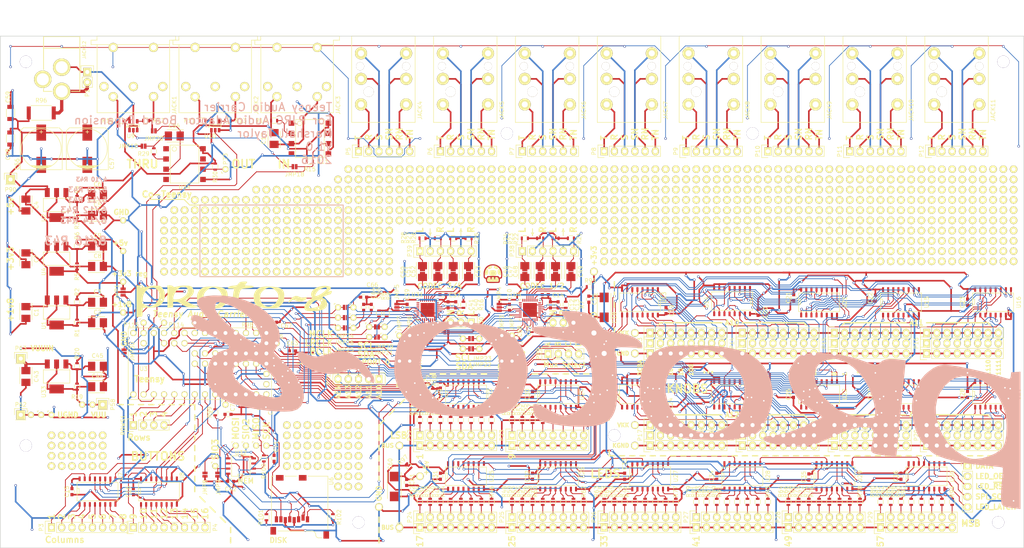
<source format=kicad_pcb>
(kicad_pcb (version 20171130) (host pcbnew "(5.1.12)-1")
  (layers (0 F.Cu signal) (31 B.Cu signal) (34 B.Paste user hide) (35 F.Paste user hide) (36 B.SilkS user hide) (37 F.SilkS user hide) (38 B.Mask user hide) (39 F.Mask user hide) (44 Edge.Cuts user))
  (net 0 "")
  (net 1 GND)
  (net 2 "Net-(C3-Pad1)")
  (net 3 "Net-(C6-Pad1)")
  (net 4 SDA0)
  (net 5 SCL0)
  (net 6 +3V3)
  (net 7 +1V8)
  (net 8 "Net-(C14-Pad1)")
  (net 9 +5V)
  (net 10 VDD)
  (net 11 EN)
  (net 12 A)
  (net 13 B)
  (net 14 K1)
  (net 15 K2)
  (net 16 K3)
  (net 17 K4)
  (net 18 K5)
  (net 19 K6)
  (net 20 K7)
  (net 21 K8)
  (net 22 K9)
  (net 23 K10)
  (net 24 K11)
  (net 25 K12)
  (net 26 K13)
  (net 27 K14)
  (net 28 K15)
  (net 29 K16)
  (net 30 K17)
  (net 31 K18)
  (net 32 K19)
  (net 33 K20)
  (net 34 K21)
  (net 35 K22)
  (net 36 K23)
  (net 37 K24)
  (net 38 K25)
  (net 39 K26)
  (net 40 K27)
  (net 41 K28)
  (net 42 K29)
  (net 43 K30)
  (net 44 K31)
  (net 45 K32)
  (net 46 K33)
  (net 47 K34)
  (net 48 K35)
  (net 49 K36)
  (net 50 K37)
  (net 51 K38)
  (net 52 K39)
  (net 53 K40)
  (net 54 K41)
  (net 55 K42)
  (net 56 K43)
  (net 57 K44)
  (net 58 K45)
  (net 59 K46)
  (net 60 K47)
  (net 61 K48)
  (net 62 K49)
  (net 63 K50)
  (net 64 K51)
  (net 65 K52)
  (net 66 K53)
  (net 67 K54)
  (net 68 K55)
  (net 69 K56)
  (net 70 K57)
  (net 71 K58)
  (net 72 K59)
  (net 73 K60)
  (net 74 K61)
  (net 75 K62)
  (net 76 K63)
  (net 77 K64)
  (net 78 KOUT10)
  (net 79 KOUT9)
  (net 80 KOUT12)
  (net 81 KOUT11)
  (net 82 KOUT14)
  (net 83 KOUT13)
  (net 84 KOUT16)
  (net 85 KOUT15)
  (net 86 "Net-(U23-Pad9)")
  (net 87 "Net-(U24-Pad9)")
  (net 88 KA0)
  (net 89 KA1)
  (net 90 KA2)
  (net 91 KA3)
  (net 92 BLATCH)
  (net 93 BOE)
  (net 94 BCLK)
  (net 95 BSER)
  (net 96 "Net-(U26-Pad9)")
  (net 97 KOUT6)
  (net 98 KOUT8)
  (net 99 KOUT7)
  (net 100 KOUT5)
  (net 101 KOUT1)
  (net 102 KOUT3)
  (net 103 KOUT2)
  (net 104 KOUT4)
  (net 105 "Net-(JACK5-PadT)")
  (net 106 "Net-(JACK5-PadR)")
  (net 107 "Net-(JACK5-PadS)")
  (net 108 "Net-(JACK5-PadTN)")
  (net 109 "Net-(JACK5-PadRN)")
  (net 110 "Net-(JACK5-PadG)")
  (net 111 "Net-(JACK6-PadT)")
  (net 112 "Net-(JACK6-PadR)")
  (net 113 "Net-(JACK6-PadS)")
  (net 114 "Net-(JACK6-PadTN)")
  (net 115 "Net-(JACK6-PadRN)")
  (net 116 "Net-(JACK6-PadG)")
  (net 117 "Net-(JACK7-PadT)")
  (net 118 "Net-(JACK7-PadR)")
  (net 119 "Net-(JACK7-PadS)")
  (net 120 "Net-(JACK7-PadTN)")
  (net 121 "Net-(JACK7-PadRN)")
  (net 122 "Net-(JACK7-PadG)")
  (net 123 "Net-(JACK8-PadT)")
  (net 124 "Net-(JACK8-PadR)")
  (net 125 "Net-(JACK8-PadS)")
  (net 126 "Net-(JACK8-PadTN)")
  (net 127 "Net-(JACK8-PadRN)")
  (net 128 "Net-(JACK8-PadG)")
  (net 129 "Net-(JACK9-PadT)")
  (net 130 "Net-(JACK9-PadR)")
  (net 131 "Net-(JACK9-PadS)")
  (net 132 "Net-(JACK9-PadTN)")
  (net 133 "Net-(JACK9-PadRN)")
  (net 134 "Net-(JACK9-PadG)")
  (net 135 "Net-(JACK10-PadT)")
  (net 136 "Net-(JACK10-PadR)")
  (net 137 "Net-(JACK10-PadS)")
  (net 138 "Net-(JACK10-PadTN)")
  (net 139 "Net-(JACK10-PadRN)")
  (net 140 "Net-(JACK10-PadG)")
  (net 141 "Net-(R13-Pad2)")
  (net 142 "Net-(R14-Pad2)")
  (net 143 PORT-TX)
  (net 144 "Net-(C9-Pad1)")
  (net 145 "Net-(C12-Pad1)")
  (net 146 "Net-(C17-Pad1)")
  (net 147 "Net-(C17-Pad2)")
  (net 148 "Net-(JACK1-Pad4)")
  (net 149 "Net-(JACK1-Pad5)")
  (net 150 "Net-(JACK2-Pad4)")
  (net 151 "Net-(JACK2-Pad5)")
  (net 152 "Net-(JACK11-PadT)")
  (net 153 "Net-(JACK11-PadR)")
  (net 154 "Net-(JACK11-PadS)")
  (net 155 "Net-(JACK11-PadTN)")
  (net 156 "Net-(JACK11-PadRN)")
  (net 157 "Net-(JACK11-PadG)")
  (net 158 "Net-(JMP4-Pad2)")
  (net 159 "Net-(P2-Pad1)")
  (net 160 "Net-(P2-Pad2)")
  (net 161 "Net-(P2-Pad3)")
  (net 162 "Net-(P3-Pad1)")
  (net 163 "Net-(P3-Pad2)")
  (net 164 "Net-(P3-Pad3)")
  (net 165 "Net-(P3-Pad4)")
  (net 166 "Net-(P3-Pad5)")
  (net 167 "Net-(P3-Pad6)")
  (net 168 "Net-(P3-Pad7)")
  (net 169 "Net-(P3-Pad8)")
  (net 170 "Net-(P4-Pad1)")
  (net 171 "Net-(P4-Pad2)")
  (net 172 "Net-(P4-Pad3)")
  (net 173 "Net-(P4-Pad4)")
  (net 174 "Net-(P4-Pad5)")
  (net 175 "Net-(P4-Pad6)")
  (net 176 "Net-(P4-Pad7)")
  (net 177 "Net-(P4-Pad8)")
  (net 178 "Net-(JACK4-PadT)")
  (net 179 "Net-(JACK4-PadR)")
  (net 180 "Net-(JACK4-PadS)")
  (net 181 "Net-(JACK4-PadG)")
  (net 182 "Net-(JACK4-PadRN)")
  (net 183 "Net-(JACK4-PadTN)")
  (net 184 "Net-(P22-Pad1)")
  (net 185 "Net-(P22-Pad2)")
  (net 186 "Net-(P22-Pad3)")
  (net 187 "Net-(P22-Pad4)")
  (net 188 "Net-(P22-Pad5)")
  (net 189 "Net-(P23-Pad1)")
  (net 190 "Net-(P23-Pad2)")
  (net 191 "Net-(P23-Pad3)")
  (net 192 "Net-(P23-Pad4)")
  (net 193 "Net-(P23-Pad5)")
  (net 194 "Net-(P24-Pad1)")
  (net 195 "Net-(P24-Pad2)")
  (net 196 "Net-(P24-Pad3)")
  (net 197 "Net-(P24-Pad4)")
  (net 198 "Net-(P24-Pad5)")
  (net 199 "Net-(P25-Pad1)")
  (net 200 "Net-(P25-Pad2)")
  (net 201 "Net-(P25-Pad3)")
  (net 202 "Net-(P25-Pad4)")
  (net 203 "Net-(P25-Pad5)")
  (net 204 "Net-(P26-Pad1)")
  (net 205 "Net-(P26-Pad2)")
  (net 206 "Net-(P26-Pad3)")
  (net 207 "Net-(P26-Pad4)")
  (net 208 "Net-(P26-Pad5)")
  (net 209 "Net-(P27-Pad1)")
  (net 210 "Net-(P27-Pad2)")
  (net 211 "Net-(P27-Pad3)")
  (net 212 "Net-(P27-Pad4)")
  (net 213 "Net-(P27-Pad5)")
  (net 214 "Net-(P27-Pad6)")
  (net 215 "Net-(P28-Pad1)")
  (net 216 "Net-(P28-Pad2)")
  (net 217 "Net-(P28-Pad3)")
  (net 218 "Net-(P28-Pad4)")
  (net 219 "Net-(P28-Pad5)")
  (net 220 "Net-(P28-Pad6)")
  (net 221 "Net-(P28-Pad7)")
  (net 222 "Net-(P28-Pad8)")
  (net 223 "Net-(P29-Pad1)")
  (net 224 "Net-(P29-Pad2)")
  (net 225 "Net-(P29-Pad3)")
  (net 226 "Net-(P29-Pad4)")
  (net 227 "Net-(P29-Pad5)")
  (net 228 "Net-(P29-Pad6)")
  (net 229 "Net-(P29-Pad7)")
  (net 230 "Net-(P29-Pad8)")
  (net 231 "Net-(R12-Pad2)")
  (net 232 PORT-RX)
  (net 233 ROW1)
  (net 234 ROW2)
  (net 235 ROW3)
  (net 236 ROW4)
  (net 237 SD_CS)
  (net 238 "Net-(P22-Pad8)")
  (net 239 "Net-(P22-Pad7)")
  (net 240 "Net-(P22-Pad6)")
  (net 241 "Net-(P23-Pad8)")
  (net 242 "Net-(P23-Pad7)")
  (net 243 "Net-(P23-Pad6)")
  (net 244 "Net-(P24-Pad8)")
  (net 245 "Net-(P24-Pad7)")
  (net 246 "Net-(P24-Pad6)")
  (net 247 "Net-(U25-Pad9)")
  (net 248 "Net-(P25-Pad8)")
  (net 249 "Net-(P25-Pad7)")
  (net 250 "Net-(P25-Pad6)")
  (net 251 "Net-(P26-Pad8)")
  (net 252 "Net-(P26-Pad7)")
  (net 253 "Net-(P26-Pad6)")
  (net 254 "Net-(U27-Pad9)")
  (net 255 "Net-(P27-Pad7)")
  (net 256 "Net-(P27-Pad8)")
  (net 257 I2S_BCLK)
  (net 258 I2S_MCLK)
  (net 259 I2S_LRCLK)
  (net 260 "Net-(U28-Pad9)")
  (net 261 "Net-(U29-Pad9)")
  (net 262 "Net-(C37-Pad1)")
  (net 263 "Net-(C40-Pad1)")
  (net 264 I2S_DIN0)
  (net 265 I2S_DOUT0)
  (net 266 "Net-(JMP5-Pad2)")
  (net 267 I2S_DIN1)
  (net 268 I2S_DOUT1)
  (net 269 "Net-(P30-Pad1)")
  (net 270 "Net-(P30-Pad2)")
  (net 271 "Net-(P30-Pad3)")
  (net 272 "Net-(U7-Pad9)")
  (net 273 "Net-(JMP8-Pad2)")
  (net 274 "Net-(JMP9-Pad2)")
  (net 275 "Net-(P32-Pad1)")
  (net 276 "Net-(P35-Pad1)")
  (net 277 "Net-(P37-Pad1)")
  (net 278 RAM_CS)
  (net 279 SPI_MOSI)
  (net 280 SPI_MISO)
  (net 281 SPI_SCK)
  (net 282 !LED_RST)
  (net 283 LED_LATCH)
  (net 284 LED_OE)
  (net 285 +3V3_REG)
  (net 286 +3V3_TOUT)
  (net 287 UGND)
  (net 288 VUU)
  (net 289 "Net-(C45-Pad1)")
  (net 290 1/2AINL)
  (net 291 "Net-(C46-Pad1)")
  (net 292 1/2AINR)
  (net 293 "Net-(C47-Pad1)")
  (net 294 1/2AOUTR)
  (net 295 "Net-(C48-Pad1)")
  (net 296 1/2AOUTL)
  (net 297 "Net-(C49-Pad1)")
  (net 298 3/4AINL)
  (net 299 "Net-(C50-Pad1)")
  (net 300 3/4AINR)
  (net 301 "Net-(C51-Pad1)")
  (net 302 3/4AOUTR)
  (net 303 "Net-(C52-Pad1)")
  (net 304 3/4AOUTL)
  (net 305 "Net-(C53-Pad1)")
  (net 306 "Net-(C54-Pad2)")
  (net 307 "Net-(C54-Pad1)")
  (net 308 "Net-(JMP18-Pad2)")
  (net 309 VKK)
  (net 310 KGND)
  (net 311 "Net-(P73-Pad1)")
  (net 312 "Net-(R29-Pad1)")
  (net 313 VBULK)
  (net 314 VUUIN)
  (net 315 LED_BUS)
  (net 316 "Net-(R31-Pad2)")
  (net 317 "Net-(R32-Pad2)")
  (net 318 "Net-(R33-Pad2)")
  (net 319 "Net-(R34-Pad2)")
  (net 320 "Net-(R35-Pad2)")
  (net 321 "Net-(R36-Pad2)")
  (net 322 "Net-(R37-Pad2)")
  (net 323 "Net-(R38-Pad2)")
  (net 324 "Net-(R39-Pad2)")
  (net 325 "Net-(R40-Pad2)")
  (net 326 "Net-(R41-Pad2)")
  (net 327 "Net-(R42-Pad2)")
  (net 328 "Net-(R43-Pad2)")
  (net 329 "Net-(R44-Pad2)")
  (net 330 "Net-(R45-Pad2)")
  (net 331 "Net-(R46-Pad2)")
  (net 332 "Net-(R47-Pad2)")
  (net 333 "Net-(R48-Pad2)")
  (net 334 "Net-(R49-Pad2)")
  (net 335 "Net-(R50-Pad2)")
  (net 336 "Net-(R51-Pad2)")
  (net 337 "Net-(R52-Pad2)")
  (net 338 "Net-(R53-Pad2)")
  (net 339 "Net-(R54-Pad2)")
  (net 340 "Net-(R55-Pad2)")
  (net 341 "Net-(R56-Pad2)")
  (net 342 "Net-(R57-Pad2)")
  (net 343 "Net-(R58-Pad2)")
  (net 344 "Net-(R59-Pad2)")
  (net 345 "Net-(R60-Pad2)")
  (net 346 "Net-(R61-Pad2)")
  (net 347 "Net-(R62-Pad2)")
  (net 348 "Net-(R63-Pad2)")
  (net 349 "Net-(R64-Pad2)")
  (net 350 "Net-(R65-Pad2)")
  (net 351 "Net-(R66-Pad2)")
  (net 352 "Net-(R67-Pad2)")
  (net 353 "Net-(R68-Pad2)")
  (net 354 "Net-(R69-Pad2)")
  (net 355 "Net-(R70-Pad2)")
  (net 356 "Net-(R71-Pad2)")
  (net 357 "Net-(R72-Pad2)")
  (net 358 "Net-(R73-Pad2)")
  (net 359 "Net-(R74-Pad2)")
  (net 360 "Net-(R75-Pad2)")
  (net 361 "Net-(R76-Pad2)")
  (net 362 "Net-(R77-Pad2)")
  (net 363 "Net-(R78-Pad2)")
  (net 364 "Net-(R79-Pad2)")
  (net 365 "Net-(R80-Pad2)")
  (net 366 "Net-(R81-Pad2)")
  (net 367 "Net-(R82-Pad2)")
  (net 368 "Net-(R83-Pad2)")
  (net 369 "Net-(R84-Pad2)")
  (net 370 "Net-(R85-Pad2)")
  (net 371 "Net-(R86-Pad2)")
  (net 372 "Net-(R87-Pad2)")
  (net 373 "Net-(R88-Pad2)")
  (net 374 "Net-(R89-Pad2)")
  (net 375 "Net-(R90-Pad2)")
  (net 376 "Net-(R91-Pad2)")
  (net 377 "Net-(R92-Pad2)")
  (net 378 "Net-(R93-Pad2)")
  (net 379 "Net-(R94-Pad2)")
  (net 380 C)
  (net 381 D)
  (net 382 VKK2)
  (net 383 KGND2)
  (net 384 I2S_DIN0_ISO)
  (net 385 I2S_DIN1_ISO)
  (net 386 I2S_DOUT1_ISO)
  (net 387 MCLK_ISO)
  (net 388 BCLK_ISO)
  (net 389 LRCLK_ISO)
  (net 390 I2S_DOUT0_ISO)
  (net 391 ISOGND12)
  (net 392 ISOGND34)
  (net 393 "Net-(C18-Pad1)")
  (net 394 "Net-(C60-Pad1)")
  (net 395 PWR)
  (net 396 SDA34)
  (net 397 SDA12)
  (net 398 SCL12)
  (net 399 SCL34)
  (net 400 SPI_SCK_SRC)
  (net 401 SPI_MOSI_SRC)
  (net 402 SPI_MISO_SRC)
  (net 403 "Net-(R101-Pad2)")
  (net 404 "Net-(R102-Pad2)")
  (net 405 CHASSIS)
  (net 406 AGND)
  (net 407 "Net-(P113-Pad1)")
  (net 408 AREF)
  (module SparkFun-Footprints:SVIA (layer F.Cu) (at 128.27 111.506)
    (fp_text reference REF**_261 hide)
    (fp_text value SVIA hide)
    (pad "" thru_hole circle (at 0 0) (size 0.635 0.635) (drill 0.381) (layers *.Cu) (net 1 GND))
  )
  (module SparkFun-Footprints:SVIA (layer F.Cu) (at 97.663 93.218)
    (fp_text reference REF**_260 hide)
    (fp_text value SVIA hide)
    (pad "" thru_hole circle (at 0 0) (size 0.635 0.635) (drill 0.381) (layers *.Cu) (net 1 GND))
  )
  (module SparkFun-Footprints:SVIA (layer F.Cu) (at 123.317 88.011)
    (fp_text reference REF**_259 hide)
    (fp_text value SVIA hide)
    (pad "" thru_hole circle (at 0 0) (size 0.635 0.635) (drill 0.381) (layers *.Cu) (net 1 GND))
  )
  (module SparkFun-Footprints:SVIA (layer F.Cu) (at 54.737 130.175)
    (fp_text reference REF**_258 hide)
    (fp_text value SVIA hide)
    (pad "" thru_hole circle (at 0 0) (size 0.635 0.635) (drill 0.381) (layers *.Cu) (net 1 GND))
  )
  (module SparkFun-Footprints:SVIA (layer F.Cu) (at 158.242 106.807)
    (fp_text reference REF**_257 hide)
    (fp_text value SVIA hide)
    (pad "" thru_hole circle (at 0 0) (size 0.635 0.635) (drill 0.381) (layers *.Cu) (net 1 GND))
  )
  (module SparkFun-Footprints:SVIA (layer F.Cu) (at 153.797 104.521)
    (fp_text reference REF**_256 hide)
    (fp_text value SVIA hide)
    (pad "" thru_hole circle (at 0 0) (size 0.635 0.635) (drill 0.381) (layers *.Cu) (net 1 GND))
  )
  (module SparkFun-Footprints:SVIA (layer F.Cu) (at 122.682 101.092)
    (fp_text reference REF**_255 hide)
    (fp_text value SVIA hide)
    (pad "" thru_hole circle (at 0 0) (size 0.635 0.635) (drill 0.381) (layers *.Cu) (net 1 GND))
  )
  (module SparkFun-Footprints:SVIA (layer F.Cu) (at 136.017 101.727)
    (fp_text reference REF**_254 hide)
    (fp_text value SVIA hide)
    (pad "" thru_hole circle (at 0 0) (size 0.635 0.635) (drill 0.381) (layers *.Cu) (net 1 GND))
  )
  (module SparkFun-Footprints:SVIA (layer F.Cu) (at 133.731 105.664)
    (fp_text reference REF**_253 hide)
    (fp_text value SVIA hide)
    (pad "" thru_hole circle (at 0 0) (size 0.635 0.635) (drill 0.381) (layers *.Cu) (net 1 GND))
  )
  (module SparkFun-Footprints:SVIA (layer F.Cu) (at 125.73 101.092)
    (fp_text reference REF**_252 hide)
    (fp_text value SVIA hide)
    (pad "" thru_hole circle (at 0 0) (size 0.635 0.635) (drill 0.381) (layers *.Cu) (net 1 GND))
  )
  (module SparkFun-Footprints:SVIA (layer F.Cu) (at 111.633 101.219)
    (fp_text reference REF**_251 hide)
    (fp_text value SVIA hide)
    (pad "" thru_hole circle (at 0 0) (size 0.635 0.635) (drill 0.381) (layers *.Cu) (net 1 GND))
  )
  (module SparkFun-Footprints:SVIA (layer F.Cu) (at 118.11 105.537)
    (fp_text reference REF**_250 hide)
    (fp_text value SVIA hide)
    (pad "" thru_hole circle (at 0 0) (size 0.635 0.635) (drill 0.381) (layers *.Cu) (net 1 GND))
  )
  (module SparkFun-Footprints:SVIA (layer F.Cu) (at 97.028 111.379)
    (fp_text reference REF**_249 hide)
    (fp_text value SVIA hide)
    (pad "" thru_hole circle (at 0 0) (size 0.635 0.635) (drill 0.381) (layers *.Cu) (net 1 GND))
  )
  (module SparkFun-Footprints:SVIA (layer F.Cu) (at 99.441 111.379)
    (fp_text reference REF**_248 hide)
    (fp_text value SVIA hide)
    (pad "" thru_hole circle (at 0 0) (size 0.635 0.635) (drill 0.381) (layers *.Cu) (net 1 GND))
  )
  (module SparkFun-Footprints:SVIA (layer F.Cu) (at 63.246 133.35)
    (fp_text reference REF**_247 hide)
    (fp_text value SVIA hide)
    (pad "" thru_hole circle (at 0 0) (size 0.635 0.635) (drill 0.381) (layers *.Cu) (net 1 GND))
  )
  (module SparkFun-Footprints:SVIA (layer F.Cu) (at 156.21 132.08)
    (fp_text reference REF**_246 hide)
    (fp_text value SVIA hide)
    (pad "" thru_hole circle (at 0 0) (size 0.635 0.635) (drill 0.381) (layers *.Cu) (net 1 GND))
  )
  (module SparkFun-Footprints:SVIA (layer F.Cu) (at 260.604 137.922)
    (fp_text reference REF**_245 hide)
    (fp_text value SVIA hide)
    (pad "" thru_hole circle (at 0 0) (size 0.635 0.635) (drill 0.381) (layers *.Cu) (net 1 GND))
  )
  (module SparkFun-Footprints:SVIA (layer F.Cu) (at 46.99 57.3405)
    (fp_text reference REF**_244 hide)
    (fp_text value SVIA hide)
    (pad "" thru_hole circle (at 0 0) (size 0.635 0.635) (drill 0.381) (layers *.Cu) (net 1 GND))
  )
  (module SparkFun-Footprints:SVIA (layer F.Cu) (at 35.56 57.3405)
    (fp_text reference REF**_243 hide)
    (fp_text value SVIA hide)
    (pad "" thru_hole circle (at 0 0) (size 0.635 0.635) (drill 0.381) (layers *.Cu) (net 1 GND))
  )
  (module SparkFun-Footprints:SVIA (layer F.Cu) (at 55.88 95.885)
    (fp_text reference REF**_242 hide)
    (fp_text value SVIA hide)
    (pad "" thru_hole circle (at 0 0) (size 0.635 0.635) (drill 0.381) (layers *.Cu) (net 1 GND))
  )
  (module SparkFun-Footprints:SVIA (layer F.Cu) (at 65.405 90.805)
    (fp_text reference REF**_241 hide)
    (fp_text value SVIA hide)
    (pad "" thru_hole circle (at 0 0) (size 0.635 0.635) (drill 0.381) (layers *.Cu) (net 1 GND))
  )
  (module SparkFun-Footprints:SVIA (layer F.Cu) (at 60.325 87.63)
    (fp_text reference REF**_240 hide)
    (fp_text value SVIA hide)
    (pad "" thru_hole circle (at 0 0) (size 0.635 0.635) (drill 0.381) (layers *.Cu) (net 1 GND))
  )
  (module SparkFun-Footprints:SVIA (layer F.Cu) (at 55.245 90.805)
    (fp_text reference REF**_239 hide)
    (fp_text value SVIA hide)
    (pad "" thru_hole circle (at 0 0) (size 0.635 0.635) (drill 0.381) (layers *.Cu) (net 1 GND))
  )
  (module SparkFun-Footprints:SVIA (layer F.Cu) (at 71.12 88.773)
    (fp_text reference REF**_238 hide)
    (fp_text value SVIA hide)
    (pad "" thru_hole circle (at 0 0) (size 0.635 0.635) (drill 0.381) (layers *.Cu) (net 1 GND))
  )
  (module SparkFun-Footprints:SVIA (layer F.Cu) (at 120.015 88.9)
    (fp_text reference REF**_237 hide)
    (fp_text value SVIA hide)
    (pad "" thru_hole circle (at 0 0) (size 0.635 0.635) (drill 0.381) (layers *.Cu) (net 1 GND))
  )
  (module SparkFun-Footprints:SVIA (layer F.Cu) (at 147.32 101.6)
    (fp_text reference REF**_236 hide)
    (fp_text value SVIA hide)
    (pad "" thru_hole circle (at 0 0) (size 0.635 0.635) (drill 0.381) (layers *.Cu) (net 1 GND))
  )
  (module SparkFun-Footprints:SVIA (layer F.Cu) (at 146.685 93.98)
    (fp_text reference REF**_235 hide)
    (fp_text value SVIA hide)
    (pad "" thru_hole circle (at 0 0) (size 0.635 0.635) (drill 0.381) (layers *.Cu) (net 1 GND))
  )
  (module SparkFun-Footprints:SVIA (layer F.Cu) (at 146.368 88.265)
    (fp_text reference REF**_234 hide)
    (fp_text value SVIA hide)
    (pad "" thru_hole circle (at 0 0) (size 0.635 0.635) (drill 0.381) (layers *.Cu) (net 1 GND))
  )
  (module SparkFun-Footprints:SVIA (layer F.Cu) (at 148.844 88.265)
    (fp_text reference REF**_233 hide)
    (fp_text value SVIA hide)
    (pad "" thru_hole circle (at 0 0) (size 0.635 0.635) (drill 0.381) (layers *.Cu) (net 1 GND))
  )
  (module SparkFun-Footprints:SVIA (layer F.Cu) (at 93.472 123.698)
    (fp_text reference REF**_232 hide)
    (fp_text value SVIA hide)
    (pad "" thru_hole circle (at 0 0) (size 0.635 0.635) (drill 0.381) (layers *.Cu) (net 1 GND))
  )
  (module SparkFun-Footprints:SVIA (layer F.Cu) (at 90.932 120.904)
    (fp_text reference REF**_231 hide)
    (fp_text value SVIA hide)
    (pad "" thru_hole circle (at 0 0) (size 0.635 0.635) (drill 0.381) (layers *.Cu) (net 1 GND))
  )
  (module SparkFun-Footprints:SVIA (layer F.Cu) (at 93.345 107.188)
    (fp_text reference REF**_230 hide)
    (fp_text value SVIA hide)
    (pad "" thru_hole circle (at 0 0) (size 0.635 0.635) (drill 0.381) (layers *.Cu) (net 1 GND))
  )
  (module SparkFun-Footprints:SVIA (layer F.Cu) (at 93.472 114.554)
    (fp_text reference REF**_229 hide)
    (fp_text value SVIA hide)
    (pad "" thru_hole circle (at 0 0) (size 0.635 0.635) (drill 0.381) (layers *.Cu) (net 1 GND))
  )
  (module SparkFun-Footprints:SVIA (layer F.Cu) (at 94.742 103.251)
    (fp_text reference REF**_228 hide)
    (fp_text value SVIA hide)
    (pad "" thru_hole circle (at 0 0) (size 0.635 0.635) (drill 0.381) (layers *.Cu) (net 1 GND))
  )
  (module SparkFun-Footprints:SVIA (layer F.Cu) (at 194.056 118.618)
    (fp_text reference REF**_227 hide)
    (fp_text value SVIA hide)
    (pad "" thru_hole circle (at 0 0) (size 0.635 0.635) (drill 0.381) (layers *.Cu) (net 1 GND))
  )
  (module SparkFun-Footprints:SVIA (layer F.Cu) (at 40.64 27.94)
    (fp_text reference REF**_226 hide)
    (fp_text value SVIA hide)
    (pad "" thru_hole circle (at 0 0) (size 0.635 0.635) (drill 0.381) (layers *.Cu) (net 405 CHASSIS))
  )
  (module SparkFun-Footprints:SVIA (layer F.Cu) (at 53.34 33.02)
    (fp_text reference REF**_225 hide)
    (fp_text value SVIA hide)
    (pad "" thru_hole circle (at 0 0) (size 0.635 0.635) (drill 0.381) (layers *.Cu) (net 405 CHASSIS))
  )
  (module SparkFun-Footprints:SVIA (layer F.Cu) (at 251.46 50.8)
    (fp_text reference REF**_224 hide)
    (fp_text value SVIA hide)
    (pad "" thru_hole circle (at 0 0) (size 0.635 0.635) (drill 0.381) (layers *.Cu) (net 405 CHASSIS))
  )
  (module SparkFun-Footprints:SVIA (layer F.Cu) (at 231.14 50.8)
    (fp_text reference REF**_223 hide)
    (fp_text value SVIA hide)
    (pad "" thru_hole circle (at 0 0) (size 0.635 0.635) (drill 0.381) (layers *.Cu) (net 405 CHASSIS))
  )
  (module SparkFun-Footprints:SVIA (layer F.Cu) (at 210.82 45.72)
    (fp_text reference REF**_222 hide)
    (fp_text value SVIA hide)
    (pad "" thru_hole circle (at 0 0) (size 0.635 0.635) (drill 0.381) (layers *.Cu) (net 405 CHASSIS))
  )
  (module SparkFun-Footprints:SVIA (layer F.Cu) (at 190.5 50.8)
    (fp_text reference REF**_221 hide)
    (fp_text value SVIA hide)
    (pad "" thru_hole circle (at 0 0) (size 0.635 0.635) (drill 0.381) (layers *.Cu) (net 405 CHASSIS))
  )
  (module SparkFun-Footprints:SVIA (layer F.Cu) (at 170.18 50.8)
    (fp_text reference REF**_220 hide)
    (fp_text value SVIA hide)
    (pad "" thru_hole circle (at 0 0) (size 0.635 0.635) (drill 0.381) (layers *.Cu) (net 405 CHASSIS))
  )
  (module SparkFun-Footprints:SVIA (layer F.Cu) (at 149.86 45.72)
    (fp_text reference REF**_219 hide)
    (fp_text value SVIA hide)
    (pad "" thru_hole circle (at 0 0) (size 0.635 0.635) (drill 0.381) (layers *.Cu) (net 405 CHASSIS))
  )
  (module SparkFun-Footprints:SVIA (layer F.Cu) (at 129.54 50.8)
    (fp_text reference REF**_218 hide)
    (fp_text value SVIA hide)
    (pad "" thru_hole circle (at 0 0) (size 0.635 0.635) (drill 0.381) (layers *.Cu) (net 405 CHASSIS))
  )
  (module SparkFun-Footprints:SVIA (layer F.Cu) (at 111.76 50.8)
    (fp_text reference REF**_217 hide)
    (fp_text value SVIA hide)
    (pad "" thru_hole circle (at 0 0) (size 0.635 0.635) (drill 0.381) (layers *.Cu) (net 405 CHASSIS))
  )
  (module SparkFun-Footprints:SVIA (layer F.Cu) (at 278.13 52.705)
    (fp_text reference REF**_216 hide)
    (fp_text value SVIA hide)
    (pad "" thru_hole circle (at 0 0) (size 0.635 0.635) (drill 0.381) (layers *.Cu) (net 405 CHASSIS))
  )
  (module SparkFun-Footprints:SVIA (layer F.Cu) (at 274.32 27.94)
    (fp_text reference REF**_215 hide)
    (fp_text value SVIA hide)
    (pad "" thru_hole circle (at 0 0) (size 0.635 0.635) (drill 0.381) (layers *.Cu) (net 405 CHASSIS))
  )
  (module SparkFun-Footprints:SVIA (layer F.Cu) (at 261.62 27.94)
    (fp_text reference REF**_214 hide)
    (fp_text value SVIA hide)
    (pad "" thru_hole circle (at 0 0) (size 0.635 0.635) (drill 0.381) (layers *.Cu) (net 405 CHASSIS))
  )
  (module SparkFun-Footprints:SVIA (layer F.Cu) (at 241.3 27.94)
    (fp_text reference REF**_213 hide)
    (fp_text value SVIA hide)
    (pad "" thru_hole circle (at 0 0) (size 0.635 0.635) (drill 0.381) (layers *.Cu) (net 405 CHASSIS))
  )
  (module SparkFun-Footprints:SVIA (layer F.Cu) (at 220.98 27.94)
    (fp_text reference REF**_212 hide)
    (fp_text value SVIA hide)
    (pad "" thru_hole circle (at 0 0) (size 0.635 0.635) (drill 0.381) (layers *.Cu) (net 405 CHASSIS))
  )
  (module SparkFun-Footprints:SVIA (layer F.Cu) (at 200.66 27.94)
    (fp_text reference REF**_211 hide)
    (fp_text value SVIA hide)
    (pad "" thru_hole circle (at 0 0) (size 0.635 0.635) (drill 0.381) (layers *.Cu) (net 405 CHASSIS))
  )
  (module SparkFun-Footprints:SVIA (layer F.Cu) (at 180.34 27.94)
    (fp_text reference REF**_210 hide)
    (fp_text value SVIA hide)
    (pad "" thru_hole circle (at 0 0) (size 0.635 0.635) (drill 0.381) (layers *.Cu) (net 405 CHASSIS))
  )
  (module SparkFun-Footprints:SVIA (layer F.Cu) (at 160.02 27.94)
    (fp_text reference REF**_209 hide)
    (fp_text value SVIA hide)
    (pad "" thru_hole circle (at 0 0) (size 0.635 0.635) (drill 0.381) (layers *.Cu) (net 405 CHASSIS))
  )
  (module SparkFun-Footprints:SVIA (layer F.Cu) (at 139.7 27.94)
    (fp_text reference REF**_208 hide)
    (fp_text value SVIA hide)
    (pad "" thru_hole circle (at 0 0) (size 0.635 0.635) (drill 0.381) (layers *.Cu) (net 405 CHASSIS))
  )
  (module SparkFun-Footprints:SVIA (layer F.Cu) (at 119.38 27.94)
    (fp_text reference REF**_207 hide)
    (fp_text value SVIA hide)
    (pad "" thru_hole circle (at 0 0) (size 0.635 0.635) (drill 0.381) (layers *.Cu) (net 405 CHASSIS))
  )
  (module SparkFun-Footprints:SVIA (layer F.Cu) (at 27.94 33.02)
    (fp_text reference REF**_206 hide)
    (fp_text value SVIA hide)
    (pad "" thru_hole circle (at 0 0) (size 0.635 0.635) (drill 0.381) (layers *.Cu) (net 405 CHASSIS))
  )
  (module SparkFun-Footprints:SVIA (layer F.Cu) (at 38.735 117.475)
    (fp_text reference REF**_205 hide)
    (fp_text value SVIA hide)
    (pad "" thru_hole circle (at 0 0) (size 0.635 0.635) (drill 0.381) (layers *.Cu) (net 287 UGND))
  )
  (module SparkFun-Footprints:SVIA (layer F.Cu) (at 45.72 120.015)
    (fp_text reference REF**_204 hide)
    (fp_text value SVIA hide)
    (pad "" thru_hole circle (at 0 0) (size 0.635 0.635) (drill 0.381) (layers *.Cu) (net 287 UGND))
  )
  (module SparkFun-Footprints:SVIA (layer F.Cu) (at 52.07 120.015)
    (fp_text reference REF**_203 hide)
    (fp_text value SVIA hide)
    (pad "" thru_hole circle (at 0 0) (size 0.635 0.635) (drill 0.381) (layers *.Cu) (net 287 UGND))
  )
  (module SparkFun-Footprints:SVIA (layer F.Cu) (at 52.07 109.855)
    (fp_text reference REF**_202 hide)
    (fp_text value SVIA hide)
    (pad "" thru_hole circle (at 0 0) (size 0.635 0.635) (drill 0.381) (layers *.Cu) (net 287 UGND))
  )
  (module SparkFun-Footprints:SVIA (layer F.Cu) (at 45.72 109.855)
    (fp_text reference REF**_201 hide)
    (fp_text value SVIA hide)
    (pad "" thru_hole circle (at 0 0) (size 0.635 0.635) (drill 0.381) (layers *.Cu) (net 287 UGND))
  )
  (module SparkFun-Footprints:SVIA (layer F.Cu) (at 45.72 104.775)
    (fp_text reference REF**_200 hide)
    (fp_text value SVIA hide)
    (pad "" thru_hole circle (at 0 0) (size 0.635 0.635) (drill 0.381) (layers *.Cu) (net 287 UGND))
  )
  (module SparkFun-Footprints:SVIA (layer F.Cu) (at 52.07 102.87)
    (fp_text reference REF**_199 hide)
    (fp_text value SVIA hide)
    (pad "" thru_hole circle (at 0 0) (size 0.635 0.635) (drill 0.381) (layers *.Cu) (net 287 UGND))
  )
  (module SparkFun-Footprints:SVIA (layer F.Cu) (at 38.735 102.87)
    (fp_text reference REF**_198 hide)
    (fp_text value SVIA hide)
    (pad "" thru_hole circle (at 0 0) (size 0.635 0.635) (drill 0.381) (layers *.Cu) (net 287 UGND))
  )
  (module SparkFun-Footprints:SVIA (layer F.Cu) (at 30.48 114.935)
    (fp_text reference REF**_197 hide)
    (fp_text value SVIA hide)
    (pad "" thru_hole circle (at 0 0) (size 0.635 0.635) (drill 0.381) (layers *.Cu) (net 287 UGND))
  )
  (module SparkFun-Footprints:SVIA (layer F.Cu) (at 30.48 102.87)
    (fp_text reference REF**_196 hide)
    (fp_text value SVIA hide)
    (pad "" thru_hole circle (at 0 0) (size 0.635 0.635) (drill 0.381) (layers *.Cu) (net 287 UGND))
  )
  (module SparkFun-Footprints:SVIA (layer F.Cu) (at 51.308 99.314)
    (fp_text reference REF**_195 hide)
    (fp_text value SVIA hide)
    (pad "" thru_hole circle (at 0 0) (size 0.635 0.635) (drill 0.381) (layers *.Cu) (net 1 GND))
  )
  (module SparkFun-Footprints:SVIA (layer F.Cu) (at 50.038 89.154)
    (fp_text reference REF**_194 hide)
    (fp_text value SVIA hide)
    (pad "" thru_hole circle (at 0 0) (size 0.635 0.635) (drill 0.381) (layers *.Cu) (net 1 GND))
  )
  (module SparkFun-Footprints:SVIA (layer F.Cu) (at 51.054 85.852)
    (fp_text reference REF**_193 hide)
    (fp_text value SVIA hide)
    (pad "" thru_hole circle (at 0 0) (size 0.635 0.635) (drill 0.381) (layers *.Cu) (net 1 GND))
  )
  (module SparkFun-Footprints:SVIA (layer F.Cu) (at 50.8 61.214)
    (fp_text reference REF**_192 hide)
    (fp_text value SVIA hide)
    (pad "" thru_hole circle (at 0 0) (size 0.635 0.635) (drill 0.381) (layers *.Cu) (net 1 GND))
  )
  (module SparkFun-Footprints:SVIA (layer F.Cu) (at 51.054 73.66)
    (fp_text reference REF**_191 hide)
    (fp_text value SVIA hide)
    (pad "" thru_hole circle (at 0 0) (size 0.635 0.635) (drill 0.381) (layers *.Cu) (net 1 GND))
  )
  (module SparkFun-Footprints:SVIA (layer F.Cu) (at 54.356 83.82)
    (fp_text reference REF**_190 hide)
    (fp_text value SVIA hide)
    (pad "" thru_hole circle (at 0 0) (size 0.635 0.635) (drill 0.381) (layers *.Cu) (net 1 GND))
  )
  (module SparkFun-Footprints:SVIA (layer F.Cu) (at 60.198 67.31)
    (fp_text reference REF**_189 hide)
    (fp_text value SVIA hide)
    (pad "" thru_hole circle (at 0 0) (size 0.635 0.635) (drill 0.381) (layers *.Cu) (net 1 GND))
  )
  (module SparkFun-Footprints:SVIA (layer F.Cu) (at 60.452 73.914)
    (fp_text reference REF**_188 hide)
    (fp_text value SVIA hide)
    (pad "" thru_hole circle (at 0 0) (size 0.635 0.635) (drill 0.381) (layers *.Cu) (net 1 GND))
  )
  (module SparkFun-Footprints:SVIA (layer F.Cu) (at 60.198 80.01)
    (fp_text reference REF**_187 hide)
    (fp_text value SVIA hide)
    (pad "" thru_hole circle (at 0 0) (size 0.635 0.635) (drill 0.381) (layers *.Cu) (net 1 GND))
  )
  (module SparkFun-Footprints:SVIA (layer F.Cu) (at 64.77 65.278)
    (fp_text reference REF**_186 hide)
    (fp_text value SVIA hide)
    (pad "" thru_hole circle (at 0 0) (size 0.635 0.635) (drill 0.381) (layers *.Cu) (net 1 GND))
  )
  (module SparkFun-Footprints:SVIA (layer F.Cu) (at 62.992 86.868)
    (fp_text reference REF**_185 hide)
    (fp_text value SVIA hide)
    (pad "" thru_hole circle (at 0 0) (size 0.635 0.635) (drill 0.381) (layers *.Cu) (net 1 GND))
  )
  (module SparkFun-Footprints:SVIA (layer F.Cu) (at 60.96 103.124)
    (fp_text reference REF**_184 hide)
    (fp_text value SVIA hide)
    (pad "" thru_hole circle (at 0 0) (size 0.635 0.635) (drill 0.381) (layers *.Cu) (net 1 GND))
  )
  (module SparkFun-Footprints:SVIA (layer F.Cu) (at 62.23 94.742)
    (fp_text reference REF**_183 hide)
    (fp_text value SVIA hide)
    (pad "" thru_hole circle (at 0 0) (size 0.635 0.635) (drill 0.381) (layers *.Cu) (net 1 GND))
  )
  (module SparkFun-Footprints:SVIA (layer F.Cu) (at 65.278 67.818)
    (fp_text reference REF**_182 hide)
    (fp_text value SVIA hide)
    (pad "" thru_hole circle (at 0 0) (size 0.635 0.635) (drill 0.381) (layers *.Cu) (net 1 GND))
  )
  (module SparkFun-Footprints:SVIA (layer F.Cu) (at 69.342 65.024)
    (fp_text reference REF**_181 hide)
    (fp_text value SVIA hide)
    (pad "" thru_hole circle (at 0 0) (size 0.635 0.635) (drill 0.381) (layers *.Cu) (net 1 GND))
  )
  (module SparkFun-Footprints:SVIA (layer F.Cu) (at 58.166 58.928)
    (fp_text reference REF**_180 hide)
    (fp_text value SVIA hide)
    (pad "" thru_hole circle (at 0 0) (size 0.635 0.635) (drill 0.381) (layers *.Cu) (net 1 GND))
  )
  (module SparkFun-Footprints:SVIA (layer F.Cu) (at 90.424 54.864)
    (fp_text reference REF**_179 hide)
    (fp_text value SVIA hide)
    (pad "" thru_hole circle (at 0 0) (size 0.635 0.635) (drill 0.381) (layers *.Cu) (net 1 GND))
  )
  (module SparkFun-Footprints:SVIA (layer F.Cu) (at 104.394 59.944)
    (fp_text reference REF**_178 hide)
    (fp_text value SVIA hide)
    (pad "" thru_hole circle (at 0 0) (size 0.635 0.635) (drill 0.381) (layers *.Cu) (net 1 GND))
  )
  (module SparkFun-Footprints:SVIA (layer F.Cu) (at 82.55 60.706)
    (fp_text reference REF**_177 hide)
    (fp_text value SVIA hide)
    (pad "" thru_hole circle (at 0 0) (size 0.635 0.635) (drill 0.381) (layers *.Cu) (net 1 GND))
  )
  (module SparkFun-Footprints:SVIA (layer F.Cu) (at 85.852 57.912)
    (fp_text reference REF**_176 hide)
    (fp_text value SVIA hide)
    (pad "" thru_hole circle (at 0 0) (size 0.635 0.635) (drill 0.381) (layers *.Cu) (net 1 GND))
  )
  (module SparkFun-Footprints:SVIA (layer F.Cu) (at 82.55 48.768)
    (fp_text reference REF**_175 hide)
    (fp_text value SVIA hide)
    (pad "" thru_hole circle (at 0 0) (size 0.635 0.635) (drill 0.381) (layers *.Cu) (net 1 GND))
  )
  (module SparkFun-Footprints:SVIA (layer F.Cu) (at 74.168 49.276)
    (fp_text reference REF**_174 hide)
    (fp_text value SVIA hide)
    (pad "" thru_hole circle (at 0 0) (size 0.635 0.635) (drill 0.381) (layers *.Cu) (net 1 GND))
  )
  (module SparkFun-Footprints:SVIA (layer F.Cu) (at 77.978 52.07)
    (fp_text reference REF**_173 hide)
    (fp_text value SVIA hide)
    (pad "" thru_hole circle (at 0 0) (size 0.635 0.635) (drill 0.381) (layers *.Cu) (net 1 GND))
  )
  (module SparkFun-Footprints:SVIA (layer F.Cu) (at 106.934 44.45)
    (fp_text reference REF**_172 hide)
    (fp_text value SVIA hide)
    (pad "" thru_hole circle (at 0 0) (size 0.635 0.635) (drill 0.381) (layers *.Cu) (net 1 GND))
  )
  (module SparkFun-Footprints:SVIA (layer F.Cu) (at 99.06 41.656)
    (fp_text reference REF**_171 hide)
    (fp_text value SVIA hide)
    (pad "" thru_hole circle (at 0 0) (size 0.635 0.635) (drill 0.381) (layers *.Cu) (net 1 GND))
  )
  (module SparkFun-Footprints:SVIA (layer F.Cu) (at 79.248 42.418)
    (fp_text reference REF**_170 hide)
    (fp_text value SVIA hide)
    (pad "" thru_hole circle (at 0 0) (size 0.635 0.635) (drill 0.381) (layers *.Cu) (net 1 GND))
  )
  (module SparkFun-Footprints:SVIA (layer F.Cu) (at 58.42 42.164)
    (fp_text reference REF**_169 hide)
    (fp_text value SVIA hide)
    (pad "" thru_hole circle (at 0 0) (size 0.635 0.635) (drill 0.381) (layers *.Cu) (net 1 GND))
  )
  (module SparkFun-Footprints:SVIA (layer F.Cu) (at 28.448 38.862)
    (fp_text reference REF**_168 hide)
    (fp_text value SVIA hide)
    (pad "" thru_hole circle (at 0 0) (size 0.635 0.635) (drill 0.381) (layers *.Cu) (net 1 GND))
  )
  (module SparkFun-Footprints:SVIA (layer F.Cu) (at 33.02 55.88)
    (fp_text reference REF**_167 hide)
    (fp_text value SVIA hide)
    (pad "" thru_hole circle (at 0 0) (size 0.635 0.635) (drill 0.381) (layers *.Cu) (net 1 GND))
  )
  (module SparkFun-Footprints:SVIA (layer F.Cu) (at 49.53 55.88)
    (fp_text reference REF**_166 hide)
    (fp_text value SVIA hide)
    (pad "" thru_hole circle (at 0 0) (size 0.635 0.635) (drill 0.381) (layers *.Cu) (net 1 GND))
  )
  (module SparkFun-Footprints:SVIA (layer F.Cu) (at 46.99 53.34)
    (fp_text reference REF**_165 hide)
    (fp_text value SVIA hide)
    (pad "" thru_hole circle (at 0 0) (size 0.635 0.635) (drill 0.381) (layers *.Cu) (net 1 GND))
  )
  (module SparkFun-Footprints:SVIA (layer F.Cu) (at 44.45 55.88)
    (fp_text reference REF**_164 hide)
    (fp_text value SVIA hide)
    (pad "" thru_hole circle (at 0 0) (size 0.635 0.635) (drill 0.381) (layers *.Cu) (net 1 GND))
  )
  (module SparkFun-Footprints:SVIA (layer F.Cu) (at 38.1 55.88)
    (fp_text reference REF**_163 hide)
    (fp_text value SVIA hide)
    (pad "" thru_hole circle (at 0 0) (size 0.635 0.635) (drill 0.381) (layers *.Cu) (net 1 GND))
  )
  (module SparkFun-Footprints:SVIA (layer F.Cu) (at 35.56 53.34)
    (fp_text reference REF**_162 hide)
    (fp_text value SVIA hide)
    (pad "" thru_hole circle (at 0 0) (size 0.635 0.635) (drill 0.381) (layers *.Cu) (net 1 GND))
  )
  (module SparkFun-Footprints:SVIA (layer F.Cu) (at 32.512 60.706)
    (fp_text reference REF**_161 hide)
    (fp_text value SVIA hide)
    (pad "" thru_hole circle (at 0 0) (size 0.635 0.635) (drill 0.381) (layers *.Cu) (net 1 GND))
  )
  (module SparkFun-Footprints:SVIA (layer F.Cu) (at 27.178 55.118)
    (fp_text reference REF**_160 hide)
    (fp_text value SVIA hide)
    (pad "" thru_hole circle (at 0 0) (size 0.635 0.635) (drill 0.381) (layers *.Cu) (net 1 GND))
  )
  (module SparkFun-Footprints:SVIA (layer F.Cu) (at 27.178 65.024)
    (fp_text reference REF**_159 hide)
    (fp_text value SVIA hide)
    (pad "" thru_hole circle (at 0 0) (size 0.635 0.635) (drill 0.381) (layers *.Cu) (net 1 GND))
  )
  (module SparkFun-Footprints:SVIA (layer F.Cu) (at 27.178 76.708)
    (fp_text reference REF**_158 hide)
    (fp_text value SVIA hide)
    (pad "" thru_hole circle (at 0 0) (size 0.635 0.635) (drill 0.381) (layers *.Cu) (net 1 GND))
  )
  (module SparkFun-Footprints:SVIA (layer F.Cu) (at 27.94 88.138)
    (fp_text reference REF**_157 hide)
    (fp_text value SVIA hide)
    (pad "" thru_hole circle (at 0 0) (size 0.635 0.635) (drill 0.381) (layers *.Cu) (net 1 GND))
  )
  (module SparkFun-Footprints:SVIA (layer F.Cu) (at 27.94 99.314)
    (fp_text reference REF**_156 hide)
    (fp_text value SVIA hide)
    (pad "" thru_hole circle (at 0 0) (size 0.635 0.635) (drill 0.381) (layers *.Cu) (net 1 GND))
  )
  (module SparkFun-Footprints:SVIA (layer F.Cu) (at 64.008 97.409)
    (fp_text reference REF**_155 hide)
    (fp_text value SVIA hide)
    (pad "" thru_hole circle (at 0 0) (size 0.635 0.635) (drill 0.381) (layers *.Cu) (net 1 GND))
  )
  (module SparkFun-Footprints:SVIA (layer F.Cu) (at 66.294 104.648)
    (fp_text reference REF**_154 hide)
    (fp_text value SVIA hide)
    (pad "" thru_hole circle (at 0 0) (size 0.635 0.635) (drill 0.381) (layers *.Cu) (net 1 GND))
  )
  (module SparkFun-Footprints:SVIA (layer F.Cu) (at 58.42 106.68)
    (fp_text reference REF**_153 hide)
    (fp_text value SVIA hide)
    (pad "" thru_hole circle (at 0 0) (size 0.635 0.635) (drill 0.381) (layers *.Cu) (net 1 GND))
  )
  (module SparkFun-Footprints:SVIA (layer F.Cu) (at 57.15 100.33)
    (fp_text reference REF**_152 hide)
    (fp_text value SVIA hide)
    (pad "" thru_hole circle (at 0 0) (size 0.635 0.635) (drill 0.381) (layers *.Cu) (net 1 GND))
  )
  (module SparkFun-Footprints:SVIA (layer F.Cu) (at 70.866 112.014)
    (fp_text reference REF**_151 hide)
    (fp_text value SVIA hide)
    (pad "" thru_hole circle (at 0 0) (size 0.635 0.635) (drill 0.381) (layers *.Cu) (net 1 GND))
  )
  (module SparkFun-Footprints:SVIA (layer F.Cu) (at 70.866 109.22)
    (fp_text reference REF**_150 hide)
    (fp_text value SVIA hide)
    (pad "" thru_hole circle (at 0 0) (size 0.635 0.635) (drill 0.381) (layers *.Cu) (net 1 GND))
  )
  (module SparkFun-Footprints:SVIA (layer F.Cu) (at 76.2 111.76)
    (fp_text reference REF**_149 hide)
    (fp_text value SVIA hide)
    (pad "" thru_hole circle (at 0 0) (size 0.635 0.635) (drill 0.381) (layers *.Cu) (net 1 GND))
  )
  (module SparkFun-Footprints:SVIA (layer F.Cu) (at 78.74 111.76)
    (fp_text reference REF**_148 hide)
    (fp_text value SVIA hide)
    (pad "" thru_hole circle (at 0 0) (size 0.635 0.635) (drill 0.381) (layers *.Cu) (net 1 GND))
  )
  (module SparkFun-Footprints:SVIA (layer F.Cu) (at 84.328 117.094)
    (fp_text reference REF**_147 hide)
    (fp_text value SVIA hide)
    (pad "" thru_hole circle (at 0 0) (size 0.635 0.635) (drill 0.381) (layers *.Cu) (net 1 GND))
  )
  (module SparkFun-Footprints:SVIA (layer F.Cu) (at 88.138 119.634)
    (fp_text reference REF**_146 hide)
    (fp_text value SVIA hide)
    (pad "" thru_hole circle (at 0 0) (size 0.635 0.635) (drill 0.381) (layers *.Cu) (net 1 GND))
  )
  (module SparkFun-Footprints:SVIA (layer F.Cu) (at 95.504 117.602)
    (fp_text reference REF**_145 hide)
    (fp_text value SVIA hide)
    (pad "" thru_hole circle (at 0 0) (size 0.635 0.635) (drill 0.381) (layers *.Cu) (net 1 GND))
  )
  (module SparkFun-Footprints:SVIA (layer F.Cu) (at 104.394 115.062)
    (fp_text reference REF**_144 hide)
    (fp_text value SVIA hide)
    (pad "" thru_hole circle (at 0 0) (size 0.635 0.635) (drill 0.381) (layers *.Cu) (net 1 GND))
  )
  (module SparkFun-Footprints:SVIA (layer F.Cu) (at 106.172 112.776)
    (fp_text reference REF**_143 hide)
    (fp_text value SVIA hide)
    (pad "" thru_hole circle (at 0 0) (size 0.635 0.635) (drill 0.381) (layers *.Cu) (net 1 GND))
  )
  (module SparkFun-Footprints:SVIA (layer F.Cu) (at 117.348 130.048)
    (fp_text reference REF**_142 hide)
    (fp_text value SVIA hide)
    (pad "" thru_hole circle (at 0 0) (size 0.635 0.635) (drill 0.381) (layers *.Cu) (net 1 GND))
  )
  (module SparkFun-Footprints:SVIA (layer F.Cu) (at 102.108 141.986)
    (fp_text reference REF**_141 hide)
    (fp_text value SVIA hide)
    (pad "" thru_hole circle (at 0 0) (size 0.635 0.635) (drill 0.381) (layers *.Cu) (net 1 GND))
  )
  (module SparkFun-Footprints:SVIA (layer F.Cu) (at 101.092 148.082)
    (fp_text reference REF**_140 hide)
    (fp_text value SVIA hide)
    (pad "" thru_hole circle (at 0 0) (size 0.635 0.635) (drill 0.381) (layers *.Cu) (net 1 GND))
  )
  (module SparkFun-Footprints:SVIA (layer F.Cu) (at 92.202 139.7)
    (fp_text reference REF**_139 hide)
    (fp_text value SVIA hide)
    (pad "" thru_hole circle (at 0 0) (size 0.635 0.635) (drill 0.381) (layers *.Cu) (net 1 GND))
  )
  (module SparkFun-Footprints:SVIA (layer F.Cu) (at 96.012 139.954)
    (fp_text reference REF**_138 hide)
    (fp_text value SVIA hide)
    (pad "" thru_hole circle (at 0 0) (size 0.635 0.635) (drill 0.381) (layers *.Cu) (net 1 GND))
  )
  (module SparkFun-Footprints:SVIA (layer F.Cu) (at 99.06 138.684)
    (fp_text reference REF**_137 hide)
    (fp_text value SVIA hide)
    (pad "" thru_hole circle (at 0 0) (size 0.635 0.635) (drill 0.381) (layers *.Cu) (net 1 GND))
  )
  (module SparkFun-Footprints:SVIA (layer F.Cu) (at 90.678 134.112)
    (fp_text reference REF**_136 hide)
    (fp_text value SVIA hide)
    (pad "" thru_hole circle (at 0 0) (size 0.635 0.635) (drill 0.381) (layers *.Cu) (net 1 GND))
  )
  (module SparkFun-Footprints:SVIA (layer F.Cu) (at 84.836 129.54)
    (fp_text reference REF**_135 hide)
    (fp_text value SVIA hide)
    (pad "" thru_hole circle (at 0 0) (size 0.635 0.635) (drill 0.381) (layers *.Cu) (net 1 GND))
  )
  (module SparkFun-Footprints:SVIA (layer F.Cu) (at 85.852 134.112)
    (fp_text reference REF**_134 hide)
    (fp_text value SVIA hide)
    (pad "" thru_hole circle (at 0 0) (size 0.635 0.635) (drill 0.381) (layers *.Cu) (net 1 GND))
  )
  (module SparkFun-Footprints:SVIA (layer F.Cu) (at 85.852 137.668)
    (fp_text reference REF**_133 hide)
    (fp_text value SVIA hide)
    (pad "" thru_hole circle (at 0 0) (size 0.635 0.635) (drill 0.381) (layers *.Cu) (net 1 GND))
  )
  (module SparkFun-Footprints:SVIA (layer F.Cu) (at 82.804 137.668)
    (fp_text reference REF**_132 hide)
    (fp_text value SVIA hide)
    (pad "" thru_hole circle (at 0 0) (size 0.635 0.635) (drill 0.381) (layers *.Cu) (net 1 GND))
  )
  (module SparkFun-Footprints:SVIA (layer F.Cu) (at 74.676 132.08)
    (fp_text reference REF**_131 hide)
    (fp_text value SVIA hide)
    (pad "" thru_hole circle (at 0 0) (size 0.635 0.635) (drill 0.381) (layers *.Cu) (net 1 GND))
  )
  (module SparkFun-Footprints:SVIA (layer F.Cu) (at 78.994 129.032)
    (fp_text reference REF**_130 hide)
    (fp_text value SVIA hide)
    (pad "" thru_hole circle (at 0 0) (size 0.635 0.635) (drill 0.381) (layers *.Cu) (net 1 GND))
  )
  (module SparkFun-Footprints:SVIA (layer F.Cu) (at 80.772 141.224)
    (fp_text reference REF**_129 hide)
    (fp_text value SVIA hide)
    (pad "" thru_hole circle (at 0 0) (size 0.635 0.635) (drill 0.381) (layers *.Cu) (net 1 GND))
  )
  (module SparkFun-Footprints:SVIA (layer F.Cu) (at 70.612 135.89)
    (fp_text reference REF**_128 hide)
    (fp_text value SVIA hide)
    (pad "" thru_hole circle (at 0 0) (size 0.635 0.635) (drill 0.381) (layers *.Cu) (net 1 GND))
  )
  (module SparkFun-Footprints:SVIA (layer F.Cu) (at 60.706 139.954)
    (fp_text reference REF**_127 hide)
    (fp_text value SVIA hide)
    (pad "" thru_hole circle (at 0 0) (size 0.635 0.635) (drill 0.381) (layers *.Cu) (net 1 GND))
  )
  (module SparkFun-Footprints:SVIA (layer F.Cu) (at 56.896 133.858)
    (fp_text reference REF**_126 hide)
    (fp_text value SVIA hide)
    (pad "" thru_hole circle (at 0 0) (size 0.635 0.635) (drill 0.381) (layers *.Cu) (net 1 GND))
  )
  (module SparkFun-Footprints:SVIA (layer F.Cu) (at 55.372 136.144)
    (fp_text reference REF**_125 hide)
    (fp_text value SVIA hide)
    (pad "" thru_hole circle (at 0 0) (size 0.635 0.635) (drill 0.381) (layers *.Cu) (net 1 GND))
  )
  (module SparkFun-Footprints:SVIA (layer F.Cu) (at 47.752 138.176)
    (fp_text reference REF**_124 hide)
    (fp_text value SVIA hide)
    (pad "" thru_hole circle (at 0 0) (size 0.635 0.635) (drill 0.381) (layers *.Cu) (net 1 GND))
  )
  (module SparkFun-Footprints:SVIA (layer F.Cu) (at 61.849 129.286)
    (fp_text reference REF**_123 hide)
    (fp_text value SVIA hide)
    (pad "" thru_hole circle (at 0 0) (size 0.635 0.635) (drill 0.381) (layers *.Cu) (net 1 GND))
  )
  (module SparkFun-Footprints:SVIA (layer F.Cu) (at 29.21 136.906)
    (fp_text reference REF**_122 hide)
    (fp_text value SVIA hide)
    (pad "" thru_hole circle (at 0 0) (size 0.635 0.635) (drill 0.381) (layers *.Cu) (net 1 GND))
  )
  (module SparkFun-Footprints:SVIA (layer F.Cu) (at 33.274 147.828)
    (fp_text reference REF**_121 hide)
    (fp_text value SVIA hide)
    (pad "" thru_hole circle (at 0 0) (size 0.635 0.635) (drill 0.381) (layers *.Cu) (net 1 GND))
  )
  (module SparkFun-Footprints:SVIA (layer F.Cu) (at 86.868 150.368)
    (fp_text reference REF**_120 hide)
    (fp_text value SVIA hide)
    (pad "" thru_hole circle (at 0 0) (size 0.635 0.635) (drill 0.381) (layers *.Cu) (net 1 GND))
  )
  (module SparkFun-Footprints:SVIA (layer F.Cu) (at 109.728 150.622)
    (fp_text reference REF**_119 hide)
    (fp_text value SVIA hide)
    (pad "" thru_hole circle (at 0 0) (size 0.635 0.635) (drill 0.381) (layers *.Cu) (net 1 GND))
  )
  (module SparkFun-Footprints:SVIA (layer F.Cu) (at 120.396 150.622)
    (fp_text reference REF**_118 hide)
    (fp_text value SVIA hide)
    (pad "" thru_hole circle (at 0 0) (size 0.635 0.635) (drill 0.381) (layers *.Cu) (net 1 GND))
  )
  (module SparkFun-Footprints:SVIA (layer F.Cu) (at 172.466 150.368)
    (fp_text reference REF**_117 hide)
    (fp_text value SVIA hide)
    (pad "" thru_hole circle (at 0 0) (size 0.635 0.635) (drill 0.381) (layers *.Cu) (net 1 GND))
  )
  (module SparkFun-Footprints:SVIA (layer F.Cu) (at 217.932 150.368)
    (fp_text reference REF**_116 hide)
    (fp_text value SVIA hide)
    (pad "" thru_hole circle (at 0 0) (size 0.635 0.635) (drill 0.381) (layers *.Cu) (net 1 GND))
  )
  (module SparkFun-Footprints:SVIA (layer F.Cu) (at 276.86 140.716)
    (fp_text reference REF**_115 hide)
    (fp_text value SVIA hide)
    (pad "" thru_hole circle (at 0 0) (size 0.635 0.635) (drill 0.381) (layers *.Cu) (net 1 GND))
  )
  (module SparkFun-Footprints:SVIA (layer F.Cu) (at 266.7 145.796)
    (fp_text reference REF**_114 hide)
    (fp_text value SVIA hide)
    (pad "" thru_hole circle (at 0 0) (size 0.635 0.635) (drill 0.381) (layers *.Cu) (net 1 GND))
  )
  (module SparkFun-Footprints:SVIA (layer F.Cu) (at 176.276 129.032)
    (fp_text reference REF**_113 hide)
    (fp_text value SVIA hide)
    (pad "" thru_hole circle (at 0 0) (size 0.635 0.635) (drill 0.381) (layers *.Cu) (net 1 GND))
  )
  (module SparkFun-Footprints:SVIA (layer F.Cu) (at 165.1 98.806)
    (fp_text reference REF**_112 hide)
    (fp_text value SVIA hide)
    (pad "" thru_hole circle (at 0 0) (size 0.635 0.635) (drill 0.381) (layers *.Cu) (net 1 GND))
  )
  (module SparkFun-Footprints:SVIA (layer F.Cu) (at 167.64 98.806)
    (fp_text reference REF**_111 hide)
    (fp_text value SVIA hide)
    (pad "" thru_hole circle (at 0 0) (size 0.635 0.635) (drill 0.381) (layers *.Cu) (net 1 GND))
  )
  (module SparkFun-Footprints:SVIA (layer F.Cu) (at 172.466 94.996)
    (fp_text reference REF**_110 hide)
    (fp_text value SVIA hide)
    (pad "" thru_hole circle (at 0 0) (size 0.635 0.635) (drill 0.381) (layers *.Cu) (net 1 GND))
  )
  (module SparkFun-Footprints:SVIA (layer F.Cu) (at 175.26 98.044)
    (fp_text reference REF**_109 hide)
    (fp_text value SVIA hide)
    (pad "" thru_hole circle (at 0 0) (size 0.635 0.635) (drill 0.381) (layers *.Cu) (net 1 GND))
  )
  (module SparkFun-Footprints:SVIA (layer F.Cu) (at 174.498 84.836)
    (fp_text reference REF**_108 hide)
    (fp_text value SVIA hide)
    (pad "" thru_hole circle (at 0 0) (size 0.635 0.635) (drill 0.381) (layers *.Cu) (net 1 GND))
  )
  (module SparkFun-Footprints:SVIA (layer F.Cu) (at 176.53 87.884)
    (fp_text reference REF**_107 hide)
    (fp_text value SVIA hide)
    (pad "" thru_hole circle (at 0 0) (size 0.635 0.635) (drill 0.381) (layers *.Cu) (net 1 GND))
  )
  (module SparkFun-Footprints:SVIA (layer F.Cu) (at 180.594 86.868)
    (fp_text reference REF**_106 hide)
    (fp_text value SVIA hide)
    (pad "" thru_hole circle (at 0 0) (size 0.635 0.635) (drill 0.381) (layers *.Cu) (net 1 GND))
  )
  (module SparkFun-Footprints:SVIA (layer F.Cu) (at 198.628 85.09)
    (fp_text reference REF**_105 hide)
    (fp_text value SVIA hide)
    (pad "" thru_hole circle (at 0 0) (size 0.635 0.635) (drill 0.381) (layers *.Cu) (net 1 GND))
  )
  (module SparkFun-Footprints:SVIA (layer F.Cu) (at 193.294 89.408)
    (fp_text reference REF**_104 hide)
    (fp_text value SVIA hide)
    (pad "" thru_hole circle (at 0 0) (size 0.635 0.635) (drill 0.381) (layers *.Cu) (net 1 GND))
  )
  (module SparkFun-Footprints:SVIA (layer F.Cu) (at 198.628 90.932)
    (fp_text reference REF**_103 hide)
    (fp_text value SVIA hide)
    (pad "" thru_hole circle (at 0 0) (size 0.635 0.635) (drill 0.381) (layers *.Cu) (net 1 GND))
  )
  (module SparkFun-Footprints:SVIA (layer F.Cu) (at 200.66 92.964)
    (fp_text reference REF**_102 hide)
    (fp_text value SVIA hide)
    (pad "" thru_hole circle (at 0 0) (size 0.635 0.635) (drill 0.381) (layers *.Cu) (net 1 GND))
  )
  (module SparkFun-Footprints:SVIA (layer F.Cu) (at 220.98 93.726)
    (fp_text reference REF**_101 hide)
    (fp_text value SVIA hide)
    (pad "" thru_hole circle (at 0 0) (size 0.635 0.635) (drill 0.381) (layers *.Cu) (net 1 GND))
  )
  (module SparkFun-Footprints:SVIA (layer F.Cu) (at 216.662 87.63)
    (fp_text reference REF**_100 hide)
    (fp_text value SVIA hide)
    (pad "" thru_hole circle (at 0 0) (size 0.635 0.635) (drill 0.381) (layers *.Cu) (net 1 GND))
  )
  (module SparkFun-Footprints:SVIA (layer F.Cu) (at 214.884 89.154)
    (fp_text reference REF**_99 hide)
    (fp_text value SVIA hide)
    (pad "" thru_hole circle (at 0 0) (size 0.635 0.635) (drill 0.381) (layers *.Cu) (net 1 GND))
  )
  (module SparkFun-Footprints:SVIA (layer F.Cu) (at 224.282 86.36)
    (fp_text reference REF**_98 hide)
    (fp_text value SVIA hide)
    (pad "" thru_hole circle (at 0 0) (size 0.635 0.635) (drill 0.381) (layers *.Cu) (net 1 GND))
  )
  (module SparkFun-Footprints:SVIA (layer F.Cu) (at 237.236 86.614)
    (fp_text reference REF**_97 hide)
    (fp_text value SVIA hide)
    (pad "" thru_hole circle (at 0 0) (size 0.635 0.635) (drill 0.381) (layers *.Cu) (net 1 GND))
  )
  (module SparkFun-Footprints:SVIA (layer F.Cu) (at 240.538 89.662)
    (fp_text reference REF**_96 hide)
    (fp_text value SVIA hide)
    (pad "" thru_hole circle (at 0 0) (size 0.635 0.635) (drill 0.381) (layers *.Cu) (net 1 GND))
  )
  (module SparkFun-Footprints:SVIA (layer F.Cu) (at 249.936 91.948)
    (fp_text reference REF**_95 hide)
    (fp_text value SVIA hide)
    (pad "" thru_hole circle (at 0 0) (size 0.635 0.635) (drill 0.381) (layers *.Cu) (net 1 GND))
  )
  (module SparkFun-Footprints:SVIA (layer F.Cu) (at 261.366 87.884)
    (fp_text reference REF**_94 hide)
    (fp_text value SVIA hide)
    (pad "" thru_hole circle (at 0 0) (size 0.635 0.635) (drill 0.381) (layers *.Cu) (net 1 GND))
  )
  (module SparkFun-Footprints:SVIA (layer F.Cu) (at 263.652 93.726)
    (fp_text reference REF**_93 hide)
    (fp_text value SVIA hide)
    (pad "" thru_hole circle (at 0 0) (size 0.635 0.635) (drill 0.381) (layers *.Cu) (net 1 GND))
  )
  (module SparkFun-Footprints:SVIA (layer F.Cu) (at 275.59 92.964)
    (fp_text reference REF**_92 hide)
    (fp_text value SVIA hide)
    (pad "" thru_hole circle (at 0 0) (size 0.635 0.635) (drill 0.381) (layers *.Cu) (net 1 GND))
  )
  (module SparkFun-Footprints:SVIA (layer F.Cu) (at 173.228 104.902)
    (fp_text reference REF**_91 hide)
    (fp_text value SVIA hide)
    (pad "" thru_hole circle (at 0 0) (size 0.635 0.635) (drill 0.381) (layers *.Cu) (net 1 GND))
  )
  (module SparkFun-Footprints:SVIA (layer F.Cu) (at 181.102 114.554)
    (fp_text reference REF**_90 hide)
    (fp_text value SVIA hide)
    (pad "" thru_hole circle (at 0 0) (size 0.635 0.635) (drill 0.381) (layers *.Cu) (net 1 GND))
  )
  (module SparkFun-Footprints:SVIA (layer F.Cu) (at 176.022 113.284)
    (fp_text reference REF**_89 hide)
    (fp_text value SVIA hide)
    (pad "" thru_hole circle (at 0 0) (size 0.635 0.635) (drill 0.381) (layers *.Cu) (net 1 GND))
  )
  (module SparkFun-Footprints:SVIA (layer F.Cu) (at 181.356 109.22)
    (fp_text reference REF**_88 hide)
    (fp_text value SVIA hide)
    (pad "" thru_hole circle (at 0 0) (size 0.635 0.635) (drill 0.381) (layers *.Cu) (net 1 GND))
  )
  (module SparkFun-Footprints:SVIA (layer F.Cu) (at 193.04 110.998)
    (fp_text reference REF**_87 hide)
    (fp_text value SVIA hide)
    (pad "" thru_hole circle (at 0 0) (size 0.635 0.635) (drill 0.381) (layers *.Cu) (net 1 GND))
  )
  (module SparkFun-Footprints:SVIA (layer F.Cu) (at 193.548 108.966)
    (fp_text reference REF**_86 hide)
    (fp_text value SVIA hide)
    (pad "" thru_hole circle (at 0 0) (size 0.635 0.635) (drill 0.381) (layers *.Cu) (net 1 GND))
  )
  (module SparkFun-Footprints:SVIA (layer F.Cu) (at 198.628 111.506)
    (fp_text reference REF**_85 hide)
    (fp_text value SVIA hide)
    (pad "" thru_hole circle (at 0 0) (size 0.635 0.635) (drill 0.381) (layers *.Cu) (net 1 GND))
  )
  (module SparkFun-Footprints:SVIA (layer F.Cu) (at 199.898 116.586)
    (fp_text reference REF**_84 hide)
    (fp_text value SVIA hide)
    (pad "" thru_hole circle (at 0 0) (size 0.635 0.635) (drill 0.381) (layers *.Cu) (net 1 GND))
  )
  (module SparkFun-Footprints:SVIA (layer F.Cu) (at 205.486 119.126)
    (fp_text reference REF**_83 hide)
    (fp_text value SVIA hide)
    (pad "" thru_hole circle (at 0 0) (size 0.635 0.635) (drill 0.381) (layers *.Cu) (net 1 GND))
  )
  (module SparkFun-Footprints:SVIA (layer F.Cu) (at 217.678 114.3)
    (fp_text reference REF**_82 hide)
    (fp_text value SVIA hide)
    (pad "" thru_hole circle (at 0 0) (size 0.635 0.635) (drill 0.381) (layers *.Cu) (net 1 GND))
  )
  (module SparkFun-Footprints:SVIA (layer F.Cu) (at 228.346 118.872)
    (fp_text reference REF**_81 hide)
    (fp_text value SVIA hide)
    (pad "" thru_hole circle (at 0 0) (size 0.635 0.635) (drill 0.381) (layers *.Cu) (net 1 GND))
  )
  (module SparkFun-Footprints:SVIA (layer F.Cu) (at 236.982 109.728)
    (fp_text reference REF**_80 hide)
    (fp_text value SVIA hide)
    (pad "" thru_hole circle (at 0 0) (size 0.635 0.635) (drill 0.381) (layers *.Cu) (net 1 GND))
  )
  (module SparkFun-Footprints:SVIA (layer F.Cu) (at 237.49 117.602)
    (fp_text reference REF**_79 hide)
    (fp_text value SVIA hide)
    (pad "" thru_hole circle (at 0 0) (size 0.635 0.635) (drill 0.381) (layers *.Cu) (net 1 GND))
  )
  (module SparkFun-Footprints:SVIA (layer F.Cu) (at 237.744 113.03)
    (fp_text reference REF**_78 hide)
    (fp_text value SVIA hide)
    (pad "" thru_hole circle (at 0 0) (size 0.635 0.635) (drill 0.381) (layers *.Cu) (net 1 GND))
  )
  (module SparkFun-Footprints:SVIA (layer F.Cu) (at 250.698 113.538)
    (fp_text reference REF**_77 hide)
    (fp_text value SVIA hide)
    (pad "" thru_hole circle (at 0 0) (size 0.635 0.635) (drill 0.381) (layers *.Cu) (net 1 GND))
  )
  (module SparkFun-Footprints:SVIA (layer F.Cu) (at 252.73 115.824)
    (fp_text reference REF**_76 hide)
    (fp_text value SVIA hide)
    (pad "" thru_hole circle (at 0 0) (size 0.635 0.635) (drill 0.381) (layers *.Cu) (net 1 GND))
  )
  (module SparkFun-Footprints:SVIA (layer F.Cu) (at 263.398 115.062)
    (fp_text reference REF**_75 hide)
    (fp_text value SVIA hide)
    (pad "" thru_hole circle (at 0 0) (size 0.635 0.635) (drill 0.381) (layers *.Cu) (net 1 GND))
  )
  (module SparkFun-Footprints:SVIA (layer F.Cu) (at 275.59 115.316)
    (fp_text reference REF**_74 hide)
    (fp_text value SVIA hide)
    (pad "" thru_hole circle (at 0 0) (size 0.635 0.635) (drill 0.381) (layers *.Cu) (net 1 GND))
  )
  (module SparkFun-Footprints:SVIA (layer F.Cu) (at 129.54 131.064)
    (fp_text reference REF**_73 hide)
    (fp_text value SVIA hide)
    (pad "" thru_hole circle (at 0 0) (size 0.635 0.635) (drill 0.381) (layers *.Cu) (net 1 GND))
  )
  (module SparkFun-Footprints:SVIA (layer F.Cu) (at 171.196 122.682)
    (fp_text reference REF**_72 hide)
    (fp_text value SVIA hide)
    (pad "" thru_hole circle (at 0 0) (size 0.635 0.635) (drill 0.381) (layers *.Cu) (net 1 GND))
  )
  (module SparkFun-Footprints:SVIA (layer F.Cu) (at 149.86 128.016)
    (fp_text reference REF**_71 hide)
    (fp_text value SVIA hide)
    (pad "" thru_hole circle (at 0 0) (size 0.635 0.635) (drill 0.381) (layers *.Cu) (net 1 GND))
  )
  (module SparkFun-Footprints:SVIA (layer F.Cu) (at 172.72 142.494)
    (fp_text reference REF**_70 hide)
    (fp_text value SVIA hide)
    (pad "" thru_hole circle (at 0 0) (size 0.635 0.635) (drill 0.381) (layers *.Cu) (net 1 GND))
  )
  (module SparkFun-Footprints:SVIA (layer F.Cu) (at 149.86 142.24)
    (fp_text reference REF**_69 hide)
    (fp_text value SVIA hide)
    (pad "" thru_hole circle (at 0 0) (size 0.635 0.635) (drill 0.381) (layers *.Cu) (net 1 GND))
  )
  (module SparkFun-Footprints:SVIA (layer F.Cu) (at 172.466 114.3)
    (fp_text reference REF**_68 hide)
    (fp_text value SVIA hide)
    (pad "" thru_hole circle (at 0 0) (size 0.635 0.635) (drill 0.381) (layers *.Cu) (net 1 GND))
  )
  (module SparkFun-Footprints:SVIA (layer F.Cu) (at 171.704 119.38)
    (fp_text reference REF**_67 hide)
    (fp_text value SVIA hide)
    (pad "" thru_hole circle (at 0 0) (size 0.635 0.635) (drill 0.381) (layers *.Cu) (net 1 GND))
  )
  (module SparkFun-Footprints:SVIA (layer F.Cu) (at 151.384 112.649)
    (fp_text reference REF**_66 hide)
    (fp_text value SVIA hide)
    (pad "" thru_hole circle (at 0 0) (size 0.635 0.635) (drill 0.381) (layers *.Cu) (net 1 GND))
  )
  (module SparkFun-Footprints:SVIA (layer F.Cu) (at 146.812 117.348)
    (fp_text reference REF**_65 hide)
    (fp_text value SVIA hide)
    (pad "" thru_hole circle (at 0 0) (size 0.635 0.635) (drill 0.381) (layers *.Cu) (net 1 GND))
  )
  (module SparkFun-Footprints:SVIA (layer F.Cu) (at 139.446 115.062)
    (fp_text reference REF**_64 hide)
    (fp_text value SVIA hide)
    (pad "" thru_hole circle (at 0 0) (size 0.635 0.635) (drill 0.381) (layers *.Cu) (net 1 GND))
  )
  (module SparkFun-Footprints:SVIA (layer F.Cu) (at 120.142 115.824)
    (fp_text reference REF**_63 hide)
    (fp_text value SVIA hide)
    (pad "" thru_hole circle (at 0 0) (size 0.635 0.635) (drill 0.381) (layers *.Cu) (net 1 GND))
  )
  (module SparkFun-Footprints:SVIA (layer F.Cu) (at 122.682 115.824)
    (fp_text reference REF**_62 hide)
    (fp_text value SVIA hide)
    (pad "" thru_hole circle (at 0 0) (size 0.635 0.635) (drill 0.381) (layers *.Cu) (net 1 GND))
  )
  (module SparkFun-Footprints:SVIA (layer F.Cu) (at 128.016 121.92)
    (fp_text reference REF**_61 hide)
    (fp_text value SVIA hide)
    (pad "" thru_hole circle (at 0 0) (size 0.635 0.635) (drill 0.381) (layers *.Cu) (net 1 GND))
  )
  (module SparkFun-Footprints:SVIA (layer F.Cu) (at 124.968 121.92)
    (fp_text reference REF**_60 hide)
    (fp_text value SVIA hide)
    (pad "" thru_hole circle (at 0 0) (size 0.635 0.635) (drill 0.381) (layers *.Cu) (net 1 GND))
  )
  (module SparkFun-Footprints:SVIA (layer F.Cu) (at 149.86 120.65)
    (fp_text reference REF**_59 hide)
    (fp_text value SVIA hide)
    (pad "" thru_hole circle (at 0 0) (size 0.635 0.635) (drill 0.381) (layers *.Cu) (net 1 GND))
  )
  (module SparkFun-Footprints:SVIA (layer F.Cu) (at 240.284 139.192)
    (fp_text reference REF**_58 hide)
    (fp_text value SVIA hide)
    (pad "" thru_hole circle (at 0 0) (size 0.635 0.635) (drill 0.381) (layers *.Cu) (net 1 GND))
  )
  (module SparkFun-Footprints:SVIA (layer F.Cu) (at 216.408 138.43)
    (fp_text reference REF**_57 hide)
    (fp_text value SVIA hide)
    (pad "" thru_hole circle (at 0 0) (size 0.635 0.635) (drill 0.381) (layers *.Cu) (net 1 GND))
  )
  (module SparkFun-Footprints:SVIA (layer F.Cu) (at 195.072 138.938)
    (fp_text reference REF**_56 hide)
    (fp_text value SVIA hide)
    (pad "" thru_hole circle (at 0 0) (size 0.635 0.635) (drill 0.381) (layers *.Cu) (net 1 GND))
  )
  (module SparkFun-Footprints:SVIA (layer F.Cu) (at 125.222 143.256)
    (fp_text reference REF**_55 hide)
    (fp_text value SVIA hide)
    (pad "" thru_hole circle (at 0 0) (size 0.635 0.635) (drill 0.381) (layers *.Cu) (net 1 GND))
  )
  (module SparkFun-Footprints:SVIA (layer F.Cu) (at 126.746 139.192)
    (fp_text reference REF**_54 hide)
    (fp_text value SVIA hide)
    (pad "" thru_hole circle (at 0 0) (size 0.635 0.635) (drill 0.381) (layers *.Cu) (net 1 GND))
  )
  (module SparkFun-Footprints:SVIA (layer F.Cu) (at 129.54 137.414)
    (fp_text reference REF**_53 hide)
    (fp_text value SVIA hide)
    (pad "" thru_hole circle (at 0 0) (size 0.635 0.635) (drill 0.381) (layers *.Cu) (net 1 GND))
  )
  (module SparkFun-Footprints:SVIA (layer F.Cu) (at 132.334 135.636)
    (fp_text reference REF**_52 hide)
    (fp_text value SVIA hide)
    (pad "" thru_hole circle (at 0 0) (size 0.635 0.635) (drill 0.381) (layers *.Cu) (net 1 GND))
  )
  (module SparkFun-Footprints:SVIA (layer F.Cu) (at 141.478 135.382)
    (fp_text reference REF**_51 hide)
    (fp_text value SVIA hide)
    (pad "" thru_hole circle (at 0 0) (size 0.635 0.635) (drill 0.381) (layers *.Cu) (net 1 GND))
  )
  (module SparkFun-Footprints:SVIA (layer F.Cu) (at 151.638 132.08)
    (fp_text reference REF**_50 hide)
    (fp_text value SVIA hide)
    (pad "" thru_hole circle (at 0 0) (size 0.635 0.635) (drill 0.381) (layers *.Cu) (net 1 GND))
  )
  (module SparkFun-Footprints:SVIA (layer F.Cu) (at 148.336 138.43)
    (fp_text reference REF**_49 hide)
    (fp_text value SVIA hide)
    (pad "" thru_hole circle (at 0 0) (size 0.635 0.635) (drill 0.381) (layers *.Cu) (net 1 GND))
  )
  (module SparkFun-Footprints:SVIA (layer F.Cu) (at 171.704 138.684)
    (fp_text reference REF**_48 hide)
    (fp_text value SVIA hide)
    (pad "" thru_hole circle (at 0 0) (size 0.635 0.635) (drill 0.381) (layers *.Cu) (net 1 GND))
  )
  (module SparkFun-Footprints:SVIA (layer F.Cu) (at 173.736 135.382)
    (fp_text reference REF**_47 hide)
    (fp_text value SVIA hide)
    (pad "" thru_hole circle (at 0 0) (size 0.635 0.635) (drill 0.381) (layers *.Cu) (net 1 GND))
  )
  (module SparkFun-Footprints:SVIA (layer F.Cu) (at 176.022 133.604)
    (fp_text reference REF**_46 hide)
    (fp_text value SVIA hide)
    (pad "" thru_hole circle (at 0 0) (size 0.635 0.635) (drill 0.381) (layers *.Cu) (net 1 GND))
  )
  (module SparkFun-Footprints:SVIA (layer F.Cu) (at 198.374 133.604)
    (fp_text reference REF**_45 hide)
    (fp_text value SVIA hide)
    (pad "" thru_hole circle (at 0 0) (size 0.635 0.635) (drill 0.381) (layers *.Cu) (net 1 GND))
  )
  (module SparkFun-Footprints:SVIA (layer F.Cu) (at 268.478 137.16)
    (fp_text reference REF**_44 hide)
    (fp_text value SVIA hide)
    (pad "" thru_hole circle (at 0 0) (size 0.635 0.635) (drill 0.381) (layers *.Cu) (net 1 GND))
  )
  (module SparkFun-Footprints:SVIA (layer F.Cu) (at 234.442 136.398)
    (fp_text reference REF**_43 hide)
    (fp_text value SVIA hide)
    (pad "" thru_hole circle (at 0 0) (size 0.635 0.635) (drill 0.381) (layers *.Cu) (net 1 GND))
  )
  (module SparkFun-Footprints:proto (layer F.Cu) (at 104.14 132.08)
    (fp_text reference REF**1132_64 hide)
    (fp_text value "Single PTH" hide)
    (pad 1 thru_hole circle (at 0 0) (size 1.8796 1.8796) (drill 1.016) (layers *.Cu *.Mask F.SilkS))
  )
  (module SparkFun-Footprints:proto (layer F.Cu) (at 106.68 132.08)
    (fp_text reference REF**1102_64 hide)
    (fp_text value "Single PTH" hide)
    (pad 1 thru_hole circle (at 0 0) (size 1.8796 1.8796) (drill 1.016) (layers *.Cu *.Mask F.SilkS))
  )
  (module SparkFun-Footprints:proto (layer F.Cu) (at 101.6 132.08)
    (fp_text reference REF**1122_62 hide)
    (fp_text value "Single PTH" hide)
    (pad 1 thru_hole circle (at 0 0) (size 1.8796 1.8796) (drill 1.016) (layers *.Cu *.Mask F.SilkS))
  )
  (module SparkFun-Footprints:proto (layer F.Cu) (at 96.52 132.08)
    (fp_text reference REF**1102_63 hide)
    (fp_text value "Single PTH" hide)
    (pad 1 thru_hole circle (at 0 0) (size 1.8796 1.8796) (drill 1.016) (layers *.Cu *.Mask F.SilkS))
  )
  (module SparkFun-Footprints:proto (layer F.Cu) (at 99.06 132.08)
    (fp_text reference REF**1112_63 hide)
    (fp_text value "Single PTH" hide)
    (pad 1 thru_hole circle (at 0 0) (size 1.8796 1.8796) (drill 1.016) (layers *.Cu *.Mask F.SilkS))
  )
  (module Pin_Headers:Pin_Header_Straight_1x04 (layer F.Cu) (at 58.42 121.92 90)
    (fp_text reference ROWS1 (at 0 -2.54 90) (layer F.SilkS))
    (fp_text value CONN_01X04)
    (pad 1 thru_hole rect (at 0 0 90) (size 2.032 1.7272) (drill 1.016) (layers *.Cu *.Mask F.SilkS) (net 233 ROW1))
    (pad 2 thru_hole oval (at 0 2.54 90) (size 2.032 1.7272) (drill 1.016) (layers *.Cu *.Mask F.SilkS) (net 234 ROW2))
    (pad 3 thru_hole oval (at 0 5.08 90) (size 2.032 1.7272) (drill 1.016) (layers *.Cu *.Mask F.SilkS) (net 235 ROW3))
    (pad 4 thru_hole oval (at 0 7.62 90) (size 2.032 1.7272) (drill 1.016) (layers *.Cu *.Mask F.SilkS) (net 236 ROW4))
  )
  (module SparkFun-Footprints:SVIA (layer F.Cu) (at 242.316 135.128)
    (fp_text reference REF**_42 hide)
    (fp_text value SVIA hide)
    (pad "" thru_hole circle (at 0 0) (size 0.635 0.635) (drill 0.381) (layers *.Cu) (net 1 GND))
  )
  (module SparkFun-Footprints:SVIA (layer F.Cu) (at 218.44 134.62)
    (fp_text reference REF**_41 hide)
    (fp_text value SVIA hide)
    (pad "" thru_hole circle (at 0 0) (size 0.635 0.635) (drill 0.381) (layers *.Cu) (net 1 GND))
  )
  (module SparkFun-Footprints:SVIA (layer F.Cu) (at 195.834 135.636)
    (fp_text reference REF**_40 hide)
    (fp_text value SVIA hide)
    (pad "" thru_hole circle (at 0 0) (size 0.635 0.635) (drill 0.381) (layers *.Cu) (net 1 GND))
  )
  (module SparkFun-Footprints:SVIA (layer F.Cu) (at 167.132 89.154)
    (fp_text reference REF**_39 hide)
    (fp_text value SVIA hide)
    (pad "" thru_hole circle (at 0 0) (size 0.635 0.635) (drill 0.381) (layers *.Cu) (net 391 ISOGND12))
  )
  (module SparkFun-Footprints:SVIA (layer F.Cu) (at 160.528 97.282)
    (fp_text reference REF**_38 hide)
    (fp_text value SVIA hide)
    (pad "" thru_hole circle (at 0 0) (size 0.635 0.635) (drill 0.381) (layers *.Cu) (net 391 ISOGND12))
  )
  (module SparkFun-Footprints:SVIA (layer F.Cu) (at 159.385 90.805)
    (fp_text reference REF**_37 hide)
    (fp_text value SVIA hide)
    (pad "" thru_hole circle (at 0 0) (size 0.635 0.635) (drill 0.381) (layers *.Cu) (net 391 ISOGND12))
  )
  (module SparkFun-Footprints:SVIA (layer F.Cu) (at 153.67 90.805)
    (fp_text reference REF**_36 hide)
    (fp_text value SVIA hide)
    (pad "" thru_hole circle (at 0 0) (size 0.635 0.635) (drill 0.381) (layers *.Cu) (net 391 ISOGND12))
  )
  (module SparkFun-Footprints:SVIA (layer F.Cu) (at 160.02 87.376)
    (fp_text reference REF**_35 hide)
    (fp_text value SVIA hide)
    (pad "" thru_hole circle (at 0 0) (size 0.635 0.635) (drill 0.381) (layers *.Cu) (net 391 ISOGND12))
  )
  (module SparkFun-Footprints:SVIA (layer F.Cu) (at 164.846 87.63)
    (fp_text reference REF**_34 hide)
    (fp_text value SVIA hide)
    (pad "" thru_hole circle (at 0 0) (size 0.635 0.635) (drill 0.381) (layers *.Cu) (net 391 ISOGND12))
  )
  (module SparkFun-Footprints:SVIA (layer F.Cu) (at 156.845 87.63)
    (fp_text reference REF**_33 hide)
    (fp_text value SVIA hide)
    (pad "" thru_hole circle (at 0 0) (size 0.635 0.635) (drill 0.381) (layers *.Cu) (net 391 ISOGND12))
  )
  (module SparkFun-Footprints:SVIA (layer F.Cu) (at 154.94 88.265)
    (fp_text reference REF**_32 hide)
    (fp_text value SVIA hide)
    (pad "" thru_hole circle (at 0 0) (size 0.635 0.635) (drill 0.381) (layers *.Cu) (net 391 ISOGND12))
  )
  (module SparkFun-Footprints:SVIA (layer F.Cu) (at 163.195 93.98)
    (fp_text reference REF**_31 hide)
    (fp_text value SVIA hide)
    (pad "" thru_hole circle (at 0 0) (size 0.635 0.635) (drill 0.381) (layers *.Cu) (net 391 ISOGND12))
  )
  (module SparkFun-Footprints:SVIA (layer F.Cu) (at 169.545 94.615)
    (fp_text reference REF**_30 hide)
    (fp_text value SVIA hide)
    (pad "" thru_hole circle (at 0 0) (size 0.635 0.635) (drill 0.381) (layers *.Cu) (net 391 ISOGND12))
  )
  (module SparkFun-Footprints:SVIA (layer F.Cu) (at 169.545 87.63)
    (fp_text reference REF**_29 hide)
    (fp_text value SVIA hide)
    (pad "" thru_hole circle (at 0 0) (size 0.635 0.635) (drill 0.381) (layers *.Cu) (net 391 ISOGND12))
  )
  (module SparkFun-Footprints:SVIA (layer F.Cu) (at 169.545 80.645)
    (fp_text reference REF**_28 hide)
    (fp_text value SVIA hide)
    (pad "" thru_hole circle (at 0 0) (size 0.635 0.635) (drill 0.381) (layers *.Cu) (net 391 ISOGND12))
  )
  (module SparkFun-Footprints:SVIA (layer F.Cu) (at 169.545 74.295)
    (fp_text reference REF**_27 hide)
    (fp_text value SVIA hide)
    (pad "" thru_hole circle (at 0 0) (size 0.635 0.635) (drill 0.381) (layers *.Cu) (net 391 ISOGND12))
  )
  (module SparkFun-Footprints:SVIA (layer F.Cu) (at 161.29 74.295)
    (fp_text reference REF**_26 hide)
    (fp_text value SVIA hide)
    (pad "" thru_hole circle (at 0 0) (size 0.635 0.635) (drill 0.381) (layers *.Cu) (net 391 ISOGND12))
  )
  (module SparkFun-Footprints:SVIA (layer F.Cu) (at 151.13 74.295)
    (fp_text reference REF**_25 hide)
    (fp_text value SVIA hide)
    (pad "" thru_hole circle (at 0 0) (size 0.635 0.635) (drill 0.381) (layers *.Cu) (net 391 ISOGND12))
  )
  (module SparkFun-Footprints:SVIA (layer F.Cu) (at 151.13 80.645)
    (fp_text reference REF**_24 hide)
    (fp_text value SVIA hide)
    (pad "" thru_hole circle (at 0 0) (size 0.635 0.635) (drill 0.381) (layers *.Cu) (net 391 ISOGND12))
  )
  (module SparkFun-Footprints:SVIA (layer F.Cu) (at 151.765 90.805)
    (fp_text reference REF**_23 hide)
    (fp_text value SVIA hide)
    (pad "" thru_hole circle (at 0 0) (size 0.635 0.635) (drill 0.381) (layers *.Cu) (net 391 ISOGND12))
  )
  (module SparkFun-Footprints:SVIA (layer F.Cu) (at 139.7 88.265)
    (fp_text reference REF**_22 hide)
    (fp_text value SVIA hide)
    (pad "" thru_hole circle (at 0 0) (size 0.635 0.635) (drill 0.381) (layers *.Cu) (net 392 ISOGND34))
  )
  (module SparkFun-Footprints:SVIA (layer F.Cu) (at 129.54 88.265)
    (fp_text reference REF**_21 hide)
    (fp_text value SVIA hide)
    (pad "" thru_hole circle (at 0 0) (size 0.635 0.635) (drill 0.381) (layers *.Cu) (net 392 ISOGND34))
  )
  (module SparkFun-Footprints:SVIA (layer F.Cu) (at 131.445 87.63)
    (fp_text reference REF**_20 hide)
    (fp_text value SVIA hide)
    (pad "" thru_hole circle (at 0 0) (size 0.635 0.635) (drill 0.381) (layers *.Cu) (net 392 ISOGND34))
  )
  (module SparkFun-Footprints:SVIA (layer F.Cu) (at 134.62 86.995)
    (fp_text reference REF**_19 hide)
    (fp_text value SVIA hide)
    (pad "" thru_hole circle (at 0 0) (size 0.635 0.635) (drill 0.381) (layers *.Cu) (net 392 ISOGND34))
  )
  (module SparkFun-Footprints:SVIA (layer F.Cu) (at 137.16 87.63)
    (fp_text reference REF**_18 hide)
    (fp_text value SVIA hide)
    (pad "" thru_hole circle (at 0 0) (size 0.635 0.635) (drill 0.381) (layers *.Cu) (net 392 ISOGND34))
  )
  (module SparkFun-Footprints:SVIA (layer F.Cu) (at 144.145 86.995)
    (fp_text reference REF**_17 hide)
    (fp_text value SVIA hide)
    (pad "" thru_hole circle (at 0 0) (size 0.635 0.635) (drill 0.381) (layers *.Cu) (net 392 ISOGND34))
  )
  (module SparkFun-Footprints:SVIA (layer F.Cu) (at 144.145 80.645)
    (fp_text reference REF**_16 hide)
    (fp_text value SVIA hide)
    (pad "" thru_hole circle (at 0 0) (size 0.635 0.635) (drill 0.381) (layers *.Cu) (net 392 ISOGND34))
  )
  (module SparkFun-Footprints:SVIA (layer F.Cu) (at 144.145 94.615)
    (fp_text reference REF**_15 hide)
    (fp_text value SVIA hide)
    (pad "" thru_hole circle (at 0 0) (size 0.635 0.635) (drill 0.381) (layers *.Cu) (net 392 ISOGND34))
  )
  (module SparkFun-Footprints:SVIA (layer F.Cu) (at 138.43 93.98)
    (fp_text reference REF**_14 hide)
    (fp_text value SVIA hide)
    (pad "" thru_hole circle (at 0 0) (size 0.635 0.635) (drill 0.381) (layers *.Cu) (net 392 ISOGND34))
  )
  (module SparkFun-Footprints:SVIA (layer F.Cu) (at 133.985 96.52)
    (fp_text reference REF**_13 hide)
    (fp_text value SVIA hide)
    (pad "" thru_hole circle (at 0 0) (size 0.635 0.635) (drill 0.381) (layers *.Cu) (net 392 ISOGND34))
  )
  (module SparkFun-Footprints:SVIA (layer F.Cu) (at 133.985 90.805)
    (fp_text reference REF**_12 hide)
    (fp_text value SVIA hide)
    (pad "" thru_hole circle (at 0 0) (size 0.635 0.635) (drill 0.381) (layers *.Cu) (net 392 ISOGND34))
  )
  (module SparkFun-Footprints:SVIA (layer F.Cu) (at 128.905 90.805)
    (fp_text reference REF**_11 hide)
    (fp_text value SVIA hide)
    (pad "" thru_hole circle (at 0 0) (size 0.635 0.635) (drill 0.381) (layers *.Cu) (net 392 ISOGND34))
  )
  (module SparkFun-Footprints:SVIA (layer F.Cu) (at 125.73 90.805)
    (fp_text reference REF**_10 hide)
    (fp_text value SVIA hide)
    (pad "" thru_hole circle (at 0 0) (size 0.635 0.635) (drill 0.381) (layers *.Cu) (net 392 ISOGND34))
  )
  (module SparkFun-Footprints:SVIA (layer F.Cu) (at 125.73 81.28)
    (fp_text reference REF**_9 hide)
    (fp_text value SVIA hide)
    (pad "" thru_hole circle (at 0 0) (size 0.635 0.635) (drill 0.381) (layers *.Cu) (net 392 ISOGND34))
  )
  (module SparkFun-Footprints:SVIA (layer F.Cu) (at 125.73 74.295)
    (fp_text reference REF**_8 hide)
    (fp_text value SVIA hide)
    (pad "" thru_hole circle (at 0 0) (size 0.635 0.635) (drill 0.381) (layers *.Cu) (net 392 ISOGND34))
  )
  (module SparkFun-Footprints:SVIA (layer F.Cu) (at 135.89 74.295)
    (fp_text reference REF**_7 hide)
    (fp_text value SVIA hide)
    (pad "" thru_hole circle (at 0 0) (size 0.635 0.635) (drill 0.381) (layers *.Cu) (net 392 ISOGND34))
  )
  (module SparkFun-Footprints:SVIA (layer F.Cu) (at 144.145 74.295)
    (fp_text reference REF**_6 hide)
    (fp_text value SVIA hide)
    (pad "" thru_hole circle (at 0 0) (size 0.635 0.635) (drill 0.381) (layers *.Cu) (net 392 ISOGND34))
  )
  (module SparkFun-Footprints:SVIA (layer F.Cu) (at 139.7 75.565)
    (fp_text reference REF**_5 hide)
    (fp_text value SVIA hide)
    (pad "" thru_hole circle (at 0 0) (size 0.635 0.635) (drill 0.381) (layers *.Cu) (net 392 ISOGND34))
  )
  (module SparkFun-Footprints:SVIA (layer F.Cu) (at 132.08 75.565)
    (fp_text reference REF**_4 hide)
    (fp_text value SVIA hide)
    (pad "" thru_hole circle (at 0 0) (size 0.635 0.635) (drill 0.381) (layers *.Cu) (net 392 ISOGND34))
  )
  (module SparkFun-Footprints:proto (layer F.Cu) (at 40.64 124.46)
    (fp_text reference REF**1112_62 hide)
    (fp_text value "Single PTH" hide)
    (pad 1 thru_hole circle (at 0 0) (size 1.8796 1.8796) (drill 1.016) (layers *.Cu *.Mask F.SilkS))
  )
  (module SparkFun-Footprints:proto (layer F.Cu) (at 43.18 124.46)
    (fp_text reference REF**1102_62 hide)
    (fp_text value "Single PTH" hide)
    (pad 1 thru_hole circle (at 0 0) (size 1.8796 1.8796) (drill 1.016) (layers *.Cu *.Mask F.SilkS))
  )
  (module SparkFun-Footprints:proto (layer F.Cu) (at 48.26 124.46)
    (fp_text reference REF**1122_61 hide)
    (fp_text value "Single PTH" hide)
    (pad 1 thru_hole circle (at 0 0) (size 1.8796 1.8796) (drill 1.016) (layers *.Cu *.Mask F.SilkS))
  )
  (module SparkFun-Footprints:proto (layer F.Cu) (at 45.72 124.46)
    (fp_text reference REF**1112_61 hide)
    (fp_text value "Single PTH" hide)
    (pad 1 thru_hole circle (at 0 0) (size 1.8796 1.8796) (drill 1.016) (layers *.Cu *.Mask F.SilkS))
  )
  (module SparkFun-Footprints:proto (layer F.Cu) (at 38.1 124.46)
    (fp_text reference REF**1102_61 hide)
    (fp_text value "Single PTH" hide)
    (pad 1 thru_hole circle (at 0 0) (size 1.8796 1.8796) (drill 1.016) (layers *.Cu *.Mask F.SilkS))
  )
  (module SparkFun-Footprints:proto (layer F.Cu) (at 50.8 124.46)
    (fp_text reference REF**1132_63 hide)
    (fp_text value "Single PTH" hide)
    (pad 1 thru_hole circle (at 0 0) (size 1.8796 1.8796) (drill 1.016) (layers *.Cu *.Mask F.SilkS))
  )
  (module SparkFun-Footprints:proto (layer F.Cu) (at 38.1 129.54)
    (fp_text reference REF**1101_54 hide)
    (fp_text value "Single PTH" hide)
    (pad 1 thru_hole circle (at 0 0) (size 1.8796 1.8796) (drill 1.016) (layers *.Cu *.Mask F.SilkS))
  )
  (module SparkFun-Footprints:proto (layer F.Cu) (at 38.1 127)
    (fp_text reference REF**1102_60 hide)
    (fp_text value "Single PTH" hide)
    (pad 1 thru_hole circle (at 0 0) (size 1.8796 1.8796) (drill 1.016) (layers *.Cu *.Mask F.SilkS))
  )
  (module SparkFun-Footprints:proto (layer F.Cu) (at 40.64 127)
    (fp_text reference REF**1112_60 hide)
    (fp_text value "Single PTH" hide)
    (pad 1 thru_hole circle (at 0 0) (size 1.8796 1.8796) (drill 1.016) (layers *.Cu *.Mask F.SilkS))
  )
  (module SparkFun-Footprints:proto (layer F.Cu) (at 40.64 129.54)
    (fp_text reference REF**1111_54 hide)
    (fp_text value "Single PTH" hide)
    (pad 1 thru_hole circle (at 0 0) (size 1.8796 1.8796) (drill 1.016) (layers *.Cu *.Mask F.SilkS))
  )
  (module SparkFun-Footprints:proto (layer F.Cu) (at 40.64 132.08)
    (fp_text reference REF**1112_59 hide)
    (fp_text value "Single PTH" hide)
    (pad 1 thru_hole circle (at 0 0) (size 1.8796 1.8796) (drill 1.016) (layers *.Cu *.Mask F.SilkS))
  )
  (module SparkFun-Footprints:proto (layer F.Cu) (at 38.1 132.08)
    (fp_text reference REF**1102_59 hide)
    (fp_text value "Single PTH" hide)
    (pad 1 thru_hole circle (at 0 0) (size 1.8796 1.8796) (drill 1.016) (layers *.Cu *.Mask F.SilkS))
  )
  (module SparkFun-Footprints:proto (layer F.Cu) (at 109.22 134.62)
    (fp_text reference REF**1132_62 hide)
    (fp_text value "Single PTH" hide)
    (pad 1 thru_hole circle (at 0 0) (size 1.8796 1.8796) (drill 1.016) (layers *.Cu *.Mask F.SilkS))
  )
  (module SparkFun-Footprints:proto (layer F.Cu) (at 109.22 137.16)
    (fp_text reference REF**1132_61 hide)
    (fp_text value "Single PTH" hide)
    (pad 1 thru_hole circle (at 0 0) (size 1.8796 1.8796) (drill 1.016) (layers *.Cu *.Mask F.SilkS))
  )
  (module SparkFun-Footprints:proto (layer F.Cu) (at 109.22 132.08)
    (fp_text reference REF**1131_55 hide)
    (fp_text value "Single PTH" hide)
    (pad 1 thru_hole circle (at 0 0) (size 1.8796 1.8796) (drill 1.016) (layers *.Cu *.Mask F.SilkS))
  )
  (module SparkFun-Footprints:proto (layer F.Cu) (at 114.3 137.16)
    (fp_text reference REF**1132_60 hide)
    (fp_text value "Single PTH" hide)
    (pad 1 thru_hole circle (at 0 0) (size 1.8796 1.8796) (drill 1.016) (layers *.Cu *.Mask F.SilkS))
  )
  (module SparkFun-Footprints:proto (layer F.Cu) (at 111.76 134.62)
    (fp_text reference REF**1122_60 hide)
    (fp_text value "Single PTH" hide)
    (pad 1 thru_hole circle (at 0 0) (size 1.8796 1.8796) (drill 1.016) (layers *.Cu *.Mask F.SilkS))
  )
  (module SparkFun-Footprints:proto (layer F.Cu) (at 114.3 134.62)
    (fp_text reference REF**1132_59 hide)
    (fp_text value "Single PTH" hide)
    (pad 1 thru_hole circle (at 0 0) (size 1.8796 1.8796) (drill 1.016) (layers *.Cu *.Mask F.SilkS))
  )
  (module SparkFun-Footprints:proto (layer F.Cu) (at 114.3 132.08)
    (fp_text reference REF**1131_54 hide)
    (fp_text value "Single PTH" hide)
    (pad 1 thru_hole circle (at 0 0) (size 1.8796 1.8796) (drill 1.016) (layers *.Cu *.Mask F.SilkS))
  )
  (module SparkFun-Footprints:proto (layer F.Cu) (at 111.76 137.16)
    (fp_text reference REF**1122_59 hide)
    (fp_text value "Single PTH" hide)
    (pad 1 thru_hole circle (at 0 0) (size 1.8796 1.8796) (drill 1.016) (layers *.Cu *.Mask F.SilkS))
  )
  (module SparkFun-Footprints:proto (layer F.Cu) (at 111.76 132.08)
    (fp_text reference REF**1121_54 hide)
    (fp_text value "Single PTH" hide)
    (pad 1 thru_hole circle (at 0 0) (size 1.8796 1.8796) (drill 1.016) (layers *.Cu *.Mask F.SilkS))
  )
  (module SparkFun-Footprints:proto (layer F.Cu) (at 106.68 129.54)
    (fp_text reference REF**1102_58 hide)
    (fp_text value "Single PTH" hide)
    (pad 1 thru_hole circle (at 0 0) (size 1.8796 1.8796) (drill 1.016) (layers *.Cu *.Mask F.SilkS))
  )
  (module SparkFun-Footprints:proto (layer F.Cu) (at 104.14 129.54)
    (fp_text reference REF**1132_58 hide)
    (fp_text value "Single PTH" hide)
    (pad 1 thru_hole circle (at 0 0) (size 1.8796 1.8796) (drill 1.016) (layers *.Cu *.Mask F.SilkS))
  )
  (module SparkFun-Footprints:proto (layer F.Cu) (at 101.6 129.54)
    (fp_text reference REF**1122_58 hide)
    (fp_text value "Single PTH" hide)
    (pad 1 thru_hole circle (at 0 0) (size 1.8796 1.8796) (drill 1.016) (layers *.Cu *.Mask F.SilkS))
  )
  (module SparkFun-Footprints:proto (layer F.Cu) (at 96.52 129.54)
    (fp_text reference REF**1102_57 hide)
    (fp_text value "Single PTH" hide)
    (pad 1 thru_hole circle (at 0 0) (size 1.8796 1.8796) (drill 1.016) (layers *.Cu *.Mask F.SilkS))
  )
  (module SparkFun-Footprints:proto (layer F.Cu) (at 99.06 129.54)
    (fp_text reference REF**1112_58 hide)
    (fp_text value "Single PTH" hide)
    (pad 1 thru_hole circle (at 0 0) (size 1.8796 1.8796) (drill 1.016) (layers *.Cu *.Mask F.SilkS))
  )
  (module SparkFun-Footprints:proto (layer F.Cu) (at 109.22 129.54)
    (fp_text reference REF**1112_57 hide)
    (fp_text value "Single PTH" hide)
    (pad 1 thru_hole circle (at 0 0) (size 1.8796 1.8796) (drill 1.016) (layers *.Cu *.Mask F.SilkS))
  )
  (module SparkFun-Footprints:proto (layer F.Cu) (at 111.76 129.54)
    (fp_text reference REF**1122_57 hide)
    (fp_text value "Single PTH" hide)
    (pad 1 thru_hole circle (at 0 0) (size 1.8796 1.8796) (drill 1.016) (layers *.Cu *.Mask F.SilkS))
  )
  (module SparkFun-Footprints:proto (layer F.Cu) (at 114.3 129.54)
    (fp_text reference REF**1132_57 hide)
    (fp_text value "Single PTH" hide)
    (pad 1 thru_hole circle (at 0 0) (size 1.8796 1.8796) (drill 1.016) (layers *.Cu *.Mask F.SilkS))
  )
  (module SparkFun-Footprints:proto (layer F.Cu) (at 109.22 127)
    (fp_text reference REF**1112_56 hide)
    (fp_text value "Single PTH" hide)
    (pad 1 thru_hole circle (at 0 0) (size 1.8796 1.8796) (drill 1.016) (layers *.Cu *.Mask F.SilkS))
  )
  (module SparkFun-Footprints:proto (layer F.Cu) (at 111.76 127)
    (fp_text reference REF**1122_56 hide)
    (fp_text value "Single PTH" hide)
    (pad 1 thru_hole circle (at 0 0) (size 1.8796 1.8796) (drill 1.016) (layers *.Cu *.Mask F.SilkS))
  )
  (module SparkFun-Footprints:proto (layer F.Cu) (at 106.68 127)
    (fp_text reference REF**1102_56 hide)
    (fp_text value "Single PTH" hide)
    (pad 1 thru_hole circle (at 0 0) (size 1.8796 1.8796) (drill 1.016) (layers *.Cu *.Mask F.SilkS))
  )
  (module SparkFun-Footprints:proto (layer F.Cu) (at 106.68 121.92)
    (fp_text reference REF**1102_55 hide)
    (fp_text value "Single PTH" hide)
    (pad 1 thru_hole circle (at 0 0) (size 1.8796 1.8796) (drill 1.016) (layers *.Cu *.Mask F.SilkS))
  )
  (module SparkFun-Footprints:proto (layer F.Cu) (at 111.76 121.92)
    (fp_text reference REF**1122_55 hide)
    (fp_text value "Single PTH" hide)
    (pad 1 thru_hole circle (at 0 0) (size 1.8796 1.8796) (drill 1.016) (layers *.Cu *.Mask F.SilkS))
  )
  (module SparkFun-Footprints:proto (layer F.Cu) (at 106.68 124.46)
    (fp_text reference REF**1101_53 hide)
    (fp_text value "Single PTH" hide)
    (pad 1 thru_hole circle (at 0 0) (size 1.8796 1.8796) (drill 1.016) (layers *.Cu *.Mask F.SilkS))
  )
  (module SparkFun-Footprints:proto (layer F.Cu) (at 109.22 124.46)
    (fp_text reference REF**1111_53 hide)
    (fp_text value "Single PTH" hide)
    (pad 1 thru_hole circle (at 0 0) (size 1.8796 1.8796) (drill 1.016) (layers *.Cu *.Mask F.SilkS))
  )
  (module SparkFun-Footprints:proto (layer F.Cu) (at 111.76 124.46)
    (fp_text reference REF**1121_53 hide)
    (fp_text value "Single PTH" hide)
    (pad 1 thru_hole circle (at 0 0) (size 1.8796 1.8796) (drill 1.016) (layers *.Cu *.Mask F.SilkS))
  )
  (module SparkFun-Footprints:proto (layer F.Cu) (at 109.22 121.92)
    (fp_text reference REF**1112_55 hide)
    (fp_text value "Single PTH" hide)
    (pad 1 thru_hole circle (at 0 0) (size 1.8796 1.8796) (drill 1.016) (layers *.Cu *.Mask F.SilkS))
  )
  (module SparkFun-Footprints:proto (layer F.Cu) (at 114.3 121.92)
    (fp_text reference REF**1132_56 hide)
    (fp_text value "Single PTH" hide)
    (pad 1 thru_hole circle (at 0 0) (size 1.8796 1.8796) (drill 1.016) (layers *.Cu *.Mask F.SilkS))
  )
  (module SparkFun-Footprints:proto (layer F.Cu) (at 114.3 127)
    (fp_text reference REF**1132_55 hide)
    (fp_text value "Single PTH" hide)
    (pad 1 thru_hole circle (at 0 0) (size 1.8796 1.8796) (drill 1.016) (layers *.Cu *.Mask F.SilkS))
  )
  (module SparkFun-Footprints:proto (layer F.Cu) (at 114.3 124.46)
    (fp_text reference REF**1131_53 hide)
    (fp_text value "Single PTH" hide)
    (pad 1 thru_hole circle (at 0 0) (size 1.8796 1.8796) (drill 1.016) (layers *.Cu *.Mask F.SilkS))
  )
  (module SparkFun-Footprints:proto (layer F.Cu) (at 101.6 124.46)
    (fp_text reference REF**1121_52 hide)
    (fp_text value "Single PTH" hide)
    (pad 1 thru_hole circle (at 0 0) (size 1.8796 1.8796) (drill 1.016) (layers *.Cu *.Mask F.SilkS))
  )
  (module SparkFun-Footprints:proto (layer F.Cu) (at 104.14 127)
    (fp_text reference REF**1132_54 hide)
    (fp_text value "Single PTH" hide)
    (pad 1 thru_hole circle (at 0 0) (size 1.8796 1.8796) (drill 1.016) (layers *.Cu *.Mask F.SilkS))
  )
  (module SparkFun-Footprints:proto (layer F.Cu) (at 99.06 124.46)
    (fp_text reference REF**1111_52 hide)
    (fp_text value "Single PTH" hide)
    (pad 1 thru_hole circle (at 0 0) (size 1.8796 1.8796) (drill 1.016) (layers *.Cu *.Mask F.SilkS))
  )
  (module SparkFun-Footprints:proto (layer F.Cu) (at 96.52 127)
    (fp_text reference REF**1102_54 hide)
    (fp_text value "Single PTH" hide)
    (pad 1 thru_hole circle (at 0 0) (size 1.8796 1.8796) (drill 1.016) (layers *.Cu *.Mask F.SilkS))
  )
  (module SparkFun-Footprints:proto (layer F.Cu) (at 104.14 124.46)
    (fp_text reference REF**1131_52 hide)
    (fp_text value "Single PTH" hide)
    (pad 1 thru_hole circle (at 0 0) (size 1.8796 1.8796) (drill 1.016) (layers *.Cu *.Mask F.SilkS))
  )
  (module SparkFun-Footprints:proto (layer F.Cu) (at 99.06 127)
    (fp_text reference REF**1112_54 hide)
    (fp_text value "Single PTH" hide)
    (pad 1 thru_hole circle (at 0 0) (size 1.8796 1.8796) (drill 1.016) (layers *.Cu *.Mask F.SilkS))
  )
  (module SparkFun-Footprints:proto (layer F.Cu) (at 101.6 127)
    (fp_text reference REF**1122_54 hide)
    (fp_text value "Single PTH" hide)
    (pad 1 thru_hole circle (at 0 0) (size 1.8796 1.8796) (drill 1.016) (layers *.Cu *.Mask F.SilkS))
  )
  (module SparkFun-Footprints:proto (layer F.Cu) (at 96.52 124.46)
    (fp_text reference REF**1101_52 hide)
    (fp_text value "Single PTH" hide)
    (pad 1 thru_hole circle (at 0 0) (size 1.8796 1.8796) (drill 1.016) (layers *.Cu *.Mask F.SilkS))
  )
  (module SparkFun-Footprints:proto (layer F.Cu) (at 101.6 121.92)
    (fp_text reference REF**1122_53 hide)
    (fp_text value "Single PTH" hide)
    (pad 1 thru_hole circle (at 0 0) (size 1.8796 1.8796) (drill 1.016) (layers *.Cu *.Mask F.SilkS))
  )
  (module SparkFun-Footprints:proto (layer F.Cu) (at 104.14 121.92)
    (fp_text reference REF**1132_53 hide)
    (fp_text value "Single PTH" hide)
    (pad 1 thru_hole circle (at 0 0) (size 1.8796 1.8796) (drill 1.016) (layers *.Cu *.Mask F.SilkS))
  )
  (module SparkFun-Footprints:proto (layer F.Cu) (at 99.06 121.92)
    (fp_text reference REF**1112_53 hide)
    (fp_text value "Single PTH" hide)
    (pad 1 thru_hole circle (at 0 0) (size 1.8796 1.8796) (drill 1.016) (layers *.Cu *.Mask F.SilkS))
  )
  (module SparkFun-Footprints:proto (layer F.Cu) (at 96.52 121.92)
    (fp_text reference REF**1102_53 hide)
    (fp_text value "Single PTH" hide)
    (pad 1 thru_hole circle (at 0 0) (size 1.8796 1.8796) (drill 1.016) (layers *.Cu *.Mask F.SilkS))
  )
  (module SparkFun-Footprints:proto (layer F.Cu) (at 48.26 127)
    (fp_text reference REF**1122_52 hide)
    (fp_text value "Single PTH" hide)
    (pad 1 thru_hole circle (at 0 0) (size 1.8796 1.8796) (drill 1.016) (layers *.Cu *.Mask F.SilkS))
  )
  (module SparkFun-Footprints:proto (layer F.Cu) (at 48.26 129.54)
    (fp_text reference REF**1121_51 hide)
    (fp_text value "Single PTH" hide)
    (pad 1 thru_hole circle (at 0 0) (size 1.8796 1.8796) (drill 1.016) (layers *.Cu *.Mask F.SilkS))
  )
  (module SparkFun-Footprints:proto (layer F.Cu) (at 48.26 132.08)
    (fp_text reference REF**1122_51 hide)
    (fp_text value "Single PTH" hide)
    (pad 1 thru_hole circle (at 0 0) (size 1.8796 1.8796) (drill 1.016) (layers *.Cu *.Mask F.SilkS))
  )
  (module SparkFun-Footprints:proto (layer F.Cu) (at 45.72 132.08)
    (fp_text reference REF**1112_52 hide)
    (fp_text value "Single PTH" hide)
    (pad 1 thru_hole circle (at 0 0) (size 1.8796 1.8796) (drill 1.016) (layers *.Cu *.Mask F.SilkS))
  )
  (module SparkFun-Footprints:proto (layer F.Cu) (at 50.8 127)
    (fp_text reference REF**1132_52 hide)
    (fp_text value "Single PTH" hide)
    (pad 1 thru_hole circle (at 0 0) (size 1.8796 1.8796) (drill 1.016) (layers *.Cu *.Mask F.SilkS))
  )
  (module SparkFun-Footprints:proto (layer F.Cu) (at 50.8 129.54)
    (fp_text reference REF**1131_51 hide)
    (fp_text value "Single PTH" hide)
    (pad 1 thru_hole circle (at 0 0) (size 1.8796 1.8796) (drill 1.016) (layers *.Cu *.Mask F.SilkS))
  )
  (module SparkFun-Footprints:proto (layer F.Cu) (at 50.8 132.08)
    (fp_text reference REF**1132_51 hide)
    (fp_text value "Single PTH" hide)
    (pad 1 thru_hole circle (at 0 0) (size 1.8796 1.8796) (drill 1.016) (layers *.Cu *.Mask F.SilkS))
  )
  (module SparkFun-Footprints:proto (layer F.Cu) (at 43.18 127)
    (fp_text reference REF**1102_52 hide)
    (fp_text value "Single PTH" hide)
    (pad 1 thru_hole circle (at 0 0) (size 1.8796 1.8796) (drill 1.016) (layers *.Cu *.Mask F.SilkS))
  )
  (module SparkFun-Footprints:proto (layer F.Cu) (at 45.72 129.54)
    (fp_text reference REF**1111_51 hide)
    (fp_text value "Single PTH" hide)
    (pad 1 thru_hole circle (at 0 0) (size 1.8796 1.8796) (drill 1.016) (layers *.Cu *.Mask F.SilkS))
  )
  (module SparkFun-Footprints:proto (layer F.Cu) (at 45.72 127)
    (fp_text reference REF**1112_51 hide)
    (fp_text value "Single PTH" hide)
    (pad 1 thru_hole circle (at 0 0) (size 1.8796 1.8796) (drill 1.016) (layers *.Cu *.Mask F.SilkS))
  )
  (module SparkFun-Footprints:proto (layer F.Cu) (at 43.18 132.08)
    (fp_text reference REF**1102_51 hide)
    (fp_text value "Single PTH" hide)
    (pad 1 thru_hole circle (at 0 0) (size 1.8796 1.8796) (drill 1.016) (layers *.Cu *.Mask F.SilkS))
  )
  (module SparkFun-Footprints:proto (layer F.Cu) (at 43.18 129.54)
    (fp_text reference REF**1101_51 hide)
    (fp_text value "Single PTH" hide)
    (pad 1 thru_hole circle (at 0 0) (size 1.8796 1.8796) (drill 1.016) (layers *.Cu *.Mask F.SilkS))
  )
  (module SparkFun-Footprints:proto (layer F.Cu) (at 73.66 66.04)
    (fp_text reference REF**191_51 hide)
    (fp_text value "Single PTH" hide)
    (pad 1 thru_hole circle (at 0 0) (size 1.8796 1.8796) (drill 1.016) (layers *.Cu *.Mask F.SilkS))
  )
  (module SparkFun-Footprints:proto (layer F.Cu) (at 83.82 66.04)
    (fp_text reference REF**192_50 hide)
    (fp_text value "Single PTH" hide)
    (pad 1 thru_hole circle (at 0 0) (size 1.8796 1.8796) (drill 1.016) (layers *.Cu *.Mask F.SilkS))
  )
  (module SparkFun-Footprints:proto (layer F.Cu) (at 81.28 66.04)
    (fp_text reference REF**191_50 hide)
    (fp_text value "Single PTH" hide)
    (pad 1 thru_hole circle (at 0 0) (size 1.8796 1.8796) (drill 1.016) (layers *.Cu *.Mask F.SilkS))
  )
  (module SparkFun-Footprints:proto (layer F.Cu) (at 88.9 66.04)
    (fp_text reference REF**1112_50 hide)
    (fp_text value "Single PTH" hide)
    (pad 1 thru_hole circle (at 0 0) (size 1.8796 1.8796) (drill 1.016) (layers *.Cu *.Mask F.SilkS))
  )
  (module SparkFun-Footprints:proto (layer F.Cu) (at 86.36 66.04)
    (fp_text reference REF**1102_50 hide)
    (fp_text value "Single PTH" hide)
    (pad 1 thru_hole circle (at 0 0) (size 1.8796 1.8796) (drill 1.016) (layers *.Cu *.Mask F.SilkS))
  )
  (module SparkFun-Footprints:proto (layer F.Cu) (at 88.9 63.5)
    (fp_text reference REF**1111_50 hide)
    (fp_text value "Single PTH" hide)
    (pad 1 thru_hole circle (at 0 0) (size 1.8796 1.8796) (drill 1.016) (layers *.Cu *.Mask F.SilkS))
  )
  (module SparkFun-Footprints:proto (layer F.Cu) (at 78.74 66.04)
    (fp_text reference REF**1101_50 hide)
    (fp_text value "Single PTH" hide)
    (pad 1 thru_hole circle (at 0 0) (size 1.8796 1.8796) (drill 1.016) (layers *.Cu *.Mask F.SilkS))
  )
  (module SparkFun-Footprints:proto (layer F.Cu) (at 93.98 63.5)
    (fp_text reference REF**1131_50 hide)
    (fp_text value "Single PTH" hide)
    (pad 1 thru_hole circle (at 0 0) (size 1.8796 1.8796) (drill 1.016) (layers *.Cu *.Mask F.SilkS))
  )
  (module SparkFun-Footprints:proto (layer F.Cu) (at 91.44 66.04)
    (fp_text reference REF**1122_50 hide)
    (fp_text value "Single PTH" hide)
    (pad 1 thru_hole circle (at 0 0) (size 1.8796 1.8796) (drill 1.016) (layers *.Cu *.Mask F.SilkS))
  )
  (module SparkFun-Footprints:proto (layer F.Cu) (at 91.44 63.5)
    (fp_text reference REF**1121_50 hide)
    (fp_text value "Single PTH" hide)
    (pad 1 thru_hole circle (at 0 0) (size 1.8796 1.8796) (drill 1.016) (layers *.Cu *.Mask F.SilkS))
  )
  (module SparkFun-Footprints:proto (layer F.Cu) (at 93.98 66.04)
    (fp_text reference REF**1132_50 hide)
    (fp_text value "Single PTH" hide)
    (pad 1 thru_hole circle (at 0 0) (size 1.8796 1.8796) (drill 1.016) (layers *.Cu *.Mask F.SilkS))
  )
  (module SparkFun-Footprints:proto (layer F.Cu) (at 96.52 66.04)
    (fp_text reference REF**192_49 hide)
    (fp_text value "Single PTH" hide)
    (pad 1 thru_hole circle (at 0 0) (size 1.8796 1.8796) (drill 1.016) (layers *.Cu *.Mask F.SilkS))
  )
  (module SparkFun-Footprints:proto (layer F.Cu) (at 96.52 63.5)
    (fp_text reference REF**191_49 hide)
    (fp_text value "Single PTH" hide)
    (pad 1 thru_hole circle (at 0 0) (size 1.8796 1.8796) (drill 1.016) (layers *.Cu *.Mask F.SilkS))
  )
  (module SparkFun-Footprints:proto (layer F.Cu) (at 101.6 66.04)
    (fp_text reference REF**1112_49 hide)
    (fp_text value "Single PTH" hide)
    (pad 1 thru_hole circle (at 0 0) (size 1.8796 1.8796) (drill 1.016) (layers *.Cu *.Mask F.SilkS))
  )
  (module SparkFun-Footprints:proto (layer F.Cu) (at 99.06 66.04)
    (fp_text reference REF**1102_49 hide)
    (fp_text value "Single PTH" hide)
    (pad 1 thru_hole circle (at 0 0) (size 1.8796 1.8796) (drill 1.016) (layers *.Cu *.Mask F.SilkS))
  )
  (module SparkFun-Footprints:proto (layer F.Cu) (at 101.6 63.5)
    (fp_text reference REF**1111_49 hide)
    (fp_text value "Single PTH" hide)
    (pad 1 thru_hole circle (at 0 0) (size 1.8796 1.8796) (drill 1.016) (layers *.Cu *.Mask F.SilkS))
  )
  (module SparkFun-Footprints:proto (layer F.Cu) (at 99.06 63.5)
    (fp_text reference REF**1101_49 hide)
    (fp_text value "Single PTH" hide)
    (pad 1 thru_hole circle (at 0 0) (size 1.8796 1.8796) (drill 1.016) (layers *.Cu *.Mask F.SilkS))
  )
  (module SparkFun-Footprints:proto (layer F.Cu) (at 106.68 63.5)
    (fp_text reference REF**1131_49 hide)
    (fp_text value "Single PTH" hide)
    (pad 1 thru_hole circle (at 0 0) (size 1.8796 1.8796) (drill 1.016) (layers *.Cu *.Mask F.SilkS))
  )
  (module SparkFun-Footprints:proto (layer F.Cu) (at 104.14 66.04)
    (fp_text reference REF**1122_49 hide)
    (fp_text value "Single PTH" hide)
    (pad 1 thru_hole circle (at 0 0) (size 1.8796 1.8796) (drill 1.016) (layers *.Cu *.Mask F.SilkS))
  )
  (module SparkFun-Footprints:proto (layer F.Cu) (at 104.14 63.5)
    (fp_text reference REF**1121_49 hide)
    (fp_text value "Single PTH" hide)
    (pad 1 thru_hole circle (at 0 0) (size 1.8796 1.8796) (drill 1.016) (layers *.Cu *.Mask F.SilkS))
  )
  (module SparkFun-Footprints:proto (layer F.Cu) (at 106.68 66.04)
    (fp_text reference REF**1132_49 hide)
    (fp_text value "Single PTH" hide)
    (pad 1 thru_hole circle (at 0 0) (size 1.8796 1.8796) (drill 1.016) (layers *.Cu *.Mask F.SilkS))
  )
  (module SparkFun-Footprints:proto (layer F.Cu) (at 119.38 63.5)
    (fp_text reference REF**1131_48 hide)
    (fp_text value "Single PTH" hide)
    (pad 1 thru_hole circle (at 0 0) (size 1.8796 1.8796) (drill 1.016) (layers *.Cu *.Mask F.SilkS))
  )
  (module SparkFun-Footprints:proto (layer F.Cu) (at 119.38 66.04)
    (fp_text reference REF**1132_48 hide)
    (fp_text value "Single PTH" hide)
    (pad 1 thru_hole circle (at 0 0) (size 1.8796 1.8796) (drill 1.016) (layers *.Cu *.Mask F.SilkS))
  )
  (module SparkFun-Footprints:proto (layer F.Cu) (at 121.92 63.5)
    (fp_text reference REF**1141_48 hide)
    (fp_text value "Single PTH" hide)
    (pad 1 thru_hole circle (at 0 0) (size 1.8796 1.8796) (drill 1.016) (layers *.Cu *.Mask F.SilkS))
  )
  (module SparkFun-Footprints:proto (layer F.Cu) (at 121.92 66.04)
    (fp_text reference REF**1142_48 hide)
    (fp_text value "Single PTH" hide)
    (pad 1 thru_hole circle (at 0 0) (size 1.8796 1.8796) (drill 1.016) (layers *.Cu *.Mask F.SilkS))
  )
  (module SparkFun-Footprints:proto (layer F.Cu) (at 124.46 63.5)
    (fp_text reference REF**191_48 hide)
    (fp_text value "Single PTH" hide)
    (pad 1 thru_hole circle (at 0 0) (size 1.8796 1.8796) (drill 1.016) (layers *.Cu *.Mask F.SilkS))
  )
  (module SparkFun-Footprints:proto (layer F.Cu) (at 124.46 66.04)
    (fp_text reference REF**192_48 hide)
    (fp_text value "Single PTH" hide)
    (pad 1 thru_hole circle (at 0 0) (size 1.8796 1.8796) (drill 1.016) (layers *.Cu *.Mask F.SilkS))
  )
  (module SparkFun-Footprints:proto (layer F.Cu) (at 124.46 58.42)
    (fp_text reference REF**191_47 hide)
    (fp_text value "Single PTH" hide)
    (pad 1 thru_hole circle (at 0 0) (size 1.8796 1.8796) (drill 1.016) (layers *.Cu *.Mask F.SilkS))
  )
  (module SparkFun-Footprints:proto (layer F.Cu) (at 124.46 60.96)
    (fp_text reference REF**192_47 hide)
    (fp_text value "Single PTH" hide)
    (pad 1 thru_hole circle (at 0 0) (size 1.8796 1.8796) (drill 1.016) (layers *.Cu *.Mask F.SilkS))
  )
  (module SparkFun-Footprints:proto (layer F.Cu) (at 121.92 60.96)
    (fp_text reference REF**1142_47 hide)
    (fp_text value "Single PTH" hide)
    (pad 1 thru_hole circle (at 0 0) (size 1.8796 1.8796) (drill 1.016) (layers *.Cu *.Mask F.SilkS))
  )
  (module SparkFun-Footprints:proto (layer F.Cu) (at 121.92 58.42)
    (fp_text reference REF**1141_47 hide)
    (fp_text value "Single PTH" hide)
    (pad 1 thru_hole circle (at 0 0) (size 1.8796 1.8796) (drill 1.016) (layers *.Cu *.Mask F.SilkS))
  )
  (module SparkFun-Footprints:proto (layer F.Cu) (at 116.84 60.96)
    (fp_text reference REF**1122_48 hide)
    (fp_text value "Single PTH" hide)
    (pad 1 thru_hole circle (at 0 0) (size 1.8796 1.8796) (drill 1.016) (layers *.Cu *.Mask F.SilkS))
  )
  (module SparkFun-Footprints:proto (layer F.Cu) (at 116.84 58.42)
    (fp_text reference REF**1121_48 hide)
    (fp_text value "Single PTH" hide)
    (pad 1 thru_hole circle (at 0 0) (size 1.8796 1.8796) (drill 1.016) (layers *.Cu *.Mask F.SilkS))
  )
  (module SparkFun-Footprints:proto (layer F.Cu) (at 119.38 58.42)
    (fp_text reference REF**1131_47 hide)
    (fp_text value "Single PTH" hide)
    (pad 1 thru_hole circle (at 0 0) (size 1.8796 1.8796) (drill 1.016) (layers *.Cu *.Mask F.SilkS))
  )
  (module SparkFun-Footprints:proto (layer F.Cu) (at 116.84 63.5)
    (fp_text reference REF**1121_47 hide)
    (fp_text value "Single PTH" hide)
    (pad 1 thru_hole circle (at 0 0) (size 1.8796 1.8796) (drill 1.016) (layers *.Cu *.Mask F.SilkS))
  )
  (module SparkFun-Footprints:proto (layer F.Cu) (at 116.84 66.04)
    (fp_text reference REF**1122_47 hide)
    (fp_text value "Single PTH" hide)
    (pad 1 thru_hole circle (at 0 0) (size 1.8796 1.8796) (drill 1.016) (layers *.Cu *.Mask F.SilkS))
  )
  (module SparkFun-Footprints:proto (layer F.Cu) (at 119.38 60.96)
    (fp_text reference REF**1132_47 hide)
    (fp_text value "Single PTH" hide)
    (pad 1 thru_hole circle (at 0 0) (size 1.8796 1.8796) (drill 1.016) (layers *.Cu *.Mask F.SilkS))
  )
  (module SparkFun-Footprints:proto (layer F.Cu) (at 109.22 66.04)
    (fp_text reference REF**192_46 hide)
    (fp_text value "Single PTH" hide)
    (pad 1 thru_hole circle (at 0 0) (size 1.8796 1.8796) (drill 1.016) (layers *.Cu *.Mask F.SilkS))
  )
  (module SparkFun-Footprints:proto (layer F.Cu) (at 109.22 63.5)
    (fp_text reference REF**191_46 hide)
    (fp_text value "Single PTH" hide)
    (pad 1 thru_hole circle (at 0 0) (size 1.8796 1.8796) (drill 1.016) (layers *.Cu *.Mask F.SilkS))
  )
  (module SparkFun-Footprints:proto (layer F.Cu) (at 114.3 66.04)
    (fp_text reference REF**1112_48 hide)
    (fp_text value "Single PTH" hide)
    (pad 1 thru_hole circle (at 0 0) (size 1.8796 1.8796) (drill 1.016) (layers *.Cu *.Mask F.SilkS))
  )
  (module SparkFun-Footprints:proto (layer F.Cu) (at 114.3 63.5)
    (fp_text reference REF**1111_48 hide)
    (fp_text value "Single PTH" hide)
    (pad 1 thru_hole circle (at 0 0) (size 1.8796 1.8796) (drill 1.016) (layers *.Cu *.Mask F.SilkS))
  )
  (module SparkFun-Footprints:proto (layer F.Cu) (at 111.76 66.04)
    (fp_text reference REF**1102_48 hide)
    (fp_text value "Single PTH" hide)
    (pad 1 thru_hole circle (at 0 0) (size 1.8796 1.8796) (drill 1.016) (layers *.Cu *.Mask F.SilkS))
  )
  (module SparkFun-Footprints:proto (layer F.Cu) (at 111.76 63.5)
    (fp_text reference REF**1101_48 hide)
    (fp_text value "Single PTH" hide)
    (pad 1 thru_hole circle (at 0 0) (size 1.8796 1.8796) (drill 1.016) (layers *.Cu *.Mask F.SilkS))
  )
  (module SparkFun-Footprints:proto (layer F.Cu) (at 111.76 58.42)
    (fp_text reference REF**1101_47 hide)
    (fp_text value "Single PTH" hide)
    (pad 1 thru_hole circle (at 0 0) (size 1.8796 1.8796) (drill 1.016) (layers *.Cu *.Mask F.SilkS))
  )
  (module SparkFun-Footprints:proto (layer F.Cu) (at 111.76 60.96)
    (fp_text reference REF**1102_47 hide)
    (fp_text value "Single PTH" hide)
    (pad 1 thru_hole circle (at 0 0) (size 1.8796 1.8796) (drill 1.016) (layers *.Cu *.Mask F.SilkS))
  )
  (module SparkFun-Footprints:proto (layer F.Cu) (at 114.3 60.96)
    (fp_text reference REF**1112_47 hide)
    (fp_text value "Single PTH" hide)
    (pad 1 thru_hole circle (at 0 0) (size 1.8796 1.8796) (drill 1.016) (layers *.Cu *.Mask F.SilkS))
  )
  (module SparkFun-Footprints:proto (layer F.Cu) (at 114.3 58.42)
    (fp_text reference REF**1111_47 hide)
    (fp_text value "Single PTH" hide)
    (pad 1 thru_hole circle (at 0 0) (size 1.8796 1.8796) (drill 1.016) (layers *.Cu *.Mask F.SilkS))
  )
  (module SparkFun-Footprints:proto (layer F.Cu) (at 109.22 60.96)
    (fp_text reference REF**192_45 hide)
    (fp_text value "Single PTH" hide)
    (pad 1 thru_hole circle (at 0 0) (size 1.8796 1.8796) (drill 1.016) (layers *.Cu *.Mask F.SilkS))
  )
  (module SparkFun-Footprints:proto (layer F.Cu) (at 76.2 66.04)
    (fp_text reference REF**191_45 hide)
    (fp_text value "Single PTH" hide)
    (pad 1 thru_hole circle (at 0 0) (size 1.8796 1.8796) (drill 1.016) (layers *.Cu *.Mask F.SilkS))
  )
  (module SparkFun-Footprints:proto (layer F.Cu) (at 261.62 78.74)
    (fp_text reference REF**1141_46 hide)
    (fp_text value "Single PTH" hide)
    (pad 1 thru_hole circle (at 0 0) (size 1.8796 1.8796) (drill 1.016) (layers *.Cu *.Mask F.SilkS))
  )
  (module SparkFun-Footprints:proto (layer F.Cu) (at 261.62 81.28)
    (fp_text reference REF**1142_46 hide)
    (fp_text value "Single PTH" hide)
    (pad 1 thru_hole circle (at 0 0) (size 1.8796 1.8796) (drill 1.016) (layers *.Cu *.Mask F.SilkS))
  )
  (module SparkFun-Footprints:proto (layer F.Cu) (at 266.7 78.74)
    (fp_text reference REF**1101_46 hide)
    (fp_text value "Single PTH" hide)
    (pad 1 thru_hole circle (at 0 0) (size 1.8796 1.8796) (drill 1.016) (layers *.Cu *.Mask F.SilkS))
  )
  (module SparkFun-Footprints:proto (layer F.Cu) (at 264.16 81.28)
    (fp_text reference REF**192_44 hide)
    (fp_text value "Single PTH" hide)
    (pad 1 thru_hole circle (at 0 0) (size 1.8796 1.8796) (drill 1.016) (layers *.Cu *.Mask F.SilkS))
  )
  (module SparkFun-Footprints:proto (layer F.Cu) (at 266.7 81.28)
    (fp_text reference REF**1102_46 hide)
    (fp_text value "Single PTH" hide)
    (pad 1 thru_hole circle (at 0 0) (size 1.8796 1.8796) (drill 1.016) (layers *.Cu *.Mask F.SilkS))
  )
  (module SparkFun-Footprints:proto (layer F.Cu) (at 264.16 78.74)
    (fp_text reference REF**191_44 hide)
    (fp_text value "Single PTH" hide)
    (pad 1 thru_hole circle (at 0 0) (size 1.8796 1.8796) (drill 1.016) (layers *.Cu *.Mask F.SilkS))
  )
  (module SparkFun-Footprints:proto (layer F.Cu) (at 259.08 78.74)
    (fp_text reference REF**1131_46 hide)
    (fp_text value "Single PTH" hide)
    (pad 1 thru_hole circle (at 0 0) (size 1.8796 1.8796) (drill 1.016) (layers *.Cu *.Mask F.SilkS))
  )
  (module SparkFun-Footprints:proto (layer F.Cu) (at 259.08 81.28)
    (fp_text reference REF**1132_46 hide)
    (fp_text value "Single PTH" hide)
    (pad 1 thru_hole circle (at 0 0) (size 1.8796 1.8796) (drill 1.016) (layers *.Cu *.Mask F.SilkS))
  )
  (module SparkFun-Footprints:proto (layer F.Cu) (at 254 81.28)
    (fp_text reference REF**1112_46 hide)
    (fp_text value "Single PTH" hide)
    (pad 1 thru_hole circle (at 0 0) (size 1.8796 1.8796) (drill 1.016) (layers *.Cu *.Mask F.SilkS))
  )
  (module SparkFun-Footprints:proto (layer F.Cu) (at 256.54 81.28)
    (fp_text reference REF**1122_46 hide)
    (fp_text value "Single PTH" hide)
    (pad 1 thru_hole circle (at 0 0) (size 1.8796 1.8796) (drill 1.016) (layers *.Cu *.Mask F.SilkS))
  )
  (module SparkFun-Footprints:proto (layer F.Cu) (at 254 78.74)
    (fp_text reference REF**1111_46 hide)
    (fp_text value "Single PTH" hide)
    (pad 1 thru_hole circle (at 0 0) (size 1.8796 1.8796) (drill 1.016) (layers *.Cu *.Mask F.SilkS))
  )
  (module SparkFun-Footprints:proto (layer F.Cu) (at 269.24 81.28)
    (fp_text reference REF**1112_45 hide)
    (fp_text value "Single PTH" hide)
    (pad 1 thru_hole circle (at 0 0) (size 1.8796 1.8796) (drill 1.016) (layers *.Cu *.Mask F.SilkS))
  )
  (module SparkFun-Footprints:proto (layer F.Cu) (at 271.78 78.74)
    (fp_text reference REF**1121_46 hide)
    (fp_text value "Single PTH" hide)
    (pad 1 thru_hole circle (at 0 0) (size 1.8796 1.8796) (drill 1.016) (layers *.Cu *.Mask F.SilkS))
  )
  (module SparkFun-Footprints:proto (layer F.Cu) (at 271.78 81.28)
    (fp_text reference REF**1122_45 hide)
    (fp_text value "Single PTH" hide)
    (pad 1 thru_hole circle (at 0 0) (size 1.8796 1.8796) (drill 1.016) (layers *.Cu *.Mask F.SilkS))
  )
  (module SparkFun-Footprints:proto (layer F.Cu) (at 269.24 78.74)
    (fp_text reference REF**1111_45 hide)
    (fp_text value "Single PTH" hide)
    (pad 1 thru_hole circle (at 0 0) (size 1.8796 1.8796) (drill 1.016) (layers *.Cu *.Mask F.SilkS))
  )
  (module SparkFun-Footprints:proto (layer F.Cu) (at 256.54 78.74)
    (fp_text reference REF**1121_45 hide)
    (fp_text value "Single PTH" hide)
    (pad 1 thru_hole circle (at 0 0) (size 1.8796 1.8796) (drill 1.016) (layers *.Cu *.Mask F.SilkS))
  )
  (module SparkFun-Footprints:proto (layer F.Cu) (at 276.86 81.28)
    (fp_text reference REF**1142_45 hide)
    (fp_text value "Single PTH" hide)
    (pad 1 thru_hole circle (at 0 0) (size 1.8796 1.8796) (drill 1.016) (layers *.Cu *.Mask F.SilkS))
  )
  (module SparkFun-Footprints:proto (layer F.Cu) (at 274.32 81.28)
    (fp_text reference REF**1132_45 hide)
    (fp_text value "Single PTH" hide)
    (pad 1 thru_hole circle (at 0 0) (size 1.8796 1.8796) (drill 1.016) (layers *.Cu *.Mask F.SilkS))
  )
  (module SparkFun-Footprints:proto (layer F.Cu) (at 274.32 78.74)
    (fp_text reference REF**1131_45 hide)
    (fp_text value "Single PTH" hide)
    (pad 1 thru_hole circle (at 0 0) (size 1.8796 1.8796) (drill 1.016) (layers *.Cu *.Mask F.SilkS))
  )
  (module SparkFun-Footprints:proto (layer F.Cu) (at 276.86 78.74)
    (fp_text reference REF**1141_45 hide)
    (fp_text value "Single PTH" hide)
    (pad 1 thru_hole circle (at 0 0) (size 1.8796 1.8796) (drill 1.016) (layers *.Cu *.Mask F.SilkS))
  )
  (module SparkFun-Footprints:proto (layer F.Cu) (at 228.6 81.28)
    (fp_text reference REF**1132_44 hide)
    (fp_text value "Single PTH" hide)
    (pad 1 thru_hole circle (at 0 0) (size 1.8796 1.8796) (drill 1.016) (layers *.Cu *.Mask F.SilkS))
  )
  (module SparkFun-Footprints:proto (layer F.Cu) (at 228.6 78.74)
    (fp_text reference REF**1131_44 hide)
    (fp_text value "Single PTH" hide)
    (pad 1 thru_hole circle (at 0 0) (size 1.8796 1.8796) (drill 1.016) (layers *.Cu *.Mask F.SilkS))
  )
  (module SparkFun-Footprints:proto (layer F.Cu) (at 231.14 81.28)
    (fp_text reference REF**1142_44 hide)
    (fp_text value "Single PTH" hide)
    (pad 1 thru_hole circle (at 0 0) (size 1.8796 1.8796) (drill 1.016) (layers *.Cu *.Mask F.SilkS))
  )
  (module SparkFun-Footprints:proto (layer F.Cu) (at 231.14 78.74)
    (fp_text reference REF**1141_44 hide)
    (fp_text value "Single PTH" hide)
    (pad 1 thru_hole circle (at 0 0) (size 1.8796 1.8796) (drill 1.016) (layers *.Cu *.Mask F.SilkS))
  )
  (module SparkFun-Footprints:proto (layer F.Cu) (at 226.06 78.74)
    (fp_text reference REF**1121_44 hide)
    (fp_text value "Single PTH" hide)
    (pad 1 thru_hole circle (at 0 0) (size 1.8796 1.8796) (drill 1.016) (layers *.Cu *.Mask F.SilkS))
  )
  (module SparkFun-Footprints:proto (layer F.Cu) (at 220.98 78.74)
    (fp_text reference REF**1101_45 hide)
    (fp_text value "Single PTH" hide)
    (pad 1 thru_hole circle (at 0 0) (size 1.8796 1.8796) (drill 1.016) (layers *.Cu *.Mask F.SilkS))
  )
  (module SparkFun-Footprints:proto (layer F.Cu) (at 226.06 81.28)
    (fp_text reference REF**1122_44 hide)
    (fp_text value "Single PTH" hide)
    (pad 1 thru_hole circle (at 0 0) (size 1.8796 1.8796) (drill 1.016) (layers *.Cu *.Mask F.SilkS))
  )
  (module SparkFun-Footprints:proto (layer F.Cu) (at 220.98 81.28)
    (fp_text reference REF**1102_45 hide)
    (fp_text value "Single PTH" hide)
    (pad 1 thru_hole circle (at 0 0) (size 1.8796 1.8796) (drill 1.016) (layers *.Cu *.Mask F.SilkS))
  )
  (module SparkFun-Footprints:proto (layer F.Cu) (at 223.52 78.74)
    (fp_text reference REF**1111_44 hide)
    (fp_text value "Single PTH" hide)
    (pad 1 thru_hole circle (at 0 0) (size 1.8796 1.8796) (drill 1.016) (layers *.Cu *.Mask F.SilkS))
  )
  (module SparkFun-Footprints:proto (layer F.Cu) (at 223.52 81.28)
    (fp_text reference REF**1112_44 hide)
    (fp_text value "Single PTH" hide)
    (pad 1 thru_hole circle (at 0 0) (size 1.8796 1.8796) (drill 1.016) (layers *.Cu *.Mask F.SilkS))
  )
  (module SparkFun-Footprints:proto (layer F.Cu) (at 200.66 78.74)
    (fp_text reference REF**1141_43 hide)
    (fp_text value "Single PTH" hide)
    (pad 1 thru_hole circle (at 0 0) (size 1.8796 1.8796) (drill 1.016) (layers *.Cu *.Mask F.SilkS))
  )
  (module SparkFun-Footprints:proto (layer F.Cu) (at 200.66 81.28)
    (fp_text reference REF**1142_43 hide)
    (fp_text value "Single PTH" hide)
    (pad 1 thru_hole circle (at 0 0) (size 1.8796 1.8796) (drill 1.016) (layers *.Cu *.Mask F.SilkS))
  )
  (module SparkFun-Footprints:proto (layer F.Cu) (at 198.12 81.28)
    (fp_text reference REF**1132_43 hide)
    (fp_text value "Single PTH" hide)
    (pad 1 thru_hole circle (at 0 0) (size 1.8796 1.8796) (drill 1.016) (layers *.Cu *.Mask F.SilkS))
  )
  (module SparkFun-Footprints:proto (layer F.Cu) (at 198.12 78.74)
    (fp_text reference REF**1131_43 hide)
    (fp_text value "Single PTH" hide)
    (pad 1 thru_hole circle (at 0 0) (size 1.8796 1.8796) (drill 1.016) (layers *.Cu *.Mask F.SilkS))
  )
  (module SparkFun-Footprints:proto (layer F.Cu) (at 193.04 81.28)
    (fp_text reference REF**1112_43 hide)
    (fp_text value "Single PTH" hide)
    (pad 1 thru_hole circle (at 0 0) (size 1.8796 1.8796) (drill 1.016) (layers *.Cu *.Mask F.SilkS))
  )
  (module SparkFun-Footprints:proto (layer F.Cu) (at 195.58 78.74)
    (fp_text reference REF**1121_43 hide)
    (fp_text value "Single PTH" hide)
    (pad 1 thru_hole circle (at 0 0) (size 1.8796 1.8796) (drill 1.016) (layers *.Cu *.Mask F.SilkS))
  )
  (module SparkFun-Footprints:proto (layer F.Cu) (at 193.04 78.74)
    (fp_text reference REF**1111_43 hide)
    (fp_text value "Single PTH" hide)
    (pad 1 thru_hole circle (at 0 0) (size 1.8796 1.8796) (drill 1.016) (layers *.Cu *.Mask F.SilkS))
  )
  (module SparkFun-Footprints:proto (layer F.Cu) (at 195.58 81.28)
    (fp_text reference REF**1122_43 hide)
    (fp_text value "Single PTH" hide)
    (pad 1 thru_hole circle (at 0 0) (size 1.8796 1.8796) (drill 1.016) (layers *.Cu *.Mask F.SilkS))
  )
  (module SparkFun-Footprints:proto (layer F.Cu) (at 203.2 81.28)
    (fp_text reference REF**192_43 hide)
    (fp_text value "Single PTH" hide)
    (pad 1 thru_hole circle (at 0 0) (size 1.8796 1.8796) (drill 1.016) (layers *.Cu *.Mask F.SilkS))
  )
  (module SparkFun-Footprints:proto (layer F.Cu) (at 205.74 78.74)
    (fp_text reference REF**1101_44 hide)
    (fp_text value "Single PTH" hide)
    (pad 1 thru_hole circle (at 0 0) (size 1.8796 1.8796) (drill 1.016) (layers *.Cu *.Mask F.SilkS))
  )
  (module SparkFun-Footprints:proto (layer F.Cu) (at 203.2 78.74)
    (fp_text reference REF**191_43 hide)
    (fp_text value "Single PTH" hide)
    (pad 1 thru_hole circle (at 0 0) (size 1.8796 1.8796) (drill 1.016) (layers *.Cu *.Mask F.SilkS))
  )
  (module SparkFun-Footprints:proto (layer F.Cu) (at 205.74 81.28)
    (fp_text reference REF**1102_44 hide)
    (fp_text value "Single PTH" hide)
    (pad 1 thru_hole circle (at 0 0) (size 1.8796 1.8796) (drill 1.016) (layers *.Cu *.Mask F.SilkS))
  )
  (module SparkFun-Footprints:proto (layer F.Cu) (at 180.34 78.74)
    (fp_text reference REF**1121_42 hide)
    (fp_text value "Single PTH" hide)
    (pad 1 thru_hole circle (at 0 0) (size 1.8796 1.8796) (drill 1.016) (layers *.Cu *.Mask F.SilkS))
  )
  (module SparkFun-Footprints:proto (layer F.Cu) (at 177.8 81.28)
    (fp_text reference REF**1112_42 hide)
    (fp_text value "Single PTH" hide)
    (pad 1 thru_hole circle (at 0 0) (size 1.8796 1.8796) (drill 1.016) (layers *.Cu *.Mask F.SilkS))
  )
  (module SparkFun-Footprints:proto (layer F.Cu) (at 180.34 81.28)
    (fp_text reference REF**1122_42 hide)
    (fp_text value "Single PTH" hide)
    (pad 1 thru_hole circle (at 0 0) (size 1.8796 1.8796) (drill 1.016) (layers *.Cu *.Mask F.SilkS))
  )
  (module SparkFun-Footprints:proto (layer F.Cu) (at 175.26 81.28)
    (fp_text reference REF**1102_43 hide)
    (fp_text value "Single PTH" hide)
    (pad 1 thru_hole circle (at 0 0) (size 1.8796 1.8796) (drill 1.016) (layers *.Cu *.Mask F.SilkS))
  )
  (module SparkFun-Footprints:proto (layer F.Cu) (at 175.26 78.74)
    (fp_text reference REF**1101_43 hide)
    (fp_text value "Single PTH" hide)
    (pad 1 thru_hole circle (at 0 0) (size 1.8796 1.8796) (drill 1.016) (layers *.Cu *.Mask F.SilkS))
  )
  (module SparkFun-Footprints:proto (layer F.Cu) (at 177.8 78.74)
    (fp_text reference REF**1111_42 hide)
    (fp_text value "Single PTH" hide)
    (pad 1 thru_hole circle (at 0 0) (size 1.8796 1.8796) (drill 1.016) (layers *.Cu *.Mask F.SilkS))
  )
  (module SparkFun-Footprints:proto (layer F.Cu) (at 190.5 78.74)
    (fp_text reference REF**1101_42 hide)
    (fp_text value "Single PTH" hide)
    (pad 1 thru_hole circle (at 0 0) (size 1.8796 1.8796) (drill 1.016) (layers *.Cu *.Mask F.SilkS))
  )
  (module SparkFun-Footprints:proto (layer F.Cu) (at 187.96 78.74)
    (fp_text reference REF**191_42 hide)
    (fp_text value "Single PTH" hide)
    (pad 1 thru_hole circle (at 0 0) (size 1.8796 1.8796) (drill 1.016) (layers *.Cu *.Mask F.SilkS))
  )
  (module SparkFun-Footprints:proto (layer F.Cu) (at 187.96 81.28)
    (fp_text reference REF**192_42 hide)
    (fp_text value "Single PTH" hide)
    (pad 1 thru_hole circle (at 0 0) (size 1.8796 1.8796) (drill 1.016) (layers *.Cu *.Mask F.SilkS))
  )
  (module SparkFun-Footprints:proto (layer F.Cu) (at 190.5 81.28)
    (fp_text reference REF**1102_42 hide)
    (fp_text value "Single PTH" hide)
    (pad 1 thru_hole circle (at 0 0) (size 1.8796 1.8796) (drill 1.016) (layers *.Cu *.Mask F.SilkS))
  )
  (module SparkFun-Footprints:proto (layer F.Cu) (at 182.88 78.74)
    (fp_text reference REF**1131_42 hide)
    (fp_text value "Single PTH" hide)
    (pad 1 thru_hole circle (at 0 0) (size 1.8796 1.8796) (drill 1.016) (layers *.Cu *.Mask F.SilkS))
  )
  (module SparkFun-Footprints:proto (layer F.Cu) (at 182.88 81.28)
    (fp_text reference REF**1132_42 hide)
    (fp_text value "Single PTH" hide)
    (pad 1 thru_hole circle (at 0 0) (size 1.8796 1.8796) (drill 1.016) (layers *.Cu *.Mask F.SilkS))
  )
  (module SparkFun-Footprints:proto (layer F.Cu) (at 185.42 81.28)
    (fp_text reference REF**1142_42 hide)
    (fp_text value "Single PTH" hide)
    (pad 1 thru_hole circle (at 0 0) (size 1.8796 1.8796) (drill 1.016) (layers *.Cu *.Mask F.SilkS))
  )
  (module SparkFun-Footprints:proto (layer F.Cu) (at 185.42 78.74)
    (fp_text reference REF**1141_42 hide)
    (fp_text value "Single PTH" hide)
    (pad 1 thru_hole circle (at 0 0) (size 1.8796 1.8796) (drill 1.016) (layers *.Cu *.Mask F.SilkS))
  )
  (module SparkFun-Footprints:proto (layer F.Cu) (at 208.28 81.28)
    (fp_text reference REF**1112_41 hide)
    (fp_text value "Single PTH" hide)
    (pad 1 thru_hole circle (at 0 0) (size 1.8796 1.8796) (drill 1.016) (layers *.Cu *.Mask F.SilkS))
  )
  (module SparkFun-Footprints:proto (layer F.Cu) (at 210.82 81.28)
    (fp_text reference REF**1122_41 hide)
    (fp_text value "Single PTH" hide)
    (pad 1 thru_hole circle (at 0 0) (size 1.8796 1.8796) (drill 1.016) (layers *.Cu *.Mask F.SilkS))
  )
  (module SparkFun-Footprints:proto (layer F.Cu) (at 213.36 81.28)
    (fp_text reference REF**1132_41 hide)
    (fp_text value "Single PTH" hide)
    (pad 1 thru_hole circle (at 0 0) (size 1.8796 1.8796) (drill 1.016) (layers *.Cu *.Mask F.SilkS))
  )
  (module SparkFun-Footprints:proto (layer F.Cu) (at 213.36 78.74)
    (fp_text reference REF**1131_41 hide)
    (fp_text value "Single PTH" hide)
    (pad 1 thru_hole circle (at 0 0) (size 1.8796 1.8796) (drill 1.016) (layers *.Cu *.Mask F.SilkS))
  )
  (module SparkFun-Footprints:proto (layer F.Cu) (at 210.82 78.74)
    (fp_text reference REF**1121_41 hide)
    (fp_text value "Single PTH" hide)
    (pad 1 thru_hole circle (at 0 0) (size 1.8796 1.8796) (drill 1.016) (layers *.Cu *.Mask F.SilkS))
  )
  (module SparkFun-Footprints:proto (layer F.Cu) (at 208.28 78.74)
    (fp_text reference REF**1111_41 hide)
    (fp_text value "Single PTH" hide)
    (pad 1 thru_hole circle (at 0 0) (size 1.8796 1.8796) (drill 1.016) (layers *.Cu *.Mask F.SilkS))
  )
  (module SparkFun-Footprints:proto (layer F.Cu) (at 218.44 81.28)
    (fp_text reference REF**192_41 hide)
    (fp_text value "Single PTH" hide)
    (pad 1 thru_hole circle (at 0 0) (size 1.8796 1.8796) (drill 1.016) (layers *.Cu *.Mask F.SilkS))
  )
  (module SparkFun-Footprints:proto (layer F.Cu) (at 215.9 78.74)
    (fp_text reference REF**1141_41 hide)
    (fp_text value "Single PTH" hide)
    (pad 1 thru_hole circle (at 0 0) (size 1.8796 1.8796) (drill 1.016) (layers *.Cu *.Mask F.SilkS))
  )
  (module SparkFun-Footprints:proto (layer F.Cu) (at 215.9 81.28)
    (fp_text reference REF**1142_41 hide)
    (fp_text value "Single PTH" hide)
    (pad 1 thru_hole circle (at 0 0) (size 1.8796 1.8796) (drill 1.016) (layers *.Cu *.Mask F.SilkS))
  )
  (module SparkFun-Footprints:proto (layer F.Cu) (at 218.44 78.74)
    (fp_text reference REF**191_41 hide)
    (fp_text value "Single PTH" hide)
    (pad 1 thru_hole circle (at 0 0) (size 1.8796 1.8796) (drill 1.016) (layers *.Cu *.Mask F.SilkS))
  )
  (module SparkFun-Footprints:proto (layer F.Cu) (at 243.84 81.28)
    (fp_text reference REF**1132_40 hide)
    (fp_text value "Single PTH" hide)
    (pad 1 thru_hole circle (at 0 0) (size 1.8796 1.8796) (drill 1.016) (layers *.Cu *.Mask F.SilkS))
  )
  (module SparkFun-Footprints:proto (layer F.Cu) (at 246.38 81.28)
    (fp_text reference REF**1142_40 hide)
    (fp_text value "Single PTH" hide)
    (pad 1 thru_hole circle (at 0 0) (size 1.8796 1.8796) (drill 1.016) (layers *.Cu *.Mask F.SilkS))
  )
  (module SparkFun-Footprints:proto (layer F.Cu) (at 246.38 78.74)
    (fp_text reference REF**1141_40 hide)
    (fp_text value "Single PTH" hide)
    (pad 1 thru_hole circle (at 0 0) (size 1.8796 1.8796) (drill 1.016) (layers *.Cu *.Mask F.SilkS))
  )
  (module SparkFun-Footprints:proto (layer F.Cu) (at 243.84 78.74)
    (fp_text reference REF**1131_40 hide)
    (fp_text value "Single PTH" hide)
    (pad 1 thru_hole circle (at 0 0) (size 1.8796 1.8796) (drill 1.016) (layers *.Cu *.Mask F.SilkS))
  )
  (module SparkFun-Footprints:proto (layer F.Cu) (at 251.46 78.74)
    (fp_text reference REF**1101_41 hide)
    (fp_text value "Single PTH" hide)
    (pad 1 thru_hole circle (at 0 0) (size 1.8796 1.8796) (drill 1.016) (layers *.Cu *.Mask F.SilkS))
  )
  (module SparkFun-Footprints:proto (layer F.Cu) (at 248.92 81.28)
    (fp_text reference REF**192_40 hide)
    (fp_text value "Single PTH" hide)
    (pad 1 thru_hole circle (at 0 0) (size 1.8796 1.8796) (drill 1.016) (layers *.Cu *.Mask F.SilkS))
  )
  (module SparkFun-Footprints:proto (layer F.Cu) (at 251.46 81.28)
    (fp_text reference REF**1102_41 hide)
    (fp_text value "Single PTH" hide)
    (pad 1 thru_hole circle (at 0 0) (size 1.8796 1.8796) (drill 1.016) (layers *.Cu *.Mask F.SilkS))
  )
  (module SparkFun-Footprints:proto (layer F.Cu) (at 248.92 78.74)
    (fp_text reference REF**191_40 hide)
    (fp_text value "Single PTH" hide)
    (pad 1 thru_hole circle (at 0 0) (size 1.8796 1.8796) (drill 1.016) (layers *.Cu *.Mask F.SilkS))
  )
  (module SparkFun-Footprints:proto (layer F.Cu) (at 233.68 78.74)
    (fp_text reference REF**191_39 hide)
    (fp_text value "Single PTH" hide)
    (pad 1 thru_hole circle (at 0 0) (size 1.8796 1.8796) (drill 1.016) (layers *.Cu *.Mask F.SilkS))
  )
  (module SparkFun-Footprints:proto (layer F.Cu) (at 236.22 81.28)
    (fp_text reference REF**1102_40 hide)
    (fp_text value "Single PTH" hide)
    (pad 1 thru_hole circle (at 0 0) (size 1.8796 1.8796) (drill 1.016) (layers *.Cu *.Mask F.SilkS))
  )
  (module SparkFun-Footprints:proto (layer F.Cu) (at 233.68 81.28)
    (fp_text reference REF**192_39 hide)
    (fp_text value "Single PTH" hide)
    (pad 1 thru_hole circle (at 0 0) (size 1.8796 1.8796) (drill 1.016) (layers *.Cu *.Mask F.SilkS))
  )
  (module SparkFun-Footprints:proto (layer F.Cu) (at 236.22 78.74)
    (fp_text reference REF**1101_40 hide)
    (fp_text value "Single PTH" hide)
    (pad 1 thru_hole circle (at 0 0) (size 1.8796 1.8796) (drill 1.016) (layers *.Cu *.Mask F.SilkS))
  )
  (module SparkFun-Footprints:proto (layer F.Cu) (at 238.76 81.28)
    (fp_text reference REF**1112_40 hide)
    (fp_text value "Single PTH" hide)
    (pad 1 thru_hole circle (at 0 0) (size 1.8796 1.8796) (drill 1.016) (layers *.Cu *.Mask F.SilkS))
  )
  (module SparkFun-Footprints:proto (layer F.Cu) (at 241.3 81.28)
    (fp_text reference REF**1122_40 hide)
    (fp_text value "Single PTH" hide)
    (pad 1 thru_hole circle (at 0 0) (size 1.8796 1.8796) (drill 1.016) (layers *.Cu *.Mask F.SilkS))
  )
  (module SparkFun-Footprints:proto (layer F.Cu) (at 238.76 78.74)
    (fp_text reference REF**1111_40 hide)
    (fp_text value "Single PTH" hide)
    (pad 1 thru_hole circle (at 0 0) (size 1.8796 1.8796) (drill 1.016) (layers *.Cu *.Mask F.SilkS))
  )
  (module SparkFun-Footprints:proto (layer F.Cu) (at 241.3 78.74)
    (fp_text reference REF**1121_40 hide)
    (fp_text value "Single PTH" hide)
    (pad 1 thru_hole circle (at 0 0) (size 1.8796 1.8796) (drill 1.016) (layers *.Cu *.Mask F.SilkS))
  )
  (module SparkFun-Footprints:proto (layer F.Cu) (at 261.62 73.66)
    (fp_text reference REF**1141_39 hide)
    (fp_text value "Single PTH" hide)
    (pad 1 thru_hole circle (at 0 0) (size 1.8796 1.8796) (drill 1.016) (layers *.Cu *.Mask F.SilkS))
  )
  (module SparkFun-Footprints:proto (layer F.Cu) (at 261.62 76.2)
    (fp_text reference REF**1142_39 hide)
    (fp_text value "Single PTH" hide)
    (pad 1 thru_hole circle (at 0 0) (size 1.8796 1.8796) (drill 1.016) (layers *.Cu *.Mask F.SilkS))
  )
  (module SparkFun-Footprints:proto (layer F.Cu) (at 266.7 73.66)
    (fp_text reference REF**1101_39 hide)
    (fp_text value "Single PTH" hide)
    (pad 1 thru_hole circle (at 0 0) (size 1.8796 1.8796) (drill 1.016) (layers *.Cu *.Mask F.SilkS))
  )
  (module SparkFun-Footprints:proto (layer F.Cu) (at 264.16 76.2)
    (fp_text reference REF**192_38 hide)
    (fp_text value "Single PTH" hide)
    (pad 1 thru_hole circle (at 0 0) (size 1.8796 1.8796) (drill 1.016) (layers *.Cu *.Mask F.SilkS))
  )
  (module SparkFun-Footprints:proto (layer F.Cu) (at 266.7 76.2)
    (fp_text reference REF**1102_39 hide)
    (fp_text value "Single PTH" hide)
    (pad 1 thru_hole circle (at 0 0) (size 1.8796 1.8796) (drill 1.016) (layers *.Cu *.Mask F.SilkS))
  )
  (module SparkFun-Footprints:proto (layer F.Cu) (at 264.16 73.66)
    (fp_text reference REF**191_38 hide)
    (fp_text value "Single PTH" hide)
    (pad 1 thru_hole circle (at 0 0) (size 1.8796 1.8796) (drill 1.016) (layers *.Cu *.Mask F.SilkS))
  )
  (module SparkFun-Footprints:proto (layer F.Cu) (at 259.08 73.66)
    (fp_text reference REF**1131_39 hide)
    (fp_text value "Single PTH" hide)
    (pad 1 thru_hole circle (at 0 0) (size 1.8796 1.8796) (drill 1.016) (layers *.Cu *.Mask F.SilkS))
  )
  (module SparkFun-Footprints:proto (layer F.Cu) (at 259.08 76.2)
    (fp_text reference REF**1132_39 hide)
    (fp_text value "Single PTH" hide)
    (pad 1 thru_hole circle (at 0 0) (size 1.8796 1.8796) (drill 1.016) (layers *.Cu *.Mask F.SilkS))
  )
  (module SparkFun-Footprints:proto (layer F.Cu) (at 254 76.2)
    (fp_text reference REF**1112_39 hide)
    (fp_text value "Single PTH" hide)
    (pad 1 thru_hole circle (at 0 0) (size 1.8796 1.8796) (drill 1.016) (layers *.Cu *.Mask F.SilkS))
  )
  (module SparkFun-Footprints:proto (layer F.Cu) (at 256.54 76.2)
    (fp_text reference REF**1122_39 hide)
    (fp_text value "Single PTH" hide)
    (pad 1 thru_hole circle (at 0 0) (size 1.8796 1.8796) (drill 1.016) (layers *.Cu *.Mask F.SilkS))
  )
  (module SparkFun-Footprints:proto (layer F.Cu) (at 254 73.66)
    (fp_text reference REF**1111_39 hide)
    (fp_text value "Single PTH" hide)
    (pad 1 thru_hole circle (at 0 0) (size 1.8796 1.8796) (drill 1.016) (layers *.Cu *.Mask F.SilkS))
  )
  (module SparkFun-Footprints:proto (layer F.Cu) (at 269.24 76.2)
    (fp_text reference REF**1112_38 hide)
    (fp_text value "Single PTH" hide)
    (pad 1 thru_hole circle (at 0 0) (size 1.8796 1.8796) (drill 1.016) (layers *.Cu *.Mask F.SilkS))
  )
  (module SparkFun-Footprints:proto (layer F.Cu) (at 271.78 73.66)
    (fp_text reference REF**1121_39 hide)
    (fp_text value "Single PTH" hide)
    (pad 1 thru_hole circle (at 0 0) (size 1.8796 1.8796) (drill 1.016) (layers *.Cu *.Mask F.SilkS))
  )
  (module SparkFun-Footprints:proto (layer F.Cu) (at 271.78 76.2)
    (fp_text reference REF**1122_38 hide)
    (fp_text value "Single PTH" hide)
    (pad 1 thru_hole circle (at 0 0) (size 1.8796 1.8796) (drill 1.016) (layers *.Cu *.Mask F.SilkS))
  )
  (module SparkFun-Footprints:proto (layer F.Cu) (at 269.24 73.66)
    (fp_text reference REF**1111_38 hide)
    (fp_text value "Single PTH" hide)
    (pad 1 thru_hole circle (at 0 0) (size 1.8796 1.8796) (drill 1.016) (layers *.Cu *.Mask F.SilkS))
  )
  (module SparkFun-Footprints:proto (layer F.Cu) (at 256.54 73.66)
    (fp_text reference REF**1121_38 hide)
    (fp_text value "Single PTH" hide)
    (pad 1 thru_hole circle (at 0 0) (size 1.8796 1.8796) (drill 1.016) (layers *.Cu *.Mask F.SilkS))
  )
  (module SparkFun-Footprints:proto (layer F.Cu) (at 276.86 76.2)
    (fp_text reference REF**1142_38 hide)
    (fp_text value "Single PTH" hide)
    (pad 1 thru_hole circle (at 0 0) (size 1.8796 1.8796) (drill 1.016) (layers *.Cu *.Mask F.SilkS))
  )
  (module SparkFun-Footprints:proto (layer F.Cu) (at 274.32 76.2)
    (fp_text reference REF**1132_38 hide)
    (fp_text value "Single PTH" hide)
    (pad 1 thru_hole circle (at 0 0) (size 1.8796 1.8796) (drill 1.016) (layers *.Cu *.Mask F.SilkS))
  )
  (module SparkFun-Footprints:proto (layer F.Cu) (at 274.32 73.66)
    (fp_text reference REF**1131_38 hide)
    (fp_text value "Single PTH" hide)
    (pad 1 thru_hole circle (at 0 0) (size 1.8796 1.8796) (drill 1.016) (layers *.Cu *.Mask F.SilkS))
  )
  (module SparkFun-Footprints:proto (layer F.Cu) (at 276.86 73.66)
    (fp_text reference REF**1141_38 hide)
    (fp_text value "Single PTH" hide)
    (pad 1 thru_hole circle (at 0 0) (size 1.8796 1.8796) (drill 1.016) (layers *.Cu *.Mask F.SilkS))
  )
  (module SparkFun-Footprints:proto (layer F.Cu) (at 228.6 76.2)
    (fp_text reference REF**1132_37 hide)
    (fp_text value "Single PTH" hide)
    (pad 1 thru_hole circle (at 0 0) (size 1.8796 1.8796) (drill 1.016) (layers *.Cu *.Mask F.SilkS))
  )
  (module SparkFun-Footprints:proto (layer F.Cu) (at 228.6 73.66)
    (fp_text reference REF**1131_37 hide)
    (fp_text value "Single PTH" hide)
    (pad 1 thru_hole circle (at 0 0) (size 1.8796 1.8796) (drill 1.016) (layers *.Cu *.Mask F.SilkS))
  )
  (module SparkFun-Footprints:proto (layer F.Cu) (at 231.14 76.2)
    (fp_text reference REF**1142_37 hide)
    (fp_text value "Single PTH" hide)
    (pad 1 thru_hole circle (at 0 0) (size 1.8796 1.8796) (drill 1.016) (layers *.Cu *.Mask F.SilkS))
  )
  (module SparkFun-Footprints:proto (layer F.Cu) (at 231.14 73.66)
    (fp_text reference REF**1141_37 hide)
    (fp_text value "Single PTH" hide)
    (pad 1 thru_hole circle (at 0 0) (size 1.8796 1.8796) (drill 1.016) (layers *.Cu *.Mask F.SilkS))
  )
  (module SparkFun-Footprints:proto (layer F.Cu) (at 226.06 73.66)
    (fp_text reference REF**1121_37 hide)
    (fp_text value "Single PTH" hide)
    (pad 1 thru_hole circle (at 0 0) (size 1.8796 1.8796) (drill 1.016) (layers *.Cu *.Mask F.SilkS))
  )
  (module SparkFun-Footprints:proto (layer F.Cu) (at 220.98 73.66)
    (fp_text reference REF**1101_38 hide)
    (fp_text value "Single PTH" hide)
    (pad 1 thru_hole circle (at 0 0) (size 1.8796 1.8796) (drill 1.016) (layers *.Cu *.Mask F.SilkS))
  )
  (module SparkFun-Footprints:proto (layer F.Cu) (at 226.06 76.2)
    (fp_text reference REF**1122_37 hide)
    (fp_text value "Single PTH" hide)
    (pad 1 thru_hole circle (at 0 0) (size 1.8796 1.8796) (drill 1.016) (layers *.Cu *.Mask F.SilkS))
  )
  (module SparkFun-Footprints:proto (layer F.Cu) (at 220.98 76.2)
    (fp_text reference REF**1102_38 hide)
    (fp_text value "Single PTH" hide)
    (pad 1 thru_hole circle (at 0 0) (size 1.8796 1.8796) (drill 1.016) (layers *.Cu *.Mask F.SilkS))
  )
  (module SparkFun-Footprints:proto (layer F.Cu) (at 223.52 73.66)
    (fp_text reference REF**1111_37 hide)
    (fp_text value "Single PTH" hide)
    (pad 1 thru_hole circle (at 0 0) (size 1.8796 1.8796) (drill 1.016) (layers *.Cu *.Mask F.SilkS))
  )
  (module SparkFun-Footprints:proto (layer F.Cu) (at 223.52 76.2)
    (fp_text reference REF**1112_37 hide)
    (fp_text value "Single PTH" hide)
    (pad 1 thru_hole circle (at 0 0) (size 1.8796 1.8796) (drill 1.016) (layers *.Cu *.Mask F.SilkS))
  )
  (module SparkFun-Footprints:proto (layer F.Cu) (at 200.66 73.66)
    (fp_text reference REF**1141_36 hide)
    (fp_text value "Single PTH" hide)
    (pad 1 thru_hole circle (at 0 0) (size 1.8796 1.8796) (drill 1.016) (layers *.Cu *.Mask F.SilkS))
  )
  (module SparkFun-Footprints:proto (layer F.Cu) (at 200.66 76.2)
    (fp_text reference REF**1142_36 hide)
    (fp_text value "Single PTH" hide)
    (pad 1 thru_hole circle (at 0 0) (size 1.8796 1.8796) (drill 1.016) (layers *.Cu *.Mask F.SilkS))
  )
  (module SparkFun-Footprints:proto (layer F.Cu) (at 198.12 76.2)
    (fp_text reference REF**1132_36 hide)
    (fp_text value "Single PTH" hide)
    (pad 1 thru_hole circle (at 0 0) (size 1.8796 1.8796) (drill 1.016) (layers *.Cu *.Mask F.SilkS))
  )
  (module SparkFun-Footprints:proto (layer F.Cu) (at 198.12 73.66)
    (fp_text reference REF**1131_36 hide)
    (fp_text value "Single PTH" hide)
    (pad 1 thru_hole circle (at 0 0) (size 1.8796 1.8796) (drill 1.016) (layers *.Cu *.Mask F.SilkS))
  )
  (module SparkFun-Footprints:proto (layer F.Cu) (at 193.04 76.2)
    (fp_text reference REF**1112_36 hide)
    (fp_text value "Single PTH" hide)
    (pad 1 thru_hole circle (at 0 0) (size 1.8796 1.8796) (drill 1.016) (layers *.Cu *.Mask F.SilkS))
  )
  (module SparkFun-Footprints:proto (layer F.Cu) (at 195.58 73.66)
    (fp_text reference REF**1121_36 hide)
    (fp_text value "Single PTH" hide)
    (pad 1 thru_hole circle (at 0 0) (size 1.8796 1.8796) (drill 1.016) (layers *.Cu *.Mask F.SilkS))
  )
  (module SparkFun-Footprints:proto (layer F.Cu) (at 193.04 73.66)
    (fp_text reference REF**1111_36 hide)
    (fp_text value "Single PTH" hide)
    (pad 1 thru_hole circle (at 0 0) (size 1.8796 1.8796) (drill 1.016) (layers *.Cu *.Mask F.SilkS))
  )
  (module SparkFun-Footprints:proto (layer F.Cu) (at 195.58 76.2)
    (fp_text reference REF**1122_36 hide)
    (fp_text value "Single PTH" hide)
    (pad 1 thru_hole circle (at 0 0) (size 1.8796 1.8796) (drill 1.016) (layers *.Cu *.Mask F.SilkS))
  )
  (module SparkFun-Footprints:proto (layer F.Cu) (at 203.2 76.2)
    (fp_text reference REF**192_37 hide)
    (fp_text value "Single PTH" hide)
    (pad 1 thru_hole circle (at 0 0) (size 1.8796 1.8796) (drill 1.016) (layers *.Cu *.Mask F.SilkS))
  )
  (module SparkFun-Footprints:proto (layer F.Cu) (at 205.74 73.66)
    (fp_text reference REF**1101_37 hide)
    (fp_text value "Single PTH" hide)
    (pad 1 thru_hole circle (at 0 0) (size 1.8796 1.8796) (drill 1.016) (layers *.Cu *.Mask F.SilkS))
  )
  (module SparkFun-Footprints:proto (layer F.Cu) (at 203.2 73.66)
    (fp_text reference REF**191_37 hide)
    (fp_text value "Single PTH" hide)
    (pad 1 thru_hole circle (at 0 0) (size 1.8796 1.8796) (drill 1.016) (layers *.Cu *.Mask F.SilkS))
  )
  (module SparkFun-Footprints:proto (layer F.Cu) (at 205.74 76.2)
    (fp_text reference REF**1102_37 hide)
    (fp_text value "Single PTH" hide)
    (pad 1 thru_hole circle (at 0 0) (size 1.8796 1.8796) (drill 1.016) (layers *.Cu *.Mask F.SilkS))
  )
  (module SparkFun-Footprints:proto (layer F.Cu) (at 180.34 73.66)
    (fp_text reference REF**1121_35 hide)
    (fp_text value "Single PTH" hide)
    (pad 1 thru_hole circle (at 0 0) (size 1.8796 1.8796) (drill 1.016) (layers *.Cu *.Mask F.SilkS))
  )
  (module SparkFun-Footprints:proto (layer F.Cu) (at 177.8 76.2)
    (fp_text reference REF**1112_35 hide)
    (fp_text value "Single PTH" hide)
    (pad 1 thru_hole circle (at 0 0) (size 1.8796 1.8796) (drill 1.016) (layers *.Cu *.Mask F.SilkS))
  )
  (module SparkFun-Footprints:proto (layer F.Cu) (at 180.34 76.2)
    (fp_text reference REF**1122_35 hide)
    (fp_text value "Single PTH" hide)
    (pad 1 thru_hole circle (at 0 0) (size 1.8796 1.8796) (drill 1.016) (layers *.Cu *.Mask F.SilkS))
  )
  (module SparkFun-Footprints:proto (layer F.Cu) (at 175.26 76.2)
    (fp_text reference REF**1102_36 hide)
    (fp_text value "Single PTH" hide)
    (pad 1 thru_hole circle (at 0 0) (size 1.8796 1.8796) (drill 1.016) (layers *.Cu *.Mask F.SilkS))
  )
  (module SparkFun-Footprints:proto (layer F.Cu) (at 175.26 73.66)
    (fp_text reference REF**1101_36 hide)
    (fp_text value "Single PTH" hide)
    (pad 1 thru_hole circle (at 0 0) (size 1.8796 1.8796) (drill 1.016) (layers *.Cu *.Mask F.SilkS))
  )
  (module SparkFun-Footprints:proto (layer F.Cu) (at 177.8 73.66)
    (fp_text reference REF**1111_35 hide)
    (fp_text value "Single PTH" hide)
    (pad 1 thru_hole circle (at 0 0) (size 1.8796 1.8796) (drill 1.016) (layers *.Cu *.Mask F.SilkS))
  )
  (module SparkFun-Footprints:proto (layer F.Cu) (at 190.5 73.66)
    (fp_text reference REF**1101_35 hide)
    (fp_text value "Single PTH" hide)
    (pad 1 thru_hole circle (at 0 0) (size 1.8796 1.8796) (drill 1.016) (layers *.Cu *.Mask F.SilkS))
  )
  (module SparkFun-Footprints:proto (layer F.Cu) (at 187.96 73.66)
    (fp_text reference REF**191_36 hide)
    (fp_text value "Single PTH" hide)
    (pad 1 thru_hole circle (at 0 0) (size 1.8796 1.8796) (drill 1.016) (layers *.Cu *.Mask F.SilkS))
  )
  (module SparkFun-Footprints:proto (layer F.Cu) (at 187.96 76.2)
    (fp_text reference REF**192_36 hide)
    (fp_text value "Single PTH" hide)
    (pad 1 thru_hole circle (at 0 0) (size 1.8796 1.8796) (drill 1.016) (layers *.Cu *.Mask F.SilkS))
  )
  (module SparkFun-Footprints:proto (layer F.Cu) (at 190.5 76.2)
    (fp_text reference REF**1102_35 hide)
    (fp_text value "Single PTH" hide)
    (pad 1 thru_hole circle (at 0 0) (size 1.8796 1.8796) (drill 1.016) (layers *.Cu *.Mask F.SilkS))
  )
  (module SparkFun-Footprints:proto (layer F.Cu) (at 182.88 73.66)
    (fp_text reference REF**1131_35 hide)
    (fp_text value "Single PTH" hide)
    (pad 1 thru_hole circle (at 0 0) (size 1.8796 1.8796) (drill 1.016) (layers *.Cu *.Mask F.SilkS))
  )
  (module SparkFun-Footprints:proto (layer F.Cu) (at 182.88 76.2)
    (fp_text reference REF**1132_35 hide)
    (fp_text value "Single PTH" hide)
    (pad 1 thru_hole circle (at 0 0) (size 1.8796 1.8796) (drill 1.016) (layers *.Cu *.Mask F.SilkS))
  )
  (module SparkFun-Footprints:proto (layer F.Cu) (at 185.42 76.2)
    (fp_text reference REF**1142_35 hide)
    (fp_text value "Single PTH" hide)
    (pad 1 thru_hole circle (at 0 0) (size 1.8796 1.8796) (drill 1.016) (layers *.Cu *.Mask F.SilkS))
  )
  (module SparkFun-Footprints:proto (layer F.Cu) (at 185.42 73.66)
    (fp_text reference REF**1141_35 hide)
    (fp_text value "Single PTH" hide)
    (pad 1 thru_hole circle (at 0 0) (size 1.8796 1.8796) (drill 1.016) (layers *.Cu *.Mask F.SilkS))
  )
  (module SparkFun-Footprints:proto (layer F.Cu) (at 208.28 76.2)
    (fp_text reference REF**1112_34 hide)
    (fp_text value "Single PTH" hide)
    (pad 1 thru_hole circle (at 0 0) (size 1.8796 1.8796) (drill 1.016) (layers *.Cu *.Mask F.SilkS))
  )
  (module SparkFun-Footprints:proto (layer F.Cu) (at 210.82 76.2)
    (fp_text reference REF**1122_34 hide)
    (fp_text value "Single PTH" hide)
    (pad 1 thru_hole circle (at 0 0) (size 1.8796 1.8796) (drill 1.016) (layers *.Cu *.Mask F.SilkS))
  )
  (module SparkFun-Footprints:proto (layer F.Cu) (at 213.36 76.2)
    (fp_text reference REF**1132_34 hide)
    (fp_text value "Single PTH" hide)
    (pad 1 thru_hole circle (at 0 0) (size 1.8796 1.8796) (drill 1.016) (layers *.Cu *.Mask F.SilkS))
  )
  (module SparkFun-Footprints:proto (layer F.Cu) (at 213.36 73.66)
    (fp_text reference REF**1131_34 hide)
    (fp_text value "Single PTH" hide)
    (pad 1 thru_hole circle (at 0 0) (size 1.8796 1.8796) (drill 1.016) (layers *.Cu *.Mask F.SilkS))
  )
  (module SparkFun-Footprints:proto (layer F.Cu) (at 210.82 73.66)
    (fp_text reference REF**1121_34 hide)
    (fp_text value "Single PTH" hide)
    (pad 1 thru_hole circle (at 0 0) (size 1.8796 1.8796) (drill 1.016) (layers *.Cu *.Mask F.SilkS))
  )
  (module SparkFun-Footprints:proto (layer F.Cu) (at 208.28 73.66)
    (fp_text reference REF**1111_34 hide)
    (fp_text value "Single PTH" hide)
    (pad 1 thru_hole circle (at 0 0) (size 1.8796 1.8796) (drill 1.016) (layers *.Cu *.Mask F.SilkS))
  )
  (module SparkFun-Footprints:proto (layer F.Cu) (at 218.44 76.2)
    (fp_text reference REF**192_35 hide)
    (fp_text value "Single PTH" hide)
    (pad 1 thru_hole circle (at 0 0) (size 1.8796 1.8796) (drill 1.016) (layers *.Cu *.Mask F.SilkS))
  )
  (module SparkFun-Footprints:proto (layer F.Cu) (at 215.9 73.66)
    (fp_text reference REF**1141_34 hide)
    (fp_text value "Single PTH" hide)
    (pad 1 thru_hole circle (at 0 0) (size 1.8796 1.8796) (drill 1.016) (layers *.Cu *.Mask F.SilkS))
  )
  (module SparkFun-Footprints:proto (layer F.Cu) (at 215.9 76.2)
    (fp_text reference REF**1142_34 hide)
    (fp_text value "Single PTH" hide)
    (pad 1 thru_hole circle (at 0 0) (size 1.8796 1.8796) (drill 1.016) (layers *.Cu *.Mask F.SilkS))
  )
  (module SparkFun-Footprints:proto (layer F.Cu) (at 218.44 73.66)
    (fp_text reference REF**191_35 hide)
    (fp_text value "Single PTH" hide)
    (pad 1 thru_hole circle (at 0 0) (size 1.8796 1.8796) (drill 1.016) (layers *.Cu *.Mask F.SilkS))
  )
  (module SparkFun-Footprints:proto (layer F.Cu) (at 243.84 76.2)
    (fp_text reference REF**1132_33 hide)
    (fp_text value "Single PTH" hide)
    (pad 1 thru_hole circle (at 0 0) (size 1.8796 1.8796) (drill 1.016) (layers *.Cu *.Mask F.SilkS))
  )
  (module SparkFun-Footprints:proto (layer F.Cu) (at 246.38 76.2)
    (fp_text reference REF**1142_33 hide)
    (fp_text value "Single PTH" hide)
    (pad 1 thru_hole circle (at 0 0) (size 1.8796 1.8796) (drill 1.016) (layers *.Cu *.Mask F.SilkS))
  )
  (module SparkFun-Footprints:proto (layer F.Cu) (at 246.38 73.66)
    (fp_text reference REF**1141_33 hide)
    (fp_text value "Single PTH" hide)
    (pad 1 thru_hole circle (at 0 0) (size 1.8796 1.8796) (drill 1.016) (layers *.Cu *.Mask F.SilkS))
  )
  (module SparkFun-Footprints:proto (layer F.Cu) (at 243.84 73.66)
    (fp_text reference REF**1131_33 hide)
    (fp_text value "Single PTH" hide)
    (pad 1 thru_hole circle (at 0 0) (size 1.8796 1.8796) (drill 1.016) (layers *.Cu *.Mask F.SilkS))
  )
  (module SparkFun-Footprints:proto (layer F.Cu) (at 251.46 73.66)
    (fp_text reference REF**1101_34 hide)
    (fp_text value "Single PTH" hide)
    (pad 1 thru_hole circle (at 0 0) (size 1.8796 1.8796) (drill 1.016) (layers *.Cu *.Mask F.SilkS))
  )
  (module SparkFun-Footprints:proto (layer F.Cu) (at 248.92 76.2)
    (fp_text reference REF**192_34 hide)
    (fp_text value "Single PTH" hide)
    (pad 1 thru_hole circle (at 0 0) (size 1.8796 1.8796) (drill 1.016) (layers *.Cu *.Mask F.SilkS))
  )
  (module SparkFun-Footprints:proto (layer F.Cu) (at 251.46 76.2)
    (fp_text reference REF**1102_34 hide)
    (fp_text value "Single PTH" hide)
    (pad 1 thru_hole circle (at 0 0) (size 1.8796 1.8796) (drill 1.016) (layers *.Cu *.Mask F.SilkS))
  )
  (module SparkFun-Footprints:proto (layer F.Cu) (at 248.92 73.66)
    (fp_text reference REF**191_34 hide)
    (fp_text value "Single PTH" hide)
    (pad 1 thru_hole circle (at 0 0) (size 1.8796 1.8796) (drill 1.016) (layers *.Cu *.Mask F.SilkS))
  )
  (module SparkFun-Footprints:proto (layer F.Cu) (at 233.68 73.66)
    (fp_text reference REF**191_33 hide)
    (fp_text value "Single PTH" hide)
    (pad 1 thru_hole circle (at 0 0) (size 1.8796 1.8796) (drill 1.016) (layers *.Cu *.Mask F.SilkS))
  )
  (module SparkFun-Footprints:proto (layer F.Cu) (at 236.22 76.2)
    (fp_text reference REF**1102_33 hide)
    (fp_text value "Single PTH" hide)
    (pad 1 thru_hole circle (at 0 0) (size 1.8796 1.8796) (drill 1.016) (layers *.Cu *.Mask F.SilkS))
  )
  (module SparkFun-Footprints:proto (layer F.Cu) (at 233.68 76.2)
    (fp_text reference REF**192_33 hide)
    (fp_text value "Single PTH" hide)
    (pad 1 thru_hole circle (at 0 0) (size 1.8796 1.8796) (drill 1.016) (layers *.Cu *.Mask F.SilkS))
  )
  (module SparkFun-Footprints:proto (layer F.Cu) (at 236.22 73.66)
    (fp_text reference REF**1101_33 hide)
    (fp_text value "Single PTH" hide)
    (pad 1 thru_hole circle (at 0 0) (size 1.8796 1.8796) (drill 1.016) (layers *.Cu *.Mask F.SilkS))
  )
  (module SparkFun-Footprints:proto (layer F.Cu) (at 238.76 76.2)
    (fp_text reference REF**1112_33 hide)
    (fp_text value "Single PTH" hide)
    (pad 1 thru_hole circle (at 0 0) (size 1.8796 1.8796) (drill 1.016) (layers *.Cu *.Mask F.SilkS))
  )
  (module SparkFun-Footprints:proto (layer F.Cu) (at 241.3 76.2)
    (fp_text reference REF**1122_33 hide)
    (fp_text value "Single PTH" hide)
    (pad 1 thru_hole circle (at 0 0) (size 1.8796 1.8796) (drill 1.016) (layers *.Cu *.Mask F.SilkS))
  )
  (module SparkFun-Footprints:proto (layer F.Cu) (at 238.76 73.66)
    (fp_text reference REF**1111_33 hide)
    (fp_text value "Single PTH" hide)
    (pad 1 thru_hole circle (at 0 0) (size 1.8796 1.8796) (drill 1.016) (layers *.Cu *.Mask F.SilkS))
  )
  (module SparkFun-Footprints:proto (layer F.Cu) (at 241.3 73.66)
    (fp_text reference REF**1121_33 hide)
    (fp_text value "Single PTH" hide)
    (pad 1 thru_hole circle (at 0 0) (size 1.8796 1.8796) (drill 1.016) (layers *.Cu *.Mask F.SilkS))
  )
  (module SparkFun-Footprints:proto (layer F.Cu) (at 231.14 58.42)
    (fp_text reference REF**1141_32 hide)
    (fp_text value "Single PTH" hide)
    (pad 1 thru_hole circle (at 0 0) (size 1.8796 1.8796) (drill 1.016) (layers *.Cu *.Mask F.SilkS))
  )
  (module SparkFun-Footprints:proto (layer F.Cu) (at 228.6 60.96)
    (fp_text reference REF**1132_32 hide)
    (fp_text value "Single PTH" hide)
    (pad 1 thru_hole circle (at 0 0) (size 1.8796 1.8796) (drill 1.016) (layers *.Cu *.Mask F.SilkS))
  )
  (module SparkFun-Footprints:proto (layer F.Cu) (at 228.6 58.42)
    (fp_text reference REF**1131_32 hide)
    (fp_text value "Single PTH" hide)
    (pad 1 thru_hole circle (at 0 0) (size 1.8796 1.8796) (drill 1.016) (layers *.Cu *.Mask F.SilkS))
  )
  (module SparkFun-Footprints:proto (layer F.Cu) (at 231.14 60.96)
    (fp_text reference REF**1142_32 hide)
    (fp_text value "Single PTH" hide)
    (pad 1 thru_hole circle (at 0 0) (size 1.8796 1.8796) (drill 1.016) (layers *.Cu *.Mask F.SilkS))
  )
  (module SparkFun-Footprints:proto (layer F.Cu) (at 218.44 58.42)
    (fp_text reference REF**191_32 hide)
    (fp_text value "Single PTH" hide)
    (pad 1 thru_hole circle (at 0 0) (size 1.8796 1.8796) (drill 1.016) (layers *.Cu *.Mask F.SilkS))
  )
  (module SparkFun-Footprints:proto (layer F.Cu) (at 215.9 60.96)
    (fp_text reference REF**1142_31 hide)
    (fp_text value "Single PTH" hide)
    (pad 1 thru_hole circle (at 0 0) (size 1.8796 1.8796) (drill 1.016) (layers *.Cu *.Mask F.SilkS))
  )
  (module SparkFun-Footprints:proto (layer F.Cu) (at 218.44 60.96)
    (fp_text reference REF**192_32 hide)
    (fp_text value "Single PTH" hide)
    (pad 1 thru_hole circle (at 0 0) (size 1.8796 1.8796) (drill 1.016) (layers *.Cu *.Mask F.SilkS))
  )
  (module SparkFun-Footprints:proto (layer F.Cu) (at 215.9 58.42)
    (fp_text reference REF**1141_31 hide)
    (fp_text value "Single PTH" hide)
    (pad 1 thru_hole circle (at 0 0) (size 1.8796 1.8796) (drill 1.016) (layers *.Cu *.Mask F.SilkS))
  )
  (module SparkFun-Footprints:proto (layer F.Cu) (at 223.52 60.96)
    (fp_text reference REF**1112_32 hide)
    (fp_text value "Single PTH" hide)
    (pad 1 thru_hole circle (at 0 0) (size 1.8796 1.8796) (drill 1.016) (layers *.Cu *.Mask F.SilkS))
  )
  (module SparkFun-Footprints:proto (layer F.Cu) (at 220.98 58.42)
    (fp_text reference REF**1101_32 hide)
    (fp_text value "Single PTH" hide)
    (pad 1 thru_hole circle (at 0 0) (size 1.8796 1.8796) (drill 1.016) (layers *.Cu *.Mask F.SilkS))
  )
  (module SparkFun-Footprints:proto (layer F.Cu) (at 223.52 58.42)
    (fp_text reference REF**1111_32 hide)
    (fp_text value "Single PTH" hide)
    (pad 1 thru_hole circle (at 0 0) (size 1.8796 1.8796) (drill 1.016) (layers *.Cu *.Mask F.SilkS))
  )
  (module SparkFun-Footprints:proto (layer F.Cu) (at 226.06 60.96)
    (fp_text reference REF**1122_32 hide)
    (fp_text value "Single PTH" hide)
    (pad 1 thru_hole circle (at 0 0) (size 1.8796 1.8796) (drill 1.016) (layers *.Cu *.Mask F.SilkS))
  )
  (module SparkFun-Footprints:proto (layer F.Cu) (at 220.98 60.96)
    (fp_text reference REF**1102_32 hide)
    (fp_text value "Single PTH" hide)
    (pad 1 thru_hole circle (at 0 0) (size 1.8796 1.8796) (drill 1.016) (layers *.Cu *.Mask F.SilkS))
  )
  (module SparkFun-Footprints:proto (layer F.Cu) (at 226.06 58.42)
    (fp_text reference REF**1121_32 hide)
    (fp_text value "Single PTH" hide)
    (pad 1 thru_hole circle (at 0 0) (size 1.8796 1.8796) (drill 1.016) (layers *.Cu *.Mask F.SilkS))
  )
  (module SparkFun-Footprints:proto (layer F.Cu) (at 203.2 60.96)
    (fp_text reference REF**192_31 hide)
    (fp_text value "Single PTH" hide)
    (pad 1 thru_hole circle (at 0 0) (size 1.8796 1.8796) (drill 1.016) (layers *.Cu *.Mask F.SilkS))
  )
  (module SparkFun-Footprints:proto (layer F.Cu) (at 203.2 58.42)
    (fp_text reference REF**191_31 hide)
    (fp_text value "Single PTH" hide)
    (pad 1 thru_hole circle (at 0 0) (size 1.8796 1.8796) (drill 1.016) (layers *.Cu *.Mask F.SilkS))
  )
  (module SparkFun-Footprints:proto (layer F.Cu) (at 205.74 58.42)
    (fp_text reference REF**1101_31 hide)
    (fp_text value "Single PTH" hide)
    (pad 1 thru_hole circle (at 0 0) (size 1.8796 1.8796) (drill 1.016) (layers *.Cu *.Mask F.SilkS))
  )
  (module SparkFun-Footprints:proto (layer F.Cu) (at 205.74 60.96)
    (fp_text reference REF**1102_31 hide)
    (fp_text value "Single PTH" hide)
    (pad 1 thru_hole circle (at 0 0) (size 1.8796 1.8796) (drill 1.016) (layers *.Cu *.Mask F.SilkS))
  )
  (module SparkFun-Footprints:proto (layer F.Cu) (at 208.28 58.42)
    (fp_text reference REF**1111_31 hide)
    (fp_text value "Single PTH" hide)
    (pad 1 thru_hole circle (at 0 0) (size 1.8796 1.8796) (drill 1.016) (layers *.Cu *.Mask F.SilkS))
  )
  (module SparkFun-Footprints:proto (layer F.Cu) (at 208.28 60.96)
    (fp_text reference REF**1112_31 hide)
    (fp_text value "Single PTH" hide)
    (pad 1 thru_hole circle (at 0 0) (size 1.8796 1.8796) (drill 1.016) (layers *.Cu *.Mask F.SilkS))
  )
  (module SparkFun-Footprints:proto (layer F.Cu) (at 213.36 58.42)
    (fp_text reference REF**1131_31 hide)
    (fp_text value "Single PTH" hide)
    (pad 1 thru_hole circle (at 0 0) (size 1.8796 1.8796) (drill 1.016) (layers *.Cu *.Mask F.SilkS))
  )
  (module SparkFun-Footprints:proto (layer F.Cu) (at 210.82 58.42)
    (fp_text reference REF**1121_31 hide)
    (fp_text value "Single PTH" hide)
    (pad 1 thru_hole circle (at 0 0) (size 1.8796 1.8796) (drill 1.016) (layers *.Cu *.Mask F.SilkS))
  )
  (module SparkFun-Footprints:proto (layer F.Cu) (at 210.82 60.96)
    (fp_text reference REF**1122_31 hide)
    (fp_text value "Single PTH" hide)
    (pad 1 thru_hole circle (at 0 0) (size 1.8796 1.8796) (drill 1.016) (layers *.Cu *.Mask F.SilkS))
  )
  (module SparkFun-Footprints:proto (layer F.Cu) (at 213.36 60.96)
    (fp_text reference REF**1132_31 hide)
    (fp_text value "Single PTH" hide)
    (pad 1 thru_hole circle (at 0 0) (size 1.8796 1.8796) (drill 1.016) (layers *.Cu *.Mask F.SilkS))
  )
  (module SparkFun-Footprints:proto (layer F.Cu) (at 264.16 58.42)
    (fp_text reference REF**191_30 hide)
    (fp_text value "Single PTH" hide)
    (pad 1 thru_hole circle (at 0 0) (size 1.8796 1.8796) (drill 1.016) (layers *.Cu *.Mask F.SilkS))
  )
  (module SparkFun-Footprints:proto (layer F.Cu) (at 261.62 58.42)
    (fp_text reference REF**1141_30 hide)
    (fp_text value "Single PTH" hide)
    (pad 1 thru_hole circle (at 0 0) (size 1.8796 1.8796) (drill 1.016) (layers *.Cu *.Mask F.SilkS))
  )
  (module SparkFun-Footprints:proto (layer F.Cu) (at 264.16 60.96)
    (fp_text reference REF**192_30 hide)
    (fp_text value "Single PTH" hide)
    (pad 1 thru_hole circle (at 0 0) (size 1.8796 1.8796) (drill 1.016) (layers *.Cu *.Mask F.SilkS))
  )
  (module SparkFun-Footprints:proto (layer F.Cu) (at 266.7 60.96)
    (fp_text reference REF**1102_30 hide)
    (fp_text value "Single PTH" hide)
    (pad 1 thru_hole circle (at 0 0) (size 1.8796 1.8796) (drill 1.016) (layers *.Cu *.Mask F.SilkS))
  )
  (module SparkFun-Footprints:proto (layer F.Cu) (at 266.7 58.42)
    (fp_text reference REF**1101_30 hide)
    (fp_text value "Single PTH" hide)
    (pad 1 thru_hole circle (at 0 0) (size 1.8796 1.8796) (drill 1.016) (layers *.Cu *.Mask F.SilkS))
  )
  (module SparkFun-Footprints:proto (layer F.Cu) (at 261.62 60.96)
    (fp_text reference REF**1142_30 hide)
    (fp_text value "Single PTH" hide)
    (pad 1 thru_hole circle (at 0 0) (size 1.8796 1.8796) (drill 1.016) (layers *.Cu *.Mask F.SilkS))
  )
  (module SparkFun-Footprints:proto (layer F.Cu) (at 256.54 60.96)
    (fp_text reference REF**1122_30 hide)
    (fp_text value "Single PTH" hide)
    (pad 1 thru_hole circle (at 0 0) (size 1.8796 1.8796) (drill 1.016) (layers *.Cu *.Mask F.SilkS))
  )
  (module SparkFun-Footprints:proto (layer F.Cu) (at 254 60.96)
    (fp_text reference REF**1112_30 hide)
    (fp_text value "Single PTH" hide)
    (pad 1 thru_hole circle (at 0 0) (size 1.8796 1.8796) (drill 1.016) (layers *.Cu *.Mask F.SilkS))
  )
  (module SparkFun-Footprints:proto (layer F.Cu) (at 259.08 60.96)
    (fp_text reference REF**1132_30 hide)
    (fp_text value "Single PTH" hide)
    (pad 1 thru_hole circle (at 0 0) (size 1.8796 1.8796) (drill 1.016) (layers *.Cu *.Mask F.SilkS))
  )
  (module SparkFun-Footprints:proto (layer F.Cu) (at 254 58.42)
    (fp_text reference REF**1111_30 hide)
    (fp_text value "Single PTH" hide)
    (pad 1 thru_hole circle (at 0 0) (size 1.8796 1.8796) (drill 1.016) (layers *.Cu *.Mask F.SilkS))
  )
  (module SparkFun-Footprints:proto (layer F.Cu) (at 256.54 58.42)
    (fp_text reference REF**1121_30 hide)
    (fp_text value "Single PTH" hide)
    (pad 1 thru_hole circle (at 0 0) (size 1.8796 1.8796) (drill 1.016) (layers *.Cu *.Mask F.SilkS))
  )
  (module SparkFun-Footprints:proto (layer F.Cu) (at 259.08 58.42)
    (fp_text reference REF**1131_30 hide)
    (fp_text value "Single PTH" hide)
    (pad 1 thru_hole circle (at 0 0) (size 1.8796 1.8796) (drill 1.016) (layers *.Cu *.Mask F.SilkS))
  )
  (module SparkFun-Footprints:proto (layer F.Cu) (at 251.46 60.96)
    (fp_text reference REF**1102_29 hide)
    (fp_text value "Single PTH" hide)
    (pad 1 thru_hole circle (at 0 0) (size 1.8796 1.8796) (drill 1.016) (layers *.Cu *.Mask F.SilkS))
  )
  (module SparkFun-Footprints:proto (layer F.Cu) (at 251.46 58.42)
    (fp_text reference REF**1101_29 hide)
    (fp_text value "Single PTH" hide)
    (pad 1 thru_hole circle (at 0 0) (size 1.8796 1.8796) (drill 1.016) (layers *.Cu *.Mask F.SilkS))
  )
  (module SparkFun-Footprints:proto (layer F.Cu) (at 246.38 58.42)
    (fp_text reference REF**1141_29 hide)
    (fp_text value "Single PTH" hide)
    (pad 1 thru_hole circle (at 0 0) (size 1.8796 1.8796) (drill 1.016) (layers *.Cu *.Mask F.SilkS))
  )
  (module SparkFun-Footprints:proto (layer F.Cu) (at 248.92 58.42)
    (fp_text reference REF**191_29 hide)
    (fp_text value "Single PTH" hide)
    (pad 1 thru_hole circle (at 0 0) (size 1.8796 1.8796) (drill 1.016) (layers *.Cu *.Mask F.SilkS))
  )
  (module SparkFun-Footprints:proto (layer F.Cu) (at 248.92 60.96)
    (fp_text reference REF**192_29 hide)
    (fp_text value "Single PTH" hide)
    (pad 1 thru_hole circle (at 0 0) (size 1.8796 1.8796) (drill 1.016) (layers *.Cu *.Mask F.SilkS))
  )
  (module SparkFun-Footprints:proto (layer F.Cu) (at 246.38 60.96)
    (fp_text reference REF**1142_29 hide)
    (fp_text value "Single PTH" hide)
    (pad 1 thru_hole circle (at 0 0) (size 1.8796 1.8796) (drill 1.016) (layers *.Cu *.Mask F.SilkS))
  )
  (module SparkFun-Footprints:proto (layer F.Cu) (at 236.22 58.42)
    (fp_text reference REF**1101_28 hide)
    (fp_text value "Single PTH" hide)
    (pad 1 thru_hole circle (at 0 0) (size 1.8796 1.8796) (drill 1.016) (layers *.Cu *.Mask F.SilkS))
  )
  (module SparkFun-Footprints:proto (layer F.Cu) (at 233.68 60.96)
    (fp_text reference REF**192_28 hide)
    (fp_text value "Single PTH" hide)
    (pad 1 thru_hole circle (at 0 0) (size 1.8796 1.8796) (drill 1.016) (layers *.Cu *.Mask F.SilkS))
  )
  (module SparkFun-Footprints:proto (layer F.Cu) (at 233.68 58.42)
    (fp_text reference REF**191_28 hide)
    (fp_text value "Single PTH" hide)
    (pad 1 thru_hole circle (at 0 0) (size 1.8796 1.8796) (drill 1.016) (layers *.Cu *.Mask F.SilkS))
  )
  (module SparkFun-Footprints:proto (layer F.Cu) (at 236.22 60.96)
    (fp_text reference REF**1102_28 hide)
    (fp_text value "Single PTH" hide)
    (pad 1 thru_hole circle (at 0 0) (size 1.8796 1.8796) (drill 1.016) (layers *.Cu *.Mask F.SilkS))
  )
  (module SparkFun-Footprints:proto (layer F.Cu) (at 276.86 58.42)
    (fp_text reference REF**1141_28 hide)
    (fp_text value "Single PTH" hide)
    (pad 1 thru_hole circle (at 0 0) (size 1.8796 1.8796) (drill 1.016) (layers *.Cu *.Mask F.SilkS))
  )
  (module SparkFun-Footprints:proto (layer F.Cu) (at 269.24 58.42)
    (fp_text reference REF**1111_29 hide)
    (fp_text value "Single PTH" hide)
    (pad 1 thru_hole circle (at 0 0) (size 1.8796 1.8796) (drill 1.016) (layers *.Cu *.Mask F.SilkS))
  )
  (module SparkFun-Footprints:proto (layer F.Cu) (at 274.32 58.42)
    (fp_text reference REF**1131_29 hide)
    (fp_text value "Single PTH" hide)
    (pad 1 thru_hole circle (at 0 0) (size 1.8796 1.8796) (drill 1.016) (layers *.Cu *.Mask F.SilkS))
  )
  (module SparkFun-Footprints:proto (layer F.Cu) (at 276.86 60.96)
    (fp_text reference REF**1142_28 hide)
    (fp_text value "Single PTH" hide)
    (pad 1 thru_hole circle (at 0 0) (size 1.8796 1.8796) (drill 1.016) (layers *.Cu *.Mask F.SilkS))
  )
  (module SparkFun-Footprints:proto (layer F.Cu) (at 271.78 60.96)
    (fp_text reference REF**1122_29 hide)
    (fp_text value "Single PTH" hide)
    (pad 1 thru_hole circle (at 0 0) (size 1.8796 1.8796) (drill 1.016) (layers *.Cu *.Mask F.SilkS))
  )
  (module SparkFun-Footprints:proto (layer F.Cu) (at 269.24 60.96)
    (fp_text reference REF**1112_29 hide)
    (fp_text value "Single PTH" hide)
    (pad 1 thru_hole circle (at 0 0) (size 1.8796 1.8796) (drill 1.016) (layers *.Cu *.Mask F.SilkS))
  )
  (module SparkFun-Footprints:proto (layer F.Cu) (at 271.78 58.42)
    (fp_text reference REF**1121_29 hide)
    (fp_text value "Single PTH" hide)
    (pad 1 thru_hole circle (at 0 0) (size 1.8796 1.8796) (drill 1.016) (layers *.Cu *.Mask F.SilkS))
  )
  (module SparkFun-Footprints:proto (layer F.Cu) (at 274.32 60.96)
    (fp_text reference REF**1132_29 hide)
    (fp_text value "Single PTH" hide)
    (pad 1 thru_hole circle (at 0 0) (size 1.8796 1.8796) (drill 1.016) (layers *.Cu *.Mask F.SilkS))
  )
  (module SparkFun-Footprints:proto (layer F.Cu) (at 241.3 58.42)
    (fp_text reference REF**1121_28 hide)
    (fp_text value "Single PTH" hide)
    (pad 1 thru_hole circle (at 0 0) (size 1.8796 1.8796) (drill 1.016) (layers *.Cu *.Mask F.SilkS))
  )
  (module SparkFun-Footprints:proto (layer F.Cu) (at 243.84 58.42)
    (fp_text reference REF**1131_28 hide)
    (fp_text value "Single PTH" hide)
    (pad 1 thru_hole circle (at 0 0) (size 1.8796 1.8796) (drill 1.016) (layers *.Cu *.Mask F.SilkS))
  )
  (module SparkFun-Footprints:proto (layer F.Cu) (at 241.3 60.96)
    (fp_text reference REF**1122_28 hide)
    (fp_text value "Single PTH" hide)
    (pad 1 thru_hole circle (at 0 0) (size 1.8796 1.8796) (drill 1.016) (layers *.Cu *.Mask F.SilkS))
  )
  (module SparkFun-Footprints:proto (layer F.Cu) (at 243.84 60.96)
    (fp_text reference REF**1132_28 hide)
    (fp_text value "Single PTH" hide)
    (pad 1 thru_hole circle (at 0 0) (size 1.8796 1.8796) (drill 1.016) (layers *.Cu *.Mask F.SilkS))
  )
  (module SparkFun-Footprints:proto (layer F.Cu) (at 238.76 58.42)
    (fp_text reference REF**1111_28 hide)
    (fp_text value "Single PTH" hide)
    (pad 1 thru_hole circle (at 0 0) (size 1.8796 1.8796) (drill 1.016) (layers *.Cu *.Mask F.SilkS))
  )
  (module SparkFun-Footprints:proto (layer F.Cu) (at 238.76 60.96)
    (fp_text reference REF**1112_28 hide)
    (fp_text value "Single PTH" hide)
    (pad 1 thru_hole circle (at 0 0) (size 1.8796 1.8796) (drill 1.016) (layers *.Cu *.Mask F.SilkS))
  )
  (module SparkFun-Footprints:proto (layer F.Cu) (at 198.12 58.42)
    (fp_text reference REF**1131_27 hide)
    (fp_text value "Single PTH" hide)
    (pad 1 thru_hole circle (at 0 0) (size 1.8796 1.8796) (drill 1.016) (layers *.Cu *.Mask F.SilkS))
  )
  (module SparkFun-Footprints:proto (layer F.Cu) (at 200.66 58.42)
    (fp_text reference REF**1141_27 hide)
    (fp_text value "Single PTH" hide)
    (pad 1 thru_hole circle (at 0 0) (size 1.8796 1.8796) (drill 1.016) (layers *.Cu *.Mask F.SilkS))
  )
  (module SparkFun-Footprints:proto (layer F.Cu) (at 198.12 60.96)
    (fp_text reference REF**1132_27 hide)
    (fp_text value "Single PTH" hide)
    (pad 1 thru_hole circle (at 0 0) (size 1.8796 1.8796) (drill 1.016) (layers *.Cu *.Mask F.SilkS))
  )
  (module SparkFun-Footprints:proto (layer F.Cu) (at 200.66 60.96)
    (fp_text reference REF**1142_27 hide)
    (fp_text value "Single PTH" hide)
    (pad 1 thru_hole circle (at 0 0) (size 1.8796 1.8796) (drill 1.016) (layers *.Cu *.Mask F.SilkS))
  )
  (module SparkFun-Footprints:proto (layer F.Cu) (at 185.42 60.96)
    (fp_text reference REF**1142_26 hide)
    (fp_text value "Single PTH" hide)
    (pad 1 thru_hole circle (at 0 0) (size 1.8796 1.8796) (drill 1.016) (layers *.Cu *.Mask F.SilkS))
  )
  (module SparkFun-Footprints:proto (layer F.Cu) (at 187.96 60.96)
    (fp_text reference REF**192_27 hide)
    (fp_text value "Single PTH" hide)
    (pad 1 thru_hole circle (at 0 0) (size 1.8796 1.8796) (drill 1.016) (layers *.Cu *.Mask F.SilkS))
  )
  (module SparkFun-Footprints:proto (layer F.Cu) (at 190.5 58.42)
    (fp_text reference REF**1101_27 hide)
    (fp_text value "Single PTH" hide)
    (pad 1 thru_hole circle (at 0 0) (size 1.8796 1.8796) (drill 1.016) (layers *.Cu *.Mask F.SilkS))
  )
  (module SparkFun-Footprints:proto (layer F.Cu) (at 195.58 58.42)
    (fp_text reference REF**1121_27 hide)
    (fp_text value "Single PTH" hide)
    (pad 1 thru_hole circle (at 0 0) (size 1.8796 1.8796) (drill 1.016) (layers *.Cu *.Mask F.SilkS))
  )
  (module SparkFun-Footprints:proto (layer F.Cu) (at 193.04 58.42)
    (fp_text reference REF**1111_27 hide)
    (fp_text value "Single PTH" hide)
    (pad 1 thru_hole circle (at 0 0) (size 1.8796 1.8796) (drill 1.016) (layers *.Cu *.Mask F.SilkS))
  )
  (module SparkFun-Footprints:proto (layer F.Cu) (at 190.5 60.96)
    (fp_text reference REF**1102_27 hide)
    (fp_text value "Single PTH" hide)
    (pad 1 thru_hole circle (at 0 0) (size 1.8796 1.8796) (drill 1.016) (layers *.Cu *.Mask F.SilkS))
  )
  (module SparkFun-Footprints:proto (layer F.Cu) (at 195.58 60.96)
    (fp_text reference REF**1122_27 hide)
    (fp_text value "Single PTH" hide)
    (pad 1 thru_hole circle (at 0 0) (size 1.8796 1.8796) (drill 1.016) (layers *.Cu *.Mask F.SilkS))
  )
  (module SparkFun-Footprints:proto (layer F.Cu) (at 193.04 60.96)
    (fp_text reference REF**1112_27 hide)
    (fp_text value "Single PTH" hide)
    (pad 1 thru_hole circle (at 0 0) (size 1.8796 1.8796) (drill 1.016) (layers *.Cu *.Mask F.SilkS))
  )
  (module SparkFun-Footprints:proto (layer F.Cu) (at 187.96 58.42)
    (fp_text reference REF**191_27 hide)
    (fp_text value "Single PTH" hide)
    (pad 1 thru_hole circle (at 0 0) (size 1.8796 1.8796) (drill 1.016) (layers *.Cu *.Mask F.SilkS))
  )
  (module SparkFun-Footprints:proto (layer F.Cu) (at 180.34 58.42)
    (fp_text reference REF**1121_26 hide)
    (fp_text value "Single PTH" hide)
    (pad 1 thru_hole circle (at 0 0) (size 1.8796 1.8796) (drill 1.016) (layers *.Cu *.Mask F.SilkS))
  )
  (module SparkFun-Footprints:proto (layer F.Cu) (at 182.88 58.42)
    (fp_text reference REF**1131_26 hide)
    (fp_text value "Single PTH" hide)
    (pad 1 thru_hole circle (at 0 0) (size 1.8796 1.8796) (drill 1.016) (layers *.Cu *.Mask F.SilkS))
  )
  (module SparkFun-Footprints:proto (layer F.Cu) (at 185.42 58.42)
    (fp_text reference REF**1141_26 hide)
    (fp_text value "Single PTH" hide)
    (pad 1 thru_hole circle (at 0 0) (size 1.8796 1.8796) (drill 1.016) (layers *.Cu *.Mask F.SilkS))
  )
  (module SparkFun-Footprints:proto (layer F.Cu) (at 182.88 60.96)
    (fp_text reference REF**1132_26 hide)
    (fp_text value "Single PTH" hide)
    (pad 1 thru_hole circle (at 0 0) (size 1.8796 1.8796) (drill 1.016) (layers *.Cu *.Mask F.SilkS))
  )
  (module SparkFun-Footprints:proto (layer F.Cu) (at 180.34 60.96)
    (fp_text reference REF**1122_26 hide)
    (fp_text value "Single PTH" hide)
    (pad 1 thru_hole circle (at 0 0) (size 1.8796 1.8796) (drill 1.016) (layers *.Cu *.Mask F.SilkS))
  )
  (module SparkFun-Footprints:proto (layer F.Cu) (at 177.8 58.42)
    (fp_text reference REF**1111_26 hide)
    (fp_text value "Single PTH" hide)
    (pad 1 thru_hole circle (at 0 0) (size 1.8796 1.8796) (drill 1.016) (layers *.Cu *.Mask F.SilkS))
  )
  (module SparkFun-Footprints:proto (layer F.Cu) (at 175.26 60.96)
    (fp_text reference REF**1102_26 hide)
    (fp_text value "Single PTH" hide)
    (pad 1 thru_hole circle (at 0 0) (size 1.8796 1.8796) (drill 1.016) (layers *.Cu *.Mask F.SilkS))
  )
  (module SparkFun-Footprints:proto (layer F.Cu) (at 177.8 60.96)
    (fp_text reference REF**1112_26 hide)
    (fp_text value "Single PTH" hide)
    (pad 1 thru_hole circle (at 0 0) (size 1.8796 1.8796) (drill 1.016) (layers *.Cu *.Mask F.SilkS))
  )
  (module SparkFun-Footprints:proto (layer F.Cu) (at 175.26 58.42)
    (fp_text reference REF**1101_26 hide)
    (fp_text value "Single PTH" hide)
    (pad 1 thru_hole circle (at 0 0) (size 1.8796 1.8796) (drill 1.016) (layers *.Cu *.Mask F.SilkS))
  )
  (module SparkFun-Footprints:proto (layer F.Cu) (at 172.72 58.42)
    (fp_text reference REF**191_26 hide)
    (fp_text value "Single PTH" hide)
    (pad 1 thru_hole circle (at 0 0) (size 1.8796 1.8796) (drill 1.016) (layers *.Cu *.Mask F.SilkS))
  )
  (module SparkFun-Footprints:proto (layer F.Cu) (at 170.18 60.96)
    (fp_text reference REF**1142_25 hide)
    (fp_text value "Single PTH" hide)
    (pad 1 thru_hole circle (at 0 0) (size 1.8796 1.8796) (drill 1.016) (layers *.Cu *.Mask F.SilkS))
  )
  (module SparkFun-Footprints:proto (layer F.Cu) (at 170.18 58.42)
    (fp_text reference REF**1141_25 hide)
    (fp_text value "Single PTH" hide)
    (pad 1 thru_hole circle (at 0 0) (size 1.8796 1.8796) (drill 1.016) (layers *.Cu *.Mask F.SilkS))
  )
  (module SparkFun-Footprints:proto (layer F.Cu) (at 167.64 58.42)
    (fp_text reference REF**1131_25 hide)
    (fp_text value "Single PTH" hide)
    (pad 1 thru_hole circle (at 0 0) (size 1.8796 1.8796) (drill 1.016) (layers *.Cu *.Mask F.SilkS))
  )
  (module SparkFun-Footprints:proto (layer F.Cu) (at 167.64 60.96)
    (fp_text reference REF**1132_25 hide)
    (fp_text value "Single PTH" hide)
    (pad 1 thru_hole circle (at 0 0) (size 1.8796 1.8796) (drill 1.016) (layers *.Cu *.Mask F.SilkS))
  )
  (module SparkFun-Footprints:proto (layer F.Cu) (at 172.72 60.96)
    (fp_text reference REF**192_26 hide)
    (fp_text value "Single PTH" hide)
    (pad 1 thru_hole circle (at 0 0) (size 1.8796 1.8796) (drill 1.016) (layers *.Cu *.Mask F.SilkS))
  )
  (module SparkFun-Footprints:proto (layer F.Cu) (at 129.54 58.42)
    (fp_text reference REF**1101_25 hide)
    (fp_text value "Single PTH" hide)
    (pad 1 thru_hole circle (at 0 0) (size 1.8796 1.8796) (drill 1.016) (layers *.Cu *.Mask F.SilkS))
  )
  (module SparkFun-Footprints:proto (layer F.Cu) (at 129.54 60.96)
    (fp_text reference REF**1102_25 hide)
    (fp_text value "Single PTH" hide)
    (pad 1 thru_hole circle (at 0 0) (size 1.8796 1.8796) (drill 1.016) (layers *.Cu *.Mask F.SilkS))
  )
  (module SparkFun-Footprints:proto (layer F.Cu) (at 127 58.42)
    (fp_text reference REF**191_25 hide)
    (fp_text value "Single PTH" hide)
    (pad 1 thru_hole circle (at 0 0) (size 1.8796 1.8796) (drill 1.016) (layers *.Cu *.Mask F.SilkS))
  )
  (module SparkFun-Footprints:proto (layer F.Cu) (at 165.1 60.96)
    (fp_text reference REF**1122_25 hide)
    (fp_text value "Single PTH" hide)
    (pad 1 thru_hole circle (at 0 0) (size 1.8796 1.8796) (drill 1.016) (layers *.Cu *.Mask F.SilkS))
  )
  (module SparkFun-Footprints:proto (layer F.Cu) (at 165.1 58.42)
    (fp_text reference REF**1121_25 hide)
    (fp_text value "Single PTH" hide)
    (pad 1 thru_hole circle (at 0 0) (size 1.8796 1.8796) (drill 1.016) (layers *.Cu *.Mask F.SilkS))
  )
  (module SparkFun-Footprints:proto (layer F.Cu) (at 162.56 60.96)
    (fp_text reference REF**1112_25 hide)
    (fp_text value "Single PTH" hide)
    (pad 1 thru_hole circle (at 0 0) (size 1.8796 1.8796) (drill 1.016) (layers *.Cu *.Mask F.SilkS))
  )
  (module SparkFun-Footprints:proto (layer F.Cu) (at 160.02 60.96)
    (fp_text reference REF**1102_24 hide)
    (fp_text value "Single PTH" hide)
    (pad 1 thru_hole circle (at 0 0) (size 1.8796 1.8796) (drill 1.016) (layers *.Cu *.Mask F.SilkS))
  )
  (module SparkFun-Footprints:proto (layer F.Cu) (at 162.56 58.42)
    (fp_text reference REF**1111_25 hide)
    (fp_text value "Single PTH" hide)
    (pad 1 thru_hole circle (at 0 0) (size 1.8796 1.8796) (drill 1.016) (layers *.Cu *.Mask F.SilkS))
  )
  (module SparkFun-Footprints:proto (layer F.Cu) (at 160.02 58.42)
    (fp_text reference REF**1101_24 hide)
    (fp_text value "Single PTH" hide)
    (pad 1 thru_hole circle (at 0 0) (size 1.8796 1.8796) (drill 1.016) (layers *.Cu *.Mask F.SilkS))
  )
  (module SparkFun-Footprints:proto (layer F.Cu) (at 154.94 58.42)
    (fp_text reference REF**1141_24 hide)
    (fp_text value "Single PTH" hide)
    (pad 1 thru_hole circle (at 0 0) (size 1.8796 1.8796) (drill 1.016) (layers *.Cu *.Mask F.SilkS))
  )
  (module SparkFun-Footprints:proto (layer F.Cu) (at 157.48 58.42)
    (fp_text reference REF**191_24 hide)
    (fp_text value "Single PTH" hide)
    (pad 1 thru_hole circle (at 0 0) (size 1.8796 1.8796) (drill 1.016) (layers *.Cu *.Mask F.SilkS))
  )
  (module SparkFun-Footprints:proto (layer F.Cu) (at 157.48 60.96)
    (fp_text reference REF**192_25 hide)
    (fp_text value "Single PTH" hide)
    (pad 1 thru_hole circle (at 0 0) (size 1.8796 1.8796) (drill 1.016) (layers *.Cu *.Mask F.SilkS))
  )
  (module SparkFun-Footprints:proto (layer F.Cu) (at 154.94 60.96)
    (fp_text reference REF**1142_24 hide)
    (fp_text value "Single PTH" hide)
    (pad 1 thru_hole circle (at 0 0) (size 1.8796 1.8796) (drill 1.016) (layers *.Cu *.Mask F.SilkS))
  )
  (module SparkFun-Footprints:proto (layer F.Cu) (at 149.86 60.96)
    (fp_text reference REF**1122_24 hide)
    (fp_text value "Single PTH" hide)
    (pad 1 thru_hole circle (at 0 0) (size 1.8796 1.8796) (drill 1.016) (layers *.Cu *.Mask F.SilkS))
  )
  (module SparkFun-Footprints:proto (layer F.Cu) (at 147.32 58.42)
    (fp_text reference REF**1111_24 hide)
    (fp_text value "Single PTH" hide)
    (pad 1 thru_hole circle (at 0 0) (size 1.8796 1.8796) (drill 1.016) (layers *.Cu *.Mask F.SilkS))
  )
  (module SparkFun-Footprints:proto (layer F.Cu) (at 149.86 58.42)
    (fp_text reference REF**1121_24 hide)
    (fp_text value "Single PTH" hide)
    (pad 1 thru_hole circle (at 0 0) (size 1.8796 1.8796) (drill 1.016) (layers *.Cu *.Mask F.SilkS))
  )
  (module SparkFun-Footprints:proto (layer F.Cu) (at 147.32 60.96)
    (fp_text reference REF**1112_24 hide)
    (fp_text value "Single PTH" hide)
    (pad 1 thru_hole circle (at 0 0) (size 1.8796 1.8796) (drill 1.016) (layers *.Cu *.Mask F.SilkS))
  )
  (module SparkFun-Footprints:proto (layer F.Cu) (at 152.4 58.42)
    (fp_text reference REF**1131_24 hide)
    (fp_text value "Single PTH" hide)
    (pad 1 thru_hole circle (at 0 0) (size 1.8796 1.8796) (drill 1.016) (layers *.Cu *.Mask F.SilkS))
  )
  (module SparkFun-Footprints:proto (layer F.Cu) (at 144.78 60.96)
    (fp_text reference REF**1102_23 hide)
    (fp_text value "Single PTH" hide)
    (pad 1 thru_hole circle (at 0 0) (size 1.8796 1.8796) (drill 1.016) (layers *.Cu *.Mask F.SilkS))
  )
  (module SparkFun-Footprints:proto (layer F.Cu) (at 144.78 58.42)
    (fp_text reference REF**1101_23 hide)
    (fp_text value "Single PTH" hide)
    (pad 1 thru_hole circle (at 0 0) (size 1.8796 1.8796) (drill 1.016) (layers *.Cu *.Mask F.SilkS))
  )
  (module SparkFun-Footprints:proto (layer F.Cu) (at 152.4 60.96)
    (fp_text reference REF**1132_24 hide)
    (fp_text value "Single PTH" hide)
    (pad 1 thru_hole circle (at 0 0) (size 1.8796 1.8796) (drill 1.016) (layers *.Cu *.Mask F.SilkS))
  )
  (module SparkFun-Footprints:proto (layer F.Cu) (at 139.7 58.42)
    (fp_text reference REF**1141_23 hide)
    (fp_text value "Single PTH" hide)
    (pad 1 thru_hole circle (at 0 0) (size 1.8796 1.8796) (drill 1.016) (layers *.Cu *.Mask F.SilkS))
  )
  (module SparkFun-Footprints:proto (layer F.Cu) (at 142.24 58.42)
    (fp_text reference REF**191_23 hide)
    (fp_text value "Single PTH" hide)
    (pad 1 thru_hole circle (at 0 0) (size 1.8796 1.8796) (drill 1.016) (layers *.Cu *.Mask F.SilkS))
  )
  (module SparkFun-Footprints:proto (layer F.Cu) (at 142.24 60.96)
    (fp_text reference REF**192_24 hide)
    (fp_text value "Single PTH" hide)
    (pad 1 thru_hole circle (at 0 0) (size 1.8796 1.8796) (drill 1.016) (layers *.Cu *.Mask F.SilkS))
  )
  (module SparkFun-Footprints:proto (layer F.Cu) (at 139.7 60.96)
    (fp_text reference REF**1142_23 hide)
    (fp_text value "Single PTH" hide)
    (pad 1 thru_hole circle (at 0 0) (size 1.8796 1.8796) (drill 1.016) (layers *.Cu *.Mask F.SilkS))
  )
  (module SparkFun-Footprints:proto (layer F.Cu) (at 134.62 60.96)
    (fp_text reference REF**1122_23 hide)
    (fp_text value "Single PTH" hide)
    (pad 1 thru_hole circle (at 0 0) (size 1.8796 1.8796) (drill 1.016) (layers *.Cu *.Mask F.SilkS))
  )
  (module SparkFun-Footprints:proto (layer F.Cu) (at 132.08 60.96)
    (fp_text reference REF**1112_23 hide)
    (fp_text value "Single PTH" hide)
    (pad 1 thru_hole circle (at 0 0) (size 1.8796 1.8796) (drill 1.016) (layers *.Cu *.Mask F.SilkS))
  )
  (module SparkFun-Footprints:proto (layer F.Cu) (at 137.16 58.42)
    (fp_text reference REF**1131_23 hide)
    (fp_text value "Single PTH" hide)
    (pad 1 thru_hole circle (at 0 0) (size 1.8796 1.8796) (drill 1.016) (layers *.Cu *.Mask F.SilkS))
  )
  (module SparkFun-Footprints:proto (layer F.Cu) (at 132.08 58.42)
    (fp_text reference REF**1111_23 hide)
    (fp_text value "Single PTH" hide)
    (pad 1 thru_hole circle (at 0 0) (size 1.8796 1.8796) (drill 1.016) (layers *.Cu *.Mask F.SilkS))
  )
  (module SparkFun-Footprints:proto (layer F.Cu) (at 137.16 60.96)
    (fp_text reference REF**1132_23 hide)
    (fp_text value "Single PTH" hide)
    (pad 1 thru_hole circle (at 0 0) (size 1.8796 1.8796) (drill 1.016) (layers *.Cu *.Mask F.SilkS))
  )
  (module SparkFun-Footprints:proto (layer F.Cu) (at 134.62 58.42)
    (fp_text reference REF**1121_23 hide)
    (fp_text value "Single PTH" hide)
    (pad 1 thru_hole circle (at 0 0) (size 1.8796 1.8796) (drill 1.016) (layers *.Cu *.Mask F.SilkS))
  )
  (module SparkFun-Footprints:proto (layer F.Cu) (at 127 60.96)
    (fp_text reference REF**192_23 hide)
    (fp_text value "Single PTH" hide)
    (pad 1 thru_hole circle (at 0 0) (size 1.8796 1.8796) (drill 1.016) (layers *.Cu *.Mask F.SilkS))
  )
  (module SparkFun-Footprints:proto (layer F.Cu) (at 231.14 63.5)
    (fp_text reference REF**1141_22 hide)
    (fp_text value "Single PTH" hide)
    (pad 1 thru_hole circle (at 0 0) (size 1.8796 1.8796) (drill 1.016) (layers *.Cu *.Mask F.SilkS))
  )
  (module SparkFun-Footprints:proto (layer F.Cu) (at 228.6 66.04)
    (fp_text reference REF**1132_22 hide)
    (fp_text value "Single PTH" hide)
    (pad 1 thru_hole circle (at 0 0) (size 1.8796 1.8796) (drill 1.016) (layers *.Cu *.Mask F.SilkS))
  )
  (module SparkFun-Footprints:proto (layer F.Cu) (at 228.6 63.5)
    (fp_text reference REF**1131_22 hide)
    (fp_text value "Single PTH" hide)
    (pad 1 thru_hole circle (at 0 0) (size 1.8796 1.8796) (drill 1.016) (layers *.Cu *.Mask F.SilkS))
  )
  (module SparkFun-Footprints:proto (layer F.Cu) (at 231.14 66.04)
    (fp_text reference REF**1142_22 hide)
    (fp_text value "Single PTH" hide)
    (pad 1 thru_hole circle (at 0 0) (size 1.8796 1.8796) (drill 1.016) (layers *.Cu *.Mask F.SilkS))
  )
  (module SparkFun-Footprints:proto (layer F.Cu) (at 218.44 63.5)
    (fp_text reference REF**191_22 hide)
    (fp_text value "Single PTH" hide)
    (pad 1 thru_hole circle (at 0 0) (size 1.8796 1.8796) (drill 1.016) (layers *.Cu *.Mask F.SilkS))
  )
  (module SparkFun-Footprints:proto (layer F.Cu) (at 215.9 66.04)
    (fp_text reference REF**1142_21 hide)
    (fp_text value "Single PTH" hide)
    (pad 1 thru_hole circle (at 0 0) (size 1.8796 1.8796) (drill 1.016) (layers *.Cu *.Mask F.SilkS))
  )
  (module SparkFun-Footprints:proto (layer F.Cu) (at 218.44 66.04)
    (fp_text reference REF**192_22 hide)
    (fp_text value "Single PTH" hide)
    (pad 1 thru_hole circle (at 0 0) (size 1.8796 1.8796) (drill 1.016) (layers *.Cu *.Mask F.SilkS))
  )
  (module SparkFun-Footprints:proto (layer F.Cu) (at 215.9 63.5)
    (fp_text reference REF**1141_21 hide)
    (fp_text value "Single PTH" hide)
    (pad 1 thru_hole circle (at 0 0) (size 1.8796 1.8796) (drill 1.016) (layers *.Cu *.Mask F.SilkS))
  )
  (module SparkFun-Footprints:proto (layer F.Cu) (at 223.52 66.04)
    (fp_text reference REF**1112_22 hide)
    (fp_text value "Single PTH" hide)
    (pad 1 thru_hole circle (at 0 0) (size 1.8796 1.8796) (drill 1.016) (layers *.Cu *.Mask F.SilkS))
  )
  (module SparkFun-Footprints:proto (layer F.Cu) (at 220.98 63.5)
    (fp_text reference REF**1101_22 hide)
    (fp_text value "Single PTH" hide)
    (pad 1 thru_hole circle (at 0 0) (size 1.8796 1.8796) (drill 1.016) (layers *.Cu *.Mask F.SilkS))
  )
  (module SparkFun-Footprints:proto (layer F.Cu) (at 223.52 63.5)
    (fp_text reference REF**1111_22 hide)
    (fp_text value "Single PTH" hide)
    (pad 1 thru_hole circle (at 0 0) (size 1.8796 1.8796) (drill 1.016) (layers *.Cu *.Mask F.SilkS))
  )
  (module SparkFun-Footprints:proto (layer F.Cu) (at 226.06 66.04)
    (fp_text reference REF**1122_22 hide)
    (fp_text value "Single PTH" hide)
    (pad 1 thru_hole circle (at 0 0) (size 1.8796 1.8796) (drill 1.016) (layers *.Cu *.Mask F.SilkS))
  )
  (module SparkFun-Footprints:proto (layer F.Cu) (at 220.98 66.04)
    (fp_text reference REF**1102_22 hide)
    (fp_text value "Single PTH" hide)
    (pad 1 thru_hole circle (at 0 0) (size 1.8796 1.8796) (drill 1.016) (layers *.Cu *.Mask F.SilkS))
  )
  (module SparkFun-Footprints:proto (layer F.Cu) (at 226.06 63.5)
    (fp_text reference REF**1121_22 hide)
    (fp_text value "Single PTH" hide)
    (pad 1 thru_hole circle (at 0 0) (size 1.8796 1.8796) (drill 1.016) (layers *.Cu *.Mask F.SilkS))
  )
  (module SparkFun-Footprints:proto (layer F.Cu) (at 203.2 66.04)
    (fp_text reference REF**192_21 hide)
    (fp_text value "Single PTH" hide)
    (pad 1 thru_hole circle (at 0 0) (size 1.8796 1.8796) (drill 1.016) (layers *.Cu *.Mask F.SilkS))
  )
  (module SparkFun-Footprints:proto (layer F.Cu) (at 203.2 63.5)
    (fp_text reference REF**191_21 hide)
    (fp_text value "Single PTH" hide)
    (pad 1 thru_hole circle (at 0 0) (size 1.8796 1.8796) (drill 1.016) (layers *.Cu *.Mask F.SilkS))
  )
  (module SparkFun-Footprints:proto (layer F.Cu) (at 205.74 63.5)
    (fp_text reference REF**1101_21 hide)
    (fp_text value "Single PTH" hide)
    (pad 1 thru_hole circle (at 0 0) (size 1.8796 1.8796) (drill 1.016) (layers *.Cu *.Mask F.SilkS))
  )
  (module SparkFun-Footprints:proto (layer F.Cu) (at 205.74 66.04)
    (fp_text reference REF**1102_21 hide)
    (fp_text value "Single PTH" hide)
    (pad 1 thru_hole circle (at 0 0) (size 1.8796 1.8796) (drill 1.016) (layers *.Cu *.Mask F.SilkS))
  )
  (module SparkFun-Footprints:proto (layer F.Cu) (at 208.28 63.5)
    (fp_text reference REF**1111_21 hide)
    (fp_text value "Single PTH" hide)
    (pad 1 thru_hole circle (at 0 0) (size 1.8796 1.8796) (drill 1.016) (layers *.Cu *.Mask F.SilkS))
  )
  (module SparkFun-Footprints:proto (layer F.Cu) (at 208.28 66.04)
    (fp_text reference REF**1112_21 hide)
    (fp_text value "Single PTH" hide)
    (pad 1 thru_hole circle (at 0 0) (size 1.8796 1.8796) (drill 1.016) (layers *.Cu *.Mask F.SilkS))
  )
  (module SparkFun-Footprints:proto (layer F.Cu) (at 213.36 63.5)
    (fp_text reference REF**1131_21 hide)
    (fp_text value "Single PTH" hide)
    (pad 1 thru_hole circle (at 0 0) (size 1.8796 1.8796) (drill 1.016) (layers *.Cu *.Mask F.SilkS))
  )
  (module SparkFun-Footprints:proto (layer F.Cu) (at 210.82 63.5)
    (fp_text reference REF**1121_21 hide)
    (fp_text value "Single PTH" hide)
    (pad 1 thru_hole circle (at 0 0) (size 1.8796 1.8796) (drill 1.016) (layers *.Cu *.Mask F.SilkS))
  )
  (module SparkFun-Footprints:proto (layer F.Cu) (at 210.82 66.04)
    (fp_text reference REF**1122_21 hide)
    (fp_text value "Single PTH" hide)
    (pad 1 thru_hole circle (at 0 0) (size 1.8796 1.8796) (drill 1.016) (layers *.Cu *.Mask F.SilkS))
  )
  (module SparkFun-Footprints:proto (layer F.Cu) (at 213.36 66.04)
    (fp_text reference REF**1132_21 hide)
    (fp_text value "Single PTH" hide)
    (pad 1 thru_hole circle (at 0 0) (size 1.8796 1.8796) (drill 1.016) (layers *.Cu *.Mask F.SilkS))
  )
  (module SparkFun-Footprints:proto (layer F.Cu) (at 264.16 63.5)
    (fp_text reference REF**191_20 hide)
    (fp_text value "Single PTH" hide)
    (pad 1 thru_hole circle (at 0 0) (size 1.8796 1.8796) (drill 1.016) (layers *.Cu *.Mask F.SilkS))
  )
  (module SparkFun-Footprints:proto (layer F.Cu) (at 261.62 63.5)
    (fp_text reference REF**1141_20 hide)
    (fp_text value "Single PTH" hide)
    (pad 1 thru_hole circle (at 0 0) (size 1.8796 1.8796) (drill 1.016) (layers *.Cu *.Mask F.SilkS))
  )
  (module SparkFun-Footprints:proto (layer F.Cu) (at 264.16 66.04)
    (fp_text reference REF**192_20 hide)
    (fp_text value "Single PTH" hide)
    (pad 1 thru_hole circle (at 0 0) (size 1.8796 1.8796) (drill 1.016) (layers *.Cu *.Mask F.SilkS))
  )
  (module SparkFun-Footprints:proto (layer F.Cu) (at 266.7 66.04)
    (fp_text reference REF**1102_20 hide)
    (fp_text value "Single PTH" hide)
    (pad 1 thru_hole circle (at 0 0) (size 1.8796 1.8796) (drill 1.016) (layers *.Cu *.Mask F.SilkS))
  )
  (module SparkFun-Footprints:proto (layer F.Cu) (at 266.7 63.5)
    (fp_text reference REF**1101_20 hide)
    (fp_text value "Single PTH" hide)
    (pad 1 thru_hole circle (at 0 0) (size 1.8796 1.8796) (drill 1.016) (layers *.Cu *.Mask F.SilkS))
  )
  (module SparkFun-Footprints:proto (layer F.Cu) (at 261.62 66.04)
    (fp_text reference REF**1142_20 hide)
    (fp_text value "Single PTH" hide)
    (pad 1 thru_hole circle (at 0 0) (size 1.8796 1.8796) (drill 1.016) (layers *.Cu *.Mask F.SilkS))
  )
  (module SparkFun-Footprints:proto (layer F.Cu) (at 256.54 66.04)
    (fp_text reference REF**1122_20 hide)
    (fp_text value "Single PTH" hide)
    (pad 1 thru_hole circle (at 0 0) (size 1.8796 1.8796) (drill 1.016) (layers *.Cu *.Mask F.SilkS))
  )
  (module SparkFun-Footprints:proto (layer F.Cu) (at 254 66.04)
    (fp_text reference REF**1112_20 hide)
    (fp_text value "Single PTH" hide)
    (pad 1 thru_hole circle (at 0 0) (size 1.8796 1.8796) (drill 1.016) (layers *.Cu *.Mask F.SilkS))
  )
  (module SparkFun-Footprints:proto (layer F.Cu) (at 259.08 66.04)
    (fp_text reference REF**1132_20 hide)
    (fp_text value "Single PTH" hide)
    (pad 1 thru_hole circle (at 0 0) (size 1.8796 1.8796) (drill 1.016) (layers *.Cu *.Mask F.SilkS))
  )
  (module SparkFun-Footprints:proto (layer F.Cu) (at 254 63.5)
    (fp_text reference REF**1111_20 hide)
    (fp_text value "Single PTH" hide)
    (pad 1 thru_hole circle (at 0 0) (size 1.8796 1.8796) (drill 1.016) (layers *.Cu *.Mask F.SilkS))
  )
  (module SparkFun-Footprints:proto (layer F.Cu) (at 256.54 63.5)
    (fp_text reference REF**1121_20 hide)
    (fp_text value "Single PTH" hide)
    (pad 1 thru_hole circle (at 0 0) (size 1.8796 1.8796) (drill 1.016) (layers *.Cu *.Mask F.SilkS))
  )
  (module SparkFun-Footprints:proto (layer F.Cu) (at 259.08 63.5)
    (fp_text reference REF**1131_20 hide)
    (fp_text value "Single PTH" hide)
    (pad 1 thru_hole circle (at 0 0) (size 1.8796 1.8796) (drill 1.016) (layers *.Cu *.Mask F.SilkS))
  )
  (module SparkFun-Footprints:proto (layer F.Cu) (at 251.46 66.04)
    (fp_text reference REF**1102_19 hide)
    (fp_text value "Single PTH" hide)
    (pad 1 thru_hole circle (at 0 0) (size 1.8796 1.8796) (drill 1.016) (layers *.Cu *.Mask F.SilkS))
  )
  (module SparkFun-Footprints:proto (layer F.Cu) (at 251.46 63.5)
    (fp_text reference REF**1101_19 hide)
    (fp_text value "Single PTH" hide)
    (pad 1 thru_hole circle (at 0 0) (size 1.8796 1.8796) (drill 1.016) (layers *.Cu *.Mask F.SilkS))
  )
  (module SparkFun-Footprints:proto (layer F.Cu) (at 246.38 63.5)
    (fp_text reference REF**1141_19 hide)
    (fp_text value "Single PTH" hide)
    (pad 1 thru_hole circle (at 0 0) (size 1.8796 1.8796) (drill 1.016) (layers *.Cu *.Mask F.SilkS))
  )
  (module SparkFun-Footprints:proto (layer F.Cu) (at 248.92 63.5)
    (fp_text reference REF**191_19 hide)
    (fp_text value "Single PTH" hide)
    (pad 1 thru_hole circle (at 0 0) (size 1.8796 1.8796) (drill 1.016) (layers *.Cu *.Mask F.SilkS))
  )
  (module SparkFun-Footprints:proto (layer F.Cu) (at 248.92 66.04)
    (fp_text reference REF**192_19 hide)
    (fp_text value "Single PTH" hide)
    (pad 1 thru_hole circle (at 0 0) (size 1.8796 1.8796) (drill 1.016) (layers *.Cu *.Mask F.SilkS))
  )
  (module SparkFun-Footprints:proto (layer F.Cu) (at 246.38 66.04)
    (fp_text reference REF**1142_19 hide)
    (fp_text value "Single PTH" hide)
    (pad 1 thru_hole circle (at 0 0) (size 1.8796 1.8796) (drill 1.016) (layers *.Cu *.Mask F.SilkS))
  )
  (module SparkFun-Footprints:proto (layer F.Cu) (at 236.22 63.5)
    (fp_text reference REF**1101_18 hide)
    (fp_text value "Single PTH" hide)
    (pad 1 thru_hole circle (at 0 0) (size 1.8796 1.8796) (drill 1.016) (layers *.Cu *.Mask F.SilkS))
  )
  (module SparkFun-Footprints:proto (layer F.Cu) (at 233.68 66.04)
    (fp_text reference REF**192_18 hide)
    (fp_text value "Single PTH" hide)
    (pad 1 thru_hole circle (at 0 0) (size 1.8796 1.8796) (drill 1.016) (layers *.Cu *.Mask F.SilkS))
  )
  (module SparkFun-Footprints:proto (layer F.Cu) (at 233.68 63.5)
    (fp_text reference REF**191_18 hide)
    (fp_text value "Single PTH" hide)
    (pad 1 thru_hole circle (at 0 0) (size 1.8796 1.8796) (drill 1.016) (layers *.Cu *.Mask F.SilkS))
  )
  (module SparkFun-Footprints:proto (layer F.Cu) (at 236.22 66.04)
    (fp_text reference REF**1102_18 hide)
    (fp_text value "Single PTH" hide)
    (pad 1 thru_hole circle (at 0 0) (size 1.8796 1.8796) (drill 1.016) (layers *.Cu *.Mask F.SilkS))
  )
  (module SparkFun-Footprints:proto (layer F.Cu) (at 276.86 63.5)
    (fp_text reference REF**1141_18 hide)
    (fp_text value "Single PTH" hide)
    (pad 1 thru_hole circle (at 0 0) (size 1.8796 1.8796) (drill 1.016) (layers *.Cu *.Mask F.SilkS))
  )
  (module SparkFun-Footprints:proto (layer F.Cu) (at 269.24 63.5)
    (fp_text reference REF**1111_19 hide)
    (fp_text value "Single PTH" hide)
    (pad 1 thru_hole circle (at 0 0) (size 1.8796 1.8796) (drill 1.016) (layers *.Cu *.Mask F.SilkS))
  )
  (module SparkFun-Footprints:proto (layer F.Cu) (at 274.32 63.5)
    (fp_text reference REF**1131_19 hide)
    (fp_text value "Single PTH" hide)
    (pad 1 thru_hole circle (at 0 0) (size 1.8796 1.8796) (drill 1.016) (layers *.Cu *.Mask F.SilkS))
  )
  (module SparkFun-Footprints:proto (layer F.Cu) (at 276.86 66.04)
    (fp_text reference REF**1142_18 hide)
    (fp_text value "Single PTH" hide)
    (pad 1 thru_hole circle (at 0 0) (size 1.8796 1.8796) (drill 1.016) (layers *.Cu *.Mask F.SilkS))
  )
  (module SparkFun-Footprints:proto (layer F.Cu) (at 271.78 66.04)
    (fp_text reference REF**1122_19 hide)
    (fp_text value "Single PTH" hide)
    (pad 1 thru_hole circle (at 0 0) (size 1.8796 1.8796) (drill 1.016) (layers *.Cu *.Mask F.SilkS))
  )
  (module SparkFun-Footprints:proto (layer F.Cu) (at 269.24 66.04)
    (fp_text reference REF**1112_19 hide)
    (fp_text value "Single PTH" hide)
    (pad 1 thru_hole circle (at 0 0) (size 1.8796 1.8796) (drill 1.016) (layers *.Cu *.Mask F.SilkS))
  )
  (module SparkFun-Footprints:proto (layer F.Cu) (at 271.78 63.5)
    (fp_text reference REF**1121_19 hide)
    (fp_text value "Single PTH" hide)
    (pad 1 thru_hole circle (at 0 0) (size 1.8796 1.8796) (drill 1.016) (layers *.Cu *.Mask F.SilkS))
  )
  (module SparkFun-Footprints:proto (layer F.Cu) (at 274.32 66.04)
    (fp_text reference REF**1132_19 hide)
    (fp_text value "Single PTH" hide)
    (pad 1 thru_hole circle (at 0 0) (size 1.8796 1.8796) (drill 1.016) (layers *.Cu *.Mask F.SilkS))
  )
  (module SparkFun-Footprints:proto (layer F.Cu) (at 241.3 63.5)
    (fp_text reference REF**1121_18 hide)
    (fp_text value "Single PTH" hide)
    (pad 1 thru_hole circle (at 0 0) (size 1.8796 1.8796) (drill 1.016) (layers *.Cu *.Mask F.SilkS))
  )
  (module SparkFun-Footprints:proto (layer F.Cu) (at 243.84 63.5)
    (fp_text reference REF**1131_18 hide)
    (fp_text value "Single PTH" hide)
    (pad 1 thru_hole circle (at 0 0) (size 1.8796 1.8796) (drill 1.016) (layers *.Cu *.Mask F.SilkS))
  )
  (module SparkFun-Footprints:proto (layer F.Cu) (at 241.3 66.04)
    (fp_text reference REF**1122_18 hide)
    (fp_text value "Single PTH" hide)
    (pad 1 thru_hole circle (at 0 0) (size 1.8796 1.8796) (drill 1.016) (layers *.Cu *.Mask F.SilkS))
  )
  (module SparkFun-Footprints:proto (layer F.Cu) (at 243.84 66.04)
    (fp_text reference REF**1132_18 hide)
    (fp_text value "Single PTH" hide)
    (pad 1 thru_hole circle (at 0 0) (size 1.8796 1.8796) (drill 1.016) (layers *.Cu *.Mask F.SilkS))
  )
  (module SparkFun-Footprints:proto (layer F.Cu) (at 238.76 63.5)
    (fp_text reference REF**1111_18 hide)
    (fp_text value "Single PTH" hide)
    (pad 1 thru_hole circle (at 0 0) (size 1.8796 1.8796) (drill 1.016) (layers *.Cu *.Mask F.SilkS))
  )
  (module SparkFun-Footprints:proto (layer F.Cu) (at 238.76 66.04)
    (fp_text reference REF**1112_18 hide)
    (fp_text value "Single PTH" hide)
    (pad 1 thru_hole circle (at 0 0) (size 1.8796 1.8796) (drill 1.016) (layers *.Cu *.Mask F.SilkS))
  )
  (module SparkFun-Footprints:proto (layer F.Cu) (at 198.12 63.5)
    (fp_text reference REF**1131_17 hide)
    (fp_text value "Single PTH" hide)
    (pad 1 thru_hole circle (at 0 0) (size 1.8796 1.8796) (drill 1.016) (layers *.Cu *.Mask F.SilkS))
  )
  (module SparkFun-Footprints:proto (layer F.Cu) (at 200.66 63.5)
    (fp_text reference REF**1141_17 hide)
    (fp_text value "Single PTH" hide)
    (pad 1 thru_hole circle (at 0 0) (size 1.8796 1.8796) (drill 1.016) (layers *.Cu *.Mask F.SilkS))
  )
  (module SparkFun-Footprints:proto (layer F.Cu) (at 198.12 66.04)
    (fp_text reference REF**1132_17 hide)
    (fp_text value "Single PTH" hide)
    (pad 1 thru_hole circle (at 0 0) (size 1.8796 1.8796) (drill 1.016) (layers *.Cu *.Mask F.SilkS))
  )
  (module SparkFun-Footprints:proto (layer F.Cu) (at 200.66 66.04)
    (fp_text reference REF**1142_17 hide)
    (fp_text value "Single PTH" hide)
    (pad 1 thru_hole circle (at 0 0) (size 1.8796 1.8796) (drill 1.016) (layers *.Cu *.Mask F.SilkS))
  )
  (module SparkFun-Footprints:proto (layer F.Cu) (at 185.42 66.04)
    (fp_text reference REF**1142_16 hide)
    (fp_text value "Single PTH" hide)
    (pad 1 thru_hole circle (at 0 0) (size 1.8796 1.8796) (drill 1.016) (layers *.Cu *.Mask F.SilkS))
  )
  (module SparkFun-Footprints:proto (layer F.Cu) (at 187.96 66.04)
    (fp_text reference REF**192_17 hide)
    (fp_text value "Single PTH" hide)
    (pad 1 thru_hole circle (at 0 0) (size 1.8796 1.8796) (drill 1.016) (layers *.Cu *.Mask F.SilkS))
  )
  (module SparkFun-Footprints:proto (layer F.Cu) (at 190.5 63.5)
    (fp_text reference REF**1101_17 hide)
    (fp_text value "Single PTH" hide)
    (pad 1 thru_hole circle (at 0 0) (size 1.8796 1.8796) (drill 1.016) (layers *.Cu *.Mask F.SilkS))
  )
  (module SparkFun-Footprints:proto (layer F.Cu) (at 195.58 63.5)
    (fp_text reference REF**1121_17 hide)
    (fp_text value "Single PTH" hide)
    (pad 1 thru_hole circle (at 0 0) (size 1.8796 1.8796) (drill 1.016) (layers *.Cu *.Mask F.SilkS))
  )
  (module SparkFun-Footprints:proto (layer F.Cu) (at 193.04 63.5)
    (fp_text reference REF**1111_17 hide)
    (fp_text value "Single PTH" hide)
    (pad 1 thru_hole circle (at 0 0) (size 1.8796 1.8796) (drill 1.016) (layers *.Cu *.Mask F.SilkS))
  )
  (module SparkFun-Footprints:proto (layer F.Cu) (at 190.5 66.04)
    (fp_text reference REF**1102_17 hide)
    (fp_text value "Single PTH" hide)
    (pad 1 thru_hole circle (at 0 0) (size 1.8796 1.8796) (drill 1.016) (layers *.Cu *.Mask F.SilkS))
  )
  (module SparkFun-Footprints:proto (layer F.Cu) (at 195.58 66.04)
    (fp_text reference REF**1122_17 hide)
    (fp_text value "Single PTH" hide)
    (pad 1 thru_hole circle (at 0 0) (size 1.8796 1.8796) (drill 1.016) (layers *.Cu *.Mask F.SilkS))
  )
  (module SparkFun-Footprints:proto (layer F.Cu) (at 193.04 66.04)
    (fp_text reference REF**1112_17 hide)
    (fp_text value "Single PTH" hide)
    (pad 1 thru_hole circle (at 0 0) (size 1.8796 1.8796) (drill 1.016) (layers *.Cu *.Mask F.SilkS))
  )
  (module SparkFun-Footprints:proto (layer F.Cu) (at 187.96 63.5)
    (fp_text reference REF**191_17 hide)
    (fp_text value "Single PTH" hide)
    (pad 1 thru_hole circle (at 0 0) (size 1.8796 1.8796) (drill 1.016) (layers *.Cu *.Mask F.SilkS))
  )
  (module SparkFun-Footprints:proto (layer F.Cu) (at 180.34 63.5)
    (fp_text reference REF**1121_16 hide)
    (fp_text value "Single PTH" hide)
    (pad 1 thru_hole circle (at 0 0) (size 1.8796 1.8796) (drill 1.016) (layers *.Cu *.Mask F.SilkS))
  )
  (module SparkFun-Footprints:proto (layer F.Cu) (at 182.88 63.5)
    (fp_text reference REF**1131_16 hide)
    (fp_text value "Single PTH" hide)
    (pad 1 thru_hole circle (at 0 0) (size 1.8796 1.8796) (drill 1.016) (layers *.Cu *.Mask F.SilkS))
  )
  (module SparkFun-Footprints:proto (layer F.Cu) (at 185.42 63.5)
    (fp_text reference REF**1141_16 hide)
    (fp_text value "Single PTH" hide)
    (pad 1 thru_hole circle (at 0 0) (size 1.8796 1.8796) (drill 1.016) (layers *.Cu *.Mask F.SilkS))
  )
  (module SparkFun-Footprints:proto (layer F.Cu) (at 182.88 66.04)
    (fp_text reference REF**1132_16 hide)
    (fp_text value "Single PTH" hide)
    (pad 1 thru_hole circle (at 0 0) (size 1.8796 1.8796) (drill 1.016) (layers *.Cu *.Mask F.SilkS))
  )
  (module SparkFun-Footprints:proto (layer F.Cu) (at 180.34 66.04)
    (fp_text reference REF**1122_16 hide)
    (fp_text value "Single PTH" hide)
    (pad 1 thru_hole circle (at 0 0) (size 1.8796 1.8796) (drill 1.016) (layers *.Cu *.Mask F.SilkS))
  )
  (module SparkFun-Footprints:proto (layer F.Cu) (at 177.8 63.5)
    (fp_text reference REF**1111_16 hide)
    (fp_text value "Single PTH" hide)
    (pad 1 thru_hole circle (at 0 0) (size 1.8796 1.8796) (drill 1.016) (layers *.Cu *.Mask F.SilkS))
  )
  (module SparkFun-Footprints:proto (layer F.Cu) (at 175.26 66.04)
    (fp_text reference REF**1102_16 hide)
    (fp_text value "Single PTH" hide)
    (pad 1 thru_hole circle (at 0 0) (size 1.8796 1.8796) (drill 1.016) (layers *.Cu *.Mask F.SilkS))
  )
  (module SparkFun-Footprints:proto (layer F.Cu) (at 177.8 66.04)
    (fp_text reference REF**1112_16 hide)
    (fp_text value "Single PTH" hide)
    (pad 1 thru_hole circle (at 0 0) (size 1.8796 1.8796) (drill 1.016) (layers *.Cu *.Mask F.SilkS))
  )
  (module SparkFun-Footprints:proto (layer F.Cu) (at 175.26 63.5)
    (fp_text reference REF**1101_16 hide)
    (fp_text value "Single PTH" hide)
    (pad 1 thru_hole circle (at 0 0) (size 1.8796 1.8796) (drill 1.016) (layers *.Cu *.Mask F.SilkS))
  )
  (module SparkFun-Footprints:proto (layer F.Cu) (at 172.72 63.5)
    (fp_text reference REF**191_16 hide)
    (fp_text value "Single PTH" hide)
    (pad 1 thru_hole circle (at 0 0) (size 1.8796 1.8796) (drill 1.016) (layers *.Cu *.Mask F.SilkS))
  )
  (module SparkFun-Footprints:proto (layer F.Cu) (at 170.18 66.04)
    (fp_text reference REF**1142_15 hide)
    (fp_text value "Single PTH" hide)
    (pad 1 thru_hole circle (at 0 0) (size 1.8796 1.8796) (drill 1.016) (layers *.Cu *.Mask F.SilkS))
  )
  (module SparkFun-Footprints:proto (layer F.Cu) (at 170.18 63.5)
    (fp_text reference REF**1141_15 hide)
    (fp_text value "Single PTH" hide)
    (pad 1 thru_hole circle (at 0 0) (size 1.8796 1.8796) (drill 1.016) (layers *.Cu *.Mask F.SilkS))
  )
  (module SparkFun-Footprints:proto (layer F.Cu) (at 167.64 63.5)
    (fp_text reference REF**1131_15 hide)
    (fp_text value "Single PTH" hide)
    (pad 1 thru_hole circle (at 0 0) (size 1.8796 1.8796) (drill 1.016) (layers *.Cu *.Mask F.SilkS))
  )
  (module SparkFun-Footprints:proto (layer F.Cu) (at 167.64 66.04)
    (fp_text reference REF**1132_15 hide)
    (fp_text value "Single PTH" hide)
    (pad 1 thru_hole circle (at 0 0) (size 1.8796 1.8796) (drill 1.016) (layers *.Cu *.Mask F.SilkS))
  )
  (module SparkFun-Footprints:proto (layer F.Cu) (at 172.72 66.04)
    (fp_text reference REF**192_16 hide)
    (fp_text value "Single PTH" hide)
    (pad 1 thru_hole circle (at 0 0) (size 1.8796 1.8796) (drill 1.016) (layers *.Cu *.Mask F.SilkS))
  )
  (module SparkFun-Footprints:proto (layer F.Cu) (at 129.54 63.5)
    (fp_text reference REF**1101_15 hide)
    (fp_text value "Single PTH" hide)
    (pad 1 thru_hole circle (at 0 0) (size 1.8796 1.8796) (drill 1.016) (layers *.Cu *.Mask F.SilkS))
  )
  (module SparkFun-Footprints:proto (layer F.Cu) (at 129.54 66.04)
    (fp_text reference REF**1102_15 hide)
    (fp_text value "Single PTH" hide)
    (pad 1 thru_hole circle (at 0 0) (size 1.8796 1.8796) (drill 1.016) (layers *.Cu *.Mask F.SilkS))
  )
  (module SparkFun-Footprints:proto (layer F.Cu) (at 127 63.5)
    (fp_text reference REF**191_15 hide)
    (fp_text value "Single PTH" hide)
    (pad 1 thru_hole circle (at 0 0) (size 1.8796 1.8796) (drill 1.016) (layers *.Cu *.Mask F.SilkS))
  )
  (module SparkFun-Footprints:proto (layer F.Cu) (at 165.1 66.04)
    (fp_text reference REF**1122_15 hide)
    (fp_text value "Single PTH" hide)
    (pad 1 thru_hole circle (at 0 0) (size 1.8796 1.8796) (drill 1.016) (layers *.Cu *.Mask F.SilkS))
  )
  (module SparkFun-Footprints:proto (layer F.Cu) (at 165.1 63.5)
    (fp_text reference REF**1121_15 hide)
    (fp_text value "Single PTH" hide)
    (pad 1 thru_hole circle (at 0 0) (size 1.8796 1.8796) (drill 1.016) (layers *.Cu *.Mask F.SilkS))
  )
  (module SparkFun-Footprints:proto (layer F.Cu) (at 162.56 66.04)
    (fp_text reference REF**1112_15 hide)
    (fp_text value "Single PTH" hide)
    (pad 1 thru_hole circle (at 0 0) (size 1.8796 1.8796) (drill 1.016) (layers *.Cu *.Mask F.SilkS))
  )
  (module SparkFun-Footprints:proto (layer F.Cu) (at 160.02 66.04)
    (fp_text reference REF**1102_14 hide)
    (fp_text value "Single PTH" hide)
    (pad 1 thru_hole circle (at 0 0) (size 1.8796 1.8796) (drill 1.016) (layers *.Cu *.Mask F.SilkS))
  )
  (module SparkFun-Footprints:proto (layer F.Cu) (at 162.56 63.5)
    (fp_text reference REF**1111_15 hide)
    (fp_text value "Single PTH" hide)
    (pad 1 thru_hole circle (at 0 0) (size 1.8796 1.8796) (drill 1.016) (layers *.Cu *.Mask F.SilkS))
  )
  (module SparkFun-Footprints:proto (layer F.Cu) (at 160.02 63.5)
    (fp_text reference REF**1101_14 hide)
    (fp_text value "Single PTH" hide)
    (pad 1 thru_hole circle (at 0 0) (size 1.8796 1.8796) (drill 1.016) (layers *.Cu *.Mask F.SilkS))
  )
  (module SparkFun-Footprints:proto (layer F.Cu) (at 154.94 63.5)
    (fp_text reference REF**1141_14 hide)
    (fp_text value "Single PTH" hide)
    (pad 1 thru_hole circle (at 0 0) (size 1.8796 1.8796) (drill 1.016) (layers *.Cu *.Mask F.SilkS))
  )
  (module SparkFun-Footprints:proto (layer F.Cu) (at 157.48 63.5)
    (fp_text reference REF**191_14 hide)
    (fp_text value "Single PTH" hide)
    (pad 1 thru_hole circle (at 0 0) (size 1.8796 1.8796) (drill 1.016) (layers *.Cu *.Mask F.SilkS))
  )
  (module SparkFun-Footprints:proto (layer F.Cu) (at 157.48 66.04)
    (fp_text reference REF**192_15 hide)
    (fp_text value "Single PTH" hide)
    (pad 1 thru_hole circle (at 0 0) (size 1.8796 1.8796) (drill 1.016) (layers *.Cu *.Mask F.SilkS))
  )
  (module SparkFun-Footprints:proto (layer F.Cu) (at 154.94 66.04)
    (fp_text reference REF**1142_14 hide)
    (fp_text value "Single PTH" hide)
    (pad 1 thru_hole circle (at 0 0) (size 1.8796 1.8796) (drill 1.016) (layers *.Cu *.Mask F.SilkS))
  )
  (module SparkFun-Footprints:proto (layer F.Cu) (at 149.86 66.04)
    (fp_text reference REF**1122_14 hide)
    (fp_text value "Single PTH" hide)
    (pad 1 thru_hole circle (at 0 0) (size 1.8796 1.8796) (drill 1.016) (layers *.Cu *.Mask F.SilkS))
  )
  (module SparkFun-Footprints:proto (layer F.Cu) (at 147.32 63.5)
    (fp_text reference REF**1111_14 hide)
    (fp_text value "Single PTH" hide)
    (pad 1 thru_hole circle (at 0 0) (size 1.8796 1.8796) (drill 1.016) (layers *.Cu *.Mask F.SilkS))
  )
  (module SparkFun-Footprints:proto (layer F.Cu) (at 149.86 63.5)
    (fp_text reference REF**1121_14 hide)
    (fp_text value "Single PTH" hide)
    (pad 1 thru_hole circle (at 0 0) (size 1.8796 1.8796) (drill 1.016) (layers *.Cu *.Mask F.SilkS))
  )
  (module SparkFun-Footprints:proto (layer F.Cu) (at 147.32 66.04)
    (fp_text reference REF**1112_14 hide)
    (fp_text value "Single PTH" hide)
    (pad 1 thru_hole circle (at 0 0) (size 1.8796 1.8796) (drill 1.016) (layers *.Cu *.Mask F.SilkS))
  )
  (module SparkFun-Footprints:proto (layer F.Cu) (at 152.4 63.5)
    (fp_text reference REF**1131_14 hide)
    (fp_text value "Single PTH" hide)
    (pad 1 thru_hole circle (at 0 0) (size 1.8796 1.8796) (drill 1.016) (layers *.Cu *.Mask F.SilkS))
  )
  (module SparkFun-Footprints:proto (layer F.Cu) (at 144.78 66.04)
    (fp_text reference REF**1102_13 hide)
    (fp_text value "Single PTH" hide)
    (pad 1 thru_hole circle (at 0 0) (size 1.8796 1.8796) (drill 1.016) (layers *.Cu *.Mask F.SilkS))
  )
  (module SparkFun-Footprints:proto (layer F.Cu) (at 144.78 63.5)
    (fp_text reference REF**1101_13 hide)
    (fp_text value "Single PTH" hide)
    (pad 1 thru_hole circle (at 0 0) (size 1.8796 1.8796) (drill 1.016) (layers *.Cu *.Mask F.SilkS))
  )
  (module SparkFun-Footprints:proto (layer F.Cu) (at 152.4 66.04)
    (fp_text reference REF**1132_14 hide)
    (fp_text value "Single PTH" hide)
    (pad 1 thru_hole circle (at 0 0) (size 1.8796 1.8796) (drill 1.016) (layers *.Cu *.Mask F.SilkS))
  )
  (module SparkFun-Footprints:proto (layer F.Cu) (at 139.7 63.5)
    (fp_text reference REF**1141_13 hide)
    (fp_text value "Single PTH" hide)
    (pad 1 thru_hole circle (at 0 0) (size 1.8796 1.8796) (drill 1.016) (layers *.Cu *.Mask F.SilkS))
  )
  (module SparkFun-Footprints:proto (layer F.Cu) (at 142.24 63.5)
    (fp_text reference REF**191_13 hide)
    (fp_text value "Single PTH" hide)
    (pad 1 thru_hole circle (at 0 0) (size 1.8796 1.8796) (drill 1.016) (layers *.Cu *.Mask F.SilkS))
  )
  (module SparkFun-Footprints:proto (layer F.Cu) (at 142.24 66.04)
    (fp_text reference REF**192_14 hide)
    (fp_text value "Single PTH" hide)
    (pad 1 thru_hole circle (at 0 0) (size 1.8796 1.8796) (drill 1.016) (layers *.Cu *.Mask F.SilkS))
  )
  (module SparkFun-Footprints:proto (layer F.Cu) (at 139.7 66.04)
    (fp_text reference REF**1142_13 hide)
    (fp_text value "Single PTH" hide)
    (pad 1 thru_hole circle (at 0 0) (size 1.8796 1.8796) (drill 1.016) (layers *.Cu *.Mask F.SilkS))
  )
  (module SparkFun-Footprints:proto (layer F.Cu) (at 134.62 66.04)
    (fp_text reference REF**1122_13 hide)
    (fp_text value "Single PTH" hide)
    (pad 1 thru_hole circle (at 0 0) (size 1.8796 1.8796) (drill 1.016) (layers *.Cu *.Mask F.SilkS))
  )
  (module SparkFun-Footprints:proto (layer F.Cu) (at 132.08 66.04)
    (fp_text reference REF**1112_13 hide)
    (fp_text value "Single PTH" hide)
    (pad 1 thru_hole circle (at 0 0) (size 1.8796 1.8796) (drill 1.016) (layers *.Cu *.Mask F.SilkS))
  )
  (module SparkFun-Footprints:proto (layer F.Cu) (at 137.16 63.5)
    (fp_text reference REF**1131_13 hide)
    (fp_text value "Single PTH" hide)
    (pad 1 thru_hole circle (at 0 0) (size 1.8796 1.8796) (drill 1.016) (layers *.Cu *.Mask F.SilkS))
  )
  (module SparkFun-Footprints:proto (layer F.Cu) (at 132.08 63.5)
    (fp_text reference REF**1111_13 hide)
    (fp_text value "Single PTH" hide)
    (pad 1 thru_hole circle (at 0 0) (size 1.8796 1.8796) (drill 1.016) (layers *.Cu *.Mask F.SilkS))
  )
  (module SparkFun-Footprints:proto (layer F.Cu) (at 137.16 66.04)
    (fp_text reference REF**1132_13 hide)
    (fp_text value "Single PTH" hide)
    (pad 1 thru_hole circle (at 0 0) (size 1.8796 1.8796) (drill 1.016) (layers *.Cu *.Mask F.SilkS))
  )
  (module SparkFun-Footprints:proto (layer F.Cu) (at 134.62 63.5)
    (fp_text reference REF**1121_13 hide)
    (fp_text value "Single PTH" hide)
    (pad 1 thru_hole circle (at 0 0) (size 1.8796 1.8796) (drill 1.016) (layers *.Cu *.Mask F.SilkS))
  )
  (module SparkFun-Footprints:proto (layer F.Cu) (at 127 66.04)
    (fp_text reference REF**192_13 hide)
    (fp_text value "Single PTH" hide)
    (pad 1 thru_hole circle (at 0 0) (size 1.8796 1.8796) (drill 1.016) (layers *.Cu *.Mask F.SilkS))
  )
  (module SparkFun-Footprints:proto (layer F.Cu) (at 276.86 68.58)
    (fp_text reference REF**1141_12 hide)
    (fp_text value "Single PTH" hide)
    (pad 1 thru_hole circle (at 0 0) (size 1.8796 1.8796) (drill 1.016) (layers *.Cu *.Mask F.SilkS))
  )
  (module SparkFun-Footprints:proto (layer F.Cu) (at 271.78 68.58)
    (fp_text reference REF**1121_12 hide)
    (fp_text value "Single PTH" hide)
    (pad 1 thru_hole circle (at 0 0) (size 1.8796 1.8796) (drill 1.016) (layers *.Cu *.Mask F.SilkS))
  )
  (module SparkFun-Footprints:proto (layer F.Cu) (at 264.16 68.58)
    (fp_text reference REF**191_12 hide)
    (fp_text value "Single PTH" hide)
    (pad 1 thru_hole circle (at 0 0) (size 1.8796 1.8796) (drill 1.016) (layers *.Cu *.Mask F.SilkS))
  )
  (module SparkFun-Footprints:proto (layer F.Cu) (at 266.7 68.58)
    (fp_text reference REF**1101_12 hide)
    (fp_text value "Single PTH" hide)
    (pad 1 thru_hole circle (at 0 0) (size 1.8796 1.8796) (drill 1.016) (layers *.Cu *.Mask F.SilkS))
  )
  (module SparkFun-Footprints:proto (layer F.Cu) (at 269.24 68.58)
    (fp_text reference REF**1111_12 hide)
    (fp_text value "Single PTH" hide)
    (pad 1 thru_hole circle (at 0 0) (size 1.8796 1.8796) (drill 1.016) (layers *.Cu *.Mask F.SilkS))
  )
  (module SparkFun-Footprints:proto (layer F.Cu) (at 274.32 68.58)
    (fp_text reference REF**1131_12 hide)
    (fp_text value "Single PTH" hide)
    (pad 1 thru_hole circle (at 0 0) (size 1.8796 1.8796) (drill 1.016) (layers *.Cu *.Mask F.SilkS))
  )
  (module SparkFun-Footprints:proto (layer F.Cu) (at 276.86 71.12)
    (fp_text reference REF**1142_12 hide)
    (fp_text value "Single PTH" hide)
    (pad 1 thru_hole circle (at 0 0) (size 1.8796 1.8796) (drill 1.016) (layers *.Cu *.Mask F.SilkS))
  )
  (module SparkFun-Footprints:proto (layer F.Cu) (at 271.78 71.12)
    (fp_text reference REF**1122_12 hide)
    (fp_text value "Single PTH" hide)
    (pad 1 thru_hole circle (at 0 0) (size 1.8796 1.8796) (drill 1.016) (layers *.Cu *.Mask F.SilkS))
  )
  (module SparkFun-Footprints:proto (layer F.Cu) (at 274.32 71.12)
    (fp_text reference REF**1132_12 hide)
    (fp_text value "Single PTH" hide)
    (pad 1 thru_hole circle (at 0 0) (size 1.8796 1.8796) (drill 1.016) (layers *.Cu *.Mask F.SilkS))
  )
  (module SparkFun-Footprints:proto (layer F.Cu) (at 269.24 71.12)
    (fp_text reference REF**1112_12 hide)
    (fp_text value "Single PTH" hide)
    (pad 1 thru_hole circle (at 0 0) (size 1.8796 1.8796) (drill 1.016) (layers *.Cu *.Mask F.SilkS))
  )
  (module SparkFun-Footprints:proto (layer F.Cu) (at 266.7 71.12)
    (fp_text reference REF**1102_12 hide)
    (fp_text value "Single PTH" hide)
    (pad 1 thru_hole circle (at 0 0) (size 1.8796 1.8796) (drill 1.016) (layers *.Cu *.Mask F.SilkS))
  )
  (module SparkFun-Footprints:proto (layer F.Cu) (at 264.16 71.12)
    (fp_text reference REF**192_12 hide)
    (fp_text value "Single PTH" hide)
    (pad 1 thru_hole circle (at 0 0) (size 1.8796 1.8796) (drill 1.016) (layers *.Cu *.Mask F.SilkS))
  )
  (module SparkFun-Footprints:proto (layer F.Cu) (at 261.62 68.58)
    (fp_text reference REF**1141_11 hide)
    (fp_text value "Single PTH" hide)
    (pad 1 thru_hole circle (at 0 0) (size 1.8796 1.8796) (drill 1.016) (layers *.Cu *.Mask F.SilkS))
  )
  (module SparkFun-Footprints:proto (layer F.Cu) (at 256.54 68.58)
    (fp_text reference REF**1121_11 hide)
    (fp_text value "Single PTH" hide)
    (pad 1 thru_hole circle (at 0 0) (size 1.8796 1.8796) (drill 1.016) (layers *.Cu *.Mask F.SilkS))
  )
  (module SparkFun-Footprints:proto (layer F.Cu) (at 248.92 68.58)
    (fp_text reference REF**191_11 hide)
    (fp_text value "Single PTH" hide)
    (pad 1 thru_hole circle (at 0 0) (size 1.8796 1.8796) (drill 1.016) (layers *.Cu *.Mask F.SilkS))
  )
  (module SparkFun-Footprints:proto (layer F.Cu) (at 251.46 68.58)
    (fp_text reference REF**1101_11 hide)
    (fp_text value "Single PTH" hide)
    (pad 1 thru_hole circle (at 0 0) (size 1.8796 1.8796) (drill 1.016) (layers *.Cu *.Mask F.SilkS))
  )
  (module SparkFun-Footprints:proto (layer F.Cu) (at 254 68.58)
    (fp_text reference REF**1111_11 hide)
    (fp_text value "Single PTH" hide)
    (pad 1 thru_hole circle (at 0 0) (size 1.8796 1.8796) (drill 1.016) (layers *.Cu *.Mask F.SilkS))
  )
  (module SparkFun-Footprints:proto (layer F.Cu) (at 259.08 68.58)
    (fp_text reference REF**1131_11 hide)
    (fp_text value "Single PTH" hide)
    (pad 1 thru_hole circle (at 0 0) (size 1.8796 1.8796) (drill 1.016) (layers *.Cu *.Mask F.SilkS))
  )
  (module SparkFun-Footprints:proto (layer F.Cu) (at 261.62 71.12)
    (fp_text reference REF**1142_11 hide)
    (fp_text value "Single PTH" hide)
    (pad 1 thru_hole circle (at 0 0) (size 1.8796 1.8796) (drill 1.016) (layers *.Cu *.Mask F.SilkS))
  )
  (module SparkFun-Footprints:proto (layer F.Cu) (at 256.54 71.12)
    (fp_text reference REF**1122_11 hide)
    (fp_text value "Single PTH" hide)
    (pad 1 thru_hole circle (at 0 0) (size 1.8796 1.8796) (drill 1.016) (layers *.Cu *.Mask F.SilkS))
  )
  (module SparkFun-Footprints:proto (layer F.Cu) (at 259.08 71.12)
    (fp_text reference REF**1132_11 hide)
    (fp_text value "Single PTH" hide)
    (pad 1 thru_hole circle (at 0 0) (size 1.8796 1.8796) (drill 1.016) (layers *.Cu *.Mask F.SilkS))
  )
  (module SparkFun-Footprints:proto (layer F.Cu) (at 254 71.12)
    (fp_text reference REF**1112_11 hide)
    (fp_text value "Single PTH" hide)
    (pad 1 thru_hole circle (at 0 0) (size 1.8796 1.8796) (drill 1.016) (layers *.Cu *.Mask F.SilkS))
  )
  (module SparkFun-Footprints:proto (layer F.Cu) (at 251.46 71.12)
    (fp_text reference REF**1102_11 hide)
    (fp_text value "Single PTH" hide)
    (pad 1 thru_hole circle (at 0 0) (size 1.8796 1.8796) (drill 1.016) (layers *.Cu *.Mask F.SilkS))
  )
  (module SparkFun-Footprints:proto (layer F.Cu) (at 248.92 71.12)
    (fp_text reference REF**192_11 hide)
    (fp_text value "Single PTH" hide)
    (pad 1 thru_hole circle (at 0 0) (size 1.8796 1.8796) (drill 1.016) (layers *.Cu *.Mask F.SilkS))
  )
  (module SparkFun-Footprints:proto (layer F.Cu) (at 246.38 68.58)
    (fp_text reference REF**1141_10 hide)
    (fp_text value "Single PTH" hide)
    (pad 1 thru_hole circle (at 0 0) (size 1.8796 1.8796) (drill 1.016) (layers *.Cu *.Mask F.SilkS))
  )
  (module SparkFun-Footprints:proto (layer F.Cu) (at 241.3 68.58)
    (fp_text reference REF**1121_10 hide)
    (fp_text value "Single PTH" hide)
    (pad 1 thru_hole circle (at 0 0) (size 1.8796 1.8796) (drill 1.016) (layers *.Cu *.Mask F.SilkS))
  )
  (module SparkFun-Footprints:proto (layer F.Cu) (at 233.68 68.58)
    (fp_text reference REF**191_10 hide)
    (fp_text value "Single PTH" hide)
    (pad 1 thru_hole circle (at 0 0) (size 1.8796 1.8796) (drill 1.016) (layers *.Cu *.Mask F.SilkS))
  )
  (module SparkFun-Footprints:proto (layer F.Cu) (at 236.22 68.58)
    (fp_text reference REF**1101_10 hide)
    (fp_text value "Single PTH" hide)
    (pad 1 thru_hole circle (at 0 0) (size 1.8796 1.8796) (drill 1.016) (layers *.Cu *.Mask F.SilkS))
  )
  (module SparkFun-Footprints:proto (layer F.Cu) (at 238.76 68.58)
    (fp_text reference REF**1111_10 hide)
    (fp_text value "Single PTH" hide)
    (pad 1 thru_hole circle (at 0 0) (size 1.8796 1.8796) (drill 1.016) (layers *.Cu *.Mask F.SilkS))
  )
  (module SparkFun-Footprints:proto (layer F.Cu) (at 243.84 68.58)
    (fp_text reference REF**1131_10 hide)
    (fp_text value "Single PTH" hide)
    (pad 1 thru_hole circle (at 0 0) (size 1.8796 1.8796) (drill 1.016) (layers *.Cu *.Mask F.SilkS))
  )
  (module SparkFun-Footprints:proto (layer F.Cu) (at 246.38 71.12)
    (fp_text reference REF**1142_10 hide)
    (fp_text value "Single PTH" hide)
    (pad 1 thru_hole circle (at 0 0) (size 1.8796 1.8796) (drill 1.016) (layers *.Cu *.Mask F.SilkS))
  )
  (module SparkFun-Footprints:proto (layer F.Cu) (at 241.3 71.12)
    (fp_text reference REF**1122_10 hide)
    (fp_text value "Single PTH" hide)
    (pad 1 thru_hole circle (at 0 0) (size 1.8796 1.8796) (drill 1.016) (layers *.Cu *.Mask F.SilkS))
  )
  (module SparkFun-Footprints:proto (layer F.Cu) (at 243.84 71.12)
    (fp_text reference REF**1132_10 hide)
    (fp_text value "Single PTH" hide)
    (pad 1 thru_hole circle (at 0 0) (size 1.8796 1.8796) (drill 1.016) (layers *.Cu *.Mask F.SilkS))
  )
  (module SparkFun-Footprints:proto (layer F.Cu) (at 238.76 71.12)
    (fp_text reference REF**1112_10 hide)
    (fp_text value "Single PTH" hide)
    (pad 1 thru_hole circle (at 0 0) (size 1.8796 1.8796) (drill 1.016) (layers *.Cu *.Mask F.SilkS))
  )
  (module SparkFun-Footprints:proto (layer F.Cu) (at 236.22 71.12)
    (fp_text reference REF**1102_10 hide)
    (fp_text value "Single PTH" hide)
    (pad 1 thru_hole circle (at 0 0) (size 1.8796 1.8796) (drill 1.016) (layers *.Cu *.Mask F.SilkS))
  )
  (module SparkFun-Footprints:proto (layer F.Cu) (at 233.68 71.12)
    (fp_text reference REF**192_10 hide)
    (fp_text value "Single PTH" hide)
    (pad 1 thru_hole circle (at 0 0) (size 1.8796 1.8796) (drill 1.016) (layers *.Cu *.Mask F.SilkS))
  )
  (module SparkFun-Footprints:proto (layer F.Cu) (at 231.14 68.58)
    (fp_text reference REF**1141_9 hide)
    (fp_text value "Single PTH" hide)
    (pad 1 thru_hole circle (at 0 0) (size 1.8796 1.8796) (drill 1.016) (layers *.Cu *.Mask F.SilkS))
  )
  (module SparkFun-Footprints:proto (layer F.Cu) (at 226.06 68.58)
    (fp_text reference REF**1121_9 hide)
    (fp_text value "Single PTH" hide)
    (pad 1 thru_hole circle (at 0 0) (size 1.8796 1.8796) (drill 1.016) (layers *.Cu *.Mask F.SilkS))
  )
  (module SparkFun-Footprints:proto (layer F.Cu) (at 218.44 68.58)
    (fp_text reference REF**191_9 hide)
    (fp_text value "Single PTH" hide)
    (pad 1 thru_hole circle (at 0 0) (size 1.8796 1.8796) (drill 1.016) (layers *.Cu *.Mask F.SilkS))
  )
  (module SparkFun-Footprints:proto (layer F.Cu) (at 220.98 68.58)
    (fp_text reference REF**1101_9 hide)
    (fp_text value "Single PTH" hide)
    (pad 1 thru_hole circle (at 0 0) (size 1.8796 1.8796) (drill 1.016) (layers *.Cu *.Mask F.SilkS))
  )
  (module SparkFun-Footprints:proto (layer F.Cu) (at 223.52 68.58)
    (fp_text reference REF**1111_9 hide)
    (fp_text value "Single PTH" hide)
    (pad 1 thru_hole circle (at 0 0) (size 1.8796 1.8796) (drill 1.016) (layers *.Cu *.Mask F.SilkS))
  )
  (module SparkFun-Footprints:proto (layer F.Cu) (at 228.6 68.58)
    (fp_text reference REF**1131_9 hide)
    (fp_text value "Single PTH" hide)
    (pad 1 thru_hole circle (at 0 0) (size 1.8796 1.8796) (drill 1.016) (layers *.Cu *.Mask F.SilkS))
  )
  (module SparkFun-Footprints:proto (layer F.Cu) (at 231.14 71.12)
    (fp_text reference REF**1142_9 hide)
    (fp_text value "Single PTH" hide)
    (pad 1 thru_hole circle (at 0 0) (size 1.8796 1.8796) (drill 1.016) (layers *.Cu *.Mask F.SilkS))
  )
  (module SparkFun-Footprints:proto (layer F.Cu) (at 226.06 71.12)
    (fp_text reference REF**1122_9 hide)
    (fp_text value "Single PTH" hide)
    (pad 1 thru_hole circle (at 0 0) (size 1.8796 1.8796) (drill 1.016) (layers *.Cu *.Mask F.SilkS))
  )
  (module SparkFun-Footprints:proto (layer F.Cu) (at 228.6 71.12)
    (fp_text reference REF**1132_9 hide)
    (fp_text value "Single PTH" hide)
    (pad 1 thru_hole circle (at 0 0) (size 1.8796 1.8796) (drill 1.016) (layers *.Cu *.Mask F.SilkS))
  )
  (module SparkFun-Footprints:proto (layer F.Cu) (at 223.52 71.12)
    (fp_text reference REF**1112_9 hide)
    (fp_text value "Single PTH" hide)
    (pad 1 thru_hole circle (at 0 0) (size 1.8796 1.8796) (drill 1.016) (layers *.Cu *.Mask F.SilkS))
  )
  (module SparkFun-Footprints:proto (layer F.Cu) (at 220.98 71.12)
    (fp_text reference REF**1102_9 hide)
    (fp_text value "Single PTH" hide)
    (pad 1 thru_hole circle (at 0 0) (size 1.8796 1.8796) (drill 1.016) (layers *.Cu *.Mask F.SilkS))
  )
  (module SparkFun-Footprints:proto (layer F.Cu) (at 218.44 71.12)
    (fp_text reference REF**192_9 hide)
    (fp_text value "Single PTH" hide)
    (pad 1 thru_hole circle (at 0 0) (size 1.8796 1.8796) (drill 1.016) (layers *.Cu *.Mask F.SilkS))
  )
  (module SparkFun-Footprints:proto (layer F.Cu) (at 215.9 68.58)
    (fp_text reference REF**1141_8 hide)
    (fp_text value "Single PTH" hide)
    (pad 1 thru_hole circle (at 0 0) (size 1.8796 1.8796) (drill 1.016) (layers *.Cu *.Mask F.SilkS))
  )
  (module SparkFun-Footprints:proto (layer F.Cu) (at 210.82 68.58)
    (fp_text reference REF**1121_8 hide)
    (fp_text value "Single PTH" hide)
    (pad 1 thru_hole circle (at 0 0) (size 1.8796 1.8796) (drill 1.016) (layers *.Cu *.Mask F.SilkS))
  )
  (module SparkFun-Footprints:proto (layer F.Cu) (at 203.2 68.58)
    (fp_text reference REF**191_8 hide)
    (fp_text value "Single PTH" hide)
    (pad 1 thru_hole circle (at 0 0) (size 1.8796 1.8796) (drill 1.016) (layers *.Cu *.Mask F.SilkS))
  )
  (module SparkFun-Footprints:proto (layer F.Cu) (at 205.74 68.58)
    (fp_text reference REF**1101_8 hide)
    (fp_text value "Single PTH" hide)
    (pad 1 thru_hole circle (at 0 0) (size 1.8796 1.8796) (drill 1.016) (layers *.Cu *.Mask F.SilkS))
  )
  (module SparkFun-Footprints:proto (layer F.Cu) (at 208.28 68.58)
    (fp_text reference REF**1111_8 hide)
    (fp_text value "Single PTH" hide)
    (pad 1 thru_hole circle (at 0 0) (size 1.8796 1.8796) (drill 1.016) (layers *.Cu *.Mask F.SilkS))
  )
  (module SparkFun-Footprints:proto (layer F.Cu) (at 213.36 68.58)
    (fp_text reference REF**1131_8 hide)
    (fp_text value "Single PTH" hide)
    (pad 1 thru_hole circle (at 0 0) (size 1.8796 1.8796) (drill 1.016) (layers *.Cu *.Mask F.SilkS))
  )
  (module SparkFun-Footprints:proto (layer F.Cu) (at 215.9 71.12)
    (fp_text reference REF**1142_8 hide)
    (fp_text value "Single PTH" hide)
    (pad 1 thru_hole circle (at 0 0) (size 1.8796 1.8796) (drill 1.016) (layers *.Cu *.Mask F.SilkS))
  )
  (module SparkFun-Footprints:proto (layer F.Cu) (at 210.82 71.12)
    (fp_text reference REF**1122_8 hide)
    (fp_text value "Single PTH" hide)
    (pad 1 thru_hole circle (at 0 0) (size 1.8796 1.8796) (drill 1.016) (layers *.Cu *.Mask F.SilkS))
  )
  (module SparkFun-Footprints:proto (layer F.Cu) (at 213.36 71.12)
    (fp_text reference REF**1132_8 hide)
    (fp_text value "Single PTH" hide)
    (pad 1 thru_hole circle (at 0 0) (size 1.8796 1.8796) (drill 1.016) (layers *.Cu *.Mask F.SilkS))
  )
  (module SparkFun-Footprints:proto (layer F.Cu) (at 208.28 71.12)
    (fp_text reference REF**1112_8 hide)
    (fp_text value "Single PTH" hide)
    (pad 1 thru_hole circle (at 0 0) (size 1.8796 1.8796) (drill 1.016) (layers *.Cu *.Mask F.SilkS))
  )
  (module SparkFun-Footprints:proto (layer F.Cu) (at 205.74 71.12)
    (fp_text reference REF**1102_8 hide)
    (fp_text value "Single PTH" hide)
    (pad 1 thru_hole circle (at 0 0) (size 1.8796 1.8796) (drill 1.016) (layers *.Cu *.Mask F.SilkS))
  )
  (module SparkFun-Footprints:proto (layer F.Cu) (at 203.2 71.12)
    (fp_text reference REF**192_8 hide)
    (fp_text value "Single PTH" hide)
    (pad 1 thru_hole circle (at 0 0) (size 1.8796 1.8796) (drill 1.016) (layers *.Cu *.Mask F.SilkS))
  )
  (module SparkFun-Footprints:proto (layer F.Cu) (at 200.66 68.58)
    (fp_text reference REF**1141_7 hide)
    (fp_text value "Single PTH" hide)
    (pad 1 thru_hole circle (at 0 0) (size 1.8796 1.8796) (drill 1.016) (layers *.Cu *.Mask F.SilkS))
  )
  (module SparkFun-Footprints:proto (layer F.Cu) (at 195.58 68.58)
    (fp_text reference REF**1121_7 hide)
    (fp_text value "Single PTH" hide)
    (pad 1 thru_hole circle (at 0 0) (size 1.8796 1.8796) (drill 1.016) (layers *.Cu *.Mask F.SilkS))
  )
  (module SparkFun-Footprints:proto (layer F.Cu) (at 187.96 68.58)
    (fp_text reference REF**191_7 hide)
    (fp_text value "Single PTH" hide)
    (pad 1 thru_hole circle (at 0 0) (size 1.8796 1.8796) (drill 1.016) (layers *.Cu *.Mask F.SilkS))
  )
  (module SparkFun-Footprints:proto (layer F.Cu) (at 190.5 68.58)
    (fp_text reference REF**1101_7 hide)
    (fp_text value "Single PTH" hide)
    (pad 1 thru_hole circle (at 0 0) (size 1.8796 1.8796) (drill 1.016) (layers *.Cu *.Mask F.SilkS))
  )
  (module SparkFun-Footprints:proto (layer F.Cu) (at 193.04 68.58)
    (fp_text reference REF**1111_7 hide)
    (fp_text value "Single PTH" hide)
    (pad 1 thru_hole circle (at 0 0) (size 1.8796 1.8796) (drill 1.016) (layers *.Cu *.Mask F.SilkS))
  )
  (module SparkFun-Footprints:proto (layer F.Cu) (at 198.12 68.58)
    (fp_text reference REF**1131_7 hide)
    (fp_text value "Single PTH" hide)
    (pad 1 thru_hole circle (at 0 0) (size 1.8796 1.8796) (drill 1.016) (layers *.Cu *.Mask F.SilkS))
  )
  (module SparkFun-Footprints:proto (layer F.Cu) (at 200.66 71.12)
    (fp_text reference REF**1142_7 hide)
    (fp_text value "Single PTH" hide)
    (pad 1 thru_hole circle (at 0 0) (size 1.8796 1.8796) (drill 1.016) (layers *.Cu *.Mask F.SilkS))
  )
  (module SparkFun-Footprints:proto (layer F.Cu) (at 195.58 71.12)
    (fp_text reference REF**1122_7 hide)
    (fp_text value "Single PTH" hide)
    (pad 1 thru_hole circle (at 0 0) (size 1.8796 1.8796) (drill 1.016) (layers *.Cu *.Mask F.SilkS))
  )
  (module SparkFun-Footprints:proto (layer F.Cu) (at 198.12 71.12)
    (fp_text reference REF**1132_7 hide)
    (fp_text value "Single PTH" hide)
    (pad 1 thru_hole circle (at 0 0) (size 1.8796 1.8796) (drill 1.016) (layers *.Cu *.Mask F.SilkS))
  )
  (module SparkFun-Footprints:proto (layer F.Cu) (at 193.04 71.12)
    (fp_text reference REF**1112_7 hide)
    (fp_text value "Single PTH" hide)
    (pad 1 thru_hole circle (at 0 0) (size 1.8796 1.8796) (drill 1.016) (layers *.Cu *.Mask F.SilkS))
  )
  (module SparkFun-Footprints:proto (layer F.Cu) (at 190.5 71.12)
    (fp_text reference REF**1102_7 hide)
    (fp_text value "Single PTH" hide)
    (pad 1 thru_hole circle (at 0 0) (size 1.8796 1.8796) (drill 1.016) (layers *.Cu *.Mask F.SilkS))
  )
  (module SparkFun-Footprints:proto (layer F.Cu) (at 187.96 71.12)
    (fp_text reference REF**192_7 hide)
    (fp_text value "Single PTH" hide)
    (pad 1 thru_hole circle (at 0 0) (size 1.8796 1.8796) (drill 1.016) (layers *.Cu *.Mask F.SilkS))
  )
  (module SparkFun-Footprints:proto (layer F.Cu) (at 185.42 68.58)
    (fp_text reference REF**1141_6 hide)
    (fp_text value "Single PTH" hide)
    (pad 1 thru_hole circle (at 0 0) (size 1.8796 1.8796) (drill 1.016) (layers *.Cu *.Mask F.SilkS))
  )
  (module SparkFun-Footprints:proto (layer F.Cu) (at 180.34 68.58)
    (fp_text reference REF**1121_6 hide)
    (fp_text value "Single PTH" hide)
    (pad 1 thru_hole circle (at 0 0) (size 1.8796 1.8796) (drill 1.016) (layers *.Cu *.Mask F.SilkS))
  )
  (module SparkFun-Footprints:proto (layer F.Cu) (at 172.72 68.58)
    (fp_text reference REF**191_6 hide)
    (fp_text value "Single PTH" hide)
    (pad 1 thru_hole circle (at 0 0) (size 1.8796 1.8796) (drill 1.016) (layers *.Cu *.Mask F.SilkS))
  )
  (module SparkFun-Footprints:proto (layer F.Cu) (at 175.26 68.58)
    (fp_text reference REF**1101_6 hide)
    (fp_text value "Single PTH" hide)
    (pad 1 thru_hole circle (at 0 0) (size 1.8796 1.8796) (drill 1.016) (layers *.Cu *.Mask F.SilkS))
  )
  (module SparkFun-Footprints:proto (layer F.Cu) (at 177.8 68.58)
    (fp_text reference REF**1111_6 hide)
    (fp_text value "Single PTH" hide)
    (pad 1 thru_hole circle (at 0 0) (size 1.8796 1.8796) (drill 1.016) (layers *.Cu *.Mask F.SilkS))
  )
  (module SparkFun-Footprints:proto (layer F.Cu) (at 182.88 68.58)
    (fp_text reference REF**1131_6 hide)
    (fp_text value "Single PTH" hide)
    (pad 1 thru_hole circle (at 0 0) (size 1.8796 1.8796) (drill 1.016) (layers *.Cu *.Mask F.SilkS))
  )
  (module SparkFun-Footprints:proto (layer F.Cu) (at 185.42 71.12)
    (fp_text reference REF**1142_6 hide)
    (fp_text value "Single PTH" hide)
    (pad 1 thru_hole circle (at 0 0) (size 1.8796 1.8796) (drill 1.016) (layers *.Cu *.Mask F.SilkS))
  )
  (module SparkFun-Footprints:proto (layer F.Cu) (at 180.34 71.12)
    (fp_text reference REF**1122_6 hide)
    (fp_text value "Single PTH" hide)
    (pad 1 thru_hole circle (at 0 0) (size 1.8796 1.8796) (drill 1.016) (layers *.Cu *.Mask F.SilkS))
  )
  (module SparkFun-Footprints:proto (layer F.Cu) (at 182.88 71.12)
    (fp_text reference REF**1132_6 hide)
    (fp_text value "Single PTH" hide)
    (pad 1 thru_hole circle (at 0 0) (size 1.8796 1.8796) (drill 1.016) (layers *.Cu *.Mask F.SilkS))
  )
  (module SparkFun-Footprints:proto (layer F.Cu) (at 177.8 71.12)
    (fp_text reference REF**1112_6 hide)
    (fp_text value "Single PTH" hide)
    (pad 1 thru_hole circle (at 0 0) (size 1.8796 1.8796) (drill 1.016) (layers *.Cu *.Mask F.SilkS))
  )
  (module SparkFun-Footprints:proto (layer F.Cu) (at 175.26 71.12)
    (fp_text reference REF**1102_6 hide)
    (fp_text value "Single PTH" hide)
    (pad 1 thru_hole circle (at 0 0) (size 1.8796 1.8796) (drill 1.016) (layers *.Cu *.Mask F.SilkS))
  )
  (module SparkFun-Footprints:proto (layer F.Cu) (at 172.72 71.12)
    (fp_text reference REF**192_6 hide)
    (fp_text value "Single PTH" hide)
    (pad 1 thru_hole circle (at 0 0) (size 1.8796 1.8796) (drill 1.016) (layers *.Cu *.Mask F.SilkS))
  )
  (module SparkFun-Footprints:proto (layer F.Cu) (at 170.18 68.58)
    (fp_text reference REF**1141_5 hide)
    (fp_text value "Single PTH" hide)
    (pad 1 thru_hole circle (at 0 0) (size 1.8796 1.8796) (drill 1.016) (layers *.Cu *.Mask F.SilkS))
  )
  (module SparkFun-Footprints:proto (layer F.Cu) (at 165.1 68.58)
    (fp_text reference REF**1121_5 hide)
    (fp_text value "Single PTH" hide)
    (pad 1 thru_hole circle (at 0 0) (size 1.8796 1.8796) (drill 1.016) (layers *.Cu *.Mask F.SilkS))
  )
  (module SparkFun-Footprints:proto (layer F.Cu) (at 157.48 68.58)
    (fp_text reference REF**191_5 hide)
    (fp_text value "Single PTH" hide)
    (pad 1 thru_hole circle (at 0 0) (size 1.8796 1.8796) (drill 1.016) (layers *.Cu *.Mask F.SilkS))
  )
  (module SparkFun-Footprints:proto (layer F.Cu) (at 160.02 68.58)
    (fp_text reference REF**1101_5 hide)
    (fp_text value "Single PTH" hide)
    (pad 1 thru_hole circle (at 0 0) (size 1.8796 1.8796) (drill 1.016) (layers *.Cu *.Mask F.SilkS))
  )
  (module SparkFun-Footprints:proto (layer F.Cu) (at 162.56 68.58)
    (fp_text reference REF**1111_5 hide)
    (fp_text value "Single PTH" hide)
    (pad 1 thru_hole circle (at 0 0) (size 1.8796 1.8796) (drill 1.016) (layers *.Cu *.Mask F.SilkS))
  )
  (module SparkFun-Footprints:proto (layer F.Cu) (at 167.64 68.58)
    (fp_text reference REF**1131_5 hide)
    (fp_text value "Single PTH" hide)
    (pad 1 thru_hole circle (at 0 0) (size 1.8796 1.8796) (drill 1.016) (layers *.Cu *.Mask F.SilkS))
  )
  (module SparkFun-Footprints:proto (layer F.Cu) (at 170.18 71.12)
    (fp_text reference REF**1142_5 hide)
    (fp_text value "Single PTH" hide)
    (pad 1 thru_hole circle (at 0 0) (size 1.8796 1.8796) (drill 1.016) (layers *.Cu *.Mask F.SilkS))
  )
  (module SparkFun-Footprints:proto (layer F.Cu) (at 165.1 71.12)
    (fp_text reference REF**1122_5 hide)
    (fp_text value "Single PTH" hide)
    (pad 1 thru_hole circle (at 0 0) (size 1.8796 1.8796) (drill 1.016) (layers *.Cu *.Mask F.SilkS))
  )
  (module SparkFun-Footprints:proto (layer F.Cu) (at 167.64 71.12)
    (fp_text reference REF**1132_5 hide)
    (fp_text value "Single PTH" hide)
    (pad 1 thru_hole circle (at 0 0) (size 1.8796 1.8796) (drill 1.016) (layers *.Cu *.Mask F.SilkS))
  )
  (module SparkFun-Footprints:proto (layer F.Cu) (at 162.56 71.12)
    (fp_text reference REF**1112_5 hide)
    (fp_text value "Single PTH" hide)
    (pad 1 thru_hole circle (at 0 0) (size 1.8796 1.8796) (drill 1.016) (layers *.Cu *.Mask F.SilkS))
  )
  (module SparkFun-Footprints:proto (layer F.Cu) (at 160.02 71.12)
    (fp_text reference REF**1102_5 hide)
    (fp_text value "Single PTH" hide)
    (pad 1 thru_hole circle (at 0 0) (size 1.8796 1.8796) (drill 1.016) (layers *.Cu *.Mask F.SilkS))
  )
  (module SparkFun-Footprints:proto (layer F.Cu) (at 157.48 71.12)
    (fp_text reference REF**192_5 hide)
    (fp_text value "Single PTH" hide)
    (pad 1 thru_hole circle (at 0 0) (size 1.8796 1.8796) (drill 1.016) (layers *.Cu *.Mask F.SilkS))
  )
  (module SparkFun-Footprints:proto (layer F.Cu) (at 154.94 68.58)
    (fp_text reference REF**1141_4 hide)
    (fp_text value "Single PTH" hide)
    (pad 1 thru_hole circle (at 0 0) (size 1.8796 1.8796) (drill 1.016) (layers *.Cu *.Mask F.SilkS))
  )
  (module SparkFun-Footprints:proto (layer F.Cu) (at 149.86 68.58)
    (fp_text reference REF**1121_4 hide)
    (fp_text value "Single PTH" hide)
    (pad 1 thru_hole circle (at 0 0) (size 1.8796 1.8796) (drill 1.016) (layers *.Cu *.Mask F.SilkS))
  )
  (module SparkFun-Footprints:proto (layer F.Cu) (at 142.24 68.58)
    (fp_text reference REF**191_4 hide)
    (fp_text value "Single PTH" hide)
    (pad 1 thru_hole circle (at 0 0) (size 1.8796 1.8796) (drill 1.016) (layers *.Cu *.Mask F.SilkS))
  )
  (module SparkFun-Footprints:proto (layer F.Cu) (at 144.78 68.58)
    (fp_text reference REF**1101_4 hide)
    (fp_text value "Single PTH" hide)
    (pad 1 thru_hole circle (at 0 0) (size 1.8796 1.8796) (drill 1.016) (layers *.Cu *.Mask F.SilkS))
  )
  (module SparkFun-Footprints:proto (layer F.Cu) (at 147.32 68.58)
    (fp_text reference REF**1111_4 hide)
    (fp_text value "Single PTH" hide)
    (pad 1 thru_hole circle (at 0 0) (size 1.8796 1.8796) (drill 1.016) (layers *.Cu *.Mask F.SilkS))
  )
  (module SparkFun-Footprints:proto (layer F.Cu) (at 152.4 68.58)
    (fp_text reference REF**1131_4 hide)
    (fp_text value "Single PTH" hide)
    (pad 1 thru_hole circle (at 0 0) (size 1.8796 1.8796) (drill 1.016) (layers *.Cu *.Mask F.SilkS))
  )
  (module SparkFun-Footprints:proto (layer F.Cu) (at 154.94 71.12)
    (fp_text reference REF**1142_4 hide)
    (fp_text value "Single PTH" hide)
    (pad 1 thru_hole circle (at 0 0) (size 1.8796 1.8796) (drill 1.016) (layers *.Cu *.Mask F.SilkS))
  )
  (module SparkFun-Footprints:proto (layer F.Cu) (at 149.86 71.12)
    (fp_text reference REF**1122_4 hide)
    (fp_text value "Single PTH" hide)
    (pad 1 thru_hole circle (at 0 0) (size 1.8796 1.8796) (drill 1.016) (layers *.Cu *.Mask F.SilkS))
  )
  (module SparkFun-Footprints:proto (layer F.Cu) (at 152.4 71.12)
    (fp_text reference REF**1132_4 hide)
    (fp_text value "Single PTH" hide)
    (pad 1 thru_hole circle (at 0 0) (size 1.8796 1.8796) (drill 1.016) (layers *.Cu *.Mask F.SilkS))
  )
  (module SparkFun-Footprints:proto (layer F.Cu) (at 147.32 71.12)
    (fp_text reference REF**1112_4 hide)
    (fp_text value "Single PTH" hide)
    (pad 1 thru_hole circle (at 0 0) (size 1.8796 1.8796) (drill 1.016) (layers *.Cu *.Mask F.SilkS))
  )
  (module SparkFun-Footprints:proto (layer F.Cu) (at 144.78 71.12)
    (fp_text reference REF**1102_4 hide)
    (fp_text value "Single PTH" hide)
    (pad 1 thru_hole circle (at 0 0) (size 1.8796 1.8796) (drill 1.016) (layers *.Cu *.Mask F.SilkS))
  )
  (module SparkFun-Footprints:proto (layer F.Cu) (at 142.24 71.12)
    (fp_text reference REF**192_4 hide)
    (fp_text value "Single PTH" hide)
    (pad 1 thru_hole circle (at 0 0) (size 1.8796 1.8796) (drill 1.016) (layers *.Cu *.Mask F.SilkS))
  )
  (module SparkFun-Footprints:proto (layer F.Cu) (at 139.7 68.58)
    (fp_text reference REF**1141_3 hide)
    (fp_text value "Single PTH" hide)
    (pad 1 thru_hole circle (at 0 0) (size 1.8796 1.8796) (drill 1.016) (layers *.Cu *.Mask F.SilkS))
  )
  (module SparkFun-Footprints:proto (layer F.Cu) (at 134.62 68.58)
    (fp_text reference REF**1121_3 hide)
    (fp_text value "Single PTH" hide)
    (pad 1 thru_hole circle (at 0 0) (size 1.8796 1.8796) (drill 1.016) (layers *.Cu *.Mask F.SilkS))
  )
  (module SparkFun-Footprints:proto (layer F.Cu) (at 127 68.58)
    (fp_text reference REF**191_3 hide)
    (fp_text value "Single PTH" hide)
    (pad 1 thru_hole circle (at 0 0) (size 1.8796 1.8796) (drill 1.016) (layers *.Cu *.Mask F.SilkS))
  )
  (module SparkFun-Footprints:proto (layer F.Cu) (at 129.54 68.58)
    (fp_text reference REF**1101_3 hide)
    (fp_text value "Single PTH" hide)
    (pad 1 thru_hole circle (at 0 0) (size 1.8796 1.8796) (drill 1.016) (layers *.Cu *.Mask F.SilkS))
  )
  (module SparkFun-Footprints:proto (layer F.Cu) (at 132.08 68.58)
    (fp_text reference REF**1111_3 hide)
    (fp_text value "Single PTH" hide)
    (pad 1 thru_hole circle (at 0 0) (size 1.8796 1.8796) (drill 1.016) (layers *.Cu *.Mask F.SilkS))
  )
  (module SparkFun-Footprints:proto (layer F.Cu) (at 137.16 68.58)
    (fp_text reference REF**1131_3 hide)
    (fp_text value "Single PTH" hide)
    (pad 1 thru_hole circle (at 0 0) (size 1.8796 1.8796) (drill 1.016) (layers *.Cu *.Mask F.SilkS))
  )
  (module SparkFun-Footprints:proto (layer F.Cu) (at 139.7 71.12)
    (fp_text reference REF**1142_3 hide)
    (fp_text value "Single PTH" hide)
    (pad 1 thru_hole circle (at 0 0) (size 1.8796 1.8796) (drill 1.016) (layers *.Cu *.Mask F.SilkS))
  )
  (module SparkFun-Footprints:proto (layer F.Cu) (at 134.62 71.12)
    (fp_text reference REF**1122_3 hide)
    (fp_text value "Single PTH" hide)
    (pad 1 thru_hole circle (at 0 0) (size 1.8796 1.8796) (drill 1.016) (layers *.Cu *.Mask F.SilkS))
  )
  (module SparkFun-Footprints:proto (layer F.Cu) (at 137.16 71.12)
    (fp_text reference REF**1132_3 hide)
    (fp_text value "Single PTH" hide)
    (pad 1 thru_hole circle (at 0 0) (size 1.8796 1.8796) (drill 1.016) (layers *.Cu *.Mask F.SilkS))
  )
  (module SparkFun-Footprints:proto (layer F.Cu) (at 132.08 71.12)
    (fp_text reference REF**1112_3 hide)
    (fp_text value "Single PTH" hide)
    (pad 1 thru_hole circle (at 0 0) (size 1.8796 1.8796) (drill 1.016) (layers *.Cu *.Mask F.SilkS))
  )
  (module SparkFun-Footprints:proto (layer F.Cu) (at 129.54 71.12)
    (fp_text reference REF**1102_3 hide)
    (fp_text value "Single PTH" hide)
    (pad 1 thru_hole circle (at 0 0) (size 1.8796 1.8796) (drill 1.016) (layers *.Cu *.Mask F.SilkS))
  )
  (module SparkFun-Footprints:proto (layer F.Cu) (at 127 71.12)
    (fp_text reference REF**192_3 hide)
    (fp_text value "Single PTH" hide)
    (pad 1 thru_hole circle (at 0 0) (size 1.8796 1.8796) (drill 1.016) (layers *.Cu *.Mask F.SilkS))
  )
  (module SparkFun-Footprints:proto (layer F.Cu) (at 124.46 68.58)
    (fp_text reference REF**1141_2 hide)
    (fp_text value "Single PTH" hide)
    (pad 1 thru_hole circle (at 0 0) (size 1.8796 1.8796) (drill 1.016) (layers *.Cu *.Mask F.SilkS))
  )
  (module SparkFun-Footprints:proto (layer F.Cu) (at 124.46 71.12)
    (fp_text reference REF**1142_2 hide)
    (fp_text value "Single PTH" hide)
    (pad 1 thru_hole circle (at 0 0) (size 1.8796 1.8796) (drill 1.016) (layers *.Cu *.Mask F.SilkS))
  )
  (module SparkFun-Footprints:proto (layer F.Cu) (at 121.92 68.58)
    (fp_text reference REF**1131_2 hide)
    (fp_text value "Single PTH" hide)
    (pad 1 thru_hole circle (at 0 0) (size 1.8796 1.8796) (drill 1.016) (layers *.Cu *.Mask F.SilkS))
  )
  (module SparkFun-Footprints:proto (layer F.Cu) (at 119.38 68.58)
    (fp_text reference REF**1121_2 hide)
    (fp_text value "Single PTH" hide)
    (pad 1 thru_hole circle (at 0 0) (size 1.8796 1.8796) (drill 1.016) (layers *.Cu *.Mask F.SilkS))
  )
  (module SparkFun-Footprints:proto (layer F.Cu) (at 116.84 71.12)
    (fp_text reference REF**1112_2 hide)
    (fp_text value "Single PTH" hide)
    (pad 1 thru_hole circle (at 0 0) (size 1.8796 1.8796) (drill 1.016) (layers *.Cu *.Mask F.SilkS))
  )
  (module SparkFun-Footprints:proto (layer F.Cu) (at 111.76 73.66)
    (fp_text reference REF**193_2 hide)
    (fp_text value "Single PTH" hide)
    (pad 1 thru_hole circle (at 0 0) (size 1.8796 1.8796) (drill 1.016) (layers *.Cu *.Mask F.SilkS))
  )
  (module SparkFun-Footprints:proto (layer F.Cu) (at 114.3 73.66)
    (fp_text reference REF**1103_2 hide)
    (fp_text value "Single PTH" hide)
    (pad 1 thru_hole circle (at 0 0) (size 1.8796 1.8796) (drill 1.016) (layers *.Cu *.Mask F.SilkS))
  )
  (module SparkFun-Footprints:proto (layer F.Cu) (at 116.84 73.66)
    (fp_text reference REF**1113_2 hide)
    (fp_text value "Single PTH" hide)
    (pad 1 thru_hole circle (at 0 0) (size 1.8796 1.8796) (drill 1.016) (layers *.Cu *.Mask F.SilkS))
  )
  (module SparkFun-Footprints:proto (layer F.Cu) (at 111.76 78.74)
    (fp_text reference REF**195_2 hide)
    (fp_text value "Single PTH" hide)
    (pad 1 thru_hole circle (at 0 0) (size 1.8796 1.8796) (drill 1.016) (layers *.Cu *.Mask F.SilkS))
  )
  (module SparkFun-Footprints:proto (layer F.Cu) (at 111.76 81.28)
    (fp_text reference REF**196_2 hide)
    (fp_text value "Single PTH" hide)
    (pad 1 thru_hole circle (at 0 0) (size 1.8796 1.8796) (drill 1.016) (layers *.Cu *.Mask F.SilkS))
  )
  (module SparkFun-Footprints:proto (layer F.Cu) (at 111.76 83.82)
    (fp_text reference REF**197_2 hide)
    (fp_text value "Single PTH" hide)
    (pad 1 thru_hole circle (at 0 0) (size 1.8796 1.8796) (drill 1.016) (layers *.Cu *.Mask F.SilkS))
  )
  (module SparkFun-Footprints:proto (layer F.Cu) (at 114.3 83.82)
    (fp_text reference REF**1107_2 hide)
    (fp_text value "Single PTH" hide)
    (pad 1 thru_hole circle (at 0 0) (size 1.8796 1.8796) (drill 1.016) (layers *.Cu *.Mask F.SilkS))
  )
  (module SparkFun-Footprints:proto (layer F.Cu) (at 111.76 76.2)
    (fp_text reference REF**194_2 hide)
    (fp_text value "Single PTH" hide)
    (pad 1 thru_hole circle (at 0 0) (size 1.8796 1.8796) (drill 1.016) (layers *.Cu *.Mask F.SilkS))
  )
  (module SparkFun-Footprints:proto (layer F.Cu) (at 114.3 76.2)
    (fp_text reference REF**1104_2 hide)
    (fp_text value "Single PTH" hide)
    (pad 1 thru_hole circle (at 0 0) (size 1.8796 1.8796) (drill 1.016) (layers *.Cu *.Mask F.SilkS))
  )
  (module SparkFun-Footprints:proto (layer F.Cu) (at 114.3 78.74)
    (fp_text reference REF**1105_2 hide)
    (fp_text value "Single PTH" hide)
    (pad 1 thru_hole circle (at 0 0) (size 1.8796 1.8796) (drill 1.016) (layers *.Cu *.Mask F.SilkS))
  )
  (module SparkFun-Footprints:proto (layer F.Cu) (at 116.84 78.74)
    (fp_text reference REF**1115_2 hide)
    (fp_text value "Single PTH" hide)
    (pad 1 thru_hole circle (at 0 0) (size 1.8796 1.8796) (drill 1.016) (layers *.Cu *.Mask F.SilkS))
  )
  (module SparkFun-Footprints:proto (layer F.Cu) (at 116.84 83.82)
    (fp_text reference REF**1117_2 hide)
    (fp_text value "Single PTH" hide)
    (pad 1 thru_hole circle (at 0 0) (size 1.8796 1.8796) (drill 1.016) (layers *.Cu *.Mask F.SilkS))
  )
  (module SparkFun-Footprints:proto (layer F.Cu) (at 114.3 81.28)
    (fp_text reference REF**1106_2 hide)
    (fp_text value "Single PTH" hide)
    (pad 1 thru_hole circle (at 0 0) (size 1.8796 1.8796) (drill 1.016) (layers *.Cu *.Mask F.SilkS))
  )
  (module SparkFun-Footprints:proto (layer F.Cu) (at 116.84 81.28)
    (fp_text reference REF**1116_2 hide)
    (fp_text value "Single PTH" hide)
    (pad 1 thru_hole circle (at 0 0) (size 1.8796 1.8796) (drill 1.016) (layers *.Cu *.Mask F.SilkS))
  )
  (module SparkFun-Footprints:proto (layer F.Cu) (at 119.38 81.28)
    (fp_text reference REF**1126_2 hide)
    (fp_text value "Single PTH" hide)
    (pad 1 thru_hole circle (at 0 0) (size 1.8796 1.8796) (drill 1.016) (layers *.Cu *.Mask F.SilkS))
  )
  (module SparkFun-Footprints:proto (layer F.Cu) (at 121.92 81.28)
    (fp_text reference REF**1136_2 hide)
    (fp_text value "Single PTH" hide)
    (pad 1 thru_hole circle (at 0 0) (size 1.8796 1.8796) (drill 1.016) (layers *.Cu *.Mask F.SilkS))
  )
  (module SparkFun-Footprints:proto (layer F.Cu) (at 121.92 83.82)
    (fp_text reference REF**1137_2 hide)
    (fp_text value "Single PTH" hide)
    (pad 1 thru_hole circle (at 0 0) (size 1.8796 1.8796) (drill 1.016) (layers *.Cu *.Mask F.SilkS))
  )
  (module SparkFun-Footprints:proto (layer F.Cu) (at 119.38 83.82)
    (fp_text reference REF**1127_2 hide)
    (fp_text value "Single PTH" hide)
    (pad 1 thru_hole circle (at 0 0) (size 1.8796 1.8796) (drill 1.016) (layers *.Cu *.Mask F.SilkS))
  )
  (module SparkFun-Footprints:proto (layer F.Cu) (at 111.76 68.58)
    (fp_text reference REF**191_2 hide)
    (fp_text value "Single PTH" hide)
    (pad 1 thru_hole circle (at 0 0) (size 1.8796 1.8796) (drill 1.016) (layers *.Cu *.Mask F.SilkS))
  )
  (module SparkFun-Footprints:proto (layer F.Cu) (at 114.3 71.12)
    (fp_text reference REF**1102_2 hide)
    (fp_text value "Single PTH" hide)
    (pad 1 thru_hole circle (at 0 0) (size 1.8796 1.8796) (drill 1.016) (layers *.Cu *.Mask F.SilkS))
  )
  (module SparkFun-Footprints:proto (layer F.Cu) (at 114.3 68.58)
    (fp_text reference REF**1101_2 hide)
    (fp_text value "Single PTH" hide)
    (pad 1 thru_hole circle (at 0 0) (size 1.8796 1.8796) (drill 1.016) (layers *.Cu *.Mask F.SilkS))
  )
  (module SparkFun-Footprints:proto (layer F.Cu) (at 116.84 68.58)
    (fp_text reference REF**1111_2 hide)
    (fp_text value "Single PTH" hide)
    (pad 1 thru_hole circle (at 0 0) (size 1.8796 1.8796) (drill 1.016) (layers *.Cu *.Mask F.SilkS))
  )
  (module SparkFun-Footprints:proto (layer F.Cu) (at 111.76 71.12)
    (fp_text reference REF**192_2 hide)
    (fp_text value "Single PTH" hide)
    (pad 1 thru_hole circle (at 0 0) (size 1.8796 1.8796) (drill 1.016) (layers *.Cu *.Mask F.SilkS))
  )
  (module SparkFun-Footprints:proto (layer F.Cu) (at 119.38 71.12)
    (fp_text reference REF**1122_2 hide)
    (fp_text value "Single PTH" hide)
    (pad 1 thru_hole circle (at 0 0) (size 1.8796 1.8796) (drill 1.016) (layers *.Cu *.Mask F.SilkS))
  )
  (module SparkFun-Footprints:proto (layer F.Cu) (at 119.38 73.66)
    (fp_text reference REF**1123_2 hide)
    (fp_text value "Single PTH" hide)
    (pad 1 thru_hole circle (at 0 0) (size 1.8796 1.8796) (drill 1.016) (layers *.Cu *.Mask F.SilkS))
  )
  (module SparkFun-Footprints:proto (layer F.Cu) (at 121.92 73.66)
    (fp_text reference REF**1133_2 hide)
    (fp_text value "Single PTH" hide)
    (pad 1 thru_hole circle (at 0 0) (size 1.8796 1.8796) (drill 1.016) (layers *.Cu *.Mask F.SilkS))
  )
  (module SparkFun-Footprints:proto (layer F.Cu) (at 121.92 71.12)
    (fp_text reference REF**1132_2 hide)
    (fp_text value "Single PTH" hide)
    (pad 1 thru_hole circle (at 0 0) (size 1.8796 1.8796) (drill 1.016) (layers *.Cu *.Mask F.SilkS))
  )
  (module SparkFun-Footprints:proto (layer F.Cu) (at 116.84 76.2)
    (fp_text reference REF**1114_2 hide)
    (fp_text value "Single PTH" hide)
    (pad 1 thru_hole circle (at 0 0) (size 1.8796 1.8796) (drill 1.016) (layers *.Cu *.Mask F.SilkS))
  )
  (module SparkFun-Footprints:proto (layer F.Cu) (at 119.38 76.2)
    (fp_text reference REF**1124_2 hide)
    (fp_text value "Single PTH" hide)
    (pad 1 thru_hole circle (at 0 0) (size 1.8796 1.8796) (drill 1.016) (layers *.Cu *.Mask F.SilkS))
  )
  (module SparkFun-Footprints:proto (layer F.Cu) (at 121.92 76.2)
    (fp_text reference REF**1134_2 hide)
    (fp_text value "Single PTH" hide)
    (pad 1 thru_hole circle (at 0 0) (size 1.8796 1.8796) (drill 1.016) (layers *.Cu *.Mask F.SilkS))
  )
  (module SparkFun-Footprints:proto (layer F.Cu) (at 119.38 78.74)
    (fp_text reference REF**1125_2 hide)
    (fp_text value "Single PTH" hide)
    (pad 1 thru_hole circle (at 0 0) (size 1.8796 1.8796) (drill 1.016) (layers *.Cu *.Mask F.SilkS))
  )
  (module SparkFun-Footprints:proto (layer F.Cu) (at 121.92 78.74)
    (fp_text reference REF**1135_2 hide)
    (fp_text value "Single PTH" hide)
    (pad 1 thru_hole circle (at 0 0) (size 1.8796 1.8796) (drill 1.016) (layers *.Cu *.Mask F.SilkS))
  )
  (module SparkFun-Footprints:proto (layer F.Cu) (at 66.04 76.2)
    (fp_text reference REF**114_3 hide)
    (fp_text value "Single PTH" hide)
    (pad 1 thru_hole circle (at 0 0) (size 1.8796 1.8796) (drill 1.016) (layers *.Cu *.Mask F.SilkS))
  )
  (module SparkFun-Footprints:proto (layer F.Cu) (at 66.04 78.74)
    (fp_text reference REF**115_3 hide)
    (fp_text value "Single PTH" hide)
    (pad 1 thru_hole circle (at 0 0) (size 1.8796 1.8796) (drill 1.016) (layers *.Cu *.Mask F.SilkS))
  )
  (module SparkFun-Footprints:proto (layer F.Cu) (at 66.04 71.12)
    (fp_text reference REF**112_3 hide)
    (fp_text value "Single PTH" hide)
    (pad 1 thru_hole circle (at 0 0) (size 1.8796 1.8796) (drill 1.016) (layers *.Cu *.Mask F.SilkS))
  )
  (module SparkFun-Footprints:proto (layer F.Cu) (at 66.04 73.66)
    (fp_text reference REF**113_3 hide)
    (fp_text value "Single PTH" hide)
    (pad 1 thru_hole circle (at 0 0) (size 1.8796 1.8796) (drill 1.016) (layers *.Cu *.Mask F.SilkS))
  )
  (module SparkFun-Footprints:proto (layer F.Cu) (at 66.04 81.28)
    (fp_text reference REF**116_3 hide)
    (fp_text value "Single PTH" hide)
    (pad 1 thru_hole circle (at 0 0) (size 1.8796 1.8796) (drill 1.016) (layers *.Cu *.Mask F.SilkS))
  )
  (module SparkFun-Footprints:proto (layer F.Cu) (at 66.04 83.82)
    (fp_text reference REF**117_3 hide)
    (fp_text value "Single PTH" hide)
    (pad 1 thru_hole circle (at 0 0) (size 1.8796 1.8796) (drill 1.016) (layers *.Cu *.Mask F.SilkS))
  )
  (module SparkFun-Footprints:proto (layer F.Cu) (at 73.66 73.66)
    (fp_text reference REF**133_2 hide)
    (fp_text value "Single PTH" hide)
    (pad 1 thru_hole circle (at 0 0) (size 1.8796 1.8796) (drill 1.016) (layers *.Cu *.Mask F.SilkS))
  )
  (module SparkFun-Footprints:proto (layer F.Cu) (at 73.66 76.2)
    (fp_text reference REF**134_2 hide)
    (fp_text value "Single PTH" hide)
    (pad 1 thru_hole circle (at 0 0) (size 1.8796 1.8796) (drill 1.016) (layers *.Cu *.Mask F.SilkS))
  )
  (module SparkFun-Footprints:proto (layer F.Cu) (at 73.66 78.74)
    (fp_text reference REF**135_2 hide)
    (fp_text value "Single PTH" hide)
    (pad 1 thru_hole circle (at 0 0) (size 1.8796 1.8796) (drill 1.016) (layers *.Cu *.Mask F.SilkS))
  )
  (module SparkFun-Footprints:proto (layer F.Cu) (at 73.66 83.82)
    (fp_text reference REF**137_2 hide)
    (fp_text value "Single PTH" hide)
    (pad 1 thru_hole circle (at 0 0) (size 1.8796 1.8796) (drill 1.016) (layers *.Cu *.Mask F.SilkS))
  )
  (module SparkFun-Footprints:proto (layer F.Cu) (at 73.66 81.28)
    (fp_text reference REF**136_2 hide)
    (fp_text value "Single PTH" hide)
    (pad 1 thru_hole circle (at 0 0) (size 1.8796 1.8796) (drill 1.016) (layers *.Cu *.Mask F.SilkS))
  )
  (module SparkFun-Footprints:proto (layer F.Cu) (at 68.58 71.12)
    (fp_text reference REF**112_2 hide)
    (fp_text value "Single PTH" hide)
    (pad 1 thru_hole circle (at 0 0) (size 1.8796 1.8796) (drill 1.016) (layers *.Cu *.Mask F.SilkS))
  )
  (module SparkFun-Footprints:proto (layer F.Cu) (at 71.12 71.12)
    (fp_text reference REF**122_2 hide)
    (fp_text value "Single PTH" hide)
    (pad 1 thru_hole circle (at 0 0) (size 1.8796 1.8796) (drill 1.016) (layers *.Cu *.Mask F.SilkS))
  )
  (module SparkFun-Footprints:proto (layer F.Cu) (at 68.58 73.66)
    (fp_text reference REF**113_2 hide)
    (fp_text value "Single PTH" hide)
    (pad 1 thru_hole circle (at 0 0) (size 1.8796 1.8796) (drill 1.016) (layers *.Cu *.Mask F.SilkS))
  )
  (module SparkFun-Footprints:proto (layer F.Cu) (at 71.12 73.66)
    (fp_text reference REF**123_2 hide)
    (fp_text value "Single PTH" hide)
    (pad 1 thru_hole circle (at 0 0) (size 1.8796 1.8796) (drill 1.016) (layers *.Cu *.Mask F.SilkS))
  )
  (module SparkFun-Footprints:proto (layer F.Cu) (at 68.58 76.2)
    (fp_text reference REF**114_2 hide)
    (fp_text value "Single PTH" hide)
    (pad 1 thru_hole circle (at 0 0) (size 1.8796 1.8796) (drill 1.016) (layers *.Cu *.Mask F.SilkS))
  )
  (module SparkFun-Footprints:proto (layer F.Cu) (at 71.12 76.2)
    (fp_text reference REF**124_2 hide)
    (fp_text value "Single PTH" hide)
    (pad 1 thru_hole circle (at 0 0) (size 1.8796 1.8796) (drill 1.016) (layers *.Cu *.Mask F.SilkS))
  )
  (module SparkFun-Footprints:proto (layer F.Cu) (at 68.58 78.74)
    (fp_text reference REF**115_2 hide)
    (fp_text value "Single PTH" hide)
    (pad 1 thru_hole circle (at 0 0) (size 1.8796 1.8796) (drill 1.016) (layers *.Cu *.Mask F.SilkS))
  )
  (module SparkFun-Footprints:proto (layer F.Cu) (at 71.12 83.82)
    (fp_text reference REF**127_2 hide)
    (fp_text value "Single PTH" hide)
    (pad 1 thru_hole circle (at 0 0) (size 1.8796 1.8796) (drill 1.016) (layers *.Cu *.Mask F.SilkS))
  )
  (module SparkFun-Footprints:proto (layer F.Cu) (at 68.58 81.28)
    (fp_text reference REF**116_2 hide)
    (fp_text value "Single PTH" hide)
    (pad 1 thru_hole circle (at 0 0) (size 1.8796 1.8796) (drill 1.016) (layers *.Cu *.Mask F.SilkS))
  )
  (module SparkFun-Footprints:proto (layer F.Cu) (at 71.12 81.28)
    (fp_text reference REF**126_2 hide)
    (fp_text value "Single PTH" hide)
    (pad 1 thru_hole circle (at 0 0) (size 1.8796 1.8796) (drill 1.016) (layers *.Cu *.Mask F.SilkS))
  )
  (module SparkFun-Footprints:proto (layer F.Cu) (at 68.58 83.82)
    (fp_text reference REF**117_2 hide)
    (fp_text value "Single PTH" hide)
    (pad 1 thru_hole circle (at 0 0) (size 1.8796 1.8796) (drill 1.016) (layers *.Cu *.Mask F.SilkS))
  )
  (module SparkFun-Footprints:proto (layer F.Cu) (at 71.12 78.74)
    (fp_text reference REF**125_2 hide)
    (fp_text value "Single PTH" hide)
    (pad 1 thru_hole circle (at 0 0) (size 1.8796 1.8796) (drill 1.016) (layers *.Cu *.Mask F.SilkS))
  )
  (module SparkFun-Footprints:proto (layer F.Cu) (at 68.58 68.58)
    (fp_text reference REF**111_2 hide)
    (fp_text value "Single PTH" hide)
    (pad 1 thru_hole circle (at 0 0) (size 1.8796 1.8796) (drill 1.016) (layers *.Cu *.Mask F.SilkS))
  )
  (module SparkFun-Footprints:proto (layer F.Cu) (at 71.12 68.58)
    (fp_text reference REF**121_2 hide)
    (fp_text value "Single PTH" hide)
    (pad 1 thru_hole circle (at 0 0) (size 1.8796 1.8796) (drill 1.016) (layers *.Cu *.Mask F.SilkS))
  )
  (module SparkFun-Footprints:proto (layer F.Cu) (at 73.66 68.58)
    (fp_text reference REF**131_2 hide)
    (fp_text value "Single PTH" hide)
    (pad 1 thru_hole circle (at 0 0) (size 1.8796 1.8796) (drill 1.016) (layers *.Cu *.Mask F.SilkS))
  )
  (module SparkFun-Footprints:proto (layer F.Cu) (at 73.66 71.12)
    (fp_text reference REF**132_2 hide)
    (fp_text value "Single PTH" hide)
    (pad 1 thru_hole circle (at 0 0) (size 1.8796 1.8796) (drill 1.016) (layers *.Cu *.Mask F.SilkS))
  )
  (module SparkFun-Footprints:proto (layer F.Cu) (at 109.22 83.82)
    (fp_text reference REF**1147 hide)
    (fp_text value "Single PTH" hide)
    (pad 1 thru_hole circle (at 0 0) (size 1.8796 1.8796) (drill 1.016) (layers *.Cu *.Mask F.SilkS))
  )
  (module SparkFun-Footprints:proto (layer F.Cu) (at 106.68 83.82)
    (fp_text reference REF**1137 hide)
    (fp_text value "Single PTH" hide)
    (pad 1 thru_hole circle (at 0 0) (size 1.8796 1.8796) (drill 1.016) (layers *.Cu *.Mask F.SilkS))
  )
  (module SparkFun-Footprints:proto (layer F.Cu) (at 104.14 83.82)
    (fp_text reference REF**1127 hide)
    (fp_text value "Single PTH" hide)
    (pad 1 thru_hole circle (at 0 0) (size 1.8796 1.8796) (drill 1.016) (layers *.Cu *.Mask F.SilkS))
  )
  (module SparkFun-Footprints:proto (layer F.Cu) (at 101.6 83.82)
    (fp_text reference REF**1117 hide)
    (fp_text value "Single PTH" hide)
    (pad 1 thru_hole circle (at 0 0) (size 1.8796 1.8796) (drill 1.016) (layers *.Cu *.Mask F.SilkS))
  )
  (module SparkFun-Footprints:proto (layer F.Cu) (at 99.06 83.82)
    (fp_text reference REF**1107 hide)
    (fp_text value "Single PTH" hide)
    (pad 1 thru_hole circle (at 0 0) (size 1.8796 1.8796) (drill 1.016) (layers *.Cu *.Mask F.SilkS))
  )
  (module SparkFun-Footprints:proto (layer F.Cu) (at 96.52 83.82)
    (fp_text reference REF**197 hide)
    (fp_text value "Single PTH" hide)
    (pad 1 thru_hole circle (at 0 0) (size 1.8796 1.8796) (drill 1.016) (layers *.Cu *.Mask F.SilkS))
  )
  (module SparkFun-Footprints:proto (layer F.Cu) (at 93.98 83.82)
    (fp_text reference REF**187 hide)
    (fp_text value "Single PTH" hide)
    (pad 1 thru_hole circle (at 0 0) (size 1.8796 1.8796) (drill 1.016) (layers *.Cu *.Mask F.SilkS))
  )
  (module SparkFun-Footprints:proto (layer F.Cu) (at 91.44 83.82)
    (fp_text reference REF**177 hide)
    (fp_text value "Single PTH" hide)
    (pad 1 thru_hole circle (at 0 0) (size 1.8796 1.8796) (drill 1.016) (layers *.Cu *.Mask F.SilkS))
  )
  (module SparkFun-Footprints:proto (layer F.Cu) (at 88.9 83.82)
    (fp_text reference REF**167 hide)
    (fp_text value "Single PTH" hide)
    (pad 1 thru_hole circle (at 0 0) (size 1.8796 1.8796) (drill 1.016) (layers *.Cu *.Mask F.SilkS))
  )
  (module SparkFun-Footprints:proto (layer F.Cu) (at 86.36 83.82)
    (fp_text reference REF**157 hide)
    (fp_text value "Single PTH" hide)
    (pad 1 thru_hole circle (at 0 0) (size 1.8796 1.8796) (drill 1.016) (layers *.Cu *.Mask F.SilkS))
  )
  (module SparkFun-Footprints:proto (layer F.Cu) (at 83.82 83.82)
    (fp_text reference REF**147 hide)
    (fp_text value "Single PTH" hide)
    (pad 1 thru_hole circle (at 0 0) (size 1.8796 1.8796) (drill 1.016) (layers *.Cu *.Mask F.SilkS))
  )
  (module SparkFun-Footprints:proto (layer F.Cu) (at 81.28 83.82)
    (fp_text reference REF**137 hide)
    (fp_text value "Single PTH" hide)
    (pad 1 thru_hole circle (at 0 0) (size 1.8796 1.8796) (drill 1.016) (layers *.Cu *.Mask F.SilkS))
  )
  (module SparkFun-Footprints:proto (layer F.Cu) (at 78.74 83.82)
    (fp_text reference REF**127 hide)
    (fp_text value "Single PTH" hide)
    (pad 1 thru_hole circle (at 0 0) (size 1.8796 1.8796) (drill 1.016) (layers *.Cu *.Mask F.SilkS))
  )
  (module SparkFun-Footprints:proto (layer F.Cu) (at 76.2 83.82)
    (fp_text reference REF**117 hide)
    (fp_text value "Single PTH" hide)
    (pad 1 thru_hole circle (at 0 0) (size 1.8796 1.8796) (drill 1.016) (layers *.Cu *.Mask F.SilkS))
  )
  (module SparkFun-Footprints:proto (layer F.Cu) (at 109.22 81.28)
    (fp_text reference REF**1146 hide)
    (fp_text value "Single PTH" hide)
    (pad 1 thru_hole circle (at 0 0) (size 1.8796 1.8796) (drill 1.016) (layers *.Cu *.Mask F.SilkS))
  )
  (module SparkFun-Footprints:proto (layer F.Cu) (at 106.68 81.28)
    (fp_text reference REF**1136 hide)
    (fp_text value "Single PTH" hide)
    (pad 1 thru_hole circle (at 0 0) (size 1.8796 1.8796) (drill 1.016) (layers *.Cu *.Mask F.SilkS))
  )
  (module SparkFun-Footprints:proto (layer F.Cu) (at 104.14 81.28)
    (fp_text reference REF**1126 hide)
    (fp_text value "Single PTH" hide)
    (pad 1 thru_hole circle (at 0 0) (size 1.8796 1.8796) (drill 1.016) (layers *.Cu *.Mask F.SilkS))
  )
  (module SparkFun-Footprints:proto (layer F.Cu) (at 101.6 81.28)
    (fp_text reference REF**1116 hide)
    (fp_text value "Single PTH" hide)
    (pad 1 thru_hole circle (at 0 0) (size 1.8796 1.8796) (drill 1.016) (layers *.Cu *.Mask F.SilkS))
  )
  (module SparkFun-Footprints:proto (layer F.Cu) (at 99.06 81.28)
    (fp_text reference REF**1106 hide)
    (fp_text value "Single PTH" hide)
    (pad 1 thru_hole circle (at 0 0) (size 1.8796 1.8796) (drill 1.016) (layers *.Cu *.Mask F.SilkS))
  )
  (module SparkFun-Footprints:proto (layer F.Cu) (at 96.52 81.28)
    (fp_text reference REF**196 hide)
    (fp_text value "Single PTH" hide)
    (pad 1 thru_hole circle (at 0 0) (size 1.8796 1.8796) (drill 1.016) (layers *.Cu *.Mask F.SilkS))
  )
  (module SparkFun-Footprints:proto (layer F.Cu) (at 93.98 81.28)
    (fp_text reference REF**186 hide)
    (fp_text value "Single PTH" hide)
    (pad 1 thru_hole circle (at 0 0) (size 1.8796 1.8796) (drill 1.016) (layers *.Cu *.Mask F.SilkS))
  )
  (module SparkFun-Footprints:proto (layer F.Cu) (at 91.44 81.28)
    (fp_text reference REF**176 hide)
    (fp_text value "Single PTH" hide)
    (pad 1 thru_hole circle (at 0 0) (size 1.8796 1.8796) (drill 1.016) (layers *.Cu *.Mask F.SilkS))
  )
  (module SparkFun-Footprints:proto (layer F.Cu) (at 88.9 81.28)
    (fp_text reference REF**166 hide)
    (fp_text value "Single PTH" hide)
    (pad 1 thru_hole circle (at 0 0) (size 1.8796 1.8796) (drill 1.016) (layers *.Cu *.Mask F.SilkS))
  )
  (module SparkFun-Footprints:proto (layer F.Cu) (at 86.36 81.28)
    (fp_text reference REF**156 hide)
    (fp_text value "Single PTH" hide)
    (pad 1 thru_hole circle (at 0 0) (size 1.8796 1.8796) (drill 1.016) (layers *.Cu *.Mask F.SilkS))
  )
  (module SparkFun-Footprints:proto (layer F.Cu) (at 83.82 81.28)
    (fp_text reference REF**146 hide)
    (fp_text value "Single PTH" hide)
    (pad 1 thru_hole circle (at 0 0) (size 1.8796 1.8796) (drill 1.016) (layers *.Cu *.Mask F.SilkS))
  )
  (module SparkFun-Footprints:proto (layer F.Cu) (at 81.28 81.28)
    (fp_text reference REF**136 hide)
    (fp_text value "Single PTH" hide)
    (pad 1 thru_hole circle (at 0 0) (size 1.8796 1.8796) (drill 1.016) (layers *.Cu *.Mask F.SilkS))
  )
  (module SparkFun-Footprints:proto (layer F.Cu) (at 78.74 81.28)
    (fp_text reference REF**126 hide)
    (fp_text value "Single PTH" hide)
    (pad 1 thru_hole circle (at 0 0) (size 1.8796 1.8796) (drill 1.016) (layers *.Cu *.Mask F.SilkS))
  )
  (module SparkFun-Footprints:proto (layer F.Cu) (at 76.2 81.28)
    (fp_text reference REF**116 hide)
    (fp_text value "Single PTH" hide)
    (pad 1 thru_hole circle (at 0 0) (size 1.8796 1.8796) (drill 1.016) (layers *.Cu *.Mask F.SilkS))
  )
  (module SparkFun-Footprints:proto (layer F.Cu) (at 109.22 78.74)
    (fp_text reference REF**1145 hide)
    (fp_text value "Single PTH" hide)
    (pad 1 thru_hole circle (at 0 0) (size 1.8796 1.8796) (drill 1.016) (layers *.Cu *.Mask F.SilkS))
  )
  (module SparkFun-Footprints:proto (layer F.Cu) (at 106.68 78.74)
    (fp_text reference REF**1135 hide)
    (fp_text value "Single PTH" hide)
    (pad 1 thru_hole circle (at 0 0) (size 1.8796 1.8796) (drill 1.016) (layers *.Cu *.Mask F.SilkS))
  )
  (module SparkFun-Footprints:proto (layer F.Cu) (at 104.14 78.74)
    (fp_text reference REF**1125 hide)
    (fp_text value "Single PTH" hide)
    (pad 1 thru_hole circle (at 0 0) (size 1.8796 1.8796) (drill 1.016) (layers *.Cu *.Mask F.SilkS))
  )
  (module SparkFun-Footprints:proto (layer F.Cu) (at 101.6 78.74)
    (fp_text reference REF**1115 hide)
    (fp_text value "Single PTH" hide)
    (pad 1 thru_hole circle (at 0 0) (size 1.8796 1.8796) (drill 1.016) (layers *.Cu *.Mask F.SilkS))
  )
  (module SparkFun-Footprints:proto (layer F.Cu) (at 99.06 78.74)
    (fp_text reference REF**1105 hide)
    (fp_text value "Single PTH" hide)
    (pad 1 thru_hole circle (at 0 0) (size 1.8796 1.8796) (drill 1.016) (layers *.Cu *.Mask F.SilkS))
  )
  (module SparkFun-Footprints:proto (layer F.Cu) (at 96.52 78.74)
    (fp_text reference REF**195 hide)
    (fp_text value "Single PTH" hide)
    (pad 1 thru_hole circle (at 0 0) (size 1.8796 1.8796) (drill 1.016) (layers *.Cu *.Mask F.SilkS))
  )
  (module SparkFun-Footprints:proto (layer F.Cu) (at 93.98 78.74)
    (fp_text reference REF**185 hide)
    (fp_text value "Single PTH" hide)
    (pad 1 thru_hole circle (at 0 0) (size 1.8796 1.8796) (drill 1.016) (layers *.Cu *.Mask F.SilkS))
  )
  (module SparkFun-Footprints:proto (layer F.Cu) (at 91.44 78.74)
    (fp_text reference REF**175 hide)
    (fp_text value "Single PTH" hide)
    (pad 1 thru_hole circle (at 0 0) (size 1.8796 1.8796) (drill 1.016) (layers *.Cu *.Mask F.SilkS))
  )
  (module SparkFun-Footprints:proto (layer F.Cu) (at 88.9 78.74)
    (fp_text reference REF**165 hide)
    (fp_text value "Single PTH" hide)
    (pad 1 thru_hole circle (at 0 0) (size 1.8796 1.8796) (drill 1.016) (layers *.Cu *.Mask F.SilkS))
  )
  (module SparkFun-Footprints:proto (layer F.Cu) (at 86.36 78.74)
    (fp_text reference REF**155 hide)
    (fp_text value "Single PTH" hide)
    (pad 1 thru_hole circle (at 0 0) (size 1.8796 1.8796) (drill 1.016) (layers *.Cu *.Mask F.SilkS))
  )
  (module SparkFun-Footprints:proto (layer F.Cu) (at 83.82 78.74)
    (fp_text reference REF**145 hide)
    (fp_text value "Single PTH" hide)
    (pad 1 thru_hole circle (at 0 0) (size 1.8796 1.8796) (drill 1.016) (layers *.Cu *.Mask F.SilkS))
  )
  (module SparkFun-Footprints:proto (layer F.Cu) (at 81.28 78.74)
    (fp_text reference REF**135 hide)
    (fp_text value "Single PTH" hide)
    (pad 1 thru_hole circle (at 0 0) (size 1.8796 1.8796) (drill 1.016) (layers *.Cu *.Mask F.SilkS))
  )
  (module SparkFun-Footprints:proto (layer F.Cu) (at 78.74 78.74)
    (fp_text reference REF**125 hide)
    (fp_text value "Single PTH" hide)
    (pad 1 thru_hole circle (at 0 0) (size 1.8796 1.8796) (drill 1.016) (layers *.Cu *.Mask F.SilkS))
  )
  (module SparkFun-Footprints:proto (layer F.Cu) (at 76.2 78.74)
    (fp_text reference REF**115 hide)
    (fp_text value "Single PTH" hide)
    (pad 1 thru_hole circle (at 0 0) (size 1.8796 1.8796) (drill 1.016) (layers *.Cu *.Mask F.SilkS))
  )
  (module SparkFun-Footprints:proto (layer F.Cu) (at 109.22 76.2)
    (fp_text reference REF**1144 hide)
    (fp_text value "Single PTH" hide)
    (pad 1 thru_hole circle (at 0 0) (size 1.8796 1.8796) (drill 1.016) (layers *.Cu *.Mask F.SilkS))
  )
  (module SparkFun-Footprints:proto (layer F.Cu) (at 106.68 76.2)
    (fp_text reference REF**1134 hide)
    (fp_text value "Single PTH" hide)
    (pad 1 thru_hole circle (at 0 0) (size 1.8796 1.8796) (drill 1.016) (layers *.Cu *.Mask F.SilkS))
  )
  (module SparkFun-Footprints:proto (layer F.Cu) (at 104.14 76.2)
    (fp_text reference REF**1124 hide)
    (fp_text value "Single PTH" hide)
    (pad 1 thru_hole circle (at 0 0) (size 1.8796 1.8796) (drill 1.016) (layers *.Cu *.Mask F.SilkS))
  )
  (module SparkFun-Footprints:proto (layer F.Cu) (at 101.6 76.2)
    (fp_text reference REF**1114 hide)
    (fp_text value "Single PTH" hide)
    (pad 1 thru_hole circle (at 0 0) (size 1.8796 1.8796) (drill 1.016) (layers *.Cu *.Mask F.SilkS))
  )
  (module SparkFun-Footprints:proto (layer F.Cu) (at 99.06 76.2)
    (fp_text reference REF**1104 hide)
    (fp_text value "Single PTH" hide)
    (pad 1 thru_hole circle (at 0 0) (size 1.8796 1.8796) (drill 1.016) (layers *.Cu *.Mask F.SilkS))
  )
  (module SparkFun-Footprints:proto (layer F.Cu) (at 96.52 76.2)
    (fp_text reference REF**194 hide)
    (fp_text value "Single PTH" hide)
    (pad 1 thru_hole circle (at 0 0) (size 1.8796 1.8796) (drill 1.016) (layers *.Cu *.Mask F.SilkS))
  )
  (module SparkFun-Footprints:proto (layer F.Cu) (at 93.98 76.2)
    (fp_text reference REF**184 hide)
    (fp_text value "Single PTH" hide)
    (pad 1 thru_hole circle (at 0 0) (size 1.8796 1.8796) (drill 1.016) (layers *.Cu *.Mask F.SilkS))
  )
  (module SparkFun-Footprints:proto (layer F.Cu) (at 91.44 76.2)
    (fp_text reference REF**174 hide)
    (fp_text value "Single PTH" hide)
    (pad 1 thru_hole circle (at 0 0) (size 1.8796 1.8796) (drill 1.016) (layers *.Cu *.Mask F.SilkS))
  )
  (module SparkFun-Footprints:proto (layer F.Cu) (at 88.9 76.2)
    (fp_text reference REF**164 hide)
    (fp_text value "Single PTH" hide)
    (pad 1 thru_hole circle (at 0 0) (size 1.8796 1.8796) (drill 1.016) (layers *.Cu *.Mask F.SilkS))
  )
  (module SparkFun-Footprints:proto (layer F.Cu) (at 86.36 76.2)
    (fp_text reference REF**154 hide)
    (fp_text value "Single PTH" hide)
    (pad 1 thru_hole circle (at 0 0) (size 1.8796 1.8796) (drill 1.016) (layers *.Cu *.Mask F.SilkS))
  )
  (module SparkFun-Footprints:proto (layer F.Cu) (at 83.82 76.2)
    (fp_text reference REF**144 hide)
    (fp_text value "Single PTH" hide)
    (pad 1 thru_hole circle (at 0 0) (size 1.8796 1.8796) (drill 1.016) (layers *.Cu *.Mask F.SilkS))
  )
  (module SparkFun-Footprints:proto (layer F.Cu) (at 81.28 76.2)
    (fp_text reference REF**134 hide)
    (fp_text value "Single PTH" hide)
    (pad 1 thru_hole circle (at 0 0) (size 1.8796 1.8796) (drill 1.016) (layers *.Cu *.Mask F.SilkS))
  )
  (module SparkFun-Footprints:proto (layer F.Cu) (at 78.74 76.2)
    (fp_text reference REF**124 hide)
    (fp_text value "Single PTH" hide)
    (pad 1 thru_hole circle (at 0 0) (size 1.8796 1.8796) (drill 1.016) (layers *.Cu *.Mask F.SilkS))
  )
  (module SparkFun-Footprints:proto (layer F.Cu) (at 76.2 76.2)
    (fp_text reference REF**114 hide)
    (fp_text value "Single PTH" hide)
    (pad 1 thru_hole circle (at 0 0) (size 1.8796 1.8796) (drill 1.016) (layers *.Cu *.Mask F.SilkS))
  )
  (module SparkFun-Footprints:proto (layer F.Cu) (at 109.22 73.66)
    (fp_text reference REF**1143 hide)
    (fp_text value "Single PTH" hide)
    (pad 1 thru_hole circle (at 0 0) (size 1.8796 1.8796) (drill 1.016) (layers *.Cu *.Mask F.SilkS))
  )
  (module SparkFun-Footprints:proto (layer F.Cu) (at 106.68 73.66)
    (fp_text reference REF**1133 hide)
    (fp_text value "Single PTH" hide)
    (pad 1 thru_hole circle (at 0 0) (size 1.8796 1.8796) (drill 1.016) (layers *.Cu *.Mask F.SilkS))
  )
  (module SparkFun-Footprints:proto (layer F.Cu) (at 104.14 73.66)
    (fp_text reference REF**1123 hide)
    (fp_text value "Single PTH" hide)
    (pad 1 thru_hole circle (at 0 0) (size 1.8796 1.8796) (drill 1.016) (layers *.Cu *.Mask F.SilkS))
  )
  (module SparkFun-Footprints:proto (layer F.Cu) (at 101.6 73.66)
    (fp_text reference REF**1113 hide)
    (fp_text value "Single PTH" hide)
    (pad 1 thru_hole circle (at 0 0) (size 1.8796 1.8796) (drill 1.016) (layers *.Cu *.Mask F.SilkS))
  )
  (module SparkFun-Footprints:proto (layer F.Cu) (at 99.06 73.66)
    (fp_text reference REF**1103 hide)
    (fp_text value "Single PTH" hide)
    (pad 1 thru_hole circle (at 0 0) (size 1.8796 1.8796) (drill 1.016) (layers *.Cu *.Mask F.SilkS))
  )
  (module SparkFun-Footprints:proto (layer F.Cu) (at 96.52 73.66)
    (fp_text reference REF**193 hide)
    (fp_text value "Single PTH" hide)
    (pad 1 thru_hole circle (at 0 0) (size 1.8796 1.8796) (drill 1.016) (layers *.Cu *.Mask F.SilkS))
  )
  (module SparkFun-Footprints:proto (layer F.Cu) (at 93.98 73.66)
    (fp_text reference REF**183 hide)
    (fp_text value "Single PTH" hide)
    (pad 1 thru_hole circle (at 0 0) (size 1.8796 1.8796) (drill 1.016) (layers *.Cu *.Mask F.SilkS))
  )
  (module SparkFun-Footprints:proto (layer F.Cu) (at 91.44 73.66)
    (fp_text reference REF**173 hide)
    (fp_text value "Single PTH" hide)
    (pad 1 thru_hole circle (at 0 0) (size 1.8796 1.8796) (drill 1.016) (layers *.Cu *.Mask F.SilkS))
  )
  (module SparkFun-Footprints:proto (layer F.Cu) (at 88.9 73.66)
    (fp_text reference REF**163 hide)
    (fp_text value "Single PTH" hide)
    (pad 1 thru_hole circle (at 0 0) (size 1.8796 1.8796) (drill 1.016) (layers *.Cu *.Mask F.SilkS))
  )
  (module SparkFun-Footprints:proto (layer F.Cu) (at 86.36 73.66)
    (fp_text reference REF**153 hide)
    (fp_text value "Single PTH" hide)
    (pad 1 thru_hole circle (at 0 0) (size 1.8796 1.8796) (drill 1.016) (layers *.Cu *.Mask F.SilkS))
  )
  (module SparkFun-Footprints:proto (layer F.Cu) (at 83.82 73.66)
    (fp_text reference REF**143 hide)
    (fp_text value "Single PTH" hide)
    (pad 1 thru_hole circle (at 0 0) (size 1.8796 1.8796) (drill 1.016) (layers *.Cu *.Mask F.SilkS))
  )
  (module SparkFun-Footprints:proto (layer F.Cu) (at 81.28 73.66)
    (fp_text reference REF**133 hide)
    (fp_text value "Single PTH" hide)
    (pad 1 thru_hole circle (at 0 0) (size 1.8796 1.8796) (drill 1.016) (layers *.Cu *.Mask F.SilkS))
  )
  (module SparkFun-Footprints:proto (layer F.Cu) (at 78.74 73.66)
    (fp_text reference REF**123 hide)
    (fp_text value "Single PTH" hide)
    (pad 1 thru_hole circle (at 0 0) (size 1.8796 1.8796) (drill 1.016) (layers *.Cu *.Mask F.SilkS))
  )
  (module SparkFun-Footprints:proto (layer F.Cu) (at 76.2 73.66)
    (fp_text reference REF**113 hide)
    (fp_text value "Single PTH" hide)
    (pad 1 thru_hole circle (at 0 0) (size 1.8796 1.8796) (drill 1.016) (layers *.Cu *.Mask F.SilkS))
  )
  (module SparkFun-Footprints:proto (layer F.Cu) (at 109.22 71.12)
    (fp_text reference REF**1142 hide)
    (fp_text value "Single PTH" hide)
    (pad 1 thru_hole circle (at 0 0) (size 1.8796 1.8796) (drill 1.016) (layers *.Cu *.Mask F.SilkS))
  )
  (module SparkFun-Footprints:proto (layer F.Cu) (at 106.68 71.12)
    (fp_text reference REF**1132 hide)
    (fp_text value "Single PTH" hide)
    (pad 1 thru_hole circle (at 0 0) (size 1.8796 1.8796) (drill 1.016) (layers *.Cu *.Mask F.SilkS))
  )
  (module SparkFun-Footprints:proto (layer F.Cu) (at 104.14 71.12)
    (fp_text reference REF**1122 hide)
    (fp_text value "Single PTH" hide)
    (pad 1 thru_hole circle (at 0 0) (size 1.8796 1.8796) (drill 1.016) (layers *.Cu *.Mask F.SilkS))
  )
  (module SparkFun-Footprints:proto (layer F.Cu) (at 101.6 71.12)
    (fp_text reference REF**1112 hide)
    (fp_text value "Single PTH" hide)
    (pad 1 thru_hole circle (at 0 0) (size 1.8796 1.8796) (drill 1.016) (layers *.Cu *.Mask F.SilkS))
  )
  (module SparkFun-Footprints:proto (layer F.Cu) (at 99.06 71.12)
    (fp_text reference REF**1102 hide)
    (fp_text value "Single PTH" hide)
    (pad 1 thru_hole circle (at 0 0) (size 1.8796 1.8796) (drill 1.016) (layers *.Cu *.Mask F.SilkS))
  )
  (module SparkFun-Footprints:proto (layer F.Cu) (at 96.52 71.12)
    (fp_text reference REF**192 hide)
    (fp_text value "Single PTH" hide)
    (pad 1 thru_hole circle (at 0 0) (size 1.8796 1.8796) (drill 1.016) (layers *.Cu *.Mask F.SilkS))
  )
  (module SparkFun-Footprints:proto (layer F.Cu) (at 93.98 71.12)
    (fp_text reference REF**182 hide)
    (fp_text value "Single PTH" hide)
    (pad 1 thru_hole circle (at 0 0) (size 1.8796 1.8796) (drill 1.016) (layers *.Cu *.Mask F.SilkS))
  )
  (module SparkFun-Footprints:proto (layer F.Cu) (at 91.44 71.12)
    (fp_text reference REF**172 hide)
    (fp_text value "Single PTH" hide)
    (pad 1 thru_hole circle (at 0 0) (size 1.8796 1.8796) (drill 1.016) (layers *.Cu *.Mask F.SilkS))
  )
  (module SparkFun-Footprints:proto (layer F.Cu) (at 88.9 71.12)
    (fp_text reference REF**162 hide)
    (fp_text value "Single PTH" hide)
    (pad 1 thru_hole circle (at 0 0) (size 1.8796 1.8796) (drill 1.016) (layers *.Cu *.Mask F.SilkS))
  )
  (module SparkFun-Footprints:proto (layer F.Cu) (at 86.36 71.12)
    (fp_text reference REF**152 hide)
    (fp_text value "Single PTH" hide)
    (pad 1 thru_hole circle (at 0 0) (size 1.8796 1.8796) (drill 1.016) (layers *.Cu *.Mask F.SilkS))
  )
  (module SparkFun-Footprints:proto (layer F.Cu) (at 83.82 71.12)
    (fp_text reference REF**142 hide)
    (fp_text value "Single PTH" hide)
    (pad 1 thru_hole circle (at 0 0) (size 1.8796 1.8796) (drill 1.016) (layers *.Cu *.Mask F.SilkS))
  )
  (module SparkFun-Footprints:proto (layer F.Cu) (at 81.28 71.12)
    (fp_text reference REF**132 hide)
    (fp_text value "Single PTH" hide)
    (pad 1 thru_hole circle (at 0 0) (size 1.8796 1.8796) (drill 1.016) (layers *.Cu *.Mask F.SilkS))
  )
  (module SparkFun-Footprints:proto (layer F.Cu) (at 78.74 71.12)
    (fp_text reference REF**122 hide)
    (fp_text value "Single PTH" hide)
    (pad 1 thru_hole circle (at 0 0) (size 1.8796 1.8796) (drill 1.016) (layers *.Cu *.Mask F.SilkS))
  )
  (module SparkFun-Footprints:proto (layer F.Cu) (at 76.2 71.12)
    (fp_text reference REF**112 hide)
    (fp_text value "Single PTH" hide)
    (pad 1 thru_hole circle (at 0 0) (size 1.8796 1.8796) (drill 1.016) (layers *.Cu *.Mask F.SilkS))
  )
  (module SparkFun-Footprints:proto (layer F.Cu) (at 109.22 68.58)
    (fp_text reference REF**1141 hide)
    (fp_text value "Single PTH" hide)
    (pad 1 thru_hole circle (at 0 0) (size 1.8796 1.8796) (drill 1.016) (layers *.Cu *.Mask F.SilkS))
  )
  (module SparkFun-Footprints:proto (layer F.Cu) (at 106.68 68.58)
    (fp_text reference REF**1131 hide)
    (fp_text value "Single PTH" hide)
    (pad 1 thru_hole circle (at 0 0) (size 1.8796 1.8796) (drill 1.016) (layers *.Cu *.Mask F.SilkS))
  )
  (module SparkFun-Footprints:proto (layer F.Cu) (at 104.14 68.58)
    (fp_text reference REF**1121 hide)
    (fp_text value "Single PTH" hide)
    (pad 1 thru_hole circle (at 0 0) (size 1.8796 1.8796) (drill 1.016) (layers *.Cu *.Mask F.SilkS))
  )
  (module SparkFun-Footprints:proto (layer F.Cu) (at 101.6 68.58)
    (fp_text reference REF**1111 hide)
    (fp_text value "Single PTH" hide)
    (pad 1 thru_hole circle (at 0 0) (size 1.8796 1.8796) (drill 1.016) (layers *.Cu *.Mask F.SilkS))
  )
  (module SparkFun-Footprints:proto (layer F.Cu) (at 99.06 68.58)
    (fp_text reference REF**1101 hide)
    (fp_text value "Single PTH" hide)
    (pad 1 thru_hole circle (at 0 0) (size 1.8796 1.8796) (drill 1.016) (layers *.Cu *.Mask F.SilkS))
  )
  (module SparkFun-Footprints:proto (layer F.Cu) (at 96.52 68.58)
    (fp_text reference REF**191 hide)
    (fp_text value "Single PTH" hide)
    (pad 1 thru_hole circle (at 0 0) (size 1.8796 1.8796) (drill 1.016) (layers *.Cu *.Mask F.SilkS))
  )
  (module SparkFun-Footprints:proto (layer F.Cu) (at 93.98 68.58)
    (fp_text reference REF**181 hide)
    (fp_text value "Single PTH" hide)
    (pad 1 thru_hole circle (at 0 0) (size 1.8796 1.8796) (drill 1.016) (layers *.Cu *.Mask F.SilkS))
  )
  (module SparkFun-Footprints:proto (layer F.Cu) (at 91.44 68.58)
    (fp_text reference REF**171 hide)
    (fp_text value "Single PTH" hide)
    (pad 1 thru_hole circle (at 0 0) (size 1.8796 1.8796) (drill 1.016) (layers *.Cu *.Mask F.SilkS))
  )
  (module SparkFun-Footprints:proto (layer F.Cu) (at 88.9 68.58)
    (fp_text reference REF**161 hide)
    (fp_text value "Single PTH" hide)
    (pad 1 thru_hole circle (at 0 0) (size 1.8796 1.8796) (drill 1.016) (layers *.Cu *.Mask F.SilkS))
  )
  (module SparkFun-Footprints:proto (layer F.Cu) (at 86.36 68.58)
    (fp_text reference REF**151 hide)
    (fp_text value "Single PTH" hide)
    (pad 1 thru_hole circle (at 0 0) (size 1.8796 1.8796) (drill 1.016) (layers *.Cu *.Mask F.SilkS))
  )
  (module SparkFun-Footprints:proto (layer F.Cu) (at 83.82 68.58)
    (fp_text reference REF**141 hide)
    (fp_text value "Single PTH" hide)
    (pad 1 thru_hole circle (at 0 0) (size 1.8796 1.8796) (drill 1.016) (layers *.Cu *.Mask F.SilkS))
  )
  (module SparkFun-Footprints:proto (layer F.Cu) (at 81.28 68.58)
    (fp_text reference REF**131 hide)
    (fp_text value "Single PTH" hide)
    (pad 1 thru_hole circle (at 0 0) (size 1.8796 1.8796) (drill 1.016) (layers *.Cu *.Mask F.SilkS))
  )
  (module SparkFun-Footprints:proto (layer F.Cu) (at 78.74 68.58)
    (fp_text reference REF**121 hide)
    (fp_text value "Single PTH" hide)
    (pad 1 thru_hole circle (at 0 0) (size 1.8796 1.8796) (drill 1.016) (layers *.Cu *.Mask F.SilkS))
  )
  (module Capacitors_SMD:C_0603 (layer F.Cu) (at 43.18 138.43 270)
    (fp_text reference C15 (at 0 1.27 270) (layer F.SilkS))
    (fp_text value C)
    (pad 1 smd rect (at -0.75 0 270) (size 0.8 0.75) (layers F.Cu F.Paste F.Mask) (net 6 +3V3))
    (pad 2 smd rect (at 0.75 0 270) (size 0.8 0.75) (layers F.Cu F.Paste F.Mask) (net 1 GND))
  )
  (module Capacitors_SMD:C_0603 (layer F.Cu) (at 248.92 134.62 270)
    (fp_text reference C36 (at 0 1.27 270) (layer F.SilkS))
    (fp_text value C)
    (pad 1 smd rect (at -0.75 0 270) (size 0.8 0.75) (layers F.Cu F.Paste F.Mask) (net 9 +5V))
    (pad 2 smd rect (at 0.75 0 270) (size 0.8 0.75) (layers F.Cu F.Paste F.Mask) (net 1 GND))
  )
  (module Pin_Headers:Pin_Header_Straight_1x08 (layer F.Cu) (at 152.4 144.78 90)
    (fp_text reference P25 (at 0 -2.54 90) (layer F.SilkS))
    (fp_text value CONN_01X08)
    (pad 1 thru_hole rect (at 0 0 90) (size 2.032 1.7272) (drill 1.016) (layers *.Cu *.Mask F.SilkS) (net 199 "Net-(P25-Pad1)"))
    (pad 2 thru_hole oval (at 0 2.54 90) (size 2.032 1.7272) (drill 1.016) (layers *.Cu *.Mask F.SilkS) (net 200 "Net-(P25-Pad2)"))
    (pad 3 thru_hole oval (at 0 5.08 90) (size 2.032 1.7272) (drill 1.016) (layers *.Cu *.Mask F.SilkS) (net 201 "Net-(P25-Pad3)"))
    (pad 4 thru_hole oval (at 0 7.62 90) (size 2.032 1.7272) (drill 1.016) (layers *.Cu *.Mask F.SilkS) (net 202 "Net-(P25-Pad4)"))
    (pad 5 thru_hole oval (at 0 10.16 90) (size 2.032 1.7272) (drill 1.016) (layers *.Cu *.Mask F.SilkS) (net 203 "Net-(P25-Pad5)"))
    (pad 6 thru_hole oval (at 0 12.7 90) (size 2.032 1.7272) (drill 1.016) (layers *.Cu *.Mask F.SilkS) (net 250 "Net-(P25-Pad6)"))
    (pad 7 thru_hole oval (at 0 15.24 90) (size 2.032 1.7272) (drill 1.016) (layers *.Cu *.Mask F.SilkS) (net 249 "Net-(P25-Pad7)"))
    (pad 8 thru_hole oval (at 0 17.78 90) (size 2.032 1.7272) (drill 1.016) (layers *.Cu *.Mask F.SilkS) (net 248 "Net-(P25-Pad8)"))
  )
  (module Capacitors_SMD:C_0603 (layer F.Cu) (at 265.43 114.3 270)
    (fp_text reference C28 (at 0 1.27 270) (layer F.SilkS))
    (fp_text value 1u)
    (pad 1 smd rect (at -0.75 0 270) (size 0.8 0.75) (layers F.Cu F.Paste F.Mask) (net 10 VDD))
    (pad 2 smd rect (at 0.75 0 270) (size 0.8 0.75) (layers F.Cu F.Paste F.Mask) (net 1 GND))
  )
  (module Pin_Headers:Pin_Header_Straight_1x08 (layer F.Cu) (at 232.41 101.6 90)
    (fp_text reference P15 (at 0 -2.54 90) (layer F.SilkS))
    (fp_text value CONN_01X08)
    (pad 1 thru_hole rect (at 0 0 90) (size 2.032 1.7272) (drill 1.016) (layers *.Cu *.Mask F.SilkS) (net 30 K17))
    (pad 2 thru_hole oval (at 0 2.54 90) (size 2.032 1.7272) (drill 1.016) (layers *.Cu *.Mask F.SilkS) (net 31 K18))
    (pad 3 thru_hole oval (at 0 5.08 90) (size 2.032 1.7272) (drill 1.016) (layers *.Cu *.Mask F.SilkS) (net 32 K19))
    (pad 4 thru_hole oval (at 0 7.62 90) (size 2.032 1.7272) (drill 1.016) (layers *.Cu *.Mask F.SilkS) (net 33 K20))
    (pad 5 thru_hole oval (at 0 10.16 90) (size 2.032 1.7272) (drill 1.016) (layers *.Cu *.Mask F.SilkS) (net 34 K21))
    (pad 6 thru_hole oval (at 0 12.7 90) (size 2.032 1.7272) (drill 1.016) (layers *.Cu *.Mask F.SilkS) (net 35 K22))
    (pad 7 thru_hole oval (at 0 15.24 90) (size 2.032 1.7272) (drill 1.016) (layers *.Cu *.Mask F.SilkS) (net 36 K23))
    (pad 8 thru_hole oval (at 0 17.78 90) (size 2.032 1.7272) (drill 1.016) (layers *.Cu *.Mask F.SilkS) (net 37 K24))
  )
  (module Pin_Headers:Pin_Header_Straight_1x08 (layer F.Cu) (at 232.41 104.14 90)
    (fp_text reference P53 hide)
    (fp_text value CONN_01X08)
    (pad 1 thru_hole rect (at 0 0 90) (size 2.032 1.7272) (drill 1.016) (layers *.Cu *.Mask F.SilkS) (net 383 KGND2))
    (pad 2 thru_hole oval (at 0 2.54 90) (size 2.032 1.7272) (drill 1.016) (layers *.Cu *.Mask F.SilkS) (net 383 KGND2))
    (pad 3 thru_hole oval (at 0 5.08 90) (size 2.032 1.7272) (drill 1.016) (layers *.Cu *.Mask F.SilkS) (net 383 KGND2))
    (pad 4 thru_hole oval (at 0 7.62 90) (size 2.032 1.7272) (drill 1.016) (layers *.Cu *.Mask F.SilkS) (net 383 KGND2))
    (pad 5 thru_hole oval (at 0 10.16 90) (size 2.032 1.7272) (drill 1.016) (layers *.Cu *.Mask F.SilkS) (net 383 KGND2))
    (pad 6 thru_hole oval (at 0 12.7 90) (size 2.032 1.7272) (drill 1.016) (layers *.Cu *.Mask F.SilkS) (net 383 KGND2))
    (pad 7 thru_hole oval (at 0 15.24 90) (size 2.032 1.7272) (drill 1.016) (layers *.Cu *.Mask F.SilkS) (net 383 KGND2))
    (pad 8 thru_hole oval (at 0 17.78 90) (size 2.032 1.7272) (drill 1.016) (layers *.Cu *.Mask F.SilkS) (net 383 KGND2))
  )
  (module Pin_Headers:Pin_Header_Straight_1x08 (layer F.Cu) (at 186.69 101.6 90)
    (fp_text reference P13 (at 0 -2.54 90) (layer F.SilkS))
    (fp_text value CONN_01X08)
    (pad 1 thru_hole rect (at 0 0 90) (size 2.032 1.7272) (drill 1.016) (layers *.Cu *.Mask F.SilkS) (net 14 K1))
    (pad 2 thru_hole oval (at 0 2.54 90) (size 2.032 1.7272) (drill 1.016) (layers *.Cu *.Mask F.SilkS) (net 15 K2))
    (pad 3 thru_hole oval (at 0 5.08 90) (size 2.032 1.7272) (drill 1.016) (layers *.Cu *.Mask F.SilkS) (net 16 K3))
    (pad 4 thru_hole oval (at 0 7.62 90) (size 2.032 1.7272) (drill 1.016) (layers *.Cu *.Mask F.SilkS) (net 17 K4))
    (pad 5 thru_hole oval (at 0 10.16 90) (size 2.032 1.7272) (drill 1.016) (layers *.Cu *.Mask F.SilkS) (net 18 K5))
    (pad 6 thru_hole oval (at 0 12.7 90) (size 2.032 1.7272) (drill 1.016) (layers *.Cu *.Mask F.SilkS) (net 19 K6))
    (pad 7 thru_hole oval (at 0 15.24 90) (size 2.032 1.7272) (drill 1.016) (layers *.Cu *.Mask F.SilkS) (net 20 K7))
    (pad 8 thru_hole oval (at 0 17.78 90) (size 2.032 1.7272) (drill 1.016) (layers *.Cu *.Mask F.SilkS) (net 21 K8))
  )
  (module Pin_Headers:Pin_Header_Straight_1x08 (layer F.Cu) (at 255.27 127 90)
    (fp_text reference P48 hide)
    (fp_text value CONN_01X08)
    (pad 1 thru_hole rect (at 0 0 90) (size 2.032 1.7272) (drill 1.016) (layers *.Cu *.Mask F.SilkS) (net 310 KGND))
    (pad 2 thru_hole oval (at 0 2.54 90) (size 2.032 1.7272) (drill 1.016) (layers *.Cu *.Mask F.SilkS) (net 310 KGND))
    (pad 3 thru_hole oval (at 0 5.08 90) (size 2.032 1.7272) (drill 1.016) (layers *.Cu *.Mask F.SilkS) (net 310 KGND))
    (pad 4 thru_hole oval (at 0 7.62 90) (size 2.032 1.7272) (drill 1.016) (layers *.Cu *.Mask F.SilkS) (net 310 KGND))
    (pad 5 thru_hole oval (at 0 10.16 90) (size 2.032 1.7272) (drill 1.016) (layers *.Cu *.Mask F.SilkS) (net 310 KGND))
    (pad 6 thru_hole oval (at 0 12.7 90) (size 2.032 1.7272) (drill 1.016) (layers *.Cu *.Mask F.SilkS) (net 310 KGND))
    (pad 7 thru_hole oval (at 0 15.24 90) (size 2.032 1.7272) (drill 1.016) (layers *.Cu *.Mask F.SilkS) (net 310 KGND))
    (pad 8 thru_hole oval (at 0 17.78 90) (size 2.032 1.7272) (drill 1.016) (layers *.Cu *.Mask F.SilkS) (net 310 KGND))
  )
  (module Pin_Headers:Pin_Header_Straight_1x08 (layer F.Cu) (at 255.27 101.6 90)
    (fp_text reference P16 (at 0 -2.54 90) (layer F.SilkS))
    (fp_text value CONN_01X08)
    (pad 1 thru_hole rect (at 0 0 90) (size 2.032 1.7272) (drill 1.016) (layers *.Cu *.Mask F.SilkS) (net 38 K25))
    (pad 2 thru_hole oval (at 0 2.54 90) (size 2.032 1.7272) (drill 1.016) (layers *.Cu *.Mask F.SilkS) (net 39 K26))
    (pad 3 thru_hole oval (at 0 5.08 90) (size 2.032 1.7272) (drill 1.016) (layers *.Cu *.Mask F.SilkS) (net 40 K27))
    (pad 4 thru_hole oval (at 0 7.62 90) (size 2.032 1.7272) (drill 1.016) (layers *.Cu *.Mask F.SilkS) (net 41 K28))
    (pad 5 thru_hole oval (at 0 10.16 90) (size 2.032 1.7272) (drill 1.016) (layers *.Cu *.Mask F.SilkS) (net 42 K29))
    (pad 6 thru_hole oval (at 0 12.7 90) (size 2.032 1.7272) (drill 1.016) (layers *.Cu *.Mask F.SilkS) (net 43 K30))
    (pad 7 thru_hole oval (at 0 15.24 90) (size 2.032 1.7272) (drill 1.016) (layers *.Cu *.Mask F.SilkS) (net 44 K31))
    (pad 8 thru_hole oval (at 0 17.78 90) (size 2.032 1.7272) (drill 1.016) (layers *.Cu *.Mask F.SilkS) (net 45 K32))
  )
  (module Pin_Headers:Pin_Header_Straight_1x02 (layer F.Cu) (at 46.99 34.29)
    (fp_text reference P1 (at 0 5.207 90) (layer F.SilkS))
    (fp_text value CONN_01X02)
    (pad 1 thru_hole rect (at 0 0) (size 2.032 2.032) (drill 1.016) (layers *.Cu *.Mask F.SilkS) (net 1 GND))
    (pad 2 thru_hole oval (at 0 2.54) (size 2.032 2.032) (drill 1.016) (layers *.Cu *.Mask F.SilkS) (net 395 PWR))
  )
  (module Resistors_SMD:R_0603 (layer F.Cu) (at 44.45 96.52 90)
    (fp_text reference R1 (at -2.54 0 90) (layer F.SilkS))
    (fp_text value 11.3K)
    (pad 1 smd rect (at -0.75 0 90) (size 0.5 0.9) (layers F.Cu F.Paste F.Mask) (net 7 +1V8))
    (pad 2 smd rect (at 0.75 0 90) (size 0.5 0.9) (layers F.Cu F.Paste F.Mask) (net 2 "Net-(C3-Pad1)"))
  )
  (module Resistors_SMD:R_0603 (layer F.Cu) (at 44.45 91.44 90)
    (fp_text reference R2 (at 2.54 0 90) (layer F.SilkS))
    (fp_text value 34K)
    (pad 1 smd rect (at -0.75 0 90) (size 0.5 0.9) (layers F.Cu F.Paste F.Mask) (net 2 "Net-(C3-Pad1)"))
    (pad 2 smd rect (at 0.75 0 90) (size 0.5 0.9) (layers F.Cu F.Paste F.Mask) (net 1 GND))
  )
  (module Resistors_SMD:R_0603 (layer F.Cu) (at 44.45 69.85 90)
    (fp_text reference R3 (at -2.54 0 90) (layer F.SilkS))
    (fp_text value 11.3K)
    (pad 1 smd rect (at -0.75 0 90) (size 0.5 0.9) (layers F.Cu F.Paste F.Mask) (net 9 +5V))
    (pad 2 smd rect (at 0.75 0 90) (size 0.5 0.9) (layers F.Cu F.Paste F.Mask) (net 3 "Net-(C6-Pad1)"))
  )
  (module Resistors_SMD:R_0603 (layer F.Cu) (at 44.45 65.81 90)
    (fp_text reference R4 (at 2.31 0 90) (layer F.SilkS))
    (fp_text value 34K)
    (pad 1 smd rect (at -0.75 0 90) (size 0.5 0.9) (layers F.Cu F.Paste F.Mask) (net 3 "Net-(C6-Pad1)"))
    (pad 2 smd rect (at 0.75 0 90) (size 0.5 0.9) (layers F.Cu F.Paste F.Mask) (net 1 GND))
  )
  (module SparkFun-Footprints:SF-2way-open (layer F.Cu) (at 152.4 102.87 90)
    (fp_text reference JMP2 (at 6.35 0 270) (layer F.SilkS))
    (fp_text value 2Jumper hide)
    (pad 1 smd rect (at -0.4064 0 90) (size 0.635 1.27) (layers F.Cu F.Paste F.Mask) (net 264 I2S_DIN0))
    (pad 2 smd rect (at 0.4064 0 90) (size 0.635 1.27) (layers F.Cu F.Paste F.Mask) (net 384 I2S_DIN0_ISO))
  )
  (module Resistors_SMD:R_0603 (layer F.Cu) (at 44.45 82.55 90)
    (fp_text reference R5 (at -2.54 0 90) (layer F.SilkS))
    (fp_text value 11.5K)
    (pad 1 smd rect (at -0.75 0 90) (size 0.5 0.9) (layers F.Cu F.Paste F.Mask) (net 285 +3V3_REG))
    (pad 2 smd rect (at 0.75 0 90) (size 0.5 0.9) (layers F.Cu F.Paste F.Mask) (net 144 "Net-(C9-Pad1)"))
  )
  (module Resistors_SMD:R_0603 (layer F.Cu) (at 44.45 77.47 90)
    (fp_text reference R6 (at 2.54 0 90) (layer F.SilkS))
    (fp_text value 18.7K)
    (pad 1 smd rect (at -0.75 0 90) (size 0.5 0.9) (layers F.Cu F.Paste F.Mask) (net 144 "Net-(C9-Pad1)"))
    (pad 2 smd rect (at 0.75 0 90) (size 0.5 0.9) (layers F.Cu F.Paste F.Mask) (net 1 GND))
  )
  (module Resistors_SMD:R_0603 (layer F.Cu) (at 165.735 92.075 270)
    (fp_text reference R7 (at 0 -4.064 270) (layer F.SilkS))
    (fp_text value 1)
    (pad 1 smd rect (at -0.75 0 270) (size 0.5 0.9) (layers F.Cu F.Paste F.Mask) (net 6 +3V3))
    (pad 2 smd rect (at 0.75 0 270) (size 0.5 0.9) (layers F.Cu F.Paste F.Mask) (net 145 "Net-(C12-Pad1)"))
  )
  (module Capacitors_Tantalum_SMD:TantalC_SizeB_EIA-3528_Reflow (layer F.Cu) (at 31.75 93.98 270)
    (fp_text reference C1 (at 0 -2.6 270) (layer F.SilkS))
    (fp_text value 10u)
    (pad 2 smd rect (at 1.46 0 270) (size 1.8 2.23) (layers F.Cu F.Paste F.Mask) (net 1 GND))
    (pad 1 smd rect (at -1.46 0 270) (size 1.8 2.23) (layers F.Cu F.Paste F.Mask) (net 313 VBULK))
  )
  (module Capacitors_Tantalum_SMD:TantalC_SizeB_EIA-3528_Reflow (layer F.Cu) (at 49.53 96.52)
    (fp_text reference C2 (at 0 -2.6) (layer F.SilkS))
    (fp_text value 10u)
    (pad 2 smd rect (at 1.46 0) (size 1.8 2.23) (layers F.Cu F.Paste F.Mask) (net 1 GND))
    (pad 1 smd rect (at -1.46 0) (size 1.8 2.23) (layers F.Cu F.Paste F.Mask) (net 7 +1V8))
  )
  (module Capacitors_Tantalum_SMD:TantalC_SizeB_EIA-3528_Reflow (layer F.Cu) (at 49.53 91.44)
    (fp_text reference C3 (at 0 -2.6) (layer F.SilkS))
    (fp_text value 10u)
    (pad 2 smd rect (at 1.46 0) (size 1.8 2.23) (layers F.Cu F.Paste F.Mask) (net 1 GND))
    (pad 1 smd rect (at -1.46 0) (size 1.8 2.23) (layers F.Cu F.Paste F.Mask) (net 2 "Net-(C3-Pad1)"))
  )
  (module Capacitors_Tantalum_SMD:TantalC_SizeB_EIA-3528_Reflow (layer F.Cu) (at 31.75 67.31 270)
    (fp_text reference C4 (at 0 -2.6 270) (layer F.SilkS))
    (fp_text value 10u)
    (pad 2 smd rect (at 1.46 0 270) (size 1.8 2.23) (layers F.Cu F.Paste F.Mask) (net 1 GND))
    (pad 1 smd rect (at -1.46 0 270) (size 1.8 2.23) (layers F.Cu F.Paste F.Mask) (net 313 VBULK))
  )
  (module Capacitors_Tantalum_SMD:TantalC_SizeB_EIA-3528_Reflow (layer F.Cu) (at 49.53 69.85)
    (fp_text reference C5 (at 0 -2.6) (layer F.SilkS))
    (fp_text value 10u)
    (pad 2 smd rect (at 1.46 0) (size 1.8 2.23) (layers F.Cu F.Paste F.Mask) (net 1 GND))
    (pad 1 smd rect (at -1.46 0) (size 1.8 2.23) (layers F.Cu F.Paste F.Mask) (net 9 +5V))
  )
  (module Capacitors_Tantalum_SMD:TantalC_SizeB_EIA-3528_Reflow (layer F.Cu) (at 49.53 64.77)
    (fp_text reference C6 (at 0 -2.6) (layer F.SilkS))
    (fp_text value 10u)
    (pad 2 smd rect (at 1.46 0) (size 1.8 2.23) (layers F.Cu F.Paste F.Mask) (net 1 GND))
    (pad 1 smd rect (at -1.46 0) (size 1.8 2.23) (layers F.Cu F.Paste F.Mask) (net 3 "Net-(C6-Pad1)"))
  )
  (module Resistors_SMD:R_0603 (layer F.Cu) (at 119.38 94.2474 270)
    (fp_text reference R8 (at -4.3314 -1.143 270) (layer F.SilkS))
    (fp_text value 2.2K)
    (pad 1 smd rect (at -0.75 0 270) (size 0.5 0.9) (layers F.Cu F.Paste F.Mask) (net 6 +3V3))
    (pad 2 smd rect (at 0.75 0 270) (size 0.5 0.9) (layers F.Cu F.Paste F.Mask) (net 5 SCL0))
  )
  (module Resistors_SMD:R_0603 (layer F.Cu) (at 121.285 94.2474 270)
    (fp_text reference R9 (at -4.3314 -0.508 270) (layer F.SilkS))
    (fp_text value 2.2K)
    (pad 1 smd rect (at -0.75 0 270) (size 0.5 0.9) (layers F.Cu F.Paste F.Mask) (net 6 +3V3))
    (pad 2 smd rect (at 0.75 0 270) (size 0.5 0.9) (layers F.Cu F.Paste F.Mask) (net 4 SDA0))
  )
  (module SparkFun-Footprints:SF-SOT-223 (layer F.Cu) (at 39.37 93.98 180)
    (fp_text reference U1 (at 3.175 -3.175 270) (layer F.SilkS))
    (fp_text value LDO-adj-4term)
    (pad 1 smd rect (at -2.3114 3.0988 270) (size 2.2352 1.2192) (layers F.Cu F.Paste F.Mask) (net 2 "Net-(C3-Pad1)"))
    (pad 2 smd rect (at 0 3.0988 270) (size 2.2352 1.2192) (layers F.Cu F.Paste F.Mask) (net 7 +1V8))
    (pad 3 smd rect (at 2.3114 3.0988 270) (size 2.2352 1.2192) (layers F.Cu F.Paste F.Mask) (net 313 VBULK))
    (pad 4 smd rect (at 0 -3.0988 180) (size 3.6068 2.19964) (layers F.Cu F.Paste F.Mask) (net 7 +1V8))
  )
  (module SparkFun-Footprints:SF-DIN-5 (layer F.Cu) (at 78.74 25.4 180)
    (fp_text reference JACK2 (at -10.16 -17.145 270) (layer F.SilkS))
    (fp_text value DIN-5)
    (pad 1 thru_hole circle (at 7.29996 -12.49934 180) (size 2.286 2.286) (drill 1.397) (layers *.Cu *.Mask F.SilkS))
    (pad 2 thru_hole circle (at 0 -12.49934 180) (size 2.286 2.286) (drill 1.397) (layers *.Cu *.Mask F.SilkS))
    (pad 3 thru_hole circle (at -7.29996 -12.49934 180) (size 2.286 2.286) (drill 1.397) (layers *.Cu *.Mask F.SilkS))
    (pad 4 thru_hole circle (at 5.00126 -15.00124 180) (size 2.286 2.286) (drill 1.397) (layers *.Cu *.Mask F.SilkS) (net 150 "Net-(JACK2-Pad4)"))
    (pad 5 thru_hole circle (at -5.00126 -15.00124 180) (size 2.286 2.286) (drill 1.397) (layers *.Cu *.Mask F.SilkS) (net 151 "Net-(JACK2-Pad5)"))
    (pad 6 thru_hole circle (at 5.00126 -2.79908 180) (size 2.286 2.286) (drill 1.397) (layers *.Cu *.Mask F.SilkS) (net 405 CHASSIS))
    (pad 7 thru_hole circle (at -5.00126 -2.79908 180) (size 2.286 2.286) (drill 1.397) (layers *.Cu *.Mask F.SilkS) (net 405 CHASSIS))
  )
  (module SparkFun-Footprints:SF-DIN-5 (layer F.Cu) (at 99.06 25.4 180)
    (fp_text reference JACK3 (at -10.16 -17.145 270) (layer F.SilkS))
    (fp_text value DIN-5)
    (pad 1 thru_hole circle (at 7.29996 -12.49934 180) (size 2.286 2.286) (drill 1.397) (layers *.Cu *.Mask F.SilkS))
    (pad 2 thru_hole circle (at 0 -12.49934 180) (size 2.286 2.286) (drill 1.397) (layers *.Cu *.Mask F.SilkS))
    (pad 3 thru_hole circle (at -7.29996 -12.49934 180) (size 2.286 2.286) (drill 1.397) (layers *.Cu *.Mask F.SilkS))
    (pad 4 thru_hole circle (at 5.00126 -15.00124 180) (size 2.286 2.286) (drill 1.397) (layers *.Cu *.Mask F.SilkS) (net 147 "Net-(C17-Pad2)"))
    (pad 5 thru_hole circle (at -5.00126 -15.00124 180) (size 2.286 2.286) (drill 1.397) (layers *.Cu *.Mask F.SilkS) (net 146 "Net-(C17-Pad1)"))
    (pad 6 thru_hole circle (at 5.00126 -2.79908 180) (size 2.286 2.286) (drill 1.397) (layers *.Cu *.Mask F.SilkS) (net 405 CHASSIS))
    (pad 7 thru_hole circle (at -5.00126 -2.79908 180) (size 2.286 2.286) (drill 1.397) (layers *.Cu *.Mask F.SilkS) (net 405 CHASSIS))
  )
  (module SparkFun-Footprints:SF-Neutrik-Jack-6-term (layer F.Cu) (at 142.24 25.4)
    (fp_text reference JACK5 (at 7.62 18.415 90) (layer F.SilkS))
    (fp_text value TRS_6term)
    (pad T thru_hole circle (at -7 16.95) (size 3 3) (drill 1.5) (layers *.Cu *.Mask F.SilkS) (net 105 "Net-(JACK5-PadT)"))
    (pad R thru_hole circle (at -7 10.6) (size 3 3) (drill 1.5) (layers *.Cu *.Mask F.SilkS) (net 106 "Net-(JACK5-PadR)"))
    (pad S thru_hole circle (at -7 4.25) (size 3 3) (drill 1.5) (layers *.Cu *.Mask F.SilkS) (net 107 "Net-(JACK5-PadS)"))
    (pad TN thru_hole circle (at 4.2 16.95) (size 3 3) (drill 1.5) (layers *.Cu *.Mask F.SilkS) (net 108 "Net-(JACK5-PadTN)"))
    (pad RN thru_hole circle (at 4.2 10.6) (size 3 3) (drill 1.5) (layers *.Cu *.Mask F.SilkS) (net 109 "Net-(JACK5-PadRN)"))
    (pad G thru_hole circle (at 4.2 4.25) (size 3 3) (drill 1.5) (layers *.Cu *.Mask F.SilkS) (net 110 "Net-(JACK5-PadG)"))
    (pad ~ thru_hole circle (at -5.1 13.8) (size 2.5 2.5) (drill 2.5) (layers *.Cu *.Mask F.SilkS))
    (pad ~ thru_hole circle (at -7.23 7.45) (size 2 2) (drill 2) (layers *.Cu *.Mask F.SilkS))
    (pad ~ thru_hole circle (at 4.2 7.45) (size 2 2) (drill 2) (layers *.Cu *.Mask F.SilkS))
  )
  (module SparkFun-Footprints:SF-Neutrik-Jack-6-term (layer F.Cu) (at 162.56 25.4)
    (fp_text reference JACK6 (at 7.62 18.415 90) (layer F.SilkS))
    (fp_text value TRS_6term)
    (pad T thru_hole circle (at -7 16.95) (size 3 3) (drill 1.5) (layers *.Cu *.Mask F.SilkS) (net 111 "Net-(JACK6-PadT)"))
    (pad R thru_hole circle (at -7 10.6) (size 3 3) (drill 1.5) (layers *.Cu *.Mask F.SilkS) (net 112 "Net-(JACK6-PadR)"))
    (pad S thru_hole circle (at -7 4.25) (size 3 3) (drill 1.5) (layers *.Cu *.Mask F.SilkS) (net 113 "Net-(JACK6-PadS)"))
    (pad TN thru_hole circle (at 4.2 16.95) (size 3 3) (drill 1.5) (layers *.Cu *.Mask F.SilkS) (net 114 "Net-(JACK6-PadTN)"))
    (pad RN thru_hole circle (at 4.2 10.6) (size 3 3) (drill 1.5) (layers *.Cu *.Mask F.SilkS) (net 115 "Net-(JACK6-PadRN)"))
    (pad G thru_hole circle (at 4.2 4.25) (size 3 3) (drill 1.5) (layers *.Cu *.Mask F.SilkS) (net 116 "Net-(JACK6-PadG)"))
    (pad ~ thru_hole circle (at -5.1 13.8) (size 2.5 2.5) (drill 2.5) (layers *.Cu *.Mask F.SilkS))
    (pad ~ thru_hole circle (at -7.23 7.45) (size 2 2) (drill 2) (layers *.Cu *.Mask F.SilkS))
    (pad ~ thru_hole circle (at 4.2 7.45) (size 2 2) (drill 2) (layers *.Cu *.Mask F.SilkS))
  )
  (module SparkFun-Footprints:SF-Neutrik-Jack-6-term (layer F.Cu) (at 182.88 25.4)
    (fp_text reference JACK7 (at 7.62 18.415 90) (layer F.SilkS))
    (fp_text value TRS_6term)
    (pad T thru_hole circle (at -7 16.95) (size 3 3) (drill 1.5) (layers *.Cu *.Mask F.SilkS) (net 117 "Net-(JACK7-PadT)"))
    (pad R thru_hole circle (at -7 10.6) (size 3 3) (drill 1.5) (layers *.Cu *.Mask F.SilkS) (net 118 "Net-(JACK7-PadR)"))
    (pad S thru_hole circle (at -7 4.25) (size 3 3) (drill 1.5) (layers *.Cu *.Mask F.SilkS) (net 119 "Net-(JACK7-PadS)"))
    (pad TN thru_hole circle (at 4.2 16.95) (size 3 3) (drill 1.5) (layers *.Cu *.Mask F.SilkS) (net 120 "Net-(JACK7-PadTN)"))
    (pad RN thru_hole circle (at 4.2 10.6) (size 3 3) (drill 1.5) (layers *.Cu *.Mask F.SilkS) (net 121 "Net-(JACK7-PadRN)"))
    (pad G thru_hole circle (at 4.2 4.25) (size 3 3) (drill 1.5) (layers *.Cu *.Mask F.SilkS) (net 122 "Net-(JACK7-PadG)"))
    (pad ~ thru_hole circle (at -5.1 13.8) (size 2.5 2.5) (drill 2.5) (layers *.Cu *.Mask F.SilkS))
    (pad ~ thru_hole circle (at -7.23 7.45) (size 2 2) (drill 2) (layers *.Cu *.Mask F.SilkS))
    (pad ~ thru_hole circle (at 4.2 7.45) (size 2 2) (drill 2) (layers *.Cu *.Mask F.SilkS))
  )
  (module SparkFun-Footprints:SF-Neutrik-Jack-6-term (layer F.Cu) (at 203.2 25.4)
    (fp_text reference JACK8 (at 7.62 18.415 90) (layer F.SilkS))
    (fp_text value TRS_6term)
    (pad T thru_hole circle (at -7 16.95) (size 3 3) (drill 1.5) (layers *.Cu *.Mask F.SilkS) (net 123 "Net-(JACK8-PadT)"))
    (pad R thru_hole circle (at -7 10.6) (size 3 3) (drill 1.5) (layers *.Cu *.Mask F.SilkS) (net 124 "Net-(JACK8-PadR)"))
    (pad S thru_hole circle (at -7 4.25) (size 3 3) (drill 1.5) (layers *.Cu *.Mask F.SilkS) (net 125 "Net-(JACK8-PadS)"))
    (pad TN thru_hole circle (at 4.2 16.95) (size 3 3) (drill 1.5) (layers *.Cu *.Mask F.SilkS) (net 126 "Net-(JACK8-PadTN)"))
    (pad RN thru_hole circle (at 4.2 10.6) (size 3 3) (drill 1.5) (layers *.Cu *.Mask F.SilkS) (net 127 "Net-(JACK8-PadRN)"))
    (pad G thru_hole circle (at 4.2 4.25) (size 3 3) (drill 1.5) (layers *.Cu *.Mask F.SilkS) (net 128 "Net-(JACK8-PadG)"))
    (pad ~ thru_hole circle (at -5.1 13.8) (size 2.5 2.5) (drill 2.5) (layers *.Cu *.Mask F.SilkS))
    (pad ~ thru_hole circle (at -7.23 7.45) (size 2 2) (drill 2) (layers *.Cu *.Mask F.SilkS))
    (pad ~ thru_hole circle (at 4.2 7.45) (size 2 2) (drill 2) (layers *.Cu *.Mask F.SilkS))
  )
  (module SparkFun-Footprints:SF-Neutrik-Jack-6-term (layer F.Cu) (at 223.52 25.4)
    (fp_text reference JACK9 (at 7.62 18.415 90) (layer F.SilkS))
    (fp_text value TRS_6term)
    (pad T thru_hole circle (at -7 16.95) (size 3 3) (drill 1.5) (layers *.Cu *.Mask F.SilkS) (net 129 "Net-(JACK9-PadT)"))
    (pad R thru_hole circle (at -7 10.6) (size 3 3) (drill 1.5) (layers *.Cu *.Mask F.SilkS) (net 130 "Net-(JACK9-PadR)"))
    (pad S thru_hole circle (at -7 4.25) (size 3 3) (drill 1.5) (layers *.Cu *.Mask F.SilkS) (net 131 "Net-(JACK9-PadS)"))
    (pad TN thru_hole circle (at 4.2 16.95) (size 3 3) (drill 1.5) (layers *.Cu *.Mask F.SilkS) (net 132 "Net-(JACK9-PadTN)"))
    (pad RN thru_hole circle (at 4.2 10.6) (size 3 3) (drill 1.5) (layers *.Cu *.Mask F.SilkS) (net 133 "Net-(JACK9-PadRN)"))
    (pad G thru_hole circle (at 4.2 4.25) (size 3 3) (drill 1.5) (layers *.Cu *.Mask F.SilkS) (net 134 "Net-(JACK9-PadG)"))
    (pad ~ thru_hole circle (at -5.1 13.8) (size 2.5 2.5) (drill 2.5) (layers *.Cu *.Mask F.SilkS))
    (pad ~ thru_hole circle (at -7.23 7.45) (size 2 2) (drill 2) (layers *.Cu *.Mask F.SilkS))
    (pad ~ thru_hole circle (at 4.2 7.45) (size 2 2) (drill 2) (layers *.Cu *.Mask F.SilkS))
  )
  (module SparkFun-Footprints:SF-Neutrik-Jack-6-term (layer F.Cu) (at 243.84 25.4)
    (fp_text reference JACK10 (at 7.62 18.415 90) (layer F.SilkS))
    (fp_text value TRS_6term)
    (pad T thru_hole circle (at -7 16.95) (size 3 3) (drill 1.5) (layers *.Cu *.Mask F.SilkS) (net 135 "Net-(JACK10-PadT)"))
    (pad R thru_hole circle (at -7 10.6) (size 3 3) (drill 1.5) (layers *.Cu *.Mask F.SilkS) (net 136 "Net-(JACK10-PadR)"))
    (pad S thru_hole circle (at -7 4.25) (size 3 3) (drill 1.5) (layers *.Cu *.Mask F.SilkS) (net 137 "Net-(JACK10-PadS)"))
    (pad TN thru_hole circle (at 4.2 16.95) (size 3 3) (drill 1.5) (layers *.Cu *.Mask F.SilkS) (net 138 "Net-(JACK10-PadTN)"))
    (pad RN thru_hole circle (at 4.2 10.6) (size 3 3) (drill 1.5) (layers *.Cu *.Mask F.SilkS) (net 139 "Net-(JACK10-PadRN)"))
    (pad G thru_hole circle (at 4.2 4.25) (size 3 3) (drill 1.5) (layers *.Cu *.Mask F.SilkS) (net 140 "Net-(JACK10-PadG)"))
    (pad ~ thru_hole circle (at -5.1 13.8) (size 2.5 2.5) (drill 2.5) (layers *.Cu *.Mask F.SilkS))
    (pad ~ thru_hole circle (at -7.23 7.45) (size 2 2) (drill 2) (layers *.Cu *.Mask F.SilkS))
    (pad ~ thru_hole circle (at 4.2 7.45) (size 2 2) (drill 2) (layers *.Cu *.Mask F.SilkS))
  )
  (module Resistors_SMD:R_0603 (layer F.Cu) (at 55.245 46.355 180)
    (fp_text reference R10 (at 3.175 0 180) (layer F.SilkS))
    (fp_text value 220)
    (pad 1 smd rect (at -0.75 0 180) (size 0.5 0.9) (layers F.Cu F.Paste F.Mask) (net 9 +5V))
    (pad 2 smd rect (at 0.75 0 180) (size 0.5 0.9) (layers F.Cu F.Paste F.Mask) (net 148 "Net-(JACK1-Pad4)"))
  )
  (module SparkFun-Footprints:SF-3way-open (layer F.Cu) (at 149.225 92.71 270)
    (fp_text reference JMP4 (at -3.175 0 270) (layer F.SilkS))
    (fp_text value 3Jumper hide)
    (pad 1 smd rect (at -0.8128 0 270) (size 0.635 1.27) (layers F.Cu F.Paste F.Mask) (net 391 ISOGND12))
    (pad 2 smd rect (at 0 0 270) (size 0.635 1.27) (layers F.Cu F.Paste F.Mask) (net 158 "Net-(JMP4-Pad2)"))
    (pad 3 smd rect (at 0.8128 0 270) (size 0.635 1.27) (layers F.Cu F.Paste F.Mask) (net 6 +3V3))
  )
  (module Capacitors_SMD:C_0603 (layer F.Cu) (at 58.42 138.43 270)
    (fp_text reference C16 (at 0 1.27 270) (layer F.SilkS))
    (fp_text value C)
    (pad 1 smd rect (at -0.75 0 270) (size 0.8 0.75) (layers F.Cu F.Paste F.Mask) (net 6 +3V3))
    (pad 2 smd rect (at 0.75 0 270) (size 0.8 0.75) (layers F.Cu F.Paste F.Mask) (net 1 GND))
  )
  (module Capacitors_SMD:C_0603 (layer F.Cu) (at 190.602 93.4974 90)
    (fp_text reference C19 (at 0 1.4224 90) (layer F.SilkS))
    (fp_text value 1u)
    (pad 1 smd rect (at -0.75 0 90) (size 0.8 0.75) (layers F.Cu F.Paste F.Mask) (net 10 VDD))
    (pad 2 smd rect (at 0.75 0 90) (size 0.8 0.75) (layers F.Cu F.Paste F.Mask) (net 1 GND))
  )
  (module Capacitors_SMD:C_0603 (layer F.Cu) (at 213.462 93.9292 90)
    (fp_text reference C20 (at -0.0508 1.8034 90) (layer F.SilkS))
    (fp_text value 1u)
    (pad 1 smd rect (at -0.75 0 90) (size 0.8 0.75) (layers F.Cu F.Paste F.Mask) (net 10 VDD))
    (pad 2 smd rect (at 0.75 0 90) (size 0.8 0.75) (layers F.Cu F.Paste F.Mask) (net 1 GND))
  )
  (module Capacitors_SMD:C_0603 (layer F.Cu) (at 222.301 90.297 270)
    (fp_text reference C21 (at 0 1.3208 270) (layer F.SilkS))
    (fp_text value 1u)
    (pad 1 smd rect (at -0.75 0 270) (size 0.8 0.75) (layers F.Cu F.Paste F.Mask) (net 10 VDD))
    (pad 2 smd rect (at 0.75 0 270) (size 0.8 0.75) (layers F.Cu F.Paste F.Mask) (net 1 GND))
  )
  (module Capacitors_SMD:C_0603 (layer F.Cu) (at 242.57 90.424 270)
    (fp_text reference C22 (at 0 1.27 270) (layer F.SilkS))
    (fp_text value 1u)
    (pad 1 smd rect (at -0.75 0 270) (size 0.8 0.75) (layers F.Cu F.Paste F.Mask) (net 10 VDD))
    (pad 2 smd rect (at 0.75 0 270) (size 0.8 0.75) (layers F.Cu F.Paste F.Mask) (net 1 GND))
  )
  (module Capacitors_SMD:C_0603 (layer F.Cu) (at 265.43 91.44 270)
    (fp_text reference C23 (at 0 1.27 270) (layer F.SilkS))
    (fp_text value 1u)
    (pad 1 smd rect (at -0.75 0 270) (size 0.8 0.75) (layers F.Cu F.Paste F.Mask) (net 10 VDD))
    (pad 2 smd rect (at 0.75 0 270) (size 0.8 0.75) (layers F.Cu F.Paste F.Mask) (net 1 GND))
  )
  (module Capacitors_SMD:C_0603 (layer F.Cu) (at 190.475 116.598 90)
    (fp_text reference C24 (at 0 1.2954 90) (layer F.SilkS))
    (fp_text value 1u)
    (pad 1 smd rect (at -0.75 0 90) (size 0.8 0.75) (layers F.Cu F.Paste F.Mask) (net 10 VDD))
    (pad 2 smd rect (at 0.75 0 90) (size 0.8 0.75) (layers F.Cu F.Paste F.Mask) (net 1 GND))
  )
  (module Capacitors_SMD:C_0603 (layer F.Cu) (at 213.335 116.547 90)
    (fp_text reference C25 (at 0 1.2954 90) (layer F.SilkS))
    (fp_text value 1u)
    (pad 1 smd rect (at -0.75 0 90) (size 0.8 0.75) (layers F.Cu F.Paste F.Mask) (net 10 VDD))
    (pad 2 smd rect (at 0.75 0 90) (size 0.8 0.75) (layers F.Cu F.Paste F.Mask) (net 1 GND))
  )
  (module Capacitors_SMD:C_0603 (layer F.Cu) (at 222.25 114.3 270)
    (fp_text reference C26 (at 0 1.27 270) (layer F.SilkS))
    (fp_text value 1u)
    (pad 1 smd rect (at -0.75 0 270) (size 0.8 0.75) (layers F.Cu F.Paste F.Mask) (net 10 VDD))
    (pad 2 smd rect (at 0.75 0 270) (size 0.8 0.75) (layers F.Cu F.Paste F.Mask) (net 1 GND))
  )
  (module Capacitors_SMD:C_0603 (layer F.Cu) (at 242.57 114.3 270)
    (fp_text reference C27 (at 0 1.27 270) (layer F.SilkS))
    (fp_text value 1u)
    (pad 1 smd rect (at -0.75 0 270) (size 0.8 0.75) (layers F.Cu F.Paste F.Mask) (net 10 VDD))
    (pad 2 smd rect (at 0.75 0 270) (size 0.8 0.75) (layers F.Cu F.Paste F.Mask) (net 1 GND))
  )
  (module Capacitors_SMD:C_0603 (layer F.Cu) (at 134.62 111.989 270)
    (fp_text reference C29 (at 2.3114 0 270) (layer F.SilkS))
    (fp_text value C)
    (pad 1 smd rect (at -0.75 0 270) (size 0.8 0.75) (layers F.Cu F.Paste F.Mask) (net 9 +5V))
    (pad 2 smd rect (at 0.75 0 270) (size 0.8 0.75) (layers F.Cu F.Paste F.Mask) (net 1 GND))
  )
  (module Capacitors_SMD:C_0603 (layer F.Cu) (at 157.48 114.3 270)
    (fp_text reference C30 (at 0 1.27 270) (layer F.SilkS))
    (fp_text value C)
    (pad 1 smd rect (at -0.75 0 270) (size 0.8 0.75) (layers F.Cu F.Paste F.Mask) (net 9 +5V))
    (pad 2 smd rect (at 0.75 0 270) (size 0.8 0.75) (layers F.Cu F.Paste F.Mask) (net 1 GND))
  )
  (module Capacitors_SMD:C_0603 (layer F.Cu) (at 134.62 134.62 270)
    (fp_text reference C31 (at 0 1.27 270) (layer F.SilkS))
    (fp_text value C)
    (pad 1 smd rect (at -0.75 0 270) (size 0.8 0.75) (layers F.Cu F.Paste F.Mask) (net 9 +5V))
    (pad 2 smd rect (at 0.75 0 270) (size 0.8 0.75) (layers F.Cu F.Paste F.Mask) (net 1 GND))
  )
  (module Capacitors_SMD:C_0603 (layer F.Cu) (at 157.48 134.62 270)
    (fp_text reference C32 (at 0 1.27 270) (layer F.SilkS))
    (fp_text value C)
    (pad 1 smd rect (at -0.75 0 270) (size 0.8 0.75) (layers F.Cu F.Paste F.Mask) (net 9 +5V))
    (pad 2 smd rect (at 0.75 0 270) (size 0.8 0.75) (layers F.Cu F.Paste F.Mask) (net 1 GND))
  )
  (module Capacitors_SMD:C_0603 (layer F.Cu) (at 180.34 134.62 90)
    (fp_text reference C33 (at 3.048 0 90) (layer F.SilkS))
    (fp_text value C)
    (pad 1 smd rect (at -0.75 0 90) (size 0.8 0.75) (layers F.Cu F.Paste F.Mask) (net 9 +5V))
    (pad 2 smd rect (at 0.75 0 90) (size 0.8 0.75) (layers F.Cu F.Paste F.Mask) (net 1 GND))
  )
  (module Pin_Headers:Pin_Header_Straight_1x08 (layer F.Cu) (at 38.1 147.32 90)
    (fp_text reference P3 (at 0 -2.54 270) (layer F.SilkS))
    (fp_text value COLS0)
    (pad 1 thru_hole rect (at 0 0 90) (size 2.032 1.7272) (drill 1.016) (layers *.Cu *.Mask F.SilkS) (net 162 "Net-(P3-Pad1)"))
    (pad 2 thru_hole oval (at 0 2.54 90) (size 2.032 1.7272) (drill 1.016) (layers *.Cu *.Mask F.SilkS) (net 163 "Net-(P3-Pad2)"))
    (pad 3 thru_hole oval (at 0 5.08 90) (size 2.032 1.7272) (drill 1.016) (layers *.Cu *.Mask F.SilkS) (net 164 "Net-(P3-Pad3)"))
    (pad 4 thru_hole oval (at 0 7.62 90) (size 2.032 1.7272) (drill 1.016) (layers *.Cu *.Mask F.SilkS) (net 165 "Net-(P3-Pad4)"))
    (pad 5 thru_hole oval (at 0 10.16 90) (size 2.032 1.7272) (drill 1.016) (layers *.Cu *.Mask F.SilkS) (net 166 "Net-(P3-Pad5)"))
    (pad 6 thru_hole oval (at 0 12.7 90) (size 2.032 1.7272) (drill 1.016) (layers *.Cu *.Mask F.SilkS) (net 167 "Net-(P3-Pad6)"))
    (pad 7 thru_hole oval (at 0 15.24 90) (size 2.032 1.7272) (drill 1.016) (layers *.Cu *.Mask F.SilkS) (net 168 "Net-(P3-Pad7)"))
    (pad 8 thru_hole oval (at 0 17.78 90) (size 2.032 1.7272) (drill 1.016) (layers *.Cu *.Mask F.SilkS) (net 169 "Net-(P3-Pad8)"))
  )
  (module Pin_Headers:Pin_Header_Straight_1x08 (layer F.Cu) (at 58.42 147.32 90)
    (fp_text reference P4 (at 0 20.32 270) (layer F.SilkS))
    (fp_text value COLS1)
    (pad 1 thru_hole rect (at 0 0 90) (size 2.032 1.7272) (drill 1.016) (layers *.Cu *.Mask F.SilkS) (net 170 "Net-(P4-Pad1)"))
    (pad 2 thru_hole oval (at 0 2.54 90) (size 2.032 1.7272) (drill 1.016) (layers *.Cu *.Mask F.SilkS) (net 171 "Net-(P4-Pad2)"))
    (pad 3 thru_hole oval (at 0 5.08 90) (size 2.032 1.7272) (drill 1.016) (layers *.Cu *.Mask F.SilkS) (net 172 "Net-(P4-Pad3)"))
    (pad 4 thru_hole oval (at 0 7.62 90) (size 2.032 1.7272) (drill 1.016) (layers *.Cu *.Mask F.SilkS) (net 173 "Net-(P4-Pad4)"))
    (pad 5 thru_hole oval (at 0 10.16 90) (size 2.032 1.7272) (drill 1.016) (layers *.Cu *.Mask F.SilkS) (net 174 "Net-(P4-Pad5)"))
    (pad 6 thru_hole oval (at 0 12.7 90) (size 2.032 1.7272) (drill 1.016) (layers *.Cu *.Mask F.SilkS) (net 175 "Net-(P4-Pad6)"))
    (pad 7 thru_hole oval (at 0 15.24 90) (size 2.032 1.7272) (drill 1.016) (layers *.Cu *.Mask F.SilkS) (net 176 "Net-(P4-Pad7)"))
    (pad 8 thru_hole oval (at 0 17.78 90) (size 2.032 1.7272) (drill 1.016) (layers *.Cu *.Mask F.SilkS) (net 177 "Net-(P4-Pad8)"))
  )
  (module Pin_Headers:Pin_Header_Straight_1x08 (layer F.Cu) (at 209.55 101.6 90)
    (fp_text reference P14 (at 0 -2.54 90) (layer F.SilkS))
    (fp_text value CONN_01X08)
    (pad 1 thru_hole rect (at 0 0 90) (size 2.032 1.7272) (drill 1.016) (layers *.Cu *.Mask F.SilkS) (net 22 K9))
    (pad 2 thru_hole oval (at 0 2.54 90) (size 2.032 1.7272) (drill 1.016) (layers *.Cu *.Mask F.SilkS) (net 23 K10))
    (pad 3 thru_hole oval (at 0 5.08 90) (size 2.032 1.7272) (drill 1.016) (layers *.Cu *.Mask F.SilkS) (net 24 K11))
    (pad 4 thru_hole oval (at 0 7.62 90) (size 2.032 1.7272) (drill 1.016) (layers *.Cu *.Mask F.SilkS) (net 25 K12))
    (pad 5 thru_hole oval (at 0 10.16 90) (size 2.032 1.7272) (drill 1.016) (layers *.Cu *.Mask F.SilkS) (net 26 K13))
    (pad 6 thru_hole oval (at 0 12.7 90) (size 2.032 1.7272) (drill 1.016) (layers *.Cu *.Mask F.SilkS) (net 27 K14))
    (pad 7 thru_hole oval (at 0 15.24 90) (size 2.032 1.7272) (drill 1.016) (layers *.Cu *.Mask F.SilkS) (net 28 K15))
    (pad 8 thru_hole oval (at 0 17.78 90) (size 2.032 1.7272) (drill 1.016) (layers *.Cu *.Mask F.SilkS) (net 29 K16))
  )
  (module Pin_Headers:Pin_Header_Straight_1x08 (layer F.Cu) (at 186.69 124.46 90)
    (fp_text reference P17 (at 0 -2.54 90) (layer F.SilkS))
    (fp_text value CONN_01X08)
    (pad 1 thru_hole rect (at 0 0 90) (size 2.032 1.7272) (drill 1.016) (layers *.Cu *.Mask F.SilkS) (net 46 K33))
    (pad 2 thru_hole oval (at 0 2.54 90) (size 2.032 1.7272) (drill 1.016) (layers *.Cu *.Mask F.SilkS) (net 47 K34))
    (pad 3 thru_hole oval (at 0 5.08 90) (size 2.032 1.7272) (drill 1.016) (layers *.Cu *.Mask F.SilkS) (net 48 K35))
    (pad 4 thru_hole oval (at 0 7.62 90) (size 2.032 1.7272) (drill 1.016) (layers *.Cu *.Mask F.SilkS) (net 49 K36))
    (pad 5 thru_hole oval (at 0 10.16 90) (size 2.032 1.7272) (drill 1.016) (layers *.Cu *.Mask F.SilkS) (net 50 K37))
    (pad 6 thru_hole oval (at 0 12.7 90) (size 2.032 1.7272) (drill 1.016) (layers *.Cu *.Mask F.SilkS) (net 51 K38))
    (pad 7 thru_hole oval (at 0 15.24 90) (size 2.032 1.7272) (drill 1.016) (layers *.Cu *.Mask F.SilkS) (net 52 K39))
    (pad 8 thru_hole oval (at 0 17.78 90) (size 2.032 1.7272) (drill 1.016) (layers *.Cu *.Mask F.SilkS) (net 53 K40))
  )
  (module Pin_Headers:Pin_Header_Straight_1x08 (layer F.Cu) (at 209.55 124.46 90)
    (fp_text reference P18 (at 0 -2.54 90) (layer F.SilkS))
    (fp_text value CONN_01X08)
    (pad 1 thru_hole rect (at 0 0 90) (size 2.032 1.7272) (drill 1.016) (layers *.Cu *.Mask F.SilkS) (net 54 K41))
    (pad 2 thru_hole oval (at 0 2.54 90) (size 2.032 1.7272) (drill 1.016) (layers *.Cu *.Mask F.SilkS) (net 55 K42))
    (pad 3 thru_hole oval (at 0 5.08 90) (size 2.032 1.7272) (drill 1.016) (layers *.Cu *.Mask F.SilkS) (net 56 K43))
    (pad 4 thru_hole oval (at 0 7.62 90) (size 2.032 1.7272) (drill 1.016) (layers *.Cu *.Mask F.SilkS) (net 57 K44))
    (pad 5 thru_hole oval (at 0 10.16 90) (size 2.032 1.7272) (drill 1.016) (layers *.Cu *.Mask F.SilkS) (net 58 K45))
    (pad 6 thru_hole oval (at 0 12.7 90) (size 2.032 1.7272) (drill 1.016) (layers *.Cu *.Mask F.SilkS) (net 59 K46))
    (pad 7 thru_hole oval (at 0 15.24 90) (size 2.032 1.7272) (drill 1.016) (layers *.Cu *.Mask F.SilkS) (net 60 K47))
    (pad 8 thru_hole oval (at 0 17.78 90) (size 2.032 1.7272) (drill 1.016) (layers *.Cu *.Mask F.SilkS) (net 61 K48))
  )
  (module Pin_Headers:Pin_Header_Straight_1x08 (layer F.Cu) (at 232.41 124.46 90)
    (fp_text reference P19 (at 0 -2.54 90) (layer F.SilkS))
    (fp_text value CONN_01X08)
    (pad 1 thru_hole rect (at 0 0 90) (size 2.032 1.7272) (drill 1.016) (layers *.Cu *.Mask F.SilkS) (net 62 K49))
    (pad 2 thru_hole oval (at 0 2.54 90) (size 2.032 1.7272) (drill 1.016) (layers *.Cu *.Mask F.SilkS) (net 63 K50))
    (pad 3 thru_hole oval (at 0 5.08 90) (size 2.032 1.7272) (drill 1.016) (layers *.Cu *.Mask F.SilkS) (net 64 K51))
    (pad 4 thru_hole oval (at 0 7.62 90) (size 2.032 1.7272) (drill 1.016) (layers *.Cu *.Mask F.SilkS) (net 65 K52))
    (pad 5 thru_hole oval (at 0 10.16 90) (size 2.032 1.7272) (drill 1.016) (layers *.Cu *.Mask F.SilkS) (net 66 K53))
    (pad 6 thru_hole oval (at 0 12.7 90) (size 2.032 1.7272) (drill 1.016) (layers *.Cu *.Mask F.SilkS) (net 67 K54))
    (pad 7 thru_hole oval (at 0 15.24 90) (size 2.032 1.7272) (drill 1.016) (layers *.Cu *.Mask F.SilkS) (net 68 K55))
    (pad 8 thru_hole oval (at 0 17.78 90) (size 2.032 1.7272) (drill 1.016) (layers *.Cu *.Mask F.SilkS) (net 69 K56))
  )
  (module Pin_Headers:Pin_Header_Straight_1x08 (layer F.Cu) (at 255.27 124.46 90)
    (fp_text reference P20 (at 0 -2.54 90) (layer F.SilkS))
    (fp_text value CONN_01X08)
    (pad 1 thru_hole rect (at 0 0 90) (size 2.032 1.7272) (drill 1.016) (layers *.Cu *.Mask F.SilkS) (net 70 K57))
    (pad 2 thru_hole oval (at 0 2.54 90) (size 2.032 1.7272) (drill 1.016) (layers *.Cu *.Mask F.SilkS) (net 71 K58))
    (pad 3 thru_hole oval (at 0 5.08 90) (size 2.032 1.7272) (drill 1.016) (layers *.Cu *.Mask F.SilkS) (net 72 K59))
    (pad 4 thru_hole oval (at 0 7.62 90) (size 2.032 1.7272) (drill 1.016) (layers *.Cu *.Mask F.SilkS) (net 73 K60))
    (pad 5 thru_hole oval (at 0 10.16 90) (size 2.032 1.7272) (drill 1.016) (layers *.Cu *.Mask F.SilkS) (net 74 K61))
    (pad 6 thru_hole oval (at 0 12.7 90) (size 2.032 1.7272) (drill 1.016) (layers *.Cu *.Mask F.SilkS) (net 75 K62))
    (pad 7 thru_hole oval (at 0 15.24 90) (size 2.032 1.7272) (drill 1.016) (layers *.Cu *.Mask F.SilkS) (net 76 K63))
    (pad 8 thru_hole oval (at 0 17.78 90) (size 2.032 1.7272) (drill 1.016) (layers *.Cu *.Mask F.SilkS) (net 77 K64))
  )
  (module SparkFun-Footprints:SF-SOIC-16 (layer F.Cu) (at 64.77 138.43)
    (fp_text reference U8 (at 5.715 -3.81 90) (layer F.SilkS))
    (fp_text value SF-74HC595)
    (pad 8 smd rect (at 4.445 3.175 180) (size 0.508 1.143) (layers F.Cu F.Paste F.Mask) (net 1 GND))
    (pad 7 smd rect (at 3.175 3.175 180) (size 0.508 1.143) (layers F.Cu F.Paste F.Mask) (net 177 "Net-(P4-Pad8)"))
    (pad 6 smd rect (at 1.905 3.175 180) (size 0.508 1.143) (layers F.Cu F.Paste F.Mask) (net 176 "Net-(P4-Pad7)"))
    (pad 5 smd rect (at 0.635 3.175 180) (size 0.508 1.143) (layers F.Cu F.Paste F.Mask) (net 175 "Net-(P4-Pad6)"))
    (pad 4 smd rect (at -0.635 3.175) (size 0.508 1.143) (layers F.Cu F.Paste F.Mask) (net 174 "Net-(P4-Pad5)"))
    (pad 3 smd rect (at -1.905 3.175) (size 0.508 1.143) (layers F.Cu F.Paste F.Mask) (net 173 "Net-(P4-Pad4)"))
    (pad 2 smd rect (at -3.175 3.175) (size 0.508 1.143) (layers F.Cu F.Paste F.Mask) (net 172 "Net-(P4-Pad3)"))
    (pad 1 smd rect (at -4.445 3.175) (size 0.508 1.143) (layers F.Cu F.Paste F.Mask) (net 171 "Net-(P4-Pad2)"))
    (pad 12 smd rect (at 0.635 -3.175 180) (size 0.508 1.143) (layers F.Cu F.Paste F.Mask) (net 92 BLATCH))
    (pad 15 smd rect (at -3.175 -3.175) (size 0.508 1.143) (layers F.Cu F.Paste F.Mask) (net 170 "Net-(P4-Pad1)"))
    (pad 14 smd rect (at -1.905 -3.175) (size 0.508 1.143) (layers F.Cu F.Paste F.Mask) (net 272 "Net-(U7-Pad9)"))
    (pad 16 smd rect (at -4.445 -3.175) (size 0.508 1.143) (layers F.Cu F.Paste F.Mask) (net 6 +3V3))
    (pad 13 smd rect (at -0.635 -3.175) (size 0.508 1.143) (layers F.Cu F.Paste F.Mask) (net 93 BOE))
    (pad 10 smd rect (at 3.175 -3.175 180) (size 0.508 1.143) (layers F.Cu F.Paste F.Mask) (net 6 +3V3))
    (pad 11 smd rect (at 1.905 -3.175 180) (size 0.508 1.143) (layers F.Cu F.Paste F.Mask) (net 94 BCLK))
    (pad 9 smd rect (at 4.445 -3.175 180) (size 0.508 1.143) (layers F.Cu F.Paste F.Mask))
  )
  (module SparkFun-Footprints:SF-SOIC-16 (layer F.Cu) (at 184.15 91.44 180)
    (fp_text reference U13 (at -5.969 1.143 270) (layer F.SilkS))
    (fp_text value SF-4052)
    (pad 8 smd rect (at 4.445 3.175) (size 0.508 1.143) (layers F.Cu F.Paste F.Mask) (net 1 GND))
    (pad 7 smd rect (at 3.175 3.175) (size 0.508 1.143) (layers F.Cu F.Paste F.Mask) (net 1 GND))
    (pad 6 smd rect (at 1.905 3.175) (size 0.508 1.143) (layers F.Cu F.Paste F.Mask) (net 11 EN))
    (pad 5 smd rect (at 0.635 3.175) (size 0.508 1.143) (layers F.Cu F.Paste F.Mask) (net 19 K6))
    (pad 4 smd rect (at -0.635 3.175 180) (size 0.508 1.143) (layers F.Cu F.Paste F.Mask) (net 21 K8))
    (pad 3 smd rect (at -1.905 3.175 180) (size 0.508 1.143) (layers F.Cu F.Paste F.Mask) (net 103 KOUT2))
    (pad 2 smd rect (at -3.175 3.175 180) (size 0.508 1.143) (layers F.Cu F.Paste F.Mask) (net 20 K7))
    (pad 1 smd rect (at -4.445 3.175 180) (size 0.508 1.143) (layers F.Cu F.Paste F.Mask) (net 18 K5))
    (pad 12 smd rect (at 0.635 -3.175) (size 0.508 1.143) (layers F.Cu F.Paste F.Mask) (net 14 K1))
    (pad 15 smd rect (at -3.175 -3.175 180) (size 0.508 1.143) (layers F.Cu F.Paste F.Mask) (net 16 K3))
    (pad 14 smd rect (at -1.905 -3.175 180) (size 0.508 1.143) (layers F.Cu F.Paste F.Mask) (net 15 K2))
    (pad 16 smd rect (at -4.445 -3.175 180) (size 0.508 1.143) (layers F.Cu F.Paste F.Mask) (net 10 VDD))
    (pad 13 smd rect (at -0.635 -3.175 180) (size 0.508 1.143) (layers F.Cu F.Paste F.Mask) (net 101 KOUT1))
    (pad 10 smd rect (at 3.175 -3.175) (size 0.508 1.143) (layers F.Cu F.Paste F.Mask) (net 12 A))
    (pad 11 smd rect (at 1.905 -3.175) (size 0.508 1.143) (layers F.Cu F.Paste F.Mask) (net 17 K4))
    (pad 9 smd rect (at 4.445 -3.175) (size 0.508 1.143) (layers F.Cu F.Paste F.Mask) (net 13 B))
  )
  (module SparkFun-Footprints:SF-SOIC-16 (layer F.Cu) (at 207.01 91.1352 180)
    (fp_text reference U14 (at 6.35 -0.3048 270) (layer F.SilkS))
    (fp_text value SF-4052)
    (pad 8 smd rect (at 4.445 3.175) (size 0.508 1.143) (layers F.Cu F.Paste F.Mask) (net 1 GND))
    (pad 7 smd rect (at 3.175 3.175) (size 0.508 1.143) (layers F.Cu F.Paste F.Mask) (net 1 GND))
    (pad 6 smd rect (at 1.905 3.175) (size 0.508 1.143) (layers F.Cu F.Paste F.Mask) (net 11 EN))
    (pad 5 smd rect (at 0.635 3.175) (size 0.508 1.143) (layers F.Cu F.Paste F.Mask) (net 27 K14))
    (pad 4 smd rect (at -0.635 3.175 180) (size 0.508 1.143) (layers F.Cu F.Paste F.Mask) (net 29 K16))
    (pad 3 smd rect (at -1.905 3.175 180) (size 0.508 1.143) (layers F.Cu F.Paste F.Mask) (net 104 KOUT4))
    (pad 2 smd rect (at -3.175 3.175 180) (size 0.508 1.143) (layers F.Cu F.Paste F.Mask) (net 28 K15))
    (pad 1 smd rect (at -4.445 3.175 180) (size 0.508 1.143) (layers F.Cu F.Paste F.Mask) (net 26 K13))
    (pad 12 smd rect (at 0.635 -3.175) (size 0.508 1.143) (layers F.Cu F.Paste F.Mask) (net 22 K9))
    (pad 15 smd rect (at -3.175 -3.175 180) (size 0.508 1.143) (layers F.Cu F.Paste F.Mask) (net 24 K11))
    (pad 14 smd rect (at -1.905 -3.175 180) (size 0.508 1.143) (layers F.Cu F.Paste F.Mask) (net 23 K10))
    (pad 16 smd rect (at -4.445 -3.175 180) (size 0.508 1.143) (layers F.Cu F.Paste F.Mask) (net 10 VDD))
    (pad 13 smd rect (at -0.635 -3.175 180) (size 0.508 1.143) (layers F.Cu F.Paste F.Mask) (net 102 KOUT3))
    (pad 10 smd rect (at 3.175 -3.175) (size 0.508 1.143) (layers F.Cu F.Paste F.Mask) (net 12 A))
    (pad 11 smd rect (at 1.905 -3.175) (size 0.508 1.143) (layers F.Cu F.Paste F.Mask) (net 25 K12))
    (pad 9 smd rect (at 4.445 -3.175) (size 0.508 1.143) (layers F.Cu F.Paste F.Mask) (net 13 B))
  )
  (module SparkFun-Footprints:SF-SOIC-16 (layer F.Cu) (at 248.92 91.44)
    (fp_text reference U15 (at 6.35 0 90) (layer F.SilkS))
    (fp_text value SF-4052)
    (pad 8 smd rect (at 4.445 3.175 180) (size 0.508 1.143) (layers F.Cu F.Paste F.Mask) (net 1 GND))
    (pad 7 smd rect (at 3.175 3.175 180) (size 0.508 1.143) (layers F.Cu F.Paste F.Mask) (net 1 GND))
    (pad 6 smd rect (at 1.905 3.175 180) (size 0.508 1.143) (layers F.Cu F.Paste F.Mask) (net 11 EN))
    (pad 5 smd rect (at 0.635 3.175 180) (size 0.508 1.143) (layers F.Cu F.Paste F.Mask) (net 35 K22))
    (pad 4 smd rect (at -0.635 3.175) (size 0.508 1.143) (layers F.Cu F.Paste F.Mask) (net 37 K24))
    (pad 3 smd rect (at -1.905 3.175) (size 0.508 1.143) (layers F.Cu F.Paste F.Mask) (net 97 KOUT6))
    (pad 2 smd rect (at -3.175 3.175) (size 0.508 1.143) (layers F.Cu F.Paste F.Mask) (net 36 K23))
    (pad 1 smd rect (at -4.445 3.175) (size 0.508 1.143) (layers F.Cu F.Paste F.Mask) (net 34 K21))
    (pad 12 smd rect (at 0.635 -3.175 180) (size 0.508 1.143) (layers F.Cu F.Paste F.Mask) (net 30 K17))
    (pad 15 smd rect (at -3.175 -3.175) (size 0.508 1.143) (layers F.Cu F.Paste F.Mask) (net 32 K19))
    (pad 14 smd rect (at -1.905 -3.175) (size 0.508 1.143) (layers F.Cu F.Paste F.Mask) (net 31 K18))
    (pad 16 smd rect (at -4.445 -3.175) (size 0.508 1.143) (layers F.Cu F.Paste F.Mask) (net 10 VDD))
    (pad 13 smd rect (at -0.635 -3.175) (size 0.508 1.143) (layers F.Cu F.Paste F.Mask) (net 100 KOUT5))
    (pad 10 smd rect (at 3.175 -3.175 180) (size 0.508 1.143) (layers F.Cu F.Paste F.Mask) (net 12 A))
    (pad 11 smd rect (at 1.905 -3.175 180) (size 0.508 1.143) (layers F.Cu F.Paste F.Mask) (net 33 K20))
    (pad 9 smd rect (at 4.445 -3.175 180) (size 0.508 1.143) (layers F.Cu F.Paste F.Mask) (net 13 B))
  )
  (module SparkFun-Footprints:SF-SOIC-16 (layer F.Cu) (at 271.78 91.44)
    (fp_text reference U16 (at 6.35 0 90) (layer F.SilkS))
    (fp_text value SF-4052)
    (pad 8 smd rect (at 4.445 3.175 180) (size 0.508 1.143) (layers F.Cu F.Paste F.Mask) (net 1 GND))
    (pad 7 smd rect (at 3.175 3.175 180) (size 0.508 1.143) (layers F.Cu F.Paste F.Mask) (net 1 GND))
    (pad 6 smd rect (at 1.905 3.175 180) (size 0.508 1.143) (layers F.Cu F.Paste F.Mask) (net 11 EN))
    (pad 5 smd rect (at 0.635 3.175 180) (size 0.508 1.143) (layers F.Cu F.Paste F.Mask) (net 43 K30))
    (pad 4 smd rect (at -0.635 3.175) (size 0.508 1.143) (layers F.Cu F.Paste F.Mask) (net 45 K32))
    (pad 3 smd rect (at -1.905 3.175) (size 0.508 1.143) (layers F.Cu F.Paste F.Mask) (net 98 KOUT8))
    (pad 2 smd rect (at -3.175 3.175) (size 0.508 1.143) (layers F.Cu F.Paste F.Mask) (net 44 K31))
    (pad 1 smd rect (at -4.445 3.175) (size 0.508 1.143) (layers F.Cu F.Paste F.Mask) (net 42 K29))
    (pad 12 smd rect (at 0.635 -3.175 180) (size 0.508 1.143) (layers F.Cu F.Paste F.Mask) (net 38 K25))
    (pad 15 smd rect (at -3.175 -3.175) (size 0.508 1.143) (layers F.Cu F.Paste F.Mask) (net 40 K27))
    (pad 14 smd rect (at -1.905 -3.175) (size 0.508 1.143) (layers F.Cu F.Paste F.Mask) (net 39 K26))
    (pad 16 smd rect (at -4.445 -3.175) (size 0.508 1.143) (layers F.Cu F.Paste F.Mask) (net 10 VDD))
    (pad 13 smd rect (at -0.635 -3.175) (size 0.508 1.143) (layers F.Cu F.Paste F.Mask) (net 99 KOUT7))
    (pad 10 smd rect (at 3.175 -3.175 180) (size 0.508 1.143) (layers F.Cu F.Paste F.Mask) (net 12 A))
    (pad 11 smd rect (at 1.905 -3.175 180) (size 0.508 1.143) (layers F.Cu F.Paste F.Mask) (net 41 K28))
    (pad 9 smd rect (at 4.445 -3.175 180) (size 0.508 1.143) (layers F.Cu F.Paste F.Mask) (net 13 B))
  )
  (module SparkFun-Footprints:SF-SOIC-16 (layer F.Cu) (at 184.15 114.3 180)
    (fp_text reference U17 (at 5.715 0 270) (layer F.SilkS))
    (fp_text value SF-4052)
    (pad 8 smd rect (at 4.445 3.175) (size 0.508 1.143) (layers F.Cu F.Paste F.Mask) (net 1 GND))
    (pad 7 smd rect (at 3.175 3.175) (size 0.508 1.143) (layers F.Cu F.Paste F.Mask) (net 1 GND))
    (pad 6 smd rect (at 1.905 3.175) (size 0.508 1.143) (layers F.Cu F.Paste F.Mask) (net 11 EN))
    (pad 5 smd rect (at 0.635 3.175) (size 0.508 1.143) (layers F.Cu F.Paste F.Mask) (net 51 K38))
    (pad 4 smd rect (at -0.635 3.175 180) (size 0.508 1.143) (layers F.Cu F.Paste F.Mask) (net 53 K40))
    (pad 3 smd rect (at -1.905 3.175 180) (size 0.508 1.143) (layers F.Cu F.Paste F.Mask) (net 78 KOUT10))
    (pad 2 smd rect (at -3.175 3.175 180) (size 0.508 1.143) (layers F.Cu F.Paste F.Mask) (net 52 K39))
    (pad 1 smd rect (at -4.445 3.175 180) (size 0.508 1.143) (layers F.Cu F.Paste F.Mask) (net 50 K37))
    (pad 12 smd rect (at 0.635 -3.175) (size 0.508 1.143) (layers F.Cu F.Paste F.Mask) (net 46 K33))
    (pad 15 smd rect (at -3.175 -3.175 180) (size 0.508 1.143) (layers F.Cu F.Paste F.Mask) (net 48 K35))
    (pad 14 smd rect (at -1.905 -3.175 180) (size 0.508 1.143) (layers F.Cu F.Paste F.Mask) (net 47 K34))
    (pad 16 smd rect (at -4.445 -3.175 180) (size 0.508 1.143) (layers F.Cu F.Paste F.Mask) (net 10 VDD))
    (pad 13 smd rect (at -0.635 -3.175 180) (size 0.508 1.143) (layers F.Cu F.Paste F.Mask) (net 79 KOUT9))
    (pad 10 smd rect (at 3.175 -3.175) (size 0.508 1.143) (layers F.Cu F.Paste F.Mask) (net 12 A))
    (pad 11 smd rect (at 1.905 -3.175) (size 0.508 1.143) (layers F.Cu F.Paste F.Mask) (net 49 K36))
    (pad 9 smd rect (at 4.445 -3.175) (size 0.508 1.143) (layers F.Cu F.Paste F.Mask) (net 13 B))
  )
  (module SparkFun-Footprints:SF-SOIC-16 (layer F.Cu) (at 207.01 114.3 180)
    (fp_text reference U18 (at -5.969 0.889 270) (layer F.SilkS))
    (fp_text value SF-4052)
    (pad 8 smd rect (at 4.445 3.175) (size 0.508 1.143) (layers F.Cu F.Paste F.Mask) (net 1 GND))
    (pad 7 smd rect (at 3.175 3.175) (size 0.508 1.143) (layers F.Cu F.Paste F.Mask) (net 1 GND))
    (pad 6 smd rect (at 1.905 3.175) (size 0.508 1.143) (layers F.Cu F.Paste F.Mask) (net 11 EN))
    (pad 5 smd rect (at 0.635 3.175) (size 0.508 1.143) (layers F.Cu F.Paste F.Mask) (net 59 K46))
    (pad 4 smd rect (at -0.635 3.175 180) (size 0.508 1.143) (layers F.Cu F.Paste F.Mask) (net 61 K48))
    (pad 3 smd rect (at -1.905 3.175 180) (size 0.508 1.143) (layers F.Cu F.Paste F.Mask) (net 80 KOUT12))
    (pad 2 smd rect (at -3.175 3.175 180) (size 0.508 1.143) (layers F.Cu F.Paste F.Mask) (net 60 K47))
    (pad 1 smd rect (at -4.445 3.175 180) (size 0.508 1.143) (layers F.Cu F.Paste F.Mask) (net 58 K45))
    (pad 12 smd rect (at 0.635 -3.175) (size 0.508 1.143) (layers F.Cu F.Paste F.Mask) (net 54 K41))
    (pad 15 smd rect (at -3.175 -3.175 180) (size 0.508 1.143) (layers F.Cu F.Paste F.Mask) (net 56 K43))
    (pad 14 smd rect (at -1.905 -3.175 180) (size 0.508 1.143) (layers F.Cu F.Paste F.Mask) (net 55 K42))
    (pad 16 smd rect (at -4.445 -3.175 180) (size 0.508 1.143) (layers F.Cu F.Paste F.Mask) (net 10 VDD))
    (pad 13 smd rect (at -0.635 -3.175 180) (size 0.508 1.143) (layers F.Cu F.Paste F.Mask) (net 81 KOUT11))
    (pad 10 smd rect (at 3.175 -3.175) (size 0.508 1.143) (layers F.Cu F.Paste F.Mask) (net 12 A))
    (pad 11 smd rect (at 1.905 -3.175) (size 0.508 1.143) (layers F.Cu F.Paste F.Mask) (net 57 K44))
    (pad 9 smd rect (at 4.445 -3.175) (size 0.508 1.143) (layers F.Cu F.Paste F.Mask) (net 13 B))
  )
  (module SparkFun-Footprints:SF-SOIC-16 (layer F.Cu) (at 248.92 114.3)
    (fp_text reference U19 (at 6.35 0 90) (layer F.SilkS))
    (fp_text value SF-4052)
    (pad 8 smd rect (at 4.445 3.175 180) (size 0.508 1.143) (layers F.Cu F.Paste F.Mask) (net 1 GND))
    (pad 7 smd rect (at 3.175 3.175 180) (size 0.508 1.143) (layers F.Cu F.Paste F.Mask) (net 1 GND))
    (pad 6 smd rect (at 1.905 3.175 180) (size 0.508 1.143) (layers F.Cu F.Paste F.Mask) (net 11 EN))
    (pad 5 smd rect (at 0.635 3.175 180) (size 0.508 1.143) (layers F.Cu F.Paste F.Mask) (net 67 K54))
    (pad 4 smd rect (at -0.635 3.175) (size 0.508 1.143) (layers F.Cu F.Paste F.Mask) (net 69 K56))
    (pad 3 smd rect (at -1.905 3.175) (size 0.508 1.143) (layers F.Cu F.Paste F.Mask) (net 82 KOUT14))
    (pad 2 smd rect (at -3.175 3.175) (size 0.508 1.143) (layers F.Cu F.Paste F.Mask) (net 68 K55))
    (pad 1 smd rect (at -4.445 3.175) (size 0.508 1.143) (layers F.Cu F.Paste F.Mask) (net 66 K53))
    (pad 12 smd rect (at 0.635 -3.175 180) (size 0.508 1.143) (layers F.Cu F.Paste F.Mask) (net 62 K49))
    (pad 15 smd rect (at -3.175 -3.175) (size 0.508 1.143) (layers F.Cu F.Paste F.Mask) (net 64 K51))
    (pad 14 smd rect (at -1.905 -3.175) (size 0.508 1.143) (layers F.Cu F.Paste F.Mask) (net 63 K50))
    (pad 16 smd rect (at -4.445 -3.175) (size 0.508 1.143) (layers F.Cu F.Paste F.Mask) (net 10 VDD))
    (pad 13 smd rect (at -0.635 -3.175) (size 0.508 1.143) (layers F.Cu F.Paste F.Mask) (net 83 KOUT13))
    (pad 10 smd rect (at 3.175 -3.175 180) (size 0.508 1.143) (layers F.Cu F.Paste F.Mask) (net 12 A))
    (pad 11 smd rect (at 1.905 -3.175 180) (size 0.508 1.143) (layers F.Cu F.Paste F.Mask) (net 65 K52))
    (pad 9 smd rect (at 4.445 -3.175 180) (size 0.508 1.143) (layers F.Cu F.Paste F.Mask) (net 13 B))
  )
  (module SparkFun-Footprints:SF-SOIC-16 (layer F.Cu) (at 271.78 114.3)
    (fp_text reference U20 (at 6.35 0 90) (layer F.SilkS))
    (fp_text value SF-4052)
    (pad 8 smd rect (at 4.445 3.175 180) (size 0.508 1.143) (layers F.Cu F.Paste F.Mask) (net 1 GND))
    (pad 7 smd rect (at 3.175 3.175 180) (size 0.508 1.143) (layers F.Cu F.Paste F.Mask) (net 1 GND))
    (pad 6 smd rect (at 1.905 3.175 180) (size 0.508 1.143) (layers F.Cu F.Paste F.Mask) (net 11 EN))
    (pad 5 smd rect (at 0.635 3.175 180) (size 0.508 1.143) (layers F.Cu F.Paste F.Mask) (net 75 K62))
    (pad 4 smd rect (at -0.635 3.175) (size 0.508 1.143) (layers F.Cu F.Paste F.Mask) (net 77 K64))
    (pad 3 smd rect (at -1.905 3.175) (size 0.508 1.143) (layers F.Cu F.Paste F.Mask) (net 84 KOUT16))
    (pad 2 smd rect (at -3.175 3.175) (size 0.508 1.143) (layers F.Cu F.Paste F.Mask) (net 76 K63))
    (pad 1 smd rect (at -4.445 3.175) (size 0.508 1.143) (layers F.Cu F.Paste F.Mask) (net 74 K61))
    (pad 12 smd rect (at 0.635 -3.175 180) (size 0.508 1.143) (layers F.Cu F.Paste F.Mask) (net 70 K57))
    (pad 15 smd rect (at -3.175 -3.175) (size 0.508 1.143) (layers F.Cu F.Paste F.Mask) (net 72 K59))
    (pad 14 smd rect (at -1.905 -3.175) (size 0.508 1.143) (layers F.Cu F.Paste F.Mask) (net 71 K58))
    (pad 16 smd rect (at -4.445 -3.175) (size 0.508 1.143) (layers F.Cu F.Paste F.Mask) (net 10 VDD))
    (pad 13 smd rect (at -0.635 -3.175) (size 0.508 1.143) (layers F.Cu F.Paste F.Mask) (net 85 KOUT15))
    (pad 10 smd rect (at 3.175 -3.175 180) (size 0.508 1.143) (layers F.Cu F.Paste F.Mask) (net 12 A))
    (pad 11 smd rect (at 1.905 -3.175 180) (size 0.508 1.143) (layers F.Cu F.Paste F.Mask) (net 73 K60))
    (pad 9 smd rect (at 4.445 -3.175 180) (size 0.508 1.143) (layers F.Cu F.Paste F.Mask) (net 13 B))
  )
  (module SparkFun-Footprints:SF-SOIC-16 (layer F.Cu) (at 228.6 91.44)
    (fp_text reference U21 (at 6.35 0 90) (layer F.SilkS))
    (fp_text value SF-4052)
    (pad 8 smd rect (at 4.445 3.175 180) (size 0.508 1.143) (layers F.Cu F.Paste F.Mask) (net 1 GND))
    (pad 7 smd rect (at 3.175 3.175 180) (size 0.508 1.143) (layers F.Cu F.Paste F.Mask) (net 1 GND))
    (pad 6 smd rect (at 1.905 3.175 180) (size 0.508 1.143) (layers F.Cu F.Paste F.Mask) (net 11 EN))
    (pad 5 smd rect (at 0.635 3.175 180) (size 0.508 1.143) (layers F.Cu F.Paste F.Mask) (net 97 KOUT6))
    (pad 4 smd rect (at -0.635 3.175) (size 0.508 1.143) (layers F.Cu F.Paste F.Mask) (net 98 KOUT8))
    (pad 3 smd rect (at -1.905 3.175) (size 0.508 1.143) (layers F.Cu F.Paste F.Mask) (net 89 KA1))
    (pad 2 smd rect (at -3.175 3.175) (size 0.508 1.143) (layers F.Cu F.Paste F.Mask) (net 99 KOUT7))
    (pad 1 smd rect (at -4.445 3.175) (size 0.508 1.143) (layers F.Cu F.Paste F.Mask) (net 100 KOUT5))
    (pad 12 smd rect (at 0.635 -3.175 180) (size 0.508 1.143) (layers F.Cu F.Paste F.Mask) (net 101 KOUT1))
    (pad 15 smd rect (at -3.175 -3.175) (size 0.508 1.143) (layers F.Cu F.Paste F.Mask) (net 102 KOUT3))
    (pad 14 smd rect (at -1.905 -3.175) (size 0.508 1.143) (layers F.Cu F.Paste F.Mask) (net 103 KOUT2))
    (pad 16 smd rect (at -4.445 -3.175) (size 0.508 1.143) (layers F.Cu F.Paste F.Mask) (net 10 VDD))
    (pad 13 smd rect (at -0.635 -3.175) (size 0.508 1.143) (layers F.Cu F.Paste F.Mask) (net 88 KA0))
    (pad 10 smd rect (at 3.175 -3.175 180) (size 0.508 1.143) (layers F.Cu F.Paste F.Mask) (net 380 C))
    (pad 11 smd rect (at 1.905 -3.175 180) (size 0.508 1.143) (layers F.Cu F.Paste F.Mask) (net 104 KOUT4))
    (pad 9 smd rect (at 4.445 -3.175 180) (size 0.508 1.143) (layers F.Cu F.Paste F.Mask) (net 381 D))
  )
  (module SparkFun-Footprints:SF-SOIC-16 (layer F.Cu) (at 228.6 114.3)
    (fp_text reference U22 (at 6.35 0 90) (layer F.SilkS))
    (fp_text value SF-4052)
    (pad 8 smd rect (at 4.445 3.175 180) (size 0.508 1.143) (layers F.Cu F.Paste F.Mask) (net 1 GND))
    (pad 7 smd rect (at 3.175 3.175 180) (size 0.508 1.143) (layers F.Cu F.Paste F.Mask) (net 1 GND))
    (pad 6 smd rect (at 1.905 3.175 180) (size 0.508 1.143) (layers F.Cu F.Paste F.Mask) (net 11 EN))
    (pad 5 smd rect (at 0.635 3.175 180) (size 0.508 1.143) (layers F.Cu F.Paste F.Mask) (net 82 KOUT14))
    (pad 4 smd rect (at -0.635 3.175) (size 0.508 1.143) (layers F.Cu F.Paste F.Mask) (net 84 KOUT16))
    (pad 3 smd rect (at -1.905 3.175) (size 0.508 1.143) (layers F.Cu F.Paste F.Mask) (net 91 KA3))
    (pad 2 smd rect (at -3.175 3.175) (size 0.508 1.143) (layers F.Cu F.Paste F.Mask) (net 85 KOUT15))
    (pad 1 smd rect (at -4.445 3.175) (size 0.508 1.143) (layers F.Cu F.Paste F.Mask) (net 83 KOUT13))
    (pad 12 smd rect (at 0.635 -3.175 180) (size 0.508 1.143) (layers F.Cu F.Paste F.Mask) (net 79 KOUT9))
    (pad 15 smd rect (at -3.175 -3.175) (size 0.508 1.143) (layers F.Cu F.Paste F.Mask) (net 81 KOUT11))
    (pad 14 smd rect (at -1.905 -3.175) (size 0.508 1.143) (layers F.Cu F.Paste F.Mask) (net 78 KOUT10))
    (pad 16 smd rect (at -4.445 -3.175) (size 0.508 1.143) (layers F.Cu F.Paste F.Mask) (net 10 VDD))
    (pad 13 smd rect (at -0.635 -3.175) (size 0.508 1.143) (layers F.Cu F.Paste F.Mask) (net 90 KA2))
    (pad 10 smd rect (at 3.175 -3.175 180) (size 0.508 1.143) (layers F.Cu F.Paste F.Mask) (net 380 C))
    (pad 11 smd rect (at 1.905 -3.175 180) (size 0.508 1.143) (layers F.Cu F.Paste F.Mask) (net 80 KOUT12))
    (pad 9 smd rect (at 4.445 -3.175 180) (size 0.508 1.143) (layers F.Cu F.Paste F.Mask) (net 381 D))
  )
  (module SparkFun-Footprints:SF-SOIC-16 (layer F.Cu) (at 140.97 114.3)
    (fp_text reference U23 (at 5.969 0 90) (layer F.SilkS))
    (fp_text value SF-74HC595)
    (pad 8 smd rect (at 4.445 3.175 180) (size 0.508 1.143) (layers F.Cu F.Paste F.Mask) (net 1 GND))
    (pad 7 smd rect (at 3.175 3.175 180) (size 0.508 1.143) (layers F.Cu F.Paste F.Mask) (net 330 "Net-(R45-Pad2)"))
    (pad 6 smd rect (at 1.905 3.175 180) (size 0.508 1.143) (layers F.Cu F.Paste F.Mask) (net 328 "Net-(R43-Pad2)"))
    (pad 5 smd rect (at 0.635 3.175 180) (size 0.508 1.143) (layers F.Cu F.Paste F.Mask) (net 326 "Net-(R41-Pad2)"))
    (pad 4 smd rect (at -0.635 3.175) (size 0.508 1.143) (layers F.Cu F.Paste F.Mask) (net 324 "Net-(R39-Pad2)"))
    (pad 3 smd rect (at -1.905 3.175) (size 0.508 1.143) (layers F.Cu F.Paste F.Mask) (net 322 "Net-(R37-Pad2)"))
    (pad 2 smd rect (at -3.175 3.175) (size 0.508 1.143) (layers F.Cu F.Paste F.Mask) (net 320 "Net-(R35-Pad2)"))
    (pad 1 smd rect (at -4.445 3.175) (size 0.508 1.143) (layers F.Cu F.Paste F.Mask) (net 318 "Net-(R33-Pad2)"))
    (pad 12 smd rect (at 0.635 -3.175 180) (size 0.508 1.143) (layers F.Cu F.Paste F.Mask) (net 283 LED_LATCH))
    (pad 15 smd rect (at -3.175 -3.175) (size 0.508 1.143) (layers F.Cu F.Paste F.Mask) (net 316 "Net-(R31-Pad2)"))
    (pad 14 smd rect (at -1.905 -3.175) (size 0.508 1.143) (layers F.Cu F.Paste F.Mask) (net 279 SPI_MOSI))
    (pad 16 smd rect (at -4.445 -3.175) (size 0.508 1.143) (layers F.Cu F.Paste F.Mask) (net 9 +5V))
    (pad 13 smd rect (at -0.635 -3.175) (size 0.508 1.143) (layers F.Cu F.Paste F.Mask) (net 284 LED_OE))
    (pad 10 smd rect (at 3.175 -3.175 180) (size 0.508 1.143) (layers F.Cu F.Paste F.Mask) (net 282 !LED_RST))
    (pad 11 smd rect (at 1.905 -3.175 180) (size 0.508 1.143) (layers F.Cu F.Paste F.Mask) (net 281 SPI_SCK))
    (pad 9 smd rect (at 4.445 -3.175 180) (size 0.508 1.143) (layers F.Cu F.Paste F.Mask) (net 86 "Net-(U23-Pad9)"))
  )
  (module SparkFun-Footprints:SF-SOIC-16 (layer F.Cu) (at 163.83 114.3)
    (fp_text reference U24 (at 5.969 0 90) (layer F.SilkS))
    (fp_text value SF-74HC595)
    (pad 8 smd rect (at 4.445 3.175 180) (size 0.508 1.143) (layers F.Cu F.Paste F.Mask) (net 1 GND))
    (pad 7 smd rect (at 3.175 3.175 180) (size 0.508 1.143) (layers F.Cu F.Paste F.Mask) (net 346 "Net-(R61-Pad2)"))
    (pad 6 smd rect (at 1.905 3.175 180) (size 0.508 1.143) (layers F.Cu F.Paste F.Mask) (net 344 "Net-(R59-Pad2)"))
    (pad 5 smd rect (at 0.635 3.175 180) (size 0.508 1.143) (layers F.Cu F.Paste F.Mask) (net 342 "Net-(R57-Pad2)"))
    (pad 4 smd rect (at -0.635 3.175) (size 0.508 1.143) (layers F.Cu F.Paste F.Mask) (net 340 "Net-(R55-Pad2)"))
    (pad 3 smd rect (at -1.905 3.175) (size 0.508 1.143) (layers F.Cu F.Paste F.Mask) (net 338 "Net-(R53-Pad2)"))
    (pad 2 smd rect (at -3.175 3.175) (size 0.508 1.143) (layers F.Cu F.Paste F.Mask) (net 336 "Net-(R51-Pad2)"))
    (pad 1 smd rect (at -4.445 3.175) (size 0.508 1.143) (layers F.Cu F.Paste F.Mask) (net 334 "Net-(R49-Pad2)"))
    (pad 12 smd rect (at 0.635 -3.175 180) (size 0.508 1.143) (layers F.Cu F.Paste F.Mask) (net 283 LED_LATCH))
    (pad 15 smd rect (at -3.175 -3.175) (size 0.508 1.143) (layers F.Cu F.Paste F.Mask) (net 332 "Net-(R47-Pad2)"))
    (pad 14 smd rect (at -1.905 -3.175) (size 0.508 1.143) (layers F.Cu F.Paste F.Mask) (net 86 "Net-(U23-Pad9)"))
    (pad 16 smd rect (at -4.445 -3.175) (size 0.508 1.143) (layers F.Cu F.Paste F.Mask) (net 9 +5V))
    (pad 13 smd rect (at -0.635 -3.175) (size 0.508 1.143) (layers F.Cu F.Paste F.Mask) (net 284 LED_OE))
    (pad 10 smd rect (at 3.175 -3.175 180) (size 0.508 1.143) (layers F.Cu F.Paste F.Mask) (net 282 !LED_RST))
    (pad 11 smd rect (at 1.905 -3.175 180) (size 0.508 1.143) (layers F.Cu F.Paste F.Mask) (net 281 SPI_SCK))
    (pad 9 smd rect (at 4.445 -3.175 180) (size 0.508 1.143) (layers F.Cu F.Paste F.Mask) (net 87 "Net-(U24-Pad9)"))
  )
  (module SparkFun-Footprints:SF-SOIC-16 (layer F.Cu) (at 140.97 134.62)
    (fp_text reference U25 (at 6.35 0 90) (layer F.SilkS))
    (fp_text value SF-74HC595)
    (pad 8 smd rect (at 4.445 3.175 180) (size 0.508 1.143) (layers F.Cu F.Paste F.Mask) (net 1 GND))
    (pad 7 smd rect (at 3.175 3.175 180) (size 0.508 1.143) (layers F.Cu F.Paste F.Mask) (net 331 "Net-(R46-Pad2)"))
    (pad 6 smd rect (at 1.905 3.175 180) (size 0.508 1.143) (layers F.Cu F.Paste F.Mask) (net 329 "Net-(R44-Pad2)"))
    (pad 5 smd rect (at 0.635 3.175 180) (size 0.508 1.143) (layers F.Cu F.Paste F.Mask) (net 327 "Net-(R42-Pad2)"))
    (pad 4 smd rect (at -0.635 3.175) (size 0.508 1.143) (layers F.Cu F.Paste F.Mask) (net 325 "Net-(R40-Pad2)"))
    (pad 3 smd rect (at -1.905 3.175) (size 0.508 1.143) (layers F.Cu F.Paste F.Mask) (net 323 "Net-(R38-Pad2)"))
    (pad 2 smd rect (at -3.175 3.175) (size 0.508 1.143) (layers F.Cu F.Paste F.Mask) (net 321 "Net-(R36-Pad2)"))
    (pad 1 smd rect (at -4.445 3.175) (size 0.508 1.143) (layers F.Cu F.Paste F.Mask) (net 319 "Net-(R34-Pad2)"))
    (pad 12 smd rect (at 0.635 -3.175 180) (size 0.508 1.143) (layers F.Cu F.Paste F.Mask) (net 283 LED_LATCH))
    (pad 15 smd rect (at -3.175 -3.175) (size 0.508 1.143) (layers F.Cu F.Paste F.Mask) (net 317 "Net-(R32-Pad2)"))
    (pad 14 smd rect (at -1.905 -3.175) (size 0.508 1.143) (layers F.Cu F.Paste F.Mask) (net 87 "Net-(U24-Pad9)"))
    (pad 16 smd rect (at -4.445 -3.175) (size 0.508 1.143) (layers F.Cu F.Paste F.Mask) (net 9 +5V))
    (pad 13 smd rect (at -0.635 -3.175) (size 0.508 1.143) (layers F.Cu F.Paste F.Mask) (net 284 LED_OE))
    (pad 10 smd rect (at 3.175 -3.175 180) (size 0.508 1.143) (layers F.Cu F.Paste F.Mask) (net 282 !LED_RST))
    (pad 11 smd rect (at 1.905 -3.175 180) (size 0.508 1.143) (layers F.Cu F.Paste F.Mask) (net 281 SPI_SCK))
    (pad 9 smd rect (at 4.445 -3.175 180) (size 0.508 1.143) (layers F.Cu F.Paste F.Mask) (net 247 "Net-(U25-Pad9)"))
  )
  (module Capacitors_SMD:C_0603 (layer F.Cu) (at 203.2 134.62 270)
    (fp_text reference C34 (at 0 1.27 270) (layer F.SilkS))
    (fp_text value C)
    (pad 1 smd rect (at -0.75 0 270) (size 0.8 0.75) (layers F.Cu F.Paste F.Mask) (net 9 +5V))
    (pad 2 smd rect (at 0.75 0 270) (size 0.8 0.75) (layers F.Cu F.Paste F.Mask) (net 1 GND))
  )
  (module Capacitors_SMD:C_0603 (layer F.Cu) (at 226.06 134.786 270)
    (fp_text reference C35 (at 0 1.27 270) (layer F.SilkS))
    (fp_text value C)
    (pad 1 smd rect (at -0.75 0 270) (size 0.8 0.75) (layers F.Cu F.Paste F.Mask) (net 9 +5V))
    (pad 2 smd rect (at 0.75 0 270) (size 0.8 0.75) (layers F.Cu F.Paste F.Mask) (net 1 GND))
  )
  (module SparkFun-Footprints:SF-SOIC-16 (layer F.Cu) (at 163.83 134.62)
    (fp_text reference U26 (at 5.969 -0.889 90) (layer F.SilkS))
    (fp_text value SF-74HC595)
    (pad 8 smd rect (at 4.445 3.175 180) (size 0.508 1.143) (layers F.Cu F.Paste F.Mask) (net 1 GND))
    (pad 7 smd rect (at 3.175 3.175 180) (size 0.508 1.143) (layers F.Cu F.Paste F.Mask) (net 347 "Net-(R62-Pad2)"))
    (pad 6 smd rect (at 1.905 3.175 180) (size 0.508 1.143) (layers F.Cu F.Paste F.Mask) (net 345 "Net-(R60-Pad2)"))
    (pad 5 smd rect (at 0.635 3.175 180) (size 0.508 1.143) (layers F.Cu F.Paste F.Mask) (net 343 "Net-(R58-Pad2)"))
    (pad 4 smd rect (at -0.635 3.175) (size 0.508 1.143) (layers F.Cu F.Paste F.Mask) (net 341 "Net-(R56-Pad2)"))
    (pad 3 smd rect (at -1.905 3.175) (size 0.508 1.143) (layers F.Cu F.Paste F.Mask) (net 339 "Net-(R54-Pad2)"))
    (pad 2 smd rect (at -3.175 3.175) (size 0.508 1.143) (layers F.Cu F.Paste F.Mask) (net 337 "Net-(R52-Pad2)"))
    (pad 1 smd rect (at -4.445 3.175) (size 0.508 1.143) (layers F.Cu F.Paste F.Mask) (net 335 "Net-(R50-Pad2)"))
    (pad 12 smd rect (at 0.635 -3.175 180) (size 0.508 1.143) (layers F.Cu F.Paste F.Mask) (net 283 LED_LATCH))
    (pad 15 smd rect (at -3.175 -3.175) (size 0.508 1.143) (layers F.Cu F.Paste F.Mask) (net 333 "Net-(R48-Pad2)"))
    (pad 14 smd rect (at -1.905 -3.175) (size 0.508 1.143) (layers F.Cu F.Paste F.Mask) (net 247 "Net-(U25-Pad9)"))
    (pad 16 smd rect (at -4.445 -3.175) (size 0.508 1.143) (layers F.Cu F.Paste F.Mask) (net 9 +5V))
    (pad 13 smd rect (at -0.635 -3.175) (size 0.508 1.143) (layers F.Cu F.Paste F.Mask) (net 284 LED_OE))
    (pad 10 smd rect (at 3.175 -3.175 180) (size 0.508 1.143) (layers F.Cu F.Paste F.Mask) (net 282 !LED_RST))
    (pad 11 smd rect (at 1.905 -3.175 180) (size 0.508 1.143) (layers F.Cu F.Paste F.Mask) (net 281 SPI_SCK))
    (pad 9 smd rect (at 4.445 -3.175 180) (size 0.508 1.143) (layers F.Cu F.Paste F.Mask) (net 96 "Net-(U26-Pad9)"))
  )
  (module SparkFun-Footprints:SF-SOIC-16 (layer F.Cu) (at 186.69 134.62)
    (fp_text reference U27 (at 6.35 0 90) (layer F.SilkS))
    (fp_text value SF-74HC595)
    (pad 8 smd rect (at 4.445 3.175 180) (size 0.508 1.143) (layers F.Cu F.Paste F.Mask) (net 1 GND))
    (pad 7 smd rect (at 3.175 3.175 180) (size 0.508 1.143) (layers F.Cu F.Paste F.Mask) (net 362 "Net-(R77-Pad2)"))
    (pad 6 smd rect (at 1.905 3.175 180) (size 0.508 1.143) (layers F.Cu F.Paste F.Mask) (net 360 "Net-(R75-Pad2)"))
    (pad 5 smd rect (at 0.635 3.175 180) (size 0.508 1.143) (layers F.Cu F.Paste F.Mask) (net 358 "Net-(R73-Pad2)"))
    (pad 4 smd rect (at -0.635 3.175) (size 0.508 1.143) (layers F.Cu F.Paste F.Mask) (net 356 "Net-(R71-Pad2)"))
    (pad 3 smd rect (at -1.905 3.175) (size 0.508 1.143) (layers F.Cu F.Paste F.Mask) (net 354 "Net-(R69-Pad2)"))
    (pad 2 smd rect (at -3.175 3.175) (size 0.508 1.143) (layers F.Cu F.Paste F.Mask) (net 352 "Net-(R67-Pad2)"))
    (pad 1 smd rect (at -4.445 3.175) (size 0.508 1.143) (layers F.Cu F.Paste F.Mask) (net 350 "Net-(R65-Pad2)"))
    (pad 12 smd rect (at 0.635 -3.175 180) (size 0.508 1.143) (layers F.Cu F.Paste F.Mask) (net 283 LED_LATCH))
    (pad 15 smd rect (at -3.175 -3.175) (size 0.508 1.143) (layers F.Cu F.Paste F.Mask) (net 348 "Net-(R63-Pad2)"))
    (pad 14 smd rect (at -1.905 -3.175) (size 0.508 1.143) (layers F.Cu F.Paste F.Mask) (net 96 "Net-(U26-Pad9)"))
    (pad 16 smd rect (at -4.445 -3.175) (size 0.508 1.143) (layers F.Cu F.Paste F.Mask) (net 9 +5V))
    (pad 13 smd rect (at -0.635 -3.175) (size 0.508 1.143) (layers F.Cu F.Paste F.Mask) (net 284 LED_OE))
    (pad 10 smd rect (at 3.175 -3.175 180) (size 0.508 1.143) (layers F.Cu F.Paste F.Mask) (net 282 !LED_RST))
    (pad 11 smd rect (at 1.905 -3.175 180) (size 0.508 1.143) (layers F.Cu F.Paste F.Mask) (net 281 SPI_SCK))
    (pad 9 smd rect (at 4.445 -3.175 180) (size 0.508 1.143) (layers F.Cu F.Paste F.Mask) (net 254 "Net-(U27-Pad9)"))
  )
  (module Resistors_SMD:R_0603 (layer F.Cu) (at 75.565 46.355 180)
    (fp_text reference R11 (at 3.175 0 180) (layer F.SilkS))
    (fp_text value 220)
    (pad 1 smd rect (at -0.75 0 180) (size 0.5 0.9) (layers F.Cu F.Paste F.Mask) (net 9 +5V))
    (pad 2 smd rect (at 0.75 0 180) (size 0.5 0.9) (layers F.Cu F.Paste F.Mask) (net 150 "Net-(JACK2-Pad4)"))
  )
  (module Resistors_SMD:R_0603 (layer F.Cu) (at 61.595 46.355 180)
    (fp_text reference R12 (at -3.175 0 180) (layer F.SilkS))
    (fp_text value 220)
    (pad 1 smd rect (at -0.75 0 180) (size 0.5 0.9) (layers F.Cu F.Paste F.Mask) (net 149 "Net-(JACK1-Pad5)"))
    (pad 2 smd rect (at 0.75 0 180) (size 0.5 0.9) (layers F.Cu F.Paste F.Mask) (net 231 "Net-(R12-Pad2)"))
  )
  (module Resistors_SMD:R_0603 (layer F.Cu) (at 81.915 46.355 180)
    (fp_text reference R13 (at -3.175 0 180) (layer F.SilkS))
    (fp_text value 220)
    (pad 1 smd rect (at -0.75 0 180) (size 0.5 0.9) (layers F.Cu F.Paste F.Mask) (net 151 "Net-(JACK2-Pad5)"))
    (pad 2 smd rect (at 0.75 0 180) (size 0.5 0.9) (layers F.Cu F.Paste F.Mask) (net 141 "Net-(R13-Pad2)"))
  )
  (module Resistors_SMD:R_0603 (layer F.Cu) (at 93.345 46.355)
    (fp_text reference R14 (at -3.175 0) (layer F.SilkS))
    (fp_text value 220)
    (pad 1 smd rect (at -0.75 0) (size 0.5 0.9) (layers F.Cu F.Paste F.Mask) (net 147 "Net-(C17-Pad2)"))
    (pad 2 smd rect (at 0.75 0) (size 0.5 0.9) (layers F.Cu F.Paste F.Mask) (net 142 "Net-(R14-Pad2)"))
  )
  (module Resistors_SMD:R_0603 (layer F.Cu) (at 102.235 56.515)
    (fp_text reference R15 (at 0 1.905) (layer F.SilkS))
    (fp_text value 220)
    (pad 1 smd rect (at -0.75 0) (size 0.5 0.9) (layers F.Cu F.Paste F.Mask) (net 9 +5V))
    (pad 2 smd rect (at 0.75 0) (size 0.5 0.9) (layers F.Cu F.Paste F.Mask) (net 232 PORT-RX))
  )
  (module SparkFun-Footprints:SF-DIN-5 (layer F.Cu) (at 58.42 25.4 180)
    (fp_text reference JACK1 (at -10.16 -17.145 270) (layer F.SilkS))
    (fp_text value DIN-5)
    (pad 1 thru_hole circle (at 7.29996 -12.49934 180) (size 2.286 2.286) (drill 1.397) (layers *.Cu *.Mask F.SilkS))
    (pad 2 thru_hole circle (at 0 -12.49934 180) (size 2.286 2.286) (drill 1.397) (layers *.Cu *.Mask F.SilkS))
    (pad 3 thru_hole circle (at -7.29996 -12.49934 180) (size 2.286 2.286) (drill 1.397) (layers *.Cu *.Mask F.SilkS))
    (pad 4 thru_hole circle (at 5.00126 -15.00124 180) (size 2.286 2.286) (drill 1.397) (layers *.Cu *.Mask F.SilkS) (net 148 "Net-(JACK1-Pad4)"))
    (pad 5 thru_hole circle (at -5.00126 -15.00124 180) (size 2.286 2.286) (drill 1.397) (layers *.Cu *.Mask F.SilkS) (net 149 "Net-(JACK1-Pad5)"))
    (pad 6 thru_hole circle (at 5.00126 -2.79908 180) (size 2.286 2.286) (drill 1.397) (layers *.Cu *.Mask F.SilkS) (net 405 CHASSIS))
    (pad 7 thru_hole circle (at -5.00126 -2.79908 180) (size 2.286 2.286) (drill 1.397) (layers *.Cu *.Mask F.SilkS) (net 405 CHASSIS))
  )
  (module SparkFun-Footprints:SF-Neutrik-Jack-6-term (layer F.Cu) (at 264.16 25.4)
    (fp_text reference JACK11 (at 7.62 18.415 90) (layer F.SilkS))
    (fp_text value TRS_6term)
    (pad T thru_hole circle (at -7 16.95) (size 3 3) (drill 1.5) (layers *.Cu *.Mask F.SilkS) (net 152 "Net-(JACK11-PadT)"))
    (pad R thru_hole circle (at -7 10.6) (size 3 3) (drill 1.5) (layers *.Cu *.Mask F.SilkS) (net 153 "Net-(JACK11-PadR)"))
    (pad S thru_hole circle (at -7 4.25) (size 3 3) (drill 1.5) (layers *.Cu *.Mask F.SilkS) (net 154 "Net-(JACK11-PadS)"))
    (pad TN thru_hole circle (at 4.2 16.95) (size 3 3) (drill 1.5) (layers *.Cu *.Mask F.SilkS) (net 155 "Net-(JACK11-PadTN)"))
    (pad RN thru_hole circle (at 4.2 10.6) (size 3 3) (drill 1.5) (layers *.Cu *.Mask F.SilkS) (net 156 "Net-(JACK11-PadRN)"))
    (pad G thru_hole circle (at 4.2 4.25) (size 3 3) (drill 1.5) (layers *.Cu *.Mask F.SilkS) (net 157 "Net-(JACK11-PadG)"))
    (pad ~ thru_hole circle (at -5.1 13.8) (size 2.5 2.5) (drill 2.5) (layers *.Cu *.Mask F.SilkS))
    (pad ~ thru_hole circle (at -7.23 7.45) (size 2 2) (drill 2) (layers *.Cu *.Mask F.SilkS))
    (pad ~ thru_hole circle (at 4.2 7.45) (size 2 2) (drill 2) (layers *.Cu *.Mask F.SilkS))
  )
  (module Pin_Headers:Pin_Header_Straight_1x08 (layer F.Cu) (at 220.98 144.78 90)
    (fp_text reference P28 (at 0 -2.54 90) (layer F.SilkS))
    (fp_text value CONN_01X08)
    (pad 1 thru_hole rect (at 0 0 90) (size 2.032 1.7272) (drill 1.016) (layers *.Cu *.Mask F.SilkS) (net 215 "Net-(P28-Pad1)"))
    (pad 2 thru_hole oval (at 0 2.54 90) (size 2.032 1.7272) (drill 1.016) (layers *.Cu *.Mask F.SilkS) (net 216 "Net-(P28-Pad2)"))
    (pad 3 thru_hole oval (at 0 5.08 90) (size 2.032 1.7272) (drill 1.016) (layers *.Cu *.Mask F.SilkS) (net 217 "Net-(P28-Pad3)"))
    (pad 4 thru_hole oval (at 0 7.62 90) (size 2.032 1.7272) (drill 1.016) (layers *.Cu *.Mask F.SilkS) (net 218 "Net-(P28-Pad4)"))
    (pad 5 thru_hole oval (at 0 10.16 90) (size 2.032 1.7272) (drill 1.016) (layers *.Cu *.Mask F.SilkS) (net 219 "Net-(P28-Pad5)"))
    (pad 6 thru_hole oval (at 0 12.7 90) (size 2.032 1.7272) (drill 1.016) (layers *.Cu *.Mask F.SilkS) (net 220 "Net-(P28-Pad6)"))
    (pad 7 thru_hole oval (at 0 15.24 90) (size 2.032 1.7272) (drill 1.016) (layers *.Cu *.Mask F.SilkS) (net 221 "Net-(P28-Pad7)"))
    (pad 8 thru_hole oval (at 0 17.78 90) (size 2.032 1.7272) (drill 1.016) (layers *.Cu *.Mask F.SilkS) (net 222 "Net-(P28-Pad8)"))
  )
  (module Pin_Headers:Pin_Header_Straight_1x08 (layer F.Cu) (at 243.84 144.78 90)
    (fp_text reference P29 (at 0 -2.54 90) (layer F.SilkS))
    (fp_text value CONN_01X08)
    (pad 1 thru_hole rect (at 0 0 90) (size 2.032 1.7272) (drill 1.016) (layers *.Cu *.Mask F.SilkS) (net 223 "Net-(P29-Pad1)"))
    (pad 2 thru_hole oval (at 0 2.54 90) (size 2.032 1.7272) (drill 1.016) (layers *.Cu *.Mask F.SilkS) (net 224 "Net-(P29-Pad2)"))
    (pad 3 thru_hole oval (at 0 5.08 90) (size 2.032 1.7272) (drill 1.016) (layers *.Cu *.Mask F.SilkS) (net 225 "Net-(P29-Pad3)"))
    (pad 4 thru_hole oval (at 0 7.62 90) (size 2.032 1.7272) (drill 1.016) (layers *.Cu *.Mask F.SilkS) (net 226 "Net-(P29-Pad4)"))
    (pad 5 thru_hole oval (at 0 10.16 90) (size 2.032 1.7272) (drill 1.016) (layers *.Cu *.Mask F.SilkS) (net 227 "Net-(P29-Pad5)"))
    (pad 6 thru_hole oval (at 0 12.7 90) (size 2.032 1.7272) (drill 1.016) (layers *.Cu *.Mask F.SilkS) (net 228 "Net-(P29-Pad6)"))
    (pad 7 thru_hole oval (at 0 15.24 90) (size 2.032 1.7272) (drill 1.016) (layers *.Cu *.Mask F.SilkS) (net 229 "Net-(P29-Pad7)"))
    (pad 8 thru_hole oval (at 0 17.78 90) (size 2.032 1.7272) (drill 1.016) (layers *.Cu *.Mask F.SilkS) (net 230 "Net-(P29-Pad8)"))
  )
  (module Capacitors_Tantalum_SMD:TantalC_SizeB_EIA-3528_Reflow (layer F.Cu) (at 31.75 80.645 270)
    (fp_text reference C7 (at 0 -2.6 270) (layer F.SilkS))
    (fp_text value 10u)
    (pad 2 smd rect (at 1.46 0 270) (size 1.8 2.23) (layers F.Cu F.Paste F.Mask) (net 1 GND))
    (pad 1 smd rect (at -1.46 0 270) (size 1.8 2.23) (layers F.Cu F.Paste F.Mask) (net 313 VBULK))
  )
  (module Capacitors_Tantalum_SMD:TantalC_SizeB_EIA-3528_Reflow (layer F.Cu) (at 49.53 82.55)
    (fp_text reference C8 (at 0 -2.6) (layer F.SilkS))
    (fp_text value 10u)
    (pad 2 smd rect (at 1.46 0) (size 1.8 2.23) (layers F.Cu F.Paste F.Mask) (net 1 GND))
    (pad 1 smd rect (at -1.46 0) (size 1.8 2.23) (layers F.Cu F.Paste F.Mask) (net 285 +3V3_REG))
  )
  (module Capacitors_Tantalum_SMD:TantalC_SizeB_EIA-3528_Reflow (layer F.Cu) (at 49.53 77.47)
    (fp_text reference C9 (at 0 -2.6) (layer F.SilkS))
    (fp_text value 10u)
    (pad 2 smd rect (at 1.46 0) (size 1.8 2.23) (layers F.Cu F.Paste F.Mask) (net 1 GND))
    (pad 1 smd rect (at -1.46 0) (size 1.8 2.23) (layers F.Cu F.Paste F.Mask) (net 144 "Net-(C9-Pad1)"))
  )
  (module Capacitors_Tantalum_SMD:TantalC_SizeB_EIA-3528_Reflow (layer F.Cu) (at 93.345 50.8 90)
    (fp_text reference C17 (at 0 -2.6 90) (layer F.SilkS))
    (fp_text value D)
    (pad 2 smd rect (at 1.46 0 90) (size 1.8 2.23) (layers F.Cu F.Paste F.Mask) (net 147 "Net-(C17-Pad2)"))
    (pad 1 smd rect (at -1.46 0 90) (size 1.8 2.23) (layers F.Cu F.Paste F.Mask) (net 146 "Net-(C17-Pad1)"))
  )
  (module SparkFun-Footprints:SF-Neutrik-Jack-6-term (layer F.Cu) (at 121.92 25.4)
    (fp_text reference JACK4 (at 7.62 18.415 90) (layer F.SilkS))
    (fp_text value TRS_6term)
    (pad T thru_hole circle (at -7 16.95) (size 3 3) (drill 1.5) (layers *.Cu *.Mask F.SilkS) (net 178 "Net-(JACK4-PadT)"))
    (pad R thru_hole circle (at -7 10.6) (size 3 3) (drill 1.5) (layers *.Cu *.Mask F.SilkS) (net 179 "Net-(JACK4-PadR)"))
    (pad S thru_hole circle (at -7 4.25) (size 3 3) (drill 1.5) (layers *.Cu *.Mask F.SilkS) (net 180 "Net-(JACK4-PadS)"))
    (pad TN thru_hole circle (at 4.2 16.95) (size 3 3) (drill 1.5) (layers *.Cu *.Mask F.SilkS) (net 183 "Net-(JACK4-PadTN)"))
    (pad RN thru_hole circle (at 4.2 10.6) (size 3 3) (drill 1.5) (layers *.Cu *.Mask F.SilkS) (net 182 "Net-(JACK4-PadRN)"))
    (pad G thru_hole circle (at 4.2 4.25) (size 3 3) (drill 1.5) (layers *.Cu *.Mask F.SilkS) (net 181 "Net-(JACK4-PadG)"))
    (pad ~ thru_hole circle (at -5.1 13.8) (size 2.5 2.5) (drill 2.5) (layers *.Cu *.Mask F.SilkS))
    (pad ~ thru_hole circle (at -7.23 7.45) (size 2 2) (drill 2) (layers *.Cu *.Mask F.SilkS))
    (pad ~ thru_hole circle (at 4.2 7.45) (size 2 2) (drill 2) (layers *.Cu *.Mask F.SilkS))
  )
  (module SparkFun-Footprints:SF-3way-open (layer F.Cu) (at 55.88 88.9 90)
    (fp_text reference JMP1 (at 0 -1.524 270) (layer F.SilkS))
    (fp_text value 3Jumper hide)
    (pad 1 smd rect (at -0.8128 0 90) (size 0.635 1.27) (layers F.Cu F.Paste F.Mask) (net 286 +3V3_TOUT))
    (pad 2 smd rect (at 0 0 90) (size 0.635 1.27) (layers F.Cu F.Paste F.Mask) (net 6 +3V3))
    (pad 3 smd rect (at 0.8128 0 90) (size 0.635 1.27) (layers F.Cu F.Paste F.Mask) (net 285 +3V3_REG))
  )
  (module SparkFun-Footprints:SF-2way-open (layer F.Cu) (at 149.86 102.87 90)
    (fp_text reference JMP3 (at 6.35 0 270) (layer F.SilkS))
    (fp_text value 2Jumper hide)
    (pad 1 smd rect (at -0.4064 0 90) (size 0.635 1.27) (layers F.Cu F.Paste F.Mask) (net 265 I2S_DOUT0))
    (pad 2 smd rect (at 0.4064 0 90) (size 0.635 1.27) (layers F.Cu F.Paste F.Mask) (net 390 I2S_DOUT0_ISO))
  )
  (module Pin_Headers:Pin_Header_Straight_1x03 (layer F.Cu) (at 167.64 96.52 270)
    (fp_text reference P2 (at 0 -2.54 270) (layer F.SilkS))
    (fp_text value CONN_01X03)
    (pad 1 thru_hole rect (at 0 0 270) (size 2.032 1.7272) (drill 1.016) (layers *.Cu *.Mask F.SilkS) (net 159 "Net-(P2-Pad1)"))
    (pad 2 thru_hole oval (at 0 2.54 270) (size 2.032 1.7272) (drill 1.016) (layers *.Cu *.Mask F.SilkS) (net 160 "Net-(P2-Pad2)"))
    (pad 3 thru_hole oval (at 0 5.08 270) (size 2.032 1.7272) (drill 1.016) (layers *.Cu *.Mask F.SilkS) (net 161 "Net-(P2-Pad3)"))
  )
  (module Pin_Headers:Pin_Header_Straight_1x06 (layer F.Cu) (at 114.3 53.975 90)
    (fp_text reference P5 (at 0 -2.54 90) (layer F.SilkS))
    (fp_text value CONN_01X06)
    (pad 1 thru_hole rect (at 0 0 90) (size 2.032 1.7272) (drill 1.016) (layers *.Cu *.Mask F.SilkS) (net 178 "Net-(JACK4-PadT)"))
    (pad 2 thru_hole oval (at 0 2.54 90) (size 2.032 1.7272) (drill 1.016) (layers *.Cu *.Mask F.SilkS) (net 179 "Net-(JACK4-PadR)"))
    (pad 3 thru_hole oval (at 0 5.08 90) (size 2.032 1.7272) (drill 1.016) (layers *.Cu *.Mask F.SilkS) (net 180 "Net-(JACK4-PadS)"))
    (pad 4 thru_hole oval (at 0 7.62 90) (size 2.032 1.7272) (drill 1.016) (layers *.Cu *.Mask F.SilkS) (net 181 "Net-(JACK4-PadG)"))
    (pad 5 thru_hole oval (at 0 10.16 90) (size 2.032 1.7272) (drill 1.016) (layers *.Cu *.Mask F.SilkS) (net 182 "Net-(JACK4-PadRN)"))
    (pad 6 thru_hole oval (at 0 12.7 90) (size 2.032 1.7272) (drill 1.016) (layers *.Cu *.Mask F.SilkS) (net 183 "Net-(JACK4-PadTN)"))
  )
  (module Pin_Headers:Pin_Header_Straight_1x06 (layer F.Cu) (at 134.62 53.975 90)
    (fp_text reference P6 (at 0 -2.54 90) (layer F.SilkS))
    (fp_text value CONN_01X06)
    (pad 1 thru_hole rect (at 0 0 90) (size 2.032 1.7272) (drill 1.016) (layers *.Cu *.Mask F.SilkS) (net 105 "Net-(JACK5-PadT)"))
    (pad 2 thru_hole oval (at 0 2.54 90) (size 2.032 1.7272) (drill 1.016) (layers *.Cu *.Mask F.SilkS) (net 106 "Net-(JACK5-PadR)"))
    (pad 3 thru_hole oval (at 0 5.08 90) (size 2.032 1.7272) (drill 1.016) (layers *.Cu *.Mask F.SilkS) (net 107 "Net-(JACK5-PadS)"))
    (pad 4 thru_hole oval (at 0 7.62 90) (size 2.032 1.7272) (drill 1.016) (layers *.Cu *.Mask F.SilkS) (net 110 "Net-(JACK5-PadG)"))
    (pad 5 thru_hole oval (at 0 10.16 90) (size 2.032 1.7272) (drill 1.016) (layers *.Cu *.Mask F.SilkS) (net 109 "Net-(JACK5-PadRN)"))
    (pad 6 thru_hole oval (at 0 12.7 90) (size 2.032 1.7272) (drill 1.016) (layers *.Cu *.Mask F.SilkS) (net 108 "Net-(JACK5-PadTN)"))
  )
  (module Pin_Headers:Pin_Header_Straight_1x06 (layer F.Cu) (at 154.94 53.975 90)
    (fp_text reference P7 (at 0 -2.54 90) (layer F.SilkS))
    (fp_text value CONN_01X06)
    (pad 1 thru_hole rect (at 0 0 90) (size 2.032 1.7272) (drill 1.016) (layers *.Cu *.Mask F.SilkS) (net 111 "Net-(JACK6-PadT)"))
    (pad 2 thru_hole oval (at 0 2.54 90) (size 2.032 1.7272) (drill 1.016) (layers *.Cu *.Mask F.SilkS) (net 112 "Net-(JACK6-PadR)"))
    (pad 3 thru_hole oval (at 0 5.08 90) (size 2.032 1.7272) (drill 1.016) (layers *.Cu *.Mask F.SilkS) (net 113 "Net-(JACK6-PadS)"))
    (pad 4 thru_hole oval (at 0 7.62 90) (size 2.032 1.7272) (drill 1.016) (layers *.Cu *.Mask F.SilkS) (net 116 "Net-(JACK6-PadG)"))
    (pad 5 thru_hole oval (at 0 10.16 90) (size 2.032 1.7272) (drill 1.016) (layers *.Cu *.Mask F.SilkS) (net 115 "Net-(JACK6-PadRN)"))
    (pad 6 thru_hole oval (at 0 12.7 90) (size 2.032 1.7272) (drill 1.016) (layers *.Cu *.Mask F.SilkS) (net 114 "Net-(JACK6-PadTN)"))
  )
  (module Pin_Headers:Pin_Header_Straight_1x06 (layer F.Cu) (at 175.26 53.975 90)
    (fp_text reference P8 (at 0 -2.54 90) (layer F.SilkS))
    (fp_text value CONN_01X06)
    (pad 1 thru_hole rect (at 0 0 90) (size 2.032 1.7272) (drill 1.016) (layers *.Cu *.Mask F.SilkS) (net 117 "Net-(JACK7-PadT)"))
    (pad 2 thru_hole oval (at 0 2.54 90) (size 2.032 1.7272) (drill 1.016) (layers *.Cu *.Mask F.SilkS) (net 118 "Net-(JACK7-PadR)"))
    (pad 3 thru_hole oval (at 0 5.08 90) (size 2.032 1.7272) (drill 1.016) (layers *.Cu *.Mask F.SilkS) (net 119 "Net-(JACK7-PadS)"))
    (pad 4 thru_hole oval (at 0 7.62 90) (size 2.032 1.7272) (drill 1.016) (layers *.Cu *.Mask F.SilkS) (net 122 "Net-(JACK7-PadG)"))
    (pad 5 thru_hole oval (at 0 10.16 90) (size 2.032 1.7272) (drill 1.016) (layers *.Cu *.Mask F.SilkS) (net 121 "Net-(JACK7-PadRN)"))
    (pad 6 thru_hole oval (at 0 12.7 90) (size 2.032 1.7272) (drill 1.016) (layers *.Cu *.Mask F.SilkS) (net 120 "Net-(JACK7-PadTN)"))
  )
  (module Pin_Headers:Pin_Header_Straight_1x06 (layer F.Cu) (at 195.58 53.975 90)
    (fp_text reference P9 (at 0 -2.54 90) (layer F.SilkS))
    (fp_text value CONN_01X06)
    (pad 1 thru_hole rect (at 0 0 90) (size 2.032 1.7272) (drill 1.016) (layers *.Cu *.Mask F.SilkS) (net 123 "Net-(JACK8-PadT)"))
    (pad 2 thru_hole oval (at 0 2.54 90) (size 2.032 1.7272) (drill 1.016) (layers *.Cu *.Mask F.SilkS) (net 124 "Net-(JACK8-PadR)"))
    (pad 3 thru_hole oval (at 0 5.08 90) (size 2.032 1.7272) (drill 1.016) (layers *.Cu *.Mask F.SilkS) (net 125 "Net-(JACK8-PadS)"))
    (pad 4 thru_hole oval (at 0 7.62 90) (size 2.032 1.7272) (drill 1.016) (layers *.Cu *.Mask F.SilkS) (net 128 "Net-(JACK8-PadG)"))
    (pad 5 thru_hole oval (at 0 10.16 90) (size 2.032 1.7272) (drill 1.016) (layers *.Cu *.Mask F.SilkS) (net 127 "Net-(JACK8-PadRN)"))
    (pad 6 thru_hole oval (at 0 12.7 90) (size 2.032 1.7272) (drill 1.016) (layers *.Cu *.Mask F.SilkS) (net 126 "Net-(JACK8-PadTN)"))
  )
  (module Pin_Headers:Pin_Header_Straight_1x06 (layer F.Cu) (at 215.9 53.975 90)
    (fp_text reference P10 (at 0 -2.54 90) (layer F.SilkS))
    (fp_text value CONN_01X06)
    (pad 1 thru_hole rect (at 0 0 90) (size 2.032 1.7272) (drill 1.016) (layers *.Cu *.Mask F.SilkS) (net 129 "Net-(JACK9-PadT)"))
    (pad 2 thru_hole oval (at 0 2.54 90) (size 2.032 1.7272) (drill 1.016) (layers *.Cu *.Mask F.SilkS) (net 130 "Net-(JACK9-PadR)"))
    (pad 3 thru_hole oval (at 0 5.08 90) (size 2.032 1.7272) (drill 1.016) (layers *.Cu *.Mask F.SilkS) (net 131 "Net-(JACK9-PadS)"))
    (pad 4 thru_hole oval (at 0 7.62 90) (size 2.032 1.7272) (drill 1.016) (layers *.Cu *.Mask F.SilkS) (net 134 "Net-(JACK9-PadG)"))
    (pad 5 thru_hole oval (at 0 10.16 90) (size 2.032 1.7272) (drill 1.016) (layers *.Cu *.Mask F.SilkS) (net 133 "Net-(JACK9-PadRN)"))
    (pad 6 thru_hole oval (at 0 12.7 90) (size 2.032 1.7272) (drill 1.016) (layers *.Cu *.Mask F.SilkS) (net 132 "Net-(JACK9-PadTN)"))
  )
  (module Pin_Headers:Pin_Header_Straight_1x06 (layer F.Cu) (at 236.22 53.975 90)
    (fp_text reference P11 (at 0 -2.54 90) (layer F.SilkS))
    (fp_text value CONN_01X06)
    (pad 1 thru_hole rect (at 0 0 90) (size 2.032 1.7272) (drill 1.016) (layers *.Cu *.Mask F.SilkS) (net 135 "Net-(JACK10-PadT)"))
    (pad 2 thru_hole oval (at 0 2.54 90) (size 2.032 1.7272) (drill 1.016) (layers *.Cu *.Mask F.SilkS) (net 136 "Net-(JACK10-PadR)"))
    (pad 3 thru_hole oval (at 0 5.08 90) (size 2.032 1.7272) (drill 1.016) (layers *.Cu *.Mask F.SilkS) (net 137 "Net-(JACK10-PadS)"))
    (pad 4 thru_hole oval (at 0 7.62 90) (size 2.032 1.7272) (drill 1.016) (layers *.Cu *.Mask F.SilkS) (net 140 "Net-(JACK10-PadG)"))
    (pad 5 thru_hole oval (at 0 10.16 90) (size 2.032 1.7272) (drill 1.016) (layers *.Cu *.Mask F.SilkS) (net 139 "Net-(JACK10-PadRN)"))
    (pad 6 thru_hole oval (at 0 12.7 90) (size 2.032 1.7272) (drill 1.016) (layers *.Cu *.Mask F.SilkS) (net 138 "Net-(JACK10-PadTN)"))
  )
  (module Pin_Headers:Pin_Header_Straight_1x06 (layer F.Cu) (at 256.54 53.975 90)
    (fp_text reference P12 (at 0 -2.54 90) (layer F.SilkS))
    (fp_text value CONN_01X06)
    (pad 1 thru_hole rect (at 0 0 90) (size 2.032 1.7272) (drill 1.016) (layers *.Cu *.Mask F.SilkS) (net 152 "Net-(JACK11-PadT)"))
    (pad 2 thru_hole oval (at 0 2.54 90) (size 2.032 1.7272) (drill 1.016) (layers *.Cu *.Mask F.SilkS) (net 153 "Net-(JACK11-PadR)"))
    (pad 3 thru_hole oval (at 0 5.08 90) (size 2.032 1.7272) (drill 1.016) (layers *.Cu *.Mask F.SilkS) (net 154 "Net-(JACK11-PadS)"))
    (pad 4 thru_hole oval (at 0 7.62 90) (size 2.032 1.7272) (drill 1.016) (layers *.Cu *.Mask F.SilkS) (net 157 "Net-(JACK11-PadG)"))
    (pad 5 thru_hole oval (at 0 10.16 90) (size 2.032 1.7272) (drill 1.016) (layers *.Cu *.Mask F.SilkS) (net 156 "Net-(JACK11-PadRN)"))
    (pad 6 thru_hole oval (at 0 12.7 90) (size 2.032 1.7272) (drill 1.016) (layers *.Cu *.Mask F.SilkS) (net 155 "Net-(JACK11-PadTN)"))
  )
  (module Pin_Headers:Pin_Header_Straight_1x08 (layer F.Cu) (at 129.54 124.46 90)
    (fp_text reference P22 (at 0 -2.54 90) (layer F.SilkS))
    (fp_text value CONN_01X08)
    (pad 1 thru_hole rect (at 0 0 90) (size 2.032 1.7272) (drill 1.016) (layers *.Cu *.Mask F.SilkS) (net 184 "Net-(P22-Pad1)"))
    (pad 2 thru_hole oval (at 0 2.54 90) (size 2.032 1.7272) (drill 1.016) (layers *.Cu *.Mask F.SilkS) (net 185 "Net-(P22-Pad2)"))
    (pad 3 thru_hole oval (at 0 5.08 90) (size 2.032 1.7272) (drill 1.016) (layers *.Cu *.Mask F.SilkS) (net 186 "Net-(P22-Pad3)"))
    (pad 4 thru_hole oval (at 0 7.62 90) (size 2.032 1.7272) (drill 1.016) (layers *.Cu *.Mask F.SilkS) (net 187 "Net-(P22-Pad4)"))
    (pad 5 thru_hole oval (at 0 10.16 90) (size 2.032 1.7272) (drill 1.016) (layers *.Cu *.Mask F.SilkS) (net 188 "Net-(P22-Pad5)"))
    (pad 6 thru_hole oval (at 0 12.7 90) (size 2.032 1.7272) (drill 1.016) (layers *.Cu *.Mask F.SilkS) (net 240 "Net-(P22-Pad6)"))
    (pad 7 thru_hole oval (at 0 15.24 90) (size 2.032 1.7272) (drill 1.016) (layers *.Cu *.Mask F.SilkS) (net 239 "Net-(P22-Pad7)"))
    (pad 8 thru_hole oval (at 0 17.78 90) (size 2.032 1.7272) (drill 1.016) (layers *.Cu *.Mask F.SilkS) (net 238 "Net-(P22-Pad8)"))
  )
  (module Pin_Headers:Pin_Header_Straight_1x08 (layer F.Cu) (at 152.4 124.46 90)
    (fp_text reference P23 (at 0 -2.54 90) (layer F.SilkS))
    (fp_text value CONN_01X08)
    (pad 1 thru_hole rect (at 0 0 90) (size 2.032 1.7272) (drill 1.016) (layers *.Cu *.Mask F.SilkS) (net 189 "Net-(P23-Pad1)"))
    (pad 2 thru_hole oval (at 0 2.54 90) (size 2.032 1.7272) (drill 1.016) (layers *.Cu *.Mask F.SilkS) (net 190 "Net-(P23-Pad2)"))
    (pad 3 thru_hole oval (at 0 5.08 90) (size 2.032 1.7272) (drill 1.016) (layers *.Cu *.Mask F.SilkS) (net 191 "Net-(P23-Pad3)"))
    (pad 4 thru_hole oval (at 0 7.62 90) (size 2.032 1.7272) (drill 1.016) (layers *.Cu *.Mask F.SilkS) (net 192 "Net-(P23-Pad4)"))
    (pad 5 thru_hole oval (at 0 10.16 90) (size 2.032 1.7272) (drill 1.016) (layers *.Cu *.Mask F.SilkS) (net 193 "Net-(P23-Pad5)"))
    (pad 6 thru_hole oval (at 0 12.7 90) (size 2.032 1.7272) (drill 1.016) (layers *.Cu *.Mask F.SilkS) (net 243 "Net-(P23-Pad6)"))
    (pad 7 thru_hole oval (at 0 15.24 90) (size 2.032 1.7272) (drill 1.016) (layers *.Cu *.Mask F.SilkS) (net 242 "Net-(P23-Pad7)"))
    (pad 8 thru_hole oval (at 0 17.78 90) (size 2.032 1.7272) (drill 1.016) (layers *.Cu *.Mask F.SilkS) (net 241 "Net-(P23-Pad8)"))
  )
  (module Pin_Headers:Pin_Header_Straight_1x08 (layer F.Cu) (at 129.54 144.78 90)
    (fp_text reference P24 (at 0 -2.54 90) (layer F.SilkS))
    (fp_text value CONN_01X08)
    (pad 1 thru_hole rect (at 0 0 90) (size 2.032 1.7272) (drill 1.016) (layers *.Cu *.Mask F.SilkS) (net 194 "Net-(P24-Pad1)"))
    (pad 2 thru_hole oval (at 0 2.54 90) (size 2.032 1.7272) (drill 1.016) (layers *.Cu *.Mask F.SilkS) (net 195 "Net-(P24-Pad2)"))
    (pad 3 thru_hole oval (at 0 5.08 90) (size 2.032 1.7272) (drill 1.016) (layers *.Cu *.Mask F.SilkS) (net 196 "Net-(P24-Pad3)"))
    (pad 4 thru_hole oval (at 0 7.62 90) (size 2.032 1.7272) (drill 1.016) (layers *.Cu *.Mask F.SilkS) (net 197 "Net-(P24-Pad4)"))
    (pad 5 thru_hole oval (at 0 10.16 90) (size 2.032 1.7272) (drill 1.016) (layers *.Cu *.Mask F.SilkS) (net 198 "Net-(P24-Pad5)"))
    (pad 6 thru_hole oval (at 0 12.7 90) (size 2.032 1.7272) (drill 1.016) (layers *.Cu *.Mask F.SilkS) (net 246 "Net-(P24-Pad6)"))
    (pad 7 thru_hole oval (at 0 15.24 90) (size 2.032 1.7272) (drill 1.016) (layers *.Cu *.Mask F.SilkS) (net 245 "Net-(P24-Pad7)"))
    (pad 8 thru_hole oval (at 0 17.78 90) (size 2.032 1.7272) (drill 1.016) (layers *.Cu *.Mask F.SilkS) (net 244 "Net-(P24-Pad8)"))
  )
  (module Pin_Headers:Pin_Header_Straight_1x08 (layer F.Cu) (at 175.26 144.78 90)
    (fp_text reference P26 (at 0 -2.54 90) (layer F.SilkS))
    (fp_text value CONN_01X08)
    (pad 1 thru_hole rect (at 0 0 90) (size 2.032 1.7272) (drill 1.016) (layers *.Cu *.Mask F.SilkS) (net 204 "Net-(P26-Pad1)"))
    (pad 2 thru_hole oval (at 0 2.54 90) (size 2.032 1.7272) (drill 1.016) (layers *.Cu *.Mask F.SilkS) (net 205 "Net-(P26-Pad2)"))
    (pad 3 thru_hole oval (at 0 5.08 90) (size 2.032 1.7272) (drill 1.016) (layers *.Cu *.Mask F.SilkS) (net 206 "Net-(P26-Pad3)"))
    (pad 4 thru_hole oval (at 0 7.62 90) (size 2.032 1.7272) (drill 1.016) (layers *.Cu *.Mask F.SilkS) (net 207 "Net-(P26-Pad4)"))
    (pad 5 thru_hole oval (at 0 10.16 90) (size 2.032 1.7272) (drill 1.016) (layers *.Cu *.Mask F.SilkS) (net 208 "Net-(P26-Pad5)"))
    (pad 6 thru_hole oval (at 0 12.7 90) (size 2.032 1.7272) (drill 1.016) (layers *.Cu *.Mask F.SilkS) (net 253 "Net-(P26-Pad6)"))
    (pad 7 thru_hole oval (at 0 15.24 90) (size 2.032 1.7272) (drill 1.016) (layers *.Cu *.Mask F.SilkS) (net 252 "Net-(P26-Pad7)"))
    (pad 8 thru_hole oval (at 0 17.78 90) (size 2.032 1.7272) (drill 1.016) (layers *.Cu *.Mask F.SilkS) (net 251 "Net-(P26-Pad8)"))
  )
  (module Pin_Headers:Pin_Header_Straight_1x08 (layer F.Cu) (at 198.12 144.78 90)
    (fp_text reference P27 (at 0 -2.54 90) (layer F.SilkS))
    (fp_text value CONN_01X08)
    (pad 1 thru_hole rect (at 0 0 90) (size 2.032 1.7272) (drill 1.016) (layers *.Cu *.Mask F.SilkS) (net 209 "Net-(P27-Pad1)"))
    (pad 2 thru_hole oval (at 0 2.54 90) (size 2.032 1.7272) (drill 1.016) (layers *.Cu *.Mask F.SilkS) (net 210 "Net-(P27-Pad2)"))
    (pad 3 thru_hole oval (at 0 5.08 90) (size 2.032 1.7272) (drill 1.016) (layers *.Cu *.Mask F.SilkS) (net 211 "Net-(P27-Pad3)"))
    (pad 4 thru_hole oval (at 0 7.62 90) (size 2.032 1.7272) (drill 1.016) (layers *.Cu *.Mask F.SilkS) (net 212 "Net-(P27-Pad4)"))
    (pad 5 thru_hole oval (at 0 10.16 90) (size 2.032 1.7272) (drill 1.016) (layers *.Cu *.Mask F.SilkS) (net 213 "Net-(P27-Pad5)"))
    (pad 6 thru_hole oval (at 0 12.7 90) (size 2.032 1.7272) (drill 1.016) (layers *.Cu *.Mask F.SilkS) (net 214 "Net-(P27-Pad6)"))
    (pad 7 thru_hole oval (at 0 15.24 90) (size 2.032 1.7272) (drill 1.016) (layers *.Cu *.Mask F.SilkS) (net 255 "Net-(P27-Pad7)"))
    (pad 8 thru_hole oval (at 0 17.78 90) (size 2.032 1.7272) (drill 1.016) (layers *.Cu *.Mask F.SilkS) (net 256 "Net-(P27-Pad8)"))
  )
  (module SparkFun-Footprints:SF-SOT-223 (layer F.Cu) (at 39.37 67.31 180)
    (fp_text reference U2 (at 3.175 -3.175 270) (layer F.SilkS))
    (fp_text value LDO-adj-4term)
    (pad 1 smd rect (at -2.3114 3.0988 270) (size 2.2352 1.2192) (layers F.Cu F.Paste F.Mask) (net 3 "Net-(C6-Pad1)"))
    (pad 2 smd rect (at 0 3.0988 270) (size 2.2352 1.2192) (layers F.Cu F.Paste F.Mask) (net 9 +5V))
    (pad 3 smd rect (at 2.3114 3.0988 270) (size 2.2352 1.2192) (layers F.Cu F.Paste F.Mask) (net 313 VBULK))
    (pad 4 smd rect (at 0 -3.0988 180) (size 3.6068 2.19964) (layers F.Cu F.Paste F.Mask) (net 9 +5V))
  )
  (module SparkFun-Footprints:SF-SOT-223 (layer F.Cu) (at 39.37 80.645 180)
    (fp_text reference U4 (at 3.175 -3.175 270) (layer F.SilkS))
    (fp_text value LDO-adj-4term)
    (pad 1 smd rect (at -2.3114 3.0988 270) (size 2.2352 1.2192) (layers F.Cu F.Paste F.Mask) (net 144 "Net-(C9-Pad1)"))
    (pad 2 smd rect (at 0 3.0988 270) (size 2.2352 1.2192) (layers F.Cu F.Paste F.Mask) (net 285 +3V3_REG))
    (pad 3 smd rect (at 2.3114 3.0988 270) (size 2.2352 1.2192) (layers F.Cu F.Paste F.Mask) (net 313 VBULK))
    (pad 4 smd rect (at 0 -3.0988 180) (size 3.6068 2.19964) (layers F.Cu F.Paste F.Mask) (net 285 +3V3_REG))
  )
  (module SparkFun-Footprints:SF-QFN-32-NXP-SGTL5000 (layer F.Cu) (at 156.845 93.345 180)
    (fp_text reference U5 (at 3.175 3.81 180) (layer F.SilkS))
    (fp_text value SGTL5000)
    (pad 1 smd rect (at -2.4 -1.75 180) (size 0.7 0.25) (layers F.Cu F.Paste F.Mask) (net 391 ISOGND12))
    (pad 2 smd rect (at -2.4 -1.25 180) (size 0.7 0.25) (layers F.Cu F.Paste F.Mask) (net 160 "Net-(P2-Pad2)"))
    (pad 3 smd rect (at -2.4 -0.75 180) (size 0.7 0.25) (layers F.Cu F.Paste F.Mask) (net 391 ISOGND12))
    (pad 4 smd rect (at -2.4 -0.25 180) (size 0.7 0.25) (layers F.Cu F.Paste F.Mask) (net 161 "Net-(P2-Pad3)"))
    (pad 5 smd rect (at -2.4 0.25 180) (size 0.7 0.25) (layers F.Cu F.Paste F.Mask) (net 145 "Net-(C12-Pad1)"))
    (pad 6 smd rect (at -2.4 0.75 180) (size 0.7 0.25) (layers F.Cu F.Paste F.Mask) (net 159 "Net-(P2-Pad1)"))
    (pad 7 smd rect (at -2.4 1.25 180) (size 0.7 0.25) (layers F.Cu F.Paste F.Mask) (net 391 ISOGND12))
    (pad 8 smd rect (at -2.4 1.75 180) (size 0.7 0.25) (layers F.Cu F.Paste F.Mask))
    (pad 9 smd rect (at -1.75 2.4 270) (size 0.7 0.25) (layers F.Cu F.Paste F.Mask))
    (pad 10 smd rect (at -1.25 2.4 270) (size 0.7 0.25) (layers F.Cu F.Paste F.Mask) (net 8 "Net-(C14-Pad1)"))
    (pad 11 smd rect (at -0.75 2.4 270) (size 0.7 0.25) (layers F.Cu F.Paste F.Mask) (net 294 1/2AOUTR))
    (pad 12 smd rect (at -0.25 2.4 270) (size 0.7 0.25) (layers F.Cu F.Paste F.Mask) (net 296 1/2AOUTL))
    (pad 13 smd rect (at 0.25 2.4 270) (size 0.7 0.25) (layers F.Cu F.Paste F.Mask) (net 292 1/2AINR))
    (pad 14 smd rect (at 0.75 2.4 270) (size 0.7 0.25) (layers F.Cu F.Paste F.Mask) (net 290 1/2AINL))
    (pad 15 smd rect (at 1.25 2.4 270) (size 0.7 0.25) (layers F.Cu F.Paste F.Mask))
    (pad 16 smd rect (at 1.75 2.4 270) (size 0.7 0.25) (layers F.Cu F.Paste F.Mask))
    (pad 17 smd rect (at 2.4 1.75 180) (size 0.7 0.25) (layers F.Cu F.Paste F.Mask))
    (pad 18 smd rect (at 2.4 1.25 180) (size 0.7 0.25) (layers F.Cu F.Paste F.Mask))
    (pad 19 smd rect (at 2.4 0.75 180) (size 0.7 0.25) (layers F.Cu F.Paste F.Mask))
    (pad 20 smd rect (at 2.4 0.25 180) (size 0.7 0.25) (layers F.Cu F.Paste F.Mask) (net 6 +3V3))
    (pad 21 smd rect (at 2.4 -0.25 180) (size 0.7 0.25) (layers F.Cu F.Paste F.Mask) (net 387 MCLK_ISO))
    (pad 22 smd rect (at 2.4 -0.75 180) (size 0.7 0.25) (layers F.Cu F.Paste F.Mask))
    (pad 23 smd rect (at 2.4 -1.25 180) (size 0.7 0.25) (layers F.Cu F.Paste F.Mask) (net 389 LRCLK_ISO))
    (pad 24 smd rect (at 2.4 -1.75 180) (size 0.7 0.25) (layers F.Cu F.Paste F.Mask) (net 388 BCLK_ISO))
    (pad 25 smd rect (at 1.75 -2.4 270) (size 0.7 0.25) (layers F.Cu F.Paste F.Mask) (net 390 I2S_DOUT0_ISO))
    (pad 26 smd rect (at 1.25 -2.4 270) (size 0.7 0.25) (layers F.Cu F.Paste F.Mask) (net 384 I2S_DIN0_ISO))
    (pad 27 smd rect (at 0.75 -2.4 270) (size 0.7 0.25) (layers F.Cu F.Paste F.Mask) (net 397 SDA12))
    (pad 28 smd rect (at 0.25 -2.4 270) (size 0.7 0.25) (layers F.Cu F.Paste F.Mask))
    (pad 29 smd rect (at -0.25 -2.4 270) (size 0.7 0.25) (layers F.Cu F.Paste F.Mask) (net 398 SCL12))
    (pad 30 smd rect (at -0.75 -2.4 270) (size 0.7 0.25) (layers F.Cu F.Paste F.Mask) (net 7 +1V8))
    (pad 31 smd rect (at -1.25 -2.4 270) (size 0.7 0.25) (layers F.Cu F.Paste F.Mask) (net 158 "Net-(JMP4-Pad2)"))
    (pad 32 smd rect (at -1.75 -2.4 270) (size 0.7 0.25) (layers F.Cu F.Paste F.Mask) (net 391 ISOGND12))
    (pad 33 smd rect (at 0.8625 0.8625 180) (size 1.725 1.725) (layers F.Cu F.Paste F.Mask) (net 391 ISOGND12))
    (pad 33 smd rect (at 0.8625 -0.8625 180) (size 1.725 1.725) (layers F.Cu F.Paste F.Mask) (net 391 ISOGND12))
    (pad 33 smd rect (at -0.8625 0.8625 180) (size 1.725 1.725) (layers F.Cu F.Paste F.Mask) (net 391 ISOGND12))
    (pad 33 smd rect (at -0.8625 -0.8625 180) (size 1.725 1.725) (layers F.Cu F.Paste F.Mask) (net 391 ISOGND12))
  )
  (module SparkFun-Footprints:SF-MICRO-SD (layer F.Cu) (at 92.692 134.601 180)
    (fp_text reference U6 (at -14.87 -1.215 270) (layer F.SilkS))
    (fp_text value SF-MicroSD-12term)
    (pad 1 smd rect (at -8.94 -10.7 270) (size 1.5 0.8) (layers F.Cu F.Paste F.Mask) (net 404 "Net-(R102-Pad2)"))
    (pad 2 smd rect (at -7.84 -10.3 270) (size 1.5 0.8) (layers F.Cu F.Paste F.Mask) (net 237 SD_CS))
    (pad 3 smd rect (at -6.74 -10.7 270) (size 1.5 0.8) (layers F.Cu F.Paste F.Mask) (net 279 SPI_MOSI))
    (pad 4 smd rect (at -5.64 -10.9 270) (size 1.5 0.8) (layers F.Cu F.Paste F.Mask) (net 6 +3V3))
    (pad 5 smd rect (at -4.54 -10.7 270) (size 1.5 0.8) (layers F.Cu F.Paste F.Mask) (net 281 SPI_SCK))
    (pad 6 smd rect (at -3.44 -10.9 270) (size 1.5 0.8) (layers F.Cu F.Paste F.Mask) (net 1 GND))
    (pad 7 smd rect (at -2.34 -10.7 270) (size 1.5 0.8) (layers F.Cu F.Paste F.Mask) (net 280 SPI_MISO))
    (pad 8 smd rect (at -1.24 -10.7 270) (size 1.5 0.8) (layers F.Cu F.Paste F.Mask) (net 403 "Net-(R101-Pad2)"))
    (pad 9 smd rect (at -0.45 -13.55 270) (size 1.9 1.4) (layers F.Cu F.Paste F.Mask))
    (pad 10 smd rect (at -2.05 -0.4 180) (size 1.9 1.4) (layers F.Cu F.Paste F.Mask))
    (pad 11 smd rect (at -7.75 -0.4 180) (size 1.9 1.4) (layers F.Cu F.Paste F.Mask))
    (pad 12 smd rect (at -13.6 -14.55 270) (size 1.9 1.4) (layers F.Cu F.Paste F.Mask))
  )
  (module SparkFun-Footprints:SF-SOIC-16 (layer F.Cu) (at 49.53 138.43)
    (fp_text reference U7 (at 5.715 -3.81 90) (layer F.SilkS))
    (fp_text value SF-74HC595)
    (pad 8 smd rect (at 4.445 3.175 180) (size 0.508 1.143) (layers F.Cu F.Paste F.Mask) (net 1 GND))
    (pad 7 smd rect (at 3.175 3.175 180) (size 0.508 1.143) (layers F.Cu F.Paste F.Mask) (net 169 "Net-(P3-Pad8)"))
    (pad 6 smd rect (at 1.905 3.175 180) (size 0.508 1.143) (layers F.Cu F.Paste F.Mask) (net 168 "Net-(P3-Pad7)"))
    (pad 5 smd rect (at 0.635 3.175 180) (size 0.508 1.143) (layers F.Cu F.Paste F.Mask) (net 167 "Net-(P3-Pad6)"))
    (pad 4 smd rect (at -0.635 3.175) (size 0.508 1.143) (layers F.Cu F.Paste F.Mask) (net 166 "Net-(P3-Pad5)"))
    (pad 3 smd rect (at -1.905 3.175) (size 0.508 1.143) (layers F.Cu F.Paste F.Mask) (net 165 "Net-(P3-Pad4)"))
    (pad 2 smd rect (at -3.175 3.175) (size 0.508 1.143) (layers F.Cu F.Paste F.Mask) (net 164 "Net-(P3-Pad3)"))
    (pad 1 smd rect (at -4.445 3.175) (size 0.508 1.143) (layers F.Cu F.Paste F.Mask) (net 163 "Net-(P3-Pad2)"))
    (pad 12 smd rect (at 0.635 -3.175 180) (size 0.508 1.143) (layers F.Cu F.Paste F.Mask) (net 92 BLATCH))
    (pad 15 smd rect (at -3.175 -3.175) (size 0.508 1.143) (layers F.Cu F.Paste F.Mask) (net 162 "Net-(P3-Pad1)"))
    (pad 14 smd rect (at -1.905 -3.175) (size 0.508 1.143) (layers F.Cu F.Paste F.Mask) (net 95 BSER))
    (pad 16 smd rect (at -4.445 -3.175) (size 0.508 1.143) (layers F.Cu F.Paste F.Mask) (net 6 +3V3))
    (pad 13 smd rect (at -0.635 -3.175) (size 0.508 1.143) (layers F.Cu F.Paste F.Mask) (net 93 BOE))
    (pad 10 smd rect (at 3.175 -3.175 180) (size 0.508 1.143) (layers F.Cu F.Paste F.Mask) (net 6 +3V3))
    (pad 11 smd rect (at 1.905 -3.175 180) (size 0.508 1.143) (layers F.Cu F.Paste F.Mask) (net 94 BCLK))
    (pad 9 smd rect (at 4.445 -3.175 180) (size 0.508 1.143) (layers F.Cu F.Paste F.Mask) (net 272 "Net-(U7-Pad9)"))
  )
  (module SparkFun-Footprints:SF-SOT-23-5 (layer F.Cu) (at 58.42 47.625 90)
    (fp_text reference U9 (at -2.54 -0.635 180) (layer F.SilkS))
    (fp_text value SF-74x125)
    (pad 1 smd rect (at -1.1 -0.95 90) (size 1.06 0.65) (layers F.Cu F.Paste F.Mask) (net 1 GND))
    (pad 2 smd rect (at -1.1 0 90) (size 1.06 0.65) (layers F.Cu F.Paste F.Mask) (net 308 "Net-(JMP18-Pad2)"))
    (pad 3 smd rect (at -1.1 0.95 90) (size 1.06 0.65) (layers F.Cu F.Paste F.Mask) (net 1 GND))
    (pad 4 smd rect (at 1.1 0.95 90) (size 1.06 0.65) (layers F.Cu F.Paste F.Mask) (net 231 "Net-(R12-Pad2)"))
    (pad 5 smd rect (at 1.1 -0.95 90) (size 1.06 0.65) (layers F.Cu F.Paste F.Mask) (net 9 +5V))
  )
  (module SparkFun-Footprints:SF-SOT-23-5 (layer F.Cu) (at 78.74 47.625 90)
    (fp_text reference U10 (at -2.54 -1.27 180) (layer F.SilkS))
    (fp_text value SF-74x125)
    (pad 1 smd rect (at -1.1 -0.95 90) (size 1.06 0.65) (layers F.Cu F.Paste F.Mask) (net 1 GND))
    (pad 2 smd rect (at -1.1 0 90) (size 1.06 0.65) (layers F.Cu F.Paste F.Mask) (net 143 PORT-TX))
    (pad 3 smd rect (at -1.1 0.95 90) (size 1.06 0.65) (layers F.Cu F.Paste F.Mask) (net 1 GND))
    (pad 4 smd rect (at 1.1 0.95 90) (size 1.06 0.65) (layers F.Cu F.Paste F.Mask) (net 141 "Net-(R13-Pad2)"))
    (pad 5 smd rect (at 1.1 -0.95 90) (size 1.06 0.65) (layers F.Cu F.Paste F.Mask) (net 9 +5V))
  )
  (module SparkFun-Footprints:SF-SMD-8 (layer F.Cu) (at 102.235 50.8 270)
    (fp_text reference U11 (at 5.715 -3.175) (layer F.SilkS))
    (fp_text value 2N168)
    (pad 1 smd rect (at -3.81 4.58 270) (size 1.30048 1.39954) (layers F.Cu F.Paste F.Mask))
    (pad 2 smd rect (at -1.27 4.57962 270) (size 1.30048 1.39954) (layers F.Cu F.Paste F.Mask) (net 142 "Net-(R14-Pad2)"))
    (pad 3 smd rect (at 1.27 4.57962 270) (size 1.30048 1.39954) (layers F.Cu F.Paste F.Mask) (net 146 "Net-(C17-Pad1)"))
    (pad 4 smd rect (at 3.81 4.58 270) (size 1.30048 1.39954) (layers F.Cu F.Paste F.Mask))
    (pad 5 smd rect (at 3.81 -4.58 270) (size 1.30048 1.39954) (layers F.Cu F.Paste F.Mask) (net 1 GND))
    (pad 6 smd rect (at 1.27 -4.58 270) (size 1.30048 1.39954) (layers F.Cu F.Paste F.Mask) (net 232 PORT-RX))
    (pad 7 smd rect (at -1.27 -4.58 270) (size 1.30048 1.39954) (layers F.Cu F.Paste F.Mask))
    (pad 8 smd rect (at -3.81 -4.58 270) (size 1.30048 1.39954) (layers F.Cu F.Paste F.Mask) (net 9 +5V))
  )
  (module SparkFun-Footprints:SF-SOIC-16 (layer F.Cu) (at 209.55 134.62)
    (fp_text reference U28 (at 6.35 0 90) (layer F.SilkS))
    (fp_text value SF-74HC595)
    (pad 8 smd rect (at 4.445 3.175 180) (size 0.508 1.143) (layers F.Cu F.Paste F.Mask) (net 1 GND))
    (pad 7 smd rect (at 3.175 3.175 180) (size 0.508 1.143) (layers F.Cu F.Paste F.Mask) (net 378 "Net-(R93-Pad2)"))
    (pad 6 smd rect (at 1.905 3.175 180) (size 0.508 1.143) (layers F.Cu F.Paste F.Mask) (net 376 "Net-(R91-Pad2)"))
    (pad 5 smd rect (at 0.635 3.175 180) (size 0.508 1.143) (layers F.Cu F.Paste F.Mask) (net 374 "Net-(R89-Pad2)"))
    (pad 4 smd rect (at -0.635 3.175) (size 0.508 1.143) (layers F.Cu F.Paste F.Mask) (net 372 "Net-(R87-Pad2)"))
    (pad 3 smd rect (at -1.905 3.175) (size 0.508 1.143) (layers F.Cu F.Paste F.Mask) (net 370 "Net-(R85-Pad2)"))
    (pad 2 smd rect (at -3.175 3.175) (size 0.508 1.143) (layers F.Cu F.Paste F.Mask) (net 368 "Net-(R83-Pad2)"))
    (pad 1 smd rect (at -4.445 3.175) (size 0.508 1.143) (layers F.Cu F.Paste F.Mask) (net 366 "Net-(R81-Pad2)"))
    (pad 12 smd rect (at 0.635 -3.175 180) (size 0.508 1.143) (layers F.Cu F.Paste F.Mask) (net 283 LED_LATCH))
    (pad 15 smd rect (at -3.175 -3.175) (size 0.508 1.143) (layers F.Cu F.Paste F.Mask) (net 364 "Net-(R79-Pad2)"))
    (pad 14 smd rect (at -1.905 -3.175) (size 0.508 1.143) (layers F.Cu F.Paste F.Mask) (net 254 "Net-(U27-Pad9)"))
    (pad 16 smd rect (at -4.445 -3.175) (size 0.508 1.143) (layers F.Cu F.Paste F.Mask) (net 9 +5V))
    (pad 13 smd rect (at -0.635 -3.175) (size 0.508 1.143) (layers F.Cu F.Paste F.Mask) (net 284 LED_OE))
    (pad 10 smd rect (at 3.175 -3.175 180) (size 0.508 1.143) (layers F.Cu F.Paste F.Mask) (net 282 !LED_RST))
    (pad 11 smd rect (at 1.905 -3.175 180) (size 0.508 1.143) (layers F.Cu F.Paste F.Mask) (net 281 SPI_SCK))
    (pad 9 smd rect (at 4.445 -3.175 180) (size 0.508 1.143) (layers F.Cu F.Paste F.Mask) (net 260 "Net-(U28-Pad9)"))
  )
  (module SparkFun-Footprints:SF-SOIC-16 (layer F.Cu) (at 232.41 134.62)
    (fp_text reference U29 (at 6.35 0 90) (layer F.SilkS))
    (fp_text value SF-74HC595)
    (pad 8 smd rect (at 4.445 3.175 180) (size 0.508 1.143) (layers F.Cu F.Paste F.Mask) (net 1 GND))
    (pad 7 smd rect (at 3.175 3.175 180) (size 0.508 1.143) (layers F.Cu F.Paste F.Mask) (net 363 "Net-(R78-Pad2)"))
    (pad 6 smd rect (at 1.905 3.175 180) (size 0.508 1.143) (layers F.Cu F.Paste F.Mask) (net 361 "Net-(R76-Pad2)"))
    (pad 5 smd rect (at 0.635 3.175 180) (size 0.508 1.143) (layers F.Cu F.Paste F.Mask) (net 359 "Net-(R74-Pad2)"))
    (pad 4 smd rect (at -0.635 3.175) (size 0.508 1.143) (layers F.Cu F.Paste F.Mask) (net 357 "Net-(R72-Pad2)"))
    (pad 3 smd rect (at -1.905 3.175) (size 0.508 1.143) (layers F.Cu F.Paste F.Mask) (net 355 "Net-(R70-Pad2)"))
    (pad 2 smd rect (at -3.175 3.175) (size 0.508 1.143) (layers F.Cu F.Paste F.Mask) (net 353 "Net-(R68-Pad2)"))
    (pad 1 smd rect (at -4.445 3.175) (size 0.508 1.143) (layers F.Cu F.Paste F.Mask) (net 351 "Net-(R66-Pad2)"))
    (pad 12 smd rect (at 0.635 -3.175 180) (size 0.508 1.143) (layers F.Cu F.Paste F.Mask) (net 283 LED_LATCH))
    (pad 15 smd rect (at -3.175 -3.175) (size 0.508 1.143) (layers F.Cu F.Paste F.Mask) (net 349 "Net-(R64-Pad2)"))
    (pad 14 smd rect (at -1.905 -3.175) (size 0.508 1.143) (layers F.Cu F.Paste F.Mask) (net 260 "Net-(U28-Pad9)"))
    (pad 16 smd rect (at -4.445 -3.175) (size 0.508 1.143) (layers F.Cu F.Paste F.Mask) (net 9 +5V))
    (pad 13 smd rect (at -0.635 -3.175) (size 0.508 1.143) (layers F.Cu F.Paste F.Mask) (net 284 LED_OE))
    (pad 10 smd rect (at 3.175 -3.175 180) (size 0.508 1.143) (layers F.Cu F.Paste F.Mask) (net 282 !LED_RST))
    (pad 11 smd rect (at 1.905 -3.175 180) (size 0.508 1.143) (layers F.Cu F.Paste F.Mask) (net 281 SPI_SCK))
    (pad 9 smd rect (at 4.445 -3.175 180) (size 0.508 1.143) (layers F.Cu F.Paste F.Mask) (net 261 "Net-(U29-Pad9)"))
  )
  (module SparkFun-Footprints:SF-SOIC-16 (layer F.Cu) (at 255.27 134.62)
    (fp_text reference U30 (at 6.35 0 90) (layer F.SilkS))
    (fp_text value SF-74HC595)
    (pad 8 smd rect (at 4.445 3.175 180) (size 0.508 1.143) (layers F.Cu F.Paste F.Mask) (net 1 GND))
    (pad 7 smd rect (at 3.175 3.175 180) (size 0.508 1.143) (layers F.Cu F.Paste F.Mask) (net 379 "Net-(R94-Pad2)"))
    (pad 6 smd rect (at 1.905 3.175 180) (size 0.508 1.143) (layers F.Cu F.Paste F.Mask) (net 377 "Net-(R92-Pad2)"))
    (pad 5 smd rect (at 0.635 3.175 180) (size 0.508 1.143) (layers F.Cu F.Paste F.Mask) (net 375 "Net-(R90-Pad2)"))
    (pad 4 smd rect (at -0.635 3.175) (size 0.508 1.143) (layers F.Cu F.Paste F.Mask) (net 373 "Net-(R88-Pad2)"))
    (pad 3 smd rect (at -1.905 3.175) (size 0.508 1.143) (layers F.Cu F.Paste F.Mask) (net 371 "Net-(R86-Pad2)"))
    (pad 2 smd rect (at -3.175 3.175) (size 0.508 1.143) (layers F.Cu F.Paste F.Mask) (net 369 "Net-(R84-Pad2)"))
    (pad 1 smd rect (at -4.445 3.175) (size 0.508 1.143) (layers F.Cu F.Paste F.Mask) (net 367 "Net-(R82-Pad2)"))
    (pad 12 smd rect (at 0.635 -3.175 180) (size 0.508 1.143) (layers F.Cu F.Paste F.Mask) (net 283 LED_LATCH))
    (pad 15 smd rect (at -3.175 -3.175) (size 0.508 1.143) (layers F.Cu F.Paste F.Mask) (net 365 "Net-(R80-Pad2)"))
    (pad 14 smd rect (at -1.905 -3.175) (size 0.508 1.143) (layers F.Cu F.Paste F.Mask) (net 261 "Net-(U29-Pad9)"))
    (pad 16 smd rect (at -4.445 -3.175) (size 0.508 1.143) (layers F.Cu F.Paste F.Mask) (net 9 +5V))
    (pad 13 smd rect (at -0.635 -3.175) (size 0.508 1.143) (layers F.Cu F.Paste F.Mask) (net 284 LED_OE))
    (pad 10 smd rect (at 3.175 -3.175 180) (size 0.508 1.143) (layers F.Cu F.Paste F.Mask) (net 282 !LED_RST))
    (pad 11 smd rect (at 1.905 -3.175 180) (size 0.508 1.143) (layers F.Cu F.Paste F.Mask) (net 281 SPI_SCK))
    (pad 9 smd rect (at 4.445 -3.175 180) (size 0.508 1.143) (layers F.Cu F.Paste F.Mask) (net 407 "Net-(P113-Pad1)"))
  )
  (module SparkFun-Footprints:SF-3way-open (layer F.Cu) (at 123.825 92.71 270)
    (fp_text reference JMP5 (at -3.81 0 270) (layer F.SilkS))
    (fp_text value 3Jumper hide)
    (pad 1 smd rect (at -0.8128 0 270) (size 0.635 1.27) (layers F.Cu F.Paste F.Mask) (net 392 ISOGND34))
    (pad 2 smd rect (at 0 0 270) (size 0.635 1.27) (layers F.Cu F.Paste F.Mask) (net 266 "Net-(JMP5-Pad2)"))
    (pad 3 smd rect (at 0.8128 0 270) (size 0.635 1.27) (layers F.Cu F.Paste F.Mask) (net 6 +3V3))
  )
  (module SparkFun-Footprints:SF-2way-open (layer F.Cu) (at 127 102.87 90)
    (fp_text reference JMP6 (at 6.096 0 90) (layer F.SilkS))
    (fp_text value 2Jumper hide)
    (pad 1 smd rect (at -0.4064 0 90) (size 0.635 1.27) (layers F.Cu F.Paste F.Mask) (net 267 I2S_DIN1))
    (pad 2 smd rect (at 0.4064 0 90) (size 0.635 1.27) (layers F.Cu F.Paste F.Mask) (net 385 I2S_DIN1_ISO))
  )
  (module SparkFun-Footprints:SF-2way-open (layer F.Cu) (at 124.46 102.87 90)
    (fp_text reference JMP7 (at 6.096 0 270) (layer F.SilkS))
    (fp_text value 2Jumper hide)
    (pad 1 smd rect (at -0.4064 0 90) (size 0.635 1.27) (layers F.Cu F.Paste F.Mask) (net 268 I2S_DOUT1))
    (pad 2 smd rect (at 0.4064 0 90) (size 0.635 1.27) (layers F.Cu F.Paste F.Mask) (net 386 I2S_DOUT1_ISO))
  )
  (module Pin_Headers:Pin_Header_Straight_1x03 (layer F.Cu) (at 142.24 96.52 270)
    (fp_text reference P30 (at 0 -2.54 270) (layer F.SilkS))
    (fp_text value CONN_01X03)
    (pad 1 thru_hole rect (at 0 0 270) (size 2.032 1.7272) (drill 1.016) (layers *.Cu *.Mask F.SilkS) (net 269 "Net-(P30-Pad1)"))
    (pad 2 thru_hole oval (at 0 2.54 270) (size 2.032 1.7272) (drill 1.016) (layers *.Cu *.Mask F.SilkS) (net 270 "Net-(P30-Pad2)"))
    (pad 3 thru_hole oval (at 0 5.08 270) (size 2.032 1.7272) (drill 1.016) (layers *.Cu *.Mask F.SilkS) (net 271 "Net-(P30-Pad3)"))
  )
  (module Resistors_SMD:R_0603 (layer F.Cu) (at 140.335 92.075 270)
    (fp_text reference R16 (at 0 -4.445 270) (layer F.SilkS))
    (fp_text value 1)
    (pad 1 smd rect (at -0.75 0 270) (size 0.5 0.9) (layers F.Cu F.Paste F.Mask) (net 6 +3V3))
    (pad 2 smd rect (at 0.75 0 270) (size 0.5 0.9) (layers F.Cu F.Paste F.Mask) (net 263 "Net-(C40-Pad1)"))
  )
  (module SparkFun-Footprints:SF-QFN-32-NXP-SGTL5000 (layer F.Cu) (at 131.445 93.345 180)
    (fp_text reference U31 (at 2.54 3.81 180) (layer F.SilkS))
    (fp_text value SGTL5000)
    (pad 1 smd rect (at -2.4 -1.75 180) (size 0.7 0.25) (layers F.Cu F.Paste F.Mask) (net 392 ISOGND34))
    (pad 2 smd rect (at -2.4 -1.25 180) (size 0.7 0.25) (layers F.Cu F.Paste F.Mask) (net 270 "Net-(P30-Pad2)"))
    (pad 3 smd rect (at -2.4 -0.75 180) (size 0.7 0.25) (layers F.Cu F.Paste F.Mask) (net 392 ISOGND34))
    (pad 4 smd rect (at -2.4 -0.25 180) (size 0.7 0.25) (layers F.Cu F.Paste F.Mask) (net 271 "Net-(P30-Pad3)"))
    (pad 5 smd rect (at -2.4 0.25 180) (size 0.7 0.25) (layers F.Cu F.Paste F.Mask) (net 263 "Net-(C40-Pad1)"))
    (pad 6 smd rect (at -2.4 0.75 180) (size 0.7 0.25) (layers F.Cu F.Paste F.Mask) (net 269 "Net-(P30-Pad1)"))
    (pad 7 smd rect (at -2.4 1.25 180) (size 0.7 0.25) (layers F.Cu F.Paste F.Mask) (net 392 ISOGND34))
    (pad 8 smd rect (at -2.4 1.75 180) (size 0.7 0.25) (layers F.Cu F.Paste F.Mask))
    (pad 9 smd rect (at -1.75 2.4 270) (size 0.7 0.25) (layers F.Cu F.Paste F.Mask))
    (pad 10 smd rect (at -1.25 2.4 270) (size 0.7 0.25) (layers F.Cu F.Paste F.Mask) (net 262 "Net-(C37-Pad1)"))
    (pad 11 smd rect (at -0.75 2.4 270) (size 0.7 0.25) (layers F.Cu F.Paste F.Mask) (net 302 3/4AOUTR))
    (pad 12 smd rect (at -0.25 2.4 270) (size 0.7 0.25) (layers F.Cu F.Paste F.Mask) (net 304 3/4AOUTL))
    (pad 13 smd rect (at 0.25 2.4 270) (size 0.7 0.25) (layers F.Cu F.Paste F.Mask) (net 300 3/4AINR))
    (pad 14 smd rect (at 0.75 2.4 270) (size 0.7 0.25) (layers F.Cu F.Paste F.Mask) (net 298 3/4AINL))
    (pad 15 smd rect (at 1.25 2.4 270) (size 0.7 0.25) (layers F.Cu F.Paste F.Mask))
    (pad 16 smd rect (at 1.75 2.4 270) (size 0.7 0.25) (layers F.Cu F.Paste F.Mask))
    (pad 17 smd rect (at 2.4 1.75 180) (size 0.7 0.25) (layers F.Cu F.Paste F.Mask))
    (pad 18 smd rect (at 2.4 1.25 180) (size 0.7 0.25) (layers F.Cu F.Paste F.Mask))
    (pad 19 smd rect (at 2.4 0.75 180) (size 0.7 0.25) (layers F.Cu F.Paste F.Mask))
    (pad 20 smd rect (at 2.4 0.25 180) (size 0.7 0.25) (layers F.Cu F.Paste F.Mask) (net 6 +3V3))
    (pad 21 smd rect (at 2.4 -0.25 180) (size 0.7 0.25) (layers F.Cu F.Paste F.Mask) (net 387 MCLK_ISO))
    (pad 22 smd rect (at 2.4 -0.75 180) (size 0.7 0.25) (layers F.Cu F.Paste F.Mask))
    (pad 23 smd rect (at 2.4 -1.25 180) (size 0.7 0.25) (layers F.Cu F.Paste F.Mask) (net 389 LRCLK_ISO))
    (pad 24 smd rect (at 2.4 -1.75 180) (size 0.7 0.25) (layers F.Cu F.Paste F.Mask) (net 388 BCLK_ISO))
    (pad 25 smd rect (at 1.75 -2.4 270) (size 0.7 0.25) (layers F.Cu F.Paste F.Mask) (net 386 I2S_DOUT1_ISO))
    (pad 26 smd rect (at 1.25 -2.4 270) (size 0.7 0.25) (layers F.Cu F.Paste F.Mask) (net 385 I2S_DIN1_ISO))
    (pad 27 smd rect (at 0.75 -2.4 270) (size 0.7 0.25) (layers F.Cu F.Paste F.Mask) (net 396 SDA34))
    (pad 28 smd rect (at 0.25 -2.4 270) (size 0.7 0.25) (layers F.Cu F.Paste F.Mask))
    (pad 29 smd rect (at -0.25 -2.4 270) (size 0.7 0.25) (layers F.Cu F.Paste F.Mask) (net 399 SCL34))
    (pad 30 smd rect (at -0.75 -2.4 270) (size 0.7 0.25) (layers F.Cu F.Paste F.Mask) (net 7 +1V8))
    (pad 31 smd rect (at -1.25 -2.4 270) (size 0.7 0.25) (layers F.Cu F.Paste F.Mask) (net 266 "Net-(JMP5-Pad2)"))
    (pad 32 smd rect (at -1.75 -2.4 270) (size 0.7 0.25) (layers F.Cu F.Paste F.Mask) (net 392 ISOGND34))
    (pad 33 smd rect (at 0.8625 0.8625 180) (size 1.725 1.725) (layers F.Cu F.Paste F.Mask) (net 392 ISOGND34))
    (pad 33 smd rect (at 0.8625 -0.8625 180) (size 1.725 1.725) (layers F.Cu F.Paste F.Mask) (net 392 ISOGND34))
    (pad 33 smd rect (at -0.8625 0.8625 180) (size 1.725 1.725) (layers F.Cu F.Paste F.Mask) (net 392 ISOGND34))
    (pad 33 smd rect (at -0.8625 -0.8625 180) (size 1.725 1.725) (layers F.Cu F.Paste F.Mask) (net 392 ISOGND34))
  )
  (module Capacitors_SMD:C_0603 (layer F.Cu) (at 82.55 135.89)
    (fp_text reference C42 (at 0 1.905) (layer F.SilkS))
    (fp_text value C)
    (pad 1 smd rect (at -0.75 0) (size 0.8 0.75) (layers F.Cu F.Paste F.Mask) (net 6 +3V3))
    (pad 2 smd rect (at 0.75 0) (size 0.8 0.75) (layers F.Cu F.Paste F.Mask) (net 1 GND))
  )
  (module SparkFun-Footprints:SF-2way-open (layer F.Cu) (at 76.2 134.214 90)
    (fp_text reference JMP8 (at -3.2004 0 90) (layer F.SilkS))
    (fp_text value 2Jumper hide)
    (pad 1 smd rect (at -0.4064 0 90) (size 0.635 1.27) (layers F.Cu F.Paste F.Mask) (net 6 +3V3))
    (pad 2 smd rect (at 0.4064 0 90) (size 0.635 1.27) (layers F.Cu F.Paste F.Mask) (net 273 "Net-(JMP8-Pad2)"))
  )
  (module SparkFun-Footprints:SF-2way-open (layer F.Cu) (at 79.375 134.214 90)
    (fp_text reference JMP9 (at -3.2004 0.127 270) (layer F.SilkS))
    (fp_text value 2Jumper hide)
    (pad 1 smd rect (at -0.4064 0 90) (size 0.635 1.27) (layers F.Cu F.Paste F.Mask) (net 6 +3V3))
    (pad 2 smd rect (at 0.4064 0 90) (size 0.635 1.27) (layers F.Cu F.Paste F.Mask) (net 274 "Net-(JMP9-Pad2)"))
  )
  (module SparkFun-Footprints:SF-SOIC-8 (layer F.Cu) (at 85.09 132.08 90)
    (fp_text reference U32 (at 3.302 0 180) (layer F.SilkS))
    (fp_text value SPI_MEMORY_SOIC8)
    (pad 8 smd rect (at -1.905 -3.175 90) (size 0.508 1.143) (layers F.Cu F.Paste F.Mask) (net 6 +3V3))
    (pad 7 smd rect (at -0.635 -3.175 90) (size 0.508 1.143) (layers F.Cu F.Paste F.Mask) (net 274 "Net-(JMP9-Pad2)"))
    (pad 6 smd rect (at 0.635 -3.175 90) (size 0.508 1.143) (layers F.Cu F.Paste F.Mask) (net 281 SPI_SCK))
    (pad 5 smd rect (at 1.905 -3.175 90) (size 0.508 1.143) (layers F.Cu F.Paste F.Mask) (net 279 SPI_MOSI))
    (pad 4 smd rect (at 1.905 3.175 90) (size 0.508 1.143) (layers F.Cu F.Paste F.Mask) (net 1 GND))
    (pad 3 smd rect (at 0.635 3.175 90) (size 0.508 1.143) (layers F.Cu F.Paste F.Mask) (net 273 "Net-(JMP8-Pad2)"))
    (pad 2 smd rect (at -0.635 3.175 90) (size 0.508 1.143) (layers F.Cu F.Paste F.Mask) (net 402 SPI_MISO_SRC))
    (pad 1 smd rect (at -1.905 3.175 90) (size 0.508 1.143) (layers F.Cu F.Paste F.Mask) (net 278 RAM_CS))
  )
  (module Capacitors_SMD:C_0603 (layer F.Cu) (at 151.765 92.71 90)
    (fp_text reference C10 (at 3.175 0 90) (layer F.SilkS))
    (fp_text value 0.1uF)
    (pad 1 smd rect (at -0.75 0 90) (size 0.8 0.75) (layers F.Cu F.Paste F.Mask) (net 6 +3V3))
    (pad 2 smd rect (at 0.75 0 90) (size 0.8 0.75) (layers F.Cu F.Paste F.Mask) (net 391 ISOGND12))
  )
  (module Capacitors_SMD:C_0603 (layer F.Cu) (at 158.75 98.425)
    (fp_text reference C11 (at -2.159 0 90) (layer F.SilkS))
    (fp_text value 0.1uF)
    (pad 1 smd rect (at -0.75 0) (size 0.8 0.75) (layers F.Cu F.Paste F.Mask) (net 7 +1V8))
    (pad 2 smd rect (at 0.75 0) (size 0.8 0.75) (layers F.Cu F.Paste F.Mask) (net 391 ISOGND12))
  )
  (module Capacitors_SMD:C_0603 (layer F.Cu) (at 161.925 92.075 90)
    (fp_text reference C12 (at 0 5.334 90) (layer F.SilkS))
    (fp_text value 0.1uF)
    (pad 1 smd rect (at -0.75 0 90) (size 0.8 0.75) (layers F.Cu F.Paste F.Mask) (net 145 "Net-(C12-Pad1)"))
    (pad 2 smd rect (at 0.75 0 90) (size 0.8 0.75) (layers F.Cu F.Paste F.Mask) (net 391 ISOGND12))
  )
  (module Capacitors_SMD:C_0603 (layer F.Cu) (at 163.83 92.075 90)
    (fp_text reference C13 (at 0 4.699 90) (layer F.SilkS))
    (fp_text value 0.1uF)
    (pad 1 smd rect (at -0.75 0 90) (size 0.8 0.75) (layers F.Cu F.Paste F.Mask) (net 145 "Net-(C12-Pad1)"))
    (pad 2 smd rect (at 0.75 0 90) (size 0.8 0.75) (layers F.Cu F.Paste F.Mask) (net 391 ISOGND12))
  )
  (module Capacitors_SMD:C_0603 (layer F.Cu) (at 160.655 89.535)
    (fp_text reference C14 (at 3.175 0.127) (layer F.SilkS))
    (fp_text value 0.1uF)
    (pad 1 smd rect (at -0.75 0) (size 0.8 0.75) (layers F.Cu F.Paste F.Mask) (net 8 "Net-(C14-Pad1)"))
    (pad 2 smd rect (at 0.75 0) (size 0.8 0.75) (layers F.Cu F.Paste F.Mask) (net 391 ISOGND12))
  )
  (module Capacitors_SMD:C_0603 (layer F.Cu) (at 135.255 89.535)
    (fp_text reference C37 (at 2.921 0.127) (layer F.SilkS))
    (fp_text value 0.1uF)
    (pad 1 smd rect (at -0.75 0) (size 0.8 0.75) (layers F.Cu F.Paste F.Mask) (net 262 "Net-(C37-Pad1)"))
    (pad 2 smd rect (at 0.75 0) (size 0.8 0.75) (layers F.Cu F.Paste F.Mask) (net 392 ISOGND34))
  )
  (module Capacitors_SMD:C_0603 (layer F.Cu) (at 133.35 98.425)
    (fp_text reference C38 (at -2.032 0 90) (layer F.SilkS))
    (fp_text value 0.1uF)
    (pad 1 smd rect (at -0.75 0) (size 0.8 0.75) (layers F.Cu F.Paste F.Mask) (net 7 +1V8))
    (pad 2 smd rect (at 0.75 0) (size 0.8 0.75) (layers F.Cu F.Paste F.Mask) (net 392 ISOGND34))
  )
  (module Capacitors_SMD:C_0603 (layer F.Cu) (at 126.365 92.71 90)
    (fp_text reference C39 (at 3.175 0 90) (layer F.SilkS))
    (fp_text value 0.1uF)
    (pad 1 smd rect (at -0.75 0 90) (size 0.8 0.75) (layers F.Cu F.Paste F.Mask) (net 6 +3V3))
    (pad 2 smd rect (at 0.75 0 90) (size 0.8 0.75) (layers F.Cu F.Paste F.Mask) (net 392 ISOGND34))
  )
  (module Capacitors_SMD:C_0603 (layer F.Cu) (at 138.43 92.075 90)
    (fp_text reference C40 (at 0 5.08 90) (layer F.SilkS))
    (fp_text value 0.1uF)
    (pad 1 smd rect (at -0.75 0 90) (size 0.8 0.75) (layers F.Cu F.Paste F.Mask) (net 263 "Net-(C40-Pad1)"))
    (pad 2 smd rect (at 0.75 0 90) (size 0.8 0.75) (layers F.Cu F.Paste F.Mask) (net 392 ISOGND34))
  )
  (module Capacitors_SMD:C_0603 (layer F.Cu) (at 136.525 92.075 90)
    (fp_text reference C41 (at 0 5.715 90) (layer F.SilkS))
    (fp_text value 0.1uF)
    (pad 1 smd rect (at -0.75 0 90) (size 0.8 0.75) (layers F.Cu F.Paste F.Mask) (net 263 "Net-(C40-Pad1)"))
    (pad 2 smd rect (at 0.75 0 90) (size 0.8 0.75) (layers F.Cu F.Paste F.Mask) (net 392 ISOGND34))
  )
  (module Capacitors_Tantalum_SMD:TantalC_SizeB_EIA-3528_Reflow (layer F.Cu) (at 31.75 109.855 270)
    (fp_text reference C43 (at 0 -2.6 270) (layer F.SilkS))
    (fp_text value 10u)
    (pad 2 smd rect (at 1.46 0 270) (size 1.8 2.23) (layers F.Cu F.Paste F.Mask) (net 287 UGND))
    (pad 1 smd rect (at -1.46 0 270) (size 1.8 2.23) (layers F.Cu F.Paste F.Mask) (net 314 VUUIN))
  )
  (module Capacitors_Tantalum_SMD:TantalC_SizeB_EIA-3528_Reflow (layer F.Cu) (at 49.53 112.395)
    (fp_text reference C44 (at 0 -2.6) (layer F.SilkS))
    (fp_text value 10u)
    (pad 2 smd rect (at 1.46 0) (size 1.8 2.23) (layers F.Cu F.Paste F.Mask) (net 287 UGND))
    (pad 1 smd rect (at -1.46 0) (size 1.8 2.23) (layers F.Cu F.Paste F.Mask) (net 288 VUU))
  )
  (module Capacitors_Tantalum_SMD:TantalC_SizeB_EIA-3528_Reflow (layer F.Cu) (at 49.53 107.315)
    (fp_text reference C45 (at 0 -2.6) (layer F.SilkS))
    (fp_text value 10u)
    (pad 2 smd rect (at 1.46 0) (size 1.8 2.23) (layers F.Cu F.Paste F.Mask) (net 287 UGND))
    (pad 1 smd rect (at -1.46 0) (size 1.8 2.23) (layers F.Cu F.Paste F.Mask) (net 289 "Net-(C45-Pad1)"))
  )
  (module Capacitors_Tantalum_SMD:TantalC_SizeB_EIA-3528_Reflow (layer F.Cu) (at 155.575 83.82 270)
    (fp_text reference C46 (at 0 4.826 270) (layer F.SilkS))
    (fp_text value 2.2u)
    (pad 2 smd rect (at 1.46 0 270) (size 1.8 2.23) (layers F.Cu F.Paste F.Mask) (net 290 1/2AINL))
    (pad 1 smd rect (at -1.46 0 270) (size 1.8 2.23) (layers F.Cu F.Paste F.Mask) (net 291 "Net-(C46-Pad1)"))
  )
  (module Capacitors_Tantalum_SMD:TantalC_SizeB_EIA-3528_Reflow (layer F.Cu) (at 159.385 83.82 270)
    (fp_text reference C47 (at 0 7.366 270) (layer F.SilkS))
    (fp_text value 2.2u)
    (pad 2 smd rect (at 1.46 0 270) (size 1.8 2.23) (layers F.Cu F.Paste F.Mask) (net 292 1/2AINR))
    (pad 1 smd rect (at -1.46 0 270) (size 1.8 2.23) (layers F.Cu F.Paste F.Mask) (net 293 "Net-(C47-Pad1)"))
  )
  (module SparkFun-Footprints:SF-2way-open (layer F.Cu) (at 167.005 83.82 90)
    (fp_text reference JMP10 hide)
    (fp_text value 2Jumper hide)
    (pad 1 smd rect (at -0.4064 0 90) (size 0.635 1.27) (layers F.Cu F.Paste F.Mask) (net 294 1/2AOUTR))
    (pad 2 smd rect (at 0.4064 0 90) (size 0.635 1.27) (layers F.Cu F.Paste F.Mask) (net 297 "Net-(C49-Pad1)"))
  )
  (module Capacitors_Tantalum_SMD:TantalC_SizeB_EIA-3528_Reflow (layer F.Cu) (at 163.195 83.82 270)
    (fp_text reference C48 (at 0 9.906 270) (layer F.SilkS))
    (fp_text value 2.2u)
    (pad 2 smd rect (at 1.46 0 270) (size 1.8 2.23) (layers F.Cu F.Paste F.Mask) (net 296 1/2AOUTL))
    (pad 1 smd rect (at -1.46 0 270) (size 1.8 2.23) (layers F.Cu F.Paste F.Mask) (net 295 "Net-(C48-Pad1)"))
  )
  (module Capacitors_Tantalum_SMD:TantalC_SizeB_EIA-3528_Reflow (layer F.Cu) (at 167.005 83.82 270)
    (fp_text reference C49 (at 0 -2.413 270) (layer F.SilkS))
    (fp_text value 2.2u)
    (pad 2 smd rect (at 1.46 0 270) (size 1.8 2.23) (layers F.Cu F.Paste F.Mask) (net 294 1/2AOUTR))
    (pad 1 smd rect (at -1.46 0 270) (size 1.8 2.23) (layers F.Cu F.Paste F.Mask) (net 297 "Net-(C49-Pad1)"))
  )
  (module Capacitors_Tantalum_SMD:TantalC_SizeB_EIA-3528_Reflow (layer F.Cu) (at 130.175 83.82 270)
    (fp_text reference C50 (at 0.127 4.826 270) (layer F.SilkS))
    (fp_text value 2.2u)
    (pad 2 smd rect (at 1.46 0 270) (size 1.8 2.23) (layers F.Cu F.Paste F.Mask) (net 298 3/4AINL))
    (pad 1 smd rect (at -1.46 0 270) (size 1.8 2.23) (layers F.Cu F.Paste F.Mask) (net 299 "Net-(C50-Pad1)"))
  )
  (module Capacitors_Tantalum_SMD:TantalC_SizeB_EIA-3528_Reflow (layer F.Cu) (at 133.985 83.82 270)
    (fp_text reference C51 (at 0 7.366 270) (layer F.SilkS))
    (fp_text value 2.2u)
    (pad 2 smd rect (at 1.46 0 270) (size 1.8 2.23) (layers F.Cu F.Paste F.Mask) (net 300 3/4AINR))
    (pad 1 smd rect (at -1.46 0 270) (size 1.8 2.23) (layers F.Cu F.Paste F.Mask) (net 301 "Net-(C51-Pad1)"))
  )
  (module Capacitors_Tantalum_SMD:TantalC_SizeB_EIA-3528_Reflow (layer F.Cu) (at 137.795 83.82 270)
    (fp_text reference C52 (at 0 9.906 270) (layer F.SilkS))
    (fp_text value 2.2u)
    (pad 2 smd rect (at 1.46 0 270) (size 1.8 2.23) (layers F.Cu F.Paste F.Mask) (net 304 3/4AOUTL))
    (pad 1 smd rect (at -1.46 0 270) (size 1.8 2.23) (layers F.Cu F.Paste F.Mask) (net 303 "Net-(C52-Pad1)"))
  )
  (module Capacitors_Tantalum_SMD:TantalC_SizeB_EIA-3528_Reflow (layer F.Cu) (at 141.605 83.82 270)
    (fp_text reference C53 (at 0 -2.413 270) (layer F.SilkS))
    (fp_text value 2.2u)
    (pad 2 smd rect (at 1.46 0 270) (size 1.8 2.23) (layers F.Cu F.Paste F.Mask) (net 302 3/4AOUTR))
    (pad 1 smd rect (at -1.46 0 270) (size 1.8 2.23) (layers F.Cu F.Paste F.Mask) (net 305 "Net-(C53-Pad1)"))
  )
  (module Capacitors_Tantalum_SMD:TantalC_SizeB_EIA-3528_Reflow (layer F.Cu) (at 68.58 50.165 180)
    (fp_text reference C54 (at 0 2.54 180) (layer F.SilkS))
    (fp_text value D)
    (pad 2 smd rect (at 1.46 0 180) (size 1.8 2.23) (layers F.Cu F.Paste F.Mask) (net 306 "Net-(C54-Pad2)"))
    (pad 1 smd rect (at -1.46 0 180) (size 1.8 2.23) (layers F.Cu F.Paste F.Mask) (net 307 "Net-(C54-Pad1)"))
  )
  (module SparkFun-Footprints:SF-2way-open (layer F.Cu) (at 163.195 83.82 90)
    (fp_text reference JMP11 hide)
    (fp_text value 2Jumper hide)
    (pad 1 smd rect (at -0.4064 0 90) (size 0.635 1.27) (layers F.Cu F.Paste F.Mask) (net 296 1/2AOUTL))
    (pad 2 smd rect (at 0.4064 0 90) (size 0.635 1.27) (layers F.Cu F.Paste F.Mask) (net 295 "Net-(C48-Pad1)"))
  )
  (module SparkFun-Footprints:SF-2way-open (layer F.Cu) (at 159.385 83.82 90)
    (fp_text reference JMP12 hide)
    (fp_text value 2Jumper hide)
    (pad 1 smd rect (at -0.4064 0 90) (size 0.635 1.27) (layers F.Cu F.Paste F.Mask) (net 292 1/2AINR))
    (pad 2 smd rect (at 0.4064 0 90) (size 0.635 1.27) (layers F.Cu F.Paste F.Mask) (net 293 "Net-(C47-Pad1)"))
  )
  (module SparkFun-Footprints:SF-2way-open (layer F.Cu) (at 155.575 83.82 90)
    (fp_text reference JMP13 hide)
    (fp_text value 2Jumper hide)
    (pad 1 smd rect (at -0.4064 0 90) (size 0.635 1.27) (layers F.Cu F.Paste F.Mask) (net 290 1/2AINL))
    (pad 2 smd rect (at 0.4064 0 90) (size 0.635 1.27) (layers F.Cu F.Paste F.Mask) (net 291 "Net-(C46-Pad1)"))
  )
  (module SparkFun-Footprints:SF-2way-open (layer F.Cu) (at 141.605 83.82 90)
    (fp_text reference JMP14 hide)
    (fp_text value 2Jumper hide)
    (pad 1 smd rect (at -0.4064 0 90) (size 0.635 1.27) (layers F.Cu F.Paste F.Mask) (net 302 3/4AOUTR))
    (pad 2 smd rect (at 0.4064 0 90) (size 0.635 1.27) (layers F.Cu F.Paste F.Mask) (net 305 "Net-(C53-Pad1)"))
  )
  (module SparkFun-Footprints:SF-2way-open (layer F.Cu) (at 137.795 83.82 90)
    (fp_text reference JMP15 hide)
    (fp_text value 2Jumper hide)
    (pad 1 smd rect (at -0.4064 0 90) (size 0.635 1.27) (layers F.Cu F.Paste F.Mask) (net 304 3/4AOUTL))
    (pad 2 smd rect (at 0.4064 0 90) (size 0.635 1.27) (layers F.Cu F.Paste F.Mask) (net 303 "Net-(C52-Pad1)"))
  )
  (module SparkFun-Footprints:SF-2way-open (layer F.Cu) (at 133.985 83.82 90)
    (fp_text reference JMP16 hide)
    (fp_text value 2Jumper hide)
    (pad 1 smd rect (at -0.4064 0 90) (size 0.635 1.27) (layers F.Cu F.Paste F.Mask) (net 300 3/4AINR))
    (pad 2 smd rect (at 0.4064 0 90) (size 0.635 1.27) (layers F.Cu F.Paste F.Mask) (net 301 "Net-(C51-Pad1)"))
  )
  (module SparkFun-Footprints:SF-2way-open (layer F.Cu) (at 130.175 83.82 90)
    (fp_text reference JMP17 hide)
    (fp_text value 2Jumper hide)
    (pad 1 smd rect (at -0.4064 0 90) (size 0.635 1.27) (layers F.Cu F.Paste F.Mask) (net 298 3/4AINL))
    (pad 2 smd rect (at 0.4064 0 90) (size 0.635 1.27) (layers F.Cu F.Paste F.Mask) (net 299 "Net-(C50-Pad1)"))
  )
  (module SparkFun-Footprints:SF-2way-open (layer F.Cu) (at 98.425 57.785 180)
    (fp_text reference JMP18 (at 0 -1.905 180) (layer F.SilkS))
    (fp_text value THRU hide)
    (pad 1 smd rect (at -0.4064 0 180) (size 0.635 1.27) (layers F.Cu F.Paste F.Mask) (net 232 PORT-RX))
    (pad 2 smd rect (at 0.4064 0 180) (size 0.635 1.27) (layers F.Cu F.Paste F.Mask) (net 308 "Net-(JMP18-Pad2)"))
  )
  (module SparkFun-Footprints:SF-2way-open (layer F.Cu) (at 60.96 52.705 180)
    (fp_text reference JMP19 (at 3.81 0) (layer F.SilkS))
    (fp_text value IN2 hide)
    (pad 1 smd rect (at -0.4064 0 180) (size 0.635 1.27) (layers F.Cu F.Paste F.Mask) (net 306 "Net-(C54-Pad2)"))
    (pad 2 smd rect (at 0.4064 0 180) (size 0.635 1.27) (layers F.Cu F.Paste F.Mask) (net 148 "Net-(JACK1-Pad4)"))
  )
  (module SparkFun-Footprints:SF-2way-open (layer F.Cu) (at 63.5 48.895 180)
    (fp_text reference JMP20 (at 0 -1.905 180) (layer F.SilkS))
    (fp_text value IN2 hide)
    (pad 1 smd rect (at -0.4064 0 180) (size 0.635 1.27) (layers F.Cu F.Paste F.Mask) (net 307 "Net-(C54-Pad1)"))
    (pad 2 smd rect (at 0.4064 0 180) (size 0.635 1.27) (layers F.Cu F.Paste F.Mask) (net 149 "Net-(JACK1-Pad5)"))
  )
  (module Pin_Headers:Pin_Header_Straight_1x06 (layer F.Cu) (at 154.94 78.74 90)
    (fp_text reference P38 (at 0 -2.54 90) (layer F.SilkS))
    (fp_text value CONN_01X06)
    (pad 1 thru_hole rect (at 0 0 90) (size 2.032 1.7272) (drill 1.016) (layers *.Cu *.Mask F.SilkS) (net 291 "Net-(C46-Pad1)"))
    (pad 2 thru_hole oval (at 0 2.54 90) (size 2.032 1.7272) (drill 1.016) (layers *.Cu *.Mask F.SilkS) (net 391 ISOGND12))
    (pad 3 thru_hole oval (at 0 5.08 90) (size 2.032 1.7272) (drill 1.016) (layers *.Cu *.Mask F.SilkS) (net 293 "Net-(C47-Pad1)"))
    (pad 4 thru_hole oval (at 0 7.62 90) (size 2.032 1.7272) (drill 1.016) (layers *.Cu *.Mask F.SilkS) (net 295 "Net-(C48-Pad1)"))
    (pad 5 thru_hole oval (at 0 10.16 90) (size 2.032 1.7272) (drill 1.016) (layers *.Cu *.Mask F.SilkS) (net 391 ISOGND12))
    (pad 6 thru_hole oval (at 0 12.7 90) (size 2.032 1.7272) (drill 1.016) (layers *.Cu *.Mask F.SilkS) (net 297 "Net-(C49-Pad1)"))
  )
  (module Pin_Headers:Pin_Header_Straight_1x06 (layer F.Cu) (at 129.54 78.74 90)
    (fp_text reference P39 (at 0 -2.54 90) (layer F.SilkS))
    (fp_text value CONN_01X06)
    (pad 1 thru_hole rect (at 0 0 90) (size 2.032 1.7272) (drill 1.016) (layers *.Cu *.Mask F.SilkS) (net 299 "Net-(C50-Pad1)"))
    (pad 2 thru_hole oval (at 0 2.54 90) (size 2.032 1.7272) (drill 1.016) (layers *.Cu *.Mask F.SilkS) (net 392 ISOGND34))
    (pad 3 thru_hole oval (at 0 5.08 90) (size 2.032 1.7272) (drill 1.016) (layers *.Cu *.Mask F.SilkS) (net 301 "Net-(C51-Pad1)"))
    (pad 4 thru_hole oval (at 0 7.62 90) (size 2.032 1.7272) (drill 1.016) (layers *.Cu *.Mask F.SilkS) (net 303 "Net-(C52-Pad1)"))
    (pad 5 thru_hole oval (at 0 10.16 90) (size 2.032 1.7272) (drill 1.016) (layers *.Cu *.Mask F.SilkS) (net 392 ISOGND34))
    (pad 6 thru_hole oval (at 0 12.7 90) (size 2.032 1.7272) (drill 1.016) (layers *.Cu *.Mask F.SilkS) (net 305 "Net-(C53-Pad1)"))
  )
  (module Pin_Headers:Pin_Header_Straight_1x08 (layer F.Cu) (at 255.27 121.92 90)
    (fp_text reference P40 hide)
    (fp_text value CONN_01X08)
    (pad 1 thru_hole rect (at 0 0 90) (size 2.032 1.7272) (drill 1.016) (layers *.Cu *.Mask F.SilkS) (net 309 VKK))
    (pad 2 thru_hole oval (at 0 2.54 90) (size 2.032 1.7272) (drill 1.016) (layers *.Cu *.Mask F.SilkS) (net 309 VKK))
    (pad 3 thru_hole oval (at 0 5.08 90) (size 2.032 1.7272) (drill 1.016) (layers *.Cu *.Mask F.SilkS) (net 309 VKK))
    (pad 4 thru_hole oval (at 0 7.62 90) (size 2.032 1.7272) (drill 1.016) (layers *.Cu *.Mask F.SilkS) (net 309 VKK))
    (pad 5 thru_hole oval (at 0 10.16 90) (size 2.032 1.7272) (drill 1.016) (layers *.Cu *.Mask F.SilkS) (net 309 VKK))
    (pad 6 thru_hole oval (at 0 12.7 90) (size 2.032 1.7272) (drill 1.016) (layers *.Cu *.Mask F.SilkS) (net 309 VKK))
    (pad 7 thru_hole oval (at 0 15.24 90) (size 2.032 1.7272) (drill 1.016) (layers *.Cu *.Mask F.SilkS) (net 309 VKK))
    (pad 8 thru_hole oval (at 0 17.78 90) (size 2.032 1.7272) (drill 1.016) (layers *.Cu *.Mask F.SilkS) (net 309 VKK))
  )
  (module Pin_Headers:Pin_Header_Straight_1x08 (layer F.Cu) (at 232.41 121.92 90)
    (fp_text reference P41 hide)
    (fp_text value CONN_01X08)
    (pad 1 thru_hole rect (at 0 0 90) (size 2.032 1.7272) (drill 1.016) (layers *.Cu *.Mask F.SilkS) (net 309 VKK))
    (pad 2 thru_hole oval (at 0 2.54 90) (size 2.032 1.7272) (drill 1.016) (layers *.Cu *.Mask F.SilkS) (net 309 VKK))
    (pad 3 thru_hole oval (at 0 5.08 90) (size 2.032 1.7272) (drill 1.016) (layers *.Cu *.Mask F.SilkS) (net 309 VKK))
    (pad 4 thru_hole oval (at 0 7.62 90) (size 2.032 1.7272) (drill 1.016) (layers *.Cu *.Mask F.SilkS) (net 309 VKK))
    (pad 5 thru_hole oval (at 0 10.16 90) (size 2.032 1.7272) (drill 1.016) (layers *.Cu *.Mask F.SilkS) (net 309 VKK))
    (pad 6 thru_hole oval (at 0 12.7 90) (size 2.032 1.7272) (drill 1.016) (layers *.Cu *.Mask F.SilkS) (net 309 VKK))
    (pad 7 thru_hole oval (at 0 15.24 90) (size 2.032 1.7272) (drill 1.016) (layers *.Cu *.Mask F.SilkS) (net 309 VKK))
    (pad 8 thru_hole oval (at 0 17.78 90) (size 2.032 1.7272) (drill 1.016) (layers *.Cu *.Mask F.SilkS) (net 309 VKK))
  )
  (module Pin_Headers:Pin_Header_Straight_1x08 (layer F.Cu) (at 209.55 121.92 90)
    (fp_text reference P42 hide)
    (fp_text value CONN_01X08)
    (pad 1 thru_hole rect (at 0 0 90) (size 2.032 1.7272) (drill 1.016) (layers *.Cu *.Mask F.SilkS) (net 309 VKK))
    (pad 2 thru_hole oval (at 0 2.54 90) (size 2.032 1.7272) (drill 1.016) (layers *.Cu *.Mask F.SilkS) (net 309 VKK))
    (pad 3 thru_hole oval (at 0 5.08 90) (size 2.032 1.7272) (drill 1.016) (layers *.Cu *.Mask F.SilkS) (net 309 VKK))
    (pad 4 thru_hole oval (at 0 7.62 90) (size 2.032 1.7272) (drill 1.016) (layers *.Cu *.Mask F.SilkS) (net 309 VKK))
    (pad 5 thru_hole oval (at 0 10.16 90) (size 2.032 1.7272) (drill 1.016) (layers *.Cu *.Mask F.SilkS) (net 309 VKK))
    (pad 6 thru_hole oval (at 0 12.7 90) (size 2.032 1.7272) (drill 1.016) (layers *.Cu *.Mask F.SilkS) (net 309 VKK))
    (pad 7 thru_hole oval (at 0 15.24 90) (size 2.032 1.7272) (drill 1.016) (layers *.Cu *.Mask F.SilkS) (net 309 VKK))
    (pad 8 thru_hole oval (at 0 17.78 90) (size 2.032 1.7272) (drill 1.016) (layers *.Cu *.Mask F.SilkS) (net 309 VKK))
  )
  (module Pin_Headers:Pin_Header_Straight_1x08 (layer F.Cu) (at 186.69 121.92 90)
    (fp_text reference P43 hide)
    (fp_text value CONN_01X08)
    (pad 1 thru_hole rect (at 0 0 90) (size 2.032 1.7272) (drill 1.016) (layers *.Cu *.Mask F.SilkS) (net 309 VKK))
    (pad 2 thru_hole oval (at 0 2.54 90) (size 2.032 1.7272) (drill 1.016) (layers *.Cu *.Mask F.SilkS) (net 309 VKK))
    (pad 3 thru_hole oval (at 0 5.08 90) (size 2.032 1.7272) (drill 1.016) (layers *.Cu *.Mask F.SilkS) (net 309 VKK))
    (pad 4 thru_hole oval (at 0 7.62 90) (size 2.032 1.7272) (drill 1.016) (layers *.Cu *.Mask F.SilkS) (net 309 VKK))
    (pad 5 thru_hole oval (at 0 10.16 90) (size 2.032 1.7272) (drill 1.016) (layers *.Cu *.Mask F.SilkS) (net 309 VKK))
    (pad 6 thru_hole oval (at 0 12.7 90) (size 2.032 1.7272) (drill 1.016) (layers *.Cu *.Mask F.SilkS) (net 309 VKK))
    (pad 7 thru_hole oval (at 0 15.24 90) (size 2.032 1.7272) (drill 1.016) (layers *.Cu *.Mask F.SilkS) (net 309 VKK))
    (pad 8 thru_hole oval (at 0 17.78 90) (size 2.032 1.7272) (drill 1.016) (layers *.Cu *.Mask F.SilkS) (net 309 VKK))
  )
  (module Pin_Headers:Pin_Header_Straight_1x08 (layer F.Cu) (at 255.27 99.06 90)
    (fp_text reference P44 hide)
    (fp_text value CONN_01X08)
    (pad 1 thru_hole rect (at 0 0 90) (size 2.032 1.7272) (drill 1.016) (layers *.Cu *.Mask F.SilkS) (net 382 VKK2))
    (pad 2 thru_hole oval (at 0 2.54 90) (size 2.032 1.7272) (drill 1.016) (layers *.Cu *.Mask F.SilkS) (net 382 VKK2))
    (pad 3 thru_hole oval (at 0 5.08 90) (size 2.032 1.7272) (drill 1.016) (layers *.Cu *.Mask F.SilkS) (net 382 VKK2))
    (pad 4 thru_hole oval (at 0 7.62 90) (size 2.032 1.7272) (drill 1.016) (layers *.Cu *.Mask F.SilkS) (net 382 VKK2))
    (pad 5 thru_hole oval (at 0 10.16 90) (size 2.032 1.7272) (drill 1.016) (layers *.Cu *.Mask F.SilkS) (net 382 VKK2))
    (pad 6 thru_hole oval (at 0 12.7 90) (size 2.032 1.7272) (drill 1.016) (layers *.Cu *.Mask F.SilkS) (net 382 VKK2))
    (pad 7 thru_hole oval (at 0 15.24 90) (size 2.032 1.7272) (drill 1.016) (layers *.Cu *.Mask F.SilkS) (net 382 VKK2))
    (pad 8 thru_hole oval (at 0 17.78 90) (size 2.032 1.7272) (drill 1.016) (layers *.Cu *.Mask F.SilkS) (net 382 VKK2))
  )
  (module Pin_Headers:Pin_Header_Straight_1x08 (layer F.Cu) (at 232.41 99.06 90)
    (fp_text reference P45 hide)
    (fp_text value CONN_01X08)
    (pad 1 thru_hole rect (at 0 0 90) (size 2.032 1.7272) (drill 1.016) (layers *.Cu *.Mask F.SilkS) (net 382 VKK2))
    (pad 2 thru_hole oval (at 0 2.54 90) (size 2.032 1.7272) (drill 1.016) (layers *.Cu *.Mask F.SilkS) (net 382 VKK2))
    (pad 3 thru_hole oval (at 0 5.08 90) (size 2.032 1.7272) (drill 1.016) (layers *.Cu *.Mask F.SilkS) (net 382 VKK2))
    (pad 4 thru_hole oval (at 0 7.62 90) (size 2.032 1.7272) (drill 1.016) (layers *.Cu *.Mask F.SilkS) (net 382 VKK2))
    (pad 5 thru_hole oval (at 0 10.16 90) (size 2.032 1.7272) (drill 1.016) (layers *.Cu *.Mask F.SilkS) (net 382 VKK2))
    (pad 6 thru_hole oval (at 0 12.7 90) (size 2.032 1.7272) (drill 1.016) (layers *.Cu *.Mask F.SilkS) (net 382 VKK2))
    (pad 7 thru_hole oval (at 0 15.24 90) (size 2.032 1.7272) (drill 1.016) (layers *.Cu *.Mask F.SilkS) (net 382 VKK2))
    (pad 8 thru_hole oval (at 0 17.78 90) (size 2.032 1.7272) (drill 1.016) (layers *.Cu *.Mask F.SilkS) (net 382 VKK2))
  )
  (module Pin_Headers:Pin_Header_Straight_1x08 (layer F.Cu) (at 209.55 99.06 90)
    (fp_text reference P46 hide)
    (fp_text value CONN_01X08)
    (pad 1 thru_hole rect (at 0 0 90) (size 2.032 1.7272) (drill 1.016) (layers *.Cu *.Mask F.SilkS) (net 382 VKK2))
    (pad 2 thru_hole oval (at 0 2.54 90) (size 2.032 1.7272) (drill 1.016) (layers *.Cu *.Mask F.SilkS) (net 382 VKK2))
    (pad 3 thru_hole oval (at 0 5.08 90) (size 2.032 1.7272) (drill 1.016) (layers *.Cu *.Mask F.SilkS) (net 382 VKK2))
    (pad 4 thru_hole oval (at 0 7.62 90) (size 2.032 1.7272) (drill 1.016) (layers *.Cu *.Mask F.SilkS) (net 382 VKK2))
    (pad 5 thru_hole oval (at 0 10.16 90) (size 2.032 1.7272) (drill 1.016) (layers *.Cu *.Mask F.SilkS) (net 382 VKK2))
    (pad 6 thru_hole oval (at 0 12.7 90) (size 2.032 1.7272) (drill 1.016) (layers *.Cu *.Mask F.SilkS) (net 382 VKK2))
    (pad 7 thru_hole oval (at 0 15.24 90) (size 2.032 1.7272) (drill 1.016) (layers *.Cu *.Mask F.SilkS) (net 382 VKK2))
    (pad 8 thru_hole oval (at 0 17.78 90) (size 2.032 1.7272) (drill 1.016) (layers *.Cu *.Mask F.SilkS) (net 382 VKK2))
  )
  (module Pin_Headers:Pin_Header_Straight_1x08 (layer F.Cu) (at 186.69 99.06 90)
    (fp_text reference P47 hide)
    (fp_text value CONN_01X08)
    (pad 1 thru_hole rect (at 0 0 90) (size 2.032 1.7272) (drill 1.016) (layers *.Cu *.Mask F.SilkS) (net 382 VKK2))
    (pad 2 thru_hole oval (at 0 2.54 90) (size 2.032 1.7272) (drill 1.016) (layers *.Cu *.Mask F.SilkS) (net 382 VKK2))
    (pad 3 thru_hole oval (at 0 5.08 90) (size 2.032 1.7272) (drill 1.016) (layers *.Cu *.Mask F.SilkS) (net 382 VKK2))
    (pad 4 thru_hole oval (at 0 7.62 90) (size 2.032 1.7272) (drill 1.016) (layers *.Cu *.Mask F.SilkS) (net 382 VKK2))
    (pad 5 thru_hole oval (at 0 10.16 90) (size 2.032 1.7272) (drill 1.016) (layers *.Cu *.Mask F.SilkS) (net 382 VKK2))
    (pad 6 thru_hole oval (at 0 12.7 90) (size 2.032 1.7272) (drill 1.016) (layers *.Cu *.Mask F.SilkS) (net 382 VKK2))
    (pad 7 thru_hole oval (at 0 15.24 90) (size 2.032 1.7272) (drill 1.016) (layers *.Cu *.Mask F.SilkS) (net 382 VKK2))
    (pad 8 thru_hole oval (at 0 17.78 90) (size 2.032 1.7272) (drill 1.016) (layers *.Cu *.Mask F.SilkS) (net 382 VKK2))
  )
  (module Pin_Headers:Pin_Header_Straight_1x08 (layer F.Cu) (at 232.41 127 90)
    (fp_text reference P49 hide)
    (fp_text value CONN_01X08)
    (pad 1 thru_hole rect (at 0 0 90) (size 2.032 1.7272) (drill 1.016) (layers *.Cu *.Mask F.SilkS) (net 310 KGND))
    (pad 2 thru_hole oval (at 0 2.54 90) (size 2.032 1.7272) (drill 1.016) (layers *.Cu *.Mask F.SilkS) (net 310 KGND))
    (pad 3 thru_hole oval (at 0 5.08 90) (size 2.032 1.7272) (drill 1.016) (layers *.Cu *.Mask F.SilkS) (net 310 KGND))
    (pad 4 thru_hole oval (at 0 7.62 90) (size 2.032 1.7272) (drill 1.016) (layers *.Cu *.Mask F.SilkS) (net 310 KGND))
    (pad 5 thru_hole oval (at 0 10.16 90) (size 2.032 1.7272) (drill 1.016) (layers *.Cu *.Mask F.SilkS) (net 310 KGND))
    (pad 6 thru_hole oval (at 0 12.7 90) (size 2.032 1.7272) (drill 1.016) (layers *.Cu *.Mask F.SilkS) (net 310 KGND))
    (pad 7 thru_hole oval (at 0 15.24 90) (size 2.032 1.7272) (drill 1.016) (layers *.Cu *.Mask F.SilkS) (net 310 KGND))
    (pad 8 thru_hole oval (at 0 17.78 90) (size 2.032 1.7272) (drill 1.016) (layers *.Cu *.Mask F.SilkS) (net 310 KGND))
  )
  (module Pin_Headers:Pin_Header_Straight_1x08 (layer F.Cu) (at 209.55 127 90)
    (fp_text reference P50 hide)
    (fp_text value CONN_01X08)
    (pad 1 thru_hole rect (at 0 0 90) (size 2.032 1.7272) (drill 1.016) (layers *.Cu *.Mask F.SilkS) (net 310 KGND))
    (pad 2 thru_hole oval (at 0 2.54 90) (size 2.032 1.7272) (drill 1.016) (layers *.Cu *.Mask F.SilkS) (net 310 KGND))
    (pad 3 thru_hole oval (at 0 5.08 90) (size 2.032 1.7272) (drill 1.016) (layers *.Cu *.Mask F.SilkS) (net 310 KGND))
    (pad 4 thru_hole oval (at 0 7.62 90) (size 2.032 1.7272) (drill 1.016) (layers *.Cu *.Mask F.SilkS) (net 310 KGND))
    (pad 5 thru_hole oval (at 0 10.16 90) (size 2.032 1.7272) (drill 1.016) (layers *.Cu *.Mask F.SilkS) (net 310 KGND))
    (pad 6 thru_hole oval (at 0 12.7 90) (size 2.032 1.7272) (drill 1.016) (layers *.Cu *.Mask F.SilkS) (net 310 KGND))
    (pad 7 thru_hole oval (at 0 15.24 90) (size 2.032 1.7272) (drill 1.016) (layers *.Cu *.Mask F.SilkS) (net 310 KGND))
    (pad 8 thru_hole oval (at 0 17.78 90) (size 2.032 1.7272) (drill 1.016) (layers *.Cu *.Mask F.SilkS) (net 310 KGND))
  )
  (module Pin_Headers:Pin_Header_Straight_1x08 (layer F.Cu) (at 186.69 127 90)
    (fp_text reference P51 hide)
    (fp_text value CONN_01X08)
    (pad 1 thru_hole rect (at 0 0 90) (size 2.032 1.7272) (drill 1.016) (layers *.Cu *.Mask F.SilkS) (net 310 KGND))
    (pad 2 thru_hole oval (at 0 2.54 90) (size 2.032 1.7272) (drill 1.016) (layers *.Cu *.Mask F.SilkS) (net 310 KGND))
    (pad 3 thru_hole oval (at 0 5.08 90) (size 2.032 1.7272) (drill 1.016) (layers *.Cu *.Mask F.SilkS) (net 310 KGND))
    (pad 4 thru_hole oval (at 0 7.62 90) (size 2.032 1.7272) (drill 1.016) (layers *.Cu *.Mask F.SilkS) (net 310 KGND))
    (pad 5 thru_hole oval (at 0 10.16 90) (size 2.032 1.7272) (drill 1.016) (layers *.Cu *.Mask F.SilkS) (net 310 KGND))
    (pad 6 thru_hole oval (at 0 12.7 90) (size 2.032 1.7272) (drill 1.016) (layers *.Cu *.Mask F.SilkS) (net 310 KGND))
    (pad 7 thru_hole oval (at 0 15.24 90) (size 2.032 1.7272) (drill 1.016) (layers *.Cu *.Mask F.SilkS) (net 310 KGND))
    (pad 8 thru_hole oval (at 0 17.78 90) (size 2.032 1.7272) (drill 1.016) (layers *.Cu *.Mask F.SilkS) (net 310 KGND))
  )
  (module Pin_Headers:Pin_Header_Straight_1x08 (layer F.Cu) (at 255.27 104.14 90)
    (fp_text reference P52 hide)
    (fp_text value CONN_01X08)
    (pad 1 thru_hole rect (at 0 0 90) (size 2.032 1.7272) (drill 1.016) (layers *.Cu *.Mask F.SilkS) (net 383 KGND2))
    (pad 2 thru_hole oval (at 0 2.54 90) (size 2.032 1.7272) (drill 1.016) (layers *.Cu *.Mask F.SilkS) (net 383 KGND2))
    (pad 3 thru_hole oval (at 0 5.08 90) (size 2.032 1.7272) (drill 1.016) (layers *.Cu *.Mask F.SilkS) (net 383 KGND2))
    (pad 4 thru_hole oval (at 0 7.62 90) (size 2.032 1.7272) (drill 1.016) (layers *.Cu *.Mask F.SilkS) (net 383 KGND2))
    (pad 5 thru_hole oval (at 0 10.16 90) (size 2.032 1.7272) (drill 1.016) (layers *.Cu *.Mask F.SilkS) (net 383 KGND2))
    (pad 6 thru_hole oval (at 0 12.7 90) (size 2.032 1.7272) (drill 1.016) (layers *.Cu *.Mask F.SilkS) (net 383 KGND2))
    (pad 7 thru_hole oval (at 0 15.24 90) (size 2.032 1.7272) (drill 1.016) (layers *.Cu *.Mask F.SilkS) (net 383 KGND2))
    (pad 8 thru_hole oval (at 0 17.78 90) (size 2.032 1.7272) (drill 1.016) (layers *.Cu *.Mask F.SilkS) (net 383 KGND2))
  )
  (module Pin_Headers:Pin_Header_Straight_1x08 (layer F.Cu) (at 186.69 104.14 90)
    (fp_text reference P54 hide)
    (fp_text value CONN_01X08)
    (pad 1 thru_hole rect (at 0 0 90) (size 2.032 1.7272) (drill 1.016) (layers *.Cu *.Mask F.SilkS) (net 383 KGND2))
    (pad 2 thru_hole oval (at 0 2.54 90) (size 2.032 1.7272) (drill 1.016) (layers *.Cu *.Mask F.SilkS) (net 383 KGND2))
    (pad 3 thru_hole oval (at 0 5.08 90) (size 2.032 1.7272) (drill 1.016) (layers *.Cu *.Mask F.SilkS) (net 383 KGND2))
    (pad 4 thru_hole oval (at 0 7.62 90) (size 2.032 1.7272) (drill 1.016) (layers *.Cu *.Mask F.SilkS) (net 383 KGND2))
    (pad 5 thru_hole oval (at 0 10.16 90) (size 2.032 1.7272) (drill 1.016) (layers *.Cu *.Mask F.SilkS) (net 383 KGND2))
    (pad 6 thru_hole oval (at 0 12.7 90) (size 2.032 1.7272) (drill 1.016) (layers *.Cu *.Mask F.SilkS) (net 383 KGND2))
    (pad 7 thru_hole oval (at 0 15.24 90) (size 2.032 1.7272) (drill 1.016) (layers *.Cu *.Mask F.SilkS) (net 383 KGND2))
    (pad 8 thru_hole oval (at 0 17.78 90) (size 2.032 1.7272) (drill 1.016) (layers *.Cu *.Mask F.SilkS) (net 383 KGND2))
  )
  (module Pin_Headers:Pin_Header_Straight_1x08 (layer F.Cu) (at 209.55 104.14 90)
    (fp_text reference P55 hide)
    (fp_text value CONN_01X08)
    (pad 1 thru_hole rect (at 0 0 90) (size 2.032 1.7272) (drill 1.016) (layers *.Cu *.Mask F.SilkS) (net 383 KGND2))
    (pad 2 thru_hole oval (at 0 2.54 90) (size 2.032 1.7272) (drill 1.016) (layers *.Cu *.Mask F.SilkS) (net 383 KGND2))
    (pad 3 thru_hole oval (at 0 5.08 90) (size 2.032 1.7272) (drill 1.016) (layers *.Cu *.Mask F.SilkS) (net 383 KGND2))
    (pad 4 thru_hole oval (at 0 7.62 90) (size 2.032 1.7272) (drill 1.016) (layers *.Cu *.Mask F.SilkS) (net 383 KGND2))
    (pad 5 thru_hole oval (at 0 10.16 90) (size 2.032 1.7272) (drill 1.016) (layers *.Cu *.Mask F.SilkS) (net 383 KGND2))
    (pad 6 thru_hole oval (at 0 12.7 90) (size 2.032 1.7272) (drill 1.016) (layers *.Cu *.Mask F.SilkS) (net 383 KGND2))
    (pad 7 thru_hole oval (at 0 15.24 90) (size 2.032 1.7272) (drill 1.016) (layers *.Cu *.Mask F.SilkS) (net 383 KGND2))
    (pad 8 thru_hole oval (at 0 17.78 90) (size 2.032 1.7272) (drill 1.016) (layers *.Cu *.Mask F.SilkS) (net 383 KGND2))
  )
  (module Pin_Headers:Pin_Header_Straight_1x01 (layer F.Cu) (at 50.8 116.84)
    (fp_text reference P58 (at 2.54 0 90) (layer F.SilkS))
    (fp_text value VUU)
    (pad 1 thru_hole rect (at 0 0) (size 2.2352 2.2352) (drill 1.016) (layers *.Cu *.Mask F.SilkS) (net 288 VUU))
  )
  (module Pin_Headers:Pin_Header_Straight_1x01 (layer F.Cu) (at 30.48 119.38)
    (fp_text reference P62 (at 0 -2.54) (layer F.SilkS))
    (fp_text value UGND)
    (pad 1 thru_hole rect (at 0 0) (size 2.2352 2.2352) (drill 1.016) (layers *.Cu *.Mask F.SilkS) (net 287 UGND))
  )
  (module Pin_Headers:Pin_Header_Straight_1x01 (layer F.Cu) (at 30.48 105.41)
    (fp_text reference P63 (at 0 -2.54) (layer F.SilkS))
    (fp_text value CONN_01X01)
    (pad 1 thru_hole rect (at 0 0) (size 2.2352 2.2352) (drill 1.016) (layers *.Cu *.Mask F.SilkS) (net 314 VUUIN))
  )
  (module Resistors_SMD:R_0603 (layer F.Cu) (at 130.81 113.665 270)
    (fp_text reference R17 (at -2.794 -0.889 270) (layer F.SilkS))
    (fp_text value 4.7k)
    (pad 1 smd rect (at -0.75 0 270) (size 0.5 0.9) (layers F.Cu F.Paste F.Mask) (net 9 +5V))
    (pad 2 smd rect (at 0.75 0 270) (size 0.5 0.9) (layers F.Cu F.Paste F.Mask) (net 284 LED_OE))
  )
  (module Resistors_SMD:R_0603 (layer F.Cu) (at 132.715 113.665 90)
    (fp_text reference R18 (at 2.794 0.381 90) (layer F.SilkS))
    (fp_text value 4.7k)
    (pad 1 smd rect (at -0.75 0 90) (size 0.5 0.9) (layers F.Cu F.Paste F.Mask) (net 282 !LED_RST))
    (pad 2 smd rect (at 0.75 0 90) (size 0.5 0.9) (layers F.Cu F.Paste F.Mask) (net 1 GND))
  )
  (module Resistors_SMD:R_0603 (layer F.Cu) (at 44.45 112.395 90)
    (fp_text reference R19 (at -2.54 0 180) (layer F.SilkS))
    (fp_text value 11.3K)
    (pad 1 smd rect (at -0.75 0 90) (size 0.5 0.9) (layers F.Cu F.Paste F.Mask) (net 288 VUU))
    (pad 2 smd rect (at 0.75 0 90) (size 0.5 0.9) (layers F.Cu F.Paste F.Mask) (net 289 "Net-(C45-Pad1)"))
  )
  (module Resistors_SMD:R_0603 (layer F.Cu) (at 44.45 107.315 90)
    (fp_text reference R20 (at 3.175 0 90) (layer F.SilkS))
    (fp_text value 34K)
    (pad 1 smd rect (at -0.75 0 90) (size 0.5 0.9) (layers F.Cu F.Paste F.Mask) (net 289 "Net-(C45-Pad1)"))
    (pad 2 smd rect (at 0.75 0 90) (size 0.5 0.9) (layers F.Cu F.Paste F.Mask) (net 287 UGND))
  )
  (module Resistors_SMD:R_0603 (layer F.Cu) (at 167.005 75.565 180)
    (fp_text reference R21 (at -2.032 0 270) (layer F.SilkS))
    (fp_text value 100k)
    (pad 1 smd rect (at -0.75 0 180) (size 0.5 0.9) (layers F.Cu F.Paste F.Mask) (net 297 "Net-(C49-Pad1)"))
    (pad 2 smd rect (at 0.75 0 180) (size 0.5 0.9) (layers F.Cu F.Paste F.Mask) (net 391 ISOGND12))
  )
  (module Resistors_SMD:R_0603 (layer F.Cu) (at 163.195 75.565)
    (fp_text reference R22 (at -9.779 0.127 90) (layer F.SilkS))
    (fp_text value 100k)
    (pad 1 smd rect (at -0.75 0) (size 0.5 0.9) (layers F.Cu F.Paste F.Mask) (net 295 "Net-(C48-Pad1)"))
    (pad 2 smd rect (at 0.75 0) (size 0.5 0.9) (layers F.Cu F.Paste F.Mask) (net 391 ISOGND12))
  )
  (module Resistors_SMD:R_0603 (layer F.Cu) (at 159.385 75.565 180)
    (fp_text reference R23 (at 7.239 -0.127 270) (layer F.SilkS))
    (fp_text value 100k)
    (pad 1 smd rect (at -0.75 0 180) (size 0.5 0.9) (layers F.Cu F.Paste F.Mask) (net 293 "Net-(C47-Pad1)"))
    (pad 2 smd rect (at 0.75 0 180) (size 0.5 0.9) (layers F.Cu F.Paste F.Mask) (net 391 ISOGND12))
  )
  (module Resistors_SMD:R_0603 (layer F.Cu) (at 155.575 75.565)
    (fp_text reference R24 (at -4.699 0.127 90) (layer F.SilkS))
    (fp_text value 100k)
    (pad 1 smd rect (at -0.75 0) (size 0.5 0.9) (layers F.Cu F.Paste F.Mask) (net 291 "Net-(C46-Pad1)"))
    (pad 2 smd rect (at 0.75 0) (size 0.5 0.9) (layers F.Cu F.Paste F.Mask) (net 391 ISOGND12))
  )
  (module Resistors_SMD:R_0603 (layer F.Cu) (at 141.605 75.565 180)
    (fp_text reference R25 (at -2.032 0 270) (layer F.SilkS))
    (fp_text value 100k)
    (pad 1 smd rect (at -0.75 0 180) (size 0.5 0.9) (layers F.Cu F.Paste F.Mask) (net 305 "Net-(C53-Pad1)"))
    (pad 2 smd rect (at 0.75 0 180) (size 0.5 0.9) (layers F.Cu F.Paste F.Mask) (net 392 ISOGND34))
  )
  (module Resistors_SMD:R_0603 (layer F.Cu) (at 137.795 75.565)
    (fp_text reference R26 (at -9.779 -0.127 90) (layer F.SilkS))
    (fp_text value 100k)
    (pad 1 smd rect (at -0.75 0) (size 0.5 0.9) (layers F.Cu F.Paste F.Mask) (net 303 "Net-(C52-Pad1)"))
    (pad 2 smd rect (at 0.75 0) (size 0.5 0.9) (layers F.Cu F.Paste F.Mask) (net 392 ISOGND34))
  )
  (module Resistors_SMD:R_0603 (layer F.Cu) (at 133.985 75.565 180)
    (fp_text reference R27 (at 7.239 0.127 270) (layer F.SilkS))
    (fp_text value 100k)
    (pad 1 smd rect (at -0.75 0 180) (size 0.5 0.9) (layers F.Cu F.Paste F.Mask) (net 301 "Net-(C51-Pad1)"))
    (pad 2 smd rect (at 0.75 0 180) (size 0.5 0.9) (layers F.Cu F.Paste F.Mask) (net 392 ISOGND34))
  )
  (module Resistors_SMD:R_0603 (layer F.Cu) (at 130.175 75.565)
    (fp_text reference R28 (at -4.699 -0.127 90) (layer F.SilkS))
    (fp_text value 100k)
    (pad 1 smd rect (at -0.75 0) (size 0.5 0.9) (layers F.Cu F.Paste F.Mask) (net 299 "Net-(C50-Pad1)"))
    (pad 2 smd rect (at 0.75 0) (size 0.5 0.9) (layers F.Cu F.Paste F.Mask) (net 392 ISOGND34))
  )
  (module Resistors_SMD:R_0603 (layer F.Cu) (at 63.5 53.975 90)
    (fp_text reference R29 (at -0.635 -2.54 180) (layer F.SilkS))
    (fp_text value 220)
    (pad 1 smd rect (at -0.75 0 90) (size 0.5 0.9) (layers F.Cu F.Paste F.Mask) (net 312 "Net-(R29-Pad1)"))
    (pad 2 smd rect (at 0.75 0 90) (size 0.5 0.9) (layers F.Cu F.Paste F.Mask) (net 306 "Net-(C54-Pad2)"))
  )
  (module Resistors_SMD:R_0603 (layer F.Cu) (at 78.74 57.785 270)
    (fp_text reference R30 (at 2.54 0 270) (layer F.SilkS))
    (fp_text value 220)
    (pad 1 smd rect (at -0.75 0 270) (size 0.5 0.9) (layers F.Cu F.Paste F.Mask) (net 9 +5V))
    (pad 2 smd rect (at 0.75 0 270) (size 0.5 0.9) (layers F.Cu F.Paste F.Mask) (net 311 "Net-(P73-Pad1)"))
  )
  (module SparkFun-Footprints:SF-SOT-223 (layer F.Cu) (at 39.37 109.855 180)
    (fp_text reference U33 (at 3.175 -3.81 270) (layer F.SilkS))
    (fp_text value LDO-adj-4term)
    (pad 1 smd rect (at -2.3114 3.0988 270) (size 2.2352 1.2192) (layers F.Cu F.Paste F.Mask) (net 289 "Net-(C45-Pad1)"))
    (pad 2 smd rect (at 0 3.0988 270) (size 2.2352 1.2192) (layers F.Cu F.Paste F.Mask) (net 288 VUU))
    (pad 3 smd rect (at 2.3114 3.0988 270) (size 2.2352 1.2192) (layers F.Cu F.Paste F.Mask) (net 314 VUUIN))
    (pad 4 smd rect (at 0 -3.0988 180) (size 3.6068 2.19964) (layers F.Cu F.Paste F.Mask) (net 288 VUU))
  )
  (module SparkFun-Footprints:SF-SMD-8 (layer F.Cu) (at 71.12 57.15 270)
    (fp_text reference U34 (at 5.715 0) (layer F.SilkS))
    (fp_text value 2N168)
    (pad 1 smd rect (at -3.81 4.58 270) (size 1.30048 1.39954) (layers F.Cu F.Paste F.Mask))
    (pad 2 smd rect (at -1.27 4.57962 270) (size 1.30048 1.39954) (layers F.Cu F.Paste F.Mask) (net 312 "Net-(R29-Pad1)"))
    (pad 3 smd rect (at 1.27 4.57962 270) (size 1.30048 1.39954) (layers F.Cu F.Paste F.Mask) (net 307 "Net-(C54-Pad1)"))
    (pad 4 smd rect (at 3.81 4.58 270) (size 1.30048 1.39954) (layers F.Cu F.Paste F.Mask))
    (pad 5 smd rect (at 3.81 -4.58 270) (size 1.30048 1.39954) (layers F.Cu F.Paste F.Mask) (net 1 GND))
    (pad 6 smd rect (at 1.27 -4.58 270) (size 1.30048 1.39954) (layers F.Cu F.Paste F.Mask) (net 311 "Net-(P73-Pad1)"))
    (pad 7 smd rect (at -1.27 -4.58 270) (size 1.30048 1.39954) (layers F.Cu F.Paste F.Mask))
    (pad 8 smd rect (at -3.81 -4.58 270) (size 1.30048 1.39954) (layers F.Cu F.Paste F.Mask) (net 9 +5V))
  )
  (module SparkFun-Footprints:TestHole (layer F.Cu) (at 48.26 116.84)
    (fp_text reference P56 hide)
    (fp_text value CONN_01X01)
    (pad 1 thru_hole circle (at 0 0) (size 1.524 1.524) (drill 0.8128) (layers *.Cu *.Mask F.SilkS) (net 288 VUU))
  )
  (module SparkFun-Footprints:TestHole (layer F.Cu) (at 45.72 116.84)
    (fp_text reference P57 hide)
    (fp_text value CONN_01X01)
    (pad 1 thru_hole circle (at 0 0) (size 1.524 1.524) (drill 0.8128) (layers *.Cu *.Mask F.SilkS) (net 288 VUU))
  )
  (module SparkFun-Footprints:TestHole (layer F.Cu) (at 35.56 119.38)
    (fp_text reference P59 hide)
    (fp_text value CONN_01X01)
    (pad 1 thru_hole circle (at 0 0) (size 1.524 1.524) (drill 0.8128) (layers *.Cu *.Mask F.SilkS) (net 287 UGND))
  )
  (module SparkFun-Footprints:TestHole (layer F.Cu) (at 33.02 119.38)
    (fp_text reference P60 hide)
    (fp_text value CONN_01X01)
    (pad 1 thru_hole circle (at 0 0) (size 1.524 1.524) (drill 0.8128) (layers *.Cu *.Mask F.SilkS) (net 287 UGND))
  )
  (module SparkFun-Footprints:TestHole (layer F.Cu) (at 38.1 119.38)
    (fp_text reference P61 hide)
    (fp_text value CONN_01X01)
    (pad 1 thru_hole circle (at 0 0) (size 1.524 1.524) (drill 0.8128) (layers *.Cu *.Mask F.SilkS) (net 287 UGND))
  )
  (module SparkFun-Footprints:TestHole (layer F.Cu) (at 127 106.045)
    (fp_text reference P64 hide)
    (fp_text value DIN1)
    (pad 1 thru_hole circle (at 0 0) (size 1.524 1.524) (drill 0.8128) (layers *.Cu *.Mask F.SilkS) (net 267 I2S_DIN1))
  )
  (module SparkFun-Footprints:TestHole (layer F.Cu) (at 124.46 106.045)
    (fp_text reference P65 hide)
    (fp_text value DOUT1)
    (pad 1 thru_hole circle (at 0 0) (size 1.524 1.524) (drill 0.8128) (layers *.Cu *.Mask F.SilkS) (net 268 I2S_DOUT1))
  )
  (module SparkFun-Footprints:TestHole (layer F.Cu) (at 144.272 102.997)
    (fp_text reference P66 hide)
    (fp_text value SDA0_ISO)
    (pad 1 thru_hole circle (at 0 0) (size 1.524 1.524) (drill 0.8128) (layers *.Cu *.Mask F.SilkS) (net 397 SDA12))
  )
  (module SparkFun-Footprints:TestHole (layer F.Cu) (at 144.272 100.457)
    (fp_text reference P67 hide)
    (fp_text value SCL0_ISO)
    (pad 1 thru_hole circle (at 0 0) (size 1.524 1.524) (drill 0.8128) (layers *.Cu *.Mask F.SilkS) (net 398 SCL12))
  )
  (module SparkFun-Footprints:TestHole (layer F.Cu) (at 113.03 92.71)
    (fp_text reference P68 hide)
    (fp_text value MCLK_ISO)
    (pad 1 thru_hole circle (at 0 0) (size 1.524 1.524) (drill 0.8128) (layers *.Cu *.Mask F.SilkS) (net 387 MCLK_ISO))
  )
  (module SparkFun-Footprints:TestHole (layer F.Cu) (at 113.03 97.79)
    (fp_text reference P69 hide)
    (fp_text value BCLK_ISO)
    (pad 1 thru_hole circle (at 0 0) (size 1.524 1.524) (drill 0.8128) (layers *.Cu *.Mask F.SilkS) (net 388 BCLK_ISO))
  )
  (module SparkFun-Footprints:TestHole (layer F.Cu) (at 113.03 95.25)
    (fp_text reference P70 hide)
    (fp_text value LRCLK_ISO)
    (pad 1 thru_hole circle (at 0 0) (size 1.524 1.524) (drill 0.8128) (layers *.Cu *.Mask F.SilkS) (net 389 LRCLK_ISO))
  )
  (module SparkFun-Footprints:TestHole (layer F.Cu) (at 152.4 106.045)
    (fp_text reference P71 hide)
    (fp_text value DIN0)
    (pad 1 thru_hole circle (at 0 0) (size 1.524 1.524) (drill 0.8128) (layers *.Cu *.Mask F.SilkS) (net 264 I2S_DIN0))
  )
  (module SparkFun-Footprints:TestHole (layer F.Cu) (at 149.86 106.045)
    (fp_text reference P72 hide)
    (fp_text value DOUT0)
    (pad 1 thru_hole circle (at 0 0) (size 1.524 1.524) (drill 0.8128) (layers *.Cu *.Mask F.SilkS) (net 265 I2S_DOUT0))
  )
  (module SparkFun-Footprints:TestHole (layer F.Cu) (at 81.28 58.42 90)
    (fp_text reference P73 (at 2.54 0 90) (layer F.SilkS))
    (fp_text value IN2TTL)
    (pad 1 thru_hole circle (at 0 0 90) (size 1.524 1.524) (drill 0.8128) (layers *.Cu *.Mask F.SilkS) (net 311 "Net-(P73-Pad1)"))
  )
  (module Mounting_Holes:MountingHole_3mm (layer F.Cu) (at 31.75 127)
    (fp_text reference H1 hide)
    (fp_text value Hole)
    (pad 1 thru_hole circle (at 0 0) (size 3 3) (drill 3) (layers *.Cu *.Mask))
  )
  (module Mounting_Holes:MountingHole_3mm (layer F.Cu) (at 31.75 31.75)
    (fp_text reference H2 hide)
    (fp_text value Hole)
    (pad 1 thru_hole circle (at 0 0) (size 3 3) (drill 3) (layers *.Cu *.Mask))
  )
  (module Mounting_Holes:MountingHole_3mm (layer F.Cu) (at 151.13 49.53)
    (fp_text reference H3 hide)
    (fp_text value Hole)
    (pad 1 thru_hole circle (at 0 0) (size 3 3) (drill 3) (layers *.Cu *.Mask))
  )
  (module Mounting_Holes:MountingHole_3mm (layer F.Cu) (at 177.8 124.46)
    (fp_text reference H4 hide)
    (fp_text value Hole)
    (pad 1 thru_hole circle (at 0 0) (size 3 3) (drill 3) (layers *.Cu *.Mask))
  )
  (module Mounting_Holes:MountingHole_3mm (layer F.Cu) (at 114.3 146.05)
    (fp_text reference H5 hide)
    (fp_text value Hole)
    (pad 1 thru_hole circle (at 0 0) (size 3 3) (drill 3) (layers *.Cu *.Mask))
  )
  (module Mounting_Holes:MountingHole_3mm (layer F.Cu) (at 212.09 49.53)
    (fp_text reference H6 hide)
    (fp_text value Hole)
    (pad 1 thru_hole circle (at 0 0) (size 3 3) (drill 3) (layers *.Cu *.Mask))
  )
  (module Mounting_Holes:MountingHole_3mm (layer F.Cu) (at 274.32 31.75)
    (fp_text reference H7 hide)
    (fp_text value Hole)
    (pad 1 thru_hole circle (at 0 0) (size 3 3) (drill 3) (layers *.Cu *.Mask))
  )
  (module Mounting_Holes:MountingHole_3mm (layer F.Cu) (at 273.05 146.05)
    (fp_text reference H8 hide)
    (fp_text value Hole)
    (pad 1 thru_hole circle (at 0 0) (size 3 3) (drill 3) (layers *.Cu *.Mask))
  )
  (module Pin_Headers:Pin_Header_Straight_1x08 (layer F.Cu) (at 129.54 127 90)
    (fp_text reference P74 hide)
    (fp_text value CONN_01X08)
    (pad 1 thru_hole rect (at 0 0 90) (size 2.032 1.7272) (drill 1.016) (layers *.Cu *.Mask F.SilkS) (net 315 LED_BUS))
    (pad 2 thru_hole oval (at 0 2.54 90) (size 2.032 1.7272) (drill 1.016) (layers *.Cu *.Mask F.SilkS) (net 315 LED_BUS))
    (pad 3 thru_hole oval (at 0 5.08 90) (size 2.032 1.7272) (drill 1.016) (layers *.Cu *.Mask F.SilkS) (net 315 LED_BUS))
    (pad 4 thru_hole oval (at 0 7.62 90) (size 2.032 1.7272) (drill 1.016) (layers *.Cu *.Mask F.SilkS) (net 315 LED_BUS))
    (pad 5 thru_hole oval (at 0 10.16 90) (size 2.032 1.7272) (drill 1.016) (layers *.Cu *.Mask F.SilkS) (net 315 LED_BUS))
    (pad 6 thru_hole oval (at 0 12.7 90) (size 2.032 1.7272) (drill 1.016) (layers *.Cu *.Mask F.SilkS) (net 315 LED_BUS))
    (pad 7 thru_hole oval (at 0 15.24 90) (size 2.032 1.7272) (drill 1.016) (layers *.Cu *.Mask F.SilkS) (net 315 LED_BUS))
    (pad 8 thru_hole oval (at 0 17.78 90) (size 2.032 1.7272) (drill 1.016) (layers *.Cu *.Mask F.SilkS) (net 315 LED_BUS))
  )
  (module Pin_Headers:Pin_Header_Straight_1x08 (layer F.Cu) (at 152.4 127 90)
    (fp_text reference P75 hide)
    (fp_text value CONN_01X08)
    (pad 1 thru_hole rect (at 0 0 90) (size 2.032 1.7272) (drill 1.016) (layers *.Cu *.Mask F.SilkS) (net 315 LED_BUS))
    (pad 2 thru_hole oval (at 0 2.54 90) (size 2.032 1.7272) (drill 1.016) (layers *.Cu *.Mask F.SilkS) (net 315 LED_BUS))
    (pad 3 thru_hole oval (at 0 5.08 90) (size 2.032 1.7272) (drill 1.016) (layers *.Cu *.Mask F.SilkS) (net 315 LED_BUS))
    (pad 4 thru_hole oval (at 0 7.62 90) (size 2.032 1.7272) (drill 1.016) (layers *.Cu *.Mask F.SilkS) (net 315 LED_BUS))
    (pad 5 thru_hole oval (at 0 10.16 90) (size 2.032 1.7272) (drill 1.016) (layers *.Cu *.Mask F.SilkS) (net 315 LED_BUS))
    (pad 6 thru_hole oval (at 0 12.7 90) (size 2.032 1.7272) (drill 1.016) (layers *.Cu *.Mask F.SilkS) (net 315 LED_BUS))
    (pad 7 thru_hole oval (at 0 15.24 90) (size 2.032 1.7272) (drill 1.016) (layers *.Cu *.Mask F.SilkS) (net 315 LED_BUS))
    (pad 8 thru_hole oval (at 0 17.78 90) (size 2.032 1.7272) (drill 1.016) (layers *.Cu *.Mask F.SilkS) (net 315 LED_BUS))
  )
  (module Pin_Headers:Pin_Header_Straight_1x08 (layer F.Cu) (at 129.54 147.32 90)
    (fp_text reference P76 (at 0 -5.1 90) (layer F.SilkS))
    (fp_text value CONN_01X08)
    (pad 1 thru_hole rect (at 0 0 90) (size 2.032 1.7272) (drill 1.016) (layers *.Cu *.Mask F.SilkS) (net 315 LED_BUS))
    (pad 2 thru_hole oval (at 0 2.54 90) (size 2.032 1.7272) (drill 1.016) (layers *.Cu *.Mask F.SilkS) (net 315 LED_BUS))
    (pad 3 thru_hole oval (at 0 5.08 90) (size 2.032 1.7272) (drill 1.016) (layers *.Cu *.Mask F.SilkS) (net 315 LED_BUS))
    (pad 4 thru_hole oval (at 0 7.62 90) (size 2.032 1.7272) (drill 1.016) (layers *.Cu *.Mask F.SilkS) (net 315 LED_BUS))
    (pad 5 thru_hole oval (at 0 10.16 90) (size 2.032 1.7272) (drill 1.016) (layers *.Cu *.Mask F.SilkS) (net 315 LED_BUS))
    (pad 6 thru_hole oval (at 0 12.7 90) (size 2.032 1.7272) (drill 1.016) (layers *.Cu *.Mask F.SilkS) (net 315 LED_BUS))
    (pad 7 thru_hole oval (at 0 15.24 90) (size 2.032 1.7272) (drill 1.016) (layers *.Cu *.Mask F.SilkS) (net 315 LED_BUS))
    (pad 8 thru_hole oval (at 0 17.78 90) (size 2.032 1.7272) (drill 1.016) (layers *.Cu *.Mask F.SilkS) (net 315 LED_BUS))
  )
  (module Pin_Headers:Pin_Header_Straight_1x08 (layer F.Cu) (at 152.4 147.32 90)
    (fp_text reference P77 hide)
    (fp_text value CONN_01X08)
    (pad 1 thru_hole rect (at 0 0 90) (size 2.032 1.7272) (drill 1.016) (layers *.Cu *.Mask F.SilkS) (net 315 LED_BUS))
    (pad 2 thru_hole oval (at 0 2.54 90) (size 2.032 1.7272) (drill 1.016) (layers *.Cu *.Mask F.SilkS) (net 315 LED_BUS))
    (pad 3 thru_hole oval (at 0 5.08 90) (size 2.032 1.7272) (drill 1.016) (layers *.Cu *.Mask F.SilkS) (net 315 LED_BUS))
    (pad 4 thru_hole oval (at 0 7.62 90) (size 2.032 1.7272) (drill 1.016) (layers *.Cu *.Mask F.SilkS) (net 315 LED_BUS))
    (pad 5 thru_hole oval (at 0 10.16 90) (size 2.032 1.7272) (drill 1.016) (layers *.Cu *.Mask F.SilkS) (net 315 LED_BUS))
    (pad 6 thru_hole oval (at 0 12.7 90) (size 2.032 1.7272) (drill 1.016) (layers *.Cu *.Mask F.SilkS) (net 315 LED_BUS))
    (pad 7 thru_hole oval (at 0 15.24 90) (size 2.032 1.7272) (drill 1.016) (layers *.Cu *.Mask F.SilkS) (net 315 LED_BUS))
    (pad 8 thru_hole oval (at 0 17.78 90) (size 2.032 1.7272) (drill 1.016) (layers *.Cu *.Mask F.SilkS) (net 315 LED_BUS))
  )
  (module Resistors_SMD:R_0603 (layer F.Cu) (at 129.54 120.65 90)
    (fp_text reference R31 (at 2.54 -1.9 90) (layer F.SilkS))
    (fp_text value 470)
    (pad 1 smd rect (at -0.75 0 90) (size 0.5 0.9) (layers F.Cu F.Paste F.Mask) (net 184 "Net-(P22-Pad1)"))
    (pad 2 smd rect (at 0.75 0 90) (size 0.5 0.9) (layers F.Cu F.Paste F.Mask) (net 316 "Net-(R31-Pad2)"))
  )
  (module Resistors_SMD:R_0603 (layer F.Cu) (at 129.54 140.97 90)
    (fp_text reference R32 (at 2.54 -1.905 90) (layer F.SilkS))
    (fp_text value 470)
    (pad 1 smd rect (at -0.75 0 90) (size 0.5 0.9) (layers F.Cu F.Paste F.Mask) (net 194 "Net-(P24-Pad1)"))
    (pad 2 smd rect (at 0.75 0 90) (size 0.5 0.9) (layers F.Cu F.Paste F.Mask) (net 317 "Net-(R32-Pad2)"))
  )
  (module Resistors_SMD:R_0603 (layer F.Cu) (at 132.08 120.65 90)
    (fp_text reference R33 (at 2.54 -3.175 90) (layer F.SilkS))
    (fp_text value 470)
    (pad 1 smd rect (at -0.75 0 90) (size 0.5 0.9) (layers F.Cu F.Paste F.Mask) (net 185 "Net-(P22-Pad2)"))
    (pad 2 smd rect (at 0.75 0 90) (size 0.5 0.9) (layers F.Cu F.Paste F.Mask) (net 318 "Net-(R33-Pad2)"))
  )
  (module Resistors_SMD:R_0603 (layer F.Cu) (at 132.08 140.97 90)
    (fp_text reference R34 (at 2.54 -3.175 90) (layer F.SilkS))
    (fp_text value 470)
    (pad 1 smd rect (at -0.75 0 90) (size 0.5 0.9) (layers F.Cu F.Paste F.Mask) (net 195 "Net-(P24-Pad2)"))
    (pad 2 smd rect (at 0.75 0 90) (size 0.5 0.9) (layers F.Cu F.Paste F.Mask) (net 319 "Net-(R34-Pad2)"))
  )
  (module Resistors_SMD:R_0603 (layer F.Cu) (at 134.62 120.65 90)
    (fp_text reference R35 (at 2.54 -4.445 90) (layer F.SilkS))
    (fp_text value 470)
    (pad 1 smd rect (at -0.75 0 90) (size 0.5 0.9) (layers F.Cu F.Paste F.Mask) (net 186 "Net-(P22-Pad3)"))
    (pad 2 smd rect (at 0.75 0 90) (size 0.5 0.9) (layers F.Cu F.Paste F.Mask) (net 320 "Net-(R35-Pad2)"))
  )
  (module Resistors_SMD:R_0603 (layer F.Cu) (at 134.62 140.97 90)
    (fp_text reference R36 (at 2.54 -4.445 90) (layer F.SilkS))
    (fp_text value 470)
    (pad 1 smd rect (at -0.75 0 90) (size 0.5 0.9) (layers F.Cu F.Paste F.Mask) (net 196 "Net-(P24-Pad3)"))
    (pad 2 smd rect (at 0.75 0 90) (size 0.5 0.9) (layers F.Cu F.Paste F.Mask) (net 321 "Net-(R36-Pad2)"))
  )
  (module Resistors_SMD:R_0603 (layer F.Cu) (at 137.16 120.65 90)
    (fp_text reference R37 (at 2.54 -5.715 90) (layer F.SilkS))
    (fp_text value 470)
    (pad 1 smd rect (at -0.75 0 90) (size 0.5 0.9) (layers F.Cu F.Paste F.Mask) (net 187 "Net-(P22-Pad4)"))
    (pad 2 smd rect (at 0.75 0 90) (size 0.5 0.9) (layers F.Cu F.Paste F.Mask) (net 322 "Net-(R37-Pad2)"))
  )
  (module Resistors_SMD:R_0603 (layer F.Cu) (at 137.16 140.97 90)
    (fp_text reference R38 (at 2.54 -5.715 90) (layer F.SilkS))
    (fp_text value 470)
    (pad 1 smd rect (at -0.75 0 90) (size 0.5 0.9) (layers F.Cu F.Paste F.Mask) (net 197 "Net-(P24-Pad4)"))
    (pad 2 smd rect (at 0.75 0 90) (size 0.5 0.9) (layers F.Cu F.Paste F.Mask) (net 323 "Net-(R38-Pad2)"))
  )
  (module Resistors_SMD:R_0603 (layer F.Cu) (at 139.7 120.65 90)
    (fp_text reference R39 (at 2.54 -6.985 90) (layer F.SilkS))
    (fp_text value 470)
    (pad 1 smd rect (at -0.75 0 90) (size 0.5 0.9) (layers F.Cu F.Paste F.Mask) (net 188 "Net-(P22-Pad5)"))
    (pad 2 smd rect (at 0.75 0 90) (size 0.5 0.9) (layers F.Cu F.Paste F.Mask) (net 324 "Net-(R39-Pad2)"))
  )
  (module Resistors_SMD:R_0603 (layer F.Cu) (at 139.7 140.97 90)
    (fp_text reference R40 (at 2.54 -6.985 90) (layer F.SilkS))
    (fp_text value 470)
    (pad 1 smd rect (at -0.75 0 90) (size 0.5 0.9) (layers F.Cu F.Paste F.Mask) (net 198 "Net-(P24-Pad5)"))
    (pad 2 smd rect (at 0.75 0 90) (size 0.5 0.9) (layers F.Cu F.Paste F.Mask) (net 325 "Net-(R40-Pad2)"))
  )
  (module Resistors_SMD:R_0603 (layer F.Cu) (at 142.24 120.65 90)
    (fp_text reference R41 (at 2.54 -8.255 90) (layer F.SilkS))
    (fp_text value 470)
    (pad 1 smd rect (at -0.75 0 90) (size 0.5 0.9) (layers F.Cu F.Paste F.Mask) (net 240 "Net-(P22-Pad6)"))
    (pad 2 smd rect (at 0.75 0 90) (size 0.5 0.9) (layers F.Cu F.Paste F.Mask) (net 326 "Net-(R41-Pad2)"))
  )
  (module Resistors_SMD:R_0603 (layer F.Cu) (at 142.24 140.97 90)
    (fp_text reference R42 (at 2.54 -8.255 90) (layer F.SilkS))
    (fp_text value 470)
    (pad 1 smd rect (at -0.75 0 90) (size 0.5 0.9) (layers F.Cu F.Paste F.Mask) (net 246 "Net-(P24-Pad6)"))
    (pad 2 smd rect (at 0.75 0 90) (size 0.5 0.9) (layers F.Cu F.Paste F.Mask) (net 327 "Net-(R42-Pad2)"))
  )
  (module Resistors_SMD:R_0603 (layer F.Cu) (at 144.78 120.65 90)
    (fp_text reference R43 (at 2.54 -9.525 90) (layer F.SilkS))
    (fp_text value 470)
    (pad 1 smd rect (at -0.75 0 90) (size 0.5 0.9) (layers F.Cu F.Paste F.Mask) (net 239 "Net-(P22-Pad7)"))
    (pad 2 smd rect (at 0.75 0 90) (size 0.5 0.9) (layers F.Cu F.Paste F.Mask) (net 328 "Net-(R43-Pad2)"))
  )
  (module Resistors_SMD:R_0603 (layer F.Cu) (at 144.78 140.97 90)
    (fp_text reference R44 (at 2.54 -9.525 90) (layer F.SilkS))
    (fp_text value 470)
    (pad 1 smd rect (at -0.75 0 90) (size 0.5 0.9) (layers F.Cu F.Paste F.Mask) (net 245 "Net-(P24-Pad7)"))
    (pad 2 smd rect (at 0.75 0 90) (size 0.5 0.9) (layers F.Cu F.Paste F.Mask) (net 329 "Net-(R44-Pad2)"))
  )
  (module Resistors_SMD:R_0603 (layer F.Cu) (at 147.32 120.65 90)
    (fp_text reference R45 (at 2.54 0 90) (layer F.SilkS))
    (fp_text value 470)
    (pad 1 smd rect (at -0.75 0 90) (size 0.5 0.9) (layers F.Cu F.Paste F.Mask) (net 238 "Net-(P22-Pad8)"))
    (pad 2 smd rect (at 0.75 0 90) (size 0.5 0.9) (layers F.Cu F.Paste F.Mask) (net 330 "Net-(R45-Pad2)"))
  )
  (module Resistors_SMD:R_0603 (layer F.Cu) (at 147.32 140.97 90)
    (fp_text reference R46 (at 2.54 0 90) (layer F.SilkS))
    (fp_text value 470)
    (pad 1 smd rect (at -0.75 0 90) (size 0.5 0.9) (layers F.Cu F.Paste F.Mask) (net 244 "Net-(P24-Pad8)"))
    (pad 2 smd rect (at 0.75 0 90) (size 0.5 0.9) (layers F.Cu F.Paste F.Mask) (net 331 "Net-(R46-Pad2)"))
  )
  (module Resistors_SMD:R_0603 (layer F.Cu) (at 152.4 120.65 90)
    (fp_text reference R47 (at 2.54 -1.905 90) (layer F.SilkS))
    (fp_text value 470)
    (pad 1 smd rect (at -0.75 0 90) (size 0.5 0.9) (layers F.Cu F.Paste F.Mask) (net 189 "Net-(P23-Pad1)"))
    (pad 2 smd rect (at 0.75 0 90) (size 0.5 0.9) (layers F.Cu F.Paste F.Mask) (net 332 "Net-(R47-Pad2)"))
  )
  (module Resistors_SMD:R_0603 (layer F.Cu) (at 152.4 140.97 90)
    (fp_text reference R48 (at 2.54 -1.905 90) (layer F.SilkS))
    (fp_text value 470)
    (pad 1 smd rect (at -0.75 0 90) (size 0.5 0.9) (layers F.Cu F.Paste F.Mask) (net 199 "Net-(P25-Pad1)"))
    (pad 2 smd rect (at 0.75 0 90) (size 0.5 0.9) (layers F.Cu F.Paste F.Mask) (net 333 "Net-(R48-Pad2)"))
  )
  (module Resistors_SMD:R_0603 (layer F.Cu) (at 154.94 120.65 90)
    (fp_text reference R49 (at 2.54 -3.175 90) (layer F.SilkS))
    (fp_text value 470)
    (pad 1 smd rect (at -0.75 0 90) (size 0.5 0.9) (layers F.Cu F.Paste F.Mask) (net 190 "Net-(P23-Pad2)"))
    (pad 2 smd rect (at 0.75 0 90) (size 0.5 0.9) (layers F.Cu F.Paste F.Mask) (net 334 "Net-(R49-Pad2)"))
  )
  (module Resistors_SMD:R_0603 (layer F.Cu) (at 154.94 140.97 90)
    (fp_text reference R50 (at 2.54 -3.175 90) (layer F.SilkS))
    (fp_text value 470)
    (pad 1 smd rect (at -0.75 0 90) (size 0.5 0.9) (layers F.Cu F.Paste F.Mask) (net 200 "Net-(P25-Pad2)"))
    (pad 2 smd rect (at 0.75 0 90) (size 0.5 0.9) (layers F.Cu F.Paste F.Mask) (net 335 "Net-(R50-Pad2)"))
  )
  (module Resistors_SMD:R_0603 (layer F.Cu) (at 157.48 120.65 90)
    (fp_text reference R51 (at 2.54 -4.445 90) (layer F.SilkS))
    (fp_text value 470)
    (pad 1 smd rect (at -0.75 0 90) (size 0.5 0.9) (layers F.Cu F.Paste F.Mask) (net 191 "Net-(P23-Pad3)"))
    (pad 2 smd rect (at 0.75 0 90) (size 0.5 0.9) (layers F.Cu F.Paste F.Mask) (net 336 "Net-(R51-Pad2)"))
  )
  (module Resistors_SMD:R_0603 (layer F.Cu) (at 157.48 140.97 90)
    (fp_text reference R52 (at 2.54 -4.445 90) (layer F.SilkS))
    (fp_text value 470)
    (pad 1 smd rect (at -0.75 0 90) (size 0.5 0.9) (layers F.Cu F.Paste F.Mask) (net 201 "Net-(P25-Pad3)"))
    (pad 2 smd rect (at 0.75 0 90) (size 0.5 0.9) (layers F.Cu F.Paste F.Mask) (net 337 "Net-(R52-Pad2)"))
  )
  (module Resistors_SMD:R_0603 (layer F.Cu) (at 160.02 120.65 90)
    (fp_text reference R53 (at 2.54 -5.715 90) (layer F.SilkS))
    (fp_text value 470)
    (pad 1 smd rect (at -0.75 0 90) (size 0.5 0.9) (layers F.Cu F.Paste F.Mask) (net 192 "Net-(P23-Pad4)"))
    (pad 2 smd rect (at 0.75 0 90) (size 0.5 0.9) (layers F.Cu F.Paste F.Mask) (net 338 "Net-(R53-Pad2)"))
  )
  (module Resistors_SMD:R_0603 (layer F.Cu) (at 160.02 140.97 90)
    (fp_text reference R54 (at 2.54 -5.715 90) (layer F.SilkS))
    (fp_text value 470)
    (pad 1 smd rect (at -0.75 0 90) (size 0.5 0.9) (layers F.Cu F.Paste F.Mask) (net 202 "Net-(P25-Pad4)"))
    (pad 2 smd rect (at 0.75 0 90) (size 0.5 0.9) (layers F.Cu F.Paste F.Mask) (net 339 "Net-(R54-Pad2)"))
  )
  (module Resistors_SMD:R_0603 (layer F.Cu) (at 162.56 120.65 90)
    (fp_text reference R55 (at 2.54 -6.985 90) (layer F.SilkS))
    (fp_text value 470)
    (pad 1 smd rect (at -0.75 0 90) (size 0.5 0.9) (layers F.Cu F.Paste F.Mask) (net 193 "Net-(P23-Pad5)"))
    (pad 2 smd rect (at 0.75 0 90) (size 0.5 0.9) (layers F.Cu F.Paste F.Mask) (net 340 "Net-(R55-Pad2)"))
  )
  (module Resistors_SMD:R_0603 (layer F.Cu) (at 162.56 140.97 90)
    (fp_text reference R56 (at 2.54 -6.985 90) (layer F.SilkS))
    (fp_text value 470)
    (pad 1 smd rect (at -0.75 0 90) (size 0.5 0.9) (layers F.Cu F.Paste F.Mask) (net 203 "Net-(P25-Pad5)"))
    (pad 2 smd rect (at 0.75 0 90) (size 0.5 0.9) (layers F.Cu F.Paste F.Mask) (net 341 "Net-(R56-Pad2)"))
  )
  (module Resistors_SMD:R_0603 (layer F.Cu) (at 165.1 120.65 90)
    (fp_text reference R57 (at 2.54 -8.255 90) (layer F.SilkS))
    (fp_text value 470)
    (pad 1 smd rect (at -0.75 0 90) (size 0.5 0.9) (layers F.Cu F.Paste F.Mask) (net 243 "Net-(P23-Pad6)"))
    (pad 2 smd rect (at 0.75 0 90) (size 0.5 0.9) (layers F.Cu F.Paste F.Mask) (net 342 "Net-(R57-Pad2)"))
  )
  (module Resistors_SMD:R_0603 (layer F.Cu) (at 165.1 140.97 90)
    (fp_text reference R58 (at 2.54 -8.255 90) (layer F.SilkS))
    (fp_text value 470)
    (pad 1 smd rect (at -0.75 0 90) (size 0.5 0.9) (layers F.Cu F.Paste F.Mask) (net 250 "Net-(P25-Pad6)"))
    (pad 2 smd rect (at 0.75 0 90) (size 0.5 0.9) (layers F.Cu F.Paste F.Mask) (net 343 "Net-(R58-Pad2)"))
  )
  (module Resistors_SMD:R_0603 (layer F.Cu) (at 167.64 120.65 90)
    (fp_text reference R59 (at 2.54 -9.525 90) (layer F.SilkS))
    (fp_text value 470)
    (pad 1 smd rect (at -0.75 0 90) (size 0.5 0.9) (layers F.Cu F.Paste F.Mask) (net 242 "Net-(P23-Pad7)"))
    (pad 2 smd rect (at 0.75 0 90) (size 0.5 0.9) (layers F.Cu F.Paste F.Mask) (net 344 "Net-(R59-Pad2)"))
  )
  (module Resistors_SMD:R_0603 (layer F.Cu) (at 167.64 140.97 90)
    (fp_text reference R60 (at 2.54 -9.525 90) (layer F.SilkS))
    (fp_text value 470)
    (pad 1 smd rect (at -0.75 0 90) (size 0.5 0.9) (layers F.Cu F.Paste F.Mask) (net 249 "Net-(P25-Pad7)"))
    (pad 2 smd rect (at 0.75 0 90) (size 0.5 0.9) (layers F.Cu F.Paste F.Mask) (net 345 "Net-(R60-Pad2)"))
  )
  (module Resistors_SMD:R_0603 (layer F.Cu) (at 170.18 120.65 90)
    (fp_text reference R61 (at 2.54 0 90) (layer F.SilkS))
    (fp_text value 470)
    (pad 1 smd rect (at -0.75 0 90) (size 0.5 0.9) (layers F.Cu F.Paste F.Mask) (net 241 "Net-(P23-Pad8)"))
    (pad 2 smd rect (at 0.75 0 90) (size 0.5 0.9) (layers F.Cu F.Paste F.Mask) (net 346 "Net-(R61-Pad2)"))
  )
  (module Resistors_SMD:R_0603 (layer F.Cu) (at 170.18 140.97 90)
    (fp_text reference R62 (at 2.54 0 90) (layer F.SilkS))
    (fp_text value 470)
    (pad 1 smd rect (at -0.75 0 90) (size 0.5 0.9) (layers F.Cu F.Paste F.Mask) (net 248 "Net-(P25-Pad8)"))
    (pad 2 smd rect (at 0.75 0 90) (size 0.5 0.9) (layers F.Cu F.Paste F.Mask) (net 347 "Net-(R62-Pad2)"))
  )
  (module Resistors_SMD:R_0603 (layer F.Cu) (at 175.26 140.97 90)
    (fp_text reference R63 (at 2.54 -1.905 90) (layer F.SilkS))
    (fp_text value 470)
    (pad 1 smd rect (at -0.75 0 90) (size 0.5 0.9) (layers F.Cu F.Paste F.Mask) (net 204 "Net-(P26-Pad1)"))
    (pad 2 smd rect (at 0.75 0 90) (size 0.5 0.9) (layers F.Cu F.Paste F.Mask) (net 348 "Net-(R63-Pad2)"))
  )
  (module Resistors_SMD:R_0603 (layer F.Cu) (at 220.98 140.97 90)
    (fp_text reference R64 (at 2.54 -1.905 90) (layer F.SilkS))
    (fp_text value 470)
    (pad 1 smd rect (at -0.75 0 90) (size 0.5 0.9) (layers F.Cu F.Paste F.Mask) (net 215 "Net-(P28-Pad1)"))
    (pad 2 smd rect (at 0.75 0 90) (size 0.5 0.9) (layers F.Cu F.Paste F.Mask) (net 349 "Net-(R64-Pad2)"))
  )
  (module Resistors_SMD:R_0603 (layer F.Cu) (at 177.8 140.97 90)
    (fp_text reference R65 (at 2.54 -3.175 90) (layer F.SilkS))
    (fp_text value 470)
    (pad 1 smd rect (at -0.75 0 90) (size 0.5 0.9) (layers F.Cu F.Paste F.Mask) (net 205 "Net-(P26-Pad2)"))
    (pad 2 smd rect (at 0.75 0 90) (size 0.5 0.9) (layers F.Cu F.Paste F.Mask) (net 350 "Net-(R65-Pad2)"))
  )
  (module Resistors_SMD:R_0603 (layer F.Cu) (at 223.52 140.97 90)
    (fp_text reference R66 (at 2.54 -3.175 90) (layer F.SilkS))
    (fp_text value 470)
    (pad 1 smd rect (at -0.75 0 90) (size 0.5 0.9) (layers F.Cu F.Paste F.Mask) (net 216 "Net-(P28-Pad2)"))
    (pad 2 smd rect (at 0.75 0 90) (size 0.5 0.9) (layers F.Cu F.Paste F.Mask) (net 351 "Net-(R66-Pad2)"))
  )
  (module Resistors_SMD:R_0603 (layer F.Cu) (at 180.34 140.97 90)
    (fp_text reference R67 (at 2.54 -4.445 90) (layer F.SilkS))
    (fp_text value 470)
    (pad 1 smd rect (at -0.75 0 90) (size 0.5 0.9) (layers F.Cu F.Paste F.Mask) (net 206 "Net-(P26-Pad3)"))
    (pad 2 smd rect (at 0.75 0 90) (size 0.5 0.9) (layers F.Cu F.Paste F.Mask) (net 352 "Net-(R67-Pad2)"))
  )
  (module Resistors_SMD:R_0603 (layer F.Cu) (at 226.06 140.97 90)
    (fp_text reference R68 (at 2.54 -4.445 90) (layer F.SilkS))
    (fp_text value 470)
    (pad 1 smd rect (at -0.75 0 90) (size 0.5 0.9) (layers F.Cu F.Paste F.Mask) (net 217 "Net-(P28-Pad3)"))
    (pad 2 smd rect (at 0.75 0 90) (size 0.5 0.9) (layers F.Cu F.Paste F.Mask) (net 353 "Net-(R68-Pad2)"))
  )
  (module Resistors_SMD:R_0603 (layer F.Cu) (at 182.88 140.97 90)
    (fp_text reference R69 (at 2.54 -5.715 90) (layer F.SilkS))
    (fp_text value 470)
    (pad 1 smd rect (at -0.75 0 90) (size 0.5 0.9) (layers F.Cu F.Paste F.Mask) (net 207 "Net-(P26-Pad4)"))
    (pad 2 smd rect (at 0.75 0 90) (size 0.5 0.9) (layers F.Cu F.Paste F.Mask) (net 354 "Net-(R69-Pad2)"))
  )
  (module Resistors_SMD:R_0603 (layer F.Cu) (at 228.6 140.97 90)
    (fp_text reference R70 (at 2.54 -5.715 90) (layer F.SilkS))
    (fp_text value 470)
    (pad 1 smd rect (at -0.75 0 90) (size 0.5 0.9) (layers F.Cu F.Paste F.Mask) (net 218 "Net-(P28-Pad4)"))
    (pad 2 smd rect (at 0.75 0 90) (size 0.5 0.9) (layers F.Cu F.Paste F.Mask) (net 355 "Net-(R70-Pad2)"))
  )
  (module Resistors_SMD:R_0603 (layer F.Cu) (at 185.42 140.97 90)
    (fp_text reference R71 (at 2.54 -6.985 90) (layer F.SilkS))
    (fp_text value 470)
    (pad 1 smd rect (at -0.75 0 90) (size 0.5 0.9) (layers F.Cu F.Paste F.Mask) (net 208 "Net-(P26-Pad5)"))
    (pad 2 smd rect (at 0.75 0 90) (size 0.5 0.9) (layers F.Cu F.Paste F.Mask) (net 356 "Net-(R71-Pad2)"))
  )
  (module Resistors_SMD:R_0603 (layer F.Cu) (at 231.14 140.97 90)
    (fp_text reference R72 (at 2.54 -6.985 90) (layer F.SilkS))
    (fp_text value 470)
    (pad 1 smd rect (at -0.75 0 90) (size 0.5 0.9) (layers F.Cu F.Paste F.Mask) (net 219 "Net-(P28-Pad5)"))
    (pad 2 smd rect (at 0.75 0 90) (size 0.5 0.9) (layers F.Cu F.Paste F.Mask) (net 357 "Net-(R72-Pad2)"))
  )
  (module Resistors_SMD:R_0603 (layer F.Cu) (at 187.96 140.97 90)
    (fp_text reference R73 (at 2.54 -8.255 90) (layer F.SilkS))
    (fp_text value 470)
    (pad 1 smd rect (at -0.75 0 90) (size 0.5 0.9) (layers F.Cu F.Paste F.Mask) (net 253 "Net-(P26-Pad6)"))
    (pad 2 smd rect (at 0.75 0 90) (size 0.5 0.9) (layers F.Cu F.Paste F.Mask) (net 358 "Net-(R73-Pad2)"))
  )
  (module Resistors_SMD:R_0603 (layer F.Cu) (at 233.68 140.97 90)
    (fp_text reference R74 (at 2.54 -8.255 90) (layer F.SilkS))
    (fp_text value 470)
    (pad 1 smd rect (at -0.75 0 90) (size 0.5 0.9) (layers F.Cu F.Paste F.Mask) (net 220 "Net-(P28-Pad6)"))
    (pad 2 smd rect (at 0.75 0 90) (size 0.5 0.9) (layers F.Cu F.Paste F.Mask) (net 359 "Net-(R74-Pad2)"))
  )
  (module Resistors_SMD:R_0603 (layer F.Cu) (at 190.5 140.97 90)
    (fp_text reference R75 (at 2.54 -9.525 90) (layer F.SilkS))
    (fp_text value 470)
    (pad 1 smd rect (at -0.75 0 90) (size 0.5 0.9) (layers F.Cu F.Paste F.Mask) (net 252 "Net-(P26-Pad7)"))
    (pad 2 smd rect (at 0.75 0 90) (size 0.5 0.9) (layers F.Cu F.Paste F.Mask) (net 360 "Net-(R75-Pad2)"))
  )
  (module Resistors_SMD:R_0603 (layer F.Cu) (at 236.22 140.97 90)
    (fp_text reference R76 (at 2.54 -9.525 90) (layer F.SilkS))
    (fp_text value 470)
    (pad 1 smd rect (at -0.75 0 90) (size 0.5 0.9) (layers F.Cu F.Paste F.Mask) (net 221 "Net-(P28-Pad7)"))
    (pad 2 smd rect (at 0.75 0 90) (size 0.5 0.9) (layers F.Cu F.Paste F.Mask) (net 361 "Net-(R76-Pad2)"))
  )
  (module Resistors_SMD:R_0603 (layer F.Cu) (at 193.04 140.97 90)
    (fp_text reference R77 (at 2.54 0 90) (layer F.SilkS))
    (fp_text value 470)
    (pad 1 smd rect (at -0.75 0 90) (size 0.5 0.9) (layers F.Cu F.Paste F.Mask) (net 251 "Net-(P26-Pad8)"))
    (pad 2 smd rect (at 0.75 0 90) (size 0.5 0.9) (layers F.Cu F.Paste F.Mask) (net 362 "Net-(R77-Pad2)"))
  )
  (module Resistors_SMD:R_0603 (layer F.Cu) (at 238.76 140.97 90)
    (fp_text reference R78 (at 2.54 0 90) (layer F.SilkS))
    (fp_text value 470)
    (pad 1 smd rect (at -0.75 0 90) (size 0.5 0.9) (layers F.Cu F.Paste F.Mask) (net 222 "Net-(P28-Pad8)"))
    (pad 2 smd rect (at 0.75 0 90) (size 0.5 0.9) (layers F.Cu F.Paste F.Mask) (net 363 "Net-(R78-Pad2)"))
  )
  (module Resistors_SMD:R_0603 (layer F.Cu) (at 198.12 140.97 90)
    (fp_text reference R79 (at 2.54 -1.9 90) (layer F.SilkS))
    (fp_text value 470)
    (pad 1 smd rect (at -0.75 0 90) (size 0.5 0.9) (layers F.Cu F.Paste F.Mask) (net 209 "Net-(P27-Pad1)"))
    (pad 2 smd rect (at 0.75 0 90) (size 0.5 0.9) (layers F.Cu F.Paste F.Mask) (net 364 "Net-(R79-Pad2)"))
  )
  (module Resistors_SMD:R_0603 (layer F.Cu) (at 243.84 140.97 90)
    (fp_text reference R80 (at 2.54 -1.905 90) (layer F.SilkS))
    (fp_text value 470)
    (pad 1 smd rect (at -0.75 0 90) (size 0.5 0.9) (layers F.Cu F.Paste F.Mask) (net 223 "Net-(P29-Pad1)"))
    (pad 2 smd rect (at 0.75 0 90) (size 0.5 0.9) (layers F.Cu F.Paste F.Mask) (net 365 "Net-(R80-Pad2)"))
  )
  (module Resistors_SMD:R_0603 (layer F.Cu) (at 200.66 140.97 90)
    (fp_text reference R81 (at 2.54 -3.175 90) (layer F.SilkS))
    (fp_text value 470)
    (pad 1 smd rect (at -0.75 0 90) (size 0.5 0.9) (layers F.Cu F.Paste F.Mask) (net 210 "Net-(P27-Pad2)"))
    (pad 2 smd rect (at 0.75 0 90) (size 0.5 0.9) (layers F.Cu F.Paste F.Mask) (net 366 "Net-(R81-Pad2)"))
  )
  (module Resistors_SMD:R_0603 (layer F.Cu) (at 246.38 140.97 90)
    (fp_text reference R82 (at 2.54 -3.175 90) (layer F.SilkS))
    (fp_text value 470)
    (pad 1 smd rect (at -0.75 0 90) (size 0.5 0.9) (layers F.Cu F.Paste F.Mask) (net 224 "Net-(P29-Pad2)"))
    (pad 2 smd rect (at 0.75 0 90) (size 0.5 0.9) (layers F.Cu F.Paste F.Mask) (net 367 "Net-(R82-Pad2)"))
  )
  (module Resistors_SMD:R_0603 (layer F.Cu) (at 203.2 140.97 90)
    (fp_text reference R83 (at 2.54 -4.445 90) (layer F.SilkS))
    (fp_text value 470)
    (pad 1 smd rect (at -0.75 0 90) (size 0.5 0.9) (layers F.Cu F.Paste F.Mask) (net 211 "Net-(P27-Pad3)"))
    (pad 2 smd rect (at 0.75 0 90) (size 0.5 0.9) (layers F.Cu F.Paste F.Mask) (net 368 "Net-(R83-Pad2)"))
  )
  (module Resistors_SMD:R_0603 (layer F.Cu) (at 248.92 140.97 90)
    (fp_text reference R84 (at 2.54 -4.445 90) (layer F.SilkS))
    (fp_text value 470)
    (pad 1 smd rect (at -0.75 0 90) (size 0.5 0.9) (layers F.Cu F.Paste F.Mask) (net 225 "Net-(P29-Pad3)"))
    (pad 2 smd rect (at 0.75 0 90) (size 0.5 0.9) (layers F.Cu F.Paste F.Mask) (net 369 "Net-(R84-Pad2)"))
  )
  (module Resistors_SMD:R_0603 (layer F.Cu) (at 205.74 140.97 90)
    (fp_text reference R85 (at 2.54 -5.715 90) (layer F.SilkS))
    (fp_text value 470)
    (pad 1 smd rect (at -0.75 0 90) (size 0.5 0.9) (layers F.Cu F.Paste F.Mask) (net 212 "Net-(P27-Pad4)"))
    (pad 2 smd rect (at 0.75 0 90) (size 0.5 0.9) (layers F.Cu F.Paste F.Mask) (net 370 "Net-(R85-Pad2)"))
  )
  (module Resistors_SMD:R_0603 (layer F.Cu) (at 251.46 140.97 90)
    (fp_text reference R86 (at 2.54 -5.715 90) (layer F.SilkS))
    (fp_text value 470)
    (pad 1 smd rect (at -0.75 0 90) (size 0.5 0.9) (layers F.Cu F.Paste F.Mask) (net 226 "Net-(P29-Pad4)"))
    (pad 2 smd rect (at 0.75 0 90) (size 0.5 0.9) (layers F.Cu F.Paste F.Mask) (net 371 "Net-(R86-Pad2)"))
  )
  (module Resistors_SMD:R_0603 (layer F.Cu) (at 208.28 140.97 90)
    (fp_text reference R87 (at 2.54 -6.985 90) (layer F.SilkS))
    (fp_text value 470)
    (pad 1 smd rect (at -0.75 0 90) (size 0.5 0.9) (layers F.Cu F.Paste F.Mask) (net 213 "Net-(P27-Pad5)"))
    (pad 2 smd rect (at 0.75 0 90) (size 0.5 0.9) (layers F.Cu F.Paste F.Mask) (net 372 "Net-(R87-Pad2)"))
  )
  (module Resistors_SMD:R_0603 (layer F.Cu) (at 254 140.97 90)
    (fp_text reference R88 (at 2.54 -6.985 90) (layer F.SilkS))
    (fp_text value 470)
    (pad 1 smd rect (at -0.75 0 90) (size 0.5 0.9) (layers F.Cu F.Paste F.Mask) (net 227 "Net-(P29-Pad5)"))
    (pad 2 smd rect (at 0.75 0 90) (size 0.5 0.9) (layers F.Cu F.Paste F.Mask) (net 373 "Net-(R88-Pad2)"))
  )
  (module Resistors_SMD:R_0603 (layer F.Cu) (at 210.82 140.97 90)
    (fp_text reference R89 (at 2.54 -8.255 90) (layer F.SilkS))
    (fp_text value 470)
    (pad 1 smd rect (at -0.75 0 90) (size 0.5 0.9) (layers F.Cu F.Paste F.Mask) (net 214 "Net-(P27-Pad6)"))
    (pad 2 smd rect (at 0.75 0 90) (size 0.5 0.9) (layers F.Cu F.Paste F.Mask) (net 374 "Net-(R89-Pad2)"))
  )
  (module Resistors_SMD:R_0603 (layer F.Cu) (at 256.54 140.97 90)
    (fp_text reference R90 (at 2.54 -8.255 90) (layer F.SilkS))
    (fp_text value 470)
    (pad 1 smd rect (at -0.75 0 90) (size 0.5 0.9) (layers F.Cu F.Paste F.Mask) (net 228 "Net-(P29-Pad6)"))
    (pad 2 smd rect (at 0.75 0 90) (size 0.5 0.9) (layers F.Cu F.Paste F.Mask) (net 375 "Net-(R90-Pad2)"))
  )
  (module Resistors_SMD:R_0603 (layer F.Cu) (at 213.36 140.97 90)
    (fp_text reference R91 (at 2.54 -9.525 90) (layer F.SilkS))
    (fp_text value 470)
    (pad 1 smd rect (at -0.75 0 90) (size 0.5 0.9) (layers F.Cu F.Paste F.Mask) (net 255 "Net-(P27-Pad7)"))
    (pad 2 smd rect (at 0.75 0 90) (size 0.5 0.9) (layers F.Cu F.Paste F.Mask) (net 376 "Net-(R91-Pad2)"))
  )
  (module Resistors_SMD:R_0603 (layer F.Cu) (at 259.08 140.97 90)
    (fp_text reference R92 (at 2.54 -9.525 90) (layer F.SilkS))
    (fp_text value 470)
    (pad 1 smd rect (at -0.75 0 90) (size 0.5 0.9) (layers F.Cu F.Paste F.Mask) (net 229 "Net-(P29-Pad7)"))
    (pad 2 smd rect (at 0.75 0 90) (size 0.5 0.9) (layers F.Cu F.Paste F.Mask) (net 377 "Net-(R92-Pad2)"))
  )
  (module Resistors_SMD:R_0603 (layer F.Cu) (at 215.9 140.97 90)
    (fp_text reference R93 (at 2.54 0 90) (layer F.SilkS))
    (fp_text value 470)
    (pad 1 smd rect (at -0.75 0 90) (size 0.5 0.9) (layers F.Cu F.Paste F.Mask) (net 256 "Net-(P27-Pad8)"))
    (pad 2 smd rect (at 0.75 0 90) (size 0.5 0.9) (layers F.Cu F.Paste F.Mask) (net 378 "Net-(R93-Pad2)"))
  )
  (module Resistors_SMD:R_0603 (layer F.Cu) (at 261.62 140.97 90)
    (fp_text reference R94 (at 2.54 0 90) (layer F.SilkS))
    (fp_text value 470)
    (pad 1 smd rect (at -0.75 0 90) (size 0.5 0.9) (layers F.Cu F.Paste F.Mask) (net 230 "Net-(P29-Pad8)"))
    (pad 2 smd rect (at 0.75 0 90) (size 0.5 0.9) (layers F.Cu F.Paste F.Mask) (net 379 "Net-(R94-Pad2)"))
  )
  (module Pin_Headers:Pin_Header_Straight_1x08 (layer F.Cu) (at 175.26 147.32 90)
    (fp_text reference P78 hide)
    (fp_text value CONN_01X08)
    (pad 1 thru_hole rect (at 0 0 90) (size 2.032 1.7272) (drill 1.016) (layers *.Cu *.Mask F.SilkS) (net 315 LED_BUS))
    (pad 2 thru_hole oval (at 0 2.54 90) (size 2.032 1.7272) (drill 1.016) (layers *.Cu *.Mask F.SilkS) (net 315 LED_BUS))
    (pad 3 thru_hole oval (at 0 5.08 90) (size 2.032 1.7272) (drill 1.016) (layers *.Cu *.Mask F.SilkS) (net 315 LED_BUS))
    (pad 4 thru_hole oval (at 0 7.62 90) (size 2.032 1.7272) (drill 1.016) (layers *.Cu *.Mask F.SilkS) (net 315 LED_BUS))
    (pad 5 thru_hole oval (at 0 10.16 90) (size 2.032 1.7272) (drill 1.016) (layers *.Cu *.Mask F.SilkS) (net 315 LED_BUS))
    (pad 6 thru_hole oval (at 0 12.7 90) (size 2.032 1.7272) (drill 1.016) (layers *.Cu *.Mask F.SilkS) (net 315 LED_BUS))
    (pad 7 thru_hole oval (at 0 15.24 90) (size 2.032 1.7272) (drill 1.016) (layers *.Cu *.Mask F.SilkS) (net 315 LED_BUS))
    (pad 8 thru_hole oval (at 0 17.78 90) (size 2.032 1.7272) (drill 1.016) (layers *.Cu *.Mask F.SilkS) (net 315 LED_BUS))
  )
  (module Pin_Headers:Pin_Header_Straight_1x08 (layer F.Cu) (at 198.12 147.32 90)
    (fp_text reference P79 hide)
    (fp_text value CONN_01X08)
    (pad 1 thru_hole rect (at 0 0 90) (size 2.032 1.7272) (drill 1.016) (layers *.Cu *.Mask F.SilkS) (net 315 LED_BUS))
    (pad 2 thru_hole oval (at 0 2.54 90) (size 2.032 1.7272) (drill 1.016) (layers *.Cu *.Mask F.SilkS) (net 315 LED_BUS))
    (pad 3 thru_hole oval (at 0 5.08 90) (size 2.032 1.7272) (drill 1.016) (layers *.Cu *.Mask F.SilkS) (net 315 LED_BUS))
    (pad 4 thru_hole oval (at 0 7.62 90) (size 2.032 1.7272) (drill 1.016) (layers *.Cu *.Mask F.SilkS) (net 315 LED_BUS))
    (pad 5 thru_hole oval (at 0 10.16 90) (size 2.032 1.7272) (drill 1.016) (layers *.Cu *.Mask F.SilkS) (net 315 LED_BUS))
    (pad 6 thru_hole oval (at 0 12.7 90) (size 2.032 1.7272) (drill 1.016) (layers *.Cu *.Mask F.SilkS) (net 315 LED_BUS))
    (pad 7 thru_hole oval (at 0 15.24 90) (size 2.032 1.7272) (drill 1.016) (layers *.Cu *.Mask F.SilkS) (net 315 LED_BUS))
    (pad 8 thru_hole oval (at 0 17.78 90) (size 2.032 1.7272) (drill 1.016) (layers *.Cu *.Mask F.SilkS) (net 315 LED_BUS))
  )
  (module Pin_Headers:Pin_Header_Straight_1x08 (layer F.Cu) (at 220.98 147.32 90)
    (fp_text reference P80 hide)
    (fp_text value CONN_01X08)
    (pad 1 thru_hole rect (at 0 0 90) (size 2.032 1.7272) (drill 1.016) (layers *.Cu *.Mask F.SilkS) (net 315 LED_BUS))
    (pad 2 thru_hole oval (at 0 2.54 90) (size 2.032 1.7272) (drill 1.016) (layers *.Cu *.Mask F.SilkS) (net 315 LED_BUS))
    (pad 3 thru_hole oval (at 0 5.08 90) (size 2.032 1.7272) (drill 1.016) (layers *.Cu *.Mask F.SilkS) (net 315 LED_BUS))
    (pad 4 thru_hole oval (at 0 7.62 90) (size 2.032 1.7272) (drill 1.016) (layers *.Cu *.Mask F.SilkS) (net 315 LED_BUS))
    (pad 5 thru_hole oval (at 0 10.16 90) (size 2.032 1.7272) (drill 1.016) (layers *.Cu *.Mask F.SilkS) (net 315 LED_BUS))
    (pad 6 thru_hole oval (at 0 12.7 90) (size 2.032 1.7272) (drill 1.016) (layers *.Cu *.Mask F.SilkS) (net 315 LED_BUS))
    (pad 7 thru_hole oval (at 0 15.24 90) (size 2.032 1.7272) (drill 1.016) (layers *.Cu *.Mask F.SilkS) (net 315 LED_BUS))
    (pad 8 thru_hole oval (at 0 17.78 90) (size 2.032 1.7272) (drill 1.016) (layers *.Cu *.Mask F.SilkS) (net 315 LED_BUS))
  )
  (module Pin_Headers:Pin_Header_Straight_1x08 (layer F.Cu) (at 243.84 147.32 90)
    (fp_text reference P81 hide)
    (fp_text value CONN_01X08)
    (pad 1 thru_hole rect (at 0 0 90) (size 2.032 1.7272) (drill 1.016) (layers *.Cu *.Mask F.SilkS) (net 315 LED_BUS))
    (pad 2 thru_hole oval (at 0 2.54 90) (size 2.032 1.7272) (drill 1.016) (layers *.Cu *.Mask F.SilkS) (net 315 LED_BUS))
    (pad 3 thru_hole oval (at 0 5.08 90) (size 2.032 1.7272) (drill 1.016) (layers *.Cu *.Mask F.SilkS) (net 315 LED_BUS))
    (pad 4 thru_hole oval (at 0 7.62 90) (size 2.032 1.7272) (drill 1.016) (layers *.Cu *.Mask F.SilkS) (net 315 LED_BUS))
    (pad 5 thru_hole oval (at 0 10.16 90) (size 2.032 1.7272) (drill 1.016) (layers *.Cu *.Mask F.SilkS) (net 315 LED_BUS))
    (pad 6 thru_hole oval (at 0 12.7 90) (size 2.032 1.7272) (drill 1.016) (layers *.Cu *.Mask F.SilkS) (net 315 LED_BUS))
    (pad 7 thru_hole oval (at 0 15.24 90) (size 2.032 1.7272) (drill 1.016) (layers *.Cu *.Mask F.SilkS) (net 315 LED_BUS))
    (pad 8 thru_hole oval (at 0 17.78 90) (size 2.032 1.7272) (drill 1.016) (layers *.Cu *.Mask F.SilkS) (net 315 LED_BUS))
  )
  (module SparkFun-Footprints:SparkFun-Connectors-POWER_JACK_PTH (layer F.Cu) (at 40.64 25.4 180)
    (fp_text reference JACK12 (at -5.588 -3.429 270) (layer F.SilkS) (effects (font (size 0.8128 0.8128) (thickness 0.127))))
    (fp_text value POWER_JACKPTH hide)
    (pad GND thru_hole circle (at 0 -7.69874 180) (size 4.318 4.318) (drill 2.9972) (layers *.Cu F.Paste F.SilkS F.Mask) (net 1 GND))
    (pad GNDB thru_hole circle (at 4.699 -10.69848 180) (size 4.318 4.318) (drill 2.9972) (layers *.Cu F.Paste F.SilkS F.Mask))
    (pad PWR thru_hole circle (at 0 -13.69822 180) (size 4.318 4.318) (drill 2.9972) (layers *.Cu F.Paste F.SilkS F.Mask) (net 395 PWR))
  )
  (module SparkFun-Footprints:PTH_LUG_.05 (layer F.Cu) (at 182.88 121.92)
    (fp_text reference P82 hide)
    (fp_text value CONN_01X01 hide)
    (pad 1 thru_hole circle (at 0 0) (size 1.905 1.905) (drill 1.27) (layers *.Cu *.Mask F.SilkS) (net 309 VKK))
  )
  (module SparkFun-Footprints:PTH_LUG_.05 (layer F.Cu) (at 182.88 99.06)
    (fp_text reference P83 hide)
    (fp_text value CONN_01X01 hide)
    (pad 1 thru_hole circle (at 0 0) (size 1.905 1.905) (drill 1.27) (layers *.Cu *.Mask F.SilkS) (net 382 VKK2))
  )
  (module SparkFun-Footprints:PTH_LUG_.05 (layer F.Cu) (at 172.72 99.06)
    (fp_text reference P84 hide)
    (fp_text value CONN_01X01 hide)
    (pad 1 thru_hole circle (at 0 0) (size 1.905 1.905) (drill 1.27) (layers *.Cu *.Mask F.SilkS) (net 1 GND))
  )
  (module SparkFun-Footprints:PTH_LUG_.05 (layer F.Cu) (at 182.88 127)
    (fp_text reference P85 hide)
    (fp_text value CONN_01X01 hide)
    (pad 1 thru_hole circle (at 0 0) (size 1.905 1.905) (drill 1.27) (layers *.Cu *.Mask F.SilkS) (net 310 KGND))
  )
  (module SparkFun-Footprints:PTH_LUG_.05 (layer F.Cu) (at 182.88 104.14)
    (fp_text reference P86 hide)
    (fp_text value CONN_01X01 hide)
    (pad 1 thru_hole circle (at 0 0) (size 1.905 1.905) (drill 1.27) (layers *.Cu *.Mask F.SilkS) (net 383 KGND2))
  )
  (module SparkFun-Footprints:PTH_LUG_.05 (layer F.Cu) (at 124.46 147.32)
    (fp_text reference P87 hide)
    (fp_text value CONN_01X01 hide)
    (pad 1 thru_hole circle (at 0 0) (size 1.905 1.905) (drill 1.27) (layers *.Cu *.Mask F.SilkS) (net 315 LED_BUS))
  )
  (module SparkFun-Footprints:PTH_LUG_.05 (layer F.Cu) (at 124.46 127)
    (fp_text reference P88 hide)
    (fp_text value CONN_01X01 hide)
    (pad 1 thru_hole circle (at 0 0) (size 1.905 1.905) (drill 1.27) (layers *.Cu *.Mask F.SilkS) (net 315 LED_BUS))
  )
  (module Pin_Headers:Pin_Header_Straight_1x05 (layer F.Cu) (at 119.38 110.49 270)
    (fp_text reference P21 (at 0.127 12.573 270) (layer F.SilkS))
    (fp_text value CONN_01X05)
    (pad 1 thru_hole rect (at 0 0 270) (size 2.032 1.7272) (drill 1.016) (layers *.Cu *.Mask F.SilkS) (net 88 KA0))
    (pad 2 thru_hole oval (at 0 2.54 270) (size 2.032 1.7272) (drill 1.016) (layers *.Cu *.Mask F.SilkS) (net 89 KA1))
    (pad 3 thru_hole oval (at 0 5.08 270) (size 2.032 1.7272) (drill 1.016) (layers *.Cu *.Mask F.SilkS) (net 90 KA2))
    (pad 4 thru_hole oval (at 0 7.62 270) (size 2.032 1.7272) (drill 1.016) (layers *.Cu *.Mask F.SilkS) (net 91 KA3))
    (pad 5 thru_hole oval (at 0 10.16 270) (size 2.032 1.7272) (drill 1.016) (layers *.Cu *.Mask F.SilkS) (net 11 EN))
  )
  (module Pin_Headers:Pin_Header_Straight_1x04 (layer F.Cu) (at 161.341 104.242 90)
    (fp_text reference P89 (at 0 -2.3368 90) (layer F.SilkS))
    (fp_text value CONN_01X04)
    (pad 1 thru_hole rect (at 0 0 90) (size 2.032 1.7272) (drill 1.016) (layers *.Cu *.Mask F.SilkS) (net 12 A))
    (pad 2 thru_hole oval (at 0 2.54 90) (size 2.032 1.7272) (drill 1.016) (layers *.Cu *.Mask F.SilkS) (net 13 B))
    (pad 3 thru_hole oval (at 0 5.08 90) (size 2.032 1.7272) (drill 1.016) (layers *.Cu *.Mask F.SilkS) (net 380 C))
    (pad 4 thru_hole oval (at 0 7.62 90) (size 2.032 1.7272) (drill 1.016) (layers *.Cu *.Mask F.SilkS) (net 381 D))
  )
  (module SparkFun-Footprints:SF-2way-open (layer F.Cu) (at 142.24 102.997)
    (fp_text reference JMP22 (at 2.667 3.937) (layer F.SilkS))
    (fp_text value 2Jumper hide)
    (pad 1 smd rect (at -0.4064 0) (size 0.635 1.27) (layers F.Cu F.Paste F.Mask) (net 396 SDA34))
    (pad 2 smd rect (at 0.4064 0) (size 0.635 1.27) (layers F.Cu F.Paste F.Mask) (net 397 SDA12))
  )
  (module SparkFun-Footprints:SF-2way-open (layer F.Cu) (at 142.24 100.457)
    (fp_text reference JMP23 (at 2.667 4.953) (layer F.SilkS))
    (fp_text value 2Jumper hide)
    (pad 1 smd rect (at -0.4064 0) (size 0.635 1.27) (layers F.Cu F.Paste F.Mask) (net 399 SCL34))
    (pad 2 smd rect (at 0.4064 0) (size 0.635 1.27) (layers F.Cu F.Paste F.Mask) (net 398 SCL12))
  )
  (module SparkFun-Footprints:SF-2way-open (layer F.Cu) (at 111.125 92.71)
    (fp_text reference JMP24 (at -0.381 7.112) (layer F.SilkS))
    (fp_text value 2Jumper hide)
    (pad 1 smd rect (at -0.4064 0) (size 0.635 1.27) (layers F.Cu F.Paste F.Mask) (net 258 I2S_MCLK))
    (pad 2 smd rect (at 0.4064 0) (size 0.635 1.27) (layers F.Cu F.Paste F.Mask) (net 387 MCLK_ISO))
  )
  (module SparkFun-Footprints:SF-2way-open (layer F.Cu) (at 111.125 97.79)
    (fp_text reference JMP25 (at -0.381 5.461) (layer F.SilkS))
    (fp_text value 2Jumper hide)
    (pad 1 smd rect (at -0.4064 0) (size 0.635 1.27) (layers F.Cu F.Paste F.Mask) (net 257 I2S_BCLK))
    (pad 2 smd rect (at 0.4064 0) (size 0.635 1.27) (layers F.Cu F.Paste F.Mask) (net 388 BCLK_ISO))
  )
  (module SparkFun-Footprints:SF-2way-open (layer F.Cu) (at 111.125 95.25)
    (fp_text reference JMP26 (at -0.381 6.223) (layer F.SilkS))
    (fp_text value 2Jumper hide)
    (pad 1 smd rect (at -0.4064 0) (size 0.635 1.27) (layers F.Cu F.Paste F.Mask) (net 259 I2S_LRCLK))
    (pad 2 smd rect (at 0.4064 0) (size 0.635 1.27) (layers F.Cu F.Paste F.Mask) (net 389 LRCLK_ISO))
  )
  (module Pin_Headers:Pin_Header_Straight_1x01 (layer F.Cu) (at 27.94 60.96)
    (fp_text reference P90 (at 0 2.54) (layer F.SilkS))
    (fp_text value CONN_01X01 hide)
    (pad 1 thru_hole rect (at 0 0) (size 2.2352 2.2352) (drill 1.016) (layers *.Cu *.Mask F.SilkS) (net 313 VBULK))
  )
  (module SparkFun-Footprints:TestHole (layer F.Cu) (at 140.208 102.997)
    (fp_text reference P91 hide)
    (fp_text value SDA0)
    (pad 1 thru_hole circle (at 0 0) (size 1.524 1.524) (drill 0.8128) (layers *.Cu *.Mask F.SilkS) (net 396 SDA34))
  )
  (module SparkFun-Footprints:TestHole (layer F.Cu) (at 140.208 100.457)
    (fp_text reference P92 hide)
    (fp_text value SCL0)
    (pad 1 thru_hole circle (at 0 0) (size 1.524 1.524) (drill 0.8128) (layers *.Cu *.Mask F.SilkS) (net 399 SCL34))
  )
  (module SparkFun-Footprints:TestHole (layer F.Cu) (at 109.22 92.71)
    (fp_text reference P93 hide)
    (fp_text value MCLK)
    (pad 1 thru_hole circle (at 0 0) (size 1.524 1.524) (drill 0.8128) (layers *.Cu *.Mask F.SilkS) (net 258 I2S_MCLK))
  )
  (module SparkFun-Footprints:TestHole (layer F.Cu) (at 109.22 97.79)
    (fp_text reference P94 hide)
    (fp_text value BCLK)
    (pad 1 thru_hole circle (at 0 0) (size 1.524 1.524) (drill 0.8128) (layers *.Cu *.Mask F.SilkS) (net 257 I2S_BCLK))
  )
  (module SparkFun-Footprints:TestHole (layer F.Cu) (at 109.22 95.25)
    (fp_text reference P95 hide)
    (fp_text value LRCLK)
    (pad 1 thru_hole circle (at 0 0) (size 1.524 1.524) (drill 0.8128) (layers *.Cu *.Mask F.SilkS) (net 259 I2S_LRCLK))
  )
  (module SparkFun-Footprints:TestHole (layer F.Cu) (at 127 99.695)
    (fp_text reference P96 hide)
    (fp_text value DIN1_ISO)
    (pad 1 thru_hole circle (at 0 0) (size 1.524 1.524) (drill 0.8128) (layers *.Cu *.Mask F.SilkS) (net 385 I2S_DIN1_ISO))
  )
  (module SparkFun-Footprints:TestHole (layer F.Cu) (at 124.46 99.695)
    (fp_text reference P97 hide)
    (fp_text value DOUT1_ISO)
    (pad 1 thru_hole circle (at 0 0) (size 1.524 1.524) (drill 0.8128) (layers *.Cu *.Mask F.SilkS) (net 386 I2S_DOUT1_ISO))
  )
  (module SparkFun-Footprints:TestHole (layer F.Cu) (at 152.4 99.695)
    (fp_text reference P98 hide)
    (fp_text value DIN0_ISO)
    (pad 1 thru_hole circle (at 0 0) (size 1.524 1.524) (drill 0.8128) (layers *.Cu *.Mask F.SilkS) (net 384 I2S_DIN0_ISO))
  )
  (module SparkFun-Footprints:TestHole (layer F.Cu) (at 149.86 99.695)
    (fp_text reference P99 hide)
    (fp_text value DOUT0_ISO)
    (pad 1 thru_hole circle (at 0 0) (size 1.524 1.524) (drill 0.8128) (layers *.Cu *.Mask F.SilkS) (net 390 I2S_DOUT0_ISO))
  )
  (module SparkFun-Footprints:proto (layer F.Cu) (at 76.2 68.58)
    (fp_text reference REF**111 hide)
    (fp_text value "Single PTH" hide)
    (pad 1 thru_hole circle (at 0 0) (size 1.8796 1.8796) (drill 1.016) (layers *.Cu *.Mask F.SilkS))
  )
  (module SparkFun-Footprints:SF-2way-open (layer F.Cu) (at 161.544 98.806 180)
    (fp_text reference JMP27 hide)
    (fp_text value 2Jumper hide)
    (pad 1 smd rect (at -0.4064 0 180) (size 0.635 1.27) (layers F.Cu F.Paste F.Mask) (net 1 GND))
    (pad 2 smd rect (at 0.4064 0 180) (size 0.635 1.27) (layers F.Cu F.Paste F.Mask) (net 391 ISOGND12))
  )
  (module SparkFun-Footprints:SF-2way-open (layer F.Cu) (at 136.144 98.806 180)
    (fp_text reference JMP28 hide)
    (fp_text value 2Jumper hide)
    (pad 1 smd rect (at -0.4064 0 180) (size 0.635 1.27) (layers F.Cu F.Paste F.Mask) (net 1 GND))
    (pad 2 smd rect (at 0.4064 0 180) (size 0.635 1.27) (layers F.Cu F.Paste F.Mask) (net 392 ISOGND34))
  )
  (module SparkFun-Footprints:TestHole (layer F.Cu) (at 83.82 127)
    (fp_text reference P100 hide)
    (fp_text value SPI_MOSI)
    (pad 1 thru_hole circle (at 0 0) (size 1.524 1.524) (drill 0.8128) (layers *.Cu *.Mask F.SilkS) (net 279 SPI_MOSI))
  )
  (module SparkFun-Footprints:TestHole (layer F.Cu) (at 88.9 127)
    (fp_text reference P101 hide)
    (fp_text value SPI_MISO)
    (pad 1 thru_hole circle (at 0 0) (size 1.524 1.524) (drill 0.8128) (layers *.Cu *.Mask F.SilkS) (net 280 SPI_MISO))
  )
  (module SparkFun-Footprints:TestHole (layer F.Cu) (at 91.44 127)
    (fp_text reference P102 hide)
    (fp_text value SPI_SCK)
    (pad 1 thru_hole circle (at 0 0) (size 1.524 1.524) (drill 0.8128) (layers *.Cu *.Mask F.SilkS) (net 281 SPI_SCK))
  )
  (module SparkFun-Footprints:SVIA (layer F.Cu) (at 125.73 86.995)
    (fp_text reference REF**_3 hide)
    (fp_text value SVIA hide)
    (pad "" thru_hole circle (at 0 0) (size 0.635 0.635) (drill 0.381) (layers *.Cu) (net 392 ISOGND34))
  )
  (module SparkFun-Footprints:SVIA (layer F.Cu) (at 151.13 86.995)
    (fp_text reference REF**_2 hide)
    (fp_text value SVIA hide)
    (pad "" thru_hole circle (at 0 0) (size 0.635 0.635) (drill 0.381) (layers *.Cu) (net 391 ISOGND12))
  )
  (module SparkFun-Footprints:SVIA (layer F.Cu) (at 27.94 27.94)
    (fp_text reference REF** hide)
    (fp_text value SVIA hide)
    (pad "" thru_hole circle (at 0 0) (size 0.635 0.635) (drill 0.381) (layers *.Cu) (net 405 CHASSIS))
  )
  (module SparkFun-Footprints:TestHole (layer F.Cu) (at 55.88 78.74)
    (fp_text reference P31 hide)
    (fp_text value CONN_01X01)
    (pad 1 thru_hole circle (at 0 0) (size 1.524 1.524) (drill 0.8128) (layers *.Cu *.Mask F.SilkS) (net 9 +5V))
  )
  (module SparkFun-Footprints:TestHole (layer F.Cu) (at 81.28 116.84)
    (fp_text reference P32 (at 0 -5.1) (layer F.SilkS))
    (fp_text value PIN8)
    (pad 1 thru_hole circle (at 0 0) (size 1.524 1.524) (drill 0.8128) (layers *.Cu *.Mask F.SilkS) (net 275 "Net-(P32-Pad1)"))
  )
  (module SparkFun-Footprints:TestHole (layer F.Cu) (at 86.36 127)
    (fp_text reference P33 hide)
    (fp_text value SIO2)
    (pad 1 thru_hole circle (at 0 0) (size 1.524 1.524) (drill 0.8128) (layers *.Cu *.Mask F.SilkS) (net 273 "Net-(JMP8-Pad2)"))
  )
  (module SparkFun-Footprints:TestHole (layer F.Cu) (at 78.74 132.08)
    (fp_text reference P34 hide)
    (fp_text value ~HOLD~/SIO3)
    (pad 1 thru_hole circle (at 0 0) (size 1.524 1.524) (drill 0.8128) (layers *.Cu *.Mask F.SilkS) (net 274 "Net-(JMP9-Pad2)"))
  )
  (module SparkFun-Footprints:TestHole (layer F.Cu) (at 93.98 101.6)
    (fp_text reference P35 (at 0.254 -1.651) (layer F.SilkS))
    (fp_text value PIN37)
    (pad 1 thru_hole circle (at 0 0) (size 1.524 1.524) (drill 0.8128) (layers *.Cu *.Mask F.SilkS) (net 276 "Net-(P35-Pad1)"))
  )
  (module SparkFun-Footprints:TestHole (layer F.Cu) (at 55.88 71.12)
    (fp_text reference P36 hide)
    (fp_text value CONN_01X01)
    (pad 1 thru_hole circle (at 0 0) (size 1.524 1.524) (drill 0.8128) (layers *.Cu *.Mask F.SilkS) (net 1 GND))
  )
  (module SparkFun-Footprints:TestHole (layer F.Cu) (at 73.66 96.52)
    (fp_text reference P37 (at 2.54 0.508) (layer F.SilkS))
    (fp_text value PIN31)
    (pad 1 thru_hole circle (at 0 0) (size 1.524 1.524) (drill 0.8128) (layers *.Cu *.Mask F.SilkS) (net 277 "Net-(P37-Pad1)"))
  )
  (module Capacitors_Tantalum_SMD:TantalC_SizeC_EIA-6032_Reflow (layer F.Cu) (at 175.26 92.71 270)
    (fp_text reference C18 (at 2.54 -2.54 270) (layer F.SilkS))
    (fp_text value 68uF)
    (pad 2 smd rect (at 2.47 0 270) (size 2.37 2.23) (layers F.Cu F.Paste F.Mask) (net 1 GND))
    (pad 1 smd rect (at -2.47 0 270) (size 2.37 2.23) (layers F.Cu F.Paste F.Mask) (net 393 "Net-(C18-Pad1)"))
  )
  (module Capacitors_SMD:C_0603 (layer F.Cu) (at 171.45 90.678 270)
    (fp_text reference C55 (at 0 -1.397 270) (layer F.SilkS))
    (fp_text value 1uF)
    (pad 1 smd rect (at -0.75 0 270) (size 0.8 0.75) (layers F.Cu F.Paste F.Mask) (net 393 "Net-(C18-Pad1)"))
    (pad 2 smd rect (at 0.75 0 270) (size 0.8 0.75) (layers F.Cu F.Paste F.Mask) (net 1 GND))
  )
  (module SparkFun-Footprints:PTH_LUG_.05 (layer F.Cu) (at 172.72 83.82)
    (fp_text reference P103 hide)
    (fp_text value CONN_01X01 hide)
    (pad 1 thru_hole circle (at 0 0) (size 1.905 1.905) (drill 1.27) (layers *.Cu *.Mask F.SilkS) (net 393 "Net-(C18-Pad1)"))
  )
  (module Resistors_SMD:R_0603 (layer F.Cu) (at 171.692 87.63 180)
    (fp_text reference R95 (at -0.139 1.524 180) (layer F.SilkS))
    (fp_text value 1)
    (pad 1 smd rect (at -0.75 0 180) (size 0.5 0.9) (layers F.Cu F.Paste F.Mask) (net 393 "Net-(C18-Pad1)"))
    (pad 2 smd rect (at 0.75 0 180) (size 0.5 0.9) (layers F.Cu F.Paste F.Mask) (net 6 +3V3))
  )
  (module Capacitors_SMD:c_elec_10x10.5 (layer F.Cu) (at 35.56 53.34 90)
    (fp_text reference C56 (at -3.81 -5.969 90) (layer F.SilkS))
    (fp_text value 100u)
    (pad 1 smd rect (at 4.0005 0 90) (size 4.0005 2.4003) (layers F.Cu F.Paste F.Mask) (net 313 VBULK))
    (pad 2 smd rect (at -4.0005 0 90) (size 4.0005 2.4003) (layers F.Cu F.Paste F.Mask) (net 1 GND))
  )
  (module Capacitors_SMD:c_elec_10x10.5 (layer F.Cu) (at 46.99 53.34 90)
    (fp_text reference C57 (at -3.683 6.096 90) (layer F.SilkS))
    (fp_text value 100u)
    (pad 1 smd rect (at 4.0005 0 90) (size 4.0005 2.4003) (layers F.Cu F.Paste F.Mask) (net 313 VBULK))
    (pad 2 smd rect (at -4.0005 0 90) (size 4.0005 2.4003) (layers F.Cu F.Paste F.Mask) (net 1 GND))
  )
  (module Capacitors_SMD:C_1206 (layer F.Cu) (at 27.94 50.8 270)
    (fp_text reference C58 (at 3.937 0.635 270) (layer F.SilkS))
    (fp_text value 1u hide)
    (pad 1 smd rect (at -1.5 0 270) (size 1 1.6) (layers F.Cu F.Paste F.Mask) (net 313 VBULK))
    (pad 2 smd rect (at 1.5 0 270) (size 1 1.6) (layers F.Cu F.Paste F.Mask) (net 1 GND))
  )
  (module Capacitors_SMD:C_1206 (layer F.Cu) (at 27.94 44.45 90)
    (fp_text reference C59 (at 3.937 -0.635 90) (layer F.SilkS))
    (fp_text value 1u)
    (pad 1 smd rect (at -1.5 0 90) (size 1 1.6) (layers F.Cu F.Paste F.Mask) (net 313 VBULK))
    (pad 2 smd rect (at 1.5 0 90) (size 1 1.6) (layers F.Cu F.Paste F.Mask) (net 1 GND))
  )
  (module Capacitors_Tantalum_SMD:TantalC_SizeC_EIA-6032_Reflow (layer F.Cu) (at 123.19 137.16 270)
    (fp_text reference C60 (at -5.588 1.016 270) (layer F.SilkS))
    (fp_text value 68uF)
    (pad 2 smd rect (at 2.47 0 270) (size 2.37 2.23) (layers F.Cu F.Paste F.Mask) (net 1 GND))
    (pad 1 smd rect (at -2.47 0 270) (size 2.37 2.23) (layers F.Cu F.Paste F.Mask) (net 394 "Net-(C60-Pad1)"))
  )
  (module Capacitors_SMD:C_0603 (layer F.Cu) (at 126.238 136.144 270)
    (fp_text reference C61 (at -0.762 -1.397 270) (layer F.SilkS))
    (fp_text value 1uF)
    (pad 1 smd rect (at -0.75 0 270) (size 0.8 0.75) (layers F.Cu F.Paste F.Mask) (net 394 "Net-(C60-Pad1)"))
    (pad 2 smd rect (at 0.75 0 270) (size 0.8 0.75) (layers F.Cu F.Paste F.Mask) (net 1 GND))
  )
  (module SparkFun-Footprints:TestHole (layer F.Cu) (at 55.88 93.98)
    (fp_text reference P104 hide)
    (fp_text value CONN_01X01)
    (pad 1 thru_hole circle (at 0 0) (size 1.524 1.524) (drill 0.8128) (layers *.Cu *.Mask F.SilkS) (net 7 +1V8))
  )
  (module SparkFun-Footprints:TestHole (layer F.Cu) (at 55.88 86.36)
    (fp_text reference P105 hide)
    (fp_text value CONN_01X01)
    (pad 1 thru_hole circle (at 0 0) (size 1.524 1.524) (drill 0.8128) (layers *.Cu *.Mask F.SilkS) (net 285 +3V3_REG))
  )
  (module SparkFun-Footprints:PTH_LUG_.05 (layer F.Cu) (at 129.54 134.62)
    (fp_text reference P106 hide)
    (fp_text value CONN_01X01 hide)
    (pad 1 thru_hole circle (at 0 0) (size 1.905 1.905) (drill 1.27) (layers *.Cu *.Mask F.SilkS) (net 394 "Net-(C60-Pad1)"))
  )
  (module SparkFun-Footprints:PTH_LUG_.05 (layer F.Cu) (at 119.38 142.24)
    (fp_text reference P107 hide)
    (fp_text value CONN_01X01 hide)
    (pad 1 thru_hole circle (at 0 0) (size 1.905 1.905) (drill 1.27) (layers *.Cu *.Mask F.SilkS) (net 1 GND))
  )
  (module Resistors_SMD:R_2512 (layer F.Cu) (at 35.56 44.45)
    (fp_text reference R96 (at 0 -3.1) (layer F.SilkS))
    (fp_text value 1)
    (pad 1 smd rect (at -3.1 0) (size 1 3.2) (layers F.Cu F.Paste F.Mask) (net 313 VBULK))
    (pad 2 smd rect (at 3.1 0) (size 1 3.2) (layers F.Cu F.Paste F.Mask) (net 395 PWR))
  )
  (module Resistors_SMD:R_0603 (layer F.Cu) (at 126.746 132.08 135)
    (fp_text reference R97 (at 2.065459 0.089803 225) (layer F.SilkS))
    (fp_text value 1)
    (pad 1 smd rect (at -0.75 0 135) (size 0.5 0.9) (layers F.Cu F.Paste F.Mask) (net 394 "Net-(C60-Pad1)"))
    (pad 2 smd rect (at 0.75 0 135) (size 0.5 0.9) (layers F.Cu F.Paste F.Mask) (net 9 +5V))
  )
  (module SparkFun-Footprints:PTH_LUG_.05 (layer F.Cu) (at 175.26 104.14)
    (fp_text reference P108 hide)
    (fp_text value CONN_01X01 hide)
    (pad 1 thru_hole circle (at 0 0) (size 1.905 1.905) (drill 1.27) (layers *.Cu *.Mask F.SilkS) (net 10 VDD))
  )
  (module Capacitors_SMD:C_0603 (layer F.Cu) (at 128.905 101.6 270)
    (fp_text reference C62 (at -2.921 0 90) (layer F.SilkS))
    (fp_text value 22p)
    (pad 1 smd rect (at -0.75 0 270) (size 0.8 0.75) (layers F.Cu F.Paste F.Mask) (net 385 I2S_DIN1_ISO))
    (pad 2 smd rect (at 0.75 0 270) (size 0.8 0.75) (layers F.Cu F.Paste F.Mask) (net 1 GND))
  )
  (module Capacitors_SMD:C_0603 (layer F.Cu) (at 97.905 103.505)
    (fp_text reference C63 (at 0 -1.9) (layer F.SilkS))
    (fp_text value 22p)
    (pad 1 smd rect (at -0.75 0) (size 0.8 0.75) (layers F.Cu F.Paste F.Mask) (net 268 I2S_DOUT1))
    (pad 2 smd rect (at 0.75 0) (size 0.8 0.75) (layers F.Cu F.Paste F.Mask) (net 1 GND))
  )
  (module Capacitors_SMD:C_0603 (layer F.Cu) (at 115.57 92.71 90)
    (fp_text reference C64 (at 3.556 2.413 90) (layer F.SilkS))
    (fp_text value 22p)
    (pad 1 smd rect (at -0.75 0 90) (size 0.8 0.75) (layers F.Cu F.Paste F.Mask) (net 389 LRCLK_ISO))
    (pad 2 smd rect (at 0.75 0 90) (size 0.8 0.75) (layers F.Cu F.Paste F.Mask) (net 1 GND))
  )
  (module Capacitors_SMD:C_0603 (layer F.Cu) (at 117.475 92.71 90)
    (fp_text reference C65 (at 3.556 1.778 90) (layer F.SilkS))
    (fp_text value 22p)
    (pad 1 smd rect (at -0.75 0 90) (size 0.8 0.75) (layers F.Cu F.Paste F.Mask) (net 388 BCLK_ISO))
    (pad 2 smd rect (at 0.75 0 90) (size 0.8 0.75) (layers F.Cu F.Paste F.Mask) (net 1 GND))
  )
  (module Capacitors_SMD:C_0603 (layer F.Cu) (at 115.57 90.17)
    (fp_text reference C66 (at 2.159 -3.048) (layer F.SilkS))
    (fp_text value 22p)
    (pad 1 smd rect (at -0.75 0) (size 0.8 0.75) (layers F.Cu F.Paste F.Mask) (net 387 MCLK_ISO))
    (pad 2 smd rect (at 0.75 0) (size 0.8 0.75) (layers F.Cu F.Paste F.Mask) (net 1 GND))
  )
  (module Capacitors_SMD:C_0603 (layer F.Cu) (at 93.98 97.155 90)
    (fp_text reference C67 (at -0.127 2.413 180) (layer F.SilkS))
    (fp_text value 22p)
    (pad 1 smd rect (at -0.75 0 90) (size 0.8 0.75) (layers F.Cu F.Paste F.Mask) (net 265 I2S_DOUT0))
    (pad 2 smd rect (at 0.75 0 90) (size 0.8 0.75) (layers F.Cu F.Paste F.Mask) (net 1 GND))
  )
  (module Capacitors_SMD:C_0603 (layer F.Cu) (at 154.305 101.6 270)
    (fp_text reference C68 (at -2.921 0 270) (layer F.SilkS))
    (fp_text value 22p)
    (pad 1 smd rect (at -0.75 0 270) (size 0.8 0.75) (layers F.Cu F.Paste F.Mask) (net 384 I2S_DIN0_ISO))
    (pad 2 smd rect (at 0.75 0 270) (size 0.8 0.75) (layers F.Cu F.Paste F.Mask) (net 1 GND))
  )
  (module Capacitors_SMD:C_0603 (layer F.Cu) (at 89.535 117.475 180)
    (fp_text reference C69 (at -2.921 -0.508 270) (layer F.SilkS))
    (fp_text value 22p)
    (pad 1 smd rect (at -0.75 0 180) (size 0.8 0.75) (layers F.Cu F.Paste F.Mask) (net 280 SPI_MISO))
    (pad 2 smd rect (at 0.75 0 180) (size 0.8 0.75) (layers F.Cu F.Paste F.Mask) (net 1 GND))
  )
  (module Capacitors_SMD:C_0603 (layer F.Cu) (at 81.915 119.253)
    (fp_text reference C70 (at 1.143 -2.159 90) (layer F.SilkS))
    (fp_text value 22p)
    (pad 1 smd rect (at -0.75 0) (size 0.8 0.75) (layers F.Cu F.Paste F.Mask) (net 279 SPI_MOSI))
    (pad 2 smd rect (at 0.75 0) (size 0.8 0.75) (layers F.Cu F.Paste F.Mask) (net 1 GND))
  )
  (module Capacitors_SMD:C_0603 (layer F.Cu) (at 93.345 130.175 270)
    (fp_text reference C71 (at -2.921 -0.508 270) (layer F.SilkS))
    (fp_text value 22p)
    (pad 1 smd rect (at -0.75 0 270) (size 0.8 0.75) (layers F.Cu F.Paste F.Mask) (net 281 SPI_SCK))
    (pad 2 smd rect (at 0.75 0 270) (size 0.8 0.75) (layers F.Cu F.Paste F.Mask) (net 1 GND))
  )
  (module SparkFun-Footprints:SF-2way-open (layer F.Cu) (at 118.872 100.076)
    (fp_text reference JMP21 (at 1.651 3.937) (layer F.SilkS))
    (fp_text value 2Jumper hide)
    (pad 1 smd rect (at -0.4064 0) (size 0.635 1.27) (layers F.Cu F.Paste F.Mask) (net 4 SDA0))
    (pad 2 smd rect (at 0.4064 0) (size 0.635 1.27) (layers F.Cu F.Paste F.Mask) (net 396 SDA34))
  )
  (module SparkFun-Footprints:SF-2way-open (layer F.Cu) (at 118.872 97.536)
    (fp_text reference JMP29 (at 1.651 4.953) (layer F.SilkS))
    (fp_text value 2Jumper hide)
    (pad 1 smd rect (at -0.4064 0) (size 0.635 1.27) (layers F.Cu F.Paste F.Mask) (net 5 SCL0))
    (pad 2 smd rect (at 0.4064 0) (size 0.635 1.27) (layers F.Cu F.Paste F.Mask) (net 399 SCL34))
  )
  (module SparkFun-Footprints:TestHole (layer F.Cu) (at 116.967 97.536)
    (fp_text reference P109 hide)
    (fp_text value SCL_ISO)
    (pad 1 thru_hole circle (at 0 0) (size 1.524 1.524) (drill 0.8128) (layers *.Cu *.Mask F.SilkS) (net 5 SCL0))
  )
  (module SparkFun-Footprints:TestHole (layer F.Cu) (at 116.967 100.076)
    (fp_text reference P110 hide)
    (fp_text value SDA_ISO)
    (pad 1 thru_hole circle (at 0 0) (size 1.524 1.524) (drill 0.8128) (layers *.Cu *.Mask F.SilkS) (net 4 SDA0))
  )
  (module SparkFun-Footprints:TestHole (layer F.Cu) (at 120.777 97.536)
    (fp_text reference P111 hide)
    (fp_text value SCL_ISO2)
    (pad 1 thru_hole circle (at 0 0) (size 1.524 1.524) (drill 0.8128) (layers *.Cu *.Mask F.SilkS) (net 399 SCL34))
  )
  (module SparkFun-Footprints:TestHole (layer F.Cu) (at 120.777 100.076)
    (fp_text reference P112 hide)
    (fp_text value SDA_ISO2)
    (pad 1 thru_hole circle (at 0 0) (size 1.524 1.524) (drill 0.8128) (layers *.Cu *.Mask F.SilkS) (net 396 SDA34))
  )
  (module Resistors_SMD:R_0603 (layer F.Cu) (at 89.535 95.885)
    (fp_text reference R98 (at -2.794 1.143) (layer F.SilkS))
    (fp_text value 50)
    (pad 1 smd rect (at -0.75 0) (size 0.5 0.9) (layers F.Cu F.Paste F.Mask) (net 400 SPI_SCK_SRC))
    (pad 2 smd rect (at 0.75 0) (size 0.5 0.9) (layers F.Cu F.Paste F.Mask) (net 281 SPI_SCK))
  )
  (module Resistors_SMD:R_0603 (layer F.Cu) (at 78.74 118.745 270)
    (fp_text reference R99 (at 0 1.397 270) (layer F.SilkS))
    (fp_text value 50)
    (pad 1 smd rect (at -0.75 0 270) (size 0.5 0.9) (layers F.Cu F.Paste F.Mask) (net 401 SPI_MOSI_SRC))
    (pad 2 smd rect (at 0.75 0 270) (size 0.5 0.9) (layers F.Cu F.Paste F.Mask) (net 279 SPI_MOSI))
  )
  (module Resistors_SMD:R_0603 (layer F.Cu) (at 90.805 130.175 90)
    (fp_text reference R100 (at -3.175 0 90) (layer F.SilkS))
    (fp_text value 50)
    (pad 1 smd rect (at -0.75 0 90) (size 0.5 0.9) (layers F.Cu F.Paste F.Mask) (net 402 SPI_MISO_SRC))
    (pad 2 smd rect (at 0.75 0 90) (size 0.5 0.9) (layers F.Cu F.Paste F.Mask) (net 280 SPI_MISO))
  )
  (module Resistors_SMD:R_0603 (layer F.Cu) (at 91.44 144.78 90)
    (fp_text reference R101 (at 0 -1.397 90) (layer F.SilkS))
    (fp_text value 4.7k)
    (pad 1 smd rect (at -0.75 0 90) (size 0.5 0.9) (layers F.Cu F.Paste F.Mask) (net 6 +3V3))
    (pad 2 smd rect (at 0.75 0 90) (size 0.5 0.9) (layers F.Cu F.Paste F.Mask) (net 403 "Net-(R101-Pad2)"))
  )
  (module Resistors_SMD:R_0603 (layer F.Cu) (at 107.95 144.78 90)
    (fp_text reference R102 (at 0 1.524 90) (layer F.SilkS))
    (fp_text value 4.7k)
    (pad 1 smd rect (at -0.75 0 90) (size 0.5 0.9) (layers F.Cu F.Paste F.Mask) (net 6 +3V3))
    (pad 2 smd rect (at 0.75 0 90) (size 0.5 0.9) (layers F.Cu F.Paste F.Mask) (net 404 "Net-(R102-Pad2)"))
  )
  (module SparkFun-Footprints:PROTO8LOGO (layer F.Cu) (at 83.693 90.805)
    (fp_text reference G***_3 hide)
    (fp_text value LOGO hide)
  )
  (module SparkFun-Footprints:biglogoslant (layer B.Cu) (at 157.988 101.854 180)
    (fp_text reference G***_2 hide)
    (fp_text value LOGO hide)
  )
  (module SparkFun-Footprints:SF-2way-open (layer F.Cu) (at 56.134 103.632 90)
    (fp_text reference JMP30 (at 0 2.032 90) (layer F.SilkS))
    (fp_text value 2Jumper hide)
    (pad 1 smd rect (at -0.4064 0 90) (size 0.635 1.27) (layers F.Cu F.Paste F.Mask) (net 1 GND))
    (pad 2 smd rect (at 0.4064 0 90) (size 0.635 1.27) (layers F.Cu F.Paste F.Mask) (net 406 AGND))
  )
  (module Pin_Headers:Pin_Header_Straight_1x05 (layer F.Cu) (at 265.43 132.08)
    (fp_text reference P113 (at 0 -5.1) (layer F.SilkS))
    (fp_text value CONN_01X05)
    (pad 1 thru_hole rect (at 0 0) (size 2.032 1.7272) (drill 1.016) (layers *.Cu *.Mask F.SilkS) (net 407 "Net-(P113-Pad1)"))
    (pad 2 thru_hole oval (at 0 2.54) (size 2.032 1.7272) (drill 1.016) (layers *.Cu *.Mask F.SilkS) (net 284 LED_OE))
    (pad 3 thru_hole oval (at 0 5.08) (size 2.032 1.7272) (drill 1.016) (layers *.Cu *.Mask F.SilkS) (net 282 !LED_RST))
    (pad 4 thru_hole oval (at 0 7.62) (size 2.032 1.7272) (drill 1.016) (layers *.Cu *.Mask F.SilkS) (net 281 SPI_SCK))
    (pad 5 thru_hole oval (at 0 10.16) (size 2.032 1.7272) (drill 1.016) (layers *.Cu *.Mask F.SilkS) (net 283 LED_LATCH))
  )
  (module SparkFun-Footprints:TestHole (layer F.Cu) (at 66.04 96.52)
    (fp_text reference P114 (at 3.048 0.508) (layer F.SilkS))
    (fp_text value CONN_01X01)
    (pad 1 thru_hole circle (at 0 0) (size 1.524 1.524) (drill 0.8128) (layers *.Cu *.Mask F.SilkS) (net 408 AREF))
  )
  (module SparkFun-Footprints:TestHole (layer F.Cu) (at 60.96 96.52)
    (fp_text reference P115 (at -3.048 0.508) (layer F.SilkS))
    (fp_text value CONN_01X01)
    (pad 1 thru_hole circle (at 0 0) (size 1.524 1.524) (drill 0.8128) (layers *.Cu *.Mask F.SilkS) (net 406 AGND))
  )
  (module "teensy footprints:Teensy_3.2_Grid" (layer F.Cu) (at 74.93 106.68 90)
    (fp_text reference U3 (at -1.27 -13.97 180) (layer F.SilkS))
    (fp_text value Teensy_3.2)
    (pad 1 thru_hole circle (at -7.62 -11.43 90) (size 1.524 1.524) (drill 0.9652) (layers *.Cu *.Mask F.SilkS) (net 143 PORT-TX))
    (pad 2 thru_hole circle (at -7.62 -8.89 90) (size 1.524 1.524) (drill 0.9652) (layers *.Cu *.Mask F.SilkS) (net 233 ROW1))
    (pad 3 thru_hole circle (at -7.62 -6.35 90) (size 1.524 1.524) (drill 0.9652) (layers *.Cu *.Mask F.SilkS) (net 234 ROW2))
    (pad 4 thru_hole circle (at -7.62 -3.81 90) (size 1.524 1.524) (drill 0.9652) (layers *.Cu *.Mask F.SilkS) (net 235 ROW3))
    (pad 5 thru_hole circle (at -7.62 -1.27 90) (size 1.524 1.524) (drill 0.9652) (layers *.Cu *.Mask F.SilkS) (net 236 ROW4))
    (pad 6 thru_hole circle (at -7.62 1.27 90) (size 1.524 1.524) (drill 0.9652) (layers *.Cu *.Mask F.SilkS) (net 278 RAM_CS))
    (pad 7 thru_hole circle (at -7.62 3.81 90) (size 1.524 1.524) (drill 0.9652) (layers *.Cu *.Mask F.SilkS) (net 401 SPI_MOSI_SRC))
    (pad 8 thru_hole circle (at -7.62 6.35 90) (size 1.524 1.524) (drill 0.9652) (layers *.Cu *.Mask F.SilkS) (net 275 "Net-(P32-Pad1)"))
    (pad 9 thru_hole circle (at -7.62 8.89 90) (size 1.524 1.524) (drill 0.9652) (layers *.Cu *.Mask F.SilkS) (net 257 I2S_BCLK))
    (pad 10 thru_hole circle (at -7.62 11.43 90) (size 1.524 1.524) (drill 0.9652) (layers *.Cu *.Mask F.SilkS) (net 237 SD_CS))
    (pad 11 thru_hole circle (at -7.62 13.97 90) (size 1.524 1.524) (drill 0.9652) (layers *.Cu *.Mask F.SilkS) (net 258 I2S_MCLK))
    (pad 12 thru_hole circle (at -7.62 16.51 90) (size 1.524 1.524) (drill 0.9652) (layers *.Cu *.Mask F.SilkS) (net 280 SPI_MISO))
    (pad 0 thru_hole circle (at -7.62 -13.97 90) (size 1.524 1.524) (drill 0.9652) (layers *.Cu *.Mask F.SilkS) (net 232 PORT-RX))
    (pad 13 thru_hole circle (at 7.62 16.51 90) (size 1.524 1.524) (drill 0.9652) (layers *.Cu *.Mask F.SilkS) (net 265 I2S_DOUT0))
    (pad 14 thru_hole circle (at 7.62 13.97 90) (size 1.524 1.524) (drill 0.9652) (layers *.Cu *.Mask F.SilkS) (net 400 SPI_SCK_SRC))
    (pad 15 thru_hole circle (at 7.62 11.43 90) (size 1.524 1.524) (drill 0.9652) (layers *.Cu *.Mask F.SilkS) (net 267 I2S_DIN1))
    (pad 16 thru_hole circle (at 7.62 8.89 90) (size 1.524 1.524) (drill 0.9652) (layers *.Cu *.Mask F.SilkS) (net 94 BCLK))
    (pad 17 thru_hole circle (at 7.62 6.35 90) (size 1.524 1.524) (drill 0.9652) (layers *.Cu *.Mask F.SilkS) (net 95 BSER))
    (pad 18 thru_hole circle (at 7.62 3.81 90) (size 1.524 1.524) (drill 0.9652) (layers *.Cu *.Mask F.SilkS) (net 4 SDA0))
    (pad 19 thru_hole circle (at 7.62 1.27 90) (size 1.524 1.524) (drill 0.9652) (layers *.Cu *.Mask F.SilkS) (net 5 SCL0))
    (pad 20 thru_hole circle (at 7.62 -1.27 90) (size 1.524 1.524) (drill 0.9652) (layers *.Cu *.Mask F.SilkS) (net 381 D))
    (pad 21 thru_hole circle (at 7.62 -3.81 90) (size 1.524 1.524) (drill 0.9652) (layers *.Cu *.Mask F.SilkS) (net 11 EN))
    (pad 22 thru_hole circle (at 7.62 -6.35 90) (size 1.524 1.524) (drill 0.9652) (layers *.Cu *.Mask F.SilkS) (net 264 I2S_DIN0))
    (pad 23 thru_hole circle (at 7.62 -8.89 90) (size 1.524 1.524) (drill 0.9652) (layers *.Cu *.Mask F.SilkS) (net 259 I2S_LRCLK))
    (pad 24 thru_hole circle (at 0 3.81 90) (size 1.524 1.524) (drill 0.9652) (layers *.Cu *.Mask F.SilkS) (net 92 BLATCH))
    (pad 25 thru_hole circle (at 0 6.35 90) (size 1.524 1.524) (drill 0.9652) (layers *.Cu *.Mask F.SilkS) (net 93 BOE))
    (pad 26 thru_hole circle (at 0 8.89 90) (size 1.524 1.524) (drill 0.9652) (layers *.Cu *.Mask F.SilkS) (net 282 !LED_RST))
    (pad 27 thru_hole circle (at 0 11.43 90) (size 1.524 1.524) (drill 0.9652) (layers *.Cu *.Mask F.SilkS) (net 12 A))
    (pad 28 thru_hole circle (at 0 13.97 90) (size 1.524 1.524) (drill 0.9652) (layers *.Cu *.Mask F.SilkS) (net 13 B))
    (pad 29 thru_hole circle (at 2.54 13.97 90) (size 1.524 1.524) (drill 0.9652) (layers *.Cu *.Mask F.SilkS) (net 380 C))
    (pad 30 thru_hole circle (at 2.54 11.43 90) (size 1.524 1.524) (drill 0.9652) (layers *.Cu *.Mask F.SilkS) (net 268 I2S_DOUT1))
    (pad 31 thru_hole circle (at 2.54 8.89 90) (size 1.524 1.524) (drill 0.9652) (layers *.Cu *.Mask F.SilkS) (net 277 "Net-(P37-Pad1)"))
    (pad 32 thru_hole circle (at 2.54 6.35 90) (size 1.524 1.524) (drill 0.9652) (layers *.Cu *.Mask F.SilkS) (net 283 LED_LATCH))
    (pad 33 thru_hole circle (at 2.54 3.81 90) (size 1.524 1.524) (drill 0.9652) (layers *.Cu *.Mask F.SilkS) (net 284 LED_OE))
    (pad 34 thru_hole circle (at 7.62 -16.51 90) (size 1.524 1.524) (drill 0.9652) (layers *.Cu *.Mask F.SilkS) (net 9 +5V))
    (pad 35 thru_hole circle (at 7.62 -13.97 90) (size 1.524 1.524) (drill 0.9652) (layers *.Cu *.Mask F.SilkS) (net 406 AGND))
    (pad 36 thru_hole circle (at 7.62 -11.43 90) (size 1.524 1.524) (drill 0.9652) (layers *.Cu *.Mask F.SilkS) (net 286 +3V3_TOUT))
    (pad 37 thru_hole circle (at 5.08 16.51 90) (size 1.524 1.524) (drill 0.9652) (layers *.Cu *.Mask F.SilkS) (net 276 "Net-(P35-Pad1)"))
    (pad 38 thru_hole circle (at 2.54 16.51 90) (size 1.524 1.524) (drill 0.9652) (layers *.Cu *.Mask F.SilkS))
    (pad 39 thru_hole circle (at 0 16.51 90) (size 1.524 1.524) (drill 0.9652) (layers *.Cu *.Mask F.SilkS) (net 1 GND))
    (pad 40 thru_hole circle (at -2.54 16.51 90) (size 1.524 1.524) (drill 0.9652) (layers *.Cu *.Mask F.SilkS) (net 286 +3V3_TOUT))
    (pad 41 thru_hole circle (at -5.08 16.51 90) (size 1.524 1.524) (drill 0.9652) (layers *.Cu *.Mask F.SilkS))
    (pad 42 thru_hole circle (at -7.62 -16.51 90) (size 1.524 1.524) (drill 0.9652) (layers *.Cu *.Mask F.SilkS) (net 1 GND))
    (pad 43 thru_hole circle (at 2.54 1.27 90) (size 1.524 1.524) (drill 0.9652) (layers *.Cu *.Mask F.SilkS) (net 286 +3V3_TOUT))
    (pad 44 thru_hole circle (at 5.08 -6.35 90) (size 1.524 1.524) (drill 0.9652) (layers *.Cu *.Mask F.SilkS) (net 88 KA0))
    (pad 45 thru_hole circle (at 5.08 -3.81 90) (size 1.524 1.524) (drill 0.9652) (layers *.Cu *.Mask F.SilkS) (net 89 KA1))
    (pad 46 thru_hole circle (at 0 -1.27 90) (size 1.524 1.524) (drill 0.9652) (layers *.Cu *.Mask F.SilkS) (net 90 KA2))
    (pad 47 thru_hole circle (at 2.54 -1.27 90) (size 1.524 1.524) (drill 0.9652) (layers *.Cu *.Mask F.SilkS) (net 91 KA3))
    (pad 48 thru_hole circle (at 5.08 -8.89 90) (size 1.524 1.524) (drill 0.9652) (layers *.Cu *.Mask F.SilkS) (net 408 AREF))
    (pad 49 thru_hole circle (at 5.08 -13.97 90) (size 1.524 1.524) (drill 0.9652) (layers *.Cu *.Mask F.SilkS))
    (pad 50 thru_hole circle (at 0 1.27 90) (size 1.524 1.524) (drill 0.9652) (layers *.Cu *.Mask F.SilkS) (net 1 GND))
  )
  (module SparkFun-Footprints:Mushroom (layer F.Cu) (at 147.701 84.4804)
    (fp_text reference G*** hide)
    (fp_text value Mushroom hide)
    (fp_poly (pts (xy 0.31998 -2.435676) (xy 0.611443 -2.373276) (xy 0.615121 -2.372227) (xy 0.861778 -2.28545) (xy 1.103785 -2.169732) (xy 1.333448 -2.030349) (xy 1.543074 -1.872582) (xy 1.724968 -1.701708) (xy 1.871439 -1.523006) (xy 1.887741 -1.499077) (xy 2.016757 -1.273654) (xy 2.118536 -1.025285) (xy 2.193572 -0.75142) (xy 2.242356 -0.44951) (xy 2.265381 -0.117006) (xy 2.26314 0.248642) (xy 2.25535 0.403619) (xy 2.24347 0.571877) (xy 2.229921 0.702354) (xy 2.212815 0.801439) (xy 2.190266 0.875525) (xy 2.160387 0.931003) (xy 2.121292 0.974263) (xy 2.077011 1.007805) (xy 2.01219 1.040969) (xy 1.928086 1.071475) (xy 1.881255 1.083952) (xy 1.796482 1.106269) (xy 1.742639 1.133829) (xy 1.712756 1.176403) (xy 1.699861 1.243764) (xy 1.69699 1.342256) (xy 1.691671 1.529312) (xy 1.677255 1.696616) (xy 1.654697 1.837431) (xy 1.624955 1.945024) (xy 1.605097 1.989006) (xy 1.578583 2.033705) (xy 1.551363 2.069351) (xy 1.518261 2.097117) (xy 1.4741 2.118181) (xy 1.413703 2.133717) (xy 1.331892 2.144902) (xy 1.223491 2.152911) (xy 1.083321 2.158921) (xy 0.906208 2.164106) (xy 0.824948 2.166185) (xy 0.590384 2.171237) (xy 0.342712 2.175033) (xy 0.088845 2.177576) (xy -0.164304 2.178871) (xy -0.409824 2.17892) (xy -0.640801 2.177727) (xy -0.850322 2.175296) (xy -1.031475 2.171631) (xy -1.177347 2.166735) (xy -1.211384 2.16512) (xy -1.319241 2.159103) (xy -1.393006 2.152475) (xy -1.442711 2.142542) (xy -1.478391 2.126606) (xy -1.510077 2.101973) (xy -1.53527 2.078097) (xy -1.587929 2.014739) (xy -1.640444 1.932271) (xy -1.667317 1.879314) (xy -1.702035 1.786601) (xy -1.735595 1.671875) (xy -1.764299 1.550794) (xy -1.784449 1.439016) (xy -1.78508 1.432075) (xy -1.523417 1.432075) (xy -1.520867 1.468541) (xy -1.502854 1.566566) (xy -1.471609 1.665135) (xy -1.432314 1.752057) (xy -1.39015 1.815145) (xy -1.364084 1.837366) (xy -1.329738 1.849468) (xy -1.272444 1.859826) (xy -1.189769 1.868523) (xy -1.07928 1.87564) (xy -0.938541 1.881259) (xy -0.76512 1.885461) (xy -0.556582 1.888328) (xy -0.310494 1.889942) (xy -0.024422 1.890384) (xy 0.206513 1.890025) (xy 0.465566 1.889052) (xy 0.683356 1.887536) (xy 0.862793 1.885396) (xy 1.006785 1.882551) (xy 1.11824 1.878922) (xy 1.200069 1.874426) (xy 1.255179 1.868984) (xy 1.286479 1.862514) (xy 1.292527 1.859891) (xy 1.341319 1.810238) (xy 1.374702 1.724767) (xy 1.393231 1.601357) (xy 1.397666 1.456635) (xy 1.383994 1.270005) (xy 1.343925 1.110922) (xy 1.274388 0.969418) (xy 1.226181 0.900277) (xy 1.161577 0.821374) (xy 1.103944 0.768846) (xy 1.041457 0.737435) (xy 0.962288 0.721882) (xy 0.85461 0.716928) (xy 0.813389 0.716722) (xy 0.69423 0.719633) (xy 0.612104 0.72813) (xy 0.570303 0.741854) (xy 0.568649 0.743315) (xy 0.556021 0.775357) (xy 0.542805 0.841029) (xy 0.530802 0.929853) (xy 0.523761 1.004315) (xy 0.51509 1.102684) (xy 0.50599 1.184879) (xy 0.497694 1.240762) (xy 0.49273 1.25933) (xy 0.46442 1.272457) (xy 0.409828 1.279538) (xy 0.392402 1.279939) (xy 0.338865 1.274152) (xy 0.301939 1.252447) (xy 0.278736 1.20831) (xy 0.266366 1.135226) (xy 0.261941 1.02668) (xy 0.26173 0.985242) (xy 0.259821 0.874504) (xy 0.249552 0.797681) (xy 0.224108 0.748584) (xy 0.176673 0.721021) (xy 0.100433 0.708803) (xy -0.011426 0.705739) (xy -0.046035 0.705678) (xy -0.156957 0.706886) (xy -0.231958 0.711246) (xy -0.279243 0.719866) (xy -0.307017 0.733852) (xy -0.31515 0.741964) (xy -0.332016 0.785025) (xy -0.345739 0.866948) (xy -0.355485 0.982482) (xy -0.356506 1.001486) (xy -0.362949 1.098522) (xy -0.371254 1.180195) (xy -0.380158 1.235617) (xy -0.385617 1.25233) (xy -0.42098 1.273728) (xy -0.477271 1.280672) (xy -0.535942 1.274042) (xy -0.578443 1.254718) (xy -0.587112 1.242768) (xy -0.594754 1.205228) (xy -0.603355 1.135565) (xy -0.611552 1.045766) (xy -0.615127 0.996246) (xy -0.625223 0.876317) (xy -0.641461 0.793993) (xy -0.670537 0.742709) (xy -0.719145 0.715899) (xy -0.793982 0.706998) (xy -0.901742 0.70944) (xy -0.907339 0.709705) (xy -1.035578 0.72108) (xy -1.132787 0.74567) (xy -1.211345 0.79038) (xy -1.283628 0.862118) (xy -1.357126 0.960674) (xy -1.453773 1.125915) (xy -1.508885 1.282059) (xy -1.523417 1.432075) (xy -1.78508 1.432075) (xy -1.792348 1.352198) (xy -1.792357 1.349892) (xy -1.796539 1.253919) (xy -1.813533 1.191096) (xy -1.850009 1.150829) (xy -1.912638 1.122521) (xy -1.941028 1.113753) (xy -2.093742 1.052628) (xy -2.208739 0.969094) (xy -2.276374 0.881025) (xy -2.29507 0.84324) (xy -2.309481 0.80034) (xy -2.320742 0.744754) (xy -2.329992 0.66891) (xy -2.338366 0.565234) (xy -2.347001 0.426154) (xy -2.348431 0.401021) (xy -2.353957 0.262101) (xy -2.078015 0.262101) (xy -2.076179 0.430453) (xy -2.06504 0.563203) (xy -2.043259 0.664391) (xy -2.009499 0.738051) (xy -1.962421 0.788221) (xy -1.900686 0.818938) (xy -1.822957 0.834238) (xy -1.812931 0.835192) (xy -1.772973 0.830873) (xy -1.708475 0.816537) (xy -1.664223 0.804326) (xy -1.586267 0.775119) (xy -1.537793 0.736534) (xy -1.509113 0.676662) (xy -1.491871 0.592488) (xy -1.478033 0.52672) (xy -1.461065 0.477851) (xy -1.455333 0.468243) (xy -1.441568 0.462347) (xy -1.408469 0.457289) (xy -1.353339 0.453018) (xy -1.273481 0.449478) (xy -1.166198 0.446619) (xy -1.028794 0.444385) (xy -0.858572 0.442723) (xy -0.652836 0.441581) (xy -0.408889 0.440906) (xy -0.124034 0.440642) (xy -0.058531 0.440635) (xy 0.226341 0.440564) (xy 0.470263 0.440553) (xy 0.676459 0.440903) (xy 0.848151 0.441915) (xy 0.988564 0.443893) (xy 1.100921 0.447137) (xy 1.188445 0.451948) (xy 1.25436 0.45863) (xy 1.301889 0.467483) (xy 1.334255 0.478808) (xy 1.354682 0.492909) (xy 1.366394 0.510086) (xy 1.372613 0.530641) (xy 1.376563 0.554876) (xy 1.379904 0.575261) (xy 1.417092 0.666004) (xy 1.484489 0.735941) (xy 1.572262 0.782794) (xy 1.670577 0.804286) (xy 1.769602 0.798138) (xy 1.859503 0.762073) (xy 1.924959 0.70152) (xy 1.96082 0.625686) (xy 1.986105 0.513562) (xy 2.000901 0.371724) (xy 2.005294 0.20675) (xy 1.99937 0.025218) (xy 1.983215 -0.166297) (xy 1.956916 -0.361215) (xy 1.920558 -0.552961) (xy 1.907794 -0.608496) (xy 1.818024 -0.907627) (xy 1.699342 -1.174027) (xy 1.550159 -1.409679) (xy 1.368886 -1.616562) (xy 1.153933 -1.796657) (xy 0.903713 -1.951944) (xy 0.780228 -2.013768) (xy 0.591938 -2.094006) (xy 0.419189 -2.148201) (xy 0.244973 -2.180177) (xy 0.052284 -2.193758) (xy -0.0254 -2.194881) (xy -0.328662 -2.176127) (xy -0.616838 -2.119061) (xy -0.886773 -2.025106) (xy -1.135308 -1.895687) (xy -1.359286 -1.732228) (xy -1.555547 -1.536153) (xy -1.596746 -1.486201) (xy -1.717288 -1.322774) (xy -1.816386 -1.160127) (xy -1.896106 -0.991568) (xy -1.95851 -0.810407) (xy -2.005662 -0.609953) (xy -2.039627 -0.383515) (xy -2.062469 -0.124402) (xy -2.071887 0.054113) (xy -2.078015 0.262101) (xy -2.353957 0.262101) (xy -2.360191 0.105413) (xy -2.359288 -0.155271) (xy -2.344906 -0.388663) (xy -2.316229 -0.602393) (xy -2.272441 -0.804094) (xy -2.212728 -1.001396) (xy -2.192422 -1.058593) (xy -2.067472 -1.337802) (xy -1.90705 -1.591086) (xy -1.712435 -1.817022) (xy -1.484908 -2.014188) (xy -1.225751 -2.181164) (xy -1.140792 -2.225775) (xy -0.875822 -2.335036) (xy -0.588966 -2.411348) (xy -0.288518 -2.45402) (xy 0.017229 -2.46236) (xy 0.31998 -2.435676)) (layer F.Cu) (width 0.01))
  )
  (gr_text 1111 (at 273.1135 109.728 90) (layer F.SilkS) (effects (font (size 1.016 1.016) (thickness 0.254)) (justify left)))
  (gr_text 1110 (at 270.5735 109.728 90) (layer F.SilkS) (effects (font (size 1.016 1.016) (thickness 0.254)) (justify left)))
  (gr_text GND (at 56.134 102.616 90) (layer F.SilkS) (effects (font (size 1.27 1.27) (thickness 0.254)) (justify left)))
  (gr_text LED_LATCH (at 267.208 142.24) (layer F.SilkS) (effects (font (size 1.27 1.27) (thickness 0.3048)) (justify left)))
  (gr_text SPI_SCK (at 267.208 139.7) (layer F.SilkS) (effects (font (size 1.27 1.27) (thickness 0.3048)) (justify left)))
  (gr_text LED_~RST (at 267.208 137.16) (layer F.SilkS) (effects (font (size 1.27 1.27) (thickness 0.3048)) (justify left)))
  (gr_text LED_OE (at 267.208 134.62) (layer F.SilkS) (effects (font (size 1.27 1.27) (thickness 0.3048)) (justify left)))
  (gr_text DATA (at 267.208 132.08) (layer F.SilkS) (effects (font (size 1.27 1.27) (thickness 0.3048)) (justify left)))
  (gr_text "Teensy Audio Carrier\nFor PJRC Audio Adaptor Board Expansion\nMarshall Taylor\nV1.0\n2016\n" (at 107.95 49.53) (layer B.SilkS) (effects (font (size 2.032 2.032) (thickness 0.3048)) (justify left mirror)))
  (gr_text IN (at 93.98 57.15) (layer F.SilkS) (effects (font (size 2.032 2.032) (thickness 0.4064)) (justify left)))
  (gr_text OUT (at 82.55 57.15) (layer F.SilkS) (effects (font (size 2.032 2.032) (thickness 0.4064)) (justify left)))
  (gr_text THRU (at 56.515 57.15) (layer F.SilkS) (effects (font (size 2.032 2.032) (thickness 0.4064)) (justify left)))
  (gr_text "Teensy Audio Carrier" (at 62.992 94.361) (layer F.SilkS) (effects (font (size 1.524 1.524) (thickness 0.3048) italic) (justify left)))
  (gr_text GND (at 119.38 140.97 90) (layer F.SilkS) (effects (font (size 1.27 1.27) (thickness 0.254)) (justify left)))
  (gr_text BUS (at 123.19 127) (layer F.SilkS) (effects (font (size 1.016 1.016) (thickness 0.254)) (justify right)))
  (gr_text BUS (at 123.19 147.32) (layer F.SilkS) (effects (font (size 1.016 1.016) (thickness 0.254)) (justify right)))
  (gr_text KGND (at 181.61 127) (layer F.SilkS) (effects (font (size 1.016 1.016) (thickness 0.254)) (justify right)))
  (gr_text VKK (at 181.61 121.92) (layer F.SilkS) (effects (font (size 1.016 1.016) (thickness 0.254)) (justify right)))
  (gr_text KGND (at 181.61 104.14) (layer F.SilkS) (effects (font (size 1.016 1.016) (thickness 0.254)) (justify right)))
  (gr_text VKK (at 181.61 99.06) (layer F.SilkS) (effects (font (size 1.016 1.016) (thickness 0.254)) (justify right)))
  (gr_text AEN (at 109.22 115.57 90) (layer F.SilkS) (effects (font (size 1.27 1.27) (thickness 0.254)) (justify left)))
  (gr_text Co-Teensy (at 60.325 64.643) (layer F.SilkS) (effects (font (size 1.524 1.524) (thickness 0.3556)) (justify left)))
  (gr_text +5v (at 131.064 134.62 90) (layer F.SilkS) (effects (font (size 1.27 1.27) (thickness 0.254)) (justify left)))
  (gr_text VDD (at 175.26 102.87 90) (layer F.SilkS) (effects (font (size 1.27 1.27) (thickness 0.254)) (justify left)))
  (gr_text GND (at 172.72 97.79 90) (layer F.SilkS) (effects (font (size 1.27 1.27) (thickness 0.254)) (justify left)))
  (gr_text +3v3 (at 172.72 82.55 90) (layer F.SilkS) (effects (font (size 1.27 1.27) (thickness 0.254)) (justify left)))
  (gr_text ... (at 237.49 107.95) (layer F.SilkS) (effects (font (size 2.032 2.032) (thickness 0.4064)) (justify left)))
  (gr_text 1 (at 234.95 109.855 90) (layer F.SilkS) (effects (font (size 1.016 1.016) (thickness 0.254)) (justify left)))
  (gr_text 0 (at 232.41 109.855 90) (layer F.SilkS) (effects (font (size 1.016 1.016) (thickness 0.254)) (justify left)))
  (gr_text ... (at 199.39 107.95) (layer F.SilkS) (effects (font (size 2.032 2.032) (thickness 0.4064)) (justify left)))
  (gr_text 1111 (at 227.33 109.855 90) (layer F.SilkS) (effects (font (size 1.016 1.016) (thickness 0.254)) (justify left)))
  (gr_text 1110 (at 224.79 109.855 90) (layer F.SilkS) (effects (font (size 1.016 1.016) (thickness 0.254)) (justify left)))
  (gr_text A12 (at 207.01 119.38) (layer F.SilkS) (effects (font (size 1.27 1.27) (thickness 0.3048))))
  (gr_text A13 (at 252.73 119.38) (layer F.SilkS) (effects (font (size 1.27 1.27) (thickness 0.3048))))
  (gr_text A11 (at 252.73 96.52) (layer F.SilkS) (effects (font (size 1.27 1.27) (thickness 0.3048))))
  (gr_text A10 (at 207.01 96.52) (layer F.SilkS) (effects (font (size 1.27 1.27) (thickness 0.3048))))
  (gr_text 100 (at 196.85 109.855 90) (layer F.SilkS) (effects (font (size 1.016 1.016) (thickness 0.254)) (justify left)))
  (gr_text 10 (at 194.31 109.855 90) (layer F.SilkS) (effects (font (size 1.016 1.016) (thickness 0.254)) (justify left)))
  (gr_text 10 (at 191.77 109.855 90) (layer F.SilkS) (effects (font (size 1.016 1.016) (thickness 0.254)) (justify left)))
  (gr_text 1 (at 189.23 109.855 90) (layer F.SilkS) (effects (font (size 1.016 1.016) (thickness 0.254)) (justify left)))
  (gr_text DCBA (at 184.15 109.855 90) (layer F.SilkS) (effects (font (size 1.016 1.016) (thickness 0.254)) (justify left)))
  (gr_text 0 (at 186.69 109.855 90) (layer F.SilkS) (effects (font (size 1.016 1.016) (thickness 0.254)) (justify left)))
  (gr_text "4/10 R43" (at 52.07 60.96) (layer B.SilkS) (effects (font (size 1.016 1.016) (thickness 0.254)) (justify left mirror)))
  (gr_text Teensy (at 58.42 110.49) (layer F.SilkS) (effects (font (size 1.524 1.524) (thickness 0.3556)) (justify left)))
  (gr_text BUTTONS (at 57.531 129.667) (layer F.SilkS) (effects (font (size 2.032 2.032) (thickness 0.4064)) (justify left)))
  (gr_text KNOBS (at 190.5 112.903) (layer F.SilkS) (effects (font (size 2.032 2.032) (thickness 0.4064)) (justify left)))
  (gr_text LEDS (at 171.577 133.985) (layer F.SilkS) (effects (font (size 2.032 2.032) (thickness 0.4064)) (justify left)))
  (gr_text "8/16 R43" (at 52.07 76.2) (layer B.SilkS) (effects (font (size 2.032 2.032) (thickness 0.4064)) (justify left mirror)))
  (gr_text LSB (at 121.92 124.46) (layer F.SilkS) (effects (font (size 1.524 1.524) (thickness 0.3556)) (justify left)))
  (gr_text MSB (at 263.652 146.304) (layer F.SilkS) (effects (font (size 1.524 1.524) (thickness 0.3556)) (justify left)))
  (gr_text "6/14 R43" (at 52.07 71.12) (layer B.SilkS) (effects (font (size 1.524 1.524) (thickness 0.3556)) (justify left mirror)))
  (gr_text "5/10 R43" (at 52.07 63.5) (layer B.SilkS) (effects (font (size 1.27 1.27) (thickness 0.254)) (justify left mirror)))
  (gr_text "5/12 R43" (at 52.07 66.04) (layer B.SilkS) (effects (font (size 1.27 1.27) (thickness 0.3048)) (justify left mirror)))
  (gr_text "6/12 R43" (at 52.07 68.58) (layer B.SilkS) (effects (font (size 1.524 1.524) (thickness 0.3048)) (justify left mirror)))
  (gr_text MEM (at 84.074 135.763) (layer F.SilkS) (effects (font (size 1.27 1.27) (thickness 0.254)) (justify left)))
  (gr_text DISK (at 92.075 150.495) (layer F.SilkS) (effects (font (size 1.27 1.27) (thickness 0.254)) (justify left)))
  (gr_text SDA (at 138.176 107.315) (layer F.SilkS) (effects (font (size 1.524 1.524) (thickness 0.3048)) (justify left)))
  (gr_text SCL (at 138.049 105.156) (layer F.SilkS) (effects (font (size 1.524 1.524) (thickness 0.3048)) (justify left)))
  (gr_text Rows (at 56.769 124.968) (layer F.SilkS) (effects (font (size 1.524 1.524) (thickness 0.3048)) (justify left)))
  (gr_text +1v8 (at 52.832 91.948) (layer F.SilkS) (effects (font (size 1.27 1.27) (thickness 0.3048)) (justify left)))
  (gr_text 1 (at 58.42 120.142 90) (layer F.SilkS) (effects (font (size 1.524 1.524) (thickness 0.3048)) (justify left)))
  (gr_text 3 (at 63.5 120.142 90) (layer F.SilkS) (effects (font (size 1.524 1.524) (thickness 0.3048)) (justify left)))
  (gr_text 2 (at 60.96 120.142 90) (layer F.SilkS) (effects (font (size 1.524 1.524) (thickness 0.3048)) (justify left)))
  (gr_text 49 (at 220.98 149.098 90) (layer F.SilkS) (effects (font (size 1.524 1.524) (thickness 0.3048)) (justify right)))
  (gr_text 57 (at 243.84 149.098 90) (layer F.SilkS) (effects (font (size 1.524 1.524) (thickness 0.3048)) (justify right)))
  (gr_text 41 (at 198.12 149.098 90) (layer F.SilkS) (effects (font (size 1.524 1.524) (thickness 0.3048)) (justify right)))
  (gr_text 33 (at 175.26 149.098 90) (layer F.SilkS) (effects (font (size 1.524 1.524) (thickness 0.3048)) (justify right)))
  (gr_text 25 (at 152.4 149.098 90) (layer F.SilkS) (effects (font (size 1.524 1.524) (thickness 0.3048)) (justify right)))
  (gr_text 17 (at 129.54 149.098 90) (layer F.SilkS) (effects (font (size 1.524 1.524) (thickness 0.3048)) (justify right)))
  (gr_text 9 (at 152.4 128.778 90) (layer F.SilkS) (effects (font (size 1.524 1.524) (thickness 0.3048)) (justify right)))
  (gr_text 1 (at 129.54 128.778 90) (layer F.SilkS) (effects (font (size 1.524 1.524) (thickness 0.3048)) (justify right)))
  (gr_text D (at 168.91 102.616 90) (layer F.SilkS) (effects (font (size 1.27 1.27) (thickness 0.254)) (justify left)))
  (gr_text C (at 166.37 102.616 90) (layer F.SilkS) (effects (font (size 1.27 1.27) (thickness 0.254)) (justify left)))
  (gr_text B (at 163.83 102.616 90) (layer F.SilkS) (effects (font (size 1.27 1.27) (thickness 0.254)) (justify left)))
  (gr_text A (at 161.3408 102.616 90) (layer F.SilkS) (effects (font (size 1.27 1.27) (thickness 0.254)) (justify left)))
  (gr_text N (at 162.56 94.996 90) (layer F.SilkS) (effects (font (size 1.524 1.524) (thickness 0.3048)) (justify left)))
  (gr_text R (at 165.1 94.996 90) (layer F.SilkS) (effects (font (size 1.524 1.524) (thickness 0.3048)) (justify left)))
  (gr_text L (at 167.64 94.97 90) (layer F.SilkS) (effects (font (size 1.524 1.524) (thickness 0.3048)) (justify left)))
  (gr_text N (at 137.16 94.996 90) (layer F.SilkS) (effects (font (size 1.524 1.524) (thickness 0.3048)) (justify left)))
  (gr_text R (at 139.7 94.996 90) (layer F.SilkS) (effects (font (size 1.524 1.524) (thickness 0.3048)) (justify left)))
  (gr_text L (at 142.24 94.97 90) (layer F.SilkS) (effects (font (size 1.524 1.524) (thickness 0.3048)) (justify left)))
  (gr_text "Mux Select" (at 160.02 106.934) (layer F.SilkS) (effects (font (size 1.27 1.27) (thickness 0.254)) (justify left)))
  (gr_text A13 (at 111.76 115.57 90) (layer F.SilkS) (effects (font (size 1.27 1.27) (thickness 0.254)) (justify left)))
  (gr_text A12 (at 114.3 115.57 90) (layer F.SilkS) (effects (font (size 1.27 1.27) (thickness 0.254)) (justify left)))
  (gr_text A11 (at 116.84 115.57 90) (layer F.SilkS) (effects (font (size 1.27 1.27) (thickness 0.254)) (justify left)))
  (gr_text A10 (at 119.38 115.57 90) (layer F.SilkS) (effects (font (size 1.27 1.27) (thickness 0.254)) (justify left)))
  (gr_text 16 (at 76.2 145.542 90) (layer F.SilkS) (effects (font (size 1.524 1.524) (thickness 0.3048)) (justify left)))
  (gr_text 15 (at 73.66 145.542 90) (layer F.SilkS) (effects (font (size 1.524 1.524) (thickness 0.3048)) (justify left)))
  (gr_text 14 (at 71.12 145.542 90) (layer F.SilkS) (effects (font (size 1.524 1.524) (thickness 0.3048)) (justify left)))
  (gr_text 13 (at 68.58 145.542 90) (layer F.SilkS) (effects (font (size 1.524 1.524) (thickness 0.3048)) (justify left)))
  (gr_text 12 (at 66.04 145.542 90) (layer F.SilkS) (effects (font (size 1.524 1.524) (thickness 0.3048)) (justify left)))
  (gr_text 11 (at 63.5 145.542 90) (layer F.SilkS) (effects (font (size 1.524 1.524) (thickness 0.3048)) (justify left)))
  (gr_text 10 (at 60.96 145.542 90) (layer F.SilkS) (effects (font (size 1.524 1.524) (thickness 0.3048)) (justify left)))
  (gr_text 9 (at 58.42 145.542 90) (layer F.SilkS) (effects (font (size 1.524 1.524) (thickness 0.3048)) (justify left)))
  (gr_text 8 (at 55.88 145.542 90) (layer F.SilkS) (effects (font (size 1.524 1.524) (thickness 0.3048)) (justify left)))
  (gr_text 7 (at 53.34 145.542 90) (layer F.SilkS) (effects (font (size 1.524 1.524) (thickness 0.3048)) (justify left)))
  (gr_text 6 (at 50.8 145.542 90) (layer F.SilkS) (effects (font (size 1.524 1.524) (thickness 0.3048)) (justify left)))
  (gr_text 5 (at 48.26 145.542 90) (layer F.SilkS) (effects (font (size 1.524 1.524) (thickness 0.3048)) (justify left)))
  (gr_text 4 (at 45.72 145.542 90) (layer F.SilkS) (effects (font (size 1.524 1.524) (thickness 0.3048)) (justify left)))
  (gr_text 3 (at 43.18 145.542 90) (layer F.SilkS) (effects (font (size 1.524 1.524) (thickness 0.3048)) (justify left)))
  (gr_text 2 (at 40.64 145.542 90) (layer F.SilkS) (effects (font (size 1.524 1.524) (thickness 0.3048)) (justify left)))
  (gr_text Columns (at 36.322 150.368) (layer F.SilkS) (effects (font (size 1.524 1.524) (thickness 0.3048)) (justify left)))
  (gr_text 1 (at 38.1 145.542 90) (layer F.SilkS) (effects (font (size 1.524 1.524) (thickness 0.3048)) (justify left)))
  (gr_text 4 (at 66.04 120.142 90) (layer F.SilkS) (effects (font (size 1.524 1.524) (thickness 0.3048)) (justify left)))
  (gr_text "CODEC 3/4" (at 128.778 87.376) (layer F.SilkS) (effects (font (size 1.27 1.27) (thickness 0.254)) (justify left)))
  (gr_text "CODEC 1/2" (at 154.178 87.376) (layer F.SilkS) (effects (font (size 1.27 1.27) (thickness 0.254)) (justify left)))
  (gr_text L (at 162.56 74.422 90) (layer F.SilkS) (effects (font (size 1.524 1.524) (thickness 0.3556)) (justify left)))
  (gr_text R (at 160.02 74.422 90) (layer F.SilkS) (effects (font (size 1.524 1.524) (thickness 0.3556)) (justify left)))
  (gr_text L (at 154.94 74.422 90) (layer F.SilkS) (effects (font (size 1.524 1.524) (thickness 0.3556)) (justify left)))
  (gr_text R (at 167.64 74.422 90) (layer F.SilkS) (effects (font (size 1.524 1.524) (thickness 0.3556)) (justify left)))
  (gr_text R (at 142.24 74.422 90) (layer F.SilkS) (effects (font (size 1.524 1.524) (thickness 0.3556)) (justify left)))
  (gr_text L (at 137.16 74.422 90) (layer F.SilkS) (effects (font (size 1.524 1.524) (thickness 0.3556)) (justify left)))
  (gr_text R (at 134.62 74.422 90) (layer F.SilkS) (effects (font (size 1.524 1.524) (thickness 0.3556)) (justify left)))
  (gr_text L (at 129.54 74.422 90) (layer F.SilkS) (effects (font (size 1.524 1.524) (thickness 0.3556)) (justify left)))
  (gr_text "+3v3 reg" (at 52.832 84.328) (layer F.SilkS) (effects (font (size 1.27 1.27) (thickness 0.254)) (justify left)))
  (gr_text "PORT 0" (at 154.94 110.49 90) (layer F.SilkS) (effects (font (size 1.27 1.27) (thickness 0.254)) (justify left)))
  (gr_text DIN (at 152.527 111.76 90) (layer F.SilkS) (effects (font (size 1.524 1.524) (thickness 0.3048)) (justify left)))
  (gr_text DOUT (at 149.86 112.776 90) (layer F.SilkS) (effects (font (size 1.524 1.524) (thickness 0.3048)) (justify left)))
  (gr_text MCLK (at 108.204 99.314) (layer F.SilkS) (effects (font (size 1.524 1.524) (thickness 0.3048)) (justify right)))
  (gr_text "PORT 1" (at 129.286 109.728 90) (layer F.SilkS) (effects (font (size 1.27 1.27) (thickness 0.254)) (justify left)))
  (gr_text DOUT (at 124.587 112.903 90) (layer F.SilkS) (effects (font (size 1.524 1.524) (thickness 0.3048)) (justify left)))
  (gr_text DIN (at 127.127 110.998 90) (layer F.SilkS) (effects (font (size 1.524 1.524) (thickness 0.3048)) (justify left)))
  (gr_text "PORT 0" (at 114.935 106.299) (layer F.SilkS) (effects (font (size 1.27 1.27) (thickness 0.254)) (justify left)))
  (gr_text SDA (at 113.792 104.394) (layer F.SilkS) (effects (font (size 1.524 1.524) (thickness 0.3048)) (justify left)))
  (gr_text BCLK (at 108.204 103.632) (layer F.SilkS) (effects (font (size 1.524 1.524) (thickness 0.3048)) (justify right)))
  (gr_text LRCLK (at 108.204 101.473) (layer F.SilkS) (effects (font (size 1.524 1.524) (thickness 0.3048)) (justify right)))
  (gr_text SCL (at 113.792 102.235) (layer F.SilkS) (effects (font (size 1.524 1.524) (thickness 0.3048)) (justify left)))
  (gr_text SIO3 (at 78.74 130.81 90) (layer F.SilkS) (effects (font (size 1.524 1.524) (thickness 0.3048)) (justify left)))
  (gr_text SCK (at 91.44 125.73 90) (layer F.SilkS) (effects (font (size 1.524 1.524) (thickness 0.3048)) (justify left)))
  (gr_text MISO (at 88.9 125.73 90) (layer F.SilkS) (effects (font (size 1.524 1.524) (thickness 0.3048)) (justify left)))
  (gr_text SIO2 (at 86.36 125.73 90) (layer F.SilkS) (effects (font (size 1.524 1.524) (thickness 0.3048)) (justify left)))
  (gr_text MOSI (at 83.82 125.73 90) (layer F.SilkS) (effects (font (size 1.524 1.524) (thickness 0.3048)) (justify left)))
  (gr_text VUU (at 47.752 119.38) (layer F.SilkS) (effects (font (size 1.27 1.27) (thickness 0.3048)) (justify left)))
  (gr_text VUUIN (at 32.766 102.87) (layer F.SilkS) (effects (font (size 1.27 1.27) (thickness 0.3048)) (justify left)))
  (gr_text UGND (at 39.37 119.38) (layer F.SilkS) (effects (font (size 1.27 1.27) (thickness 0.3048)) (justify left)))
  (gr_text +1v8 (at 27.94 96.52 90) (layer F.SilkS) (effects (font (size 1.524 1.524) (thickness 0.3048)) (justify left)))
  (gr_text +3v3 (at 27.94 83.82 90) (layer F.SilkS) (effects (font (size 1.524 1.524) (thickness 0.3048)) (justify left)))
  (gr_text +5v (at 27.94 70.104 90) (layer F.SilkS) (effects (font (size 1.524 1.524) (thickness 0.3048)) (justify left)))
  (gr_text GND (at 53.34 69.088) (layer F.SilkS) (effects (font (size 1.27 1.27) (thickness 0.3048)) (justify left)))
  (gr_text +5v (at 53.086 76.708) (layer F.SilkS) (effects (font (size 1.27 1.27) (thickness 0.3048)) (justify left)))
  (gr_text SN (at 121.92 51.435 90) (layer F.SilkS) (effects (font (size 1.524 1.524) (thickness 0.3048)) (justify left)))
  (gr_text S (at 119.38 51.435 90) (layer F.SilkS) (effects (font (size 1.524 1.524) (thickness 0.3048)) (justify left)))
  (gr_text R (at 116.84 51.435 90) (layer F.SilkS) (effects (font (size 1.524 1.524) (thickness 0.3048)) (justify left)))
  (gr_text TN (at 127 51.435 90) (layer F.SilkS) (effects (font (size 1.524 1.524) (thickness 0.3048)) (justify left)))
  (gr_text RN (at 124.46 51.435 90) (layer F.SilkS) (effects (font (size 1.524 1.524) (thickness 0.3048)) (justify left)))
  (gr_text T (at 114.3 51.435 90) (layer F.SilkS) (effects (font (size 1.524 1.524) (thickness 0.3048)) (justify left)))
  (gr_text T (at 134.62 51.435 90) (layer F.SilkS) (effects (font (size 1.524 1.524) (thickness 0.3048)) (justify left)))
  (gr_text S (at 139.7 51.435 90) (layer F.SilkS) (effects (font (size 1.524 1.524) (thickness 0.3048)) (justify left)))
  (gr_text SN (at 142.24 51.435 90) (layer F.SilkS) (effects (font (size 1.524 1.524) (thickness 0.3048)) (justify left)))
  (gr_text TN (at 147.32 51.435 90) (layer F.SilkS) (effects (font (size 1.524 1.524) (thickness 0.3048)) (justify left)))
  (gr_text R (at 137.16 51.435 90) (layer F.SilkS) (effects (font (size 1.524 1.524) (thickness 0.3048)) (justify left)))
  (gr_text RN (at 144.78 51.435 90) (layer F.SilkS) (effects (font (size 1.524 1.524) (thickness 0.3048)) (justify left)))
  (gr_text RN (at 165.1 51.435 90) (layer F.SilkS) (effects (font (size 1.524 1.524) (thickness 0.3048)) (justify left)))
  (gr_text S (at 160.02 51.435 90) (layer F.SilkS) (effects (font (size 1.524 1.524) (thickness 0.3048)) (justify left)))
  (gr_text R (at 157.48 51.435 90) (layer F.SilkS) (effects (font (size 1.524 1.524) (thickness 0.3048)) (justify left)))
  (gr_text TN (at 167.64 51.435 90) (layer F.SilkS) (effects (font (size 1.524 1.524) (thickness 0.3048)) (justify left)))
  (gr_text SN (at 162.56 51.435 90) (layer F.SilkS) (effects (font (size 1.524 1.524) (thickness 0.3048)) (justify left)))
  (gr_text T (at 154.94 51.435 90) (layer F.SilkS) (effects (font (size 1.524 1.524) (thickness 0.3048)) (justify left)))
  (gr_text T (at 175.26 51.435 90) (layer F.SilkS) (effects (font (size 1.524 1.524) (thickness 0.3048)) (justify left)))
  (gr_text S (at 180.34 51.435 90) (layer F.SilkS) (effects (font (size 1.524 1.524) (thickness 0.3048)) (justify left)))
  (gr_text RN (at 185.42 51.435 90) (layer F.SilkS) (effects (font (size 1.524 1.524) (thickness 0.3048)) (justify left)))
  (gr_text TN (at 187.96 51.435 90) (layer F.SilkS) (effects (font (size 1.524 1.524) (thickness 0.3048)) (justify left)))
  (gr_text R (at 177.8 51.435 90) (layer F.SilkS) (effects (font (size 1.524 1.524) (thickness 0.3048)) (justify left)))
  (gr_text SN (at 182.88 51.435 90) (layer F.SilkS) (effects (font (size 1.524 1.524) (thickness 0.3048)) (justify left)))
  (gr_text SN (at 203.2 51.435 90) (layer F.SilkS) (effects (font (size 1.524 1.524) (thickness 0.3048)) (justify left)))
  (gr_text S (at 200.66 51.435 90) (layer F.SilkS) (effects (font (size 1.524 1.524) (thickness 0.3048)) (justify left)))
  (gr_text R (at 198.12 51.435 90) (layer F.SilkS) (effects (font (size 1.524 1.524) (thickness 0.3048)) (justify left)))
  (gr_text TN (at 208.28 51.435 90) (layer F.SilkS) (effects (font (size 1.524 1.524) (thickness 0.3048)) (justify left)))
  (gr_text RN (at 205.74 51.435 90) (layer F.SilkS) (effects (font (size 1.524 1.524) (thickness 0.3048)) (justify left)))
  (gr_text T (at 195.58 51.435 90) (layer F.SilkS) (effects (font (size 1.524 1.524) (thickness 0.3048)) (justify left)))
  (gr_text T (at 236.22 51.435 90) (layer F.SilkS) (effects (font (size 1.524 1.524) (thickness 0.3048)) (justify left)))
  (gr_text S (at 241.3 51.435 90) (layer F.SilkS) (effects (font (size 1.524 1.524) (thickness 0.3048)) (justify left)))
  (gr_text SN (at 243.84 51.435 90) (layer F.SilkS) (effects (font (size 1.524 1.524) (thickness 0.3048)) (justify left)))
  (gr_text TN (at 248.92 51.435 90) (layer F.SilkS) (effects (font (size 1.524 1.524) (thickness 0.3048)) (justify left)))
  (gr_text RN (at 246.38 51.435 90) (layer F.SilkS) (effects (font (size 1.524 1.524) (thickness 0.3048)) (justify left)))
  (gr_text R (at 238.76 51.435 90) (layer F.SilkS) (effects (font (size 1.524 1.524) (thickness 0.3048)) (justify left)))
  (gr_text T (at 256.54 51.435 90) (layer F.SilkS) (effects (font (size 1.524 1.524) (thickness 0.3048)) (justify left)))
  (gr_text R (at 259.08 51.435 90) (layer F.SilkS) (effects (font (size 1.524 1.524) (thickness 0.3048)) (justify left)))
  (gr_text S (at 261.62 51.435 90) (layer F.SilkS) (effects (font (size 1.524 1.524) (thickness 0.3048)) (justify left)))
  (gr_text SN (at 264.16 51.435 90) (layer F.SilkS) (effects (font (size 1.524 1.524) (thickness 0.3048)) (justify left)))
  (gr_text TN (at 269.24 51.435 90) (layer F.SilkS) (effects (font (size 1.524 1.524) (thickness 0.3048)) (justify left)))
  (gr_text RN (at 266.7 51.435 90) (layer F.SilkS) (effects (font (size 1.524 1.524) (thickness 0.3048)) (justify left)))
  (gr_text SN (at 223.52 51.435 90) (layer F.SilkS) (effects (font (size 1.524 1.524) (thickness 0.3048)) (justify left)))
  (gr_text RN (at 226.06 51.435 90) (layer F.SilkS) (effects (font (size 1.524 1.524) (thickness 0.3048)) (justify left)))
  (gr_text TN (at 228.6 51.435 90) (layer F.SilkS) (effects (font (size 1.524 1.524) (thickness 0.3048)) (justify left)))
  (gr_text S (at 220.98 51.435 90) (layer F.SilkS) (effects (font (size 1.524 1.524) (thickness 0.3048)) (justify left)))
  (gr_text R (at 218.44 51.435 90) (layer F.SilkS) (effects (font (size 1.524 1.524) (thickness 0.3048)) (justify left)))
  (gr_text T (at 215.9 51.435 90) (layer F.SilkS) (effects (font (size 1.524 1.524) (thickness 0.3048)) (justify left)))
  (gr_line (start 74.93 85.09) (end 74.93 67.31) (layer B.SilkS) (width 0.2))
  (gr_line (start 110.49 85.09) (end 74.93 85.09) (layer B.SilkS) (width 0.2))
  (gr_line (start 110.49 67.31) (end 74.93 67.31) (layer B.SilkS) (width 0.2))
  (gr_line (start 110.49 85.09) (end 110.49 67.31) (layer B.SilkS) (width 0.2))
  (gr_line (start 265.43 129.54) (end 266.7 129.54) (layer F.SilkS) (width 0.3556))
  (gr_line (start 267.97 129.54) (end 269.24 129.54) (layer F.SilkS) (width 0.3556))
  (gr_line (start 270.51 129.54) (end 271.78 129.54) (layer F.SilkS) (width 0.3556))
  (gr_line (start 273.05 129.54) (end 274.32 129.54) (layer F.SilkS) (width 0.3556))
  (gr_line (start 275.59 129.54) (end 276.86 129.54) (layer F.SilkS) (width 0.3556))
  (gr_line (start 247.65 129.54) (end 248.92 129.54) (layer F.SilkS) (width 0.3556))
  (gr_line (start 250.19 129.54) (end 251.46 129.54) (layer F.SilkS) (width 0.3556))
  (gr_line (start 252.73 129.54) (end 254 129.54) (layer F.SilkS) (width 0.3556))
  (gr_line (start 255.27 129.54) (end 256.54 129.54) (layer F.SilkS) (width 0.3556))
  (gr_line (start 257.81 129.54) (end 259.08 129.54) (layer F.SilkS) (width 0.3556))
  (gr_line (start 260.35 129.54) (end 261.62 129.54) (layer F.SilkS) (width 0.3556))
  (gr_line (start 262.89 129.54) (end 264.16 129.54) (layer F.SilkS) (width 0.3556))
  (gr_line (start 229.87 129.54) (end 231.14 129.54) (layer F.SilkS) (width 0.3556))
  (gr_line (start 232.41 129.54) (end 233.68 129.54) (layer F.SilkS) (width 0.3556))
  (gr_line (start 234.95 129.54) (end 236.22 129.54) (layer F.SilkS) (width 0.3556))
  (gr_line (start 237.49 129.54) (end 238.76 129.54) (layer F.SilkS) (width 0.3556))
  (gr_line (start 240.03 129.54) (end 241.3 129.54) (layer F.SilkS) (width 0.3556))
  (gr_line (start 242.57 129.54) (end 243.84 129.54) (layer F.SilkS) (width 0.3556))
  (gr_line (start 245.11 129.54) (end 246.38 129.54) (layer F.SilkS) (width 0.3556))
  (gr_line (start 212.09 129.54) (end 213.36 129.54) (layer F.SilkS) (width 0.3556))
  (gr_line (start 214.63 129.54) (end 215.9 129.54) (layer F.SilkS) (width 0.3556))
  (gr_line (start 217.17 129.54) (end 218.44 129.54) (layer F.SilkS) (width 0.3556))
  (gr_line (start 219.71 129.54) (end 220.98 129.54) (layer F.SilkS) (width 0.3556))
  (gr_line (start 222.25 129.54) (end 223.52 129.54) (layer F.SilkS) (width 0.3556))
  (gr_line (start 224.79 129.54) (end 226.06 129.54) (layer F.SilkS) (width 0.3556))
  (gr_line (start 227.33 129.54) (end 228.6 129.54) (layer F.SilkS) (width 0.3556))
  (gr_line (start 194.31 129.54) (end 195.58 129.54) (layer F.SilkS) (width 0.3556))
  (gr_line (start 196.85 129.54) (end 198.12 129.54) (layer F.SilkS) (width 0.3556))
  (gr_line (start 199.39 129.54) (end 200.66 129.54) (layer F.SilkS) (width 0.3556))
  (gr_line (start 201.93 129.54) (end 203.2 129.54) (layer F.SilkS) (width 0.3556))
  (gr_line (start 204.47 129.54) (end 205.74 129.54) (layer F.SilkS) (width 0.3556))
  (gr_line (start 207.01 129.54) (end 208.28 129.54) (layer F.SilkS) (width 0.3556))
  (gr_line (start 209.55 129.54) (end 210.82 129.54) (layer F.SilkS) (width 0.3556))
  (gr_line (start 191.77 129.54) (end 193.04 129.54) (layer F.SilkS) (width 0.3556))
  (gr_line (start 189.23 129.54) (end 190.5 129.54) (layer F.SilkS) (width 0.3556))
  (gr_line (start 186.69 129.54) (end 187.96 129.54) (layer F.SilkS) (width 0.3556))
  (gr_line (start 184.15 129.54) (end 185.42 129.54) (layer F.SilkS) (width 0.3556))
  (gr_line (start 181.61 129.54) (end 182.88 129.54) (layer F.SilkS) (width 0.3556))
  (gr_line (start 179.07 129.54) (end 180.34 129.54) (layer F.SilkS) (width 0.3556))
  (gr_line (start 176.53 129.54) (end 177.8 129.54) (layer F.SilkS) (width 0.3556))
  (gr_line (start 176.53 128.27) (end 176.53 129.54) (layer F.SilkS) (width 0.3556))
  (gr_line (start 176.53 119.38) (end 176.53 120.65) (layer F.SilkS) (width 0.3556))
  (gr_line (start 176.53 116.84) (end 176.53 118.11) (layer F.SilkS) (width 0.3556))
  (gr_line (start 176.53 114.3) (end 176.53 115.57) (layer F.SilkS) (width 0.3556))
  (gr_line (start 175.26 109.22) (end 176.53 109.22) (layer F.SilkS) (width 0.3556))
  (gr_line (start 176.53 111.76) (end 176.53 113.03) (layer F.SilkS) (width 0.3556))
  (gr_line (start 176.53 109.22) (end 176.53 110.49) (layer F.SilkS) (width 0.3556))
  (gr_line (start 176.53 106.68) (end 176.53 107.95) (layer F.SilkS) (width 0.3556))
  (gr_line (start 176.53 104.14) (end 176.53 105.41) (layer F.SilkS) (width 0.3556))
  (gr_line (start 176.53 102.87) (end 177.8 101.6) (layer F.SilkS) (width 0.3556))
  (gr_line (start 177.8 86.36) (end 177.8 87.63) (layer F.SilkS) (width 0.3556))
  (gr_line (start 177.8 88.9) (end 177.8 90.17) (layer F.SilkS) (width 0.3556))
  (gr_line (start 177.8 91.44) (end 177.8 92.71) (layer F.SilkS) (width 0.3556))
  (gr_line (start 177.8 100.33) (end 177.8 101.6) (layer F.SilkS) (width 0.3556))
  (gr_line (start 177.8 97.79) (end 177.8 99.06) (layer F.SilkS) (width 0.3556))
  (gr_line (start 173.99 109.22) (end 172.72 109.22) (layer F.SilkS) (width 0.3556))
  (gr_line (start 171.45 109.22) (end 170.18 109.22) (layer F.SilkS) (width 0.3556))
  (gr_line (start 168.91 109.22) (end 167.64 109.22) (layer F.SilkS) (width 0.3556))
  (gr_line (start 166.37 109.22) (end 165.1 109.22) (layer F.SilkS) (width 0.3556))
  (gr_line (start 163.83 109.22) (end 162.56 109.22) (layer F.SilkS) (width 0.3556))
  (gr_line (start 161.29 109.22) (end 160.02 109.22) (layer F.SilkS) (width 0.3556))
  (gr_line (start 158.75 109.22) (end 157.48 109.22) (layer F.SilkS) (width 0.3556))
  (gr_line (start 146.05 109.22) (end 144.78 109.22) (layer F.SilkS) (width 0.3556))
  (gr_line (start 143.51 109.22) (end 142.24 109.22) (layer F.SilkS) (width 0.3556))
  (gr_line (start 140.97 109.22) (end 139.7 109.22) (layer F.SilkS) (width 0.3556))
  (gr_line (start 135.89 109.22) (end 134.62 109.22) (layer F.SilkS) (width 0.3556))
  (gr_line (start 138.43 109.22) (end 137.16 109.22) (layer F.SilkS) (width 0.3556))
  (gr_line (start 133.35 109.22) (end 132.08 109.22) (layer F.SilkS) (width 0.3556))
  (gr_line (start 119.38 149.86) (end 119.38 151.13) (layer F.SilkS) (width 0.3556))
  (gr_line (start 119.38 147.32) (end 119.38 148.59) (layer F.SilkS) (width 0.3556))
  (gr_line (start 119.38 144.78) (end 119.38 146.05) (layer F.SilkS) (width 0.3556))
  (gr_line (start 119.38 134.62) (end 119.38 135.89) (layer F.SilkS) (width 0.3556))
  (gr_line (start 119.38 132.08) (end 119.38 133.35) (layer F.SilkS) (width 0.3556))
  (gr_line (start 119.38 129.54) (end 119.38 130.81) (layer F.SilkS) (width 0.3556))
  (gr_line (start 119.38 127) (end 119.38 128.27) (layer F.SilkS) (width 0.3556))
  (gr_line (start 119.38 124.46) (end 119.38 125.73) (layer F.SilkS) (width 0.3556))
  (gr_line (start 119.38 121.92) (end 119.38 123.19) (layer F.SilkS) (width 0.3556))
  (gr_line (start 120.65 120.65) (end 119.38 121.92) (layer F.SilkS) (width 0.3556))
  (gr_line (start 123.19 118.11) (end 121.92 119.38) (layer F.SilkS) (width 0.3556))
  (gr_line (start 125.73 115.57) (end 124.46 116.84) (layer F.SilkS) (width 0.3556))
  (gr_line (start 130.81 110.49) (end 129.54 111.76) (layer F.SilkS) (width 0.3556))
  (gr_line (start 128.27 113.03) (end 127 114.3) (layer F.SilkS) (width 0.3556))
  (gr_line (start 55.88 116.84) (end 54.61 116.84) (layer F.SilkS) (width 0.3556))
  (gr_line (start 82.55 151.13) (end 82.55 149.86) (layer F.SilkS) (width 0.3556))
  (gr_line (start 82.55 148.59) (end 82.55 147.32) (layer F.SilkS) (width 0.3556))
  (gr_line (start 81.28 146.05) (end 80.01 144.78) (layer F.SilkS) (width 0.3556))
  (gr_line (start 78.74 143.51) (end 77.47 142.24) (layer F.SilkS) (width 0.3556))
  (gr_line (start 76.2 140.97) (end 74.93 139.7) (layer F.SilkS) (width 0.3556))
  (gr_line (start 73.66 138.43) (end 73.66 137.16) (layer F.SilkS) (width 0.3556))
  (gr_line (start 73.66 135.89) (end 73.66 134.62) (layer F.SilkS) (width 0.3556))
  (gr_line (start 73.66 133.35) (end 73.66 132.08) (layer F.SilkS) (width 0.3556))
  (gr_line (start 73.66 130.81) (end 73.66 129.54) (layer F.SilkS) (width 0.3556))
  (gr_line (start 73.66 128.27) (end 73.66 127) (layer F.SilkS) (width 0.3556))
  (gr_line (start 73.66 125.73) (end 73.66 124.46) (layer F.SilkS) (width 0.3556))
  (gr_line (start 73.66 123.19) (end 73.66 121.92) (layer F.SilkS) (width 0.3556))
  (gr_line (start 73.66 120.65) (end 73.66 119.38) (layer F.SilkS) (width 0.3556))
  (gr_line (start 73.66 118.11) (end 73.66 116.84) (layer F.SilkS) (width 0.3556))
  (gr_line (start 73.66 116.84) (end 72.39 116.84) (layer F.SilkS) (width 0.3556))
  (gr_line (start 71.12 116.84) (end 69.85 116.84) (layer F.SilkS) (width 0.3556))
  (gr_line (start 68.58 116.84) (end 67.31 116.84) (layer F.SilkS) (width 0.3556))
  (gr_line (start 66.04 116.84) (end 64.77 116.84) (layer F.SilkS) (width 0.3556))
  (gr_line (start 63.5 116.84) (end 62.23 116.84) (layer F.SilkS) (width 0.3556))
  (gr_line (start 60.96 116.84) (end 59.69 116.84) (layer F.SilkS) (width 0.3556))
  (gr_line (start 185.039 106.045) (end 185.039 109.601) (layer F.SilkS) (width 0.2032))
  (gr_line (start 101.6 106.68) (end 99.06 106.68) (layer F.SilkS) (width 0.254))
  (gr_line (start 106.68 106.68) (end 104.14 106.68) (layer F.SilkS) (width 0.254))
  (gr_line (start 111.76 106.68) (end 109.22 106.68) (layer F.SilkS) (width 0.254))
  (gr_line (start 58.42 116.84) (end 57.15 116.84) (layer F.SilkS) (width 0.3556))
  (gr_line (start 72.39 67.31) (end 70.993 65.913) (layer F.SilkS) (width 0.254))
  (gr_line (start 70.993 65.913) (end 62.357 65.913) (layer F.SilkS) (width 0.254))
  (gr_line (start 74.93 67.31) (end 72.39 67.31) (layer F.SilkS) (width 0.254))
  (gr_line (start 224.79 119.38) (end 225.425 120.015) (layer F.SilkS) (width 0.3556))
  (gr_line (start 209.55 119.38) (end 224.79 119.38) (layer F.SilkS) (width 0.3556))
  (gr_line (start 204.47 119.38) (end 189.23 119.38) (layer F.SilkS) (width 0.3556))
  (gr_line (start 189.23 119.38) (end 188.595 120.015) (layer F.SilkS) (width 0.3556))
  (gr_line (start 270.51 119.38) (end 271.145 120.015) (layer F.SilkS) (width 0.3556))
  (gr_line (start 255.27 119.38) (end 270.51 119.38) (layer F.SilkS) (width 0.3556))
  (gr_line (start 250.19 119.38) (end 234.95 119.38) (layer F.SilkS) (width 0.3556))
  (gr_line (start 234.95 119.38) (end 234.315 120.015) (layer F.SilkS) (width 0.3556))
  (gr_line (start 270.51 96.52) (end 271.145 97.155) (layer F.SilkS) (width 0.3556))
  (gr_line (start 255.27 96.52) (end 270.51 96.52) (layer F.SilkS) (width 0.3556))
  (gr_line (start 250.19 96.52) (end 234.95 96.52) (layer F.SilkS) (width 0.3556))
  (gr_line (start 234.95 96.52) (end 234.315 97.155) (layer F.SilkS) (width 0.3556))
  (gr_line (start 189.23 96.52) (end 188.595 97.155) (layer F.SilkS) (width 0.3556))
  (gr_line (start 204.47 96.52) (end 189.23 96.52) (layer F.SilkS) (width 0.3556))
  (gr_line (start 224.79 96.52) (end 225.425 97.155) (layer F.SilkS) (width 0.3556))
  (gr_line (start 209.55 96.52) (end 224.79 96.52) (layer F.SilkS) (width 0.3556))
  (gr_line (start 157.48 74.93) (end 157.48 73.152) (layer F.SilkS) (width 0.2))
  (gr_line (start 165.1 73.152) (end 165.1 74.93) (layer F.SilkS) (width 0.2))
  (gr_line (start 139.7 73.152) (end 139.7 74.93) (layer F.SilkS) (width 0.2))
  (gr_line (start 132.08 74.93) (end 132.08 73.152) (layer F.SilkS) (width 0.2))
  (gr_line (start 110.49 67.31) (end 74.93 67.31) (layer F.SilkS) (width 0.2))
  (gr_line (start 110.49 85.09) (end 110.49 67.31) (layer F.SilkS) (width 0.2))
  (gr_line (start 74.93 85.09) (end 110.49 85.09) (layer F.SilkS) (width 0.2))
  (gr_line (start 74.93 67.31) (end 74.93 85.09) (layer F.SilkS) (width 0.2))
  (gr_line (start 279.4 25.4) (end 25.4 25.4) (layer Edge.Cuts) (width 0.15))
  (gr_line (start 279.4 152.4) (end 279.4 25.4) (layer Edge.Cuts) (width 0.15))
  (gr_line (start 25.4 152.4) (end 279.4 152.4) (layer Edge.Cuts) (width 0.15))
  (gr_line (start 25.4 25.4) (end 25.4 152.4) (layer Edge.Cuts) (width 0.15))
  (gr_arc (start 156.464 74.93) (end 157.48 74.93) (angle -45) (layer F.SilkS) (width 0.2))
  (gr_arc (start 158.496 74.93) (end 157.48 74.93) (angle 45) (layer F.SilkS) (width 0.2))
  (gr_arc (start 164.084 73.152) (end 165.1 73.152) (angle 45) (layer F.SilkS) (width 0.2))
  (gr_arc (start 166.116 73.152) (end 165.1 73.152) (angle -45) (layer F.SilkS) (width 0.2))
  (gr_arc (start 140.716 73.152) (end 139.7 73.152) (angle -45) (layer F.SilkS) (width 0.2))
  (gr_arc (start 138.684 73.152) (end 139.7 73.152) (angle 45) (layer F.SilkS) (width 0.2))
  (gr_arc (start 131.064 74.93) (end 132.08 74.93) (angle -45) (layer F.SilkS) (width 0.2))
  (gr_arc (start 133.096 74.93) (end 132.08 74.93) (angle 45) (layer F.SilkS) (width 0.2))
  (segment (start 146.368 88.265) (end 146.368 89.9491) (width 0.4064) (layer F.Cu) (net 1))
  (segment (start 146.368 89.9491) (end 145.8712 90.4459) (width 0.4064) (layer F.Cu) (net 1))
  (segment (start 103.4786 103.9211) (end 103.4786 93.958) (width 0.4064) (layer B.Cu) (net 1))
  (segment (start 103.4786 93.958) (end 102.1884 92.6678) (width 0.4064) (layer B.Cu) (net 1))
  (segment (start 146.685 93.98) (end 145.8712 93.1662) (width 0.4064) (layer B.Cu) (net 1))
  (segment (start 145.8712 93.1662) (end 145.8712 90.4459) (width 0.4064) (layer B.Cu) (net 1))
  (segment (start 106.172 105.537) (end 105.0945 105.537) (width 0.4064) (layer B.Cu) (net 1))
  (segment (start 105.0945 105.537) (end 103.949 104.3915) (width 0.4064) (layer B.Cu) (net 1))
  (segment (start 103.949 104.3915) (end 103.949 103.9211) (width 0.4064) (layer B.Cu) (net 1))
  (segment (start 103.949 103.9211) (end 103.4786 103.9211) (width 0.4064) (layer B.Cu) (net 1))
  (segment (start 102.1884 92.6678) (end 98.2132 92.6678) (width 0.4064) (layer F.Cu) (net 1))
  (segment (start 98.2132 92.6678) (end 97.663 93.218) (width 0.4064) (layer F.Cu) (net 1))
  (segment (start 133.731 103.1699) (end 133.731 105.664) (width 0.4064) (layer F.Cu) (net 1))
  (segment (start 136.017 101.727) (end 134.6444 103.0996) (width 0.4064) (layer F.Cu) (net 1))
  (segment (start 134.6444 103.0996) (end 133.731 103.0996) (width 0.4064) (layer F.Cu) (net 1))
  (segment (start 133.731 103.0996) (end 133.731 103.1699) (width 0.4064) (layer F.Cu) (net 1))
  (segment (start 129.7373 102.35) (end 130.5572 103.1699) (width 0.4064) (layer F.Cu) (net 1))
  (segment (start 130.5572 103.1699) (end 133.731 103.1699) (width 0.4064) (layer F.Cu) (net 1))
  (segment (start 136.017 101.727) (end 135.9103 101.6203) (width 0.4064) (layer B.Cu) (net 1))
  (segment (start 135.9103 101.6203) (end 126.2583 101.6203) (width 0.4064) (layer B.Cu) (net 1))
  (segment (start 126.2583 101.6203) (end 125.73 101.092) (width 0.4064) (layer B.Cu) (net 1))
  (segment (start 213.335 115.797) (end 212.5027 115.797) (width 0.4064) (layer F.Cu) (net 1))
  (segment (start 203.835 110.7028) (end 203.8125 110.7253) (width 0.4064) (layer F.Cu) (net 1))
  (segment (start 203.8125 110.7253) (end 201.9327 110.7253) (width 0.4064) (layer F.Cu) (net 1))
  (segment (start 201.9327 110.7253) (end 201.847 110.811) (width 0.4064) (layer F.Cu) (net 1))
  (segment (start 201.847 110.811) (end 201.847 112.0293) (width 0.4064) (layer F.Cu) (net 1))
  (segment (start 201.847 112.0293) (end 204.6668 114.8491) (width 0.4064) (layer F.Cu) (net 1))
  (segment (start 204.6668 114.8491) (end 207.4319 114.8491) (width 0.4064) (layer F.Cu) (net 1))
  (segment (start 207.4319 114.8491) (end 207.4861 114.7949) (width 0.4064) (layer F.Cu) (net 1))
  (segment (start 207.4861 114.7949) (end 209.154 114.7949) (width 0.4064) (layer F.Cu) (net 1))
  (segment (start 209.154 114.7949) (end 210.2261 115.867) (width 0.4064) (layer F.Cu) (net 1))
  (segment (start 210.2261 115.867) (end 212.4327 115.867) (width 0.4064) (layer F.Cu) (net 1))
  (segment (start 212.4327 115.867) (end 212.5027 115.797) (width 0.4064) (layer F.Cu) (net 1))
  (segment (start 203.835 110.7028) (end 203.835 110.0962) (width 0.4064) (layer F.Cu) (net 1))
  (segment (start 203.835 111.125) (end 203.835 110.7028) (width 0.4064) (layer F.Cu) (net 1))
  (segment (start 148.844 88.265) (end 146.368 88.265) (width 0.4064) (layer F.Cu) (net 1))
  (segment (start 134.8649 114.7749) (end 134.6245 114.7749) (width 0.4064) (layer F.Cu) (net 1))
  (segment (start 134.6245 114.7749) (end 133.4242 115.9752) (width 0.4064) (layer F.Cu) (net 1))
  (segment (start 133.4242 115.9752) (end 131.3661 115.9752) (width 0.4064) (layer F.Cu) (net 1))
  (segment (start 131.3661 115.9752) (end 128.016 119.3253) (width 0.4064) (layer F.Cu) (net 1))
  (segment (start 128.016 119.3253) (end 128.016 121.92) (width 0.4064) (layer F.Cu) (net 1))
  (segment (start 106.172 105.537) (end 106.172 112.776) (width 0.4064) (layer B.Cu) (net 1))
  (segment (start 106.172 105.537) (end 118.11 105.537) (width 0.4064) (layer B.Cu) (net 1))
  (segment (start 55.372 136.144) (end 60.452 136.144) (width 0.4064) (layer B.Cu) (net 1))
  (segment (start 60.452 136.144) (end 63.246 133.35) (width 0.4064) (layer B.Cu) (net 1))
  (segment (start 111.633 101.219) (end 111.633 92.3756) (width 0.4064) (layer B.Cu) (net 1))
  (segment (start 111.633 92.3756) (end 115.1086 88.9) (width 0.4064) (layer B.Cu) (net 1))
  (segment (start 115.1086 88.9) (end 120.015 88.9) (width 0.4064) (layer B.Cu) (net 1))
  (segment (start 154.305 102.35) (end 155.1373 102.35) (width 0.4064) (layer F.Cu) (net 1))
  (segment (start 155.1373 102.35) (end 157.589 99.8983) (width 0.4064) (layer F.Cu) (net 1))
  (segment (start 157.589 99.8983) (end 161.9504 99.8983) (width 0.4064) (layer F.Cu) (net 1))
  (segment (start 154.305 102.35) (end 154.305 104.013) (width 0.4064) (layer F.Cu) (net 1))
  (segment (start 154.305 104.013) (end 153.797 104.521) (width 0.4064) (layer F.Cu) (net 1))
  (segment (start 161.9504 98.806) (end 161.9504 99.8983) (width 0.4064) (layer F.Cu) (net 1))
  (segment (start 125.73 101.092) (end 122.682 101.092) (width 0.4064) (layer B.Cu) (net 1))
  (segment (start 136.5504 101.1936) (end 136.017 101.727) (width 0.4064) (layer F.Cu) (net 1))
  (segment (start 136.5504 98.806) (end 136.5504 101.1936) (width 0.4064) (layer F.Cu) (net 1))
  (segment (start 136.5504 101.1936) (end 137.0838 101.727) (width 0.4064) (layer F.Cu) (net 1))
  (segment (start 137.0838 101.727) (end 147.193 101.727) (width 0.4064) (layer F.Cu) (net 1))
  (segment (start 147.193 101.727) (end 147.32 101.6) (width 0.4064) (layer F.Cu) (net 1))
  (segment (start 111.633 101.219) (end 111.7152 101.3012) (width 0.4064) (layer F.Cu) (net 1))
  (segment (start 111.7152 101.3012) (end 122.4728 101.3012) (width 0.4064) (layer F.Cu) (net 1))
  (segment (start 122.4728 101.3012) (end 122.682 101.092) (width 0.4064) (layer F.Cu) (net 1))
  (segment (start 118.11 105.537) (end 120.7592 105.537) (width 0.4064) (layer B.Cu) (net 1))
  (segment (start 120.7592 105.537) (end 122.4958 107.2736) (width 0.4064) (layer B.Cu) (net 1))
  (segment (start 122.4958 107.2736) (end 132.1214 107.2736) (width 0.4064) (layer B.Cu) (net 1))
  (segment (start 132.1214 107.2736) (end 133.731 105.664) (width 0.4064) (layer B.Cu) (net 1))
  (segment (start 95.504 117.602) (end 93.472 119.634) (width 0.4064) (layer B.Cu) (net 1))
  (segment (start 93.472 119.634) (end 93.472 123.698) (width 0.4064) (layer B.Cu) (net 1))
  (segment (start 99.441 111.379) (end 99.441 113.665) (width 0.4064) (layer B.Cu) (net 1))
  (segment (start 99.441 113.665) (end 95.504 117.602) (width 0.4064) (layer B.Cu) (net 1))
  (segment (start 99.441 111.379) (end 97.028 111.379) (width 0.4064) (layer F.Cu) (net 1))
  (segment (start 106.172 112.776) (end 104.775 111.379) (width 0.4064) (layer F.Cu) (net 1))
  (segment (start 104.775 111.379) (end 99.441 111.379) (width 0.4064) (layer F.Cu) (net 1))
  (segment (start 70.612 135.89) (end 74.422 132.08) (width 0.4064) (layer F.Cu) (net 1))
  (segment (start 74.422 132.08) (end 74.676 132.08) (width 0.4064) (layer F.Cu) (net 1))
  (segment (start 69.215 140.991) (end 70.612 139.594) (width 0.4064) (layer F.Cu) (net 1))
  (segment (start 70.612 139.594) (end 70.612 135.89) (width 0.4064) (layer F.Cu) (net 1))
  (segment (start 148.336 138.43) (end 135.128 138.43) (width 0.4064) (layer B.Cu) (net 1))
  (segment (start 135.128 138.43) (end 132.334 135.636) (width 0.4064) (layer B.Cu) (net 1))
  (segment (start 149.86 142.24) (end 149.86 139.954) (width 0.4064) (layer B.Cu) (net 1))
  (segment (start 149.86 139.954) (end 148.336 138.43) (width 0.4064) (layer B.Cu) (net 1))
  (segment (start 240.0503 139.192) (end 240.0503 140.3121) (width 0.4064) (layer F.Cu) (net 1))
  (segment (start 240.0503 140.3121) (end 239.435 140.9274) (width 0.4064) (layer F.Cu) (net 1))
  (segment (start 239.435 140.9274) (end 218.9054 140.9274) (width 0.4064) (layer F.Cu) (net 1))
  (segment (start 218.9054 140.9274) (end 216.408 138.43) (width 0.4064) (layer F.Cu) (net 1))
  (segment (start 239.8165 137.795) (end 239.8165 138.9582) (width 0.4064) (layer F.Cu) (net 1))
  (segment (start 239.8165 138.9582) (end 240.0503 139.192) (width 0.4064) (layer F.Cu) (net 1))
  (segment (start 240.0503 139.192) (end 240.284 139.192) (width 0.4064) (layer F.Cu) (net 1))
  (segment (start 61.468 129.286) (end 61.849 129.286) (width 0.4064) (layer B.Cu) (net 1))
  (segment (start 56.896 133.858) (end 61.468 129.286) (width 0.4064) (layer B.Cu) (net 1))
  (segment (start 58.42 114.3) (end 57.099 115.621) (width 0.4064) (layer B.Cu) (net 1))
  (segment (start 57.099 115.621) (end 57.099 124.917) (width 0.4064) (layer B.Cu) (net 1))
  (segment (start 57.099 124.917) (end 61.468 129.286) (width 0.4064) (layer B.Cu) (net 1))
  (segment (start 58.42 106.68) (end 58.42 114.3) (width 0.4064) (layer B.Cu) (net 1))
  (segment (start 53.086 83.82) (end 51.054 85.852) (width 0.4064) (layer B.Cu) (net 1))
  (segment (start 54.356 83.82) (end 53.086 83.82) (width 0.4064) (layer B.Cu) (net 1))
  (segment (start 51.054 73.66) (end 53.086 75.692) (width 0.4064) (layer B.Cu) (net 1))
  (segment (start 53.086 75.692) (end 53.086 83.82) (width 0.4064) (layer B.Cu) (net 1))
  (segment (start 60.325 87.63) (end 63.5 90.805) (width 0.4064) (layer B.Cu) (net 1))
  (segment (start 63.5 90.805) (end 65.405 90.805) (width 0.4064) (layer B.Cu) (net 1))
  (segment (start 59.7258 80.01) (end 59.5238 80.212) (width 0.4064) (layer B.Cu) (net 1))
  (segment (start 59.5238 80.212) (end 59.5238 86.8288) (width 0.4064) (layer B.Cu) (net 1))
  (segment (start 59.5238 86.8288) (end 60.325 87.63) (width 0.4064) (layer B.Cu) (net 1))
  (segment (start 55.245 90.805) (end 57.146 92.706) (width 0.4064) (layer B.Cu) (net 1))
  (segment (start 57.146 92.706) (end 57.146 94.619) (width 0.4064) (layer B.Cu) (net 1))
  (segment (start 57.146 94.619) (end 55.88 95.885) (width 0.4064) (layer B.Cu) (net 1))
  (segment (start 54.356 83.82) (end 54.356 89.916) (width 0.4064) (layer B.Cu) (net 1))
  (segment (start 54.356 89.916) (end 55.245 90.805) (width 0.4064) (layer B.Cu) (net 1))
  (segment (start 71.12 88.773) (end 67.437 88.773) (width 0.4064) (layer F.Cu) (net 1))
  (segment (start 67.437 88.773) (end 65.405 90.805) (width 0.4064) (layer F.Cu) (net 1))
  (segment (start 120.015 88.9) (end 122.428 88.9) (width 0.4064) (layer F.Cu) (net 1))
  (segment (start 122.428 88.9) (end 123.317 88.011) (width 0.4064) (layer F.Cu) (net 1))
  (segment (start 116.32 90.17) (end 118.745 90.17) (width 0.4064) (layer F.Cu) (net 1))
  (segment (start 118.745 90.17) (end 120.015 88.9) (width 0.4064) (layer F.Cu) (net 1))
  (segment (start 147.32 101.6) (end 150.876 101.6) (width 0.4064) (layer B.Cu) (net 1))
  (segment (start 150.876 101.6) (end 153.797 104.521) (width 0.4064) (layer B.Cu) (net 1))
  (segment (start 146.685 93.98) (end 146.685 94.6548) (width 0.4064) (layer F.Cu) (net 1))
  (segment (start 146.685 94.6548) (end 142.5338 98.806) (width 0.4064) (layer F.Cu) (net 1))
  (segment (start 142.5338 98.806) (end 136.5504 98.806) (width 0.4064) (layer F.Cu) (net 1))
  (segment (start 93.345 131.9216) (end 94.1419 131.1247) (width 0.4064) (layer B.Cu) (net 1))
  (segment (start 94.1419 131.1247) (end 94.1419 124.3679) (width 0.4064) (layer B.Cu) (net 1))
  (segment (start 94.1419 124.3679) (end 93.472 123.698) (width 0.4064) (layer B.Cu) (net 1))
  (segment (start 90.932 120.904) (end 90.932 121.158) (width 0.4064) (layer F.Cu) (net 1))
  (segment (start 90.932 121.158) (end 93.472 123.698) (width 0.4064) (layer F.Cu) (net 1))
  (segment (start 88.138 119.634) (end 89.662 119.634) (width 0.4064) (layer F.Cu) (net 1))
  (segment (start 89.662 119.634) (end 90.932 120.904) (width 0.4064) (layer F.Cu) (net 1))
  (segment (start 93.472 114.554) (end 93.7292 114.8112) (width 0.4064) (layer B.Cu) (net 1))
  (segment (start 93.7292 114.8112) (end 95.2607 114.8112) (width 0.4064) (layer B.Cu) (net 1))
  (segment (start 95.2607 114.8112) (end 97.028 113.0439) (width 0.4064) (layer B.Cu) (net 1))
  (segment (start 97.028 113.0439) (end 97.028 111.379) (width 0.4064) (layer B.Cu) (net 1))
  (segment (start 98.655 103.9211) (end 103.4786 103.9211) (width 0.4064) (layer F.Cu) (net 1))
  (segment (start 98.655 103.9211) (end 98.655 104.3373) (width 0.4064) (layer F.Cu) (net 1))
  (segment (start 98.655 103.505) (end 98.655 103.9211) (width 0.4064) (layer F.Cu) (net 1))
  (segment (start 171.4738 106.807) (end 158.242 106.807) (width 0.4064) (layer F.Cu) (net 1))
  (segment (start 176.022 113.284) (end 176.022 111.3552) (width 0.4064) (layer F.Cu) (net 1))
  (segment (start 176.022 111.3552) (end 171.4738 106.807) (width 0.4064) (layer F.Cu) (net 1))
  (segment (start 173.228 104.902) (end 171.4738 106.6562) (width 0.4064) (layer F.Cu) (net 1))
  (segment (start 171.4738 106.6562) (end 171.4738 106.807) (width 0.4064) (layer F.Cu) (net 1))
  (segment (start 51.8795 99.8855) (end 55.88 95.885) (width 0.4064) (layer B.Cu) (net 1))
  (segment (start 58.42 106.68) (end 51.8795 100.1395) (width 0.4064) (layer B.Cu) (net 1))
  (segment (start 51.8795 100.1395) (end 51.8795 99.8855) (width 0.4064) (layer B.Cu) (net 1))
  (segment (start 51.308 99.314) (end 51.8795 99.8855) (width 0.4064) (layer B.Cu) (net 1))
  (segment (start 51.054 85.852) (end 50.038 86.868) (width 0.4064) (layer B.Cu) (net 1))
  (segment (start 50.038 86.868) (end 50.038 89.154) (width 0.4064) (layer B.Cu) (net 1))
  (segment (start 50.8 61.214) (end 55.88 61.214) (width 0.4064) (layer F.Cu) (net 1))
  (segment (start 55.88 61.214) (end 58.166 58.928) (width 0.4064) (layer F.Cu) (net 1))
  (segment (start 50.8 63.0077) (end 50.8 61.214) (width 0.4064) (layer F.Cu) (net 1))
  (segment (start 57.277 71.12) (end 59.7258 73.5688) (width 0.4064) (layer B.Cu) (net 1))
  (segment (start 59.7258 73.5688) (end 59.7258 80.01) (width 0.4064) (layer B.Cu) (net 1))
  (segment (start 60.198 80.01) (end 59.7258 80.01) (width 0.4064) (layer B.Cu) (net 1))
  (segment (start 60.452 80.01) (end 60.198 80.01) (width 0.4064) (layer B.Cu) (net 1))
  (segment (start 53.6057 71.1083) (end 52.3473 69.85) (width 0.4064) (layer F.Cu) (net 1))
  (segment (start 55.88 71.12) (end 53.6173 71.12) (width 0.4064) (layer F.Cu) (net 1))
  (segment (start 53.6173 71.12) (end 53.6057 71.1083) (width 0.4064) (layer F.Cu) (net 1))
  (segment (start 53.6057 71.1083) (end 51.054 73.66) (width 0.4064) (layer F.Cu) (net 1))
  (segment (start 57.277 71.12) (end 57.277 70.231) (width 0.4064) (layer B.Cu) (net 1))
  (segment (start 57.277 70.231) (end 60.198 67.31) (width 0.4064) (layer B.Cu) (net 1))
  (segment (start 55.88 71.12) (end 57.277 71.12) (width 0.4064) (layer B.Cu) (net 1))
  (segment (start 62.992 86.868) (end 62.992 82.55) (width 0.4064) (layer B.Cu) (net 1))
  (segment (start 62.992 82.55) (end 60.452 80.01) (width 0.4064) (layer B.Cu) (net 1))
  (segment (start 60.452 80.01) (end 60.452 73.914) (width 0.4064) (layer B.Cu) (net 1))
  (segment (start 64.77 67.31) (end 64.77 65.278) (width 0.4064) (layer B.Cu) (net 1))
  (segment (start 65.278 67.818) (end 64.77 67.31) (width 0.4064) (layer B.Cu) (net 1))
  (segment (start 64.77 67.31) (end 60.198 67.31) (width 0.4064) (layer B.Cu) (net 1))
  (segment (start 64.77 104.648) (end 62.738 106.68) (width 0.4064) (layer B.Cu) (net 1))
  (segment (start 62.738 106.68) (end 58.42 106.68) (width 0.4064) (layer B.Cu) (net 1))
  (segment (start 63.7104 97.1113) (end 62.23 95.631) (width 0.4064) (layer B.Cu) (net 1))
  (segment (start 62.23 95.631) (end 62.23 94.742) (width 0.4064) (layer B.Cu) (net 1))
  (segment (start 64.008 97.409) (end 63.7104 97.1113) (width 0.4064) (layer B.Cu) (net 1))
  (segment (start 63.7104 97.1113) (end 62.2301 98.5916) (width 0.4064) (layer B.Cu) (net 1))
  (segment (start 62.2301 98.5916) (end 62.2301 102.0544) (width 0.4064) (layer B.Cu) (net 1))
  (segment (start 62.2301 102.0544) (end 61.1605 103.124) (width 0.4064) (layer B.Cu) (net 1))
  (segment (start 61.1605 103.124) (end 60.96 103.124) (width 0.4064) (layer B.Cu) (net 1))
  (segment (start 69.342 65.024) (end 66.548 67.818) (width 0.4064) (layer B.Cu) (net 1))
  (segment (start 66.548 67.818) (end 65.278 67.818) (width 0.4064) (layer B.Cu) (net 1))
  (segment (start 77.978 52.07) (end 77.978 56.388) (width 0.4064) (layer B.Cu) (net 1))
  (segment (start 77.978 56.388) (end 69.342 65.024) (width 0.4064) (layer B.Cu) (net 1))
  (segment (start 58.166 58.928) (end 58.166 65.278) (width 0.4064) (layer B.Cu) (net 1))
  (segment (start 58.166 65.278) (end 60.198 67.31) (width 0.4064) (layer B.Cu) (net 1))
  (segment (start 104.394 55.0968) (end 104.394 59.944) (width 0.4064) (layer B.Cu) (net 1))
  (segment (start 104.394 44.45) (end 104.394 55.0968) (width 0.4064) (layer B.Cu) (net 1))
  (segment (start 104.394 55.0968) (end 90.6568 55.0968) (width 0.4064) (layer B.Cu) (net 1))
  (segment (start 90.6568 55.0968) (end 90.424 54.864) (width 0.4064) (layer B.Cu) (net 1))
  (segment (start 85.852 57.912) (end 87.376 57.912) (width 0.4064) (layer B.Cu) (net 1))
  (segment (start 87.376 57.912) (end 90.424 54.864) (width 0.4064) (layer B.Cu) (net 1))
  (segment (start 82.55 57.912) (end 85.852 57.912) (width 0.4064) (layer B.Cu) (net 1))
  (segment (start 82.55 57.912) (end 82.55 60.706) (width 0.4064) (layer B.Cu) (net 1))
  (segment (start 77.978 52.07) (end 82.55 56.642) (width 0.4064) (layer B.Cu) (net 1))
  (segment (start 82.55 56.642) (end 82.55 57.912) (width 0.4064) (layer B.Cu) (net 1))
  (segment (start 74.168 49.276) (end 79.248 44.196) (width 0.4064) (layer B.Cu) (net 1))
  (segment (start 79.248 44.196) (end 79.248 42.418) (width 0.4064) (layer B.Cu) (net 1))
  (segment (start 77.978 52.07) (end 77.79 51.882) (width 0.4064) (layer F.Cu) (net 1))
  (segment (start 77.79 51.882) (end 77.79 49.7123) (width 0.4064) (layer F.Cu) (net 1))
  (segment (start 104.394 44.45) (end 106.934 44.45) (width 0.4064) (layer B.Cu) (net 1))
  (segment (start 99.06 41.656) (end 101.854 44.45) (width 0.4064) (layer B.Cu) (net 1))
  (segment (start 101.854 44.45) (end 104.394 44.45) (width 0.4064) (layer B.Cu) (net 1))
  (segment (start 79.248 42.418) (end 82.55 45.72) (width 0.4064) (layer B.Cu) (net 1))
  (segment (start 82.55 45.72) (end 82.55 48.768) (width 0.4064) (layer B.Cu) (net 1))
  (segment (start 58.42 42.164) (end 49.53 51.054) (width 0.4064) (layer B.Cu) (net 1))
  (segment (start 49.53 51.054) (end 49.53 55.88) (width 0.4064) (layer B.Cu) (net 1))
  (segment (start 46.99 34.29) (end 50.546 34.29) (width 0.4064) (layer B.Cu) (net 1))
  (segment (start 50.546 34.29) (end 58.42 42.164) (width 0.4064) (layer B.Cu) (net 1))
  (segment (start 28.448 55.118) (end 32.258 55.118) (width 0.4064) (layer B.Cu) (net 1))
  (segment (start 32.258 55.118) (end 33.02 55.88) (width 0.4064) (layer B.Cu) (net 1))
  (segment (start 27.178 55.118) (end 28.448 55.118) (width 0.4064) (layer B.Cu) (net 1))
  (segment (start 28.448 38.862) (end 28.448 55.118) (width 0.4064) (layer B.Cu) (net 1))
  (segment (start 38.1 55.88) (end 44.45 55.88) (width 0.4064) (layer F.Cu) (net 1))
  (segment (start 49.53 55.88) (end 49.53 59.944) (width 0.4064) (layer B.Cu) (net 1))
  (segment (start 49.53 59.944) (end 50.8 61.214) (width 0.4064) (layer B.Cu) (net 1))
  (segment (start 46.99 55.88) (end 49.53 55.88) (width 0.4064) (layer B.Cu) (net 1))
  (segment (start 46.99 55.88) (end 46.99 53.34) (width 0.4064) (layer B.Cu) (net 1))
  (segment (start 46.99 57.3405) (end 46.99 55.88) (width 0.4064) (layer B.Cu) (net 1))
  (segment (start 44.45 55.88) (end 46.99 55.88) (width 0.4064) (layer B.Cu) (net 1))
  (segment (start 38.1 55.88) (end 35.56 55.88) (width 0.4064) (layer B.Cu) (net 1))
  (segment (start 35.56 55.88) (end 35.56 53.34) (width 0.4064) (layer B.Cu) (net 1))
  (segment (start 35.56 57.3405) (end 35.56 55.88) (width 0.4064) (layer B.Cu) (net 1))
  (segment (start 35.56 55.88) (end 33.02 55.88) (width 0.4064) (layer B.Cu) (net 1))
  (segment (start 32.512 60.706) (end 35.56 57.658) (width 0.4064) (layer B.Cu) (net 1))
  (segment (start 35.56 57.658) (end 35.56 57.3405) (width 0.4064) (layer B.Cu) (net 1))
  (segment (start 27.178 65.024) (end 28.194 65.024) (width 0.4064) (layer B.Cu) (net 1))
  (segment (start 28.194 65.024) (end 32.512 60.706) (width 0.4064) (layer B.Cu) (net 1))
  (segment (start 27.178 76.708) (end 27.178 65.024) (width 0.4064) (layer B.Cu) (net 1))
  (segment (start 27.94 88.138) (end 27.178 87.376) (width 0.4064) (layer B.Cu) (net 1))
  (segment (start 27.178 87.376) (end 27.178 76.708) (width 0.4064) (layer B.Cu) (net 1))
  (segment (start 27.94 99.314) (end 27.94 88.138) (width 0.4064) (layer B.Cu) (net 1))
  (segment (start 64.77 104.648) (end 64.77 98.171) (width 0.4064) (layer B.Cu) (net 1))
  (segment (start 64.77 98.171) (end 64.008 97.409) (width 0.4064) (layer B.Cu) (net 1))
  (segment (start 64.77 104.648) (end 66.294 104.648) (width 0.4064) (layer B.Cu) (net 1))
  (segment (start 57.15 100.33) (end 56.8313 100.6487) (width 0.4064) (layer B.Cu) (net 1))
  (segment (start 56.8313 100.6487) (end 56.8313 101.871) (width 0.4064) (layer B.Cu) (net 1))
  (segment (start 56.8313 101.871) (end 58.0843 103.124) (width 0.4064) (layer B.Cu) (net 1))
  (segment (start 58.0843 103.124) (end 60.96 103.124) (width 0.4064) (layer B.Cu) (net 1))
  (segment (start 70.866 109.22) (end 66.294 104.648) (width 0.4064) (layer B.Cu) (net 1))
  (segment (start 70.866 109.22) (end 70.866 112.014) (width 0.4064) (layer B.Cu) (net 1))
  (segment (start 76.2 111.76) (end 71.12 111.76) (width 0.4064) (layer F.Cu) (net 1))
  (segment (start 71.12 111.76) (end 70.866 112.014) (width 0.4064) (layer F.Cu) (net 1))
  (segment (start 78.74 111.76) (end 76.2 111.76) (width 0.4064) (layer F.Cu) (net 1))
  (segment (start 85.211 119.253) (end 87.757 119.253) (width 0.4064) (layer F.Cu) (net 1))
  (segment (start 87.757 119.253) (end 88.138 119.634) (width 0.4064) (layer F.Cu) (net 1))
  (segment (start 82.665 119.253) (end 85.211 119.253) (width 0.4064) (layer F.Cu) (net 1))
  (segment (start 85.211 117.475) (end 84.709 117.475) (width 0.4064) (layer F.Cu) (net 1))
  (segment (start 84.709 117.475) (end 84.328 117.094) (width 0.4064) (layer F.Cu) (net 1))
  (segment (start 88.785 117.475) (end 85.211 117.475) (width 0.4064) (layer F.Cu) (net 1))
  (segment (start 85.211 119.253) (end 85.211 117.475) (width 0.4064) (layer F.Cu) (net 1))
  (segment (start 120.142 115.824) (end 119.3596 115.0416) (width 0.4064) (layer F.Cu) (net 1))
  (segment (start 119.3596 115.0416) (end 108.4376 115.0416) (width 0.4064) (layer F.Cu) (net 1))
  (segment (start 108.4376 115.0416) (end 106.172 112.776) (width 0.4064) (layer F.Cu) (net 1))
  (segment (start 106.172 112.776) (end 104.394 114.554) (width 0.4064) (layer B.Cu) (net 1))
  (segment (start 104.394 114.554) (end 104.394 115.062) (width 0.4064) (layer B.Cu) (net 1))
  (segment (start 122.9948 123.8932) (end 117.348 129.54) (width 0.4064) (layer B.Cu) (net 1))
  (segment (start 117.348 129.54) (end 117.348 130.048) (width 0.4064) (layer B.Cu) (net 1))
  (segment (start 124.968 121.92) (end 122.9948 123.8932) (width 0.4064) (layer B.Cu) (net 1))
  (segment (start 122.9948 123.8932) (end 116.783 117.6814) (width 0.4064) (layer B.Cu) (net 1))
  (segment (start 116.783 117.6814) (end 116.783 117.0201) (width 0.4064) (layer B.Cu) (net 1))
  (segment (start 116.783 117.0201) (end 117.9791 115.824) (width 0.4064) (layer B.Cu) (net 1))
  (segment (start 117.9791 115.824) (end 120.142 115.824) (width 0.4064) (layer B.Cu) (net 1))
  (segment (start 102.108 141.986) (end 102.108 141.732) (width 0.4064) (layer F.Cu) (net 1))
  (segment (start 102.108 141.732) (end 99.06 138.684) (width 0.4064) (layer F.Cu) (net 1))
  (segment (start 108.7709 148.082) (end 108.7709 146.3423) (width 0.4064) (layer B.Cu) (net 1))
  (segment (start 108.7709 146.3423) (end 104.4146 141.986) (width 0.4064) (layer B.Cu) (net 1))
  (segment (start 104.4146 141.986) (end 102.108 141.986) (width 0.4064) (layer B.Cu) (net 1))
  (segment (start 109.728 150.622) (end 108.7709 149.6649) (width 0.4064) (layer B.Cu) (net 1))
  (segment (start 108.7709 149.6649) (end 108.7709 148.082) (width 0.4064) (layer B.Cu) (net 1))
  (segment (start 108.7709 148.082) (end 101.092 148.082) (width 0.4064) (layer B.Cu) (net 1))
  (segment (start 91.1546 134.112) (end 93.345 131.9216) (width 0.4064) (layer B.Cu) (net 1))
  (segment (start 96.012 139.954) (end 92.456 139.954) (width 0.4064) (layer B.Cu) (net 1))
  (segment (start 92.456 139.954) (end 92.202 139.7) (width 0.4064) (layer B.Cu) (net 1))
  (segment (start 99.06 138.684) (end 97.282 138.684) (width 0.4064) (layer B.Cu) (net 1))
  (segment (start 97.282 138.684) (end 96.012 139.954) (width 0.4064) (layer B.Cu) (net 1))
  (segment (start 90.678 134.112) (end 91.1546 134.112) (width 0.4064) (layer B.Cu) (net 1))
  (segment (start 91.1546 134.112) (end 91.1546 138.6526) (width 0.4064) (layer B.Cu) (net 1))
  (segment (start 91.1546 138.6526) (end 92.202 139.7) (width 0.4064) (layer B.Cu) (net 1))
  (segment (start 85.7774 129.7781) (end 85.7774 134.0374) (width 0.4064) (layer F.Cu) (net 1))
  (segment (start 85.7774 134.0374) (end 85.852 134.112) (width 0.4064) (layer F.Cu) (net 1))
  (segment (start 84.836 129.54) (end 85.5393 129.54) (width 0.4064) (layer F.Cu) (net 1))
  (segment (start 85.5393 129.54) (end 85.7774 129.7781) (width 0.4064) (layer F.Cu) (net 1))
  (segment (start 88.265 130.175) (end 87.8681 129.7781) (width 0.4064) (layer F.Cu) (net 1))
  (segment (start 87.8681 129.7781) (end 85.7774 129.7781) (width 0.4064) (layer F.Cu) (net 1))
  (segment (start 85.852 134.112) (end 90.678 134.112) (width 0.4064) (layer B.Cu) (net 1))
  (segment (start 83.3 135.89) (end 84.1573 135.89) (width 0.4064) (layer F.Cu) (net 1))
  (segment (start 84.1573 135.89) (end 84.1573 135.8067) (width 0.4064) (layer F.Cu) (net 1))
  (segment (start 84.1573 135.8067) (end 85.852 134.112) (width 0.4064) (layer F.Cu) (net 1))
  (segment (start 83.3 135.89) (end 83.3 137.172) (width 0.4064) (layer F.Cu) (net 1))
  (segment (start 83.3 137.172) (end 82.804 137.668) (width 0.4064) (layer F.Cu) (net 1))
  (segment (start 83.3 137.172) (end 85.356 137.172) (width 0.4064) (layer F.Cu) (net 1))
  (segment (start 85.356 137.172) (end 85.852 137.668) (width 0.4064) (layer F.Cu) (net 1))
  (segment (start 78.994 129.032) (end 80.0091 130.0471) (width 0.4064) (layer B.Cu) (net 1))
  (segment (start 80.0091 130.0471) (end 80.0091 134.8731) (width 0.4064) (layer B.Cu) (net 1))
  (segment (start 80.0091 134.8731) (end 82.804 137.668) (width 0.4064) (layer B.Cu) (net 1))
  (segment (start 74.676 132.08) (end 77.724 129.032) (width 0.4064) (layer B.Cu) (net 1))
  (segment (start 77.724 129.032) (end 78.994 129.032) (width 0.4064) (layer B.Cu) (net 1))
  (segment (start 80.772 141.224) (end 82.804 139.192) (width 0.4064) (layer F.Cu) (net 1))
  (segment (start 82.804 139.192) (end 82.804 137.668) (width 0.4064) (layer F.Cu) (net 1))
  (segment (start 70.612 135.89) (end 65.786 135.89) (width 0.4064) (layer B.Cu) (net 1))
  (segment (start 65.786 135.89) (end 63.246 133.35) (width 0.4064) (layer B.Cu) (net 1))
  (segment (start 69.215 140.991) (end 69.215 140.5762) (width 0.4064) (layer F.Cu) (net 1))
  (segment (start 69.215 141.605) (end 69.215 141.0906) (width 0.4064) (layer F.Cu) (net 1))
  (segment (start 69.215 141.0906) (end 69.215 140.991) (width 0.4064) (layer F.Cu) (net 1))
  (segment (start 55.372 136.144) (end 55.372 135.382) (width 0.4064) (layer F.Cu) (net 1))
  (segment (start 55.372 135.382) (end 56.896 133.858) (width 0.4064) (layer F.Cu) (net 1))
  (segment (start 53.975 141.0906) (end 55.372 139.6936) (width 0.4064) (layer F.Cu) (net 1))
  (segment (start 55.372 139.6936) (end 55.372 136.144) (width 0.4064) (layer F.Cu) (net 1))
  (segment (start 53.975 141.0906) (end 53.975 140.5762) (width 0.4064) (layer F.Cu) (net 1))
  (segment (start 53.975 141.605) (end 53.975 141.0906) (width 0.4064) (layer F.Cu) (net 1))
  (segment (start 61.849 129.286) (end 55.626 129.286) (width 0.4064) (layer F.Cu) (net 1))
  (segment (start 55.626 129.286) (end 54.737 130.175) (width 0.4064) (layer F.Cu) (net 1))
  (segment (start 33.274 144.9705) (end 40.9575 144.9705) (width 0.4064) (layer B.Cu) (net 1))
  (segment (start 40.9575 144.9705) (end 47.752 138.176) (width 0.4064) (layer B.Cu) (net 1))
  (segment (start 29.21 136.906) (end 29.21 140.9065) (width 0.4064) (layer B.Cu) (net 1))
  (segment (start 29.21 140.9065) (end 33.274 144.9705) (width 0.4064) (layer B.Cu) (net 1))
  (segment (start 33.274 147.828) (end 33.274 144.9705) (width 0.4064) (layer B.Cu) (net 1))
  (segment (start 86.868 150.368) (end 80.772 144.272) (width 0.4064) (layer B.Cu) (net 1))
  (segment (start 80.772 144.272) (end 80.772 141.224) (width 0.4064) (layer B.Cu) (net 1))
  (segment (start 120.396 150.622) (end 109.728 150.622) (width 0.4064) (layer F.Cu) (net 1))
  (segment (start 176.022 133.604) (end 177.3361 132.2899) (width 0.4064) (layer F.Cu) (net 1))
  (segment (start 177.3361 132.2899) (end 177.3361 131.8178) (width 0.4064) (layer F.Cu) (net 1))
  (segment (start 176.276 129.032) (end 177.3361 130.0921) (width 0.4064) (layer B.Cu) (net 1))
  (segment (start 177.3361 130.0921) (end 177.3361 131.8178) (width 0.4064) (layer B.Cu) (net 1))
  (segment (start 173.736 135.382) (end 174.244 135.382) (width 0.4064) (layer F.Cu) (net 1))
  (segment (start 174.244 135.382) (end 176.022 133.604) (width 0.4064) (layer F.Cu) (net 1))
  (segment (start 215.4906 138.125) (end 195.885 138.125) (width 0.4064) (layer B.Cu) (net 1))
  (segment (start 195.885 138.125) (end 195.072 138.938) (width 0.4064) (layer B.Cu) (net 1))
  (segment (start 216.408 138.43) (end 216.103 138.125) (width 0.4064) (layer B.Cu) (net 1))
  (segment (start 216.103 138.125) (end 215.4906 138.125) (width 0.4064) (layer B.Cu) (net 1))
  (segment (start 266.5212 145.3518) (end 259.8477 138.6783) (width 0.4064) (layer B.Cu) (net 1))
  (segment (start 266.7 145.796) (end 266.7 145.5306) (width 0.4064) (layer B.Cu) (net 1))
  (segment (start 266.7 145.5306) (end 266.5212 145.3518) (width 0.4064) (layer B.Cu) (net 1))
  (segment (start 271.157 140.716) (end 266.5212 145.3518) (width 0.4064) (layer B.Cu) (net 1))
  (segment (start 259.8477 138.6783) (end 260.604 137.922) (width 0.4064) (layer B.Cu) (net 1))
  (segment (start 240.284 139.192) (end 259.334 139.192) (width 0.4064) (layer B.Cu) (net 1))
  (segment (start 259.334 139.192) (end 259.8477 138.6783) (width 0.4064) (layer B.Cu) (net 1))
  (segment (start 271.157 140.716) (end 271.157 139.839) (width 0.4064) (layer B.Cu) (net 1))
  (segment (start 271.157 139.839) (end 268.478 137.16) (width 0.4064) (layer B.Cu) (net 1))
  (segment (start 271.157 140.716) (end 276.86 140.716) (width 0.4064) (layer B.Cu) (net 1))
  (segment (start 202.565 110.1491) (end 202.565 110.0962) (width 0.4064) (layer F.Cu) (net 1))
  (segment (start 202.565 110.6106) (end 202.565 110.1491) (width 0.4064) (layer F.Cu) (net 1))
  (segment (start 193.548 108.966) (end 194.9945 107.5195) (width 0.4064) (layer F.Cu) (net 1))
  (segment (start 194.9945 107.5195) (end 199.9354 107.5195) (width 0.4064) (layer F.Cu) (net 1))
  (segment (start 199.9354 107.5195) (end 202.565 110.1491) (width 0.4064) (layer F.Cu) (net 1))
  (segment (start 193.04 109.22) (end 193.294 109.22) (width 0.4064) (layer F.Cu) (net 1))
  (segment (start 193.294 109.22) (end 193.548 108.966) (width 0.4064) (layer F.Cu) (net 1))
  (segment (start 175.26 98.044) (end 176.5665 99.3505) (width 0.4064) (layer B.Cu) (net 1))
  (segment (start 176.5665 99.3505) (end 176.5665 101.6624) (width 0.4064) (layer B.Cu) (net 1))
  (segment (start 176.5665 101.6624) (end 175.5495 102.6794) (width 0.4064) (layer B.Cu) (net 1))
  (segment (start 175.5495 102.6794) (end 174.6929 102.6794) (width 0.4064) (layer B.Cu) (net 1))
  (segment (start 174.6929 102.6794) (end 173.228 104.1443) (width 0.4064) (layer B.Cu) (net 1))
  (segment (start 173.228 104.1443) (end 173.228 104.902) (width 0.4064) (layer B.Cu) (net 1))
  (segment (start 167.64 98.806) (end 165.1 98.806) (width 0.4064) (layer F.Cu) (net 1))
  (segment (start 172.72 99.06) (end 167.894 99.06) (width 0.4064) (layer F.Cu) (net 1))
  (segment (start 167.894 99.06) (end 167.64 98.806) (width 0.4064) (layer F.Cu) (net 1))
  (segment (start 172.72 99.06) (end 172.72 95.25) (width 0.4064) (layer B.Cu) (net 1))
  (segment (start 172.72 95.25) (end 172.466 94.996) (width 0.4064) (layer B.Cu) (net 1))
  (segment (start 172.72 99.06) (end 174.244 99.06) (width 0.4064) (layer B.Cu) (net 1))
  (segment (start 174.244 99.06) (end 175.26 98.044) (width 0.4064) (layer B.Cu) (net 1))
  (segment (start 174.498 84.836) (end 172.466 86.868) (width 0.4064) (layer B.Cu) (net 1))
  (segment (start 172.466 86.868) (end 172.466 94.996) (width 0.4064) (layer B.Cu) (net 1))
  (segment (start 176.53 87.884) (end 176.53 86.868) (width 0.4064) (layer B.Cu) (net 1))
  (segment (start 176.53 86.868) (end 174.498 84.836) (width 0.4064) (layer B.Cu) (net 1))
  (segment (start 179.705 87.7506) (end 176.6634 87.7506) (width 0.4064) (layer F.Cu) (net 1))
  (segment (start 176.6634 87.7506) (end 176.53 87.884) (width 0.4064) (layer F.Cu) (net 1))
  (segment (start 179.705 87.7506) (end 179.705 87.2362) (width 0.4064) (layer F.Cu) (net 1))
  (segment (start 179.705 88.265) (end 179.705 87.7506) (width 0.4064) (layer F.Cu) (net 1))
  (segment (start 193.294 89.408) (end 190.754 86.868) (width 0.4064) (layer F.Cu) (net 1))
  (segment (start 190.754 86.868) (end 180.594 86.868) (width 0.4064) (layer F.Cu) (net 1))
  (segment (start 200.66 92.964) (end 198.8691 91.1731) (width 0.4064) (layer F.Cu) (net 1))
  (segment (start 198.8691 91.1731) (end 198.8691 90.932) (width 0.4064) (layer F.Cu) (net 1))
  (segment (start 198.8691 90.932) (end 198.8691 88.3126) (width 0.4064) (layer F.Cu) (net 1))
  (segment (start 198.8691 88.3126) (end 199.92 87.2617) (width 0.4064) (layer F.Cu) (net 1))
  (segment (start 198.8691 90.932) (end 198.628 90.932) (width 0.4064) (layer F.Cu) (net 1))
  (segment (start 199.92 87.2617) (end 202.3873 87.2617) (width 0.4064) (layer F.Cu) (net 1))
  (segment (start 202.3873 87.2617) (end 202.565 87.4394) (width 0.4064) (layer F.Cu) (net 1))
  (segment (start 199.92 87.2617) (end 199.92 86.382) (width 0.4064) (layer F.Cu) (net 1))
  (segment (start 199.92 86.382) (end 198.628 85.09) (width 0.4064) (layer F.Cu) (net 1))
  (segment (start 198.628 90.932) (end 195.6632 90.932) (width 0.4064) (layer B.Cu) (net 1))
  (segment (start 195.6632 90.932) (end 194.1392 89.408) (width 0.4064) (layer B.Cu) (net 1))
  (segment (start 194.1392 89.408) (end 193.294 89.408) (width 0.4064) (layer B.Cu) (net 1))
  (segment (start 213.462 93.1792) (end 214.2943 93.1792) (width 0.4064) (layer F.Cu) (net 1))
  (segment (start 220.98 93.726) (end 220.5633 94.1427) (width 0.4064) (layer F.Cu) (net 1))
  (segment (start 220.5633 94.1427) (end 218.3555 94.1427) (width 0.4064) (layer F.Cu) (net 1))
  (segment (start 218.3555 94.1427) (end 217.1134 92.9006) (width 0.4064) (layer F.Cu) (net 1))
  (segment (start 217.1134 92.9006) (end 214.5729 92.9006) (width 0.4064) (layer F.Cu) (net 1))
  (segment (start 214.5729 92.9006) (end 214.2943 93.1792) (width 0.4064) (layer F.Cu) (net 1))
  (segment (start 221.4687 91.047) (end 221.4687 93.2373) (width 0.4064) (layer F.Cu) (net 1))
  (segment (start 221.4687 93.2373) (end 220.98 93.726) (width 0.4064) (layer F.Cu) (net 1))
  (segment (start 216.662 87.63) (end 215.9634 86.9314) (width 0.4064) (layer F.Cu) (net 1))
  (segment (start 215.9634 86.9314) (end 203.835 86.9314) (width 0.4064) (layer F.Cu) (net 1))
  (segment (start 214.884 89.154) (end 215.138 89.154) (width 0.4064) (layer F.Cu) (net 1))
  (segment (start 215.138 89.154) (end 216.662 87.63) (width 0.4064) (layer F.Cu) (net 1))
  (segment (start 213.462 93.1792) (end 213.462 90.576) (width 0.4064) (layer F.Cu) (net 1))
  (segment (start 213.462 90.576) (end 214.884 89.154) (width 0.4064) (layer F.Cu) (net 1))
  (segment (start 224.282 86.36) (end 223.7452 86.36) (width 0.4064) (layer B.Cu) (net 1))
  (segment (start 223.7452 86.36) (end 221.9039 88.2013) (width 0.4064) (layer B.Cu) (net 1))
  (segment (start 221.9039 88.2013) (end 217.2333 88.2013) (width 0.4064) (layer B.Cu) (net 1))
  (segment (start 217.2333 88.2013) (end 216.662 87.63) (width 0.4064) (layer B.Cu) (net 1))
  (segment (start 237.4314 86.4186) (end 237.236 86.614) (width 0.4064) (layer F.Cu) (net 1))
  (segment (start 261.366 87.884) (end 259.5751 86.0931) (width 0.4064) (layer F.Cu) (net 1))
  (segment (start 259.5751 86.0931) (end 237.7569 86.0931) (width 0.4064) (layer F.Cu) (net 1))
  (segment (start 237.7569 86.0931) (end 237.4314 86.4186) (width 0.4064) (layer F.Cu) (net 1))
  (segment (start 237.4314 86.4186) (end 235.7915 84.7788) (width 0.4064) (layer F.Cu) (net 1))
  (segment (start 235.7915 84.7788) (end 225.8632 84.7788) (width 0.4064) (layer F.Cu) (net 1))
  (segment (start 225.8632 84.7788) (end 224.282 86.36) (width 0.4064) (layer F.Cu) (net 1))
  (segment (start 240.538 89.662) (end 240.284 89.662) (width 0.4064) (layer F.Cu) (net 1))
  (segment (start 240.284 89.662) (end 237.236 86.614) (width 0.4064) (layer F.Cu) (net 1))
  (segment (start 240.538 91.174) (end 240.538 89.662) (width 0.4064) (layer F.Cu) (net 1))
  (segment (start 261.366 87.884) (end 261.366 93.5862) (width 0.4064) (layer F.Cu) (net 1))
  (segment (start 261.366 93.5862) (end 253.365 93.5862) (width 0.4064) (layer F.Cu) (net 1))
  (segment (start 263.652 93.726) (end 263.5122 93.5862) (width 0.4064) (layer F.Cu) (net 1))
  (segment (start 263.5122 93.5862) (end 261.366 93.5862) (width 0.4064) (layer F.Cu) (net 1))
  (segment (start 276.2246 115.316) (end 276.2246 140.0806) (width 0.4064) (layer B.Cu) (net 1))
  (segment (start 276.2246 140.0806) (end 276.86 140.716) (width 0.4064) (layer B.Cu) (net 1))
  (segment (start 275.59 92.964) (end 276.8591 94.2331) (width 0.4064) (layer B.Cu) (net 1))
  (segment (start 276.8591 94.2331) (end 276.8591 114.6815) (width 0.4064) (layer B.Cu) (net 1))
  (segment (start 276.8591 114.6815) (end 276.2246 115.316) (width 0.4064) (layer B.Cu) (net 1))
  (segment (start 275.59 115.316) (end 276.2246 115.316) (width 0.4064) (layer B.Cu) (net 1))
  (segment (start 175.8136 113.4745) (end 175.8136 128.5696) (width 0.4064) (layer B.Cu) (net 1))
  (segment (start 175.8136 128.5696) (end 176.276 129.032) (width 0.4064) (layer B.Cu) (net 1))
  (segment (start 176.022 113.284) (end 176.0041 113.284) (width 0.4064) (layer B.Cu) (net 1))
  (segment (start 176.0041 113.284) (end 175.8136 113.4745) (width 0.4064) (layer B.Cu) (net 1))
  (segment (start 172.466 114.3) (end 173.2915 113.4745) (width 0.4064) (layer B.Cu) (net 1))
  (segment (start 173.2915 113.4745) (end 175.8136 113.4745) (width 0.4064) (layer B.Cu) (net 1))
  (segment (start 176.022 113.284) (end 179.832 113.284) (width 0.4064) (layer B.Cu) (net 1))
  (segment (start 179.832 113.284) (end 181.102 114.554) (width 0.4064) (layer B.Cu) (net 1))
  (segment (start 180.975 111.125) (end 180.975 114.427) (width 0.4064) (layer F.Cu) (net 1))
  (segment (start 180.975 114.427) (end 181.102 114.554) (width 0.4064) (layer F.Cu) (net 1))
  (segment (start 180.975 110.6931) (end 180.975 111.125) (width 0.4064) (layer F.Cu) (net 1))
  (segment (start 180.975 110.6931) (end 180.975 110.2613) (width 0.4064) (layer F.Cu) (net 1))
  (segment (start 193.04 109.22) (end 181.356 109.22) (width 0.4064) (layer F.Cu) (net 1))
  (segment (start 193.04 109.22) (end 193.04 110.998) (width 0.4064) (layer F.Cu) (net 1))
  (segment (start 200.2336 116.2504) (end 199.898 116.586) (width 0.4064) (layer F.Cu) (net 1))
  (segment (start 201.6345 116.2504) (end 200.2336 116.2504) (width 0.4064) (layer F.Cu) (net 1))
  (segment (start 198.628 111.506) (end 197.8727 112.2613) (width 0.4064) (layer F.Cu) (net 1))
  (segment (start 197.8727 112.2613) (end 197.8727 113.8895) (width 0.4064) (layer F.Cu) (net 1))
  (segment (start 197.8727 113.8895) (end 200.2336 116.2504) (width 0.4064) (layer F.Cu) (net 1))
  (segment (start 202.565 110.6106) (end 199.5234 110.6106) (width 0.4064) (layer F.Cu) (net 1))
  (segment (start 199.5234 110.6106) (end 198.628 111.506) (width 0.4064) (layer F.Cu) (net 1))
  (segment (start 199.898 116.586) (end 196.088 116.586) (width 0.4064) (layer F.Cu) (net 1))
  (segment (start 196.088 116.586) (end 194.056 118.618) (width 0.4064) (layer F.Cu) (net 1))
  (segment (start 205.486 119.126) (end 204.7111 118.3511) (width 0.4064) (layer B.Cu) (net 1))
  (segment (start 204.7111 118.3511) (end 204.7111 115.4365) (width 0.4064) (layer B.Cu) (net 1))
  (segment (start 204.7111 115.4365) (end 205.7698 114.3778) (width 0.4064) (layer B.Cu) (net 1))
  (segment (start 205.7698 114.3778) (end 205.7698 113.7192) (width 0.4064) (layer B.Cu) (net 1))
  (segment (start 205.7698 113.7192) (end 205.32 113.2694) (width 0.4064) (layer B.Cu) (net 1))
  (segment (start 205.32 113.2694) (end 204.6155 113.2694) (width 0.4064) (layer B.Cu) (net 1))
  (segment (start 204.6155 113.2694) (end 201.6345 116.2504) (width 0.4064) (layer B.Cu) (net 1))
  (segment (start 236.982 109.728) (end 237.0359 109.7819) (width 0.4064) (layer B.Cu) (net 1))
  (segment (start 237.0359 109.7819) (end 246.6672 109.7819) (width 0.4064) (layer B.Cu) (net 1))
  (segment (start 246.6672 109.7819) (end 252.2817 104.1674) (width 0.4064) (layer B.Cu) (net 1))
  (segment (start 252.2817 104.1674) (end 252.2817 95.7377) (width 0.4064) (layer B.Cu) (net 1))
  (segment (start 252.2817 95.7377) (end 249.936 93.392) (width 0.4064) (layer B.Cu) (net 1))
  (segment (start 249.936 93.392) (end 249.936 91.948) (width 0.4064) (layer B.Cu) (net 1))
  (segment (start 228.346 118.872) (end 224.0656 118.872) (width 0.4064) (layer F.Cu) (net 1))
  (segment (start 224.0656 118.872) (end 222.25 117.0564) (width 0.4064) (layer F.Cu) (net 1))
  (segment (start 222.25 117.0564) (end 222.25 115.05) (width 0.4064) (layer F.Cu) (net 1))
  (segment (start 237.49 117.602) (end 229.616 117.602) (width 0.4064) (layer B.Cu) (net 1))
  (segment (start 229.616 117.602) (end 228.346 118.872) (width 0.4064) (layer B.Cu) (net 1))
  (segment (start 237.744 113.03) (end 236.982 112.268) (width 0.4064) (layer F.Cu) (net 1))
  (segment (start 236.982 112.268) (end 236.982 109.728) (width 0.4064) (layer F.Cu) (net 1))
  (segment (start 239.903 115.189) (end 237.744 113.03) (width 0.4064) (layer F.Cu) (net 1))
  (segment (start 239.903 115.189) (end 237.49 117.602) (width 0.4064) (layer F.Cu) (net 1))
  (segment (start 242.1539 115.05) (end 240.042 115.05) (width 0.4064) (layer F.Cu) (net 1))
  (segment (start 240.042 115.05) (end 239.903 115.189) (width 0.4064) (layer F.Cu) (net 1))
  (segment (start 242.57 115.05) (end 242.1539 115.05) (width 0.4064) (layer F.Cu) (net 1))
  (segment (start 250.698 113.538) (end 248.767 111.607) (width 0.4064) (layer B.Cu) (net 1))
  (segment (start 248.767 111.607) (end 240.1544 111.607) (width 0.4064) (layer B.Cu) (net 1))
  (segment (start 240.1544 111.607) (end 238.7314 113.03) (width 0.4064) (layer B.Cu) (net 1))
  (segment (start 238.7314 113.03) (end 237.744 113.03) (width 0.4064) (layer B.Cu) (net 1))
  (segment (start 252.857 115.697) (end 252.73 115.824) (width 0.4064) (layer F.Cu) (net 1))
  (segment (start 263.398 115.062) (end 253.492 115.062) (width 0.4064) (layer F.Cu) (net 1))
  (segment (start 253.492 115.062) (end 252.857 115.697) (width 0.4064) (layer F.Cu) (net 1))
  (segment (start 252.857 115.697) (end 250.698 113.538) (width 0.4064) (layer F.Cu) (net 1))
  (segment (start 265.43 115.05) (end 263.41 115.05) (width 0.4064) (layer F.Cu) (net 1))
  (segment (start 263.41 115.05) (end 263.398 115.062) (width 0.4064) (layer F.Cu) (net 1))
  (segment (start 125.222 143.256) (end 120.396 143.256) (width 0.4064) (layer F.Cu) (net 1))
  (segment (start 120.396 143.256) (end 119.38 142.24) (width 0.4064) (layer F.Cu) (net 1))
  (segment (start 168.8937 117.475) (end 169.3255 117.475) (width 0.4064) (layer F.Cu) (net 1))
  (segment (start 169.3255 117.475) (end 171.2305 119.38) (width 0.4064) (layer F.Cu) (net 1))
  (segment (start 168.275 117.475) (end 168.8937 117.475) (width 0.4064) (layer F.Cu) (net 1))
  (segment (start 168.8937 117.475) (end 168.8937 112.9439) (width 0.4064) (layer F.Cu) (net 1))
  (segment (start 168.8937 112.9439) (end 169.35 112.4876) (width 0.4064) (layer F.Cu) (net 1))
  (segment (start 169.35 112.4876) (end 170.6536 112.4876) (width 0.4064) (layer F.Cu) (net 1))
  (segment (start 170.6536 112.4876) (end 172.466 114.3) (width 0.4064) (layer F.Cu) (net 1))
  (segment (start 171.196 120.6926) (end 171.2305 120.6581) (width 0.4064) (layer F.Cu) (net 1))
  (segment (start 171.2305 120.6581) (end 171.2305 119.38) (width 0.4064) (layer F.Cu) (net 1))
  (segment (start 149.86 120.6926) (end 171.196 120.6926) (width 0.4064) (layer F.Cu) (net 1))
  (segment (start 171.196 120.6926) (end 171.196 122.682) (width 0.4064) (layer F.Cu) (net 1))
  (segment (start 149.86 120.6926) (end 149.86 120.65) (width 0.4064) (layer F.Cu) (net 1))
  (segment (start 149.86 128.016) (end 149.86 120.6926) (width 0.4064) (layer F.Cu) (net 1))
  (segment (start 172.72 142.494) (end 172.72 150.114) (width 0.4064) (layer B.Cu) (net 1))
  (segment (start 172.72 150.114) (end 172.466 150.368) (width 0.4064) (layer B.Cu) (net 1))
  (segment (start 171.704 138.684) (end 172.72 139.7) (width 0.4064) (layer B.Cu) (net 1))
  (segment (start 172.72 139.7) (end 172.72 142.494) (width 0.4064) (layer B.Cu) (net 1))
  (segment (start 148.336 138.43) (end 151.396 135.37) (width 0.4064) (layer F.Cu) (net 1))
  (segment (start 151.396 135.37) (end 156.6477 135.37) (width 0.4064) (layer F.Cu) (net 1))
  (segment (start 145.415 137.795) (end 147.701 137.795) (width 0.4064) (layer F.Cu) (net 1))
  (segment (start 147.701 137.795) (end 148.336 138.43) (width 0.4064) (layer F.Cu) (net 1))
  (segment (start 171.2305 119.38) (end 171.704 119.38) (width 0.4064) (layer F.Cu) (net 1))
  (segment (start 146.7485 117.2845) (end 146.812 117.348) (width 0.4064) (layer F.Cu) (net 1))
  (segment (start 145.415 116.4462) (end 145.9102 116.4462) (width 0.4064) (layer F.Cu) (net 1))
  (segment (start 145.9102 116.4462) (end 146.7485 117.2845) (width 0.4064) (layer F.Cu) (net 1))
  (segment (start 146.7485 117.2845) (end 151.384 112.649) (width 0.4064) (layer F.Cu) (net 1))
  (segment (start 133.6223 112.915) (end 133.669 112.9617) (width 0.4064) (layer F.Cu) (net 1))
  (segment (start 133.669 112.9617) (end 134.1252 112.9617) (width 0.4064) (layer F.Cu) (net 1))
  (segment (start 134.1252 112.9617) (end 134.2441 113.0806) (width 0.4064) (layer F.Cu) (net 1))
  (segment (start 134.2441 113.0806) (end 134.2441 114.1541) (width 0.4064) (layer F.Cu) (net 1))
  (segment (start 134.2441 114.1541) (end 134.8649 114.7749) (width 0.4064) (layer F.Cu) (net 1))
  (segment (start 139.446 115.062) (end 139.1589 114.7749) (width 0.4064) (layer B.Cu) (net 1))
  (segment (start 139.1589 114.7749) (end 134.8649 114.7749) (width 0.4064) (layer B.Cu) (net 1))
  (segment (start 122.682 115.824) (end 122.6185 115.7605) (width 0.4064) (layer B.Cu) (net 1))
  (segment (start 122.6185 115.7605) (end 120.2055 115.7605) (width 0.4064) (layer B.Cu) (net 1))
  (segment (start 120.2055 115.7605) (end 120.142 115.824) (width 0.4064) (layer B.Cu) (net 1))
  (segment (start 128.016 121.92) (end 124.968 121.92) (width 0.4064) (layer B.Cu) (net 1))
  (segment (start 149.86 120.65) (end 146.812 117.602) (width 0.4064) (layer B.Cu) (net 1))
  (segment (start 146.812 117.602) (end 146.812 117.348) (width 0.4064) (layer B.Cu) (net 1))
  (segment (start 216.408 138.43) (end 217.932 139.954) (width 0.4064) (layer B.Cu) (net 1))
  (segment (start 217.932 139.954) (end 217.932 150.368) (width 0.4064) (layer B.Cu) (net 1))
  (segment (start 194.5005 138.938) (end 194.5005 140.1272) (width 0.4064) (layer F.Cu) (net 1))
  (segment (start 194.5005 140.1272) (end 193.7003 140.9274) (width 0.4064) (layer F.Cu) (net 1))
  (segment (start 193.7003 140.9274) (end 174.2866 140.9274) (width 0.4064) (layer F.Cu) (net 1))
  (segment (start 174.2866 140.9274) (end 172.72 142.494) (width 0.4064) (layer F.Cu) (net 1))
  (segment (start 193.929 137.795) (end 194.5005 138.3665) (width 0.4064) (layer F.Cu) (net 1))
  (segment (start 194.5005 138.3665) (end 194.5005 138.938) (width 0.4064) (layer F.Cu) (net 1))
  (segment (start 194.5005 138.938) (end 195.072 138.938) (width 0.4064) (layer F.Cu) (net 1))
  (segment (start 132.334 135.636) (end 132.334 133.858) (width 0.4064) (layer B.Cu) (net 1))
  (segment (start 132.334 133.858) (end 129.54 131.064) (width 0.4064) (layer B.Cu) (net 1))
  (segment (start 129.54 137.414) (end 130.556 137.414) (width 0.4064) (layer B.Cu) (net 1))
  (segment (start 130.556 137.414) (end 132.334 135.636) (width 0.4064) (layer B.Cu) (net 1))
  (segment (start 126.746 139.192) (end 126.746 141.732) (width 0.4064) (layer B.Cu) (net 1))
  (segment (start 126.746 141.732) (end 125.222 143.256) (width 0.4064) (layer B.Cu) (net 1))
  (segment (start 129.54 137.414) (end 127.762 139.192) (width 0.4064) (layer B.Cu) (net 1))
  (segment (start 127.762 139.192) (end 126.746 139.192) (width 0.4064) (layer B.Cu) (net 1))
  (segment (start 145.415 137.795) (end 145.415 136.7662) (width 0.4064) (layer F.Cu) (net 1))
  (segment (start 141.478 135.382) (end 142.8622 136.7662) (width 0.4064) (layer F.Cu) (net 1))
  (segment (start 142.8622 136.7662) (end 145.415 136.7662) (width 0.4064) (layer F.Cu) (net 1))
  (segment (start 151.638 132.08) (end 156.21 132.08) (width 0.4064) (layer F.Cu) (net 1))
  (segment (start 173.736 135.382) (end 173.736 135.636) (width 0.4064) (layer F.Cu) (net 1))
  (segment (start 173.736 135.636) (end 171.577 137.795) (width 0.4064) (layer F.Cu) (net 1))
  (segment (start 171.577 137.795) (end 168.275 137.795) (width 0.4064) (layer F.Cu) (net 1))
  (segment (start 171.577 137.795) (end 171.577 138.557) (width 0.4064) (layer F.Cu) (net 1))
  (segment (start 171.577 138.557) (end 171.704 138.684) (width 0.4064) (layer F.Cu) (net 1))
  (segment (start 180.34 133.87) (end 176.288 133.87) (width 0.4064) (layer F.Cu) (net 1))
  (segment (start 176.288 133.87) (end 176.022 133.604) (width 0.4064) (layer F.Cu) (net 1))
  (segment (start 195.834 135.636) (end 195.834 135.89) (width 0.4064) (layer F.Cu) (net 1))
  (segment (start 195.834 135.89) (end 193.929 137.795) (width 0.4064) (layer F.Cu) (net 1))
  (segment (start 195.834 135.636) (end 196.342 135.636) (width 0.4064) (layer F.Cu) (net 1))
  (segment (start 196.342 135.636) (end 198.374 133.604) (width 0.4064) (layer F.Cu) (net 1))
  (segment (start 191.135 137.795) (end 193.929 137.795) (width 0.4064) (layer F.Cu) (net 1))
  (segment (start 236.855 137.795) (end 236.855 136.7662) (width 0.4064) (layer F.Cu) (net 1))
  (segment (start 234.442 136.398) (end 236.4868 136.398) (width 0.4064) (layer F.Cu) (net 1))
  (segment (start 236.4868 136.398) (end 236.855 136.7662) (width 0.4064) (layer F.Cu) (net 1))
  (segment (start 242.316 135.128) (end 242.316 135.2955) (width 0.4064) (layer F.Cu) (net 1))
  (segment (start 242.316 135.2955) (end 239.8165 137.795) (width 0.4064) (layer F.Cu) (net 1))
  (segment (start 248.0877 135.37) (end 247.8457 135.128) (width 0.4064) (layer F.Cu) (net 1))
  (segment (start 247.8457 135.128) (end 242.316 135.128) (width 0.4064) (layer F.Cu) (net 1))
  (segment (start 239.8165 137.795) (end 236.855 137.795) (width 0.4064) (layer F.Cu) (net 1))
  (segment (start 218.44 135.536) (end 218.0796 135.536) (width 0.4064) (layer F.Cu) (net 1))
  (segment (start 218.0796 135.536) (end 215.4906 138.125) (width 0.4064) (layer F.Cu) (net 1))
  (segment (start 226.06 135.536) (end 218.44 135.536) (width 0.4064) (layer F.Cu) (net 1))
  (segment (start 218.44 135.536) (end 218.44 134.62) (width 0.4064) (layer F.Cu) (net 1))
  (segment (start 213.995 137.795) (end 215.1606 137.795) (width 0.4064) (layer F.Cu) (net 1))
  (segment (start 215.1606 137.795) (end 215.4906 138.125) (width 0.4064) (layer F.Cu) (net 1))
  (segment (start 203.2 135.37) (end 200.14 135.37) (width 0.4064) (layer F.Cu) (net 1))
  (segment (start 200.14 135.37) (end 198.374 133.604) (width 0.4064) (layer F.Cu) (net 1))
  (segment (start 43.18 139.18) (end 46.748 139.18) (width 0.4064) (layer F.Cu) (net 1))
  (segment (start 46.748 139.18) (end 47.752 138.176) (width 0.4064) (layer F.Cu) (net 1))
  (segment (start 248.92 135.37) (end 248.0877 135.37) (width 0.4064) (layer F.Cu) (net 1))
  (segment (start 58.42 139.18) (end 59.2523 139.18) (width 0.4064) (layer F.Cu) (net 1))
  (segment (start 59.2523 139.18) (end 60.0263 139.954) (width 0.4064) (layer F.Cu) (net 1))
  (segment (start 60.0263 139.954) (end 60.706 139.954) (width 0.4064) (layer F.Cu) (net 1))
  (segment (start 222.301 91.047) (end 221.4687 91.047) (width 0.4064) (layer F.Cu) (net 1))
  (segment (start 233.045 95.6438) (end 233.2257 95.8245) (width 0.4064) (layer F.Cu) (net 1))
  (segment (start 233.2257 95.8245) (end 236.2812 95.8245) (width 0.4064) (layer F.Cu) (net 1))
  (segment (start 236.2812 95.8245) (end 240.538 91.5677) (width 0.4064) (layer F.Cu) (net 1))
  (segment (start 240.538 91.5677) (end 240.538 91.174) (width 0.4064) (layer F.Cu) (net 1))
  (segment (start 240.538 91.174) (end 242.57 91.174) (width 0.4064) (layer F.Cu) (net 1))
  (segment (start 265.43 92.19) (end 266.2623 92.19) (width 0.4064) (layer F.Cu) (net 1))
  (segment (start 266.3771 91.9226) (end 264.5737 93.726) (width 0.4064) (layer B.Cu) (net 1))
  (segment (start 264.5737 93.726) (end 263.652 93.726) (width 0.4064) (layer B.Cu) (net 1))
  (segment (start 266.2623 92.19) (end 266.2623 92.0374) (width 0.4064) (layer F.Cu) (net 1))
  (segment (start 266.2623 92.0374) (end 266.3771 91.9226) (width 0.4064) (layer F.Cu) (net 1))
  (segment (start 190.475 115.848) (end 189.6427 115.848) (width 0.4064) (layer F.Cu) (net 1))
  (segment (start 189.6427 115.848) (end 188.4887 114.694) (width 0.4064) (layer F.Cu) (net 1))
  (segment (start 188.4887 114.694) (end 181.242 114.694) (width 0.4064) (layer F.Cu) (net 1))
  (segment (start 181.242 114.694) (end 181.102 114.554) (width 0.4064) (layer F.Cu) (net 1))
  (segment (start 222.25 115.05) (end 218.428 115.05) (width 0.4064) (layer F.Cu) (net 1))
  (segment (start 218.428 115.05) (end 217.678 114.3) (width 0.4064) (layer F.Cu) (net 1))
  (segment (start 133.1687 112.915) (end 131.7597 111.506) (width 0.4064) (layer F.Cu) (net 1))
  (segment (start 131.7597 111.506) (end 128.27 111.506) (width 0.4064) (layer F.Cu) (net 1))
  (segment (start 133.1687 112.915) (end 133.6223 112.915) (width 0.4064) (layer F.Cu) (net 1))
  (segment (start 132.715 112.915) (end 133.1687 112.915) (width 0.4064) (layer F.Cu) (net 1))
  (segment (start 157.48 115.05) (end 153.785 115.05) (width 0.4064) (layer F.Cu) (net 1))
  (segment (start 153.785 115.05) (end 151.384 112.649) (width 0.4064) (layer F.Cu) (net 1))
  (segment (start 134.62 135.37) (end 132.6 135.37) (width 0.4064) (layer F.Cu) (net 1))
  (segment (start 132.6 135.37) (end 132.334 135.636) (width 0.4064) (layer F.Cu) (net 1))
  (segment (start 157.48 135.37) (end 156.6477 135.37) (width 0.4064) (layer F.Cu) (net 1))
  (segment (start 156.6477 135.37) (end 156.6477 132.5177) (width 0.4064) (layer F.Cu) (net 1))
  (segment (start 156.6477 132.5177) (end 156.21 132.08) (width 0.4064) (layer F.Cu) (net 1))
  (segment (start 171.45 91.428) (end 171.45 93.98) (width 0.4064) (layer F.Cu) (net 1))
  (segment (start 171.45 93.98) (end 172.466 94.996) (width 0.4064) (layer F.Cu) (net 1))
  (segment (start 126.238 136.894) (end 129.02 136.894) (width 0.4064) (layer F.Cu) (net 1))
  (segment (start 129.02 136.894) (end 129.54 137.414) (width 0.4064) (layer F.Cu) (net 1))
  (segment (start 128.905 102.35) (end 129.7373 102.35) (width 0.4064) (layer F.Cu) (net 1))
  (segment (start 98.655 104.3373) (end 95.8283 104.3373) (width 0.4064) (layer F.Cu) (net 1))
  (segment (start 95.8283 104.3373) (end 94.742 103.251) (width 0.4064) (layer F.Cu) (net 1))
  (segment (start 116.32 91.96) (end 115.57 91.96) (width 0.4064) (layer F.Cu) (net 1))
  (segment (start 117.475 91.96) (end 116.32 91.96) (width 0.4064) (layer F.Cu) (net 1))
  (segment (start 116.32 91.96) (end 116.32 91.0023) (width 0.4064) (layer F.Cu) (net 1))
  (segment (start 116.32 90.17) (end 116.32 91.0023) (width 0.4064) (layer F.Cu) (net 1))
  (segment (start 93.98 96.405) (end 94.8123 96.405) (width 0.4064) (layer F.Cu) (net 1))
  (segment (start 94.8123 96.405) (end 94.8123 96.0687) (width 0.4064) (layer F.Cu) (net 1))
  (segment (start 94.8123 96.0687) (end 97.663 93.218) (width 0.4064) (layer F.Cu) (net 1))
  (segment (start 93.345 130.925) (end 93.345 131.9216) (width 0.4064) (layer F.Cu) (net 1))
  (segment (start 44.45 90.69) (end 44.45 89.9827) (width 0.4064) (layer F.Cu) (net 1))
  (segment (start 44.45 89.9827) (end 45.2787 89.154) (width 0.4064) (layer F.Cu) (net 1))
  (segment (start 45.2787 89.154) (end 50.038 89.154) (width 0.4064) (layer F.Cu) (net 1))
  (segment (start 50.99 63.1977) (end 50.8 63.0077) (width 0.4064) (layer F.Cu) (net 1))
  (segment (start 44.45 64.3527) (end 45.795 63.0077) (width 0.4064) (layer F.Cu) (net 1))
  (segment (start 45.795 63.0077) (end 50.8 63.0077) (width 0.4064) (layer F.Cu) (net 1))
  (segment (start 44.45 65.06) (end 44.45 64.3527) (width 0.4064) (layer F.Cu) (net 1))
  (segment (start 50.99 77.47) (end 49.6327 77.47) (width 0.4064) (layer F.Cu) (net 1))
  (segment (start 44.45 76.72) (end 44.45 76.0127) (width 0.4064) (layer F.Cu) (net 1))
  (segment (start 44.45 76.0127) (end 44.565 75.8977) (width 0.4064) (layer F.Cu) (net 1))
  (segment (start 44.565 75.8977) (end 49.1594 75.8977) (width 0.4064) (layer F.Cu) (net 1))
  (segment (start 49.1594 75.8977) (end 49.6327 76.371) (width 0.4064) (layer F.Cu) (net 1))
  (segment (start 49.6327 76.371) (end 49.6327 77.47) (width 0.4064) (layer F.Cu) (net 1))
  (segment (start 134.62 112.739) (end 133.7877 112.739) (width 0.4064) (layer F.Cu) (net 1))
  (segment (start 133.6223 112.915) (end 133.6223 112.9044) (width 0.4064) (layer F.Cu) (net 1))
  (segment (start 133.6223 112.9044) (end 133.7877 112.739) (width 0.4064) (layer F.Cu) (net 1))
  (segment (start 161.9504 98.806) (end 165.1 98.806) (width 0.4064) (layer F.Cu) (net 1))
  (segment (start 56.134 104.0384) (end 56.134 104.8132) (width 0.4064) (layer F.Cu) (net 1))
  (segment (start 56.134 104.8132) (end 56.5532 104.8132) (width 0.4064) (layer F.Cu) (net 1))
  (segment (start 56.5532 104.8132) (end 58.42 106.68) (width 0.4064) (layer F.Cu) (net 1))
  (segment (start 31.75 95.44) (end 31.75 96.7973) (width 0.4064) (layer F.Cu) (net 1))
  (segment (start 31.75 96.7973) (end 30.4567 96.7973) (width 0.4064) (layer F.Cu) (net 1))
  (segment (start 30.4567 96.7973) (end 27.94 99.314) (width 0.4064) (layer F.Cu) (net 1))
  (segment (start 50.99 96.52) (end 50.99 98.0923) (width 0.4064) (layer F.Cu) (net 1))
  (segment (start 50.99 98.0923) (end 51.308 98.4103) (width 0.4064) (layer F.Cu) (net 1))
  (segment (start 51.308 98.4103) (end 51.308 99.314) (width 0.4064) (layer F.Cu) (net 1))
  (segment (start 50.99 91.44) (end 50.99 89.8677) (width 0.4064) (layer F.Cu) (net 1))
  (segment (start 50.99 89.8677) (end 50.7517 89.8677) (width 0.4064) (layer F.Cu) (net 1))
  (segment (start 50.7517 89.8677) (end 50.038 89.154) (width 0.4064) (layer F.Cu) (net 1))
  (segment (start 31.75 68.77) (end 30.1777 68.77) (width 0.4064) (layer F.Cu) (net 1))
  (segment (start 30.1777 68.77) (end 30.1777 68.0237) (width 0.4064) (layer F.Cu) (net 1))
  (segment (start 30.1777 68.0237) (end 27.178 65.024) (width 0.4064) (layer F.Cu) (net 1))
  (segment (start 50.99 64.77) (end 50.99 63.1977) (width 0.4064) (layer F.Cu) (net 1))
  (segment (start 31.75 82.105) (end 31.75 80.7477) (width 0.4064) (layer F.Cu) (net 1))
  (segment (start 31.75 80.7477) (end 30.5989 80.7477) (width 0.4064) (layer F.Cu) (net 1))
  (segment (start 30.5989 80.7477) (end 27.178 77.3268) (width 0.4064) (layer F.Cu) (net 1))
  (segment (start 27.178 77.3268) (end 27.178 76.708) (width 0.4064) (layer F.Cu) (net 1))
  (segment (start 50.99 82.55) (end 53.086 82.55) (width 0.4064) (layer F.Cu) (net 1))
  (segment (start 53.086 82.55) (end 54.356 83.82) (width 0.4064) (layer F.Cu) (net 1))
  (segment (start 50.99 77.47) (end 50.99 82.55) (width 0.4064) (layer F.Cu) (net 1))
  (segment (start 69.215 140.5762) (end 61.3282 140.5762) (width 0.4064) (layer F.Cu) (net 1))
  (segment (start 61.3282 140.5762) (end 60.706 139.954) (width 0.4064) (layer F.Cu) (net 1))
  (segment (start 180.594 87.2362) (end 179.705 87.2362) (width 0.4064) (layer F.Cu) (net 1))
  (segment (start 180.975 87.2362) (end 180.594 87.2362) (width 0.4064) (layer F.Cu) (net 1))
  (segment (start 180.594 87.2362) (end 180.594 86.868) (width 0.4064) (layer F.Cu) (net 1))
  (segment (start 180.975 88.265) (end 180.975 87.2362) (width 0.4064) (layer F.Cu) (net 1))
  (segment (start 202.565 87.4394) (end 202.565 86.9314) (width 0.4064) (layer F.Cu) (net 1))
  (segment (start 202.565 87.9602) (end 202.565 87.4394) (width 0.4064) (layer F.Cu) (net 1))
  (segment (start 203.835 87.9602) (end 203.835 86.9314) (width 0.4064) (layer F.Cu) (net 1))
  (segment (start 203.835 86.9314) (end 202.565 86.9314) (width 0.4064) (layer F.Cu) (net 1))
  (segment (start 253.365 94.615) (end 253.365 93.5862) (width 0.4064) (layer F.Cu) (net 1))
  (segment (start 253.365 93.5862) (end 251.7268 91.948) (width 0.4064) (layer F.Cu) (net 1))
  (segment (start 251.7268 91.948) (end 249.936 91.948) (width 0.4064) (layer F.Cu) (net 1))
  (segment (start 253.365 94.6816) (end 253.365 94.615) (width 0.4064) (layer F.Cu) (net 1))
  (segment (start 253.365 94.6816) (end 253.365 95.6438) (width 0.4064) (layer F.Cu) (net 1))
  (segment (start 252.095 94.615) (end 252.095 94.8501) (width 0.4064) (layer F.Cu) (net 1))
  (segment (start 252.095 94.8501) (end 252.8887 95.6438) (width 0.4064) (layer F.Cu) (net 1))
  (segment (start 252.8887 95.6438) (end 253.365 95.6438) (width 0.4064) (layer F.Cu) (net 1))
  (segment (start 276.225 95.1294) (end 275.59 94.4944) (width 0.4064) (layer F.Cu) (net 1))
  (segment (start 275.59 94.4944) (end 275.59 92.964) (width 0.4064) (layer F.Cu) (net 1))
  (segment (start 276.225 95.1294) (end 276.225 95.6438) (width 0.4064) (layer F.Cu) (net 1))
  (segment (start 276.225 94.615) (end 276.225 95.1294) (width 0.4064) (layer F.Cu) (net 1))
  (segment (start 274.955 94.615) (end 274.955 95.6438) (width 0.4064) (layer F.Cu) (net 1))
  (segment (start 274.955 95.6438) (end 276.225 95.6438) (width 0.4064) (layer F.Cu) (net 1))
  (segment (start 180.975 110.0962) (end 180.975 109.601) (width 0.4064) (layer F.Cu) (net 1))
  (segment (start 180.975 109.601) (end 181.356 109.22) (width 0.4064) (layer F.Cu) (net 1))
  (segment (start 180.975 110.2613) (end 180.975 110.0962) (width 0.4064) (layer F.Cu) (net 1))
  (segment (start 179.705 111.125) (end 179.705 110.0962) (width 0.4064) (layer F.Cu) (net 1))
  (segment (start 180.975 110.0962) (end 179.705 110.0962) (width 0.4064) (layer F.Cu) (net 1))
  (segment (start 202.565 111.125) (end 202.565 110.6106) (width 0.4064) (layer F.Cu) (net 1))
  (segment (start 203.835 110.0962) (end 202.565 110.0962) (width 0.4064) (layer F.Cu) (net 1))
  (segment (start 252.73 117.475) (end 253.365 117.475) (width 0.4064) (layer F.Cu) (net 1))
  (segment (start 252.095 117.475) (end 252.73 117.475) (width 0.4064) (layer F.Cu) (net 1))
  (segment (start 252.73 117.475) (end 252.73 115.824) (width 0.4064) (layer F.Cu) (net 1))
  (segment (start 276.225 117.9894) (end 275.59 117.3544) (width 0.4064) (layer F.Cu) (net 1))
  (segment (start 275.59 117.3544) (end 275.59 115.316) (width 0.4064) (layer F.Cu) (net 1))
  (segment (start 276.225 117.9894) (end 276.225 118.5038) (width 0.4064) (layer F.Cu) (net 1))
  (segment (start 276.225 117.475) (end 276.225 117.9894) (width 0.4064) (layer F.Cu) (net 1))
  (segment (start 274.955 117.475) (end 274.955 118.5038) (width 0.4064) (layer F.Cu) (net 1))
  (segment (start 274.955 118.5038) (end 276.225 118.5038) (width 0.4064) (layer F.Cu) (net 1))
  (segment (start 233.045 95.5421) (end 233.045 95.6438) (width 0.4064) (layer F.Cu) (net 1))
  (segment (start 233.045 94.615) (end 233.045 95.5421) (width 0.4064) (layer F.Cu) (net 1))
  (segment (start 231.775 94.615) (end 231.775 95.6438) (width 0.4064) (layer F.Cu) (net 1))
  (segment (start 231.775 95.6438) (end 233.045 95.6438) (width 0.4064) (layer F.Cu) (net 1))
  (segment (start 233.045 117.8687) (end 237.2233 117.8687) (width 0.4064) (layer F.Cu) (net 1))
  (segment (start 237.2233 117.8687) (end 237.49 117.602) (width 0.4064) (layer F.Cu) (net 1))
  (segment (start 233.045 117.8687) (end 233.045 118.5038) (width 0.4064) (layer F.Cu) (net 1))
  (segment (start 233.045 117.475) (end 233.045 117.8687) (width 0.4064) (layer F.Cu) (net 1))
  (segment (start 231.775 117.475) (end 231.775 118.5038) (width 0.4064) (layer F.Cu) (net 1))
  (segment (start 231.775 118.5038) (end 233.045 118.5038) (width 0.4064) (layer F.Cu) (net 1))
  (segment (start 145.415 117.475) (end 145.415 116.4462) (width 0.4064) (layer F.Cu) (net 1))
  (segment (start 53.975 140.5762) (end 50.1522 140.5762) (width 0.4064) (layer F.Cu) (net 1))
  (segment (start 50.1522 140.5762) (end 47.752 138.176) (width 0.4064) (layer F.Cu) (net 1))
  (segment (start 259.715 137.795) (end 260.477 137.795) (width 0.4064) (layer F.Cu) (net 1))
  (segment (start 260.477 137.795) (end 260.604 137.922) (width 0.4064) (layer F.Cu) (net 1))
  (segment (start 96.132 145.501) (end 96.132 146.7083) (width 0.4064) (layer F.Cu) (net 1))
  (segment (start 96.132 146.7083) (end 97.5057 148.082) (width 0.4064) (layer F.Cu) (net 1))
  (segment (start 97.5057 148.082) (end 101.092 148.082) (width 0.4064) (layer F.Cu) (net 1))
  (segment (start 58.42 47.7377) (end 58.42 42.164) (width 0.4064) (layer F.Cu) (net 1))
  (segment (start 58.42 47.7377) (end 57.47 47.7377) (width 0.4064) (layer F.Cu) (net 1))
  (segment (start 59.37 47.7377) (end 58.42 47.7377) (width 0.4064) (layer F.Cu) (net 1))
  (segment (start 57.47 48.725) (end 57.47 47.7377) (width 0.4064) (layer F.Cu) (net 1))
  (segment (start 59.37 48.725) (end 59.37 47.7377) (width 0.4064) (layer F.Cu) (net 1))
  (segment (start 77.79 48.725) (end 77.79 49.7123) (width 0.4064) (layer F.Cu) (net 1))
  (segment (start 77.79 49.7123) (end 74.6043 49.7123) (width 0.4064) (layer F.Cu) (net 1))
  (segment (start 74.6043 49.7123) (end 74.168 49.276) (width 0.4064) (layer F.Cu) (net 1))
  (segment (start 79.69 48.725) (end 82.507 48.725) (width 0.4064) (layer F.Cu) (net 1))
  (segment (start 82.507 48.725) (end 82.55 48.768) (width 0.4064) (layer F.Cu) (net 1))
  (segment (start 106.815 54.61) (end 106.815 53.5025) (width 0.4064) (layer F.Cu) (net 1))
  (segment (start 106.815 53.5025) (end 107.4207 53.5025) (width 0.4064) (layer F.Cu) (net 1))
  (segment (start 107.4207 53.5025) (end 108.0083 52.9149) (width 0.4064) (layer F.Cu) (net 1))
  (segment (start 108.0083 52.9149) (end 108.0083 45.5243) (width 0.4064) (layer F.Cu) (net 1))
  (segment (start 108.0083 45.5243) (end 106.934 44.45) (width 0.4064) (layer F.Cu) (net 1))
  (segment (start 75.7 60.96) (end 82.296 60.96) (width 0.4064) (layer F.Cu) (net 1))
  (segment (start 82.296 60.96) (end 82.55 60.706) (width 0.4064) (layer F.Cu) (net 1))
  (segment (start 50.99 69.85) (end 52.3473 69.85) (width 0.4064) (layer F.Cu) (net 1))
  (segment (start 46.99 34.29) (end 45.5167 34.29) (width 0.4064) (layer F.Cu) (net 1))
  (segment (start 40.64 33.0987) (end 44.3254 33.0987) (width 0.4064) (layer F.Cu) (net 1))
  (segment (start 44.3254 33.0987) (end 45.5167 34.29) (width 0.4064) (layer F.Cu) (net 1))
  (segment (start 119.38 142.24) (end 119.38 149.606) (width 0.4064) (layer B.Cu) (net 1))
  (segment (start 119.38 149.606) (end 120.396 150.622) (width 0.4064) (layer B.Cu) (net 1))
  (segment (start 175.26 95.18) (end 173.6877 95.18) (width 0.4064) (layer F.Cu) (net 1))
  (segment (start 173.6877 95.18) (end 173.5037 94.996) (width 0.4064) (layer F.Cu) (net 1))
  (segment (start 173.5037 94.996) (end 172.466 94.996) (width 0.4064) (layer F.Cu) (net 1))
  (segment (start 123.19 139.63) (end 126.308 139.63) (width 0.4064) (layer F.Cu) (net 1))
  (segment (start 126.308 139.63) (end 126.746 139.192) (width 0.4064) (layer F.Cu) (net 1))
  (segment (start 27.94 52.3) (end 27.94 53.2573) (width 0.4064) (layer F.Cu) (net 1))
  (segment (start 27.94 53.2573) (end 27.178 54.0193) (width 0.4064) (layer F.Cu) (net 1))
  (segment (start 27.178 54.0193) (end 27.178 55.118) (width 0.4064) (layer F.Cu) (net 1))
  (segment (start 27.94 42.95) (end 27.94 39.37) (width 0.4064) (layer F.Cu) (net 1))
  (segment (start 27.94 39.37) (end 28.448 38.862) (width 0.4064) (layer F.Cu) (net 1))
  (segment (start 91.44 106.68) (end 92.837 106.68) (width 0.4064) (layer F.Cu) (net 1))
  (segment (start 92.837 106.68) (end 93.345 107.188) (width 0.4064) (layer F.Cu) (net 1))
  (segment (start 76.2 106.68) (end 76.2 111.76) (width 0.4064) (layer B.Cu) (net 1))
  (via (at 102.1884 92.6678) (size 0.635) (layers F.Cu B.Cu) (net 1))
  (via (at 145.8712 90.4459) (size 0.635) (layers F.Cu B.Cu) (net 1))
  (via (at 103.4786 103.9211) (size 0.635) (layers F.Cu B.Cu) (net 1))
  (via (at 177.3361 131.8178) (size 0.635) (layers F.Cu B.Cu) (net 1))
  (via (at 201.6345 116.2504) (size 0.635) (layers F.Cu B.Cu) (net 1))
  (via (at 134.8649 114.7749) (size 0.635) (layers F.Cu B.Cu) (net 1))
  (via (at 266.3771 91.9226) (size 0.635) (layers F.Cu B.Cu) (net 1))
  (via (at 93.345 131.9216) (size 0.635) (layers F.Cu B.Cu) (net 1))
  (via (at 215.4906 138.125) (size 0.635) (layers F.Cu B.Cu) (net 1))
  (segment (start 97.028 110.283242) (end 97.028 111.379) (width 0.4064) (layer B.Cu) (net 1))
  (segment (start 93.932758 107.188) (end 97.028 110.283242) (width 0.4064) (layer B.Cu) (net 1))
  (segment (start 93.345 107.188) (end 93.932758 107.188) (width 0.4064) (layer B.Cu) (net 1))
  (segment (start 193.294 92.890558) (end 193.294 89.408) (width 0.4064) (layer F.Cu) (net 1))
  (segment (start 192.699857 93.484701) (end 193.294 92.890558) (width 0.4064) (layer F.Cu) (net 1))
  (segment (start 191.314301 93.484701) (end 192.699857 93.484701) (width 0.4064) (layer F.Cu) (net 1))
  (segment (start 190.602 92.7724) (end 191.314301 93.484701) (width 0.4064) (layer F.Cu) (net 1))
  (segment (start 190.602 92.7474) (end 190.602 92.7724) (width 0.4064) (layer F.Cu) (net 1))
  (segment (start 41.6814 90.8812) (end 41.6814 91.5416) (width 0.4064) (layer F.Cu) (net 2))
  (segment (start 41.6814 91.5416) (end 42.3298 92.19) (width 0.4064) (layer F.Cu) (net 2))
  (segment (start 42.3298 92.19) (end 44.45 92.19) (width 0.4064) (layer F.Cu) (net 2))
  (segment (start 48.07 91.44) (end 46.7636 91.44) (width 0.4064) (layer F.Cu) (net 2))
  (segment (start 46.7636 91.44) (end 46.0136 92.19) (width 0.4064) (layer F.Cu) (net 2))
  (segment (start 46.0136 92.19) (end 44.45 92.19) (width 0.4064) (layer F.Cu) (net 2))
  (segment (start 44.45 95.77) (end 44.45 92.19) (width 0.4064) (layer F.Cu) (net 2))
  (segment (start 41.6814 64.2112) (end 41.6814 65.7352) (width 0.4064) (layer F.Cu) (net 3))
  (segment (start 41.6814 65.7352) (end 42.5062 66.56) (width 0.4064) (layer F.Cu) (net 3))
  (segment (start 42.5062 66.56) (end 44.45 66.56) (width 0.4064) (layer F.Cu) (net 3))
  (segment (start 48.07 64.77) (end 46.7636 64.77) (width 0.4064) (layer F.Cu) (net 3))
  (segment (start 46.7636 64.77) (end 46.0756 65.458) (width 0.4064) (layer F.Cu) (net 3))
  (segment (start 46.0756 65.458) (end 46.0756 66.1924) (width 0.4064) (layer F.Cu) (net 3))
  (segment (start 46.0756 66.1924) (end 45.708 66.56) (width 0.4064) (layer F.Cu) (net 3))
  (segment (start 45.708 66.56) (end 44.45 66.56) (width 0.4064) (layer F.Cu) (net 3))
  (segment (start 44.45 66.56) (end 44.45 69.1) (width 0.4064) (layer F.Cu) (net 3))
  (segment (start 118.4656 100.076) (end 118.466 100.076) (width 0.2032) (layer F.Cu) (net 4))
  (segment (start 116.967 100.076) (end 118.4656 100.076) (width 0.2032) (layer F.Cu) (net 4))
  (segment (start 121.285 94.9974) (end 121.182 94.9974) (width 0.2032) (layer F.Cu) (net 4))
  (segment (start 121.182 94.9974) (end 120.167 96.012) (width 0.2032) (layer F.Cu) (net 4))
  (segment (start 116.967 100.076) (end 118.11 100.076) (width 0.2032) (layer B.Cu) (net 4))
  (segment (start 118.11 100.076) (end 118.872 99.314) (width 0.2032) (layer B.Cu) (net 4))
  (segment (start 118.872 99.314) (end 118.872 97.3074) (width 0.2032) (layer B.Cu) (net 4))
  (segment (start 118.872 97.3074) (end 119.85 96.3295) (width 0.2032) (layer B.Cu) (net 4))
  (segment (start 119.85 96.3295) (end 120.167 96.012) (width 0.2032) (layer B.Cu) (net 4))
  (segment (start 116.967 100.076) (end 116.586 100.457) (width 0.2032) (layer F.Cu) (net 4))
  (segment (start 116.586 100.457) (end 100.584 100.457) (width 0.2032) (layer F.Cu) (net 4))
  (segment (start 100.584 100.457) (end 98.044 97.917) (width 0.2032) (layer F.Cu) (net 4))
  (segment (start 98.044 97.917) (end 95.631 97.917) (width 0.2032) (layer F.Cu) (net 4))
  (segment (start 78.74 99.06) (end 81.534 96.266) (width 0.2032) (layer B.Cu) (net 4))
  (segment (start 81.534 96.266) (end 92.964 96.266) (width 0.2032) (layer B.Cu) (net 4))
  (segment (start 92.964 96.266) (end 94.615 97.917) (width 0.2032) (layer B.Cu) (net 4))
  (segment (start 94.615 97.917) (end 95.631 97.917) (width 0.2032) (layer B.Cu) (net 4))
  (via (at 120.167 96.012) (size 0.635) (layers F.Cu B.Cu) (net 4))
  (via (at 95.631 97.917) (size 0.635) (layers F.Cu B.Cu) (net 4))
  (segment (start 118.4656 97.536) (end 118.466 97.536) (width 0.2032) (layer F.Cu) (net 5))
  (segment (start 116.967 97.536) (end 118.4656 97.536) (width 0.2032) (layer F.Cu) (net 5))
  (segment (start 117.627 96.0882) (end 117.602 96.1136) (width 0.2032) (layer F.Cu) (net 5))
  (segment (start 116.967 97.536) (end 116.967 96.7486) (width 0.2032) (layer F.Cu) (net 5))
  (segment (start 116.967 96.7486) (end 117.602 96.1136) (width 0.2032) (layer F.Cu) (net 5))
  (segment (start 119.38 94.9974) (end 119.38 95.4506) (width 0.2032) (layer F.Cu) (net 5))
  (segment (start 119.38 95.4506) (end 118.717 96.1136) (width 0.2032) (layer F.Cu) (net 5))
  (segment (start 118.717 96.1136) (end 117.602 96.1136) (width 0.2032) (layer F.Cu) (net 5))
  (segment (start 116.967 97.536) (end 115.062 99.441) (width 0.2032) (layer F.Cu) (net 5))
  (segment (start 115.062 99.441) (end 101.727 99.441) (width 0.2032) (layer F.Cu) (net 5))
  (segment (start 101.727 99.441) (end 98.806 96.52) (width 0.2032) (layer F.Cu) (net 5))
  (segment (start 98.806 96.52) (end 95.885 96.52) (width 0.2032) (layer F.Cu) (net 5))
  (segment (start 76.2 99.06) (end 80.01 95.25) (width 0.2032) (layer B.Cu) (net 5))
  (segment (start 80.01 95.25) (end 94.615 95.25) (width 0.2032) (layer B.Cu) (net 5))
  (segment (start 94.615 95.25) (end 95.885 96.52) (width 0.2032) (layer B.Cu) (net 5))
  (via (at 117.602 96.1136) (size 0.635) (layers F.Cu B.Cu) (net 5))
  (via (at 95.885 96.52) (size 0.635) (layers F.Cu B.Cu) (net 5))
  (segment (start 76.2 134.6204) (end 76.2 134.62) (width 0.4064) (layer F.Cu) (net 6))
  (segment (start 78.486 135.89) (end 76.6064 135.89) (width 0.4064) (layer F.Cu) (net 6))
  (segment (start 76.6064 135.89) (end 76.2 135.484) (width 0.4064) (layer F.Cu) (net 6))
  (segment (start 76.2 135.484) (end 76.2 134.6204) (width 0.4064) (layer F.Cu) (net 6))
  (segment (start 56.1086 135.28) (end 58.42 135.28) (width 0.4064) (layer B.Cu) (net 6))
  (segment (start 56.007 135.28) (end 56.1086 135.28) (width 0.4064) (layer B.Cu) (net 6))
  (segment (start 56.1086 135.28) (end 56.007 135.28) (width 0.4064) (layer B.Cu) (net 6))
  (segment (start 56.007 135.179) (end 56.1086 135.28) (width 0.4064) (layer B.Cu) (net 6))
  (segment (start 56.007 135.179) (end 56.007 135.28) (width 0.4064) (layer B.Cu) (net 6))
  (segment (start 56.007 135.28) (end 54.1528 135.28) (width 0.4064) (layer B.Cu) (net 6))
  (segment (start 54.1528 135.28) (end 52.7558 136.677) (width 0.4064) (layer B.Cu) (net 6))
  (segment (start 56.007 133.35) (end 56.007 135.179) (width 0.4064) (layer B.Cu) (net 6))
  (segment (start 56.007 133.35) (end 56.007 135.179) (width 0.4064) (layer B.Cu) (net 6))
  (segment (start 147.447 89.596) (end 165.288 89.596) (width 0.4064) (layer B.Cu) (net 6))
  (segment (start 165.288 89.596) (end 165.735 90.043) (width 0.4064) (layer B.Cu) (net 6))
  (segment (start 140.335 89.596) (end 147.447 89.596) (width 0.4064) (layer B.Cu) (net 6))
  (segment (start 140.335 89.596) (end 122.199 89.596) (width 0.4064) (layer B.Cu) (net 6))
  (segment (start 140.335 90.3478) (end 140.335 89.596) (width 0.4064) (layer B.Cu) (net 6))
  (segment (start 79.375 134.6204) (end 79.375 135.89) (width 0.4064) (layer F.Cu) (net 6))
  (segment (start 79.375 134.62) (end 79.375 134.6204) (width 0.4064) (layer F.Cu) (net 6))
  (segment (start 58.42 135.255) (end 60.325 135.255) (width 0.4064) (layer F.Cu) (net 6))
  (segment (start 58.42 135.28) (end 58.42 135.255) (width 0.4064) (layer F.Cu) (net 6))
  (segment (start 58.42 137.68) (end 58.42 135.28) (width 0.4064) (layer F.Cu) (net 6))
  (segment (start 78.486 136.017) (end 78.486 136.779) (width 0.4064) (layer F.Cu) (net 6))
  (segment (start 78.486 135.89) (end 78.486 136.017) (width 0.4064) (layer F.Cu) (net 6))
  (segment (start 149.225 93.5228) (end 151.702 93.5228) (width 0.2032) (layer F.Cu) (net 6))
  (segment (start 151.702 93.5228) (end 151.765 93.46) (width 0.2032) (layer F.Cu) (net 6))
  (segment (start 149.225 93.5228) (end 148.184 93.5228) (width 0.4064) (layer F.Cu) (net 6))
  (segment (start 148.184 93.5228) (end 147.447 92.7862) (width 0.4064) (layer F.Cu) (net 6))
  (segment (start 147.447 92.7862) (end 147.447 92.456) (width 0.4064) (layer F.Cu) (net 6))
  (segment (start 165.735 90.043) (end 165.735 91.325) (width 0.4064) (layer F.Cu) (net 6))
  (segment (start 123.825 93.5228) (end 126.302 93.5228) (width 0.2032) (layer F.Cu) (net 6))
  (segment (start 126.302 93.5228) (end 126.365 93.46) (width 0.2032) (layer F.Cu) (net 6))
  (segment (start 129.045 93.095) (end 128.492 93.095) (width 0.2032) (layer F.Cu) (net 6))
  (segment (start 128.492 93.095) (end 128.254 92.8568) (width 0.2032) (layer F.Cu) (net 6))
  (segment (start 128.254 92.8568) (end 127.546 92.8568) (width 0.2032) (layer F.Cu) (net 6))
  (segment (start 127.546 92.8568) (end 126.943 93.46) (width 0.2032) (layer F.Cu) (net 6))
  (segment (start 126.943 93.46) (end 126.365 93.46) (width 0.2032) (layer F.Cu) (net 6))
  (segment (start 123.825 93.5228) (end 122.936 93.5228) (width 0.4064) (layer F.Cu) (net 6))
  (segment (start 122.936 93.5228) (end 122.199 92.7862) (width 0.4064) (layer F.Cu) (net 6))
  (segment (start 122.199 92.7862) (end 122.199 89.596) (width 0.4064) (layer B.Cu) (net 6))
  (segment (start 140.335 91.325) (end 140.335 90.3478) (width 0.4064) (layer F.Cu) (net 6))
  (segment (start 81.915 133.985) (end 81.915 135.775) (width 0.4064) (layer F.Cu) (net 6))
  (segment (start 81.915 135.775) (end 81.8 135.89) (width 0.4064) (layer F.Cu) (net 6))
  (segment (start 81.8 135.89) (end 79.375 135.89) (width 0.4064) (layer F.Cu) (net 6))
  (segment (start 147.447 92.456) (end 147.447 89.596) (width 0.4064) (layer B.Cu) (net 6))
  (segment (start 52.7558 136.677) (end 52.7558 136.83) (width 0.4064) (layer B.Cu) (net 6))
  (segment (start 52.705 135.255) (end 52.705 136.779) (width 0.4064) (layer F.Cu) (net 6))
  (segment (start 52.705 136.779) (end 52.7558 136.83) (width 0.4064) (layer F.Cu) (net 6))
  (segment (start 52.7558 136.677) (end 52.6796 136.754) (width 0.4064) (layer B.Cu) (net 6))
  (segment (start 52.6796 136.754) (end 43.3832 136.754) (width 0.4064) (layer B.Cu) (net 6))
  (segment (start 43.3832 136.754) (end 43.18 136.55) (width 0.4064) (layer B.Cu) (net 6))
  (segment (start 58.42 135.255) (end 58.42 135.28) (width 0.4064) (layer F.Cu) (net 6))
  (segment (start 43.18 137.68) (end 43.18 136.55) (width 0.4064) (layer F.Cu) (net 6))
  (segment (start 45.085 135.255) (end 43.5356 135.255) (width 0.4064) (layer F.Cu) (net 6))
  (segment (start 43.5356 135.255) (end 43.18 135.611) (width 0.4064) (layer F.Cu) (net 6))
  (segment (start 43.18 135.611) (end 43.18 136.55) (width 0.4064) (layer F.Cu) (net 6))
  (segment (start 78.486 135.89) (end 79.375 135.89) (width 0.4064) (layer F.Cu) (net 6))
  (segment (start 78.486 136.906) (end 78.486 136.779) (width 0.4064) (layer B.Cu) (net 6))
  (segment (start 78.486 136.017) (end 78.486 136.779) (width 0.4064) (layer B.Cu) (net 6))
  (segment (start 165.735 90.043) (end 168.729 90.043) (width 0.4064) (layer F.Cu) (net 6))
  (segment (start 168.729 90.043) (end 170.942 87.83) (width 0.4064) (layer F.Cu) (net 6))
  (segment (start 170.942 87.83) (end 170.942 87.63) (width 0.4064) (layer F.Cu) (net 6))
  (segment (start 56.007 133.35) (end 56.007 118.237) (width 0.4064) (layer B.Cu) (net 6))
  (segment (start 56.007 118.237) (end 54.9275 117.157) (width 0.4064) (layer B.Cu) (net 6))
  (segment (start 54.9275 117.157) (end 54.61 116.84) (width 0.4064) (layer B.Cu) (net 6))
  (segment (start 54.61 116.84) (end 54.61 98.552) (width 0.4064) (layer F.Cu) (net 6))
  (segment (start 54.61 98.552) (end 53.34 97.282) (width 0.4064) (layer F.Cu) (net 6))
  (segment (start 53.34 97.282) (end 53.34 89.916) (width 0.4064) (layer F.Cu) (net 6))
  (segment (start 53.34 89.916) (end 54.356 88.9) (width 0.4064) (layer F.Cu) (net 6))
  (segment (start 54.356 88.9) (end 55.88 88.9) (width 0.4064) (layer F.Cu) (net 6))
  (segment (start 107.95 145.53) (end 107.95 146.685) (width 0.4064) (layer F.Cu) (net 6))
  (segment (start 78.486 136.906) (end 78.486 137.541) (width 0.4064) (layer B.Cu) (net 6))
  (segment (start 78.486 137.541) (end 79.375 138.43) (width 0.4064) (layer B.Cu) (net 6))
  (segment (start 79.375 138.43) (end 81.915 138.43) (width 0.4064) (layer B.Cu) (net 6))
  (segment (start 81.915 138.43) (end 90.17 146.685) (width 0.4064) (layer B.Cu) (net 6))
  (segment (start 90.17 146.685) (end 91.44 146.685) (width 0.4064) (layer B.Cu) (net 6))
  (segment (start 91.44 146.685) (end 91.44 145.53) (width 0.4064) (layer F.Cu) (net 6))
  (segment (start 122.199 92.7862) (end 121.996 92.7862) (width 0.4064) (layer F.Cu) (net 6))
  (segment (start 121.996 92.7862) (end 121.285 93.4974) (width 0.4064) (layer F.Cu) (net 6))
  (segment (start 121.285 93.4974) (end 119.38 93.4974) (width 0.4064) (layer F.Cu) (net 6))
  (segment (start 55.88 88.9) (end 57.785 88.9) (width 0.4064) (layer F.Cu) (net 6))
  (segment (start 57.785 88.9) (end 60.325 86.36) (width 0.4064) (layer F.Cu) (net 6))
  (segment (start 122.199 89.596) (end 120.551 87.9475) (width 0.4064) (layer B.Cu) (net 6))
  (segment (start 120.551 87.9475) (end 61.9125 87.9475) (width 0.4064) (layer B.Cu) (net 6))
  (segment (start 61.9125 87.9475) (end 60.325 86.36) (width 0.4064) (layer B.Cu) (net 6))
  (segment (start 154.445 93.095) (end 152.65 93.095) (width 0.2032) (layer F.Cu) (net 6))
  (segment (start 152.65 93.095) (end 152.285 93.46) (width 0.2032) (layer F.Cu) (net 6))
  (segment (start 152.285 93.46) (end 151.765 93.46) (width 0.2032) (layer F.Cu) (net 6))
  (segment (start 78.486 136.906) (end 74.041 136.906) (width 0.4064) (layer B.Cu) (net 6))
  (segment (start 74.041 136.906) (end 69.7865 132.651) (width 0.4064) (layer B.Cu) (net 6))
  (segment (start 69.7865 132.651) (end 69.469 132.334) (width 0.4064) (layer B.Cu) (net 6))
  (segment (start 67.945 135.255) (end 67.945 133.858) (width 0.4064) (layer F.Cu) (net 6))
  (segment (start 67.945 133.858) (end 69.1515 132.651) (width 0.4064) (layer F.Cu) (net 6))
  (segment (start 69.1515 132.651) (end 69.469 132.334) (width 0.4064) (layer F.Cu) (net 6))
  (segment (start 58.42 135.28) (end 61.3664 132.334) (width 0.4064) (layer B.Cu) (net 6))
  (segment (start 61.3664 132.334) (end 69.469 132.334) (width 0.4064) (layer B.Cu) (net 6))
  (segment (start 98.332 145.501) (end 98.332 147.1) (width 0.4064) (layer F.Cu) (net 6))
  (segment (start 98.332 147.1) (end 98.425 147.193) (width 0.4064) (layer F.Cu) (net 6))
  (segment (start 91.44 146.685) (end 95.504 146.685) (width 0.4064) (layer B.Cu) (net 6))
  (segment (start 95.504 146.685) (end 96.012 147.193) (width 0.4064) (layer B.Cu) (net 6))
  (segment (start 96.012 147.193) (end 98.425 147.193) (width 0.4064) (layer B.Cu) (net 6))
  (segment (start 107.95 146.685) (end 100.457 146.685) (width 0.4064) (layer B.Cu) (net 6))
  (segment (start 100.457 146.685) (end 99.949 147.193) (width 0.4064) (layer B.Cu) (net 6))
  (segment (start 99.949 147.193) (end 98.425 147.193) (width 0.4064) (layer B.Cu) (net 6))
  (via (at 147.447 92.456) (size 0.635) (layers F.Cu B.Cu) (net 6))
  (via (at 165.735 90.043) (size 0.635) (layers F.Cu B.Cu) (net 6))
  (via (at 122.199 92.7862) (size 0.635) (layers F.Cu B.Cu) (net 6))
  (via (at 140.335 90.3478) (size 0.635) (layers F.Cu B.Cu) (net 6))
  (via (at 52.7558 136.83) (size 0.635) (layers F.Cu B.Cu) (net 6))
  (via (at 43.18 136.55) (size 0.635) (layers F.Cu B.Cu) (net 6))
  (via (at 58.42 135.28) (size 0.635) (layers F.Cu B.Cu) (net 6))
  (via (at 78.486 136.017) (size 0.635) (layers F.Cu B.Cu) (net 6))
  (via (at 78.486 136.779) (size 0.635) (layers F.Cu B.Cu) (net 6))
  (via (at 54.61 116.84) (size 0.635) (layers F.Cu B.Cu) (net 6))
  (via (at 107.95 146.685) (size 0.635) (layers F.Cu B.Cu) (net 6))
  (via (at 91.44 146.685) (size 0.635) (layers F.Cu B.Cu) (net 6))
  (via (at 60.325 86.36) (size 0.635) (layers F.Cu B.Cu) (net 6))
  (via (at 69.469 132.334) (size 0.635) (layers F.Cu B.Cu) (net 6))
  (via (at 98.425 147.193) (size 0.635) (layers F.Cu B.Cu) (net 6))
  (segment (start 158 98.425) (end 157.5898 98.8352) (width 0.4064) (layer F.Cu) (net 7))
  (segment (start 157.5898 98.8352) (end 156.6205 98.8352) (width 0.4064) (layer F.Cu) (net 7))
  (segment (start 137.0438 104.2444) (end 145.8511 104.2444) (width 0.4064) (layer F.Cu) (net 7))
  (segment (start 145.8511 104.2444) (end 148.3959 101.6996) (width 0.4064) (layer F.Cu) (net 7))
  (segment (start 148.3959 101.6996) (end 148.3959 100.7583) (width 0.4064) (layer F.Cu) (net 7))
  (segment (start 130.9843 102.3951) (end 135.1945 102.3951) (width 0.4064) (layer B.Cu) (net 7))
  (segment (start 135.1945 102.3951) (end 137.0438 104.2444) (width 0.4064) (layer B.Cu) (net 7))
  (segment (start 156.6205 98.8352) (end 156.6205 99.0089) (width 0.4064) (layer B.Cu) (net 7))
  (segment (start 156.6205 99.0089) (end 154.7025 100.9269) (width 0.4064) (layer B.Cu) (net 7))
  (segment (start 154.7025 100.9269) (end 148.5645 100.9269) (width 0.4064) (layer B.Cu) (net 7))
  (segment (start 148.5645 100.9269) (end 148.3959 100.7583) (width 0.4064) (layer B.Cu) (net 7))
  (segment (start 60.7648 91.5785) (end 60.7662 91.5799) (width 0.4064) (layer B.Cu) (net 7))
  (segment (start 60.7662 91.5799) (end 103.1695 91.5799) (width 0.4064) (layer B.Cu) (net 7))
  (segment (start 103.1695 91.5799) (end 104.6142 90.1352) (width 0.4064) (layer B.Cu) (net 7))
  (segment (start 104.6142 90.1352) (end 105.4778 90.1352) (width 0.4064) (layer B.Cu) (net 7))
  (segment (start 105.4778 90.1352) (end 107.0503 91.7077) (width 0.4064) (layer B.Cu) (net 7))
  (segment (start 107.0503 91.7077) (end 107.0503 97.7741) (width 0.4064) (layer B.Cu) (net 7))
  (segment (start 107.0503 97.7741) (end 111.6713 102.3951) (width 0.4064) (layer B.Cu) (net 7))
  (segment (start 111.6713 102.3951) (end 130.9843 102.3951) (width 0.4064) (layer B.Cu) (net 7))
  (segment (start 132.6 98.425) (end 132.6 100.7794) (width 0.4064) (layer F.Cu) (net 7))
  (segment (start 132.6 100.7794) (end 130.9843 102.3951) (width 0.4064) (layer F.Cu) (net 7))
  (segment (start 55.88 93.98) (end 58.3633 93.98) (width 0.4064) (layer F.Cu) (net 7))
  (segment (start 58.3633 93.98) (end 60.7648 91.5785) (width 0.4064) (layer F.Cu) (net 7))
  (segment (start 44.45 97.27) (end 44.45 96.5627) (width 0.4064) (layer F.Cu) (net 7))
  (segment (start 48.07 96.4774) (end 44.5353 96.4774) (width 0.4064) (layer F.Cu) (net 7))
  (segment (start 44.5353 96.4774) (end 44.45 96.5627) (width 0.4064) (layer F.Cu) (net 7))
  (segment (start 48.07 96.52) (end 48.07 96.4774) (width 0.4064) (layer F.Cu) (net 7))
  (segment (start 48.07 96.3335) (end 48.07 96.4774) (width 0.4064) (layer F.Cu) (net 7))
  (segment (start 48.07 96.3335) (end 48.07 94.9477) (width 0.4064) (layer F.Cu) (net 7))
  (segment (start 39.37 97.0788) (end 37.1093 97.0788) (width 0.4064) (layer F.Cu) (net 7))
  (segment (start 39.37 90.8812) (end 39.37 93.261) (width 0.4064) (layer F.Cu) (net 7))
  (segment (start 39.37 93.261) (end 37.1093 95.5217) (width 0.4064) (layer F.Cu) (net 7))
  (segment (start 37.1093 95.5217) (end 37.1093 97.0788) (width 0.4064) (layer F.Cu) (net 7))
  (segment (start 44.45 97.27) (end 43.5427 97.27) (width 0.4064) (layer F.Cu) (net 7))
  (segment (start 39.37 97.0788) (end 43.3515 97.0788) (width 0.4064) (layer F.Cu) (net 7))
  (segment (start 43.3515 97.0788) (end 43.5427 97.27) (width 0.4064) (layer F.Cu) (net 7))
  (segment (start 49.2778 94.8891) (end 49.2192 94.9477) (width 0.4064) (layer F.Cu) (net 7))
  (segment (start 49.2192 94.9477) (end 48.07 94.9477) (width 0.4064) (layer F.Cu) (net 7))
  (segment (start 55.88 93.98) (end 50.1869 93.98) (width 0.4064) (layer B.Cu) (net 7))
  (segment (start 50.1869 93.98) (end 49.2778 94.8891) (width 0.4064) (layer B.Cu) (net 7))
  (via (at 156.6205 98.8352) (size 0.635) (layers F.Cu B.Cu) (net 7))
  (via (at 148.3959 100.7583) (size 0.635) (layers F.Cu B.Cu) (net 7))
  (via (at 137.0438 104.2444) (size 0.635) (layers F.Cu B.Cu) (net 7))
  (via (at 130.9843 102.3951) (size 0.635) (layers F.Cu B.Cu) (net 7))
  (via (at 60.7648 91.5785) (size 0.635) (layers F.Cu B.Cu) (net 7))
  (via (at 49.2778 94.8891) (size 0.635) (layers F.Cu B.Cu) (net 7))
  (segment (start 157.595 98.02) (end 158 98.425) (width 0.2032) (layer F.Cu) (net 7))
  (segment (start 157.595 95.745) (end 157.595 98.02) (width 0.2032) (layer F.Cu) (net 7))
  (segment (start 132.13951 97.96451) (end 132.6 98.425) (width 0.2032) (layer F.Cu) (net 7))
  (segment (start 132.13951 96.415572) (end 132.13951 97.96451) (width 0.2032) (layer F.Cu) (net 7))
  (segment (start 132.195 96.360082) (end 132.13951 96.415572) (width 0.2032) (layer F.Cu) (net 7))
  (segment (start 132.195 95.745) (end 132.195 96.360082) (width 0.2032) (layer F.Cu) (net 7))
  (segment (start 159.88 89.535) (end 158.952 89.535) (width 0.2032) (layer F.Cu) (net 8))
  (segment (start 158.952 89.535) (end 158.095 90.3918) (width 0.2032) (layer F.Cu) (net 8))
  (segment (start 158.095 90.3918) (end 158.095 90.945) (width 0.2032) (layer F.Cu) (net 8))
  (segment (start 159.905 89.535) (end 159.88 89.535) (width 0.2032) (layer F.Cu) (net 8))
  (segment (start 159.905 89.535) (end 159.88 89.535) (width 0.4064) (layer F.Cu) (net 8))
  (segment (start 147.946 111.8296) (end 156.9154 111.8296) (width 0.4064) (layer F.Cu) (net 9))
  (segment (start 156.9154 111.8296) (end 158.3123 113.2265) (width 0.4064) (layer F.Cu) (net 9))
  (segment (start 133.2119 111.1642) (end 147.2806 111.1642) (width 0.4064) (layer B.Cu) (net 9))
  (segment (start 147.2806 111.1642) (end 147.946 111.8296) (width 0.4064) (layer B.Cu) (net 9))
  (segment (start 158.3123 113.2265) (end 158.3123 113.55) (width 0.4064) (layer F.Cu) (net 9))
  (segment (start 159.385 112.1538) (end 158.3123 113.2265) (width 0.4064) (layer F.Cu) (net 9))
  (segment (start 134.62 111.239) (end 133.7877 111.239) (width 0.4064) (layer F.Cu) (net 9))
  (segment (start 133.2119 111.1642) (end 133.7129 111.1642) (width 0.4064) (layer F.Cu) (net 9))
  (segment (start 133.7129 111.1642) (end 133.7877 111.239) (width 0.4064) (layer F.Cu) (net 9))
  (segment (start 126.1579 113.6787) (end 126.9846 112.852) (width 0.4064) (layer B.Cu) (net 9))
  (segment (start 126.9846 112.852) (end 131.5241 112.852) (width 0.4064) (layer B.Cu) (net 9))
  (segment (start 131.5241 112.852) (end 133.2119 111.1642) (width 0.4064) (layer B.Cu) (net 9))
  (segment (start 59.1263 92.4284) (end 98.1124 92.4284) (width 0.4064) (layer B.Cu) (net 9))
  (segment (start 98.1124 92.4284) (end 102.413 96.729) (width 0.4064) (layer B.Cu) (net 9))
  (segment (start 102.413 96.729) (end 102.413 114.181) (width 0.4064) (layer B.Cu) (net 9))
  (segment (start 102.413 114.181) (end 104.0907 115.8587) (width 0.4064) (layer B.Cu) (net 9))
  (segment (start 104.0907 115.8587) (end 107.0253 115.8587) (width 0.4064) (layer B.Cu) (net 9))
  (segment (start 107.0253 115.8587) (end 109.2053 113.6787) (width 0.4064) (layer B.Cu) (net 9))
  (segment (start 109.2053 113.6787) (end 126.1579 113.6787) (width 0.4064) (layer B.Cu) (net 9))
  (segment (start 126.6544 131.9884) (end 126.7158 132.0497) (width 0.4064) (layer F.Cu) (net 9))
  (segment (start 126.2157 131.5497) (end 126.6544 131.9884) (width 0.4064) (layer F.Cu) (net 9))
  (segment (start 180.34 135.37) (end 178.0109 135.37) (width 0.4064) (layer F.Cu) (net 9))
  (segment (start 178.0109 135.37) (end 172.4535 140.9274) (width 0.4064) (layer F.Cu) (net 9))
  (segment (start 172.4535 140.9274) (end 128.8695 140.9274) (width 0.4064) (layer F.Cu) (net 9))
  (segment (start 128.8695 140.9274) (end 128.1653 140.2232) (width 0.4064) (layer F.Cu) (net 9))
  (segment (start 128.1653 140.2232) (end 128.1653 139.4738) (width 0.4064) (layer F.Cu) (net 9))
  (segment (start 128.1653 139.4738) (end 126.6791 137.9876) (width 0.4064) (layer F.Cu) (net 9))
  (segment (start 126.6791 137.9876) (end 123.5089 137.9876) (width 0.4064) (layer F.Cu) (net 9))
  (segment (start 123.5089 137.9876) (end 121.6176 136.0963) (width 0.4064) (layer F.Cu) (net 9))
  (segment (start 121.6176 136.0963) (end 121.6176 133.2815) (width 0.4064) (layer F.Cu) (net 9))
  (segment (start 121.6176 133.2815) (end 122.9107 131.9884) (width 0.4064) (layer F.Cu) (net 9))
  (segment (start 122.9107 131.9884) (end 126.6544 131.9884) (width 0.4064) (layer F.Cu) (net 9))
  (segment (start 180.7562 135.37) (end 180.34 135.37) (width 0.4064) (layer F.Cu) (net 9))
  (segment (start 180.7562 135.37) (end 181.1723 135.37) (width 0.4064) (layer F.Cu) (net 9))
  (segment (start 59.1263 92.4284) (end 59.1263 98.3537) (width 0.4064) (layer B.Cu) (net 9))
  (segment (start 59.1263 98.3537) (end 58.42 99.06) (width 0.4064) (layer B.Cu) (net 9))
  (segment (start 55.88 78.74) (end 55.88 84.4926) (width 0.4064) (layer B.Cu) (net 9))
  (segment (start 55.88 84.4926) (end 59.1263 87.7389) (width 0.4064) (layer B.Cu) (net 9))
  (segment (start 59.1263 87.7389) (end 59.1263 92.4284) (width 0.4064) (layer B.Cu) (net 9))
  (segment (start 126.1579 113.6787) (end 126.6636 114.1844) (width 0.4064) (layer F.Cu) (net 9))
  (segment (start 126.6636 114.1844) (end 127.1533 114.1844) (width 0.4064) (layer F.Cu) (net 9))
  (segment (start 127.1533 114.1844) (end 128.6333 114.1844) (width 0.4064) (layer F.Cu) (net 9))
  (segment (start 128.6333 114.1844) (end 129.9027 112.915) (width 0.4064) (layer F.Cu) (net 9))
  (segment (start 127.1533 114.1844) (end 127.1533 131.6122) (width 0.4064) (layer F.Cu) (net 9))
  (segment (start 248.92 133.87) (end 238.2923 133.87) (width 0.4064) (layer F.Cu) (net 9))
  (segment (start 238.2923 133.87) (end 237.786 133.3637) (width 0.4064) (layer F.Cu) (net 9))
  (segment (start 226.9311 131.5074) (end 235.9297 131.5074) (width 0.4064) (layer B.Cu) (net 9))
  (segment (start 235.9297 131.5074) (end 237.786 133.3637) (width 0.4064) (layer B.Cu) (net 9))
  (segment (start 226.9311 131.5074) (end 214.9029 131.5074) (width 0.4064) (layer F.Cu) (net 9))
  (segment (start 227.965 131.9594) (end 227.513 131.5074) (width 0.4064) (layer F.Cu) (net 9))
  (segment (start 227.513 131.5074) (end 226.9311 131.5074) (width 0.4064) (layer F.Cu) (net 9))
  (segment (start 249.3362 133.87) (end 248.92 133.87) (width 0.4064) (layer F.Cu) (net 9))
  (segment (start 249.3362 133.87) (end 249.7523 133.87) (width 0.4064) (layer F.Cu) (net 9))
  (segment (start 136.525 112.1538) (end 136.055 112.1538) (width 0.4064) (layer F.Cu) (net 9))
  (segment (start 136.055 112.1538) (end 135.4523 111.5511) (width 0.4064) (layer F.Cu) (net 9))
  (segment (start 135.4523 111.5511) (end 135.4523 111.239) (width 0.4064) (layer F.Cu) (net 9))
  (segment (start 127.1533 131.6122) (end 128.5234 131.6122) (width 0.4064) (layer F.Cu) (net 9))
  (segment (start 128.5234 131.6122) (end 129.3056 132.3944) (width 0.4064) (layer F.Cu) (net 9))
  (segment (start 129.3056 132.3944) (end 134.3002 132.3944) (width 0.4064) (layer F.Cu) (net 9))
  (segment (start 134.3002 132.3944) (end 135.4523 133.5465) (width 0.4064) (layer F.Cu) (net 9))
  (segment (start 126.7158 132.0497) (end 127.1533 131.6122) (width 0.4064) (layer F.Cu) (net 9))
  (segment (start 159.385 131.445) (end 159.385 130.4162) (width 0.4064) (layer F.Cu) (net 9))
  (segment (start 159.385 130.4162) (end 172.934 130.4162) (width 0.4064) (layer F.Cu) (net 9))
  (segment (start 172.934 130.4162) (end 175.0931 128.2571) (width 0.4064) (layer F.Cu) (net 9))
  (segment (start 175.0931 128.2571) (end 177.2155 128.2571) (width 0.4064) (layer F.Cu) (net 9))
  (segment (start 180.7392 131.405) (end 180.3634 131.405) (width 0.4064) (layer B.Cu) (net 9))
  (segment (start 180.3634 131.405) (end 177.2155 128.2571) (width 0.4064) (layer B.Cu) (net 9))
  (segment (start 159.385 131.9594) (end 159.385 131.445) (width 0.4064) (layer F.Cu) (net 9))
  (segment (start 159.385 131.9594) (end 159.385 132.4738) (width 0.4064) (layer F.Cu) (net 9))
  (segment (start 205.105 132.6361) (end 203.4393 130.9704) (width 0.4064) (layer B.Cu) (net 9))
  (segment (start 203.4393 130.9704) (end 181.1738 130.9704) (width 0.4064) (layer B.Cu) (net 9))
  (segment (start 181.1738 130.9704) (end 180.7392 131.405) (width 0.4064) (layer B.Cu) (net 9))
  (segment (start 180.7392 131.405) (end 180.7392 131.8397) (width 0.4064) (layer B.Cu) (net 9))
  (segment (start 180.7392 131.8397) (end 181.3733 132.4738) (width 0.4064) (layer F.Cu) (net 9))
  (segment (start 181.3733 132.4738) (end 182.245 132.4738) (width 0.4064) (layer F.Cu) (net 9))
  (segment (start 182.245 132.4738) (end 182.245 134.2973) (width 0.4064) (layer F.Cu) (net 9))
  (segment (start 182.245 134.2973) (end 181.1723 135.37) (width 0.4064) (layer F.Cu) (net 9))
  (segment (start 182.245 131.445) (end 182.245 132.4738) (width 0.4064) (layer F.Cu) (net 9))
  (segment (start 214.9029 131.5074) (end 206.2337 131.5074) (width 0.4064) (layer B.Cu) (net 9))
  (segment (start 206.2337 131.5074) (end 205.105 132.6361) (width 0.4064) (layer B.Cu) (net 9))
  (segment (start 205.105 132.6361) (end 204.0323 133.7088) (width 0.4064) (layer F.Cu) (net 9))
  (segment (start 204.0323 133.7088) (end 204.0323 133.87) (width 0.4064) (layer F.Cu) (net 9))
  (segment (start 205.105 132.6361) (end 205.105 131.445) (width 0.4064) (layer F.Cu) (net 9))
  (segment (start 227.965 131.9594) (end 227.965 132.4738) (width 0.4064) (layer F.Cu) (net 9))
  (segment (start 227.965 131.445) (end 227.965 131.9594) (width 0.4064) (layer F.Cu) (net 9))
  (segment (start 130.81 112.915) (end 129.9027 112.915) (width 0.4064) (layer F.Cu) (net 9))
  (segment (start 55.88 78.74) (end 53.0376 75.8976) (width 0.4064) (layer F.Cu) (net 9))
  (segment (start 53.0376 75.8976) (end 50.0935 75.8976) (width 0.4064) (layer F.Cu) (net 9))
  (segment (start 50.0935 75.8976) (end 45.5032 71.3073) (width 0.4064) (layer F.Cu) (net 9))
  (segment (start 45.5032 71.3073) (end 44.45 71.3073) (width 0.4064) (layer F.Cu) (net 9))
  (segment (start 60.3571 58.0804) (end 61.8442 59.5675) (width 0.4064) (layer F.Cu) (net 9))
  (segment (start 61.8442 59.5675) (end 69.9394 59.5675) (width 0.4064) (layer F.Cu) (net 9))
  (segment (start 69.9394 59.5675) (end 72.5193 56.9876) (width 0.4064) (layer F.Cu) (net 9))
  (segment (start 72.5193 56.9876) (end 78.74 56.9876) (width 0.4064) (layer F.Cu) (net 9))
  (segment (start 56.3487 46.355) (end 56.3487 54.072) (width 0.4064) (layer F.Cu) (net 9))
  (segment (start 56.3487 54.072) (end 60.3571 58.0804) (width 0.4064) (layer F.Cu) (net 9))
  (segment (start 60.3571 58.0804) (end 52.0951 66.3424) (width 0.4064) (layer F.Cu) (net 9))
  (segment (start 52.0951 66.3424) (end 51.8285 66.3424) (width 0.4064) (layer F.Cu) (net 9))
  (segment (start 51.8285 66.3424) (end 49.4273 68.7436) (width 0.4064) (layer F.Cu) (net 9))
  (segment (start 49.4273 68.7436) (end 49.4273 69.85) (width 0.4064) (layer F.Cu) (net 9))
  (segment (start 56.3487 46.355) (end 56.7023 46.355) (width 0.4064) (layer F.Cu) (net 9))
  (segment (start 55.995 46.355) (end 56.3487 46.355) (width 0.4064) (layer F.Cu) (net 9))
  (segment (start 48.07 69.85) (end 49.4273 69.85) (width 0.4064) (layer F.Cu) (net 9))
  (segment (start 78.74 57.035) (end 78.74 56.9876) (width 0.4064) (layer F.Cu) (net 9))
  (segment (start 78.74 56.8461) (end 78.74 56.9876) (width 0.4064) (layer F.Cu) (net 9))
  (segment (start 78.74 56.8461) (end 78.74 56.3277) (width 0.4064) (layer F.Cu) (net 9))
  (segment (start 101.485 53.34) (end 96.8535 53.34) (width 0.4064) (layer F.Cu) (net 9))
  (segment (start 91.7981 47.707) (end 96.8535 52.7624) (width 0.4064) (layer B.Cu) (net 9))
  (segment (start 96.8535 52.7624) (end 96.8535 53.34) (width 0.4064) (layer B.Cu) (net 9))
  (segment (start 91.7981 47.707) (end 77.9847 47.707) (width 0.4064) (layer F.Cu) (net 9))
  (segment (start 77.9847 47.707) (end 77.79 47.5123) (width 0.4064) (layer F.Cu) (net 9))
  (segment (start 101.485 53.34) (end 101.485 56.515) (width 0.4064) (layer F.Cu) (net 9))
  (segment (start 106.815 48.0975) (end 106.2093 48.0975) (width 0.4064) (layer F.Cu) (net 9))
  (segment (start 106.2093 48.0975) (end 101.485 52.8218) (width 0.4064) (layer F.Cu) (net 9))
  (segment (start 101.485 52.8218) (end 101.485 53.34) (width 0.4064) (layer F.Cu) (net 9))
  (segment (start 77.79 46.525) (end 77.79 47.5123) (width 0.4064) (layer F.Cu) (net 9))
  (segment (start 75.7 53.8937) (end 73.3588 51.5525) (width 0.4064) (layer F.Cu) (net 9))
  (segment (start 73.3588 51.5525) (end 73.3588 48.9788) (width 0.4064) (layer F.Cu) (net 9))
  (segment (start 73.3588 48.9788) (end 74.8253 47.5123) (width 0.4064) (layer F.Cu) (net 9))
  (segment (start 74.8253 47.5123) (end 77.79 47.5123) (width 0.4064) (layer F.Cu) (net 9))
  (segment (start 75.7 53.8937) (end 75.7 54.4475) (width 0.4064) (layer F.Cu) (net 9))
  (segment (start 75.7 53.34) (end 75.7 53.8937) (width 0.4064) (layer F.Cu) (net 9))
  (segment (start 135.4523 133.5465) (end 135.4523 133.87) (width 0.4064) (layer F.Cu) (net 9))
  (segment (start 136.525 132.4738) (end 135.4523 133.5465) (width 0.4064) (layer F.Cu) (net 9))
  (segment (start 44.45 70.6) (end 44.45 69.8927) (width 0.4064) (layer F.Cu) (net 9))
  (segment (start 48.07 69.85) (end 44.4927 69.85) (width 0.4064) (layer F.Cu) (net 9))
  (segment (start 44.4927 69.85) (end 44.45 69.8927) (width 0.4064) (layer F.Cu) (net 9))
  (segment (start 39.37 70.4088) (end 37.1093 70.4088) (width 0.4064) (layer F.Cu) (net 9))
  (segment (start 39.37 64.2112) (end 39.37 66.591) (width 0.4064) (layer F.Cu) (net 9))
  (segment (start 39.37 66.591) (end 37.1093 68.8517) (width 0.4064) (layer F.Cu) (net 9))
  (segment (start 37.1093 68.8517) (end 37.1093 70.4088) (width 0.4064) (layer F.Cu) (net 9))
  (segment (start 44.45 70.6) (end 43.5427 70.6) (width 0.4064) (layer F.Cu) (net 9))
  (segment (start 39.37 70.4088) (end 43.3515 70.4088) (width 0.4064) (layer F.Cu) (net 9))
  (segment (start 43.3515 70.4088) (end 43.5427 70.6) (width 0.4064) (layer F.Cu) (net 9))
  (segment (start 134.62 111.239) (end 135.4523 111.239) (width 0.4064) (layer F.Cu) (net 9))
  (segment (start 136.525 111.125) (end 136.525 112.1538) (width 0.4064) (layer F.Cu) (net 9))
  (segment (start 157.48 113.55) (end 158.3123 113.55) (width 0.4064) (layer F.Cu) (net 9))
  (segment (start 159.385 111.125) (end 159.385 112.1538) (width 0.4064) (layer F.Cu) (net 9))
  (segment (start 134.62 133.87) (end 135.4523 133.87) (width 0.4064) (layer F.Cu) (net 9))
  (segment (start 136.525 131.445) (end 136.525 132.4738) (width 0.4064) (layer F.Cu) (net 9))
  (segment (start 157.48 133.87) (end 158.3123 133.87) (width 0.4064) (layer F.Cu) (net 9))
  (segment (start 159.385 132.4738) (end 158.3123 133.5465) (width 0.4064) (layer F.Cu) (net 9))
  (segment (start 158.3123 133.5465) (end 158.3123 133.87) (width 0.4064) (layer F.Cu) (net 9))
  (segment (start 203.2 133.87) (end 204.0323 133.87) (width 0.4064) (layer F.Cu) (net 9))
  (segment (start 226.06 134.036) (end 226.8923 134.036) (width 0.4064) (layer F.Cu) (net 9))
  (segment (start 227.965 132.4738) (end 226.8923 133.5465) (width 0.4064) (layer F.Cu) (net 9))
  (segment (start 226.8923 133.5465) (end 226.8923 134.036) (width 0.4064) (layer F.Cu) (net 9))
  (segment (start 250.825 131.445) (end 250.825 132.4738) (width 0.4064) (layer F.Cu) (net 9))
  (segment (start 250.825 132.4738) (end 249.7523 133.5465) (width 0.4064) (layer F.Cu) (net 9))
  (segment (start 249.7523 133.5465) (end 249.7523 133.87) (width 0.4064) (layer F.Cu) (net 9))
  (segment (start 57.47 46.525) (end 57.47 45.5377) (width 0.4064) (layer F.Cu) (net 9))
  (segment (start 57.47 45.5377) (end 56.7023 46.3054) (width 0.4064) (layer F.Cu) (net 9))
  (segment (start 56.7023 46.3054) (end 56.7023 46.355) (width 0.4064) (layer F.Cu) (net 9))
  (segment (start 76.315 46.355) (end 77.0223 46.355) (width 0.4064) (layer F.Cu) (net 9))
  (segment (start 77.79 46.525) (end 77.79 45.5377) (width 0.4064) (layer F.Cu) (net 9))
  (segment (start 77.79 45.5377) (end 77.0223 46.3054) (width 0.4064) (layer F.Cu) (net 9))
  (segment (start 77.0223 46.3054) (end 77.0223 46.355) (width 0.4064) (layer F.Cu) (net 9))
  (segment (start 106.815 46.99) (end 106.815 48.0975) (width 0.4064) (layer F.Cu) (net 9))
  (segment (start 75.7 54.4475) (end 76.8598 54.4475) (width 0.4064) (layer F.Cu) (net 9))
  (segment (start 76.8598 54.4475) (end 78.74 56.3277) (width 0.4064) (layer F.Cu) (net 9))
  (segment (start 44.45 70.6) (end 44.45 71.3073) (width 0.4064) (layer F.Cu) (net 9))
  (via (at 147.946 111.8296) (size 0.635) (layers F.Cu B.Cu) (net 9))
  (via (at 133.2119 111.1642) (size 0.635) (layers F.Cu B.Cu) (net 9))
  (via (at 126.1579 113.6787) (size 0.635) (layers F.Cu B.Cu) (net 9))
  (via (at 226.9311 131.5074) (size 0.635) (layers F.Cu B.Cu) (net 9))
  (via (at 237.786 133.3637) (size 0.635) (layers F.Cu B.Cu) (net 9))
  (via (at 177.2155 128.2571) (size 0.635) (layers F.Cu B.Cu) (net 9))
  (via (at 180.7392 131.8397) (size 0.635) (layers F.Cu B.Cu) (net 9))
  (via (at 205.105 132.6361) (size 0.635) (layers F.Cu B.Cu) (net 9))
  (via (at 214.9029 131.5074) (size 0.635) (layers F.Cu B.Cu) (net 9))
  (via (at 91.7981 47.707) (size 0.635) (layers F.Cu B.Cu) (net 9))
  (via (at 96.8535 53.34) (size 0.635) (layers F.Cu B.Cu) (net 9))
  (segment (start 265.43 88.138) (end 265.43 90.69) (width 0.4064) (layer F.Cu) (net 10))
  (segment (start 263.398 87.122) (end 264.414 88.138) (width 0.4064) (layer F.Cu) (net 10))
  (segment (start 264.414 88.138) (end 265.43 88.138) (width 0.4064) (layer F.Cu) (net 10))
  (segment (start 222.25 111.125) (end 222.25 110.338) (width 0.4064) (layer F.Cu) (net 10))
  (segment (start 222.25 110.338) (end 221.374 109.461) (width 0.4064) (layer F.Cu) (net 10))
  (segment (start 221.374 109.461) (end 221.056 109.144) (width 0.4064) (layer F.Cu) (net 10))
  (segment (start 222.25 113.55) (end 222.25 111.125) (width 0.4064) (layer F.Cu) (net 10))
  (segment (start 222.25 111.125) (end 224.155 111.125) (width 0.4064) (layer F.Cu) (net 10))
  (segment (start 222.25 113.55) (end 222.25 111.125) (width 0.4064) (layer F.Cu) (net 10))
  (segment (start 222.301 88.265) (end 224.155 88.265) (width 0.4064) (layer F.Cu) (net 10))
  (segment (start 222.301 89.547) (end 222.301 88.265) (width 0.4064) (layer F.Cu) (net 10))
  (segment (start 223.444 106.578) (end 242.418 106.578) (width 0.4064) (layer F.Cu) (net 10))
  (segment (start 242.418 106.578) (end 242.468 106.629) (width 0.4064) (layer F.Cu) (net 10))
  (segment (start 216.383 106.629) (end 223.393 106.629) (width 0.4064) (layer F.Cu) (net 10))
  (segment (start 223.393 106.629) (end 223.444 106.578) (width 0.4064) (layer F.Cu) (net 10))
  (segment (start 200.812 106.629) (end 216.383 106.629) (width 0.4064) (layer F.Cu) (net 10))
  (segment (start 265.43 113.03) (end 265.43 108.966) (width 0.4064) (layer F.Cu) (net 10))
  (segment (start 265.43 113.55) (end 265.43 113.03) (width 0.4064) (layer F.Cu) (net 10))
  (segment (start 265.43 113.03) (end 267.335 111.125) (width 0.4064) (layer F.Cu) (net 10))
  (segment (start 265.43 113.55) (end 265.43 113.03) (width 0.4064) (layer F.Cu) (net 10))
  (segment (start 242.57 111.125) (end 242.57 108.966) (width 0.4064) (layer F.Cu) (net 10))
  (segment (start 242.57 113.55) (end 242.57 111.125) (width 0.4064) (layer F.Cu) (net 10))
  (segment (start 242.57 111.125) (end 244.475 111.125) (width 0.4064) (layer F.Cu) (net 10))
  (segment (start 242.57 113.55) (end 242.57 111.125) (width 0.4064) (layer F.Cu) (net 10))
  (segment (start 195.58 84.074) (end 178.054 84.074) (width 0.4064) (layer F.Cu) (net 10))
  (segment (start 178.054 84.074) (end 175.577 86.5505) (width 0.4064) (layer F.Cu) (net 10))
  (segment (start 175.577 86.5505) (end 175.26 86.868) (width 0.4064) (layer F.Cu) (net 10))
  (segment (start 219.71 84.074) (end 195.58 84.074) (width 0.4064) (layer F.Cu) (net 10))
  (segment (start 221.234 84.074) (end 221.234 85.09) (width 0.4064) (layer F.Cu) (net 10))
  (segment (start 219.71 84.074) (end 221.234 84.074) (width 0.4064) (layer F.Cu) (net 10))
  (segment (start 221.234 84.074) (end 219.71 84.074) (width 0.4064) (layer F.Cu) (net 10))
  (segment (start 240.284 84.074) (end 221.234 84.074) (width 0.4064) (layer F.Cu) (net 10))
  (segment (start 218.694 88.392) (end 218.694 93.345) (width 0.4064) (layer F.Cu) (net 10))
  (segment (start 218.694 85.852) (end 218.694 88.392) (width 0.4064) (layer F.Cu) (net 10))
  (segment (start 218.694 88.392) (end 218.694 85.852) (width 0.4064) (layer F.Cu) (net 10))
  (segment (start 222.301 88.265) (end 218.821 88.265) (width 0.4064) (layer F.Cu) (net 10))
  (segment (start 218.821 88.265) (end 218.694 88.392) (width 0.4064) (layer F.Cu) (net 10))
  (segment (start 188.595 117.475) (end 190.348 117.475) (width 0.4064) (layer F.Cu) (net 10))
  (segment (start 190.348 117.475) (end 190.475 117.348) (width 0.4064) (layer F.Cu) (net 10))
  (segment (start 213.335 117.297) (end 211.633 117.297) (width 0.4064) (layer F.Cu) (net 10))
  (segment (start 211.633 117.297) (end 211.455 117.475) (width 0.4064) (layer F.Cu) (net 10))
  (segment (start 188.595 94.615) (end 190.234 94.615) (width 0.4064) (layer F.Cu) (net 10))
  (segment (start 190.234 94.615) (end 190.602 94.2474) (width 0.4064) (layer F.Cu) (net 10))
  (segment (start 211.455 94.3102) (end 213.093 94.3102) (width 0.4064) (layer F.Cu) (net 10))
  (segment (start 213.093 94.3102) (end 213.462 94.6792) (width 0.4064) (layer F.Cu) (net 10))
  (segment (start 265.328 106.629) (end 242.468 106.629) (width 0.4064) (layer F.Cu) (net 10))
  (segment (start 242.57 88.265) (end 244.475 88.265) (width 0.4064) (layer F.Cu) (net 10))
  (segment (start 242.57 88.265) (end 242.57 89.674) (width 0.4064) (layer F.Cu) (net 10))
  (segment (start 177.888 103.161) (end 177.888 98.6399) (width 0.4064) (layer B.Cu) (net 10))
  (segment (start 177.888 98.6399) (end 175.26 96.012) (width 0.4064) (layer B.Cu) (net 10))
  (segment (start 175.26 96.012) (end 175.26 86.868) (width 0.4064) (layer B.Cu) (net 10))
  (segment (start 265.328 106.629) (end 265.328 108.864) (width 0.4064) (layer B.Cu) (net 10))
  (segment (start 265.328 108.864) (end 265.43 108.966) (width 0.4064) (layer B.Cu) (net 10))
  (segment (start 242.468 106.629) (end 242.468 108.864) (width 0.4064) (layer B.Cu) (net 10))
  (segment (start 242.468 108.864) (end 242.57 108.966) (width 0.4064) (layer B.Cu) (net 10))
  (segment (start 265.43 84.836) (end 264.668 84.074) (width 0.4064) (layer F.Cu) (net 10))
  (segment (start 264.668 84.074) (end 240.284 84.074) (width 0.4064) (layer F.Cu) (net 10))
  (segment (start 240.284 85.09) (end 240.284 84.074) (width 0.4064) (layer F.Cu) (net 10))
  (segment (start 242.57 88.265) (end 240.919 88.265) (width 0.4064) (layer F.Cu) (net 10))
  (segment (start 240.919 88.265) (end 239.84 87.1855) (width 0.4064) (layer F.Cu) (net 10))
  (segment (start 239.84 87.1855) (end 239.522 86.868) (width 0.4064) (layer F.Cu) (net 10))
  (segment (start 240.284 85.09) (end 239.522 85.852) (width 0.4064) (layer B.Cu) (net 10))
  (segment (start 239.522 85.852) (end 239.522 86.868) (width 0.4064) (layer B.Cu) (net 10))
  (segment (start 195.58 84.836) (end 195.58 84.074) (width 0.4064) (layer F.Cu) (net 10))
  (segment (start 190.602 94.2474) (end 194.043 94.2474) (width 0.4064) (layer F.Cu) (net 10))
  (segment (start 194.043 94.2474) (end 197.612 90.678) (width 0.4064) (layer F.Cu) (net 10))
  (segment (start 197.612 90.678) (end 197.612 85.852) (width 0.4064) (layer F.Cu) (net 10))
  (segment (start 195.58 84.836) (end 196.596 85.852) (width 0.4064) (layer B.Cu) (net 10))
  (segment (start 196.596 85.852) (end 197.612 85.852) (width 0.4064) (layer B.Cu) (net 10))
  (segment (start 265.43 84.836) (end 263.398 86.868) (width 0.4064) (layer B.Cu) (net 10))
  (segment (start 263.398 86.868) (end 263.398 87.122) (width 0.4064) (layer B.Cu) (net 10))
  (segment (start 221.234 85.09) (end 220.472 85.852) (width 0.4064) (layer B.Cu) (net 10))
  (segment (start 220.472 85.852) (end 218.694 85.852) (width 0.4064) (layer B.Cu) (net 10))
  (segment (start 213.462 94.6792) (end 215.544 94.6792) (width 0.4064) (layer F.Cu) (net 10))
  (segment (start 215.544 94.6792) (end 216.23 93.993) (width 0.4064) (layer F.Cu) (net 10))
  (segment (start 216.23 93.993) (end 216.547 93.6755) (width 0.4064) (layer F.Cu) (net 10))
  (segment (start 200.812 106.629) (end 199.136 108.306) (width 0.4064) (layer B.Cu) (net 10))
  (segment (start 199.136 108.306) (end 197.764 108.306) (width 0.4064) (layer B.Cu) (net 10))
  (segment (start 216.383 106.629) (end 216.383 107.899) (width 0.4064) (layer B.Cu) (net 10))
  (segment (start 216.383 107.899) (end 215.976 108.306) (width 0.4064) (layer B.Cu) (net 10))
  (segment (start 223.444 106.578) (end 221.056 108.966) (width 0.4064) (layer B.Cu) (net 10))
  (segment (start 221.056 108.966) (end 221.056 109.144) (width 0.4064) (layer B.Cu) (net 10))
  (segment (start 175.26 104.14) (end 177.292 104.14) (width 0.4064) (layer B.Cu) (net 10))
  (segment (start 177.292 104.14) (end 177.888 103.544) (width 0.4064) (layer B.Cu) (net 10))
  (segment (start 177.888 103.544) (end 177.888 103.161) (width 0.4064) (layer B.Cu) (net 10))
  (segment (start 265.43 88.138) (end 267.208 88.138) (width 0.4064) (layer F.Cu) (net 10))
  (segment (start 267.208 88.138) (end 267.335 88.265) (width 0.4064) (layer F.Cu) (net 10))
  (segment (start 216.547 93.6755) (end 216.878 93.345) (width 0.4064) (layer B.Cu) (net 10))
  (segment (start 216.878 93.345) (end 218.694 93.345) (width 0.4064) (layer B.Cu) (net 10))
  (segment (start 213.335 117.297) (end 215.951 117.297) (width 0.4064) (layer F.Cu) (net 10))
  (segment (start 215.951 117.297) (end 216.408 116.84) (width 0.4064) (layer F.Cu) (net 10))
  (segment (start 216.408 116.84) (end 216.408 109.186) (width 0.4064) (layer F.Cu) (net 10))
  (segment (start 216.408 109.186) (end 215.976 108.755) (width 0.4064) (layer F.Cu) (net 10))
  (segment (start 215.976 108.755) (end 215.976 108.306) (width 0.4064) (layer F.Cu) (net 10))
  (segment (start 197.764 108.306) (end 196.494 108.306) (width 0.4064) (layer F.Cu) (net 10))
  (segment (start 196.494 108.306) (end 195.58 109.22) (width 0.4064) (layer F.Cu) (net 10))
  (segment (start 195.58 109.22) (end 195.58 115.062) (width 0.4064) (layer F.Cu) (net 10))
  (segment (start 195.58 115.062) (end 193.294 117.348) (width 0.4064) (layer F.Cu) (net 10))
  (segment (start 193.294 117.348) (end 190.475 117.348) (width 0.4064) (layer F.Cu) (net 10))
  (segment (start 177.888 103.161) (end 177.978 103.251) (width 0.4064) (layer B.Cu) (net 10))
  (segment (start 177.978 103.251) (end 178.562 103.251) (width 0.4064) (layer B.Cu) (net 10))
  (segment (start 178.562 103.251) (end 178.816 103.505) (width 0.4064) (layer B.Cu) (net 10))
  (segment (start 200.812 106.629) (end 180.162 106.629) (width 0.4064) (layer F.Cu) (net 10))
  (segment (start 180.162 106.629) (end 179.451 105.918) (width 0.4064) (layer F.Cu) (net 10))
  (segment (start 179.451 105.918) (end 179.451 104.14) (width 0.4064) (layer F.Cu) (net 10))
  (segment (start 179.451 104.14) (end 178.816 103.505) (width 0.4064) (layer F.Cu) (net 10))
  (via (at 265.328 106.629) (size 0.635) (layers F.Cu B.Cu) (net 10))
  (via (at 242.468 106.629) (size 0.635) (layers F.Cu B.Cu) (net 10))
  (via (at 223.444 106.578) (size 0.635) (layers F.Cu B.Cu) (net 10))
  (via (at 200.812 106.629) (size 0.635) (layers F.Cu B.Cu) (net 10))
  (via (at 216.383 106.629) (size 0.635) (layers F.Cu B.Cu) (net 10))
  (via (at 175.26 86.868) (size 0.635) (layers F.Cu B.Cu) (net 10))
  (via (at 265.43 108.966) (size 0.635) (layers F.Cu B.Cu) (net 10))
  (via (at 242.57 108.966) (size 0.635) (layers F.Cu B.Cu) (net 10))
  (via (at 265.43 84.836) (size 0.635) (layers F.Cu B.Cu) (net 10))
  (via (at 240.284 85.09) (size 0.635) (layers F.Cu B.Cu) (net 10))
  (via (at 239.522 86.868) (size 0.635) (layers F.Cu B.Cu) (net 10))
  (via (at 195.58 84.836) (size 0.635) (layers F.Cu B.Cu) (net 10))
  (via (at 197.612 85.852) (size 0.635) (layers F.Cu B.Cu) (net 10))
  (via (at 263.398 87.122) (size 0.635) (layers F.Cu B.Cu) (net 10))
  (via (at 221.234 85.09) (size 0.635) (layers F.Cu B.Cu) (net 10))
  (via (at 218.694 85.852) (size 0.635) (layers F.Cu B.Cu) (net 10))
  (via (at 216.547 93.6755) (size 0.635) (layers F.Cu B.Cu) (net 10))
  (via (at 221.056 109.144) (size 0.635) (layers F.Cu B.Cu) (net 10))
  (via (at 197.764 108.306) (size 0.635) (layers F.Cu B.Cu) (net 10))
  (via (at 215.976 108.306) (size 0.635) (layers F.Cu B.Cu) (net 10))
  (via (at 218.694 93.345) (size 0.635) (layers F.Cu B.Cu) (net 10))
  (via (at 178.816 103.505) (size 0.635) (layers F.Cu B.Cu) (net 10))
  (segment (start 198.628 120.548) (end 198.501 120.548) (width 0.2032) (layer F.Cu) (net 11))
  (segment (start 200.66 120.548) (end 198.628 120.548) (width 0.2032) (layer F.Cu) (net 11))
  (segment (start 198.501 120.548) (end 198.628 120.548) (width 0.2032) (layer F.Cu) (net 11))
  (segment (start 229.438 118.859) (end 228.308 119.99) (width 0.2032) (layer F.Cu) (net 11))
  (segment (start 228.308 119.99) (end 217.224 119.99) (width 0.2032) (layer F.Cu) (net 11))
  (segment (start 217.224 119.99) (end 216.614 120.599) (width 0.2032) (layer F.Cu) (net 11))
  (segment (start 216.614 120.599) (end 215.186 120.599) (width 0.2032) (layer F.Cu) (net 11))
  (segment (start 215.186 120.599) (end 215.135 120.548) (width 0.2032) (layer F.Cu) (net 11))
  (segment (start 215.135 120.548) (end 200.66 120.548) (width 0.2032) (layer F.Cu) (net 11))
  (segment (start 109.22 110.49) (end 109.22 108.553) (width 0.2032) (layer B.Cu) (net 11))
  (segment (start 109.22 108.553) (end 108.794 108.128) (width 0.2032) (layer B.Cu) (net 11))
  (segment (start 108.794 108.128) (end 108.477 107.81) (width 0.2032) (layer B.Cu) (net 11))
  (segment (start 108.477 107.81) (end 108.261 107.594) (width 0.2032) (layer F.Cu) (net 11))
  (segment (start 108.261 107.594) (end 100.713 107.594) (width 0.2032) (layer F.Cu) (net 11))
  (segment (start 100.713 107.594) (end 99.5448 106.426) (width 0.2032) (layer F.Cu) (net 11))
  (segment (start 99.5448 106.426) (end 95.504 106.426) (width 0.2032) (layer F.Cu) (net 11))
  (segment (start 182.245 111.125) (end 182.245 112.903) (width 0.2032) (layer F.Cu) (net 11))
  (segment (start 182.245 112.903) (end 182.042 113.106) (width 0.2032) (layer F.Cu) (net 11))
  (segment (start 182.042 113.106) (end 182.778 113.843) (width 0.2032) (layer B.Cu) (net 11))
  (segment (start 182.778 113.843) (end 182.778 119.38) (width 0.2032) (layer B.Cu) (net 11))
  (segment (start 229.438 118.859) (end 230.505 117.792) (width 0.2032) (layer F.Cu) (net 11))
  (segment (start 230.505 117.792) (end 230.505 117.475) (width 0.2032) (layer F.Cu) (net 11))
  (segment (start 230.505 96.9315) (end 230.505 94.615) (width 0.2032) (layer F.Cu) (net 11))
  (segment (start 207.061 97.409) (end 205.41 95.758) (width 0.2032) (layer F.Cu) (net 11))
  (segment (start 205.41 95.758) (end 201.574 95.758) (width 0.2032) (layer F.Cu) (net 11))
  (segment (start 201.574 95.758) (end 200.609 94.7928) (width 0.2032) (layer F.Cu) (net 11))
  (segment (start 200.609 94.7928) (end 198.196 94.7928) (width 0.2032) (layer F.Cu) (net 11))
  (segment (start 198.196 94.7928) (end 195.707 97.282) (width 0.2032) (layer F.Cu) (net 11))
  (segment (start 195.707 97.282) (end 183.693 97.282) (width 0.2032) (layer F.Cu) (net 11))
  (segment (start 183.693 97.282) (end 183.032 96.6216) (width 0.2032) (layer F.Cu) (net 11))
  (segment (start 205.105 111.125) (end 205.105 109.957) (width 0.2032) (layer F.Cu) (net 11))
  (segment (start 205.105 109.957) (end 207.01 108.052) (width 0.2032) (layer F.Cu) (net 11))
  (segment (start 207.01 108.052) (end 207.01 97.4598) (width 0.2032) (layer B.Cu) (net 11))
  (segment (start 207.01 97.4598) (end 207.061 97.409) (width 0.2032) (layer B.Cu) (net 11))
  (segment (start 250.825 94.615) (end 250.825 93.599) (width 0.2032) (layer F.Cu) (net 11))
  (segment (start 250.825 93.599) (end 251.206 93.218) (width 0.2032) (layer F.Cu) (net 11))
  (segment (start 251.206 93.218) (end 253.263 95.2754) (width 0.2032) (layer B.Cu) (net 11))
  (segment (start 253.263 95.2754) (end 253.263 97.6884) (width 0.2032) (layer B.Cu) (net 11))
  (segment (start 252.73 119.126) (end 252.222 118.618) (width 0.2032) (layer F.Cu) (net 11))
  (segment (start 252.222 118.618) (end 251.206 118.618) (width 0.2032) (layer F.Cu) (net 11))
  (segment (start 251.206 118.618) (end 250.825 118.237) (width 0.2032) (layer F.Cu) (net 11))
  (segment (start 250.825 118.237) (end 250.825 117.475) (width 0.2032) (layer F.Cu) (net 11))
  (segment (start 273.685 117.475) (end 273.685 118.237) (width 0.2032) (layer F.Cu) (net 11))
  (segment (start 273.685 118.237) (end 274.815 119.367) (width 0.2032) (layer F.Cu) (net 11))
  (segment (start 274.815 119.367) (end 274.815 120.129) (width 0.2032) (layer F.Cu) (net 11))
  (segment (start 274.815 120.129) (end 274.828 120.142) (width 0.2032) (layer F.Cu) (net 11))
  (segment (start 274.828 120.142) (end 274.599 120.371) (width 0.2032) (layer F.Cu) (net 11))
  (segment (start 274.599 120.371) (end 257.785 120.371) (width 0.2032) (layer F.Cu) (net 11))
  (segment (start 257.785 120.371) (end 256.54 119.126) (width 0.2032) (layer F.Cu) (net 11))
  (segment (start 256.54 119.126) (end 252.73 119.126) (width 0.2032) (layer F.Cu) (net 11))
  (segment (start 183.032 96.6216) (end 182.118 95.7072) (width 0.2032) (layer B.Cu) (net 11))
  (segment (start 182.118 95.7072) (end 182.118 89.408) (width 0.2032) (layer B.Cu) (net 11))
  (segment (start 182.245 88.265) (end 182.245 89.281) (width 0.2032) (layer F.Cu) (net 11))
  (segment (start 182.245 89.281) (end 182.118 89.408) (width 0.2032) (layer F.Cu) (net 11))
  (segment (start 200.609 94.7928) (end 203.2 92.202) (width 0.2032) (layer B.Cu) (net 11))
  (segment (start 203.2 92.202) (end 204.724 92.202) (width 0.2032) (layer B.Cu) (net 11))
  (segment (start 205.105 87.9602) (end 205.105 91.821) (width 0.2032) (layer F.Cu) (net 11))
  (segment (start 205.105 91.821) (end 205.041 91.8845) (width 0.2032) (layer F.Cu) (net 11))
  (segment (start 205.041 91.8845) (end 204.724 92.202) (width 0.2032) (layer F.Cu) (net 11))
  (segment (start 273.685 94.615) (end 273.685 96.393) (width 0.2032) (layer F.Cu) (net 11))
  (segment (start 273.685 96.393) (end 272.542 97.536) (width 0.2032) (layer F.Cu) (net 11))
  (segment (start 272.542 97.536) (end 253.865 97.536) (width 0.2032) (layer F.Cu) (net 11))
  (segment (start 253.865 97.536) (end 253.712 97.6884) (width 0.2032) (layer F.Cu) (net 11))
  (segment (start 253.712 97.6884) (end 253.263 97.6884) (width 0.2032) (layer F.Cu) (net 11))
  (segment (start 253.263 97.6884) (end 253.111 97.536) (width 0.2032) (layer F.Cu) (net 11))
  (segment (start 253.111 97.536) (end 231.11 97.536) (width 0.2032) (layer F.Cu) (net 11))
  (segment (start 231.11 97.536) (end 230.505 96.9315) (width 0.2032) (layer F.Cu) (net 11))
  (segment (start 230.505 96.9315) (end 216.827 96.9315) (width 0.2032) (layer F.Cu) (net 11))
  (segment (start 216.827 96.9315) (end 216.476 97.282) (width 0.2032) (layer F.Cu) (net 11))
  (segment (start 216.476 97.282) (end 207.637 97.282) (width 0.2032) (layer F.Cu) (net 11))
  (segment (start 207.637 97.282) (end 207.51 97.409) (width 0.2032) (layer F.Cu) (net 11))
  (segment (start 207.51 97.409) (end 207.061 97.409) (width 0.2032) (layer F.Cu) (net 11))
  (segment (start 205.105 111.125) (end 205.105 113.919) (width 0.2032) (layer F.Cu) (net 11))
  (segment (start 205.105 113.919) (end 204.978 114.046) (width 0.2032) (layer F.Cu) (net 11))
  (segment (start 182.778 119.38) (end 183.947 120.548) (width 0.2032) (layer F.Cu) (net 11))
  (segment (start 183.947 120.548) (end 198.501 120.548) (width 0.2032) (layer F.Cu) (net 11))
  (segment (start 71.12 99.06) (end 72.898 100.838) (width 0.2032) (layer F.Cu) (net 11))
  (segment (start 72.898 100.838) (end 79.248 100.838) (width 0.2032) (layer F.Cu) (net 11))
  (segment (start 79.248 100.838) (end 79.6925 101.283) (width 0.2032) (layer F.Cu) (net 11))
  (segment (start 79.6925 101.283) (end 80.01 101.6) (width 0.2032) (layer F.Cu) (net 11))
  (segment (start 95.504 106.426) (end 91.948 102.87) (width 0.2032) (layer B.Cu) (net 11))
  (segment (start 91.948 102.87) (end 90.678 102.87) (width 0.2032) (layer B.Cu) (net 11))
  (segment (start 90.678 102.87) (end 88.9127 101.105) (width 0.2032) (layer B.Cu) (net 11))
  (segment (start 88.9127 101.105) (end 86.2203 101.105) (width 0.2032) (layer B.Cu) (net 11))
  (segment (start 86.2203 101.105) (end 85.725 101.6) (width 0.2032) (layer B.Cu) (net 11))
  (segment (start 85.725 101.6) (end 80.01 101.6) (width 0.2032) (layer B.Cu) (net 11))
  (segment (start 229.438 118.859) (end 229.438 119.062) (width 0.2032) (layer F.Cu) (net 11))
  (segment (start 229.438 119.062) (end 230.721 120.345) (width 0.2032) (layer F.Cu) (net 11))
  (segment (start 230.721 120.345) (end 247.935 120.345) (width 0.2032) (layer F.Cu) (net 11))
  (segment (start 247.935 120.345) (end 248.138 120.142) (width 0.2032) (layer F.Cu) (net 11))
  (segment (start 248.138 120.142) (end 252.222 120.142) (width 0.2032) (layer F.Cu) (net 11))
  (segment (start 252.222 120.142) (end 252.73 119.634) (width 0.2032) (layer F.Cu) (net 11))
  (segment (start 252.73 119.634) (end 252.73 119.126) (width 0.2032) (layer F.Cu) (net 11))
  (segment (start 200.66 117.475) (end 200.66 120.548) (width 0.2032) (layer F.Cu) (net 11))
  (segment (start 204.978 114.046) (end 201.549 117.475) (width 0.2032) (layer B.Cu) (net 11))
  (segment (start 201.549 117.475) (end 200.66 117.475) (width 0.2032) (layer B.Cu) (net 11))
  (segment (start 109.22 110.49) (end 109.22 110.642) (width 0.2032) (layer B.Cu) (net 11))
  (segment (start 109.22 110.642) (end 110.592 112.014) (width 0.2032) (layer B.Cu) (net 11))
  (segment (start 110.592 112.014) (end 121.031 112.014) (width 0.2032) (layer B.Cu) (net 11))
  (segment (start 121.031 112.014) (end 122.809 110.236) (width 0.2032) (layer B.Cu) (net 11))
  (segment (start 122.809 110.236) (end 163.322 110.236) (width 0.2032) (layer B.Cu) (net 11))
  (segment (start 163.322 110.236) (end 164.084 110.998) (width 0.2032) (layer B.Cu) (net 11))
  (segment (start 164.084 110.998) (end 169.164 110.998) (width 0.2032) (layer B.Cu) (net 11))
  (segment (start 169.164 110.998) (end 169.926 111.76) (width 0.2032) (layer B.Cu) (net 11))
  (segment (start 169.926 111.76) (end 180.696 111.76) (width 0.2032) (layer B.Cu) (net 11))
  (segment (start 180.696 111.76) (end 181.724 112.789) (width 0.2032) (layer B.Cu) (net 11))
  (segment (start 181.724 112.789) (end 182.042 113.106) (width 0.2032) (layer B.Cu) (net 11))
  (via (at 108.477 107.81) (size 0.635) (layers F.Cu B.Cu) (net 11))
  (via (at 95.504 106.426) (size 0.635) (layers F.Cu B.Cu) (net 11))
  (via (at 182.042 113.106) (size 0.635) (layers F.Cu B.Cu) (net 11))
  (via (at 182.778 119.38) (size 0.635) (layers F.Cu B.Cu) (net 11))
  (via (at 200.609 94.7928) (size 0.635) (layers F.Cu B.Cu) (net 11))
  (via (at 183.032 96.6216) (size 0.635) (layers F.Cu B.Cu) (net 11))
  (via (at 207.01 108.052) (size 0.635) (layers F.Cu B.Cu) (net 11))
  (via (at 207.061 97.409) (size 0.635) (layers F.Cu B.Cu) (net 11))
  (via (at 251.206 93.218) (size 0.635) (layers F.Cu B.Cu) (net 11))
  (via (at 253.263 97.6884) (size 0.635) (layers F.Cu B.Cu) (net 11))
  (via (at 182.118 89.408) (size 0.635) (layers F.Cu B.Cu) (net 11))
  (via (at 204.724 92.202) (size 0.635) (layers F.Cu B.Cu) (net 11))
  (via (at 204.978 114.046) (size 0.635) (layers F.Cu B.Cu) (net 11))
  (via (at 80.01 101.6) (size 0.635) (layers F.Cu B.Cu) (net 11))
  (via (at 200.66 117.475) (size 0.635) (layers F.Cu B.Cu) (net 11))
  (segment (start 274.955 111.125) (end 274.955 112.42) (width 0.2032) (layer F.Cu) (net 12))
  (segment (start 274.955 112.42) (end 274.726 112.649) (width 0.2032) (layer F.Cu) (net 12))
  (segment (start 252.095 111.125) (end 252.095 112.928) (width 0.2032) (layer F.Cu) (net 12))
  (segment (start 252.095 112.928) (end 252.044 112.979) (width 0.2032) (layer F.Cu) (net 12))
  (segment (start 274.955 88.265) (end 274.955 89.8652) (width 0.2032) (layer F.Cu) (net 12))
  (segment (start 274.955 89.8652) (end 274.98 89.8906) (width 0.2032) (layer F.Cu) (net 12))
  (segment (start 252.095 88.265) (end 252.095 89.4334) (width 0.2032) (layer F.Cu) (net 12))
  (segment (start 252.095 89.4334) (end 252.298 89.6366) (width 0.2032) (layer F.Cu) (net 12))
  (segment (start 180.975 117.475) (end 180.975 116.7) (width 0.2032) (layer F.Cu) (net 12))
  (segment (start 180.975 116.7) (end 178.46 114.186) (width 0.2032) (layer F.Cu) (net 12))
  (segment (start 178.46 114.186) (end 178.46 110.007) (width 0.2032) (layer F.Cu) (net 12))
  (segment (start 86.36 106.68) (end 86.36 109.855) (width 0.2032) (layer F.Cu) (net 12))
  (segment (start 86.36 109.855) (end 88.265 111.76) (width 0.2032) (layer F.Cu) (net 12))
  (segment (start 88.265 111.76) (end 89.535 113.03) (width 0.2032) (layer B.Cu) (net 12))
  (segment (start 89.535 113.03) (end 93.2378 113.03) (width 0.2032) (layer B.Cu) (net 12))
  (segment (start 93.2378 113.03) (end 94.4189 114.211) (width 0.2032) (layer B.Cu) (net 12))
  (segment (start 94.4189 114.211) (end 95.0651 114.211) (width 0.2032) (layer B.Cu) (net 12))
  (segment (start 95.0651 114.211) (end 96.012 113.264) (width 0.2032) (layer B.Cu) (net 12))
  (segment (start 180.975 94.615) (end 180.975 96.901) (width 0.2032) (layer F.Cu) (net 12))
  (segment (start 180.975 96.901) (end 177.559 100.317) (width 0.2032) (layer F.Cu) (net 12))
  (segment (start 177.559 100.317) (end 177.559 104.407) (width 0.2032) (layer F.Cu) (net 12))
  (segment (start 177.559 104.407) (end 178.168 105.016) (width 0.2032) (layer F.Cu) (net 12))
  (segment (start 178.168 105.016) (end 178.168 109.266) (width 0.2032) (layer F.Cu) (net 12))
  (segment (start 178.168 109.266) (end 178.46 109.558) (width 0.2032) (layer F.Cu) (net 12))
  (segment (start 178.46 109.558) (end 178.46 110.007) (width 0.2032) (layer F.Cu) (net 12))
  (segment (start 274.726 112.649) (end 273.075 110.998) (width 0.2032) (layer B.Cu) (net 12))
  (segment (start 273.075 110.998) (end 255.733 110.998) (width 0.2032) (layer B.Cu) (net 12))
  (segment (start 255.733 110.998) (end 253.637 113.094) (width 0.2032) (layer B.Cu) (net 12))
  (segment (start 253.637 113.094) (end 252.608 113.094) (width 0.2032) (layer B.Cu) (net 12))
  (segment (start 252.608 113.094) (end 252.493 112.979) (width 0.2032) (layer B.Cu) (net 12))
  (segment (start 252.493 112.979) (end 252.044 112.979) (width 0.2032) (layer B.Cu) (net 12))
  (segment (start 203.835 117.475) (end 203.835 115.443) (width 0.2032) (layer F.Cu) (net 12))
  (segment (start 203.835 115.443) (end 201.714 113.322) (width 0.2032) (layer F.Cu) (net 12))
  (segment (start 201.714 113.322) (end 200.698 113.322) (width 0.2032) (layer F.Cu) (net 12))
  (segment (start 200.698 113.322) (end 200.381 113.005) (width 0.2032) (layer F.Cu) (net 12))
  (segment (start 180.975 94.615) (end 180.975 93.345) (width 0.2032) (layer F.Cu) (net 12))
  (segment (start 180.975 93.345) (end 180.658 93.0275) (width 0.2032) (layer F.Cu) (net 12))
  (segment (start 180.658 93.0275) (end 180.34 92.71) (width 0.2032) (layer F.Cu) (net 12))
  (segment (start 180.34 92.71) (end 180.848 92.202) (width 0.2032) (layer B.Cu) (net 12))
  (segment (start 180.848 92.202) (end 180.848 88.646) (width 0.2032) (layer B.Cu) (net 12))
  (segment (start 180.848 88.646) (end 182.169 87.3252) (width 0.2032) (layer B.Cu) (net 12))
  (segment (start 182.169 87.3252) (end 192.847 87.3252) (width 0.2032) (layer B.Cu) (net 12))
  (segment (start 192.847 87.3252) (end 195.451 89.9287) (width 0.2032) (layer B.Cu) (net 12))
  (segment (start 195.451 89.9287) (end 199.572 89.9287) (width 0.2032) (layer B.Cu) (net 12))
  (segment (start 199.572 89.9287) (end 200.66 88.841) (width 0.2032) (layer B.Cu) (net 12))
  (segment (start 200.66 88.841) (end 200.66 88.392) (width 0.2032) (layer B.Cu) (net 12))
  (segment (start 274.98 89.8906) (end 272.974 87.884) (width 0.2032) (layer B.Cu) (net 12))
  (segment (start 272.974 87.884) (end 266.775 87.884) (width 0.2032) (layer B.Cu) (net 12))
  (segment (start 266.775 87.884) (end 264.54 90.1192) (width 0.2032) (layer B.Cu) (net 12))
  (segment (start 264.54 90.1192) (end 253.625 90.1192) (width 0.2032) (layer B.Cu) (net 12))
  (segment (start 253.625 90.1192) (end 253.612 90.1319) (width 0.2032) (layer B.Cu) (net 12))
  (segment (start 253.612 90.1319) (end 252.794 90.1319) (width 0.2032) (layer B.Cu) (net 12))
  (segment (start 252.794 90.1319) (end 252.616 89.9541) (width 0.2032) (layer B.Cu) (net 12))
  (segment (start 252.616 89.9541) (end 252.298 89.6366) (width 0.2032) (layer B.Cu) (net 12))
  (segment (start 203.835 94.3102) (end 203.835 93.091) (width 0.2032) (layer F.Cu) (net 12))
  (segment (start 203.835 93.091) (end 203.2 92.456) (width 0.2032) (layer F.Cu) (net 12))
  (segment (start 203.2 92.456) (end 203.2 90.932) (width 0.2032) (layer F.Cu) (net 12))
  (segment (start 203.2 90.932) (end 200.977 88.7095) (width 0.2032) (layer F.Cu) (net 12))
  (segment (start 200.977 88.7095) (end 200.66 88.392) (width 0.2032) (layer F.Cu) (net 12))
  (segment (start 252.298 89.6366) (end 252.222 89.5604) (width 0.2032) (layer B.Cu) (net 12))
  (segment (start 252.222 89.5604) (end 252.222 88.392) (width 0.2032) (layer B.Cu) (net 12))
  (segment (start 252.222 88.392) (end 250.698 86.868) (width 0.2032) (layer B.Cu) (net 12))
  (segment (start 250.698 86.868) (end 243.078 86.868) (width 0.2032) (layer B.Cu) (net 12))
  (segment (start 243.078 86.868) (end 241.44 88.5063) (width 0.2032) (layer B.Cu) (net 12))
  (segment (start 241.44 88.5063) (end 236.45 88.5063) (width 0.2032) (layer B.Cu) (net 12))
  (segment (start 236.45 88.5063) (end 235.764 87.8205) (width 0.2032) (layer B.Cu) (net 12))
  (segment (start 235.764 87.8205) (end 223.722 87.8205) (width 0.2032) (layer B.Cu) (net 12))
  (segment (start 223.722 87.8205) (end 222.135 89.408) (width 0.2032) (layer B.Cu) (net 12))
  (segment (start 222.135 89.408) (end 216.777 89.408) (width 0.2032) (layer B.Cu) (net 12))
  (segment (start 216.777 89.408) (end 214.441 87.0712) (width 0.2032) (layer B.Cu) (net 12))
  (segment (start 214.441 87.0712) (end 206.299 87.0712) (width 0.2032) (layer B.Cu) (net 12))
  (segment (start 206.299 87.0712) (end 204.978 88.392) (width 0.2032) (layer B.Cu) (net 12))
  (segment (start 204.978 88.392) (end 200.66 88.392) (width 0.2032) (layer B.Cu) (net 12))
  (segment (start 200.381 113.005) (end 202.122 111.264) (width 0.2032) (layer B.Cu) (net 12))
  (segment (start 202.122 111.264) (end 218.752 111.264) (width 0.2032) (layer B.Cu) (net 12))
  (segment (start 218.752 111.264) (end 219.541 112.052) (width 0.2032) (layer B.Cu) (net 12))
  (segment (start 219.541 112.052) (end 222.273 112.052) (width 0.2032) (layer B.Cu) (net 12))
  (segment (start 222.273 112.052) (end 222.882 111.443) (width 0.2032) (layer B.Cu) (net 12))
  (segment (start 222.882 111.443) (end 227.269 111.443) (width 0.2032) (layer B.Cu) (net 12))
  (segment (start 227.269 111.443) (end 227.472 111.646) (width 0.2032) (layer B.Cu) (net 12))
  (segment (start 227.472 111.646) (end 238.874 111.646) (width 0.2032) (layer B.Cu) (net 12))
  (segment (start 238.874 111.646) (end 239.522 110.998) (width 0.2032) (layer B.Cu) (net 12))
  (segment (start 239.522 110.998) (end 250.063 110.998) (width 0.2032) (layer B.Cu) (net 12))
  (segment (start 250.063 110.998) (end 252.044 112.979) (width 0.2032) (layer B.Cu) (net 12))
  (segment (start 200.381 113.005) (end 199.707 113.678) (width 0.2032) (layer B.Cu) (net 12))
  (segment (start 199.707 113.678) (end 198.006 113.678) (width 0.2032) (layer B.Cu) (net 12))
  (segment (start 198.006 113.678) (end 194.564 110.236) (width 0.2032) (layer B.Cu) (net 12))
  (segment (start 194.564 110.236) (end 184.912 110.236) (width 0.2032) (layer B.Cu) (net 12))
  (segment (start 184.912 110.236) (end 184.201 110.947) (width 0.2032) (layer B.Cu) (net 12))
  (segment (start 184.201 110.947) (end 179.4 110.947) (width 0.2032) (layer B.Cu) (net 12))
  (segment (start 179.4 110.947) (end 178.46 110.007) (width 0.2032) (layer B.Cu) (net 12))
  (segment (start 178.46 110.007) (end 178.143 110.325) (width 0.2032) (layer B.Cu) (net 12))
  (segment (start 178.143 110.325) (end 177.127 110.325) (width 0.2032) (layer B.Cu) (net 12))
  (segment (start 177.127 110.325) (end 176.53 109.728) (width 0.2032) (layer B.Cu) (net 12))
  (segment (start 176.53 109.728) (end 167.894 109.728) (width 0.2032) (layer B.Cu) (net 12))
  (segment (start 167.894 109.728) (end 165.1 106.934) (width 0.2032) (layer B.Cu) (net 12))
  (segment (start 165.1 106.934) (end 162.687 106.934) (width 0.2032) (layer B.Cu) (net 12))
  (segment (start 162.687 106.934) (end 161.341 105.588) (width 0.2032) (layer B.Cu) (net 12))
  (segment (start 161.341 105.588) (end 161.341 104.242) (width 0.2032) (layer B.Cu) (net 12))
  (via (at 274.726 112.649) (size 0.635) (layers F.Cu B.Cu) (net 12))
  (via (at 252.044 112.979) (size 0.635) (layers F.Cu B.Cu) (net 12))
  (via (at 274.98 89.8906) (size 0.635) (layers F.Cu B.Cu) (net 12))
  (via (at 252.298 89.6366) (size 0.635) (layers F.Cu B.Cu) (net 12))
  (via (at 200.381 113.005) (size 0.635) (layers F.Cu B.Cu) (net 12))
  (via (at 178.46 110.007) (size 0.635) (layers F.Cu B.Cu) (net 12))
  (via (at 88.265 111.76) (size 0.635) (layers F.Cu B.Cu) (net 12))
  (via (at 95.42526 109.82706) (size 0.635) (layers F.Cu B.Cu) (net 12))
  (via (at 180.34 92.71) (size 0.635) (layers F.Cu B.Cu) (net 12))
  (via (at 200.66 88.392) (size 0.635) (layers F.Cu B.Cu) (net 12))
  (segment (start 96.11878 110.02) (end 95.92584 109.82706) (width 0.2032) (layer F.Cu) (net 12))
  (segment (start 105.298 110.02) (end 96.11878 110.02) (width 0.2032) (layer F.Cu) (net 12))
  (segment (start 108.105 112.827) (end 105.298 110.02) (width 0.2032) (layer F.Cu) (net 12))
  (segment (start 124.579 112.827) (end 108.105 112.827) (width 0.2032) (layer F.Cu) (net 12))
  (segment (start 95.92584 109.82706) (end 95.42526 109.82706) (width 0.2032) (layer F.Cu) (net 12))
  (segment (start 128.185 109.22) (end 124.579 112.827) (width 0.2032) (layer F.Cu) (net 12))
  (segment (start 153.567 109.22) (end 128.185 109.22) (width 0.2032) (layer F.Cu) (net 12))
  (segment (start 158.546 104.242) (end 153.567 109.22) (width 0.2032) (layer F.Cu) (net 12))
  (segment (start 161.341 104.242) (end 158.546 104.242) (width 0.2032) (layer F.Cu) (net 12))
  (segment (start 96.012 110.4138) (end 95.42526 109.82706) (width 0.2032) (layer B.Cu) (net 12))
  (segment (start 96.012 113.264) (end 96.012 110.4138) (width 0.2032) (layer B.Cu) (net 12))
  (segment (start 276.225 111.125) (end 276.225 112.7) (width 0.2032) (layer F.Cu) (net 13))
  (segment (start 276.225 112.7) (end 276.047 112.878) (width 0.2032) (layer F.Cu) (net 13))
  (segment (start 253.365 111.125) (end 253.365 112.37) (width 0.2032) (layer F.Cu) (net 13))
  (segment (start 253.365 112.37) (end 253.314 112.42) (width 0.2032) (layer F.Cu) (net 13))
  (segment (start 276.225 88.265) (end 276.225 89.9922) (width 0.2032) (layer F.Cu) (net 13))
  (segment (start 253.365 88.265) (end 253.365 89.3826) (width 0.2032) (layer F.Cu) (net 13))
  (segment (start 253.365 89.3826) (end 253.289 89.4588) (width 0.2032) (layer F.Cu) (net 13))
  (segment (start 179.705 117.475) (end 179.705 117.158) (width 0.2032) (layer F.Cu) (net 13))
  (segment (start 179.705 117.158) (end 177.343 114.795) (width 0.2032) (layer F.Cu) (net 13))
  (segment (start 177.343 114.795) (end 177.343 109.55) (width 0.2032) (layer F.Cu) (net 13))
  (segment (start 179.705 94.615) (end 179.705 97.409) (width 0.2032) (layer F.Cu) (net 13))
  (segment (start 179.705 97.409) (end 177.101 100.013) (width 0.2032) (layer F.Cu) (net 13))
  (segment (start 177.101 100.013) (end 177.101 104.985) (width 0.2032) (layer F.Cu) (net 13))
  (segment (start 177.101 104.985) (end 177.711 105.595) (width 0.2032) (layer F.Cu) (net 13))
  (segment (start 177.711 105.595) (end 177.711 109.182) (width 0.2032) (layer F.Cu) (net 13))
  (segment (start 177.711 109.182) (end 177.343 109.55) (width 0.2032) (layer F.Cu) (net 13))
  (segment (start 276.047 112.878) (end 273.66 110.49) (width 0.2032) (layer B.Cu) (net 13))
  (segment (start 273.66 110.49) (end 255.245 110.49) (width 0.2032) (layer B.Cu) (net 13))
  (segment (start 255.245 110.49) (end 253.632 112.103) (width 0.2032) (layer B.Cu) (net 13))
  (segment (start 253.632 112.103) (end 253.314 112.42) (width 0.2032) (layer B.Cu) (net 13))
  (segment (start 202.565 117.475) (end 202.565 115.189) (width 0.2032) (layer F.Cu) (net 13))
  (segment (start 202.565 115.189) (end 201.422 114.046) (width 0.2032) (layer F.Cu) (net 13))
  (segment (start 201.422 114.046) (end 199.898 114.046) (width 0.2032) (layer F.Cu) (net 13))
  (segment (start 199.898 114.046) (end 198.857 113.005) (width 0.2032) (layer F.Cu) (net 13))
  (segment (start 198.857 113.005) (end 198.704 113.005) (width 0.2032) (layer F.Cu) (net 13))
  (segment (start 179.705 94.615) (end 179.705 93.8403) (width 0.2032) (layer F.Cu) (net 13))
  (segment (start 179.705 93.8403) (end 179.413 93.5482) (width 0.2032) (layer F.Cu) (net 13))
  (segment (start 179.413 93.5482) (end 179.413 91.6051) (width 0.2032) (layer F.Cu) (net 13))
  (segment (start 179.413 91.6051) (end 179.768 91.2495) (width 0.2032) (layer F.Cu) (net 13))
  (segment (start 179.768 91.2495) (end 180.086 90.932) (width 0.2032) (layer F.Cu) (net 13))
  (segment (start 202.565 94.3102) (end 202.565 91.567) (width 0.2032) (layer F.Cu) (net 13))
  (segment (start 202.565 91.567) (end 199.961 88.9635) (width 0.2032) (layer F.Cu) (net 13))
  (segment (start 199.961 88.9635) (end 199.644 88.646) (width 0.2032) (layer F.Cu) (net 13))
  (segment (start 180.086 90.932) (end 180.086 88.5074) (width 0.2032) (layer B.Cu) (net 13))
  (segment (start 180.086 88.5074) (end 181.725 86.868) (width 0.2032) (layer B.Cu) (net 13))
  (segment (start 181.725 86.868) (end 193.037 86.868) (width 0.2032) (layer B.Cu) (net 13))
  (segment (start 193.037 86.868) (end 195.577 89.408) (width 0.2032) (layer B.Cu) (net 13))
  (segment (start 195.577 89.408) (end 198.882 89.408) (width 0.2032) (layer B.Cu) (net 13))
  (segment (start 198.882 89.408) (end 199.644 88.646) (width 0.2032) (layer B.Cu) (net 13))
  (segment (start 253.289 89.4588) (end 253.492 89.662) (width 0.2032) (layer B.Cu) (net 13))
  (segment (start 253.492 89.662) (end 264.351 89.662) (width 0.2032) (layer B.Cu) (net 13))
  (segment (start 264.351 89.662) (end 266.586 87.4268) (width 0.2032) (layer B.Cu) (net 13))
  (segment (start 266.586 87.4268) (end 273.66 87.4268) (width 0.2032) (layer B.Cu) (net 13))
  (segment (start 273.66 87.4268) (end 275.908 89.6747) (width 0.2032) (layer B.Cu) (net 13))
  (segment (start 275.908 89.6747) (end 276.225 89.9922) (width 0.2032) (layer B.Cu) (net 13))
  (segment (start 253.289 89.4588) (end 253.289 88.8122) (width 0.2032) (layer B.Cu) (net 13))
  (segment (start 253.289 88.8122) (end 250.887 86.4108) (width 0.2032) (layer B.Cu) (net 13))
  (segment (start 250.887 86.4108) (end 242.684 86.4108) (width 0.2032) (layer B.Cu) (net 13))
  (segment (start 242.684 86.4108) (end 241.046 88.0491) (width 0.2032) (layer B.Cu) (net 13))
  (segment (start 241.046 88.0491) (end 236.893 88.0491) (width 0.2032) (layer B.Cu) (net 13))
  (segment (start 236.893 88.0491) (end 236.182 87.3379) (width 0.2032) (layer B.Cu) (net 13))
  (segment (start 236.182 87.3379) (end 223.558 87.3379) (width 0.2032) (layer B.Cu) (net 13))
  (segment (start 223.558 87.3379) (end 221.945 88.9508) (width 0.2032) (layer B.Cu) (net 13))
  (segment (start 221.945 88.9508) (end 216.967 88.9508) (width 0.2032) (layer B.Cu) (net 13))
  (segment (start 216.967 88.9508) (end 214.63 86.614) (width 0.2032) (layer B.Cu) (net 13))
  (segment (start 214.63 86.614) (end 206.109 86.614) (width 0.2032) (layer B.Cu) (net 13))
  (segment (start 206.109 86.614) (end 205.093 87.63) (width 0.2032) (layer B.Cu) (net 13))
  (segment (start 205.093 87.63) (end 200.211 87.63) (width 0.2032) (layer B.Cu) (net 13))
  (segment (start 200.211 87.63) (end 199.644 88.197) (width 0.2032) (layer B.Cu) (net 13))
  (segment (start 199.644 88.197) (end 199.644 88.646) (width 0.2032) (layer B.Cu) (net 13))
  (segment (start 253.314 112.42) (end 251.384 110.49) (width 0.2032) (layer B.Cu) (net 13))
  (segment (start 251.384 110.49) (end 239.383 110.49) (width 0.2032) (layer B.Cu) (net 13))
  (segment (start 239.383 110.49) (end 238.685 111.189) (width 0.2032) (layer B.Cu) (net 13))
  (segment (start 238.685 111.189) (end 227.662 111.189) (width 0.2032) (layer B.Cu) (net 13))
  (segment (start 227.662 111.189) (end 227.458 110.985) (width 0.2032) (layer B.Cu) (net 13))
  (segment (start 227.458 110.985) (end 222.693 110.985) (width 0.2032) (layer B.Cu) (net 13))
  (segment (start 222.693 110.985) (end 222.083 111.595) (width 0.2032) (layer B.Cu) (net 13))
  (segment (start 222.083 111.595) (end 219.73 111.595) (width 0.2032) (layer B.Cu) (net 13))
  (segment (start 219.73 111.595) (end 218.941 110.806) (width 0.2032) (layer B.Cu) (net 13))
  (segment (start 218.941 110.806) (end 200.902 110.806) (width 0.2032) (layer B.Cu) (net 13))
  (segment (start 200.902 110.806) (end 199.022 112.687) (width 0.2032) (layer B.Cu) (net 13))
  (segment (start 199.022 112.687) (end 198.704 113.005) (width 0.2032) (layer B.Cu) (net 13))
  (segment (start 198.704 113.005) (end 198.095 113.005) (width 0.2032) (layer B.Cu) (net 13))
  (segment (start 198.095 113.005) (end 194.869 109.779) (width 0.2032) (layer B.Cu) (net 13))
  (segment (start 194.869 109.779) (end 184.661 109.779) (width 0.2032) (layer B.Cu) (net 13))
  (segment (start 184.661 109.779) (end 183.95 110.49) (width 0.2032) (layer B.Cu) (net 13))
  (segment (start 183.95 110.49) (end 180.848 110.49) (width 0.2032) (layer B.Cu) (net 13))
  (segment (start 180.848 110.49) (end 179.692 109.334) (width 0.2032) (layer B.Cu) (net 13))
  (segment (start 179.692 109.334) (end 178.008 109.334) (width 0.2032) (layer B.Cu) (net 13))
  (segment (start 178.008 109.334) (end 177.792 109.55) (width 0.2032) (layer B.Cu) (net 13))
  (segment (start 177.792 109.55) (end 177.343 109.55) (width 0.2032) (layer B.Cu) (net 13))
  (segment (start 163.881 104.242) (end 163.881 104.394) (width 0.2032) (layer B.Cu) (net 13))
  (segment (start 163.881 104.394) (end 168.707 109.22) (width 0.2032) (layer B.Cu) (net 13))
  (segment (start 168.707 109.22) (end 177.013 109.22) (width 0.2032) (layer B.Cu) (net 13))
  (segment (start 177.013 109.22) (end 177.025 109.233) (width 0.2032) (layer B.Cu) (net 13))
  (segment (start 177.025 109.233) (end 177.343 109.55) (width 0.2032) (layer B.Cu) (net 13))
  (segment (start 88.9 106.68) (end 88.9 109.028) (width 0.2032) (layer F.Cu) (net 13))
  (segment (start 88.9 109.028) (end 90.3624 110.49) (width 0.2032) (layer F.Cu) (net 13))
  (segment (start 90.3624 110.49) (end 105.121 110.49) (width 0.2032) (layer F.Cu) (net 13))
  (segment (start 105.121 110.49) (end 107.915 113.284) (width 0.2032) (layer F.Cu) (net 13))
  (segment (start 107.915 113.284) (end 124.768 113.284) (width 0.2032) (layer F.Cu) (net 13))
  (segment (start 124.768 113.284) (end 128.324 109.728) (width 0.2032) (layer F.Cu) (net 13))
  (segment (start 128.324 109.728) (end 153.706 109.728) (width 0.2032) (layer F.Cu) (net 13))
  (segment (start 153.706 109.728) (end 157.77 105.664) (width 0.2032) (layer F.Cu) (net 13))
  (segment (start 157.77 105.664) (end 162.458 105.664) (width 0.2032) (layer F.Cu) (net 13))
  (segment (start 162.458 105.664) (end 162.662 105.461) (width 0.2032) (layer F.Cu) (net 13))
  (segment (start 162.662 105.461) (end 162.814 105.461) (width 0.2032) (layer F.Cu) (net 13))
  (segment (start 162.814 105.461) (end 163.881 104.394) (width 0.2032) (layer F.Cu) (net 13))
  (segment (start 163.881 104.394) (end 163.881 104.242) (width 0.2032) (layer F.Cu) (net 13))
  (via (at 276.047 112.878) (size 0.635) (layers F.Cu B.Cu) (net 13))
  (via (at 253.314 112.42) (size 0.635) (layers F.Cu B.Cu) (net 13))
  (via (at 276.225 89.9922) (size 0.635) (layers F.Cu B.Cu) (net 13))
  (via (at 253.289 89.4588) (size 0.635) (layers F.Cu B.Cu) (net 13))
  (via (at 198.704 113.005) (size 0.635) (layers F.Cu B.Cu) (net 13))
  (via (at 177.343 109.55) (size 0.635) (layers F.Cu B.Cu) (net 13))
  (via (at 180.086 90.932) (size 0.635) (layers F.Cu B.Cu) (net 13))
  (via (at 199.644 88.646) (size 0.635) (layers F.Cu B.Cu) (net 13))
  (segment (start 186.69 101.448) (end 186.69 101.6) (width 0.2032) (layer F.Cu) (net 14))
  (segment (start 186.69 101.6) (end 186.69 101.448) (width 0.2032) (layer B.Cu) (net 14))
  (segment (start 186.69 101.448) (end 187.96 100.178) (width 0.2032) (layer B.Cu) (net 14))
  (segment (start 187.96 100.178) (end 187.96 97.3709) (width 0.2032) (layer B.Cu) (net 14))
  (segment (start 187.96 97.3709) (end 187.515 96.9264) (width 0.2032) (layer B.Cu) (net 14))
  (segment (start 187.515 96.9264) (end 187.198 96.6089) (width 0.2032) (layer B.Cu) (net 14))
  (segment (start 183.515 94.615) (end 183.515 95.631) (width 0.2032) (layer F.Cu) (net 14))
  (segment (start 183.515 95.631) (end 184.493 96.6089) (width 0.2032) (layer F.Cu) (net 14))
  (segment (start 184.493 96.6089) (end 187.198 96.6089) (width 0.2032) (layer F.Cu) (net 14))
  (via (at 187.198 96.6089) (size 0.635) (layers F.Cu B.Cu) (net 14))
  (segment (start 189.23 101.448) (end 189.23 101.6) (width 0.2032) (layer F.Cu) (net 15))
  (segment (start 189.23 101.6) (end 189.23 101.448) (width 0.2032) (layer B.Cu) (net 15))
  (segment (start 189.23 101.448) (end 190.5 100.178) (width 0.2032) (layer B.Cu) (net 15))
  (segment (start 190.5 100.178) (end 190.5 97.0597) (width 0.2032) (layer B.Cu) (net 15))
  (segment (start 190.5 97.0597) (end 190.367 96.9264) (width 0.2032) (layer B.Cu) (net 15))
  (segment (start 190.367 96.9264) (end 190.049 96.6089) (width 0.2032) (layer B.Cu) (net 15))
  (segment (start 186.055 94.615) (end 186.055 95.377) (width 0.2032) (layer F.Cu) (net 15))
  (segment (start 186.055 95.377) (end 186.614 95.9358) (width 0.2032) (layer F.Cu) (net 15))
  (segment (start 186.614 95.9358) (end 187.521 95.9358) (width 0.2032) (layer F.Cu) (net 15))
  (segment (start 187.521 95.9358) (end 188.194 96.6089) (width 0.2032) (layer F.Cu) (net 15))
  (segment (start 188.194 96.6089) (end 190.049 96.6089) (width 0.2032) (layer F.Cu) (net 15))
  (via (at 190.049 96.6089) (size 0.635) (layers F.Cu B.Cu) (net 15))
  (segment (start 191.77 101.448) (end 191.77 101.6) (width 0.2032) (layer F.Cu) (net 16))
  (segment (start 187.325 94.615) (end 187.325 94.9325) (width 0.2032) (layer F.Cu) (net 16))
  (segment (start 187.325 94.9325) (end 188.328 95.9358) (width 0.2032) (layer F.Cu) (net 16))
  (segment (start 188.328 95.9358) (end 192.036 95.9358) (width 0.2032) (layer F.Cu) (net 16))
  (segment (start 192.036 95.9358) (end 192.392 96.2914) (width 0.2032) (layer F.Cu) (net 16))
  (segment (start 192.392 96.2914) (end 192.709 96.6089) (width 0.2032) (layer F.Cu) (net 16))
  (segment (start 191.77 101.6) (end 191.77 101.448) (width 0.2032) (layer B.Cu) (net 16))
  (segment (start 191.77 101.448) (end 193.04 100.178) (width 0.2032) (layer B.Cu) (net 16))
  (segment (start 193.04 100.178) (end 193.04 96.9394) (width 0.2032) (layer B.Cu) (net 16))
  (segment (start 193.04 96.9394) (end 193.027 96.9264) (width 0.2032) (layer B.Cu) (net 16))
  (segment (start 193.027 96.9264) (end 192.709 96.6089) (width 0.2032) (layer B.Cu) (net 16))
  (via (at 192.709 96.6089) (size 0.635) (layers F.Cu B.Cu) (net 16))
  (segment (start 194.31 101.448) (end 194.31 101.6) (width 0.2032) (layer F.Cu) (net 17))
  (segment (start 182.245 94.615) (end 182.245 93.345) (width 0.2032) (layer F.Cu) (net 17))
  (segment (start 182.245 93.345) (end 183.21 92.3798) (width 0.2032) (layer F.Cu) (net 17))
  (segment (start 183.21 92.3798) (end 185.318 92.3798) (width 0.2032) (layer F.Cu) (net 17))
  (segment (start 194.31 101.6) (end 194.31 101.448) (width 0.2032) (layer B.Cu) (net 17))
  (segment (start 194.31 101.448) (end 195.58 100.178) (width 0.2032) (layer B.Cu) (net 17))
  (segment (start 195.58 100.178) (end 195.58 96.52) (width 0.2032) (layer B.Cu) (net 17))
  (segment (start 195.58 96.52) (end 192.443 93.3831) (width 0.2032) (layer B.Cu) (net 17))
  (segment (start 192.443 93.3831) (end 186.322 93.3831) (width 0.2032) (layer B.Cu) (net 17))
  (segment (start 186.322 93.3831) (end 185.636 92.6973) (width 0.2032) (layer B.Cu) (net 17))
  (segment (start 185.636 92.6973) (end 185.318 92.3798) (width 0.2032) (layer B.Cu) (net 17))
  (via (at 185.318 92.3798) (size 0.635) (layers F.Cu B.Cu) (net 17))
  (segment (start 196.85 101.448) (end 196.85 101.6) (width 0.2032) (layer F.Cu) (net 18))
  (segment (start 188.595 88.265) (end 188.595 88.5825) (width 0.2032) (layer F.Cu) (net 18))
  (segment (start 188.595 88.5825) (end 192.328 92.3155) (width 0.2032) (layer F.Cu) (net 18))
  (segment (start 192.328 92.3155) (end 192.328 92.71) (width 0.2032) (layer F.Cu) (net 18))
  (segment (start 196.85 101.6) (end 196.85 101.448) (width 0.2032) (layer B.Cu) (net 18))
  (segment (start 196.85 101.448) (end 198.12 100.178) (width 0.2032) (layer B.Cu) (net 18))
  (segment (start 198.12 100.178) (end 198.12 98.053) (width 0.2032) (layer B.Cu) (net 18))
  (segment (start 198.12 98.053) (end 192.777 92.71) (width 0.2032) (layer B.Cu) (net 18))
  (segment (start 192.777 92.71) (end 192.328 92.71) (width 0.2032) (layer B.Cu) (net 18))
  (via (at 192.328 92.71) (size 0.635) (layers F.Cu B.Cu) (net 18))
  (segment (start 183.515 88.265) (end 183.515 90.297) (width 0.2032) (layer F.Cu) (net 19))
  (segment (start 183.515 90.297) (end 183.579 90.3605) (width 0.2032) (layer F.Cu) (net 19))
  (segment (start 183.579 90.3605) (end 183.896 90.678) (width 0.2032) (layer F.Cu) (net 19))
  (segment (start 199.39 101.6) (end 199.39 101.448) (width 0.2032) (layer B.Cu) (net 19))
  (segment (start 199.39 101.448) (end 200.66 100.178) (width 0.2032) (layer B.Cu) (net 19))
  (segment (start 200.66 100.178) (end 200.66 97.536) (width 0.2032) (layer B.Cu) (net 19))
  (segment (start 200.66 97.536) (end 200.152 97.028) (width 0.2032) (layer B.Cu) (net 19))
  (segment (start 200.152 97.028) (end 197.751 97.028) (width 0.2032) (layer B.Cu) (net 19))
  (segment (start 197.751 97.028) (end 192.759 92.0369) (width 0.2032) (layer B.Cu) (net 19))
  (segment (start 192.759 92.0369) (end 192.005 92.0369) (width 0.2032) (layer B.Cu) (net 19))
  (segment (start 192.005 92.0369) (end 191.789 92.2528) (width 0.2032) (layer B.Cu) (net 19))
  (segment (start 191.789 92.2528) (end 186.797 92.2528) (width 0.2032) (layer B.Cu) (net 19))
  (segment (start 186.797 92.2528) (end 185.222 90.678) (width 0.2032) (layer B.Cu) (net 19))
  (segment (start 185.222 90.678) (end 183.896 90.678) (width 0.2032) (layer B.Cu) (net 19))
  (via (at 183.896 90.678) (size 0.635) (layers F.Cu B.Cu) (net 19))
  (segment (start 187.325 88.265) (end 187.325 89.281) (width 0.2032) (layer F.Cu) (net 20))
  (segment (start 187.325 89.281) (end 186.944 89.662) (width 0.2032) (layer F.Cu) (net 20))
  (segment (start 186.944 89.662) (end 186.436 89.662) (width 0.2032) (layer F.Cu) (net 20))
  (segment (start 201.93 101.6) (end 201.93 101.448) (width 0.2032) (layer B.Cu) (net 20))
  (segment (start 201.93 101.448) (end 203.2 100.178) (width 0.2032) (layer B.Cu) (net 20))
  (segment (start 203.2 100.178) (end 203.2 97.536) (width 0.2032) (layer B.Cu) (net 20))
  (segment (start 203.2 97.536) (end 202.794 97.1296) (width 0.2032) (layer B.Cu) (net 20))
  (segment (start 202.794 97.1296) (end 202.286 97.1296) (width 0.2032) (layer B.Cu) (net 20))
  (segment (start 202.286 97.1296) (end 201.676 96.52) (width 0.2032) (layer B.Cu) (net 20))
  (segment (start 201.676 96.52) (end 197.889 96.52) (width 0.2032) (layer B.Cu) (net 20))
  (segment (start 197.889 96.52) (end 192.949 91.5797) (width 0.2032) (layer B.Cu) (net 20))
  (segment (start 192.949 91.5797) (end 191.815 91.5797) (width 0.2032) (layer B.Cu) (net 20))
  (segment (start 191.815 91.5797) (end 191.701 91.694) (width 0.2032) (layer B.Cu) (net 20))
  (segment (start 191.701 91.694) (end 188.468 91.694) (width 0.2032) (layer B.Cu) (net 20))
  (segment (start 188.468 91.694) (end 186.753 89.9795) (width 0.2032) (layer B.Cu) (net 20))
  (segment (start 186.753 89.9795) (end 186.436 89.662) (width 0.2032) (layer B.Cu) (net 20))
  (via (at 186.436 89.662) (size 0.635) (layers F.Cu B.Cu) (net 20))
  (segment (start 184.785 88.265) (end 184.785 88.5825) (width 0.2032) (layer F.Cu) (net 21))
  (segment (start 184.785 88.5825) (end 184.658 88.7095) (width 0.2032) (layer F.Cu) (net 21))
  (segment (start 184.658 88.7095) (end 184.658 90.17) (width 0.2032) (layer F.Cu) (net 21))
  (segment (start 184.658 90.17) (end 185.166 90.678) (width 0.2032) (layer F.Cu) (net 21))
  (segment (start 185.166 90.678) (end 186.944 90.678) (width 0.2032) (layer F.Cu) (net 21))
  (segment (start 186.944 90.678) (end 187.389 90.2335) (width 0.2032) (layer F.Cu) (net 21))
  (segment (start 187.389 90.2335) (end 187.706 89.916) (width 0.2032) (layer F.Cu) (net 21))
  (segment (start 204.47 101.6) (end 204.47 101.448) (width 0.2032) (layer B.Cu) (net 21))
  (segment (start 204.47 101.448) (end 205.74 100.178) (width 0.2032) (layer B.Cu) (net 21))
  (segment (start 205.74 100.178) (end 205.74 97.79) (width 0.2032) (layer B.Cu) (net 21))
  (segment (start 205.74 97.79) (end 204.47 96.52) (width 0.2032) (layer B.Cu) (net 21))
  (segment (start 204.47 96.52) (end 202.438 96.52) (width 0.2032) (layer B.Cu) (net 21))
  (segment (start 202.438 96.52) (end 201.93 96.012) (width 0.2032) (layer B.Cu) (net 21))
  (segment (start 201.93 96.012) (end 198.12 96.012) (width 0.2032) (layer B.Cu) (net 21))
  (segment (start 198.12 96.012) (end 193.23 91.1225) (width 0.2032) (layer B.Cu) (net 21))
  (segment (start 193.23 91.1225) (end 188.912 91.1225) (width 0.2032) (layer B.Cu) (net 21))
  (segment (start 188.912 91.1225) (end 188.023 90.2335) (width 0.2032) (layer B.Cu) (net 21))
  (segment (start 188.023 90.2335) (end 187.706 89.916) (width 0.2032) (layer B.Cu) (net 21))
  (via (at 187.706 89.916) (size 0.635) (layers F.Cu B.Cu) (net 21))
  (segment (start 209.55 101.448) (end 209.55 101.6) (width 0.2032) (layer F.Cu) (net 22))
  (segment (start 209.55 101.6) (end 209.55 101.448) (width 0.2032) (layer B.Cu) (net 22))
  (segment (start 209.55 101.448) (end 210.82 100.178) (width 0.2032) (layer B.Cu) (net 22))
  (segment (start 210.82 100.178) (end 210.82 97.595) (width 0.2032) (layer B.Cu) (net 22))
  (segment (start 210.82 97.595) (end 209.745 96.52) (width 0.2032) (layer B.Cu) (net 22))
  (segment (start 209.745 96.52) (end 208.28 96.52) (width 0.2032) (layer B.Cu) (net 22))
  (segment (start 206.375 94.3102) (end 206.375 94.6277) (width 0.2032) (layer F.Cu) (net 22))
  (segment (start 206.375 94.6277) (end 208.267 96.52) (width 0.2032) (layer F.Cu) (net 22))
  (segment (start 208.267 96.52) (end 208.28 96.52) (width 0.2032) (layer F.Cu) (net 22))
  (via (at 208.28 96.52) (size 0.635) (layers F.Cu B.Cu) (net 22))
  (segment (start 212.09 101.448) (end 212.09 101.6) (width 0.2032) (layer F.Cu) (net 23))
  (segment (start 212.09 101.6) (end 212.09 101.448) (width 0.2032) (layer B.Cu) (net 23))
  (segment (start 212.09 101.448) (end 213.36 100.178) (width 0.2032) (layer B.Cu) (net 23))
  (segment (start 213.36 100.178) (end 213.36 97.223) (width 0.2032) (layer B.Cu) (net 23))
  (segment (start 213.36 97.223) (end 213.106 96.969) (width 0.2032) (layer B.Cu) (net 23))
  (segment (start 213.106 96.969) (end 213.106 96.52) (width 0.2032) (layer B.Cu) (net 23))
  (segment (start 208.915 94.3102) (end 208.915 95.631) (width 0.2032) (layer F.Cu) (net 23))
  (segment (start 208.915 95.631) (end 209.804 96.52) (width 0.2032) (layer F.Cu) (net 23))
  (segment (start 209.804 96.52) (end 213.106 96.52) (width 0.2032) (layer F.Cu) (net 23))
  (via (at 213.106 96.52) (size 0.635) (layers F.Cu B.Cu) (net 23))
  (segment (start 214.63 101.448) (end 214.63 101.6) (width 0.2032) (layer F.Cu) (net 24))
  (segment (start 210.185 94.3102) (end 210.185 95.377) (width 0.2032) (layer F.Cu) (net 24))
  (segment (start 210.185 95.377) (end 210.541 95.7326) (width 0.2032) (layer F.Cu) (net 24))
  (segment (start 210.541 95.7326) (end 213.5 95.7326) (width 0.2032) (layer F.Cu) (net 24))
  (segment (start 213.5 95.7326) (end 214.059 96.2914) (width 0.2032) (layer F.Cu) (net 24))
  (segment (start 214.059 96.2914) (end 214.376 96.6089) (width 0.2032) (layer F.Cu) (net 24))
  (segment (start 214.63 101.6) (end 214.63 101.448) (width 0.2032) (layer B.Cu) (net 24))
  (segment (start 214.63 101.448) (end 215.925 100.153) (width 0.2032) (layer B.Cu) (net 24))
  (segment (start 215.925 100.153) (end 215.925 97.5605) (width 0.2032) (layer B.Cu) (net 24))
  (segment (start 215.925 97.5605) (end 215.29 96.9264) (width 0.2032) (layer B.Cu) (net 24))
  (segment (start 215.29 96.9264) (end 214.693 96.9264) (width 0.2032) (layer B.Cu) (net 24))
  (segment (start 214.693 96.9264) (end 214.376 96.6089) (width 0.2032) (layer B.Cu) (net 24))
  (via (at 214.376 96.6089) (size 0.635) (layers F.Cu B.Cu) (net 24))
  (segment (start 217.17 101.448) (end 217.17 101.6) (width 0.2032) (layer F.Cu) (net 25))
  (segment (start 205.105 94.3102) (end 205.105 93.599) (width 0.2032) (layer F.Cu) (net 25))
  (segment (start 205.105 93.599) (end 206.464 92.2401) (width 0.2032) (layer F.Cu) (net 25))
  (segment (start 206.464 92.2401) (end 207.658 92.2401) (width 0.2032) (layer F.Cu) (net 25))
  (segment (start 207.658 92.2401) (end 207.81 92.3925) (width 0.2032) (layer F.Cu) (net 25))
  (segment (start 207.81 92.3925) (end 208.128 92.71) (width 0.2032) (layer F.Cu) (net 25))
  (segment (start 217.17 101.6) (end 217.17 101.448) (width 0.2032) (layer B.Cu) (net 25))
  (segment (start 217.17 101.448) (end 218.44 100.178) (width 0.2032) (layer B.Cu) (net 25))
  (segment (start 218.44 100.178) (end 218.44 97.4333) (width 0.2032) (layer B.Cu) (net 25))
  (segment (start 218.44 97.4333) (end 217.476 96.4692) (width 0.2032) (layer B.Cu) (net 25))
  (segment (start 217.476 96.4692) (end 215.341 96.4692) (width 0.2032) (layer B.Cu) (net 25))
  (segment (start 215.341 96.4692) (end 214.719 95.8469) (width 0.2032) (layer B.Cu) (net 25))
  (segment (start 214.719 95.8469) (end 211.264 95.8469) (width 0.2032) (layer B.Cu) (net 25))
  (segment (start 211.264 95.8469) (end 208.445 93.0275) (width 0.2032) (layer B.Cu) (net 25))
  (segment (start 208.445 93.0275) (end 208.128 92.71) (width 0.2032) (layer B.Cu) (net 25))
  (via (at 208.128 92.71) (size 0.635) (layers F.Cu B.Cu) (net 25))
  (segment (start 211.455 87.9602) (end 211.455 90.043) (width 0.2032) (layer F.Cu) (net 26))
  (segment (start 211.455 90.043) (end 212.09 90.678) (width 0.2032) (layer F.Cu) (net 26))
  (segment (start 212.09 90.678) (end 212.09 92.71) (width 0.2032) (layer F.Cu) (net 26))
  (segment (start 219.71 101.6) (end 219.71 101.448) (width 0.2032) (layer B.Cu) (net 26))
  (segment (start 219.71 101.448) (end 220.98 100.178) (width 0.2032) (layer B.Cu) (net 26))
  (segment (start 220.98 100.178) (end 220.98 97.536) (width 0.2032) (layer B.Cu) (net 26))
  (segment (start 220.98 97.536) (end 219.456 96.012) (width 0.2032) (layer B.Cu) (net 26))
  (segment (start 219.456 96.012) (end 215.646 96.012) (width 0.2032) (layer B.Cu) (net 26))
  (segment (start 215.646 96.012) (end 212.344 92.71) (width 0.2032) (layer B.Cu) (net 26))
  (segment (start 212.344 92.71) (end 212.09 92.71) (width 0.2032) (layer B.Cu) (net 26))
  (via (at 212.09 92.71) (size 0.635) (layers F.Cu B.Cu) (net 26))
  (segment (start 206.375 87.9602) (end 206.375 90.551) (width 0.2032) (layer F.Cu) (net 27))
  (segment (start 206.375 90.551) (end 206.439 90.6145) (width 0.2032) (layer F.Cu) (net 27))
  (segment (start 206.439 90.6145) (end 206.756 90.932) (width 0.2032) (layer F.Cu) (net 27))
  (segment (start 222.25 101.6) (end 222.25 101.448) (width 0.2032) (layer B.Cu) (net 27))
  (segment (start 222.25 101.448) (end 223.52 100.178) (width 0.2032) (layer B.Cu) (net 27))
  (segment (start 223.52 100.178) (end 223.52 97.282) (width 0.2032) (layer B.Cu) (net 27))
  (segment (start 223.52 97.282) (end 222.961 96.7232) (width 0.2032) (layer B.Cu) (net 27))
  (segment (start 222.961 96.7232) (end 220.814 96.7232) (width 0.2032) (layer B.Cu) (net 27))
  (segment (start 220.814 96.7232) (end 219.595 95.504) (width 0.2032) (layer B.Cu) (net 27))
  (segment (start 219.595 95.504) (end 216.015 95.504) (width 0.2032) (layer B.Cu) (net 27))
  (segment (start 216.015 95.504) (end 212.205 91.694) (width 0.2032) (layer B.Cu) (net 27))
  (segment (start 212.205 91.694) (end 209.423 91.694) (width 0.2032) (layer B.Cu) (net 27))
  (segment (start 209.423 91.694) (end 208.661 90.932) (width 0.2032) (layer B.Cu) (net 27))
  (segment (start 208.661 90.932) (end 206.756 90.932) (width 0.2032) (layer B.Cu) (net 27))
  (via (at 206.756 90.932) (size 0.635) (layers F.Cu B.Cu) (net 27))
  (segment (start 210.185 87.9602) (end 210.185 90.043) (width 0.2032) (layer F.Cu) (net 28))
  (segment (start 210.185 90.043) (end 210.757 90.6145) (width 0.2032) (layer F.Cu) (net 28))
  (segment (start 210.757 90.6145) (end 211.074 90.932) (width 0.2032) (layer F.Cu) (net 28))
  (segment (start 224.79 101.6) (end 224.79 101.448) (width 0.2032) (layer B.Cu) (net 28))
  (segment (start 224.79 101.448) (end 226.06 100.178) (width 0.2032) (layer B.Cu) (net 28))
  (segment (start 226.06 100.178) (end 226.06 97.282) (width 0.2032) (layer B.Cu) (net 28))
  (segment (start 226.06 97.282) (end 225.044 96.266) (width 0.2032) (layer B.Cu) (net 28))
  (segment (start 225.044 96.266) (end 221.003 96.266) (width 0.2032) (layer B.Cu) (net 28))
  (segment (start 221.003 96.266) (end 219.733 94.996) (width 0.2032) (layer B.Cu) (net 28))
  (segment (start 219.733 94.996) (end 216.154 94.996) (width 0.2032) (layer B.Cu) (net 28))
  (segment (start 216.154 94.996) (end 212.09 90.932) (width 0.2032) (layer B.Cu) (net 28))
  (segment (start 212.09 90.932) (end 211.074 90.932) (width 0.2032) (layer B.Cu) (net 28))
  (via (at 211.074 90.932) (size 0.635) (layers F.Cu B.Cu) (net 28))
  (segment (start 207.645 87.9602) (end 207.645 90.043) (width 0.2032) (layer F.Cu) (net 29))
  (segment (start 207.645 90.043) (end 208.534 90.932) (width 0.2032) (layer F.Cu) (net 29))
  (segment (start 208.534 90.932) (end 209.804 90.932) (width 0.2032) (layer F.Cu) (net 29))
  (segment (start 227.33 101.6) (end 227.33 101.448) (width 0.2032) (layer B.Cu) (net 29))
  (segment (start 227.33 101.448) (end 228.6 100.178) (width 0.2032) (layer B.Cu) (net 29))
  (segment (start 228.6 100.178) (end 228.6 96.774) (width 0.2032) (layer B.Cu) (net 29))
  (segment (start 228.6 96.774) (end 227.584 95.758) (width 0.2032) (layer B.Cu) (net 29))
  (segment (start 227.584 95.758) (end 221.142 95.758) (width 0.2032) (layer B.Cu) (net 29))
  (segment (start 221.142 95.758) (end 219.872 94.488) (width 0.2032) (layer B.Cu) (net 29))
  (segment (start 219.872 94.488) (end 216.362 94.488) (width 0.2032) (layer B.Cu) (net 29))
  (segment (start 216.362 94.488) (end 212.133 90.2589) (width 0.2032) (layer B.Cu) (net 29))
  (segment (start 212.133 90.2589) (end 210.477 90.2589) (width 0.2032) (layer B.Cu) (net 29))
  (segment (start 210.477 90.2589) (end 210.121 90.6145) (width 0.2032) (layer B.Cu) (net 29))
  (segment (start 210.121 90.6145) (end 209.804 90.932) (width 0.2032) (layer B.Cu) (net 29))
  (via (at 209.804 90.932) (size 0.635) (layers F.Cu B.Cu) (net 29))
  (segment (start 232.41 101.448) (end 232.41 101.6) (width 0.2032) (layer F.Cu) (net 30))
  (segment (start 232.41 101.6) (end 232.41 101.448) (width 0.2032) (layer B.Cu) (net 30))
  (segment (start 232.41 101.448) (end 233.68 100.178) (width 0.2032) (layer B.Cu) (net 30))
  (segment (start 233.68 100.178) (end 233.68 97.282) (width 0.2032) (layer B.Cu) (net 30))
  (segment (start 233.68 97.282) (end 234.188 96.774) (width 0.2032) (layer B.Cu) (net 30))
  (segment (start 234.188 96.774) (end 236.22 96.774) (width 0.2032) (layer B.Cu) (net 30))
  (segment (start 236.22 96.774) (end 237.998 94.996) (width 0.2032) (layer B.Cu) (net 30))
  (segment (start 237.998 94.996) (end 239.522 94.996) (width 0.2032) (layer B.Cu) (net 30))
  (segment (start 249.555 88.265) (end 249.555 89.3628) (width 0.2032) (layer F.Cu) (net 30))
  (segment (start 249.555 89.3628) (end 246.476 92.4419) (width 0.2032) (layer F.Cu) (net 30))
  (segment (start 246.476 92.4419) (end 242.076 92.4419) (width 0.2032) (layer F.Cu) (net 30))
  (segment (start 242.076 92.4419) (end 239.839 94.6785) (width 0.2032) (layer F.Cu) (net 30))
  (segment (start 239.839 94.6785) (end 239.522 94.996) (width 0.2032) (layer F.Cu) (net 30))
  (via (at 239.522 94.996) (size 0.635) (layers F.Cu B.Cu) (net 30))
  (segment (start 234.95 101.6) (end 234.95 101.448) (width 0.2032) (layer B.Cu) (net 31))
  (segment (start 234.95 101.448) (end 236.22 100.178) (width 0.2032) (layer B.Cu) (net 31))
  (segment (start 236.22 100.178) (end 236.22 97.536) (width 0.2032) (layer B.Cu) (net 31))
  (segment (start 236.22 97.536) (end 237.998 95.758) (width 0.2032) (layer B.Cu) (net 31))
  (segment (start 237.998 95.758) (end 240.284 95.758) (width 0.2032) (layer B.Cu) (net 31))
  (segment (start 240.284 95.758) (end 244.285 91.7575) (width 0.2032) (layer B.Cu) (net 31))
  (segment (start 244.285 91.7575) (end 244.602 91.44) (width 0.2032) (layer B.Cu) (net 31))
  (segment (start 247.015 88.265) (end 247.015 91.0392) (width 0.2032) (layer F.Cu) (net 31))
  (segment (start 247.015 91.0392) (end 246.195 91.8591) (width 0.2032) (layer F.Cu) (net 31))
  (segment (start 246.195 91.8591) (end 245.021 91.8591) (width 0.2032) (layer F.Cu) (net 31))
  (segment (start 245.021 91.8591) (end 244.919 91.7575) (width 0.2032) (layer F.Cu) (net 31))
  (segment (start 244.919 91.7575) (end 244.602 91.44) (width 0.2032) (layer F.Cu) (net 31))
  (via (at 244.602 91.44) (size 0.635) (layers F.Cu B.Cu) (net 31))
  (segment (start 245.745 88.265) (end 245.745 91.059) (width 0.2032) (layer F.Cu) (net 32))
  (segment (start 245.745 91.059) (end 245.872 91.186) (width 0.2032) (layer F.Cu) (net 32))
  (segment (start 237.49 101.6) (end 237.49 101.448) (width 0.2032) (layer B.Cu) (net 32))
  (segment (start 237.49 101.448) (end 238.76 100.178) (width 0.2032) (layer B.Cu) (net 32))
  (segment (start 238.76 100.178) (end 238.76 98.298) (width 0.2032) (layer B.Cu) (net 32))
  (segment (start 238.76 98.298) (end 245.555 91.5035) (width 0.2032) (layer B.Cu) (net 32))
  (segment (start 245.555 91.5035) (end 245.872 91.186) (width 0.2032) (layer B.Cu) (net 32))
  (via (at 245.872 91.186) (size 0.635) (layers F.Cu B.Cu) (net 32))
  (segment (start 240.03 101.448) (end 240.03 101.6) (width 0.2032) (layer F.Cu) (net 33))
  (segment (start 240.03 101.6) (end 240.03 101.448) (width 0.2032) (layer B.Cu) (net 33))
  (segment (start 240.03 101.448) (end 241.3 100.178) (width 0.2032) (layer B.Cu) (net 33))
  (segment (start 241.3 100.178) (end 241.3 97.028) (width 0.2032) (layer B.Cu) (net 33))
  (segment (start 241.3 97.028) (end 242.253 96.0755) (width 0.2032) (layer B.Cu) (net 33))
  (segment (start 242.253 96.0755) (end 242.57 95.758) (width 0.2032) (layer B.Cu) (net 33))
  (segment (start 250.825 88.265) (end 250.825 89.0397) (width 0.2032) (layer F.Cu) (net 33))
  (segment (start 250.825 89.0397) (end 246.901 92.964) (width 0.2032) (layer F.Cu) (net 33))
  (segment (start 246.901 92.964) (end 243.586 92.964) (width 0.2032) (layer F.Cu) (net 33))
  (segment (start 243.586 92.964) (end 242.57 93.98) (width 0.2032) (layer F.Cu) (net 33))
  (segment (start 242.57 93.98) (end 242.57 95.758) (width 0.2032) (layer F.Cu) (net 33))
  (via (at 242.57 95.758) (size 0.635) (layers F.Cu B.Cu) (net 33))
  (segment (start 242.57 101.448) (end 242.57 101.6) (width 0.2032) (layer F.Cu) (net 34))
  (segment (start 242.57 101.6) (end 242.57 101.448) (width 0.2032) (layer B.Cu) (net 34))
  (segment (start 242.57 101.448) (end 243.84 100.178) (width 0.2032) (layer B.Cu) (net 34))
  (segment (start 243.84 100.178) (end 243.84 96.52) (width 0.2032) (layer B.Cu) (net 34))
  (segment (start 243.84 96.52) (end 244.158 96.2025) (width 0.2032) (layer B.Cu) (net 34))
  (segment (start 244.158 96.2025) (end 244.475 95.885) (width 0.2032) (layer B.Cu) (net 34))
  (segment (start 244.475 94.615) (end 244.475 95.885) (width 0.2032) (layer F.Cu) (net 34))
  (via (at 244.475 95.885) (size 0.635) (layers F.Cu B.Cu) (net 34))
  (segment (start 249.555 94.615) (end 249.555 95.7199) (width 0.2032) (layer F.Cu) (net 35))
  (segment (start 249.555 95.7199) (end 249.682 95.8469) (width 0.2032) (layer F.Cu) (net 35))
  (segment (start 245.11 101.6) (end 245.11 101.448) (width 0.2032) (layer B.Cu) (net 35))
  (segment (start 245.11 101.448) (end 246.38 100.178) (width 0.2032) (layer B.Cu) (net 35))
  (segment (start 246.38 100.178) (end 246.38 96.2858) (width 0.2032) (layer B.Cu) (net 35))
  (segment (start 246.38 96.2858) (end 247.136 95.5294) (width 0.2032) (layer B.Cu) (net 35))
  (segment (start 247.136 95.5294) (end 249.365 95.5294) (width 0.2032) (layer B.Cu) (net 35))
  (segment (start 249.365 95.5294) (end 249.682 95.8469) (width 0.2032) (layer B.Cu) (net 35))
  (via (at 249.682 95.8469) (size 0.635) (layers F.Cu B.Cu) (net 35))
  (segment (start 247.65 101.448) (end 247.65 101.6) (width 0.2032) (layer F.Cu) (net 36))
  (segment (start 245.745 94.615) (end 245.745 95.631) (width 0.2032) (layer F.Cu) (net 36))
  (segment (start 245.745 95.631) (end 246.38 96.266) (width 0.2032) (layer F.Cu) (net 36))
  (segment (start 246.38 96.266) (end 247.396 96.266) (width 0.2032) (layer F.Cu) (net 36))
  (segment (start 247.65 101.6) (end 247.65 101.448) (width 0.2032) (layer B.Cu) (net 36))
  (segment (start 247.65 101.448) (end 248.92 100.178) (width 0.2032) (layer B.Cu) (net 36))
  (segment (start 248.92 100.178) (end 248.92 97.79) (width 0.2032) (layer B.Cu) (net 36))
  (segment (start 248.92 97.79) (end 247.713 96.5835) (width 0.2032) (layer B.Cu) (net 36))
  (segment (start 247.713 96.5835) (end 247.396 96.266) (width 0.2032) (layer B.Cu) (net 36))
  (via (at 247.396 96.266) (size 0.635) (layers F.Cu B.Cu) (net 36))
  (segment (start 250.19 101.448) (end 250.19 101.6) (width 0.2032) (layer F.Cu) (net 37))
  (segment (start 250.19 101.6) (end 250.19 101.448) (width 0.2032) (layer B.Cu) (net 37))
  (segment (start 250.19 101.448) (end 251.46 100.178) (width 0.2032) (layer B.Cu) (net 37))
  (segment (start 251.46 100.178) (end 251.46 96.012) (width 0.2032) (layer B.Cu) (net 37))
  (segment (start 248.285 94.615) (end 248.285 95.9302) (width 0.2032) (layer F.Cu) (net 37))
  (segment (start 248.285 95.9302) (end 248.875 96.52) (width 0.2032) (layer F.Cu) (net 37))
  (segment (start 248.875 96.52) (end 250.952 96.52) (width 0.2032) (layer F.Cu) (net 37))
  (segment (start 250.952 96.52) (end 251.143 96.3295) (width 0.2032) (layer F.Cu) (net 37))
  (segment (start 251.143 96.3295) (end 251.46 96.012) (width 0.2032) (layer F.Cu) (net 37))
  (via (at 251.46 96.012) (size 0.635) (layers F.Cu B.Cu) (net 37))
  (segment (start 255.27 101.448) (end 255.27 101.6) (width 0.2032) (layer F.Cu) (net 38))
  (segment (start 272.415 88.265) (end 272.415 90.043) (width 0.2032) (layer F.Cu) (net 38))
  (segment (start 272.415 90.043) (end 271.001 91.4572) (width 0.2032) (layer F.Cu) (net 38))
  (segment (start 271.001 91.4572) (end 269.685 91.4572) (width 0.2032) (layer F.Cu) (net 38))
  (segment (start 269.685 91.4572) (end 268.508 92.6338) (width 0.2032) (layer F.Cu) (net 38))
  (segment (start 268.508 92.6338) (end 266.892 92.6338) (width 0.2032) (layer F.Cu) (net 38))
  (segment (start 266.892 92.6338) (end 262.663 96.8629) (width 0.2032) (layer F.Cu) (net 38))
  (segment (start 262.663 96.8629) (end 257.15 96.8629) (width 0.2032) (layer F.Cu) (net 38))
  (segment (start 255.27 101.6) (end 255.27 101.448) (width 0.2032) (layer B.Cu) (net 38))
  (segment (start 255.27 101.448) (end 256.54 100.178) (width 0.2032) (layer B.Cu) (net 38))
  (segment (start 256.54 100.178) (end 256.54 97.4725) (width 0.2032) (layer B.Cu) (net 38))
  (segment (start 256.54 97.4725) (end 256.832 97.1804) (width 0.2032) (layer B.Cu) (net 38))
  (segment (start 256.832 97.1804) (end 257.15 96.8629) (width 0.2032) (layer B.Cu) (net 38))
  (via (at 257.15 96.8629) (size 0.635) (layers F.Cu B.Cu) (net 38))
  (segment (start 268.046 91.821) (end 268.046 93.3958) (width 0.2032) (layer B.Cu) (net 39))
  (segment (start 268.046 93.3958) (end 266.446 94.996) (width 0.2032) (layer B.Cu) (net 39))
  (segment (start 266.446 94.996) (end 261.366 94.996) (width 0.2032) (layer B.Cu) (net 39))
  (segment (start 261.366 94.996) (end 259.08 97.282) (width 0.2032) (layer B.Cu) (net 39))
  (segment (start 259.08 97.282) (end 259.08 100.178) (width 0.2032) (layer B.Cu) (net 39))
  (segment (start 259.08 100.178) (end 257.81 101.448) (width 0.2032) (layer B.Cu) (net 39))
  (segment (start 257.81 101.448) (end 257.81 101.6) (width 0.2032) (layer B.Cu) (net 39))
  (segment (start 269.875 88.265) (end 269.875 89.789) (width 0.2032) (layer F.Cu) (net 39))
  (segment (start 269.875 89.789) (end 269.227 90.4367) (width 0.2032) (layer F.Cu) (net 39))
  (segment (start 269.227 90.4367) (end 269.227 91.2678) (width 0.2032) (layer F.Cu) (net 39))
  (segment (start 269.227 91.2678) (end 268.674 91.821) (width 0.2032) (layer F.Cu) (net 39))
  (segment (start 268.674 91.821) (end 268.046 91.821) (width 0.2032) (layer F.Cu) (net 39))
  (via (at 268.046 91.821) (size 0.635) (layers F.Cu B.Cu) (net 39))
  (segment (start 268.605 88.265) (end 268.605 90.8939) (width 0.2032) (layer F.Cu) (net 40))
  (segment (start 268.605 90.8939) (end 268.554 90.9447) (width 0.2032) (layer F.Cu) (net 40))
  (segment (start 260.35 101.6) (end 260.35 101.448) (width 0.2032) (layer B.Cu) (net 40))
  (segment (start 260.35 101.448) (end 261.62 100.178) (width 0.2032) (layer B.Cu) (net 40))
  (segment (start 261.62 100.178) (end 261.62 97.5106) (width 0.2032) (layer B.Cu) (net 40))
  (segment (start 261.62 97.5106) (end 263.677 95.4532) (width 0.2032) (layer B.Cu) (net 40))
  (segment (start 263.677 95.4532) (end 266.635 95.4532) (width 0.2032) (layer B.Cu) (net 40))
  (segment (start 266.635 95.4532) (end 268.872 93.2169) (width 0.2032) (layer B.Cu) (net 40))
  (segment (start 268.872 93.2169) (end 268.872 91.2622) (width 0.2032) (layer B.Cu) (net 40))
  (segment (start 268.872 91.2622) (end 268.554 90.9447) (width 0.2032) (layer B.Cu) (net 40))
  (via (at 268.554 90.9447) (size 0.635) (layers F.Cu B.Cu) (net 40))
  (segment (start 262.89 101.448) (end 262.89 101.6) (width 0.2032) (layer F.Cu) (net 41))
  (segment (start 262.89 101.6) (end 262.89 101.448) (width 0.2032) (layer B.Cu) (net 41))
  (segment (start 262.89 101.448) (end 264.16 100.178) (width 0.2032) (layer B.Cu) (net 41))
  (segment (start 264.16 100.178) (end 264.16 98.044) (width 0.2032) (layer B.Cu) (net 41))
  (segment (start 264.16 98.044) (end 265.24 96.9645) (width 0.2032) (layer B.Cu) (net 41))
  (segment (start 265.24 96.9645) (end 265.557 96.647) (width 0.2032) (layer B.Cu) (net 41))
  (segment (start 273.685 88.265) (end 273.685 89.789) (width 0.2032) (layer F.Cu) (net 41))
  (segment (start 273.685 89.789) (end 271.31 92.1639) (width 0.2032) (layer F.Cu) (net 41))
  (segment (start 271.31 92.1639) (end 269.857 92.1639) (width 0.2032) (layer F.Cu) (net 41))
  (segment (start 269.857 92.1639) (end 268.93 93.091) (width 0.2032) (layer F.Cu) (net 41))
  (segment (start 268.93 93.091) (end 267.081 93.091) (width 0.2032) (layer F.Cu) (net 41))
  (segment (start 267.081 93.091) (end 265.557 94.615) (width 0.2032) (layer F.Cu) (net 41))
  (segment (start 265.557 94.615) (end 265.557 96.647) (width 0.2032) (layer F.Cu) (net 41))
  (via (at 265.557 96.647) (size 0.635) (layers F.Cu B.Cu) (net 41))
  (segment (start 265.43 101.448) (end 265.43 101.6) (width 0.2032) (layer F.Cu) (net 42))
  (segment (start 265.43 101.6) (end 265.43 101.448) (width 0.2032) (layer B.Cu) (net 42))
  (segment (start 265.43 101.448) (end 266.7 100.178) (width 0.2032) (layer B.Cu) (net 42))
  (segment (start 266.7 100.178) (end 266.7 97.5145) (width 0.2032) (layer B.Cu) (net 42))
  (segment (start 266.7 97.5145) (end 266.903 97.3119) (width 0.2032) (layer B.Cu) (net 42))
  (segment (start 266.903 97.3119) (end 266.903 96.8629) (width 0.2032) (layer B.Cu) (net 42))
  (segment (start 267.335 94.615) (end 267.335 96.4305) (width 0.2032) (layer F.Cu) (net 42))
  (segment (start 267.335 96.4305) (end 267.22 96.5454) (width 0.2032) (layer F.Cu) (net 42))
  (segment (start 267.22 96.5454) (end 266.903 96.8629) (width 0.2032) (layer F.Cu) (net 42))
  (via (at 266.903 96.8629) (size 0.635) (layers F.Cu B.Cu) (net 42))
  (segment (start 272.415 94.615) (end 272.415 95.758) (width 0.2032) (layer F.Cu) (net 43))
  (segment (start 272.415 95.758) (end 272.669 96.012) (width 0.2032) (layer F.Cu) (net 43))
  (segment (start 267.97 101.6) (end 267.97 101.448) (width 0.2032) (layer B.Cu) (net 43))
  (segment (start 267.97 101.448) (end 269.24 100.178) (width 0.2032) (layer B.Cu) (net 43))
  (segment (start 269.24 100.178) (end 269.24 96.52) (width 0.2032) (layer B.Cu) (net 43))
  (segment (start 269.24 96.52) (end 270.51 95.25) (width 0.2032) (layer B.Cu) (net 43))
  (segment (start 270.51 95.25) (end 271.907 95.25) (width 0.2032) (layer B.Cu) (net 43))
  (segment (start 271.907 95.25) (end 272.352 95.6945) (width 0.2032) (layer B.Cu) (net 43))
  (segment (start 272.352 95.6945) (end 272.669 96.012) (width 0.2032) (layer B.Cu) (net 43))
  (via (at 272.669 96.012) (size 0.635) (layers F.Cu B.Cu) (net 43))
  (segment (start 270.51 101.448) (end 270.51 101.6) (width 0.2032) (layer F.Cu) (net 44))
  (segment (start 268.605 94.615) (end 268.605 94.9325) (width 0.2032) (layer F.Cu) (net 44))
  (segment (start 268.605 94.9325) (end 270.002 96.3295) (width 0.2032) (layer F.Cu) (net 44))
  (segment (start 270.002 96.3295) (end 270.002 96.774) (width 0.2032) (layer F.Cu) (net 44))
  (segment (start 270.51 101.6) (end 270.51 101.448) (width 0.2032) (layer B.Cu) (net 44))
  (segment (start 270.51 101.448) (end 271.78 100.178) (width 0.2032) (layer B.Cu) (net 44))
  (segment (start 271.78 100.178) (end 271.78 97.536) (width 0.2032) (layer B.Cu) (net 44))
  (segment (start 271.78 97.536) (end 271.018 96.774) (width 0.2032) (layer B.Cu) (net 44))
  (segment (start 271.018 96.774) (end 270.002 96.774) (width 0.2032) (layer B.Cu) (net 44))
  (via (at 270.002 96.774) (size 0.635) (layers F.Cu B.Cu) (net 44))
  (segment (start 273.05 101.448) (end 273.05 101.6) (width 0.2032) (layer F.Cu) (net 45))
  (segment (start 271.145 94.615) (end 271.145 95.885) (width 0.2032) (layer F.Cu) (net 45))
  (segment (start 271.145 95.885) (end 271.272 96.012) (width 0.2032) (layer F.Cu) (net 45))
  (segment (start 273.05 101.6) (end 273.05 101.448) (width 0.2032) (layer B.Cu) (net 45))
  (segment (start 273.05 101.448) (end 274.32 100.178) (width 0.2032) (layer B.Cu) (net 45))
  (segment (start 274.32 100.178) (end 274.32 97.79) (width 0.2032) (layer B.Cu) (net 45))
  (segment (start 274.32 97.79) (end 273.558 97.028) (width 0.2032) (layer B.Cu) (net 45))
  (segment (start 273.558 97.028) (end 272.288 97.028) (width 0.2032) (layer B.Cu) (net 45))
  (segment (start 272.288 97.028) (end 271.589 96.3295) (width 0.2032) (layer B.Cu) (net 45))
  (segment (start 271.589 96.3295) (end 271.272 96.012) (width 0.2032) (layer B.Cu) (net 45))
  (via (at 271.272 96.012) (size 0.635) (layers F.Cu B.Cu) (net 45))
  (segment (start 187.401 124.46) (end 186.69 124.46) (width 0.2032) (layer F.Cu) (net 46))
  (segment (start 186.969 119.685) (end 187.96 120.675) (width 0.2032) (layer B.Cu) (net 46))
  (segment (start 187.96 120.675) (end 187.96 123.038) (width 0.2032) (layer B.Cu) (net 46))
  (segment (start 187.96 123.038) (end 186.69 124.308) (width 0.2032) (layer B.Cu) (net 46))
  (segment (start 186.69 124.308) (end 186.69 124.46) (width 0.2032) (layer B.Cu) (net 46))
  (segment (start 183.515 117.475) (end 183.515 118.745) (width 0.2032) (layer F.Cu) (net 46))
  (segment (start 183.515 118.745) (end 184.404 119.634) (width 0.2032) (layer F.Cu) (net 46))
  (segment (start 184.404 119.634) (end 186.919 119.634) (width 0.2032) (layer F.Cu) (net 46))
  (segment (start 186.919 119.634) (end 186.969 119.685) (width 0.2032) (layer F.Cu) (net 46))
  (via (at 186.969 119.685) (size 0.635) (layers F.Cu B.Cu) (net 46))
  (segment (start 189.23 124.308) (end 189.23 124.46) (width 0.2032) (layer F.Cu) (net 47))
  (segment (start 189.23 124.46) (end 189.23 124.308) (width 0.2032) (layer B.Cu) (net 47))
  (segment (start 189.23 124.308) (end 190.5 123.038) (width 0.2032) (layer B.Cu) (net 47))
  (segment (start 190.5 123.038) (end 190.5 120.322) (width 0.2032) (layer B.Cu) (net 47))
  (segment (start 190.5 120.322) (end 190.947 119.875) (width 0.2032) (layer B.Cu) (net 47))
  (segment (start 186.055 117.475) (end 186.055 118.491) (width 0.2032) (layer F.Cu) (net 47))
  (segment (start 186.055 118.491) (end 186.436 118.872) (width 0.2032) (layer F.Cu) (net 47))
  (segment (start 186.436 118.872) (end 187.134 118.872) (width 0.2032) (layer F.Cu) (net 47))
  (segment (start 187.134 118.872) (end 188.138 119.875) (width 0.2032) (layer F.Cu) (net 47))
  (segment (start 188.138 119.875) (end 190.947 119.875) (width 0.2032) (layer F.Cu) (net 47))
  (via (at 190.947 119.875) (size 0.635) (layers F.Cu B.Cu) (net 47))
  (segment (start 191.77 124.308) (end 191.77 124.46) (width 0.2032) (layer F.Cu) (net 48))
  (segment (start 192.634 119.685) (end 193.04 120.091) (width 0.2032) (layer B.Cu) (net 48))
  (segment (start 193.04 120.091) (end 193.04 123.038) (width 0.2032) (layer B.Cu) (net 48))
  (segment (start 193.04 123.038) (end 191.77 124.308) (width 0.2032) (layer B.Cu) (net 48))
  (segment (start 191.77 124.308) (end 191.77 124.46) (width 0.2032) (layer B.Cu) (net 48))
  (segment (start 187.325 117.475) (end 187.325 118.25) (width 0.2032) (layer F.Cu) (net 48))
  (segment (start 187.325 118.25) (end 188.201 119.126) (width 0.2032) (layer F.Cu) (net 48))
  (segment (start 188.201 119.126) (end 192.075 119.126) (width 0.2032) (layer F.Cu) (net 48))
  (segment (start 192.075 119.126) (end 192.634 119.685) (width 0.2032) (layer F.Cu) (net 48))
  (via (at 192.634 119.685) (size 0.635) (layers F.Cu B.Cu) (net 48))
  (segment (start 194.31 124.308) (end 194.31 124.46) (width 0.2032) (layer F.Cu) (net 49))
  (segment (start 182.245 117.475) (end 182.245 117.158) (width 0.2032) (layer F.Cu) (net 49))
  (segment (start 182.245 117.158) (end 184.15 115.253) (width 0.2032) (layer F.Cu) (net 49))
  (segment (start 184.15 115.253) (end 185.865 115.253) (width 0.2032) (layer F.Cu) (net 49))
  (segment (start 185.865 115.253) (end 186.69 116.078) (width 0.2032) (layer F.Cu) (net 49))
  (segment (start 194.31 124.46) (end 194.31 124.308) (width 0.2032) (layer B.Cu) (net 49))
  (segment (start 194.31 124.308) (end 195.58 123.038) (width 0.2032) (layer B.Cu) (net 49))
  (segment (start 195.58 123.038) (end 195.58 118.11) (width 0.2032) (layer B.Cu) (net 49))
  (segment (start 195.58 118.11) (end 193.548 116.078) (width 0.2032) (layer B.Cu) (net 49))
  (segment (start 193.548 116.078) (end 186.69 116.078) (width 0.2032) (layer B.Cu) (net 49))
  (via (at 186.69 116.078) (size 0.635) (layers F.Cu B.Cu) (net 49))
  (segment (start 196.85 124.308) (end 196.85 124.46) (width 0.2032) (layer F.Cu) (net 50))
  (segment (start 188.595 111.125) (end 189.814 111.125) (width 0.2032) (layer F.Cu) (net 50))
  (segment (start 189.814 111.125) (end 192.723 114.033) (width 0.2032) (layer F.Cu) (net 50))
  (segment (start 192.723 114.033) (end 193.04 114.351) (width 0.2032) (layer F.Cu) (net 50))
  (segment (start 196.85 124.46) (end 196.85 124.308) (width 0.2032) (layer B.Cu) (net 50))
  (segment (start 196.85 124.308) (end 198.12 123.038) (width 0.2032) (layer B.Cu) (net 50))
  (segment (start 198.12 123.038) (end 198.12 119.431) (width 0.2032) (layer B.Cu) (net 50))
  (segment (start 198.12 119.431) (end 193.04 114.351) (width 0.2032) (layer B.Cu) (net 50))
  (via (at 193.04 114.351) (size 0.635) (layers F.Cu B.Cu) (net 50))
  (segment (start 183.515 111.125) (end 183.515 112.065) (width 0.2032) (layer F.Cu) (net 51))
  (segment (start 183.515 112.065) (end 185.344 113.894) (width 0.2032) (layer F.Cu) (net 51))
  (segment (start 185.344 113.894) (end 185.661 114.211) (width 0.2032) (layer B.Cu) (net 51))
  (segment (start 185.661 114.211) (end 189.319 114.211) (width 0.2032) (layer B.Cu) (net 51))
  (segment (start 189.319 114.211) (end 189.852 113.678) (width 0.2032) (layer B.Cu) (net 51))
  (segment (start 189.852 113.678) (end 193.688 113.678) (width 0.2032) (layer B.Cu) (net 51))
  (segment (start 193.688 113.678) (end 200.66 120.65) (width 0.2032) (layer B.Cu) (net 51))
  (segment (start 200.66 120.65) (end 200.66 123.038) (width 0.2032) (layer B.Cu) (net 51))
  (segment (start 200.66 123.038) (end 199.39 124.308) (width 0.2032) (layer B.Cu) (net 51))
  (segment (start 199.39 124.308) (end 199.39 124.46) (width 0.2032) (layer B.Cu) (net 51))
  (via (at 185.344 113.894) (size 0.635) (layers F.Cu B.Cu) (net 51))
  (segment (start 187.325 111.125) (end 187.325 112.806) (width 0.2032) (layer F.Cu) (net 52))
  (segment (start 187.325 112.806) (end 187.397 112.878) (width 0.2032) (layer F.Cu) (net 52))
  (segment (start 201.93 124.46) (end 201.93 124.308) (width 0.2032) (layer B.Cu) (net 52))
  (segment (start 201.93 124.308) (end 203.2 123.038) (width 0.2032) (layer B.Cu) (net 52))
  (segment (start 203.2 123.038) (end 203.2 121.313) (width 0.2032) (layer B.Cu) (net 52))
  (segment (start 203.2 121.313) (end 201.724 119.837) (width 0.2032) (layer B.Cu) (net 52))
  (segment (start 201.724 119.837) (end 200.494 119.837) (width 0.2032) (layer B.Cu) (net 52))
  (segment (start 200.494 119.837) (end 193.877 113.22) (width 0.2032) (layer B.Cu) (net 52))
  (segment (start 193.877 113.22) (end 189.663 113.22) (width 0.2032) (layer B.Cu) (net 52))
  (segment (start 189.663 113.22) (end 189.333 113.551) (width 0.2032) (layer B.Cu) (net 52))
  (segment (start 189.333 113.551) (end 188.07 113.551) (width 0.2032) (layer B.Cu) (net 52))
  (segment (start 188.07 113.551) (end 187.715 113.195) (width 0.2032) (layer B.Cu) (net 52))
  (segment (start 187.715 113.195) (end 187.397 112.878) (width 0.2032) (layer B.Cu) (net 52))
  (via (at 187.397 112.878) (size 0.635) (layers F.Cu B.Cu) (net 52))
  (segment (start 184.785 111.125) (end 184.785 112.324) (width 0.2032) (layer F.Cu) (net 53))
  (segment (start 184.785 112.324) (end 186.354 113.894) (width 0.2032) (layer F.Cu) (net 53))
  (segment (start 186.354 113.894) (end 187.935 113.894) (width 0.2032) (layer F.Cu) (net 53))
  (segment (start 187.935 113.894) (end 188.951 112.878) (width 0.2032) (layer F.Cu) (net 53))
  (segment (start 204.47 124.46) (end 204.47 124.308) (width 0.2032) (layer B.Cu) (net 53))
  (segment (start 204.47 124.308) (end 205.74 123.038) (width 0.2032) (layer B.Cu) (net 53))
  (segment (start 205.74 123.038) (end 205.74 121.313) (width 0.2032) (layer B.Cu) (net 53))
  (segment (start 205.74 121.313) (end 203.807 119.38) (width 0.2032) (layer B.Cu) (net 53))
  (segment (start 203.807 119.38) (end 200.683 119.38) (width 0.2032) (layer B.Cu) (net 53))
  (segment (start 200.683 119.38) (end 194.066 112.763) (width 0.2032) (layer B.Cu) (net 53))
  (segment (start 194.066 112.763) (end 189.066 112.763) (width 0.2032) (layer B.Cu) (net 53))
  (segment (start 189.066 112.763) (end 188.951 112.878) (width 0.2032) (layer B.Cu) (net 53))
  (via (at 188.951 112.878) (size 0.635) (layers F.Cu B.Cu) (net 53))
  (segment (start 209.55 124.308) (end 209.55 124.46) (width 0.2032) (layer F.Cu) (net 54))
  (segment (start 209.55 124.46) (end 209.55 124.308) (width 0.2032) (layer B.Cu) (net 54))
  (segment (start 209.55 124.308) (end 210.82 123.038) (width 0.2032) (layer B.Cu) (net 54))
  (segment (start 210.82 123.038) (end 210.82 120.117) (width 0.2032) (layer B.Cu) (net 54))
  (segment (start 210.82 120.117) (end 210.337 119.634) (width 0.2032) (layer B.Cu) (net 54))
  (segment (start 210.337 119.634) (end 208.534 119.634) (width 0.2032) (layer B.Cu) (net 54))
  (segment (start 206.375 117.475) (end 206.375 118.745) (width 0.2032) (layer F.Cu) (net 54))
  (segment (start 206.375 118.745) (end 207.264 119.634) (width 0.2032) (layer F.Cu) (net 54))
  (segment (start 207.264 119.634) (end 208.534 119.634) (width 0.2032) (layer F.Cu) (net 54))
  (via (at 208.534 119.634) (size 0.635) (layers F.Cu B.Cu) (net 54))
  (segment (start 212.09 124.308) (end 212.09 124.46) (width 0.2032) (layer F.Cu) (net 55))
  (segment (start 212.09 124.46) (end 212.344 124.46) (width 0.2032) (layer B.Cu) (net 55))
  (segment (start 212.344 124.46) (end 213.36 123.444) (width 0.2032) (layer B.Cu) (net 55))
  (segment (start 213.36 123.444) (end 213.36 120.396) (width 0.2032) (layer B.Cu) (net 55))
  (segment (start 213.36 120.396) (end 212.839 119.875) (width 0.2032) (layer B.Cu) (net 55))
  (segment (start 212.839 119.875) (end 211.76 119.875) (width 0.2032) (layer B.Cu) (net 55))
  (segment (start 208.915 117.475) (end 208.915 118.745) (width 0.2032) (layer F.Cu) (net 55))
  (segment (start 208.915 118.745) (end 209.296 119.126) (width 0.2032) (layer F.Cu) (net 55))
  (segment (start 209.296 119.126) (end 210.566 119.126) (width 0.2032) (layer F.Cu) (net 55))
  (segment (start 210.566 119.126) (end 211.315 119.875) (width 0.2032) (layer F.Cu) (net 55))
  (segment (start 211.315 119.875) (end 211.76 119.875) (width 0.2032) (layer F.Cu) (net 55))
  (via (at 211.76 119.875) (size 0.635) (layers F.Cu B.Cu) (net 55))
  (segment (start 214.63 124.308) (end 214.63 124.46) (width 0.2032) (layer F.Cu) (net 56))
  (segment (start 214.63 124.46) (end 214.63 124.308) (width 0.2032) (layer B.Cu) (net 56))
  (segment (start 214.63 124.308) (end 215.9 123.038) (width 0.2032) (layer B.Cu) (net 56))
  (segment (start 215.9 123.038) (end 215.9 119.888) (width 0.2032) (layer B.Cu) (net 56))
  (segment (start 210.185 117.475) (end 210.185 118.25) (width 0.2032) (layer F.Cu) (net 56))
  (segment (start 210.185 118.25) (end 210.553 118.618) (width 0.2032) (layer F.Cu) (net 56))
  (segment (start 210.553 118.618) (end 211.074 118.618) (width 0.2032) (layer F.Cu) (net 56))
  (segment (start 211.074 118.618) (end 211.614 119.158) (width 0.2032) (layer F.Cu) (net 56))
  (segment (start 211.614 119.158) (end 215.17 119.158) (width 0.2032) (layer F.Cu) (net 56))
  (segment (start 215.17 119.158) (end 215.9 119.888) (width 0.2032) (layer F.Cu) (net 56))
  (via (at 215.9 119.888) (size 0.635) (layers F.Cu B.Cu) (net 56))
  (segment (start 217.17 124.308) (end 217.17 124.46) (width 0.2032) (layer F.Cu) (net 57))
  (segment (start 205.105 117.475) (end 205.105 116.205) (width 0.2032) (layer F.Cu) (net 57))
  (segment (start 205.105 116.205) (end 205.486 115.824) (width 0.2032) (layer F.Cu) (net 57))
  (segment (start 217.17 124.46) (end 217.17 124.308) (width 0.2032) (layer B.Cu) (net 57))
  (segment (start 217.17 124.308) (end 218.44 123.038) (width 0.2032) (layer B.Cu) (net 57))
  (segment (start 218.44 123.038) (end 218.44 121.192) (width 0.2032) (layer B.Cu) (net 57))
  (segment (start 218.44 121.192) (end 216.374 119.126) (width 0.2032) (layer B.Cu) (net 57))
  (segment (start 216.374 119.126) (end 212.598 119.126) (width 0.2032) (layer B.Cu) (net 57))
  (segment (start 212.598 119.126) (end 211.836 118.364) (width 0.2032) (layer B.Cu) (net 57))
  (segment (start 211.836 118.364) (end 207.264 118.364) (width 0.2032) (layer B.Cu) (net 57))
  (segment (start 207.264 118.364) (end 205.486 116.586) (width 0.2032) (layer B.Cu) (net 57))
  (segment (start 205.486 116.586) (end 205.486 115.824) (width 0.2032) (layer B.Cu) (net 57))
  (via (at 205.486 115.824) (size 0.635) (layers F.Cu B.Cu) (net 57))
  (segment (start 219.71 124.308) (end 219.71 124.46) (width 0.2032) (layer F.Cu) (net 58))
  (segment (start 219.71 124.46) (end 219.71 124.308) (width 0.2032) (layer B.Cu) (net 58))
  (segment (start 219.71 124.308) (end 220.98 123.038) (width 0.2032) (layer B.Cu) (net 58))
  (segment (start 220.98 123.038) (end 220.98 121.217) (width 0.2032) (layer B.Cu) (net 58))
  (segment (start 220.98 121.217) (end 215.651 115.888) (width 0.2032) (layer B.Cu) (net 58))
  (segment (start 215.651 115.888) (end 214.884 115.888) (width 0.2032) (layer B.Cu) (net 58))
  (segment (start 211.455 111.125) (end 211.455 112.459) (width 0.2032) (layer F.Cu) (net 58))
  (segment (start 211.455 112.459) (end 214.567 115.57) (width 0.2032) (layer F.Cu) (net 58))
  (segment (start 214.567 115.57) (end 214.884 115.888) (width 0.2032) (layer F.Cu) (net 58))
  (via (at 214.884 115.888) (size 0.635) (layers F.Cu B.Cu) (net 58))
  (segment (start 206.375 111.125) (end 206.375 113.361) (width 0.2032) (layer F.Cu) (net 59))
  (segment (start 206.375 113.361) (end 206.711 113.697) (width 0.2032) (layer F.Cu) (net 59))
  (segment (start 222.25 124.46) (end 222.25 124.308) (width 0.2032) (layer B.Cu) (net 59))
  (segment (start 222.25 124.308) (end 223.52 123.038) (width 0.2032) (layer B.Cu) (net 59))
  (segment (start 223.52 123.038) (end 223.52 120.904) (width 0.2032) (layer B.Cu) (net 59))
  (segment (start 223.52 120.904) (end 222.885 120.269) (width 0.2032) (layer B.Cu) (net 59))
  (segment (start 222.885 120.269) (end 222.256 120.269) (width 0.2032) (layer B.Cu) (net 59))
  (segment (start 222.256 120.269) (end 220.185 118.199) (width 0.2032) (layer B.Cu) (net 59))
  (segment (start 220.185 118.199) (end 218.869 118.199) (width 0.2032) (layer B.Cu) (net 59))
  (segment (start 218.869 118.199) (end 215.885 115.214) (width 0.2032) (layer B.Cu) (net 59))
  (segment (start 215.885 115.214) (end 214.497 115.214) (width 0.2032) (layer B.Cu) (net 59))
  (segment (start 214.497 115.214) (end 212.872 116.84) (width 0.2032) (layer B.Cu) (net 59))
  (segment (start 212.872 116.84) (end 208.026 116.84) (width 0.2032) (layer B.Cu) (net 59))
  (segment (start 208.026 116.84) (end 206.711 115.525) (width 0.2032) (layer B.Cu) (net 59))
  (segment (start 206.711 115.525) (end 206.711 113.697) (width 0.2032) (layer B.Cu) (net 59))
  (via (at 206.711 113.697) (size 0.635) (layers F.Cu B.Cu) (net 59))
  (segment (start 210.185 111.125) (end 210.185 113.411) (width 0.2032) (layer F.Cu) (net 60))
  (segment (start 210.185 113.411) (end 211.836 115.062) (width 0.2032) (layer F.Cu) (net 60))
  (segment (start 224.79 124.46) (end 224.79 124.308) (width 0.2032) (layer B.Cu) (net 60))
  (segment (start 224.79 124.308) (end 226.06 123.038) (width 0.2032) (layer B.Cu) (net 60))
  (segment (start 226.06 123.038) (end 226.06 120.904) (width 0.2032) (layer B.Cu) (net 60))
  (segment (start 226.06 120.904) (end 224.968 119.812) (width 0.2032) (layer B.Cu) (net 60))
  (segment (start 224.968 119.812) (end 222.521 119.812) (width 0.2032) (layer B.Cu) (net 60))
  (segment (start 222.521 119.812) (end 220.261 117.551) (width 0.2032) (layer B.Cu) (net 60))
  (segment (start 220.261 117.551) (end 218.868 117.551) (width 0.2032) (layer B.Cu) (net 60))
  (segment (start 218.868 117.551) (end 216.074 114.757) (width 0.2032) (layer B.Cu) (net 60))
  (segment (start 216.074 114.757) (end 212.59 114.757) (width 0.2032) (layer B.Cu) (net 60))
  (segment (start 212.59 114.757) (end 212.285 115.062) (width 0.2032) (layer B.Cu) (net 60))
  (segment (start 212.285 115.062) (end 211.836 115.062) (width 0.2032) (layer B.Cu) (net 60))
  (via (at 211.836 115.062) (size 0.635) (layers F.Cu B.Cu) (net 60))
  (segment (start 207.645 111.125) (end 207.645 111.9) (width 0.2032) (layer F.Cu) (net 61))
  (segment (start 207.645 111.9) (end 210.807 115.062) (width 0.2032) (layer F.Cu) (net 61))
  (segment (start 210.807 115.062) (end 210.82 115.062) (width 0.2032) (layer F.Cu) (net 61))
  (segment (start 227.33 124.46) (end 227.33 124.308) (width 0.2032) (layer B.Cu) (net 61))
  (segment (start 227.33 124.308) (end 228.549 123.088) (width 0.2032) (layer B.Cu) (net 61))
  (segment (start 228.549 123.088) (end 228.549 120.599) (width 0.2032) (layer B.Cu) (net 61))
  (segment (start 228.549 120.599) (end 227.305 119.355) (width 0.2032) (layer B.Cu) (net 61))
  (segment (start 227.305 119.355) (end 222.711 119.355) (width 0.2032) (layer B.Cu) (net 61))
  (segment (start 222.711 119.355) (end 220.45 117.094) (width 0.2032) (layer B.Cu) (net 61))
  (segment (start 220.45 117.094) (end 219.058 117.094) (width 0.2032) (layer B.Cu) (net 61))
  (segment (start 219.058 117.094) (end 216.264 114.3) (width 0.2032) (layer B.Cu) (net 61))
  (segment (start 216.264 114.3) (end 211.328 114.3) (width 0.2032) (layer B.Cu) (net 61))
  (segment (start 211.328 114.3) (end 210.82 114.808) (width 0.2032) (layer B.Cu) (net 61))
  (segment (start 210.82 114.808) (end 210.82 115.062) (width 0.2032) (layer B.Cu) (net 61))
  (via (at 210.82 115.062) (size 0.635) (layers F.Cu B.Cu) (net 61))
  (segment (start 232.41 124.46) (end 232.41 124.308) (width 0.2032) (layer F.Cu) (net 62))
  (segment (start 232.41 124.46) (end 232.41 124.308) (width 0.2032) (layer B.Cu) (net 62))
  (segment (start 232.41 124.308) (end 233.68 123.038) (width 0.2032) (layer B.Cu) (net 62))
  (segment (start 233.68 123.038) (end 233.68 120.995) (width 0.2032) (layer B.Cu) (net 62))
  (segment (start 233.68 120.995) (end 235.003 119.672) (width 0.2032) (layer B.Cu) (net 62))
  (segment (start 235.003 119.672) (end 235.452 119.672) (width 0.2032) (layer B.Cu) (net 62))
  (segment (start 249.555 111.125) (end 249.555 112.629) (width 0.2032) (layer F.Cu) (net 62))
  (segment (start 249.555 112.629) (end 247.973 114.211) (width 0.2032) (layer F.Cu) (net 62))
  (segment (start 247.973 114.211) (end 247.833 114.211) (width 0.2032) (layer F.Cu) (net 62))
  (segment (start 247.833 114.211) (end 246.875 115.169) (width 0.2032) (layer F.Cu) (net 62))
  (segment (start 246.875 115.169) (end 246.875 115.333) (width 0.2032) (layer F.Cu) (net 62))
  (segment (start 246.875 115.333) (end 246.219 115.989) (width 0.2032) (layer F.Cu) (net 62))
  (segment (start 246.219 115.989) (end 244.119 115.989) (width 0.2032) (layer F.Cu) (net 62))
  (segment (start 244.119 115.989) (end 240.436 119.672) (width 0.2032) (layer F.Cu) (net 62))
  (segment (start 240.436 119.672) (end 235.452 119.672) (width 0.2032) (layer F.Cu) (net 62))
  (via (at 235.452 119.672) (size 0.635) (layers F.Cu B.Cu) (net 62))
  (segment (start 247.015 111.125) (end 247.015 111.9) (width 0.2032) (layer F.Cu) (net 63))
  (segment (start 247.015 111.9) (end 246.418 112.497) (width 0.2032) (layer F.Cu) (net 63))
  (segment (start 246.418 112.497) (end 246.418 115.144) (width 0.2032) (layer F.Cu) (net 63))
  (segment (start 246.418 115.144) (end 246.068 115.494) (width 0.2032) (layer F.Cu) (net 63))
  (segment (start 246.068 115.494) (end 243.732 115.494) (width 0.2032) (layer F.Cu) (net 63))
  (segment (start 243.732 115.494) (end 243.675 115.437) (width 0.2032) (layer F.Cu) (net 63))
  (segment (start 234.95 124.46) (end 234.95 124.308) (width 0.2032) (layer B.Cu) (net 63))
  (segment (start 234.95 124.308) (end 236.22 123.038) (width 0.2032) (layer B.Cu) (net 63))
  (segment (start 236.22 123.038) (end 236.22 120.963) (width 0.2032) (layer B.Cu) (net 63))
  (segment (start 236.22 120.963) (end 241.746 115.437) (width 0.2032) (layer B.Cu) (net 63))
  (segment (start 241.746 115.437) (end 243.675 115.437) (width 0.2032) (layer B.Cu) (net 63))
  (via (at 243.675 115.437) (size 0.635) (layers F.Cu B.Cu) (net 63))
  (segment (start 237.49 124.46) (end 237.49 124.308) (width 0.2032) (layer B.Cu) (net 64))
  (segment (start 237.49 124.308) (end 238.76 123.038) (width 0.2032) (layer B.Cu) (net 64))
  (segment (start 238.76 123.038) (end 238.76 121.099) (width 0.2032) (layer B.Cu) (net 64))
  (segment (start 238.76 121.099) (end 240.243 119.616) (width 0.2032) (layer B.Cu) (net 64))
  (segment (start 240.243 119.616) (end 240.81 119.616) (width 0.2032) (layer B.Cu) (net 64))
  (segment (start 240.81 119.616) (end 244.602 115.824) (width 0.2032) (layer B.Cu) (net 64))
  (segment (start 244.602 115.824) (end 244.602 114.808) (width 0.2032) (layer B.Cu) (net 64))
  (segment (start 245.745 111.125) (end 245.745 113.665) (width 0.2032) (layer F.Cu) (net 64))
  (segment (start 245.745 113.665) (end 244.602 114.808) (width 0.2032) (layer F.Cu) (net 64))
  (via (at 244.602 114.808) (size 0.635) (layers F.Cu B.Cu) (net 64))
  (segment (start 240.03 124.308) (end 240.03 124.46) (width 0.2032) (layer F.Cu) (net 65))
  (segment (start 240.03 124.46) (end 240.03 124.308) (width 0.2032) (layer B.Cu) (net 65))
  (segment (start 240.03 124.308) (end 241.3 123.038) (width 0.2032) (layer B.Cu) (net 65))
  (segment (start 241.3 123.038) (end 241.3 121.158) (width 0.2032) (layer B.Cu) (net 65))
  (segment (start 241.3 121.158) (end 243.078 119.38) (width 0.2032) (layer B.Cu) (net 65))
  (segment (start 250.825 111.125) (end 250.825 112.006) (width 0.2032) (layer F.Cu) (net 65))
  (segment (start 250.825 112.006) (end 248.162 114.668) (width 0.2032) (layer F.Cu) (net 65))
  (segment (start 248.162 114.668) (end 248.056 114.668) (width 0.2032) (layer F.Cu) (net 65))
  (segment (start 248.056 114.668) (end 247.333 115.392) (width 0.2032) (layer F.Cu) (net 65))
  (segment (start 247.333 115.392) (end 247.333 115.523) (width 0.2032) (layer F.Cu) (net 65))
  (segment (start 247.333 115.523) (end 246.307 116.548) (width 0.2032) (layer F.Cu) (net 65))
  (segment (start 246.307 116.548) (end 245.156 116.548) (width 0.2032) (layer F.Cu) (net 65))
  (segment (start 245.156 116.548) (end 245.085 116.619) (width 0.2032) (layer F.Cu) (net 65))
  (segment (start 245.085 116.619) (end 245.085 119.386) (width 0.2032) (layer F.Cu) (net 65))
  (segment (start 245.085 119.386) (end 244.836 119.634) (width 0.2032) (layer F.Cu) (net 65))
  (segment (start 244.836 119.634) (end 243.332 119.634) (width 0.2032) (layer F.Cu) (net 65))
  (segment (start 243.332 119.634) (end 243.078 119.38) (width 0.2032) (layer F.Cu) (net 65))
  (via (at 243.078 119.38) (size 0.635) (layers F.Cu B.Cu) (net 65))
  (segment (start 242.57 124.308) (end 242.57 124.46) (width 0.2032) (layer F.Cu) (net 66))
  (segment (start 242.57 124.46) (end 242.57 124.308) (width 0.2032) (layer B.Cu) (net 66))
  (segment (start 242.57 124.308) (end 243.84 123.038) (width 0.2032) (layer B.Cu) (net 66))
  (segment (start 243.84 123.038) (end 243.84 119.575) (width 0.2032) (layer B.Cu) (net 66))
  (segment (start 243.84 119.575) (end 244.094 119.321) (width 0.2032) (layer B.Cu) (net 66))
  (segment (start 244.094 119.321) (end 244.094 118.872) (width 0.2032) (layer B.Cu) (net 66))
  (segment (start 244.475 117.475) (end 244.475 118.491) (width 0.2032) (layer F.Cu) (net 66))
  (segment (start 244.475 118.491) (end 244.094 118.872) (width 0.2032) (layer F.Cu) (net 66))
  (via (at 244.094 118.872) (size 0.635) (layers F.Cu B.Cu) (net 66))
  (segment (start 245.11 124.46) (end 245.11 124.308) (width 0.2032) (layer B.Cu) (net 67))
  (segment (start 245.11 124.308) (end 246.38 123.038) (width 0.2032) (layer B.Cu) (net 67))
  (segment (start 246.38 123.038) (end 246.38 119.126) (width 0.2032) (layer B.Cu) (net 67))
  (segment (start 246.38 119.126) (end 246.935 118.571) (width 0.2032) (layer B.Cu) (net 67))
  (segment (start 246.935 118.571) (end 250.036 118.571) (width 0.2032) (layer B.Cu) (net 67))
  (segment (start 250.036 118.571) (end 250.353 118.888) (width 0.2032) (layer B.Cu) (net 67))
  (segment (start 249.555 117.475) (end 249.555 118.491) (width 0.2032) (layer F.Cu) (net 67))
  (segment (start 249.555 118.491) (end 249.952 118.888) (width 0.2032) (layer F.Cu) (net 67))
  (segment (start 249.952 118.888) (end 250.353 118.888) (width 0.2032) (layer F.Cu) (net 67))
  (via (at 250.353 118.888) (size 0.635) (layers F.Cu B.Cu) (net 67))
  (segment (start 247.65 124.46) (end 247.65 124.308) (width 0.2032) (layer F.Cu) (net 68))
  (segment (start 247.65 124.46) (end 247.65 124.308) (width 0.2032) (layer B.Cu) (net 68))
  (segment (start 247.65 124.308) (end 248.92 123.038) (width 0.2032) (layer B.Cu) (net 68))
  (segment (start 248.92 123.038) (end 248.92 120.904) (width 0.2032) (layer B.Cu) (net 68))
  (segment (start 248.92 120.904) (end 247.65 119.634) (width 0.2032) (layer B.Cu) (net 68))
  (segment (start 245.745 117.475) (end 245.745 119.253) (width 0.2032) (layer F.Cu) (net 68))
  (segment (start 245.745 119.253) (end 246.126 119.634) (width 0.2032) (layer F.Cu) (net 68))
  (segment (start 246.126 119.634) (end 247.65 119.634) (width 0.2032) (layer F.Cu) (net 68))
  (via (at 247.65 119.634) (size 0.635) (layers F.Cu B.Cu) (net 68))
  (segment (start 250.19 124.308) (end 250.19 124.46) (width 0.2032) (layer F.Cu) (net 69))
  (segment (start 250.19 124.46) (end 250.19 124.308) (width 0.2032) (layer B.Cu) (net 69))
  (segment (start 250.19 124.308) (end 251.714 122.784) (width 0.2032) (layer B.Cu) (net 69))
  (segment (start 251.714 122.784) (end 251.714 119.38) (width 0.2032) (layer B.Cu) (net 69))
  (segment (start 248.285 117.475) (end 248.285 118.745) (width 0.2032) (layer F.Cu) (net 69))
  (segment (start 248.285 118.745) (end 249.149 119.609) (width 0.2032) (layer F.Cu) (net 69))
  (segment (start 249.149 119.609) (end 251.485 119.609) (width 0.2032) (layer F.Cu) (net 69))
  (segment (start 251.485 119.609) (end 251.714 119.38) (width 0.2032) (layer F.Cu) (net 69))
  (via (at 251.714 119.38) (size 0.635) (layers F.Cu B.Cu) (net 69))
  (segment (start 255.27 124.308) (end 255.27 124.46) (width 0.2032) (layer F.Cu) (net 70))
  (segment (start 255.27 124.46) (end 255.27 124.308) (width 0.2032) (layer B.Cu) (net 70))
  (segment (start 255.27 124.308) (end 256.54 123.038) (width 0.2032) (layer B.Cu) (net 70))
  (segment (start 256.54 123.038) (end 256.54 121.151) (width 0.2032) (layer B.Cu) (net 70))
  (segment (start 256.54 121.151) (end 257.711 119.98) (width 0.2032) (layer B.Cu) (net 70))
  (segment (start 257.711 119.98) (end 258.028 119.662) (width 0.2032) (layer B.Cu) (net 70))
  (segment (start 272.415 111.125) (end 272.415 112.383) (width 0.2032) (layer F.Cu) (net 70))
  (segment (start 272.415 112.383) (end 268.992 115.806) (width 0.2032) (layer F.Cu) (net 70))
  (segment (start 268.992 115.806) (end 266.337 115.806) (width 0.2032) (layer F.Cu) (net 70))
  (segment (start 266.337 115.806) (end 262.481 119.662) (width 0.2032) (layer F.Cu) (net 70))
  (segment (start 262.481 119.662) (end 258.028 119.662) (width 0.2032) (layer F.Cu) (net 70))
  (via (at 258.028 119.662) (size 0.635) (layers F.Cu B.Cu) (net 70))
  (segment (start 257.81 124.46) (end 257.81 124.308) (width 0.2032) (layer B.Cu) (net 71))
  (segment (start 257.81 124.308) (end 259.08 123.038) (width 0.2032) (layer B.Cu) (net 71))
  (segment (start 259.08 123.038) (end 259.08 121.313) (width 0.2032) (layer B.Cu) (net 71))
  (segment (start 259.08 121.313) (end 265.585 114.808) (width 0.2032) (layer B.Cu) (net 71))
  (segment (start 265.585 114.808) (end 267.462 114.808) (width 0.2032) (layer B.Cu) (net 71))
  (segment (start 269.875 111.125) (end 269.875 111.442) (width 0.2032) (layer F.Cu) (net 71))
  (segment (start 269.875 111.442) (end 270.332 111.9) (width 0.2032) (layer F.Cu) (net 71))
  (segment (start 270.332 111.9) (end 270.332 113.696) (width 0.2032) (layer F.Cu) (net 71))
  (segment (start 270.332 113.696) (end 268.903 115.125) (width 0.2032) (layer F.Cu) (net 71))
  (segment (start 268.903 115.125) (end 267.779 115.125) (width 0.2032) (layer F.Cu) (net 71))
  (segment (start 267.779 115.125) (end 267.462 114.808) (width 0.2032) (layer F.Cu) (net 71))
  (via (at 267.462 114.808) (size 0.635) (layers F.Cu B.Cu) (net 71))
  (segment (start 268.605 111.125) (end 268.605 114.173) (width 0.2032) (layer F.Cu) (net 72))
  (segment (start 268.605 114.173) (end 268.732 114.3) (width 0.2032) (layer F.Cu) (net 72))
  (segment (start 260.35 124.46) (end 260.35 124.308) (width 0.2032) (layer B.Cu) (net 72))
  (segment (start 260.35 124.308) (end 261.62 123.038) (width 0.2032) (layer B.Cu) (net 72))
  (segment (start 261.62 123.038) (end 261.62 121.086) (width 0.2032) (layer B.Cu) (net 72))
  (segment (start 261.62 121.086) (end 267.225 115.481) (width 0.2032) (layer B.Cu) (net 72))
  (segment (start 267.225 115.481) (end 268 115.481) (width 0.2032) (layer B.Cu) (net 72))
  (segment (start 268 115.481) (end 268.732 114.749) (width 0.2032) (layer B.Cu) (net 72))
  (segment (start 268.732 114.749) (end 268.732 114.3) (width 0.2032) (layer B.Cu) (net 72))
  (via (at 268.732 114.3) (size 0.635) (layers F.Cu B.Cu) (net 72))
  (segment (start 262.89 124.308) (end 262.89 124.46) (width 0.2032) (layer F.Cu) (net 73))
  (segment (start 273.685 111.125) (end 273.685 111.9) (width 0.2032) (layer F.Cu) (net 73))
  (segment (start 273.685 111.9) (end 269.037 116.548) (width 0.2032) (layer F.Cu) (net 73))
  (segment (start 269.037 116.548) (end 266.797 116.548) (width 0.2032) (layer F.Cu) (net 73))
  (segment (start 266.797 116.548) (end 264.49 118.854) (width 0.2032) (layer F.Cu) (net 73))
  (segment (start 264.49 118.854) (end 264.49 119.697) (width 0.2032) (layer F.Cu) (net 73))
  (segment (start 262.89 124.46) (end 262.89 124.308) (width 0.2032) (layer B.Cu) (net 73))
  (segment (start 262.89 124.308) (end 264.16 123.038) (width 0.2032) (layer B.Cu) (net 73))
  (segment (start 264.16 123.038) (end 264.16 120.028) (width 0.2032) (layer B.Cu) (net 73))
  (segment (start 264.16 120.028) (end 264.173 120.015) (width 0.2032) (layer B.Cu) (net 73))
  (segment (start 264.173 120.015) (end 264.49 119.697) (width 0.2032) (layer B.Cu) (net 73))
  (via (at 264.49 119.697) (size 0.635) (layers F.Cu B.Cu) (net 73))
  (segment (start 265.43 124.46) (end 265.43 124.308) (width 0.2032) (layer F.Cu) (net 74))
  (segment (start 267.335 117.475) (end 267.335 118.961) (width 0.2032) (layer F.Cu) (net 74))
  (segment (start 267.335 118.961) (end 266.916 119.38) (width 0.2032) (layer F.Cu) (net 74))
  (segment (start 266.916 119.38) (end 266.598 119.697) (width 0.2032) (layer F.Cu) (net 74))
  (segment (start 265.43 124.46) (end 265.43 124.308) (width 0.2032) (layer B.Cu) (net 74))
  (segment (start 265.43 124.308) (end 266.7 123.038) (width 0.2032) (layer B.Cu) (net 74))
  (segment (start 266.7 123.038) (end 266.7 120.248) (width 0.2032) (layer B.Cu) (net 74))
  (segment (start 266.7 120.248) (end 266.598 120.147) (width 0.2032) (layer B.Cu) (net 74))
  (segment (start 266.598 120.147) (end 266.598 119.697) (width 0.2032) (layer B.Cu) (net 74))
  (via (at 266.598 119.697) (size 0.635) (layers F.Cu B.Cu) (net 74))
  (segment (start 267.97 124.46) (end 267.97 124.308) (width 0.2032) (layer F.Cu) (net 75))
  (segment (start 272.415 117.475) (end 272.415 118.38) (width 0.2032) (layer F.Cu) (net 75))
  (segment (start 272.415 118.38) (end 272.941 118.906) (width 0.2032) (layer F.Cu) (net 75))
  (segment (start 267.97 124.46) (end 267.97 124.308) (width 0.2032) (layer B.Cu) (net 75))
  (segment (start 267.97 124.308) (end 269.24 123.038) (width 0.2032) (layer B.Cu) (net 75))
  (segment (start 269.24 123.038) (end 269.24 119.634) (width 0.2032) (layer B.Cu) (net 75))
  (segment (start 269.24 119.634) (end 269.968 118.906) (width 0.2032) (layer B.Cu) (net 75))
  (segment (start 269.968 118.906) (end 272.941 118.906) (width 0.2032) (layer B.Cu) (net 75))
  (via (at 272.941 118.906) (size 0.635) (layers F.Cu B.Cu) (net 75))
  (segment (start 270.51 124.46) (end 270.51 124.308) (width 0.2032) (layer F.Cu) (net 76))
  (segment (start 270.51 124.46) (end 270.51 124.308) (width 0.2032) (layer B.Cu) (net 76))
  (segment (start 270.51 124.308) (end 271.78 123.038) (width 0.2032) (layer B.Cu) (net 76))
  (segment (start 271.78 123.038) (end 271.78 120.396) (width 0.2032) (layer B.Cu) (net 76))
  (segment (start 271.78 120.396) (end 271.018 119.634) (width 0.2032) (layer B.Cu) (net 76))
  (segment (start 268.605 117.475) (end 268.605 118.999) (width 0.2032) (layer F.Cu) (net 76))
  (segment (start 268.605 118.999) (end 269.24 119.634) (width 0.2032) (layer F.Cu) (net 76))
  (segment (start 269.24 119.634) (end 271.018 119.634) (width 0.2032) (layer F.Cu) (net 76))
  (via (at 271.018 119.634) (size 0.635) (layers F.Cu B.Cu) (net 76))
  (segment (start 273.05 124.308) (end 273.05 124.46) (width 0.2032) (layer F.Cu) (net 77))
  (segment (start 273.05 124.46) (end 273.05 124.308) (width 0.2032) (layer B.Cu) (net 77))
  (segment (start 273.05 124.308) (end 274.384 122.974) (width 0.2032) (layer B.Cu) (net 77))
  (segment (start 274.384 122.974) (end 274.384 119.952) (width 0.2032) (layer B.Cu) (net 77))
  (segment (start 274.384 119.952) (end 274.066 119.634) (width 0.2032) (layer B.Cu) (net 77))
  (segment (start 271.145 117.475) (end 271.145 118.491) (width 0.2032) (layer F.Cu) (net 77))
  (segment (start 271.145 118.491) (end 272.288 119.634) (width 0.2032) (layer F.Cu) (net 77))
  (segment (start 272.288 119.634) (end 274.066 119.634) (width 0.2032) (layer F.Cu) (net 77))
  (via (at 274.066 119.634) (size 0.635) (layers F.Cu B.Cu) (net 77))
  (segment (start 186.08 112.624) (end 186.08 111.15) (width 0.2032) (layer F.Cu) (net 78))
  (segment (start 186.08 111.15) (end 186.055 111.125) (width 0.2032) (layer F.Cu) (net 78))
  (segment (start 226.695 111.125) (end 226.695 112.706) (width 0.2032) (layer F.Cu) (net 78))
  (segment (start 226.695 112.706) (end 226.269 113.132) (width 0.2032) (layer F.Cu) (net 78))
  (segment (start 186.08 112.624) (end 186.499 112.205) (width 0.2032) (layer B.Cu) (net 78))
  (segment (start 186.499 112.205) (end 194.339 112.205) (width 0.2032) (layer B.Cu) (net 78))
  (segment (start 194.339 112.205) (end 197.399 115.265) (width 0.2032) (layer B.Cu) (net 78))
  (segment (start 197.399 115.265) (end 201.357 115.265) (width 0.2032) (layer B.Cu) (net 78))
  (segment (start 201.357 115.265) (end 204.38 112.243) (width 0.2032) (layer B.Cu) (net 78))
  (segment (start 204.38 112.243) (end 207.171 112.243) (width 0.2032) (layer B.Cu) (net 78))
  (segment (start 207.171 112.243) (end 208.174 113.246) (width 0.2032) (layer B.Cu) (net 78))
  (segment (start 208.174 113.246) (end 209.958 113.246) (width 0.2032) (layer B.Cu) (net 78))
  (segment (start 209.958 113.246) (end 210.568 112.635) (width 0.2032) (layer B.Cu) (net 78))
  (segment (start 210.568 112.635) (end 218.184 112.635) (width 0.2032) (layer B.Cu) (net 78))
  (segment (start 218.184 112.635) (end 218.972 113.424) (width 0.2032) (layer B.Cu) (net 78))
  (segment (start 218.972 113.424) (end 223.888 113.424) (width 0.2032) (layer B.Cu) (net 78))
  (segment (start 223.888 113.424) (end 224.498 112.814) (width 0.2032) (layer B.Cu) (net 78))
  (segment (start 224.498 112.814) (end 225.503 112.814) (width 0.2032) (layer B.Cu) (net 78))
  (segment (start 225.503 112.814) (end 225.82 113.132) (width 0.2032) (layer B.Cu) (net 78))
  (segment (start 225.82 113.132) (end 226.269 113.132) (width 0.2032) (layer B.Cu) (net 78))
  (via (at 186.08 112.624) (size 0.635) (layers F.Cu B.Cu) (net 78))
  (via (at 226.269 113.132) (size 0.635) (layers F.Cu B.Cu) (net 78))
  (segment (start 184.785 116.053) (end 184.785 117.475) (width 0.2032) (layer F.Cu) (net 79))
  (segment (start 229.235 111.125) (end 229.235 111.442) (width 0.2032) (layer F.Cu) (net 79))
  (segment (start 229.235 111.442) (end 227.901 112.776) (width 0.2032) (layer F.Cu) (net 79))
  (segment (start 227.901 112.776) (end 227.596 112.776) (width 0.2032) (layer F.Cu) (net 79))
  (segment (start 184.785 116.053) (end 184.468 115.735) (width 0.2032) (layer B.Cu) (net 79))
  (segment (start 184.468 115.735) (end 184.468 112.636) (width 0.2032) (layer B.Cu) (net 79))
  (segment (start 184.468 112.636) (end 185.356 111.747) (width 0.2032) (layer B.Cu) (net 79))
  (segment (start 185.356 111.747) (end 194.528 111.747) (width 0.2032) (layer B.Cu) (net 79))
  (segment (start 194.528 111.747) (end 197.589 114.808) (width 0.2032) (layer B.Cu) (net 79))
  (segment (start 197.589 114.808) (end 201.168 114.808) (width 0.2032) (layer B.Cu) (net 79))
  (segment (start 201.168 114.808) (end 204.191 111.785) (width 0.2032) (layer B.Cu) (net 79))
  (segment (start 204.191 111.785) (end 207.36 111.785) (width 0.2032) (layer B.Cu) (net 79))
  (segment (start 207.36 111.785) (end 208.363 112.789) (width 0.2032) (layer B.Cu) (net 79))
  (segment (start 208.363 112.789) (end 209.768 112.789) (width 0.2032) (layer B.Cu) (net 79))
  (segment (start 209.768 112.789) (end 210.379 112.178) (width 0.2032) (layer B.Cu) (net 79))
  (segment (start 210.379 112.178) (end 218.373 112.178) (width 0.2032) (layer B.Cu) (net 79))
  (segment (start 218.373 112.178) (end 219.162 112.967) (width 0.2032) (layer B.Cu) (net 79))
  (segment (start 219.162 112.967) (end 222.652 112.967) (width 0.2032) (layer B.Cu) (net 79))
  (segment (start 222.652 112.967) (end 223.261 112.357) (width 0.2032) (layer B.Cu) (net 79))
  (segment (start 223.261 112.357) (end 226.728 112.357) (width 0.2032) (layer B.Cu) (net 79))
  (segment (start 226.728 112.357) (end 227.147 112.776) (width 0.2032) (layer B.Cu) (net 79))
  (segment (start 227.147 112.776) (end 227.596 112.776) (width 0.2032) (layer B.Cu) (net 79))
  (via (at 184.785 116.053) (size 0.635) (layers F.Cu B.Cu) (net 79))
  (via (at 227.596 112.776) (size 0.635) (layers F.Cu B.Cu) (net 79))
  (segment (start 208.915 111.125) (end 208.915 112.116) (width 0.2032) (layer F.Cu) (net 80))
  (segment (start 230.505 111.125) (end 230.505 112.649) (width 0.2032) (layer F.Cu) (net 80))
  (segment (start 230.505 112.649) (end 230.378 112.776) (width 0.2032) (layer F.Cu) (net 80))
  (segment (start 208.915 112.116) (end 209.31 111.721) (width 0.2032) (layer B.Cu) (net 80))
  (segment (start 209.31 111.721) (end 218.563 111.721) (width 0.2032) (layer B.Cu) (net 80))
  (segment (start 218.563 111.721) (end 219.351 112.509) (width 0.2032) (layer B.Cu) (net 80))
  (segment (start 219.351 112.509) (end 222.462 112.509) (width 0.2032) (layer B.Cu) (net 80))
  (segment (start 222.462 112.509) (end 223.072 111.9) (width 0.2032) (layer B.Cu) (net 80))
  (segment (start 223.072 111.9) (end 227.08 111.9) (width 0.2032) (layer B.Cu) (net 80))
  (segment (start 227.08 111.9) (end 227.283 112.103) (width 0.2032) (layer B.Cu) (net 80))
  (segment (start 227.283 112.103) (end 229.705 112.103) (width 0.2032) (layer B.Cu) (net 80))
  (segment (start 229.705 112.103) (end 230.378 112.776) (width 0.2032) (layer B.Cu) (net 80))
  (via (at 208.915 112.116) (size 0.635) (layers F.Cu B.Cu) (net 80))
  (via (at 230.378 112.776) (size 0.635) (layers F.Cu B.Cu) (net 80))
  (segment (start 207.645 117.475) (end 207.645 117.792) (width 0.2032) (layer F.Cu) (net 81))
  (segment (start 225.425 111.125) (end 225.425 112.903) (width 0.2032) (layer F.Cu) (net 81))
  (segment (start 225.425 112.903) (end 224.79 113.538) (width 0.2032) (layer F.Cu) (net 81))
  (segment (start 207.645 117.475) (end 207.645 115.951) (width 0.2032) (layer F.Cu) (net 81))
  (segment (start 207.645 115.951) (end 208.026 115.57) (width 0.2032) (layer F.Cu) (net 81))
  (segment (start 208.026 115.57) (end 208.788 115.57) (width 0.2032) (layer F.Cu) (net 81))
  (segment (start 208.788 115.57) (end 209.042 115.316) (width 0.2032) (layer B.Cu) (net 81))
  (segment (start 209.042 115.316) (end 209.042 114.808) (width 0.2032) (layer B.Cu) (net 81))
  (segment (start 209.042 114.808) (end 210.758 113.092) (width 0.2032) (layer B.Cu) (net 81))
  (segment (start 210.758 113.092) (end 217.994 113.092) (width 0.2032) (layer B.Cu) (net 81))
  (segment (start 217.994 113.092) (end 218.948 114.046) (width 0.2032) (layer B.Cu) (net 81))
  (segment (start 218.948 114.046) (end 224.282 114.046) (width 0.2032) (layer B.Cu) (net 81))
  (segment (start 224.282 114.046) (end 224.473 113.856) (width 0.2032) (layer B.Cu) (net 81))
  (segment (start 224.473 113.856) (end 224.79 113.538) (width 0.2032) (layer B.Cu) (net 81))
  (via (at 224.79 113.538) (size 0.635) (layers F.Cu B.Cu) (net 81))
  (via (at 208.788 115.57) (size 0.635) (layers F.Cu B.Cu) (net 81))
  (segment (start 248.133 115.646) (end 247.815 115.964) (width 0.2032) (layer F.Cu) (net 82))
  (segment (start 247.815 115.964) (end 247.815 116.357) (width 0.2032) (layer F.Cu) (net 82))
  (segment (start 247.815 116.357) (end 247.015 117.158) (width 0.2032) (layer F.Cu) (net 82))
  (segment (start 247.015 117.158) (end 247.015 117.475) (width 0.2032) (layer F.Cu) (net 82))
  (segment (start 229.235 117.475) (end 229.235 116.459) (width 0.2032) (layer F.Cu) (net 82))
  (segment (start 229.235 116.459) (end 229.362 116.332) (width 0.2032) (layer F.Cu) (net 82))
  (segment (start 248.133 115.646) (end 247.98 115.646) (width 0.2032) (layer B.Cu) (net 82))
  (segment (start 247.98 115.646) (end 245.872 113.538) (width 0.2032) (layer B.Cu) (net 82))
  (segment (start 245.872 113.538) (end 240.954 113.538) (width 0.2032) (layer B.Cu) (net 82))
  (segment (start 240.954 113.538) (end 238.16 116.332) (width 0.2032) (layer B.Cu) (net 82))
  (segment (start 238.16 116.332) (end 229.362 116.332) (width 0.2032) (layer B.Cu) (net 82))
  (via (at 248.133 115.646) (size 0.635) (layers F.Cu B.Cu) (net 82))
  (via (at 229.362 116.332) (size 0.635) (layers F.Cu B.Cu) (net 82))
  (segment (start 224.155 117.475) (end 224.155 116.23) (width 0.2032) (layer F.Cu) (net 83))
  (segment (start 224.155 116.23) (end 224.663 115.722) (width 0.2032) (layer F.Cu) (net 83))
  (segment (start 248.285 111.125) (end 248.285 112.903) (width 0.2032) (layer F.Cu) (net 83))
  (segment (start 248.285 112.903) (end 247.65 113.538) (width 0.2032) (layer F.Cu) (net 83))
  (segment (start 224.663 115.722) (end 226.37 115.722) (width 0.2032) (layer B.Cu) (net 83))
  (segment (start 226.37 115.722) (end 227.082 115.011) (width 0.2032) (layer B.Cu) (net 83))
  (segment (start 227.082 115.011) (end 238.187 115.011) (width 0.2032) (layer B.Cu) (net 83))
  (segment (start 238.187 115.011) (end 240.575 112.624) (width 0.2032) (layer B.Cu) (net 83))
  (segment (start 240.575 112.624) (end 246.736 112.624) (width 0.2032) (layer B.Cu) (net 83))
  (segment (start 246.736 112.624) (end 247.65 113.538) (width 0.2032) (layer B.Cu) (net 83))
  (via (at 224.663 115.722) (size 0.635) (layers F.Cu B.Cu) (net 83))
  (via (at 247.65 113.538) (size 0.635) (layers F.Cu B.Cu) (net 83))
  (segment (start 227.965 117.475) (end 227.965 116.459) (width 0.2032) (layer F.Cu) (net 84))
  (segment (start 227.965 116.459) (end 228.092 116.332) (width 0.2032) (layer F.Cu) (net 84))
  (segment (start 272.237 114.935) (end 271.399 114.935) (width 0.2032) (layer F.Cu) (net 84))
  (segment (start 271.399 114.935) (end 269.875 116.459) (width 0.2032) (layer F.Cu) (net 84))
  (segment (start 269.875 116.459) (end 269.875 117.475) (width 0.2032) (layer F.Cu) (net 84))
  (segment (start 272.237 114.935) (end 270.332 113.03) (width 0.2032) (layer B.Cu) (net 84))
  (segment (start 270.332 113.03) (end 256.679 113.03) (width 0.2032) (layer B.Cu) (net 84))
  (segment (start 256.679 113.03) (end 254.697 115.011) (width 0.2032) (layer B.Cu) (net 84))
  (segment (start 254.697 115.011) (end 249.377 115.011) (width 0.2032) (layer B.Cu) (net 84))
  (segment (start 249.377 115.011) (end 248.577 114.211) (width 0.2032) (layer B.Cu) (net 84))
  (segment (start 248.577 114.211) (end 247.307 114.211) (width 0.2032) (layer B.Cu) (net 84))
  (segment (start 247.307 114.211) (end 246.177 113.081) (width 0.2032) (layer B.Cu) (net 84))
  (segment (start 246.177 113.081) (end 240.764 113.081) (width 0.2032) (layer B.Cu) (net 84))
  (segment (start 240.764 113.081) (end 238.377 115.468) (width 0.2032) (layer B.Cu) (net 84))
  (segment (start 238.377 115.468) (end 228.956 115.468) (width 0.2032) (layer B.Cu) (net 84))
  (segment (start 228.956 115.468) (end 228.092 116.332) (width 0.2032) (layer B.Cu) (net 84))
  (via (at 272.237 114.935) (size 0.635) (layers F.Cu B.Cu) (net 84))
  (via (at 228.092 116.332) (size 0.635) (layers F.Cu B.Cu) (net 84))
  (segment (start 225.425 117.475) (end 225.425 115.672) (width 0.2032) (layer F.Cu) (net 85))
  (segment (start 225.425 115.672) (end 226.212 114.884) (width 0.2032) (layer F.Cu) (net 85))
  (segment (start 271.145 112.522) (end 271.145 111.125) (width 0.2032) (layer F.Cu) (net 85))
  (segment (start 226.212 114.884) (end 226.543 114.554) (width 0.2032) (layer B.Cu) (net 85))
  (segment (start 226.543 114.554) (end 237.998 114.554) (width 0.2032) (layer B.Cu) (net 85))
  (segment (start 237.998 114.554) (end 240.386 112.166) (width 0.2032) (layer B.Cu) (net 85))
  (segment (start 240.386 112.166) (end 247.294 112.166) (width 0.2032) (layer B.Cu) (net 85))
  (segment (start 247.294 112.166) (end 249.682 114.554) (width 0.2032) (layer B.Cu) (net 85))
  (segment (start 249.682 114.554) (end 254.508 114.554) (width 0.2032) (layer B.Cu) (net 85))
  (segment (start 254.508 114.554) (end 256.54 112.522) (width 0.2032) (layer B.Cu) (net 85))
  (segment (start 256.54 112.522) (end 271.145 112.522) (width 0.2032) (layer B.Cu) (net 85))
  (via (at 226.212 114.884) (size 0.635) (layers F.Cu B.Cu) (net 85))
  (via (at 271.145 112.522) (size 0.635) (layers F.Cu B.Cu) (net 85))
  (segment (start 161.925 111.125) (end 161.925 110.109) (width 0.2032) (layer F.Cu) (net 86))
  (segment (start 161.925 110.109) (end 161.074 109.258) (width 0.2032) (layer F.Cu) (net 86))
  (segment (start 161.074 109.258) (end 157.157 109.258) (width 0.2032) (layer F.Cu) (net 86))
  (segment (start 157.157 109.258) (end 155.29 111.125) (width 0.2032) (layer F.Cu) (net 86))
  (segment (start 155.29 111.125) (end 145.415 111.125) (width 0.2032) (layer F.Cu) (net 86))
  (segment (start 139.065 131.445) (end 139.065 132.461) (width 0.2032) (layer F.Cu) (net 87))
  (segment (start 139.065 132.461) (end 139.192 132.588) (width 0.2032) (layer F.Cu) (net 87))
  (segment (start 139.192 132.588) (end 140.462 131.318) (width 0.2032) (layer B.Cu) (net 87))
  (segment (start 140.462 131.318) (end 172.72 131.318) (width 0.2032) (layer B.Cu) (net 87))
  (segment (start 172.72 131.318) (end 174.244 129.794) (width 0.2032) (layer B.Cu) (net 87))
  (segment (start 174.244 129.794) (end 174.244 114.3) (width 0.2032) (layer B.Cu) (net 87))
  (segment (start 168.275 111.125) (end 171.069 111.125) (width 0.2032) (layer F.Cu) (net 87))
  (segment (start 171.069 111.125) (end 174.244 114.3) (width 0.2032) (layer F.Cu) (net 87))
  (via (at 139.192 132.588) (size 0.635) (layers F.Cu B.Cu) (net 87))
  (via (at 174.244 114.3) (size 0.635) (layers F.Cu B.Cu) (net 87))
  (segment (start 119.38 110.338) (end 119.38 106.934) (width 0.2032) (layer F.Cu) (net 88))
  (segment (start 119.38 110.49) (end 119.38 110.338) (width 0.2032) (layer F.Cu) (net 88))
  (segment (start 234.417 89.916) (end 231.654 89.916) (width 0.2032) (layer B.Cu) (net 88))
  (segment (start 231.654 89.916) (end 230.955 90.6145) (width 0.2032) (layer B.Cu) (net 88))
  (segment (start 230.955 90.6145) (end 229.998 90.6145) (width 0.2032) (layer B.Cu) (net 88))
  (segment (start 229.998 90.6145) (end 229.795 90.8177) (width 0.2032) (layer B.Cu) (net 88))
  (segment (start 229.795 90.8177) (end 229.346 90.8177) (width 0.2032) (layer B.Cu) (net 88))
  (segment (start 119.38 110.49) (end 119.38 110.338) (width 0.2032) (layer F.Cu) (net 88))
  (segment (start 119.38 110.49) (end 119.38 110.338) (width 0.2032) (layer B.Cu) (net 88))
  (segment (start 178.054 91.186) (end 178.625 90.6145) (width 0.2032) (layer B.Cu) (net 88))
  (segment (start 178.625 90.6145) (end 178.625 87.5665) (width 0.2032) (layer B.Cu) (net 88))
  (segment (start 178.625 87.5665) (end 180.34 85.852) (width 0.2032) (layer B.Cu) (net 88))
  (segment (start 180.34 85.852) (end 193.802 85.852) (width 0.2032) (layer B.Cu) (net 88))
  (segment (start 193.802 85.852) (end 196.202 88.2523) (width 0.2032) (layer B.Cu) (net 88))
  (segment (start 196.202 88.2523) (end 198.124 88.2523) (width 0.2032) (layer B.Cu) (net 88))
  (segment (start 198.124 88.2523) (end 200.779 85.598) (width 0.2032) (layer B.Cu) (net 88))
  (segment (start 200.779 85.598) (end 215.781 85.598) (width 0.2032) (layer B.Cu) (net 88))
  (segment (start 215.781 85.598) (end 217.813 87.63) (width 0.2032) (layer B.Cu) (net 88))
  (segment (start 217.813 87.63) (end 221.58 87.63) (width 0.2032) (layer B.Cu) (net 88))
  (segment (start 221.58 87.63) (end 223.612 85.598) (width 0.2032) (layer B.Cu) (net 88))
  (segment (start 223.612 85.598) (end 232.156 85.598) (width 0.2032) (layer B.Cu) (net 88))
  (segment (start 234.417 89.916) (end 234.417 87.0966) (width 0.2032) (layer F.Cu) (net 88))
  (segment (start 234.417 87.0966) (end 233.235 85.9155) (width 0.2032) (layer F.Cu) (net 88))
  (segment (start 233.235 85.9155) (end 232.473 85.9155) (width 0.2032) (layer F.Cu) (net 88))
  (segment (start 232.473 85.9155) (end 232.156 85.598) (width 0.2032) (layer F.Cu) (net 88))
  (segment (start 68.58 101.6) (end 70.612 103.632) (width 0.2032) (layer F.Cu) (net 88))
  (segment (start 70.612 103.632) (end 71.628 103.632) (width 0.2032) (layer F.Cu) (net 88))
  (segment (start 71.628 103.632) (end 72.898 102.362) (width 0.2032) (layer F.Cu) (net 88))
  (segment (start 72.898 102.362) (end 77.47 102.362) (width 0.2032) (layer F.Cu) (net 88))
  (segment (start 77.47 102.362) (end 77.9145 102.806) (width 0.2032) (layer B.Cu) (net 88))
  (segment (start 77.9145 102.806) (end 88.0745 102.806) (width 0.2032) (layer B.Cu) (net 88))
  (segment (start 88.0745 102.806) (end 88.2015 102.679) (width 0.2032) (layer B.Cu) (net 88))
  (segment (start 88.2015 102.679) (end 88.519 102.362) (width 0.2032) (layer B.Cu) (net 88))
  (segment (start 119.38 106.934) (end 119.063 106.617) (width 0.2032) (layer F.Cu) (net 88))
  (segment (start 119.063 106.617) (end 101.029 106.617) (width 0.2032) (layer F.Cu) (net 88))
  (segment (start 101.029 106.617) (end 99.314 104.902) (width 0.2032) (layer F.Cu) (net 88))
  (segment (start 99.314 104.902) (end 94.869 104.902) (width 0.2032) (layer F.Cu) (net 88))
  (segment (start 94.869 104.902) (end 92.837 102.87) (width 0.2032) (layer F.Cu) (net 88))
  (segment (start 92.837 102.87) (end 89.027 102.87) (width 0.2032) (layer F.Cu) (net 88))
  (segment (start 89.027 102.87) (end 88.8365 102.679) (width 0.2032) (layer F.Cu) (net 88))
  (segment (start 88.8365 102.679) (end 88.519 102.362) (width 0.2032) (layer F.Cu) (net 88))
  (segment (start 227.965 88.265) (end 227.965 89.027) (width 0.2032) (layer F.Cu) (net 88))
  (segment (start 227.965 89.027) (end 227.508 89.4842) (width 0.2032) (layer F.Cu) (net 88))
  (segment (start 227.508 89.4842) (end 227.508 90.4748) (width 0.2032) (layer F.Cu) (net 88))
  (segment (start 227.508 90.4748) (end 227.851 90.8177) (width 0.2032) (layer F.Cu) (net 88))
  (segment (start 227.851 90.8177) (end 229.346 90.8177) (width 0.2032) (layer F.Cu) (net 88))
  (segment (start 178.054 91.186) (end 178.054 97.409) (width 0.2032) (layer F.Cu) (net 88))
  (segment (start 178.054 97.409) (end 175.768 99.695) (width 0.2032) (layer F.Cu) (net 88))
  (segment (start 175.768 99.695) (end 175.768 101.092) (width 0.2032) (layer F.Cu) (net 88))
  (segment (start 119.38 106.934) (end 120.558 106.934) (width 0.2032) (layer B.Cu) (net 88))
  (segment (start 120.558 106.934) (end 121.828 108.204) (width 0.2032) (layer B.Cu) (net 88))
  (segment (start 121.828 108.204) (end 153.035 108.204) (width 0.2032) (layer B.Cu) (net 88))
  (segment (start 153.035 108.204) (end 160.147 101.092) (width 0.2032) (layer B.Cu) (net 88))
  (segment (start 160.147 101.092) (end 175.768 101.092) (width 0.2032) (layer B.Cu) (net 88))
  (via (at 234.417 89.916) (size 0.635) (layers F.Cu B.Cu) (net 88))
  (via (at 229.346 90.8177) (size 0.635) (layers F.Cu B.Cu) (net 88))
  (via (at 119.38 106.934) (size 0.635) (layers F.Cu B.Cu) (net 88))
  (via (at 178.054 91.186) (size 0.635) (layers F.Cu B.Cu) (net 88))
  (via (at 232.156 85.598) (size 0.635) (layers F.Cu B.Cu) (net 88))
  (via (at 77.47 102.362) (size 0.635) (layers F.Cu B.Cu) (net 88))
  (via (at 88.519 102.362) (size 0.635) (layers F.Cu B.Cu) (net 88))
  (via (at 175.768 101.092) (size 0.635) (layers F.Cu B.Cu) (net 88))
  (segment (start 116.84 110.338) (end 116.84 107.442) (width 0.2032) (layer F.Cu) (net 89))
  (segment (start 116.84 110.49) (end 116.84 110.338) (width 0.2032) (layer F.Cu) (net 89))
  (segment (start 226.695 94.615) (end 226.695 92.0496) (width 0.2032) (layer F.Cu) (net 89))
  (segment (start 226.695 92.0496) (end 226.543 91.8972) (width 0.2032) (layer F.Cu) (net 89))
  (segment (start 235.301 89.8245) (end 235.301 90.0279) (width 0.2032) (layer B.Cu) (net 89))
  (segment (start 235.301 90.0279) (end 234.74 90.5891) (width 0.2032) (layer B.Cu) (net 89))
  (segment (start 234.74 90.5891) (end 231.627 90.5891) (width 0.2032) (layer B.Cu) (net 89))
  (segment (start 231.627 90.5891) (end 231.144 91.0717) (width 0.2032) (layer B.Cu) (net 89))
  (segment (start 231.144 91.0717) (end 230.33 91.0717) (width 0.2032) (layer B.Cu) (net 89))
  (segment (start 230.33 91.0717) (end 229.911 91.4908) (width 0.2032) (layer B.Cu) (net 89))
  (segment (start 229.911 91.4908) (end 228.807 91.4908) (width 0.2032) (layer B.Cu) (net 89))
  (segment (start 228.807 91.4908) (end 228.673 91.3567) (width 0.2032) (layer B.Cu) (net 89))
  (segment (start 228.673 91.3567) (end 227.083 91.3567) (width 0.2032) (layer B.Cu) (net 89))
  (segment (start 227.083 91.3567) (end 226.86 91.5797) (width 0.2032) (layer B.Cu) (net 89))
  (segment (start 226.86 91.5797) (end 226.543 91.8972) (width 0.2032) (layer B.Cu) (net 89))
  (segment (start 116.84 110.642) (end 116.84 110.49) (width 0.2032) (layer F.Cu) (net 89))
  (segment (start 116.84 110.338) (end 116.84 110.49) (width 0.2032) (layer F.Cu) (net 89))
  (segment (start 93.218 105.283) (end 93.5482 105.613) (width 0.2032) (layer F.Cu) (net 89))
  (segment (start 93.5482 105.613) (end 99.3786 105.613) (width 0.2032) (layer F.Cu) (net 89))
  (segment (start 99.3786 105.613) (end 100.89 107.125) (width 0.2032) (layer F.Cu) (net 89))
  (segment (start 100.89 107.125) (end 116.523 107.125) (width 0.2032) (layer F.Cu) (net 89))
  (segment (start 116.523 107.125) (end 116.84 107.442) (width 0.2032) (layer F.Cu) (net 89))
  (segment (start 235.301 89.8245) (end 235.301 85.7551) (width 0.2032) (layer F.Cu) (net 89))
  (segment (start 235.301 85.7551) (end 235.458 85.598) (width 0.2032) (layer F.Cu) (net 89))
  (segment (start 177.8 89.916) (end 177.8 87.7454) (width 0.2032) (layer B.Cu) (net 89))
  (segment (start 177.8 87.7454) (end 180.151 85.3948) (width 0.2032) (layer B.Cu) (net 89))
  (segment (start 180.151 85.3948) (end 193.991 85.3948) (width 0.2032) (layer B.Cu) (net 89))
  (segment (start 193.991 85.3948) (end 196.392 87.7951) (width 0.2032) (layer B.Cu) (net 89))
  (segment (start 196.392 87.7951) (end 197.935 87.7951) (width 0.2032) (layer B.Cu) (net 89))
  (segment (start 197.935 87.7951) (end 200.589 85.1408) (width 0.2032) (layer B.Cu) (net 89))
  (segment (start 200.589 85.1408) (end 215.971 85.1408) (width 0.2032) (layer B.Cu) (net 89))
  (segment (start 215.971 85.1408) (end 218.003 87.1728) (width 0.2032) (layer B.Cu) (net 89))
  (segment (start 218.003 87.1728) (end 221.391 87.1728) (width 0.2032) (layer B.Cu) (net 89))
  (segment (start 221.391 87.1728) (end 223.639 84.9249) (width 0.2032) (layer B.Cu) (net 89))
  (segment (start 223.639 84.9249) (end 234.785 84.9249) (width 0.2032) (layer B.Cu) (net 89))
  (segment (start 234.785 84.9249) (end 235.141 85.2805) (width 0.2032) (layer B.Cu) (net 89))
  (segment (start 235.141 85.2805) (end 235.458 85.598) (width 0.2032) (layer B.Cu) (net 89))
  (segment (start 71.12 101.6) (end 78.74 101.6) (width 0.2032) (layer F.Cu) (net 89))
  (segment (start 93.218 105.283) (end 93.091 105.41) (width 0.2032) (layer B.Cu) (net 89))
  (segment (start 93.091 105.41) (end 90.805 105.41) (width 0.2032) (layer B.Cu) (net 89))
  (segment (start 90.805 105.41) (end 90.17 104.775) (width 0.2032) (layer B.Cu) (net 89))
  (segment (start 90.17 104.775) (end 90.17 103.009) (width 0.2032) (layer B.Cu) (net 89))
  (segment (start 90.17 103.009) (end 88.8503 101.689) (width 0.2032) (layer B.Cu) (net 89))
  (segment (start 88.8503 101.689) (end 86.9061 101.689) (width 0.2032) (layer B.Cu) (net 89))
  (segment (start 86.9061 101.689) (end 86.2965 102.298) (width 0.2032) (layer B.Cu) (net 89))
  (segment (start 86.2965 102.298) (end 79.4385 102.298) (width 0.2032) (layer B.Cu) (net 89))
  (segment (start 79.4385 102.298) (end 79.0575 101.917) (width 0.2032) (layer B.Cu) (net 89))
  (segment (start 79.0575 101.917) (end 78.74 101.6) (width 0.2032) (layer B.Cu) (net 89))
  (segment (start 177.8 89.916) (end 177.381 90.3351) (width 0.2032) (layer F.Cu) (net 89))
  (segment (start 177.381 90.3351) (end 177.381 97.3201) (width 0.2032) (layer F.Cu) (net 89))
  (segment (start 177.381 97.3201) (end 174.943 99.7585) (width 0.2032) (layer F.Cu) (net 89))
  (segment (start 174.943 99.7585) (end 174.943 101.537) (width 0.2032) (layer F.Cu) (net 89))
  (segment (start 174.943 101.537) (end 175.26 101.854) (width 0.2032) (layer F.Cu) (net 89))
  (segment (start 175.26 101.854) (end 160.147 101.854) (width 0.2032) (layer B.Cu) (net 89))
  (segment (start 160.147 101.854) (end 153.289 108.712) (width 0.2032) (layer B.Cu) (net 89))
  (segment (start 153.289 108.712) (end 121.689 108.712) (width 0.2032) (layer B.Cu) (net 89))
  (segment (start 121.689 108.712) (end 120.648 107.671) (width 0.2032) (layer B.Cu) (net 89))
  (segment (start 120.648 107.671) (end 117.518 107.671) (width 0.2032) (layer B.Cu) (net 89))
  (segment (start 117.518 107.671) (end 117.289 107.442) (width 0.2032) (layer B.Cu) (net 89))
  (segment (start 117.289 107.442) (end 116.84 107.442) (width 0.2032) (layer B.Cu) (net 89))
  (via (at 235.301 89.8245) (size 0.635) (layers F.Cu B.Cu) (net 89))
  (via (at 226.543 91.8972) (size 0.635) (layers F.Cu B.Cu) (net 89))
  (via (at 116.84 107.442) (size 0.635) (layers F.Cu B.Cu) (net 89))
  (via (at 177.8 89.916) (size 0.635) (layers F.Cu B.Cu) (net 89))
  (via (at 235.458 85.598) (size 0.635) (layers F.Cu B.Cu) (net 89))
  (via (at 175.26 101.854) (size 0.635) (layers F.Cu B.Cu) (net 89))
  (via (at 78.74 101.6) (size 0.635) (layers F.Cu B.Cu) (net 89))
  (via (at 93.218 105.283) (size 0.635) (layers F.Cu B.Cu) (net 89))
  (segment (start 227.965 111.125) (end 227.985 111.105) (width 0.2032) (layer F.Cu) (net 90))
  (segment (start 227.985 111.105) (end 227.985 110.515) (width 0.2032) (layer F.Cu) (net 90))
  (segment (start 114.3 110.642) (end 114.3 110.49) (width 0.2032) (layer F.Cu) (net 90))
  (segment (start 114.3 110.49) (end 114.3 108.204) (width 0.2032) (layer F.Cu) (net 90))
  (segment (start 157.48 108.293) (end 157.797 108.61) (width 0.2032) (layer F.Cu) (net 90))
  (segment (start 157.797 108.61) (end 170.282 108.61) (width 0.2032) (layer F.Cu) (net 90))
  (segment (start 170.282 108.61) (end 171.196 107.696) (width 0.2032) (layer F.Cu) (net 90))
  (segment (start 73.66 106.68) (end 76.073 109.093) (width 0.2032) (layer F.Cu) (net 90))
  (segment (start 76.073 109.093) (end 83.82 109.093) (width 0.2032) (layer F.Cu) (net 90))
  (segment (start 89.789 108.331) (end 84.582 108.331) (width 0.2032) (layer B.Cu) (net 90))
  (segment (start 84.582 108.331) (end 84.1375 108.776) (width 0.2032) (layer B.Cu) (net 90))
  (segment (start 84.1375 108.776) (end 83.82 109.093) (width 0.2032) (layer B.Cu) (net 90))
  (segment (start 227.985 110.515) (end 222.516 110.515) (width 0.2032) (layer B.Cu) (net 90))
  (segment (start 222.516 110.515) (end 221.894 111.138) (width 0.2032) (layer B.Cu) (net 90))
  (segment (start 221.894 111.138) (end 219.919 111.138) (width 0.2032) (layer B.Cu) (net 90))
  (segment (start 219.919 111.138) (end 219.131 110.349) (width 0.2032) (layer B.Cu) (net 90))
  (segment (start 219.131 110.349) (end 196.963 110.349) (width 0.2032) (layer B.Cu) (net 90))
  (segment (start 196.963 110.349) (end 194.183 107.569) (width 0.2032) (layer B.Cu) (net 90))
  (segment (start 194.183 107.569) (end 171.323 107.569) (width 0.2032) (layer B.Cu) (net 90))
  (segment (start 171.323 107.569) (end 171.196 107.696) (width 0.2032) (layer B.Cu) (net 90))
  (segment (start 89.789 108.331) (end 90.17 107.95) (width 0.2032) (layer F.Cu) (net 90))
  (segment (start 90.17 107.95) (end 96.2858 107.95) (width 0.2032) (layer F.Cu) (net 90))
  (segment (start 96.2858 107.95) (end 96.4255 107.81) (width 0.2032) (layer F.Cu) (net 90))
  (segment (start 96.4255 107.81) (end 96.5245 107.81) (width 0.2032) (layer F.Cu) (net 90))
  (segment (start 96.5245 107.81) (end 96.8039 107.531) (width 0.2032) (layer F.Cu) (net 90))
  (segment (start 96.8039 107.531) (end 99.3565 107.531) (width 0.2032) (layer F.Cu) (net 90))
  (segment (start 99.3565 107.531) (end 100.334 108.509) (width 0.2032) (layer F.Cu) (net 90))
  (segment (start 100.334 108.509) (end 105.992 108.509) (width 0.2032) (layer F.Cu) (net 90))
  (segment (start 105.992 108.509) (end 106.424 108.941) (width 0.2032) (layer F.Cu) (net 90))
  (segment (start 106.424 108.941) (end 113.563 108.941) (width 0.2032) (layer F.Cu) (net 90))
  (segment (start 113.563 108.941) (end 114.3 108.204) (width 0.2032) (layer F.Cu) (net 90))
  (segment (start 114.3 108.204) (end 120.535 108.204) (width 0.2032) (layer B.Cu) (net 90))
  (segment (start 120.535 108.204) (end 121.551 109.22) (width 0.2032) (layer B.Cu) (net 90))
  (segment (start 121.551 109.22) (end 156.553 109.22) (width 0.2032) (layer B.Cu) (net 90))
  (segment (start 156.553 109.22) (end 157.48 108.293) (width 0.2032) (layer B.Cu) (net 90))
  (via (at 227.985 110.515) (size 0.635) (layers F.Cu B.Cu) (net 90))
  (via (at 114.3 108.204) (size 0.635) (layers F.Cu B.Cu) (net 90))
  (via (at 157.48 108.293) (size 0.635) (layers F.Cu B.Cu) (net 90))
  (via (at 171.196 107.696) (size 0.635) (layers F.Cu B.Cu) (net 90))
  (via (at 89.789 108.331) (size 0.635) (layers F.Cu B.Cu) (net 90))
  (via (at 83.82 109.093) (size 0.635) (layers F.Cu B.Cu) (net 90))
  (segment (start 226.695 117.475) (end 226.695 115.468) (width 0.2032) (layer F.Cu) (net 91))
  (segment (start 226.695 115.468) (end 227.889 114.275) (width 0.2032) (layer F.Cu) (net 91))
  (segment (start 227.889 114.275) (end 234.112 114.275) (width 0.2032) (layer F.Cu) (net 91))
  (segment (start 234.112 114.275) (end 235.179 113.208) (width 0.2032) (layer F.Cu) (net 91))
  (segment (start 235.179 113.208) (end 235.179 109.093) (width 0.2032) (layer F.Cu) (net 91))
  (segment (start 111.76 110.642) (end 111.76 110.49) (width 0.2032) (layer F.Cu) (net 91))
  (segment (start 111.76 110.49) (end 111.76 108.204) (width 0.2032) (layer B.Cu) (net 91))
  (segment (start 160.886 107.937) (end 169.431 107.937) (width 0.2032) (layer F.Cu) (net 91))
  (segment (start 169.431 107.937) (end 169.672 107.696) (width 0.2032) (layer F.Cu) (net 91))
  (segment (start 235.179 109.093) (end 234.429 109.842) (width 0.2032) (layer B.Cu) (net 91))
  (segment (start 234.429 109.842) (end 222.543 109.842) (width 0.2032) (layer B.Cu) (net 91))
  (segment (start 222.543 109.842) (end 221.705 110.681) (width 0.2032) (layer B.Cu) (net 91))
  (segment (start 221.705 110.681) (end 220.109 110.681) (width 0.2032) (layer B.Cu) (net 91))
  (segment (start 220.109 110.681) (end 219.27 109.842) (width 0.2032) (layer B.Cu) (net 91))
  (segment (start 219.27 109.842) (end 197.103 109.842) (width 0.2032) (layer B.Cu) (net 91))
  (segment (start 197.103 109.842) (end 194.283 107.023) (width 0.2032) (layer B.Cu) (net 91))
  (segment (start 194.283 107.023) (end 170.345 107.023) (width 0.2032) (layer B.Cu) (net 91))
  (segment (start 170.345 107.023) (end 169.672 107.696) (width 0.2032) (layer B.Cu) (net 91))
  (segment (start 111.76 108.204) (end 111.311 108.204) (width 0.2032) (layer F.Cu) (net 91))
  (segment (start 111.311 108.204) (end 111.032 108.483) (width 0.2032) (layer F.Cu) (net 91))
  (segment (start 111.032 108.483) (end 108.154 108.483) (width 0.2032) (layer F.Cu) (net 91))
  (segment (start 108.154 108.483) (end 107.722 108.052) (width 0.2032) (layer F.Cu) (net 91))
  (segment (start 107.722 108.052) (end 100.524 108.052) (width 0.2032) (layer F.Cu) (net 91))
  (segment (start 100.524 108.052) (end 99.5459 107.074) (width 0.2032) (layer F.Cu) (net 91))
  (segment (start 99.5459 107.074) (end 96.6145 107.074) (width 0.2032) (layer F.Cu) (net 91))
  (segment (start 96.6145 107.074) (end 96.3351 107.353) (width 0.2032) (layer F.Cu) (net 91))
  (segment (start 96.3351 107.353) (end 94.5343 107.353) (width 0.2032) (layer F.Cu) (net 91))
  (segment (start 94.5343 107.353) (end 93.1373 105.956) (width 0.2032) (layer F.Cu) (net 91))
  (segment (start 93.1373 105.956) (end 92.8949 105.956) (width 0.2032) (layer F.Cu) (net 91))
  (segment (start 92.8949 105.956) (end 92.3488 105.41) (width 0.2032) (layer F.Cu) (net 91))
  (segment (start 92.3488 105.41) (end 74.93 105.41) (width 0.2032) (layer F.Cu) (net 91))
  (segment (start 74.93 105.41) (end 73.66 104.14) (width 0.2032) (layer F.Cu) (net 91))
  (segment (start 160.886 107.937) (end 159.095 109.728) (width 0.2032) (layer B.Cu) (net 91))
  (segment (start 159.095 109.728) (end 121.412 109.728) (width 0.2032) (layer B.Cu) (net 91))
  (segment (start 121.412 109.728) (end 120.65 108.966) (width 0.2032) (layer B.Cu) (net 91))
  (segment (start 120.65 108.966) (end 112.522 108.966) (width 0.2032) (layer B.Cu) (net 91))
  (segment (start 112.522 108.966) (end 111.76 108.204) (width 0.2032) (layer B.Cu) (net 91))
  (via (at 235.179 109.093) (size 0.635) (layers F.Cu B.Cu) (net 91))
  (via (at 160.886 107.937) (size 0.635) (layers F.Cu B.Cu) (net 91))
  (via (at 111.76 108.204) (size 0.635) (layers F.Cu B.Cu) (net 91))
  (via (at 169.672 107.696) (size 0.635) (layers F.Cu B.Cu) (net 91))
  (segment (start 65.405 135.255) (end 65.405 137.16) (width 0.2032) (layer F.Cu) (net 92))
  (segment (start 65.405 137.16) (end 65.0875 137.478) (width 0.2032) (layer F.Cu) (net 92))
  (segment (start 65.0875 137.478) (end 64.77 137.795) (width 0.2032) (layer F.Cu) (net 92))
  (segment (start 78.74 106.68) (end 77.47 107.95) (width 0.2032) (layer B.Cu) (net 92))
  (segment (start 77.47 107.95) (end 77.47 116.586) (width 0.2032) (layer B.Cu) (net 92))
  (segment (start 77.47 116.586) (end 74.3585 119.698) (width 0.2032) (layer B.Cu) (net 92))
  (segment (start 74.3585 119.698) (end 74.041 120.015) (width 0.2032) (layer B.Cu) (net 92))
  (segment (start 65.405 135.255) (end 65.405 132.695) (width 0.2032) (layer F.Cu) (net 92))
  (segment (start 65.405 132.695) (end 74.4855 123.615) (width 0.2032) (layer F.Cu) (net 92))
  (segment (start 74.4855 123.615) (end 74.4855 120.459) (width 0.2032) (layer F.Cu) (net 92))
  (segment (start 74.4855 120.459) (end 74.3585 120.332) (width 0.2032) (layer F.Cu) (net 92))
  (segment (start 74.3585 120.332) (end 74.041 120.015) (width 0.2032) (layer F.Cu) (net 92))
  (segment (start 50.165 135.255) (end 50.165 137.795) (width 0.2032) (layer F.Cu) (net 92))
  (segment (start 50.165 137.795) (end 50.2285 137.859) (width 0.2032) (layer F.Cu) (net 92))
  (segment (start 50.2285 137.859) (end 50.546 138.176) (width 0.2032) (layer F.Cu) (net 92))
  (segment (start 50.546 138.176) (end 51.308 138.938) (width 0.2032) (layer B.Cu) (net 92))
  (segment (start 51.308 138.938) (end 55.4355 138.938) (width 0.2032) (layer B.Cu) (net 92))
  (segment (start 55.4355 138.938) (end 56.007 138.366) (width 0.2032) (layer B.Cu) (net 92))
  (segment (start 56.007 138.366) (end 64.1985 138.366) (width 0.2032) (layer B.Cu) (net 92))
  (segment (start 64.1985 138.366) (end 64.77 137.795) (width 0.2032) (layer B.Cu) (net 92))
  (via (at 64.77 137.795) (size 0.635) (layers F.Cu B.Cu) (net 92))
  (via (at 74.041 120.015) (size 0.635) (layers F.Cu B.Cu) (net 92))
  (via (at 50.546 138.176) (size 0.635) (layers F.Cu B.Cu) (net 92))
  (segment (start 63.5 139.065) (end 63.5 137.16) (width 0.2032) (layer F.Cu) (net 93))
  (segment (start 63.5 137.16) (end 64.135 136.525) (width 0.2032) (layer F.Cu) (net 93))
  (segment (start 64.135 136.525) (end 64.135 135.255) (width 0.2032) (layer F.Cu) (net 93))
  (segment (start 64.135 135.255) (end 64.135 132.969) (width 0.2032) (layer F.Cu) (net 93))
  (segment (start 64.135 132.969) (end 73.4695 123.634) (width 0.2032) (layer F.Cu) (net 93))
  (segment (start 73.4695 123.634) (end 73.787 123.317) (width 0.2032) (layer F.Cu) (net 93))
  (segment (start 81.28 106.68) (end 80.01 107.95) (width 0.2032) (layer B.Cu) (net 93))
  (segment (start 80.01 107.95) (end 80.01 117.094) (width 0.2032) (layer B.Cu) (net 93))
  (segment (start 80.01 117.094) (end 74.1045 123) (width 0.2032) (layer B.Cu) (net 93))
  (segment (start 74.1045 123) (end 73.787 123.317) (width 0.2032) (layer B.Cu) (net 93))
  (segment (start 48.895 135.255) (end 48.895 137.922) (width 0.2032) (layer F.Cu) (net 93))
  (segment (start 48.895 137.922) (end 48.9585 137.985) (width 0.2032) (layer F.Cu) (net 93))
  (segment (start 48.9585 137.985) (end 49.276 138.303) (width 0.2032) (layer F.Cu) (net 93))
  (segment (start 49.276 138.303) (end 50.8 139.827) (width 0.2032) (layer B.Cu) (net 93))
  (segment (start 50.8 139.827) (end 55.499 139.827) (width 0.2032) (layer B.Cu) (net 93))
  (segment (start 55.499 139.827) (end 56.261 139.065) (width 0.2032) (layer B.Cu) (net 93))
  (segment (start 56.261 139.065) (end 63.5 139.065) (width 0.2032) (layer B.Cu) (net 93))
  (via (at 63.5 139.065) (size 0.635) (layers F.Cu B.Cu) (net 93))
  (via (at 73.787 123.317) (size 0.635) (layers F.Cu B.Cu) (net 93))
  (via (at 49.276 138.303) (size 0.635) (layers F.Cu B.Cu) (net 93))
  (segment (start 66.675 135.255) (end 66.675 136.563) (width 0.2032) (layer F.Cu) (net 94))
  (segment (start 66.675 136.563) (end 66.3956 136.843) (width 0.2032) (layer F.Cu) (net 94))
  (segment (start 66.3956 136.843) (end 66.0781 137.16) (width 0.2032) (layer F.Cu) (net 94))
  (segment (start 74.7903 116.586) (end 74.93 116.446) (width 0.2032) (layer B.Cu) (net 94))
  (segment (start 74.93 116.446) (end 74.93 103.251) (width 0.2032) (layer B.Cu) (net 94))
  (segment (start 74.93 103.251) (end 77.343 100.838) (width 0.2032) (layer B.Cu) (net 94))
  (segment (start 77.343 100.838) (end 82.042 100.838) (width 0.2032) (layer B.Cu) (net 94))
  (segment (start 82.042 100.838) (end 83.82 99.06) (width 0.2032) (layer B.Cu) (net 94))
  (segment (start 66.675 135.255) (end 66.675 132.969) (width 0.2032) (layer F.Cu) (net 94))
  (segment (start 66.675 132.969) (end 75.565 124.079) (width 0.2032) (layer F.Cu) (net 94))
  (segment (start 75.565 124.079) (end 75.565 117.361) (width 0.2032) (layer F.Cu) (net 94))
  (segment (start 75.565 117.361) (end 75.1078 116.903) (width 0.2032) (layer F.Cu) (net 94))
  (segment (start 75.1078 116.903) (end 74.7903 116.586) (width 0.2032) (layer F.Cu) (net 94))
  (segment (start 51.435 135.255) (end 51.435 137.287) (width 0.2032) (layer F.Cu) (net 94))
  (segment (start 51.435 137.287) (end 52.0065 137.859) (width 0.2032) (layer F.Cu) (net 94))
  (segment (start 52.0065 137.859) (end 52.324 138.176) (width 0.2032) (layer F.Cu) (net 94))
  (segment (start 66.0781 137.16) (end 65.7606 136.843) (width 0.2032) (layer B.Cu) (net 94))
  (segment (start 65.7606 136.843) (end 64.389 136.843) (width 0.2032) (layer B.Cu) (net 94))
  (segment (start 64.389 136.843) (end 63.8175 137.414) (width 0.2032) (layer B.Cu) (net 94))
  (segment (start 63.8175 137.414) (end 55.88 137.414) (width 0.2032) (layer B.Cu) (net 94))
  (segment (start 55.88 137.414) (end 55.118 138.176) (width 0.2032) (layer B.Cu) (net 94))
  (segment (start 55.118 138.176) (end 52.324 138.176) (width 0.2032) (layer B.Cu) (net 94))
  (via (at 66.0781 137.16) (size 0.635) (layers F.Cu B.Cu) (net 94))
  (via (at 74.7903 116.586) (size 0.635) (layers F.Cu B.Cu) (net 94))
  (via (at 52.324 138.176) (size 0.635) (layers F.Cu B.Cu) (net 94))
  (segment (start 81.28 99.06) (end 80.01 100.33) (width 0.2032) (layer B.Cu) (net 95))
  (segment (start 80.01 100.33) (end 75.057 100.33) (width 0.2032) (layer B.Cu) (net 95))
  (segment (start 75.057 100.33) (end 72.39 102.997) (width 0.2032) (layer B.Cu) (net 95))
  (segment (start 72.39 102.997) (end 72.39 120.904) (width 0.2032) (layer B.Cu) (net 95))
  (segment (start 72.39 120.904) (end 71.9455 121.349) (width 0.2032) (layer B.Cu) (net 95))
  (segment (start 71.9455 121.349) (end 71.628 121.666) (width 0.2032) (layer B.Cu) (net 95))
  (segment (start 47.625 135.255) (end 47.625 134.239) (width 0.2032) (layer F.Cu) (net 95))
  (segment (start 47.625 134.239) (end 47.879 133.985) (width 0.2032) (layer F.Cu) (net 95))
  (segment (start 47.879 133.985) (end 51.943 133.985) (width 0.2032) (layer F.Cu) (net 95))
  (segment (start 51.943 133.985) (end 54.483 131.445) (width 0.2032) (layer F.Cu) (net 95))
  (segment (start 54.483 131.445) (end 61.849 131.445) (width 0.2032) (layer F.Cu) (net 95))
  (segment (start 61.849 131.445) (end 71.3105 121.983) (width 0.2032) (layer F.Cu) (net 95))
  (segment (start 71.3105 121.983) (end 71.628 121.666) (width 0.2032) (layer F.Cu) (net 95))
  (via (at 71.628 121.666) (size 0.635) (layers F.Cu B.Cu) (net 95))
  (segment (start 184.785 131.445) (end 184.785 130.353) (width 0.2032) (layer F.Cu) (net 96))
  (segment (start 184.785 130.353) (end 184.607 130.175) (width 0.2032) (layer F.Cu) (net 96))
  (segment (start 184.607 130.175) (end 177.114 130.175) (width 0.2032) (layer F.Cu) (net 96))
  (segment (start 177.114 130.175) (end 173.965 133.325) (width 0.2032) (layer F.Cu) (net 96))
  (segment (start 173.965 133.325) (end 169.037 133.325) (width 0.2032) (layer F.Cu) (net 96))
  (segment (start 169.037 133.325) (end 168.275 132.563) (width 0.2032) (layer F.Cu) (net 96))
  (segment (start 168.275 132.563) (end 168.275 131.445) (width 0.2032) (layer F.Cu) (net 96))
  (segment (start 247.015 94.615) (end 247.015 94.2975) (width 0.2032) (layer F.Cu) (net 97))
  (segment (start 247.015 94.2975) (end 248.094 93.218) (width 0.2032) (layer F.Cu) (net 97))
  (segment (start 248.094 93.218) (end 248.666 93.218) (width 0.2032) (layer F.Cu) (net 97))
  (segment (start 229.235 94.615) (end 229.235 93.726) (width 0.2032) (layer F.Cu) (net 97))
  (segment (start 229.235 93.726) (end 229.845 93.1165) (width 0.2032) (layer F.Cu) (net 97))
  (segment (start 229.845 93.1165) (end 231.369 93.1165) (width 0.2032) (layer F.Cu) (net 97))
  (segment (start 231.369 93.1165) (end 231.394 93.091) (width 0.2032) (layer B.Cu) (net 97))
  (segment (start 231.394 93.091) (end 231.775 93.091) (width 0.2032) (layer B.Cu) (net 97))
  (segment (start 231.775 93.091) (end 232.283 92.583) (width 0.2032) (layer B.Cu) (net 97))
  (segment (start 232.283 92.583) (end 239.649 92.583) (width 0.2032) (layer B.Cu) (net 97))
  (segment (start 239.649 92.583) (end 239.954 92.2782) (width 0.2032) (layer B.Cu) (net 97))
  (segment (start 239.954 92.2782) (end 241.894 92.2782) (width 0.2032) (layer B.Cu) (net 97))
  (segment (start 241.894 92.2782) (end 244.256 89.916) (width 0.2032) (layer B.Cu) (net 97))
  (segment (start 244.256 89.916) (end 246.634 89.916) (width 0.2032) (layer B.Cu) (net 97))
  (segment (start 246.634 89.916) (end 248.349 91.6305) (width 0.2032) (layer B.Cu) (net 97))
  (segment (start 248.349 91.6305) (end 248.349 92.9005) (width 0.2032) (layer B.Cu) (net 97))
  (segment (start 248.349 92.9005) (end 248.666 93.218) (width 0.2032) (layer B.Cu) (net 97))
  (via (at 231.369 93.1165) (size 0.635) (layers F.Cu B.Cu) (net 97))
  (via (at 248.666 93.218) (size 0.635) (layers F.Cu B.Cu) (net 97))
  (segment (start 270.18 92.837) (end 270.18 94.3102) (width 0.2032) (layer F.Cu) (net 98))
  (segment (start 270.18 94.3102) (end 269.875 94.615) (width 0.2032) (layer F.Cu) (net 98))
  (segment (start 227.965 94.615) (end 227.965 93.1164) (width 0.2032) (layer F.Cu) (net 98))
  (segment (start 227.965 93.1164) (end 228.064 93.0177) (width 0.2032) (layer F.Cu) (net 98))
  (segment (start 270.18 92.837) (end 270.18 90.5764) (width 0.2032) (layer B.Cu) (net 98))
  (segment (start 270.18 90.5764) (end 269.265 89.662) (width 0.2032) (layer B.Cu) (net 98))
  (segment (start 269.265 89.662) (end 267.601 89.662) (width 0.2032) (layer B.Cu) (net 98))
  (segment (start 267.601 89.662) (end 265.162 92.1004) (width 0.2032) (layer B.Cu) (net 98))
  (segment (start 265.162 92.1004) (end 252.12 92.1004) (width 0.2032) (layer B.Cu) (net 98))
  (segment (start 252.12 92.1004) (end 250.444 90.424) (width 0.2032) (layer B.Cu) (net 98))
  (segment (start 250.444 90.424) (end 247.789 90.424) (width 0.2032) (layer B.Cu) (net 98))
  (segment (start 247.789 90.424) (end 246.823 89.4588) (width 0.2032) (layer B.Cu) (net 98))
  (segment (start 246.823 89.4588) (end 244.066 89.4588) (width 0.2032) (layer B.Cu) (net 98))
  (segment (start 244.066 89.4588) (end 241.704 91.821) (width 0.2032) (layer B.Cu) (net 98))
  (segment (start 241.704 91.821) (end 239.649 91.821) (width 0.2032) (layer B.Cu) (net 98))
  (segment (start 239.649 91.821) (end 239.395 92.075) (width 0.2032) (layer B.Cu) (net 98))
  (segment (start 239.395 92.075) (end 232.111 92.075) (width 0.2032) (layer B.Cu) (net 98))
  (segment (start 232.111 92.075) (end 231.743 92.4433) (width 0.2032) (layer B.Cu) (net 98))
  (segment (start 231.743 92.4433) (end 230.995 92.4433) (width 0.2032) (layer B.Cu) (net 98))
  (segment (start 230.995 92.4433) (end 230.42 93.0177) (width 0.2032) (layer B.Cu) (net 98))
  (segment (start 230.42 93.0177) (end 228.064 93.0177) (width 0.2032) (layer B.Cu) (net 98))
  (via (at 270.18 92.837) (size 0.635) (layers F.Cu B.Cu) (net 98))
  (via (at 228.064 93.0177) (size 0.635) (layers F.Cu B.Cu) (net 98))
  (segment (start 271.145 89.6874) (end 271.145 88.265) (width 0.2032) (layer F.Cu) (net 99))
  (segment (start 225.425 94.615) (end 225.425 93.0718) (width 0.2032) (layer F.Cu) (net 99))
  (segment (start 225.425 93.0718) (end 225.711 92.7862) (width 0.2032) (layer F.Cu) (net 99))
  (segment (start 271.145 89.6874) (end 270.662 89.2048) (width 0.2032) (layer B.Cu) (net 99))
  (segment (start 270.662 89.2048) (end 267.411 89.2048) (width 0.2032) (layer B.Cu) (net 99))
  (segment (start 267.411 89.2048) (end 264.973 91.6432) (width 0.2032) (layer B.Cu) (net 99))
  (segment (start 264.973 91.6432) (end 252.425 91.6432) (width 0.2032) (layer B.Cu) (net 99))
  (segment (start 252.425 91.6432) (end 249.174 88.392) (width 0.2032) (layer B.Cu) (net 99))
  (segment (start 249.174 88.392) (end 243.84 88.392) (width 0.2032) (layer B.Cu) (net 99))
  (segment (start 243.84 88.392) (end 241.325 90.9066) (width 0.2032) (layer B.Cu) (net 99))
  (segment (start 241.325 90.9066) (end 239.039 90.9066) (width 0.2032) (layer B.Cu) (net 99))
  (segment (start 239.039 90.9066) (end 238.9 91.0463) (width 0.2032) (layer B.Cu) (net 99))
  (segment (start 238.9 91.0463) (end 231.816 91.0463) (width 0.2032) (layer B.Cu) (net 99))
  (segment (start 231.816 91.0463) (end 231.334 91.5289) (width 0.2032) (layer B.Cu) (net 99))
  (segment (start 231.334 91.5289) (end 230.519 91.5289) (width 0.2032) (layer B.Cu) (net 99))
  (segment (start 230.519 91.5289) (end 230.1 91.948) (width 0.2032) (layer B.Cu) (net 99))
  (segment (start 230.1 91.948) (end 228.592 91.948) (width 0.2032) (layer B.Cu) (net 99))
  (segment (start 228.592 91.948) (end 228.478 91.8337) (width 0.2032) (layer B.Cu) (net 99))
  (segment (start 228.478 91.8337) (end 227.628 91.8337) (width 0.2032) (layer B.Cu) (net 99))
  (segment (start 227.628 91.8337) (end 226.675 92.7862) (width 0.2032) (layer B.Cu) (net 99))
  (segment (start 226.675 92.7862) (end 225.711 92.7862) (width 0.2032) (layer B.Cu) (net 99))
  (via (at 271.145 89.6874) (size 0.635) (layers F.Cu B.Cu) (net 99))
  (via (at 225.711 92.7862) (size 0.635) (layers F.Cu B.Cu) (net 99))
  (segment (start 224.155 94.615) (end 224.155 93.2434) (width 0.2032) (layer F.Cu) (net 100))
  (segment (start 224.155 93.2434) (end 224.257 93.1418) (width 0.2032) (layer F.Cu) (net 100))
  (segment (start 248.26 89.662) (end 248.26 88.2904) (width 0.2032) (layer F.Cu) (net 100))
  (segment (start 248.26 88.2904) (end 248.285 88.265) (width 0.2032) (layer F.Cu) (net 100))
  (segment (start 224.257 93.1418) (end 224.574 93.4593) (width 0.2032) (layer B.Cu) (net 100))
  (segment (start 224.574 93.4593) (end 226.649 93.4593) (width 0.2032) (layer B.Cu) (net 100))
  (segment (start 226.649 93.4593) (end 227.817 92.2909) (width 0.2032) (layer B.Cu) (net 100))
  (segment (start 227.817 92.2909) (end 228.289 92.2909) (width 0.2032) (layer B.Cu) (net 100))
  (segment (start 228.289 92.2909) (end 228.403 92.4052) (width 0.2032) (layer B.Cu) (net 100))
  (segment (start 228.403 92.4052) (end 230.289 92.4052) (width 0.2032) (layer B.Cu) (net 100))
  (segment (start 230.289 92.4052) (end 230.709 91.9861) (width 0.2032) (layer B.Cu) (net 100))
  (segment (start 230.709 91.9861) (end 231.523 91.9861) (width 0.2032) (layer B.Cu) (net 100))
  (segment (start 231.523 91.9861) (end 231.942 91.567) (width 0.2032) (layer B.Cu) (net 100))
  (segment (start 231.942 91.567) (end 239.141 91.567) (width 0.2032) (layer B.Cu) (net 100))
  (segment (start 239.141 91.567) (end 239.344 91.3638) (width 0.2032) (layer B.Cu) (net 100))
  (segment (start 239.344 91.3638) (end 241.515 91.3638) (width 0.2032) (layer B.Cu) (net 100))
  (segment (start 241.515 91.3638) (end 243.877 89.0016) (width 0.2032) (layer B.Cu) (net 100))
  (segment (start 243.877 89.0016) (end 247.599 89.0016) (width 0.2032) (layer B.Cu) (net 100))
  (segment (start 247.599 89.0016) (end 247.942 89.3445) (width 0.2032) (layer B.Cu) (net 100))
  (segment (start 247.942 89.3445) (end 248.26 89.662) (width 0.2032) (layer B.Cu) (net 100))
  (via (at 224.257 93.1418) (size 0.635) (layers F.Cu B.Cu) (net 100))
  (via (at 248.26 89.662) (size 0.635) (layers F.Cu B.Cu) (net 100))
  (segment (start 184.785 93.345) (end 184.785 94.615) (width 0.2032) (layer F.Cu) (net 101))
  (segment (start 229.235 88.265) (end 229.235 89.3572) (width 0.2032) (layer F.Cu) (net 101))
  (segment (start 229.235 89.3572) (end 228.778 89.8144) (width 0.2032) (layer F.Cu) (net 101))
  (segment (start 228.778 89.8144) (end 228.27 89.8144) (width 0.2032) (layer F.Cu) (net 101))
  (segment (start 184.785 93.345) (end 183.134 91.694) (width 0.2032) (layer B.Cu) (net 101))
  (segment (start 183.134 91.694) (end 183.134 90.17) (width 0.2032) (layer B.Cu) (net 101))
  (segment (start 183.134 90.17) (end 184.912 88.392) (width 0.2032) (layer B.Cu) (net 101))
  (segment (start 184.912 88.392) (end 187.96 88.392) (width 0.2032) (layer B.Cu) (net 101))
  (segment (start 187.96 88.392) (end 189.776 90.208) (width 0.2032) (layer B.Cu) (net 101))
  (segment (start 189.776 90.208) (end 193.84 90.208) (width 0.2032) (layer B.Cu) (net 101))
  (segment (start 193.84 90.208) (end 195.58 91.948) (width 0.2032) (layer B.Cu) (net 101))
  (segment (start 195.58 91.948) (end 199.39 91.948) (width 0.2032) (layer B.Cu) (net 101))
  (segment (start 199.39 91.948) (end 201.422 89.916) (width 0.2032) (layer B.Cu) (net 101))
  (segment (start 201.422 89.916) (end 205.117 89.916) (width 0.2032) (layer B.Cu) (net 101))
  (segment (start 205.117 89.916) (end 206.717 88.3154) (width 0.2032) (layer B.Cu) (net 101))
  (segment (start 206.717 88.3154) (end 212.775 88.3154) (width 0.2032) (layer B.Cu) (net 101))
  (segment (start 212.775 88.3154) (end 215.138 90.678) (width 0.2032) (layer B.Cu) (net 101))
  (segment (start 215.138 90.678) (end 223.012 90.678) (width 0.2032) (layer B.Cu) (net 101))
  (segment (start 223.012 90.678) (end 224.79 88.9) (width 0.2032) (layer B.Cu) (net 101))
  (segment (start 224.79 88.9) (end 227.355 88.9) (width 0.2032) (layer B.Cu) (net 101))
  (segment (start 227.355 88.9) (end 227.952 89.4969) (width 0.2032) (layer B.Cu) (net 101))
  (segment (start 227.952 89.4969) (end 228.27 89.8144) (width 0.2032) (layer B.Cu) (net 101))
  (via (at 184.785 93.345) (size 0.635) (layers F.Cu B.Cu) (net 101))
  (via (at 228.27 89.8144) (size 0.635) (layers F.Cu B.Cu) (net 101))
  (segment (start 207.645 94.3102) (end 207.645 93.599) (width 0.2032) (layer F.Cu) (net 102))
  (segment (start 207.645 93.599) (end 207.221 93.1745) (width 0.2032) (layer F.Cu) (net 102))
  (segment (start 207.221 93.1745) (end 206.72 93.1745) (width 0.2032) (layer F.Cu) (net 102))
  (segment (start 225.425 88.265) (end 225.425 90.805) (width 0.2032) (layer F.Cu) (net 102))
  (segment (start 225.425 90.805) (end 225.298 90.932) (width 0.2032) (layer F.Cu) (net 102))
  (segment (start 206.72 93.1745) (end 205.994 92.4481) (width 0.2032) (layer B.Cu) (net 102))
  (segment (start 205.994 92.4481) (end 205.994 90.678) (width 0.2032) (layer B.Cu) (net 102))
  (segment (start 205.994 90.678) (end 206.413 90.2589) (width 0.2032) (layer B.Cu) (net 102))
  (segment (start 206.413 90.2589) (end 209.596 90.2589) (width 0.2032) (layer B.Cu) (net 102))
  (segment (start 209.596 90.2589) (end 210.054 89.8017) (width 0.2032) (layer B.Cu) (net 102))
  (segment (start 210.054 89.8017) (end 212.322 89.8017) (width 0.2032) (layer B.Cu) (net 102))
  (segment (start 212.322 89.8017) (end 214.57 92.0496) (width 0.2032) (layer B.Cu) (net 102))
  (segment (start 214.57 92.0496) (end 223.672 92.0496) (width 0.2032) (layer B.Cu) (net 102))
  (segment (start 223.672 92.0496) (end 224.473 91.2495) (width 0.2032) (layer B.Cu) (net 102))
  (segment (start 224.473 91.2495) (end 224.981 91.2495) (width 0.2032) (layer B.Cu) (net 102))
  (segment (start 224.981 91.2495) (end 225.298 90.932) (width 0.2032) (layer B.Cu) (net 102))
  (via (at 206.72 93.1745) (size 0.635) (layers F.Cu B.Cu) (net 102))
  (via (at 225.298 90.932) (size 0.635) (layers F.Cu B.Cu) (net 102))
  (segment (start 186.055 88.265) (end 186.055 88.5825) (width 0.2032) (layer F.Cu) (net 103))
  (segment (start 186.055 88.5825) (end 185.42 89.2175) (width 0.2032) (layer F.Cu) (net 103))
  (segment (start 185.42 89.2175) (end 185.42 89.662) (width 0.2032) (layer F.Cu) (net 103))
  (segment (start 226.695 88.265) (end 226.695 89.789) (width 0.2032) (layer F.Cu) (net 103))
  (segment (start 226.695 89.789) (end 226.568 89.916) (width 0.2032) (layer F.Cu) (net 103))
  (segment (start 185.42 89.662) (end 185.42 89.408) (width 0.2032) (layer B.Cu) (net 103))
  (segment (start 185.42 89.408) (end 185.839 88.9889) (width 0.2032) (layer B.Cu) (net 103))
  (segment (start 185.839 88.9889) (end 187.91 88.9889) (width 0.2032) (layer B.Cu) (net 103))
  (segment (start 187.91 88.9889) (end 189.587 90.6652) (width 0.2032) (layer B.Cu) (net 103))
  (segment (start 189.587 90.6652) (end 193.651 90.6652) (width 0.2032) (layer B.Cu) (net 103))
  (segment (start 193.651 90.6652) (end 195.391 92.4052) (width 0.2032) (layer B.Cu) (net 103))
  (segment (start 195.391 92.4052) (end 199.579 92.4052) (width 0.2032) (layer B.Cu) (net 103))
  (segment (start 199.579 92.4052) (end 201.611 90.3732) (width 0.2032) (layer B.Cu) (net 103))
  (segment (start 201.611 90.3732) (end 205.306 90.3732) (width 0.2032) (layer B.Cu) (net 103))
  (segment (start 205.306 90.3732) (end 206.907 88.7726) (width 0.2032) (layer B.Cu) (net 103))
  (segment (start 206.907 88.7726) (end 212.586 88.7726) (width 0.2032) (layer B.Cu) (net 103))
  (segment (start 212.586 88.7726) (end 214.949 91.1352) (width 0.2032) (layer B.Cu) (net 103))
  (segment (start 214.949 91.1352) (end 223.201 91.1352) (width 0.2032) (layer B.Cu) (net 103))
  (segment (start 223.201 91.1352) (end 224.929 89.408) (width 0.2032) (layer B.Cu) (net 103))
  (segment (start 224.929 89.408) (end 226.06 89.408) (width 0.2032) (layer B.Cu) (net 103))
  (segment (start 226.06 89.408) (end 226.251 89.5985) (width 0.2032) (layer B.Cu) (net 103))
  (segment (start 226.251 89.5985) (end 226.568 89.916) (width 0.2032) (layer B.Cu) (net 103))
  (via (at 185.42 89.662) (size 0.635) (layers F.Cu B.Cu) (net 103))
  (via (at 226.568 89.916) (size 0.635) (layers F.Cu B.Cu) (net 103))
  (segment (start 230.505 88.265) (end 230.505 89.789) (width 0.2032) (layer F.Cu) (net 104))
  (segment (start 230.505 89.789) (end 230.657 89.9414) (width 0.2032) (layer F.Cu) (net 104))
  (segment (start 208.915 87.9602) (end 208.915 89.3829) (width 0.2032) (layer F.Cu) (net 104))
  (segment (start 208.915 89.3829) (end 208.852 89.4457) (width 0.2032) (layer F.Cu) (net 104))
  (segment (start 230.657 89.9414) (end 229.139 89.9414) (width 0.2032) (layer B.Cu) (net 104))
  (segment (start 229.139 89.9414) (end 228.466 90.6145) (width 0.2032) (layer B.Cu) (net 104))
  (segment (start 228.466 90.6145) (end 225.997 90.6145) (width 0.2032) (layer B.Cu) (net 104))
  (segment (start 225.997 90.6145) (end 225.552 90.17) (width 0.2032) (layer B.Cu) (net 104))
  (segment (start 225.552 90.17) (end 224.813 90.17) (width 0.2032) (layer B.Cu) (net 104))
  (segment (start 224.813 90.17) (end 223.391 91.5924) (width 0.2032) (layer B.Cu) (net 104))
  (segment (start 223.391 91.5924) (end 214.759 91.5924) (width 0.2032) (layer B.Cu) (net 104))
  (segment (start 214.759 91.5924) (end 212.511 89.3445) (width 0.2032) (layer B.Cu) (net 104))
  (segment (start 212.511 89.3445) (end 209.402 89.3445) (width 0.2032) (layer B.Cu) (net 104))
  (segment (start 209.402 89.3445) (end 209.301 89.4457) (width 0.2032) (layer B.Cu) (net 104))
  (segment (start 209.301 89.4457) (end 208.852 89.4457) (width 0.2032) (layer B.Cu) (net 104))
  (via (at 230.657 89.9414) (size 0.635) (layers F.Cu B.Cu) (net 104))
  (via (at 208.852 89.4457) (size 0.635) (layers F.Cu B.Cu) (net 104))
  (segment (start 134.62 53.975) (end 134.62 50.8) (width 0.4064) (layer F.Cu) (net 105))
  (segment (start 134.62 50.8) (end 137.16 48.26) (width 0.4064) (layer F.Cu) (net 105))
  (segment (start 137.16 48.26) (end 137.16 44.27) (width 0.4064) (layer F.Cu) (net 105))
  (segment (start 137.16 44.27) (end 135.24 42.35) (width 0.4064) (layer F.Cu) (net 105))
  (segment (start 137.16 53.975) (end 137.16 52.07) (width 0.4064) (layer F.Cu) (net 106))
  (segment (start 137.16 52.07) (end 139.7 49.53) (width 0.4064) (layer F.Cu) (net 106))
  (segment (start 139.7 49.53) (end 139.7 37.338) (width 0.4064) (layer F.Cu) (net 106))
  (segment (start 139.7 37.338) (end 138.362 36) (width 0.4064) (layer F.Cu) (net 106))
  (segment (start 138.362 36) (end 135.24 36) (width 0.4064) (layer F.Cu) (net 106))
  (segment (start 135.24 29.65) (end 139.7 34.11) (width 0.4064) (layer B.Cu) (net 107))
  (segment (start 139.7 34.11) (end 139.7 53.975) (width 0.4064) (layer B.Cu) (net 107))
  (segment (start 147.32 53.975) (end 147.32 50.8) (width 0.4064) (layer F.Cu) (net 108))
  (segment (start 147.32 50.8) (end 144.78 48.26) (width 0.4064) (layer F.Cu) (net 108))
  (segment (start 144.78 48.26) (end 144.78 44.01) (width 0.4064) (layer F.Cu) (net 108))
  (segment (start 144.78 44.01) (end 146.44 42.35) (width 0.4064) (layer F.Cu) (net 108))
  (segment (start 146.44 36) (end 143.578 36) (width 0.4064) (layer F.Cu) (net 109))
  (segment (start 143.578 36) (end 142.24 37.338) (width 0.4064) (layer F.Cu) (net 109))
  (segment (start 142.24 37.338) (end 142.24 49.53) (width 0.4064) (layer F.Cu) (net 109))
  (segment (start 142.24 49.53) (end 144.78 52.07) (width 0.4064) (layer F.Cu) (net 109))
  (segment (start 144.78 52.07) (end 144.78 53.975) (width 0.4064) (layer F.Cu) (net 109))
  (segment (start 146.44 29.65) (end 142.24 33.85) (width 0.4064) (layer B.Cu) (net 110))
  (segment (start 142.24 33.85) (end 142.24 53.975) (width 0.4064) (layer B.Cu) (net 110))
  (segment (start 155.56 42.35) (end 157.48 44.27) (width 0.4064) (layer F.Cu) (net 111))
  (segment (start 157.48 44.27) (end 157.48 49.022) (width 0.4064) (layer F.Cu) (net 111))
  (segment (start 157.48 49.022) (end 154.94 51.562) (width 0.4064) (layer F.Cu) (net 111))
  (segment (start 154.94 51.562) (end 154.94 53.975) (width 0.4064) (layer F.Cu) (net 111))
  (segment (start 157.48 53.975) (end 157.48 52.578) (width 0.4064) (layer F.Cu) (net 112))
  (segment (start 157.48 52.578) (end 160.02 50.038) (width 0.4064) (layer F.Cu) (net 112))
  (segment (start 160.02 50.038) (end 160.02 37.592) (width 0.4064) (layer F.Cu) (net 112))
  (segment (start 160.02 37.592) (end 158.428 36) (width 0.4064) (layer F.Cu) (net 112))
  (segment (start 158.428 36) (end 155.56 36) (width 0.4064) (layer F.Cu) (net 112))
  (segment (start 155.56 29.65) (end 160.02 34.11) (width 0.4064) (layer B.Cu) (net 113))
  (segment (start 160.02 34.11) (end 160.02 53.975) (width 0.4064) (layer B.Cu) (net 113))
  (segment (start 167.64 53.975) (end 167.64 51.054) (width 0.4064) (layer F.Cu) (net 114))
  (segment (start 167.64 51.054) (end 165.1 48.514) (width 0.4064) (layer F.Cu) (net 114))
  (segment (start 165.1 48.514) (end 165.1 44.01) (width 0.4064) (layer F.Cu) (net 114))
  (segment (start 165.1 44.01) (end 166.76 42.35) (width 0.4064) (layer F.Cu) (net 114))
  (segment (start 166.76 36) (end 163.898 36) (width 0.4064) (layer F.Cu) (net 115))
  (segment (start 163.898 36) (end 162.56 37.338) (width 0.4064) (layer F.Cu) (net 115))
  (segment (start 162.56 37.338) (end 162.56 50.0126) (width 0.4064) (layer F.Cu) (net 115))
  (segment (start 162.56 50.0126) (end 165.1 52.5526) (width 0.4064) (layer F.Cu) (net 115))
  (segment (start 165.1 52.5526) (end 165.1 53.975) (width 0.4064) (layer F.Cu) (net 115))
  (segment (start 166.76 29.65) (end 162.56 33.85) (width 0.4064) (layer B.Cu) (net 116))
  (segment (start 162.56 33.85) (end 162.56 53.975) (width 0.4064) (layer B.Cu) (net 116))
  (segment (start 175.26 53.975) (end 175.26 50.8) (width 0.4064) (layer F.Cu) (net 117))
  (segment (start 175.26 50.8) (end 177.8 48.26) (width 0.4064) (layer F.Cu) (net 117))
  (segment (start 177.8 48.26) (end 177.8 44.27) (width 0.4064) (layer F.Cu) (net 117))
  (segment (start 177.8 44.27) (end 175.88 42.35) (width 0.4064) (layer F.Cu) (net 117))
  (segment (start 177.8 53.975) (end 177.8 52.324) (width 0.4064) (layer F.Cu) (net 118))
  (segment (start 177.8 52.324) (end 180.34 49.784) (width 0.4064) (layer F.Cu) (net 118))
  (segment (start 180.34 49.784) (end 180.34 37.338) (width 0.4064) (layer F.Cu) (net 118))
  (segment (start 180.34 37.338) (end 179.002 36) (width 0.4064) (layer F.Cu) (net 118))
  (segment (start 179.002 36) (end 175.88 36) (width 0.4064) (layer F.Cu) (net 118))
  (segment (start 175.88 29.65) (end 180.34 34.11) (width 0.4064) (layer B.Cu) (net 119))
  (segment (start 180.34 34.11) (end 180.34 53.975) (width 0.4064) (layer B.Cu) (net 119))
  (segment (start 187.96 53.975) (end 187.96 50.8) (width 0.4064) (layer F.Cu) (net 120))
  (segment (start 187.96 50.8) (end 185.42 48.26) (width 0.4064) (layer F.Cu) (net 120))
  (segment (start 185.42 48.26) (end 185.42 44.01) (width 0.4064) (layer F.Cu) (net 120))
  (segment (start 185.42 44.01) (end 187.08 42.35) (width 0.4064) (layer F.Cu) (net 120))
  (segment (start 187.08 36) (end 184.218 36) (width 0.4064) (layer F.Cu) (net 121))
  (segment (start 184.218 36) (end 182.88 37.338) (width 0.4064) (layer F.Cu) (net 121))
  (segment (start 182.88 37.338) (end 182.88 49.784) (width 0.4064) (layer F.Cu) (net 121))
  (segment (start 182.88 49.784) (end 185.42 52.324) (width 0.4064) (layer F.Cu) (net 121))
  (segment (start 185.42 52.324) (end 185.42 53.975) (width 0.4064) (layer F.Cu) (net 121))
  (segment (start 187.08 29.65) (end 182.88 33.85) (width 0.4064) (layer B.Cu) (net 122))
  (segment (start 182.88 33.85) (end 182.88 53.975) (width 0.4064) (layer B.Cu) (net 122))
  (segment (start 195.58 53.975) (end 195.58 50.8) (width 0.4064) (layer F.Cu) (net 123))
  (segment (start 195.58 50.8) (end 198.12 48.26) (width 0.4064) (layer F.Cu) (net 123))
  (segment (start 198.12 48.26) (end 198.12 44.27) (width 0.4064) (layer F.Cu) (net 123))
  (segment (start 198.12 44.27) (end 196.2 42.35) (width 0.4064) (layer F.Cu) (net 123))
  (segment (start 196.2 36) (end 199.322 36) (width 0.4064) (layer F.Cu) (net 124))
  (segment (start 199.322 36) (end 200.66 37.338) (width 0.4064) (layer F.Cu) (net 124))
  (segment (start 200.66 37.338) (end 200.66 50.292) (width 0.4064) (layer F.Cu) (net 124))
  (segment (start 200.66 50.292) (end 198.12 52.832) (width 0.4064) (layer F.Cu) (net 124))
  (segment (start 198.12 52.832) (end 198.12 53.975) (width 0.4064) (layer F.Cu) (net 124))
  (segment (start 196.2 29.65) (end 200.66 34.11) (width 0.4064) (layer B.Cu) (net 125))
  (segment (start 200.66 34.11) (end 200.66 53.975) (width 0.4064) (layer B.Cu) (net 125))
  (segment (start 208.28 53.975) (end 208.28 50.8) (width 0.4064) (layer F.Cu) (net 126))
  (segment (start 208.28 50.8) (end 205.74 48.26) (width 0.4064) (layer F.Cu) (net 126))
  (segment (start 205.74 48.26) (end 205.74 44.01) (width 0.4064) (layer F.Cu) (net 126))
  (segment (start 205.74 44.01) (end 207.4 42.35) (width 0.4064) (layer F.Cu) (net 126))
  (segment (start 207.4 36) (end 204.538 36) (width 0.4064) (layer F.Cu) (net 127))
  (segment (start 204.538 36) (end 203.2 37.338) (width 0.4064) (layer F.Cu) (net 127))
  (segment (start 203.2 37.338) (end 203.2 50.0126) (width 0.4064) (layer F.Cu) (net 127))
  (segment (start 203.2 50.0126) (end 205.74 52.5526) (width 0.4064) (layer F.Cu) (net 127))
  (segment (start 205.74 52.5526) (end 205.74 53.975) (width 0.4064) (layer F.Cu) (net 127))
  (segment (start 207.4 29.65) (end 203.2 33.85) (width 0.4064) (layer B.Cu) (net 128))
  (segment (start 203.2 33.85) (end 203.2 53.975) (width 0.4064) (layer B.Cu) (net 128))
  (segment (start 215.9 53.975) (end 215.9 50.8) (width 0.4064) (layer F.Cu) (net 129))
  (segment (start 215.9 50.8) (end 218.44 48.26) (width 0.4064) (layer F.Cu) (net 129))
  (segment (start 218.44 48.26) (end 218.44 44.27) (width 0.4064) (layer F.Cu) (net 129))
  (segment (start 218.44 44.27) (end 216.52 42.35) (width 0.4064) (layer F.Cu) (net 129))
  (segment (start 218.44 53.975) (end 218.44 52.324) (width 0.4064) (layer F.Cu) (net 130))
  (segment (start 218.44 52.324) (end 220.98 49.784) (width 0.4064) (layer F.Cu) (net 130))
  (segment (start 220.98 49.784) (end 220.98 37.338) (width 0.4064) (layer F.Cu) (net 130))
  (segment (start 220.98 37.338) (end 219.642 36) (width 0.4064) (layer F.Cu) (net 130))
  (segment (start 219.642 36) (end 216.52 36) (width 0.4064) (layer F.Cu) (net 130))
  (segment (start 216.52 29.65) (end 220.98 34.11) (width 0.4064) (layer B.Cu) (net 131))
  (segment (start 220.98 34.11) (end 220.98 53.975) (width 0.4064) (layer B.Cu) (net 131))
  (segment (start 228.6 53.975) (end 228.6 50.8) (width 0.4064) (layer F.Cu) (net 132))
  (segment (start 228.6 50.8) (end 226.06 48.26) (width 0.4064) (layer F.Cu) (net 132))
  (segment (start 226.06 48.26) (end 226.06 44.01) (width 0.4064) (layer F.Cu) (net 132))
  (segment (start 226.06 44.01) (end 227.72 42.35) (width 0.4064) (layer F.Cu) (net 132))
  (segment (start 226.06 53.975) (end 226.06 52.324) (width 0.4064) (layer F.Cu) (net 133))
  (segment (start 226.06 52.324) (end 223.52 49.784) (width 0.4064) (layer F.Cu) (net 133))
  (segment (start 223.52 49.784) (end 223.52 37.338) (width 0.4064) (layer F.Cu) (net 133))
  (segment (start 223.52 37.338) (end 224.79 36.068) (width 0.4064) (layer F.Cu) (net 133))
  (segment (start 224.79 36.068) (end 227.652 36.068) (width 0.4064) (layer F.Cu) (net 133))
  (segment (start 227.652 36.068) (end 227.72 36) (width 0.4064) (layer F.Cu) (net 133))
  (segment (start 227.72 29.65) (end 223.52 33.85) (width 0.4064) (layer B.Cu) (net 134))
  (segment (start 223.52 33.85) (end 223.52 53.975) (width 0.4064) (layer B.Cu) (net 134))
  (segment (start 236.22 53.975) (end 236.22 50.8) (width 0.4064) (layer F.Cu) (net 135))
  (segment (start 236.22 50.8) (end 238.76 48.26) (width 0.4064) (layer F.Cu) (net 135))
  (segment (start 238.76 48.26) (end 238.76 44.27) (width 0.4064) (layer F.Cu) (net 135))
  (segment (start 238.76 44.27) (end 236.84 42.35) (width 0.4064) (layer F.Cu) (net 135))
  (segment (start 238.76 53.975) (end 238.76 52.578) (width 0.4064) (layer F.Cu) (net 136))
  (segment (start 238.76 52.578) (end 241.3 50.038) (width 0.4064) (layer F.Cu) (net 136))
  (segment (start 241.3 50.038) (end 241.3 37.338) (width 0.4064) (layer F.Cu) (net 136))
  (segment (start 241.3 37.338) (end 239.962 36) (width 0.4064) (layer F.Cu) (net 136))
  (segment (start 239.962 36) (end 236.84 36) (width 0.4064) (layer F.Cu) (net 136))
  (segment (start 236.84 29.65) (end 241.3 34.11) (width 0.4064) (layer B.Cu) (net 137))
  (segment (start 241.3 34.11) (end 241.3 53.975) (width 0.4064) (layer B.Cu) (net 137))
  (segment (start 248.92 53.975) (end 248.92 50.8) (width 0.4064) (layer F.Cu) (net 138))
  (segment (start 248.92 50.8) (end 246.38 48.26) (width 0.4064) (layer F.Cu) (net 138))
  (segment (start 246.38 48.26) (end 246.38 44.01) (width 0.4064) (layer F.Cu) (net 138))
  (segment (start 246.38 44.01) (end 248.04 42.35) (width 0.4064) (layer F.Cu) (net 138))
  (segment (start 248.04 36) (end 245.178 36) (width 0.4064) (layer F.Cu) (net 139))
  (segment (start 245.178 36) (end 243.84 37.338) (width 0.4064) (layer F.Cu) (net 139))
  (segment (start 243.84 37.338) (end 243.84 50.0126) (width 0.4064) (layer F.Cu) (net 139))
  (segment (start 243.84 50.0126) (end 246.38 52.5526) (width 0.4064) (layer F.Cu) (net 139))
  (segment (start 246.38 52.5526) (end 246.38 53.975) (width 0.4064) (layer F.Cu) (net 139))
  (segment (start 248.04 29.65) (end 243.84 33.85) (width 0.4064) (layer B.Cu) (net 140))
  (segment (start 243.84 33.85) (end 243.84 53.975) (width 0.4064) (layer B.Cu) (net 140))
  (segment (start 79.86 46.355) (end 79.69 46.525) (width 0.2032) (layer F.Cu) (net 141))
  (segment (start 79.69 46.525) (end 80.995 46.525) (width 0.2032) (layer F.Cu) (net 141))
  (segment (start 80.995 46.525) (end 81.165 46.355) (width 0.2032) (layer F.Cu) (net 141))
  (segment (start 94.095 46.355) (end 95.123 46.355) (width 0.2032) (layer F.Cu) (net 142))
  (segment (start 95.123 46.355) (end 95.885 47.117) (width 0.2032) (layer F.Cu) (net 142))
  (segment (start 95.885 47.117) (end 95.885 48.895) (width 0.2032) (layer F.Cu) (net 142))
  (segment (start 95.885 48.895) (end 96.52 49.53) (width 0.2032) (layer F.Cu) (net 142))
  (segment (start 96.52 49.53) (end 97.6554 49.53) (width 0.2032) (layer F.Cu) (net 142))
  (segment (start 78.74 48.725) (end 78.74 49.4582) (width 0.2032) (layer F.Cu) (net 143))
  (segment (start 78.74 49.4582) (end 84.074 54.7922) (width 0.2032) (layer F.Cu) (net 143))
  (segment (start 84.074 54.7922) (end 84.074 62.0152) (width 0.2032) (layer F.Cu) (net 143))
  (segment (start 84.074 62.0152) (end 83.6052 62.484) (width 0.2032) (layer F.Cu) (net 143))
  (segment (start 83.6052 62.484) (end 65.786 62.484) (width 0.2032) (layer F.Cu) (net 143))
  (segment (start 65.786 62.484) (end 61.722 66.548) (width 0.2032) (layer F.Cu) (net 143))
  (segment (start 61.722 66.548) (end 61.722 87.122) (width 0.2032) (layer F.Cu) (net 143))
  (segment (start 61.722 87.122) (end 62.992 88.392) (width 0.2032) (layer F.Cu) (net 143))
  (segment (start 62.992 88.392) (end 62.992 91.567) (width 0.2032) (layer F.Cu) (net 143))
  (segment (start 62.992 91.567) (end 58.801 95.758) (width 0.2032) (layer F.Cu) (net 143))
  (segment (start 58.801 95.758) (end 58.801 96.901) (width 0.2032) (layer F.Cu) (net 143))
  (segment (start 58.801 96.901) (end 59.69 97.79) (width 0.2032) (layer F.Cu) (net 143))
  (segment (start 59.69 97.79) (end 59.69 115.341) (width 0.2032) (layer F.Cu) (net 143))
  (segment (start 59.69 115.341) (end 60.3758 116.027) (width 0.2032) (layer F.Cu) (net 143))
  (segment (start 60.3758 116.027) (end 62.7888 116.027) (width 0.2032) (layer F.Cu) (net 143))
  (segment (start 62.7888 116.027) (end 63.5 115.316) (width 0.2032) (layer F.Cu) (net 143))
  (segment (start 63.5 115.316) (end 63.5 114.3) (width 0.2032) (layer F.Cu) (net 143))
  (segment (start 44.45 81.8) (end 44.45 78.22) (width 0.4064) (layer F.Cu) (net 144))
  (segment (start 41.6814 77.5462) (end 42.4942 77.5462) (width 0.4064) (layer F.Cu) (net 144))
  (segment (start 42.4942 77.5462) (end 43.168 78.22) (width 0.4064) (layer F.Cu) (net 144))
  (segment (start 43.168 78.22) (end 44.45 78.22) (width 0.4064) (layer F.Cu) (net 144))
  (segment (start 44.45 78.22) (end 45.732 78.22) (width 0.4064) (layer F.Cu) (net 144))
  (segment (start 45.732 78.22) (end 46.482 77.47) (width 0.4064) (layer F.Cu) (net 144))
  (segment (start 46.482 77.47) (end 48.07 77.47) (width 0.4064) (layer F.Cu) (net 144))
  (segment (start 161.925 92.825) (end 163.83 92.825) (width 0.2032) (layer F.Cu) (net 145))
  (segment (start 163.83 92.825) (end 165.735 92.825) (width 0.2032) (layer F.Cu) (net 145))
  (segment (start 159.245 93.095) (end 160.137 93.095) (width 0.2032) (layer F.Cu) (net 145))
  (segment (start 160.137 93.095) (end 160.18 93.1378) (width 0.2032) (layer F.Cu) (net 145))
  (segment (start 160.18 93.1378) (end 160.332 93.1378) (width 0.2032) (layer F.Cu) (net 145))
  (segment (start 160.332 93.1378) (end 160.501 93.3069) (width 0.2032) (layer F.Cu) (net 145))
  (segment (start 160.501 93.3069) (end 160.865 93.3069) (width 0.2032) (layer F.Cu) (net 145))
  (segment (start 160.865 93.3069) (end 161.347 92.825) (width 0.2032) (layer F.Cu) (net 145))
  (segment (start 161.347 92.825) (end 161.925 92.825) (width 0.2032) (layer F.Cu) (net 145))
  (segment (start 104.061 41.233) (end 104.0613 41.2327) (width 0.4064) (layer F.Cu) (net 146))
  (segment (start 104.0613 41.2327) (end 104.0613 40.4012) (width 0.4064) (layer F.Cu) (net 146))
  (segment (start 104.061 41.233) (end 104.061 40.4012) (width 0.4064) (layer F.Cu) (net 146))
  (segment (start 97.6554 52.07) (end 99.4918 52.07) (width 0.4064) (layer F.Cu) (net 146))
  (segment (start 99.4918 52.07) (end 100.609 50.9524) (width 0.4064) (layer F.Cu) (net 146))
  (segment (start 100.609 50.9524) (end 100.609 45.5168) (width 0.4064) (layer F.Cu) (net 146))
  (segment (start 100.609 45.5168) (end 104.061 42.0649) (width 0.4064) (layer F.Cu) (net 146))
  (segment (start 104.061 42.0649) (end 104.061 41.233) (width 0.4064) (layer F.Cu) (net 146))
  (segment (start 93.345 52.26) (end 97.4654 52.26) (width 0.4064) (layer F.Cu) (net 146))
  (segment (start 97.4654 52.26) (end 97.6554 52.07) (width 0.4064) (layer F.Cu) (net 146))
  (segment (start 92.595 46.355) (end 92.595 41.865) (width 0.4064) (layer F.Cu) (net 147))
  (segment (start 92.595 41.865) (end 94.0587 40.4012) (width 0.4064) (layer F.Cu) (net 147))
  (segment (start 93.345 49.34) (end 92.71 48.705) (width 0.4064) (layer F.Cu) (net 147))
  (segment (start 92.71 48.705) (end 92.6978 48.705) (width 0.4064) (layer F.Cu) (net 147))
  (segment (start 92.6978 48.705) (end 92.595 48.6022) (width 0.4064) (layer F.Cu) (net 147))
  (segment (start 92.595 48.6022) (end 92.595 46.355) (width 0.4064) (layer F.Cu) (net 147))
  (segment (start 54.495 46.355) (end 54.495 41.4775) (width 0.4064) (layer F.Cu) (net 148))
  (segment (start 54.495 41.4775) (end 53.4187 40.4012) (width 0.4064) (layer F.Cu) (net 148))
  (segment (start 54.5084 48.4124) (end 54.5084 46.3684) (width 0.4064) (layer F.Cu) (net 148))
  (segment (start 54.5084 46.3684) (end 54.495 46.355) (width 0.4064) (layer F.Cu) (net 148))
  (segment (start 53.4162 40.4038) (end 53.4187 40.4012) (width 0.4064) (layer F.Cu) (net 148))
  (segment (start 60.5536 52.705) (end 59.309 52.705) (width 0.4064) (layer F.Cu) (net 148))
  (segment (start 59.309 52.705) (end 59.2836 52.7304) (width 0.4064) (layer F.Cu) (net 148))
  (segment (start 54.5084 48.4124) (end 54.5084 49.8856) (width 0.4064) (layer B.Cu) (net 148))
  (segment (start 54.5084 49.8856) (end 57.3532 52.7304) (width 0.4064) (layer B.Cu) (net 148))
  (segment (start 57.3532 52.7304) (end 59.2836 52.7304) (width 0.4064) (layer B.Cu) (net 148))
  (via (at 54.5084 48.4124) (size 0.635) (layers F.Cu B.Cu) (net 148))
  (via (at 59.2836 52.7304) (size 0.635) (layers F.Cu B.Cu) (net 148))
  (segment (start 63.0014 46.355) (end 63.4213 45.9351) (width 0.4064) (layer F.Cu) (net 149))
  (segment (start 63.4213 45.9351) (end 63.4213 40.4012) (width 0.4064) (layer F.Cu) (net 149))
  (segment (start 62.992 46.355) (end 63.0014 46.355) (width 0.4064) (layer F.Cu) (net 149))
  (segment (start 62.345 46.355) (end 62.992 46.355) (width 0.4064) (layer F.Cu) (net 149))
  (segment (start 62.992 46.355) (end 63.0014 46.355) (width 0.4064) (layer F.Cu) (net 149))
  (segment (start 63.0936 48.895) (end 63.0936 46.4566) (width 0.4064) (layer F.Cu) (net 149))
  (segment (start 63.0936 46.4566) (end 62.992 46.355) (width 0.4064) (layer F.Cu) (net 149))
  (segment (start 74.815 46.355) (end 74.815 41.4775) (width 0.4064) (layer F.Cu) (net 150))
  (segment (start 74.815 41.4775) (end 73.7387 40.4012) (width 0.4064) (layer F.Cu) (net 150))
  (segment (start 83.7413 40.4012) (end 83.7413 45.9351) (width 0.4064) (layer F.Cu) (net 151))
  (segment (start 83.7413 45.9351) (end 83.3214 46.355) (width 0.4064) (layer F.Cu) (net 151))
  (segment (start 83.3214 46.355) (end 82.665 46.355) (width 0.4064) (layer F.Cu) (net 151))
  (segment (start 256.54 53.975) (end 256.54 50.8) (width 0.4064) (layer F.Cu) (net 152))
  (segment (start 256.54 50.8) (end 259.08 48.26) (width 0.4064) (layer F.Cu) (net 152))
  (segment (start 259.08 48.26) (end 259.08 44.27) (width 0.4064) (layer F.Cu) (net 152))
  (segment (start 259.08 44.27) (end 257.16 42.35) (width 0.4064) (layer F.Cu) (net 152))
  (segment (start 259.08 53.975) (end 259.08 52.324) (width 0.4064) (layer F.Cu) (net 153))
  (segment (start 259.08 52.324) (end 261.62 49.784) (width 0.4064) (layer F.Cu) (net 153))
  (segment (start 261.62 49.784) (end 261.62 37.592) (width 0.4064) (layer F.Cu) (net 153))
  (segment (start 261.62 37.592) (end 260.028 36) (width 0.4064) (layer F.Cu) (net 153))
  (segment (start 260.028 36) (end 257.16 36) (width 0.4064) (layer F.Cu) (net 153))
  (segment (start 257.16 29.65) (end 261.62 34.11) (width 0.4064) (layer B.Cu) (net 154))
  (segment (start 261.62 34.11) (end 261.62 53.975) (width 0.4064) (layer B.Cu) (net 154))
  (segment (start 269.24 53.975) (end 269.24 50.8) (width 0.4064) (layer F.Cu) (net 155))
  (segment (start 269.24 50.8) (end 266.7 48.26) (width 0.4064) (layer F.Cu) (net 155))
  (segment (start 266.7 48.26) (end 266.7 44.01) (width 0.4064) (layer F.Cu) (net 155))
  (segment (start 266.7 44.01) (end 268.36 42.35) (width 0.4064) (layer F.Cu) (net 155))
  (segment (start 268.36 36) (end 265.752 36) (width 0.4064) (layer F.Cu) (net 156))
  (segment (start 265.752 36) (end 264.16 37.592) (width 0.4064) (layer F.Cu) (net 156))
  (segment (start 264.16 37.592) (end 264.16 49.784) (width 0.4064) (layer F.Cu) (net 156))
  (segment (start 264.16 49.784) (end 266.7 52.324) (width 0.4064) (layer F.Cu) (net 156))
  (segment (start 266.7 52.324) (end 266.7 53.975) (width 0.4064) (layer F.Cu) (net 156))
  (segment (start 268.36 29.65) (end 264.16 33.85) (width 0.4064) (layer B.Cu) (net 157))
  (segment (start 264.16 33.85) (end 264.16 53.975) (width 0.4064) (layer B.Cu) (net 157))
  (segment (start 158.095 95.745) (end 158.095 96.5254) (width 0.2032) (layer F.Cu) (net 158))
  (segment (start 158.095 96.5254) (end 158.394 96.8248) (width 0.2032) (layer F.Cu) (net 158))
  (segment (start 150.622 92.71) (end 149.225 92.71) (width 0.2032) (layer F.Cu) (net 158))
  (segment (start 158.394 96.8248) (end 153.645 92.075) (width 0.2032) (layer B.Cu) (net 158))
  (segment (start 153.645 92.075) (end 151.257 92.075) (width 0.2032) (layer B.Cu) (net 158))
  (segment (start 151.257 92.075) (end 150.622 92.71) (width 0.2032) (layer B.Cu) (net 158))
  (via (at 158.394 96.8248) (size 0.635) (layers F.Cu B.Cu) (net 158))
  (via (at 150.622 92.71) (size 0.635) (layers F.Cu B.Cu) (net 158))
  (segment (start 159.245 92.595) (end 160.558 92.595) (width 0.2032) (layer F.Cu) (net 159))
  (segment (start 160.558 92.595) (end 160.623 92.5304) (width 0.2032) (layer F.Cu) (net 159))
  (segment (start 160.623 92.5304) (end 161.03 92.1231) (width 0.2032) (layer B.Cu) (net 159))
  (segment (start 161.03 92.1231) (end 163.396 92.1231) (width 0.2032) (layer B.Cu) (net 159))
  (segment (start 163.396 92.1231) (end 164.719 93.4466) (width 0.2032) (layer B.Cu) (net 159))
  (segment (start 164.719 93.4466) (end 166.472 93.4466) (width 0.2032) (layer B.Cu) (net 159))
  (segment (start 166.472 93.4466) (end 167.64 94.615) (width 0.2032) (layer B.Cu) (net 159))
  (segment (start 167.64 94.615) (end 167.64 96.52) (width 0.2032) (layer B.Cu) (net 159))
  (via (at 160.623 92.5304) (size 0.635) (layers F.Cu B.Cu) (net 159))
  (segment (start 159.245 94.595) (end 159.798 94.595) (width 0.2032) (layer F.Cu) (net 160))
  (segment (start 159.798 94.595) (end 160.305 95.1023) (width 0.2032) (layer F.Cu) (net 160))
  (segment (start 160.305 95.1023) (end 160.305 95.2185) (width 0.2032) (layer F.Cu) (net 160))
  (segment (start 165.1 96.52) (end 165.1 95.123) (width 0.2032) (layer B.Cu) (net 160))
  (segment (start 165.1 95.123) (end 164.878 94.901) (width 0.2032) (layer B.Cu) (net 160))
  (segment (start 164.878 94.901) (end 160.623 94.901) (width 0.2032) (layer B.Cu) (net 160))
  (segment (start 160.623 94.901) (end 160.305 95.2185) (width 0.2032) (layer B.Cu) (net 160))
  (via (at 160.305 95.2185) (size 0.635) (layers F.Cu B.Cu) (net 160))
  (segment (start 159.245 93.595) (end 159.99 93.595) (width 0.2032) (layer F.Cu) (net 161))
  (segment (start 159.99 93.595) (end 159.99 93.9503) (width 0.2032) (layer F.Cu) (net 161))
  (segment (start 159.99 93.9503) (end 160.274 94.234) (width 0.2032) (layer F.Cu) (net 161))
  (segment (start 160.274 94.234) (end 160.528 94.234) (width 0.2032) (layer F.Cu) (net 161))
  (segment (start 162.56 96.3676) (end 162.56 96.52) (width 0.2032) (layer F.Cu) (net 161))
  (segment (start 160.528 94.234) (end 160.079 94.234) (width 0.2032) (layer B.Cu) (net 161))
  (segment (start 160.079 94.234) (end 159.601 94.7121) (width 0.2032) (layer B.Cu) (net 161))
  (segment (start 159.601 94.7121) (end 159.601 95.8469) (width 0.2032) (layer B.Cu) (net 161))
  (segment (start 159.601 95.8469) (end 160.274 96.52) (width 0.2032) (layer B.Cu) (net 161))
  (segment (start 160.274 96.52) (end 162.56 96.52) (width 0.2032) (layer B.Cu) (net 161))
  (via (at 160.528 94.234) (size 0.635) (layers F.Cu B.Cu) (net 161))
  (segment (start 38.1 147.32) (end 38.1 145.44) (width 0.2032) (layer F.Cu) (net 162))
  (segment (start 38.1 145.44) (end 41.5544 141.986) (width 0.2032) (layer F.Cu) (net 162))
  (segment (start 41.5544 141.986) (end 41.5544 135.56) (width 0.2032) (layer F.Cu) (net 162))
  (segment (start 41.5544 135.56) (end 43.1292 133.985) (width 0.2032) (layer F.Cu) (net 162))
  (segment (start 43.1292 133.985) (end 46.101 133.985) (width 0.2032) (layer F.Cu) (net 162))
  (segment (start 46.101 133.985) (end 46.355 134.239) (width 0.2032) (layer F.Cu) (net 162))
  (segment (start 46.355 134.239) (end 46.355 135.255) (width 0.2032) (layer F.Cu) (net 162))
  (segment (start 40.64 147.32) (end 40.64 145.593) (width 0.2032) (layer F.Cu) (net 163))
  (segment (start 40.64 145.593) (end 42.9514 143.281) (width 0.2032) (layer F.Cu) (net 163))
  (segment (start 42.9514 143.281) (end 44.3484 143.281) (width 0.2032) (layer F.Cu) (net 163))
  (segment (start 44.3484 143.281) (end 45.085 142.545) (width 0.2032) (layer F.Cu) (net 163))
  (segment (start 45.085 142.545) (end 45.085 141.605) (width 0.2032) (layer F.Cu) (net 163))
  (segment (start 43.18 147.32) (end 43.18 145.288) (width 0.2032) (layer F.Cu) (net 164))
  (segment (start 43.18 145.288) (end 44.0944 144.374) (width 0.2032) (layer F.Cu) (net 164))
  (segment (start 44.0944 144.374) (end 44.9072 144.374) (width 0.2032) (layer F.Cu) (net 164))
  (segment (start 44.9072 144.374) (end 46.355 142.926) (width 0.2032) (layer F.Cu) (net 164))
  (segment (start 46.355 142.926) (end 46.355 141.605) (width 0.2032) (layer F.Cu) (net 164))
  (segment (start 45.72 147.32) (end 45.72 145.288) (width 0.2032) (layer F.Cu) (net 165))
  (segment (start 45.72 145.288) (end 47.625 143.383) (width 0.2032) (layer F.Cu) (net 165))
  (segment (start 47.625 143.383) (end 47.625 141.605) (width 0.2032) (layer F.Cu) (net 165))
  (segment (start 48.26 147.32) (end 48.26 144.704) (width 0.2032) (layer F.Cu) (net 166))
  (segment (start 48.26 144.704) (end 48.895 144.069) (width 0.2032) (layer F.Cu) (net 166))
  (segment (start 48.895 144.069) (end 48.895 141.605) (width 0.2032) (layer F.Cu) (net 166))
  (segment (start 50.8 147.32) (end 50.8 144.653) (width 0.2032) (layer F.Cu) (net 167))
  (segment (start 50.8 144.653) (end 50.165 144.018) (width 0.2032) (layer F.Cu) (net 167))
  (segment (start 50.165 144.018) (end 50.165 141.605) (width 0.2032) (layer F.Cu) (net 167))
  (segment (start 53.34 147.32) (end 53.34 145.085) (width 0.2032) (layer F.Cu) (net 168))
  (segment (start 53.34 145.085) (end 51.435 143.18) (width 0.2032) (layer F.Cu) (net 168))
  (segment (start 51.435 143.18) (end 51.435 141.605) (width 0.2032) (layer F.Cu) (net 168))
  (segment (start 52.705 141.605) (end 52.705 142.951) (width 0.2032) (layer F.Cu) (net 169))
  (segment (start 52.705 142.951) (end 53.1368 143.383) (width 0.2032) (layer F.Cu) (net 169))
  (segment (start 53.1368 143.383) (end 53.8988 143.383) (width 0.2032) (layer F.Cu) (net 169))
  (segment (start 53.8988 143.383) (end 55.88 145.364) (width 0.2032) (layer F.Cu) (net 169))
  (segment (start 55.88 145.364) (end 55.88 147.32) (width 0.2032) (layer F.Cu) (net 169))
  (segment (start 58.42 147.32) (end 58.42 142.443) (width 0.2032) (layer F.Cu) (net 170))
  (segment (start 58.42 142.443) (end 57.2008 141.224) (width 0.2032) (layer F.Cu) (net 170))
  (segment (start 57.2008 141.224) (end 57.2008 134.645) (width 0.2032) (layer F.Cu) (net 170))
  (segment (start 57.2008 134.645) (end 57.9882 133.858) (width 0.2032) (layer F.Cu) (net 170))
  (segment (start 57.9882 133.858) (end 61.2648 133.858) (width 0.2032) (layer F.Cu) (net 170))
  (segment (start 61.2648 133.858) (end 61.595 134.188) (width 0.2032) (layer F.Cu) (net 170))
  (segment (start 61.595 134.188) (end 61.595 135.255) (width 0.2032) (layer F.Cu) (net 170))
  (segment (start 60.96 147.32) (end 60.96 144.526) (width 0.2032) (layer F.Cu) (net 171))
  (segment (start 60.96 144.526) (end 60.325 143.891) (width 0.2032) (layer F.Cu) (net 171))
  (segment (start 60.325 143.891) (end 60.325 141.605) (width 0.2032) (layer F.Cu) (net 171))
  (segment (start 63.5 147.168) (end 63.5 145.745) (width 0.2032) (layer F.Cu) (net 172))
  (segment (start 63.5 145.745) (end 61.595 143.84) (width 0.2032) (layer F.Cu) (net 172))
  (segment (start 61.595 143.84) (end 61.595 141.605) (width 0.2032) (layer F.Cu) (net 172))
  (segment (start 63.5 147.32) (end 63.5 147.168) (width 0.2032) (layer F.Cu) (net 172))
  (segment (start 63.5 147.32) (end 63.5 147.168) (width 0.2032) (layer F.Cu) (net 172))
  (segment (start 66.04 147.32) (end 66.04 146.837) (width 0.2032) (layer F.Cu) (net 173))
  (segment (start 66.04 146.837) (end 62.865 143.662) (width 0.2032) (layer F.Cu) (net 173))
  (segment (start 62.865 143.662) (end 62.865 141.605) (width 0.2032) (layer F.Cu) (net 173))
  (segment (start 68.58 147.32) (end 68.58 147.168) (width 0.2032) (layer F.Cu) (net 174))
  (segment (start 68.58 147.168) (end 66.9798 145.567) (width 0.2032) (layer F.Cu) (net 174))
  (segment (start 66.9798 145.567) (end 66.0654 145.567) (width 0.2032) (layer F.Cu) (net 174))
  (segment (start 66.0654 145.567) (end 64.135 143.637) (width 0.2032) (layer F.Cu) (net 174))
  (segment (start 64.135 143.637) (end 64.135 141.605) (width 0.2032) (layer F.Cu) (net 174))
  (segment (start 71.12 147.32) (end 71.12 147.168) (width 0.2032) (layer F.Cu) (net 175))
  (segment (start 71.12 147.168) (end 68.707 144.755) (width 0.2032) (layer F.Cu) (net 175))
  (segment (start 68.707 144.755) (end 66.7512 144.755) (width 0.2032) (layer F.Cu) (net 175))
  (segment (start 66.7512 144.755) (end 65.405 143.408) (width 0.2032) (layer F.Cu) (net 175))
  (segment (start 65.405 143.408) (end 65.405 141.605) (width 0.2032) (layer F.Cu) (net 175))
  (segment (start 66.675 141.605) (end 66.675 143.205) (width 0.2032) (layer F.Cu) (net 176))
  (segment (start 66.675 143.205) (end 67.3608 143.891) (width 0.2032) (layer F.Cu) (net 176))
  (segment (start 67.3608 143.891) (end 71.9836 143.891) (width 0.2032) (layer F.Cu) (net 176))
  (segment (start 71.9836 143.891) (end 73.66 145.567) (width 0.2032) (layer F.Cu) (net 176))
  (segment (start 73.66 145.567) (end 73.66 147.32) (width 0.2032) (layer F.Cu) (net 176))
  (segment (start 76.2 147.32) (end 76.2 145.542) (width 0.2032) (layer F.Cu) (net 177))
  (segment (start 76.2 145.542) (end 73.9902 143.332) (width 0.2032) (layer F.Cu) (net 177))
  (segment (start 73.9902 143.332) (end 68.326 143.332) (width 0.2032) (layer F.Cu) (net 177))
  (segment (start 68.326 143.332) (end 67.945 142.951) (width 0.2032) (layer F.Cu) (net 177))
  (segment (start 67.945 142.951) (end 67.945 141.605) (width 0.2032) (layer F.Cu) (net 177))
  (segment (start 114.3 53.975) (end 114.3 51.054) (width 0.4064) (layer F.Cu) (net 178))
  (segment (start 114.3 51.054) (end 116.84 48.514) (width 0.4064) (layer F.Cu) (net 178))
  (segment (start 116.84 48.514) (end 116.84 44.27) (width 0.4064) (layer F.Cu) (net 178))
  (segment (start 116.84 44.27) (end 114.92 42.35) (width 0.4064) (layer F.Cu) (net 178))
  (segment (start 114.92 36) (end 117.788 36) (width 0.4064) (layer F.Cu) (net 179))
  (segment (start 117.788 36) (end 119.38 37.592) (width 0.4064) (layer F.Cu) (net 179))
  (segment (start 119.38 37.592) (end 119.38 49.53) (width 0.4064) (layer F.Cu) (net 179))
  (segment (start 119.38 49.53) (end 116.84 52.07) (width 0.4064) (layer F.Cu) (net 179))
  (segment (start 116.84 52.07) (end 116.84 53.975) (width 0.4064) (layer F.Cu) (net 179))
  (segment (start 114.92 29.65) (end 119.38 34.11) (width 0.4064) (layer B.Cu) (net 180))
  (segment (start 119.38 34.11) (end 119.38 53.975) (width 0.4064) (layer B.Cu) (net 180))
  (segment (start 126.12 29.65) (end 121.92 33.85) (width 0.4064) (layer B.Cu) (net 181))
  (segment (start 121.92 33.85) (end 121.92 53.975) (width 0.4064) (layer B.Cu) (net 181))
  (segment (start 126.12 36) (end 123.258 36) (width 0.4064) (layer F.Cu) (net 182))
  (segment (start 123.258 36) (end 121.92 37.338) (width 0.4064) (layer F.Cu) (net 182))
  (segment (start 121.92 37.338) (end 121.92 49.53) (width 0.4064) (layer F.Cu) (net 182))
  (segment (start 121.92 49.53) (end 124.46 52.07) (width 0.4064) (layer F.Cu) (net 182))
  (segment (start 124.46 52.07) (end 124.46 53.975) (width 0.4064) (layer F.Cu) (net 182))
  (segment (start 127 53.975) (end 127 50.8) (width 0.4064) (layer F.Cu) (net 183))
  (segment (start 127 50.8) (end 124.46 48.26) (width 0.4064) (layer F.Cu) (net 183))
  (segment (start 124.46 48.26) (end 124.46 44.196) (width 0.4064) (layer F.Cu) (net 183))
  (segment (start 124.46 44.196) (end 126.12 42.536) (width 0.4064) (layer F.Cu) (net 183))
  (segment (start 126.12 42.536) (end 126.12 42.35) (width 0.4064) (layer F.Cu) (net 183))
  (segment (start 129.54 124.46) (end 129.54 121.4) (width 0.2032) (layer F.Cu) (net 184))
  (segment (start 132.08 124.46) (end 132.08 121.4) (width 0.2032) (layer F.Cu) (net 185))
  (segment (start 134.62 124.46) (end 134.62 121.4) (width 0.2032) (layer F.Cu) (net 186))
  (segment (start 137.16 124.46) (end 137.16 121.4) (width 0.2032) (layer F.Cu) (net 187))
  (segment (start 139.7 124.46) (end 139.7 121.4) (width 0.2032) (layer F.Cu) (net 188))
  (segment (start 152.4 124.46) (end 152.4 121.4) (width 0.2032) (layer F.Cu) (net 189))
  (segment (start 154.94 124.46) (end 154.94 121.4) (width 0.2032) (layer F.Cu) (net 190))
  (segment (start 157.48 124.46) (end 157.48 121.4) (width 0.2032) (layer F.Cu) (net 191))
  (segment (start 160.02 124.46) (end 160.02 121.4) (width 0.2032) (layer F.Cu) (net 192))
  (segment (start 162.56 124.46) (end 162.56 121.4) (width 0.2032) (layer F.Cu) (net 193))
  (segment (start 129.54 141.72) (end 129.54 144.78) (width 0.2032) (layer F.Cu) (net 194))
  (segment (start 132.08 144.78) (end 132.08 141.72) (width 0.2032) (layer F.Cu) (net 195))
  (segment (start 134.62 141.72) (end 134.62 144.78) (width 0.2032) (layer F.Cu) (net 196))
  (segment (start 137.16 144.78) (end 137.16 141.72) (width 0.2032) (layer F.Cu) (net 197))
  (segment (start 139.7 141.72) (end 139.7 144.78) (width 0.2032) (layer F.Cu) (net 198))
  (segment (start 152.4 144.78) (end 152.4 141.72) (width 0.2032) (layer F.Cu) (net 199))
  (segment (start 154.94 144.78) (end 154.94 141.72) (width 0.2032) (layer F.Cu) (net 200))
  (segment (start 157.48 144.78) (end 157.48 141.72) (width 0.2032) (layer F.Cu) (net 201))
  (segment (start 160.02 144.78) (end 160.02 141.72) (width 0.2032) (layer F.Cu) (net 202))
  (segment (start 162.56 141.72) (end 162.56 144.78) (width 0.2032) (layer F.Cu) (net 203))
  (segment (start 175.26 144.78) (end 175.26 141.72) (width 0.2032) (layer F.Cu) (net 204))
  (segment (start 177.8 144.78) (end 177.8 141.72) (width 0.2032) (layer F.Cu) (net 205))
  (segment (start 180.34 144.78) (end 180.34 141.72) (width 0.2032) (layer F.Cu) (net 206))
  (segment (start 182.88 144.78) (end 182.88 141.72) (width 0.2032) (layer F.Cu) (net 207))
  (segment (start 185.42 144.78) (end 185.42 141.72) (width 0.2032) (layer F.Cu) (net 208))
  (segment (start 198.12 141.72) (end 198.12 144.78) (width 0.2032) (layer F.Cu) (net 209))
  (segment (start 200.66 144.78) (end 200.66 141.72) (width 0.2032) (layer F.Cu) (net 210))
  (segment (start 203.2 141.72) (end 203.2 144.78) (width 0.2032) (layer F.Cu) (net 211))
  (segment (start 205.74 144.78) (end 205.74 141.72) (width 0.2032) (layer F.Cu) (net 212))
  (segment (start 208.28 141.72) (end 208.28 144.78) (width 0.2032) (layer F.Cu) (net 213))
  (segment (start 210.82 144.78) (end 210.82 141.72) (width 0.2032) (layer F.Cu) (net 214))
  (segment (start 220.98 141.72) (end 220.98 144.78) (width 0.2032) (layer F.Cu) (net 215))
  (segment (start 223.52 144.78) (end 223.52 141.72) (width 0.2032) (layer F.Cu) (net 216))
  (segment (start 226.06 141.72) (end 226.06 144.78) (width 0.2032) (layer F.Cu) (net 217))
  (segment (start 228.6 144.78) (end 228.6 141.72) (width 0.2032) (layer F.Cu) (net 218))
  (segment (start 231.14 141.72) (end 231.14 144.78) (width 0.2032) (layer F.Cu) (net 219))
  (segment (start 233.68 144.78) (end 233.68 141.72) (width 0.2032) (layer F.Cu) (net 220))
  (segment (start 236.22 141.72) (end 236.22 144.78) (width 0.2032) (layer F.Cu) (net 221))
  (segment (start 238.76 144.78) (end 238.76 141.72) (width 0.2032) (layer F.Cu) (net 222))
  (segment (start 243.84 144.78) (end 243.84 141.72) (width 0.2032) (layer F.Cu) (net 223))
  (segment (start 246.38 144.78) (end 246.38 141.72) (width 0.2032) (layer F.Cu) (net 224))
  (segment (start 248.92 144.78) (end 248.92 141.72) (width 0.2032) (layer F.Cu) (net 225))
  (segment (start 251.46 144.78) (end 251.46 141.72) (width 0.2032) (layer F.Cu) (net 226))
  (segment (start 254 144.78) (end 254 141.72) (width 0.2032) (layer F.Cu) (net 227))
  (segment (start 256.54 144.78) (end 256.54 141.72) (width 0.2032) (layer F.Cu) (net 228))
  (segment (start 259.08 144.78) (end 259.08 141.72) (width 0.2032) (layer F.Cu) (net 229))
  (segment (start 261.62 144.78) (end 261.62 141.72) (width 0.2032) (layer F.Cu) (net 230))
  (segment (start 59.37 46.525) (end 60.675 46.525) (width 0.2032) (layer F.Cu) (net 231))
  (segment (start 60.675 46.525) (end 60.845 46.355) (width 0.2032) (layer F.Cu) (net 231))
  (segment (start 100.94 57.785) (end 102.692 57.785) (width 0.2032) (layer F.Cu) (net 232))
  (segment (start 102.692 57.785) (end 102.985 57.4922) (width 0.2032) (layer F.Cu) (net 232))
  (segment (start 102.985 57.4922) (end 102.985 56.515) (width 0.2032) (layer F.Cu) (net 232))
  (segment (start 98.8314 57.785) (end 100.94 57.785) (width 0.2032) (layer F.Cu) (net 232))
  (segment (start 106.815 52.07) (end 105.131 52.07) (width 0.2032) (layer F.Cu) (net 232))
  (segment (start 105.131 52.07) (end 102.985 54.2156) (width 0.2032) (layer F.Cu) (net 232))
  (segment (start 102.985 54.2156) (end 102.985 56.515) (width 0.2032) (layer F.Cu) (net 232))
  (segment (start 60.96 114.3) (end 62.23 113.03) (width 0.2032) (layer F.Cu) (net 232))
  (segment (start 62.23 113.03) (end 62.23 97.917) (width 0.2032) (layer F.Cu) (net 232))
  (segment (start 62.23 97.917) (end 63.5 96.647) (width 0.2032) (layer F.Cu) (net 232))
  (segment (start 63.5 96.647) (end 63.5 95.377) (width 0.2032) (layer F.Cu) (net 232))
  (segment (start 63.5 95.377) (end 64.262 94.615) (width 0.2032) (layer F.Cu) (net 232))
  (segment (start 64.262 94.615) (end 64.262 86.36) (width 0.2032) (layer F.Cu) (net 232))
  (segment (start 64.262 86.36) (end 63.246 85.344) (width 0.2032) (layer F.Cu) (net 232))
  (segment (start 63.246 85.344) (end 63.246 68.4448) (width 0.2032) (layer F.Cu) (net 232))
  (segment (start 63.246 68.4448) (end 68.1908 63.5) (width 0.2032) (layer F.Cu) (net 232))
  (segment (start 68.1908 63.5) (end 84.5312 63.5) (width 0.2032) (layer F.Cu) (net 232))
  (segment (start 84.5312 63.5) (end 88.9762 59.055) (width 0.2032) (layer F.Cu) (net 232))
  (segment (start 88.9762 59.055) (end 100.508 59.055) (width 0.2032) (layer F.Cu) (net 232))
  (segment (start 100.508 59.055) (end 100.94 58.6232) (width 0.2032) (layer F.Cu) (net 232))
  (segment (start 100.94 58.6232) (end 100.94 57.785) (width 0.2032) (layer F.Cu) (net 232))
  (segment (start 58.42 121.92) (end 58.42 119.38) (width 0.2032) (layer F.Cu) (net 233))
  (segment (start 58.42 119.38) (end 60.198 117.602) (width 0.2032) (layer F.Cu) (net 233))
  (segment (start 60.198 117.602) (end 64.516 117.602) (width 0.2032) (layer F.Cu) (net 233))
  (segment (start 64.516 117.602) (end 66.04 116.078) (width 0.2032) (layer F.Cu) (net 233))
  (segment (start 66.04 116.078) (end 66.04 114.3) (width 0.2032) (layer F.Cu) (net 233))
  (segment (start 60.96 121.92) (end 60.96 120.142) (width 0.2032) (layer F.Cu) (net 234))
  (segment (start 60.96 120.142) (end 62.484 118.618) (width 0.2032) (layer F.Cu) (net 234))
  (segment (start 62.484 118.618) (end 66.04 118.618) (width 0.2032) (layer F.Cu) (net 234))
  (segment (start 66.04 118.618) (end 68.58 116.078) (width 0.2032) (layer F.Cu) (net 234))
  (segment (start 68.58 116.078) (end 68.58 114.3) (width 0.2032) (layer F.Cu) (net 234))
  (segment (start 63.5 121.92) (end 63.5 120.396) (width 0.2032) (layer F.Cu) (net 235))
  (segment (start 63.5 120.396) (end 64.262 119.634) (width 0.2032) (layer F.Cu) (net 235))
  (segment (start 64.262 119.634) (end 67.818 119.634) (width 0.2032) (layer F.Cu) (net 235))
  (segment (start 67.818 119.634) (end 71.12 116.332) (width 0.2032) (layer F.Cu) (net 235))
  (segment (start 71.12 116.332) (end 71.12 114.3) (width 0.2032) (layer F.Cu) (net 235))
  (segment (start 66.04 121.92) (end 67.818 121.92) (width 0.2032) (layer F.Cu) (net 236))
  (segment (start 67.818 121.92) (end 73.66 116.078) (width 0.2032) (layer F.Cu) (net 236))
  (segment (start 73.66 116.078) (end 73.66 114.3) (width 0.2032) (layer F.Cu) (net 236))
  (segment (start 100.92 143.331) (end 100.532 143.719) (width 0.2032) (layer F.Cu) (net 237))
  (segment (start 100.532 143.719) (end 100.532 144.901) (width 0.2032) (layer F.Cu) (net 237))
  (segment (start 100.92 143.331) (end 100.92 144.213) (width 0.2032) (layer F.Cu) (net 237))
  (segment (start 87.884 123.19) (end 91.44 123.19) (width 0.2032) (layer F.Cu) (net 237))
  (segment (start 91.44 123.19) (end 94.615 126.365) (width 0.2032) (layer F.Cu) (net 237))
  (segment (start 94.615 126.365) (end 94.615 132.08) (width 0.2032) (layer F.Cu) (net 237))
  (segment (start 94.615 132.08) (end 92.964 133.731) (width 0.2032) (layer F.Cu) (net 237))
  (segment (start 92.964 133.731) (end 92.964 136.779) (width 0.2032) (layer F.Cu) (net 237))
  (segment (start 92.964 136.779) (end 95.0976 138.913) (width 0.2032) (layer F.Cu) (net 237))
  (segment (start 95.0976 138.913) (end 97.3836 138.913) (width 0.2032) (layer F.Cu) (net 237))
  (segment (start 97.3836 138.913) (end 100.92 142.449) (width 0.2032) (layer F.Cu) (net 237))
  (segment (start 100.92 142.449) (end 100.92 143.331) (width 0.2032) (layer F.Cu) (net 237))
  (segment (start 86.36 114.3) (end 86.36 121.666) (width 0.2032) (layer B.Cu) (net 237))
  (segment (start 86.36 121.666) (end 87.5665 122.873) (width 0.2032) (layer B.Cu) (net 237))
  (segment (start 87.5665 122.873) (end 87.884 123.19) (width 0.2032) (layer B.Cu) (net 237))
  (via (at 87.884 123.19) (size 0.635) (layers F.Cu B.Cu) (net 237))
  (segment (start 147.32 124.46) (end 147.32 121.4) (width 0.2032) (layer F.Cu) (net 238))
  (segment (start 144.78 124.46) (end 144.78 121.4) (width 0.2032) (layer F.Cu) (net 239))
  (segment (start 142.24 124.46) (end 142.24 121.4) (width 0.2032) (layer F.Cu) (net 240))
  (segment (start 170.18 124.46) (end 170.18 121.4) (width 0.2032) (layer F.Cu) (net 241))
  (segment (start 167.64 124.46) (end 167.64 121.4) (width 0.2032) (layer F.Cu) (net 242))
  (segment (start 165.1 124.46) (end 165.1 121.4) (width 0.2032) (layer F.Cu) (net 243))
  (segment (start 147.32 144.78) (end 147.32 141.72) (width 0.2032) (layer F.Cu) (net 244))
  (segment (start 144.78 141.72) (end 144.78 144.78) (width 0.2032) (layer F.Cu) (net 245))
  (segment (start 142.24 144.78) (end 142.24 141.72) (width 0.2032) (layer F.Cu) (net 246))
  (segment (start 145.415 131.445) (end 146.52 131.445) (width 0.2032) (layer F.Cu) (net 247))
  (segment (start 146.52 131.445) (end 148.006 132.931) (width 0.2032) (layer F.Cu) (net 247))
  (segment (start 148.006 132.931) (end 161.201 132.931) (width 0.2032) (layer B.Cu) (net 247))
  (segment (start 161.201 132.931) (end 161.29 132.842) (width 0.2032) (layer B.Cu) (net 247))
  (segment (start 161.925 131.445) (end 161.925 132.207) (width 0.2032) (layer F.Cu) (net 247))
  (segment (start 161.925 132.207) (end 161.29 132.842) (width 0.2032) (layer F.Cu) (net 247))
  (via (at 148.006 132.931) (size 0.635) (layers F.Cu B.Cu) (net 247))
  (via (at 161.29 132.842) (size 0.635) (layers F.Cu B.Cu) (net 247))
  (segment (start 170.18 144.78) (end 170.18 141.72) (width 0.2032) (layer F.Cu) (net 248))
  (segment (start 167.64 141.72) (end 167.64 144.78) (width 0.2032) (layer F.Cu) (net 249))
  (segment (start 165.1 144.78) (end 165.1 141.72) (width 0.2032) (layer F.Cu) (net 250))
  (segment (start 193.04 144.78) (end 193.04 141.72) (width 0.2032) (layer F.Cu) (net 251))
  (segment (start 190.5 144.78) (end 190.5 141.72) (width 0.2032) (layer F.Cu) (net 252))
  (segment (start 187.96 144.78) (end 187.96 141.72) (width 0.2032) (layer F.Cu) (net 253))
  (segment (start 207.645 131.445) (end 207.645 130.048) (width 0.2032) (layer F.Cu) (net 254))
  (segment (start 207.645 130.048) (end 207.264 129.667) (width 0.2032) (layer F.Cu) (net 254))
  (segment (start 207.264 129.667) (end 191.694 129.667) (width 0.2032) (layer F.Cu) (net 254))
  (segment (start 191.694 129.667) (end 191.135 130.226) (width 0.2032) (layer F.Cu) (net 254))
  (segment (start 191.135 130.226) (end 191.135 131.445) (width 0.2032) (layer F.Cu) (net 254))
  (segment (start 213.36 141.72) (end 213.36 144.78) (width 0.2032) (layer F.Cu) (net 255))
  (segment (start 215.9 144.78) (end 215.9 141.72) (width 0.2032) (layer F.Cu) (net 256))
  (segment (start 110.7186 97.79) (end 110.719 97.79) (width 0.2032) (layer F.Cu) (net 257))
  (segment (start 109.22 97.79) (end 110.7186 97.79) (width 0.2032) (layer F.Cu) (net 257))
  (segment (start 109.22 97.79) (end 108.458 97.028) (width 0.2032) (layer F.Cu) (net 257))
  (segment (start 108.458 97.028) (end 101.346 97.028) (width 0.2032) (layer F.Cu) (net 257))
  (segment (start 83.82 114.3) (end 85.852 116.332) (width 0.2032) (layer F.Cu) (net 257))
  (segment (start 85.852 116.332) (end 101.6 116.332) (width 0.2032) (layer F.Cu) (net 257))
  (segment (start 101.346 97.028) (end 101.854 97.536) (width 0.2032) (layer B.Cu) (net 257))
  (segment (start 101.854 97.536) (end 101.854 116.078) (width 0.2032) (layer B.Cu) (net 257))
  (segment (start 101.854 116.078) (end 101.6 116.332) (width 0.2032) (layer B.Cu) (net 257))
  (via (at 101.346 97.028) (size 0.635) (layers F.Cu B.Cu) (net 257))
  (via (at 101.6 116.332) (size 0.635) (layers F.Cu B.Cu) (net 257))
  (segment (start 110.7186 92.71) (end 109.22 92.71) (width 0.2032) (layer F.Cu) (net 258))
  (segment (start 110.719 92.71) (end 110.7186 92.71) (width 0.2032) (layer F.Cu) (net 258))
  (segment (start 88.9 114.3) (end 90.0303 115.43) (width 0.2032) (layer F.Cu) (net 258))
  (segment (start 90.0303 115.43) (end 99.1997 115.43) (width 0.2032) (layer F.Cu) (net 258))
  (segment (start 99.1997 115.43) (end 99.2505 115.379) (width 0.2032) (layer F.Cu) (net 258))
  (segment (start 99.2505 115.379) (end 99.568 115.062) (width 0.2032) (layer F.Cu) (net 258))
  (segment (start 109.22 92.71) (end 107.696 94.234) (width 0.2032) (layer F.Cu) (net 258))
  (segment (start 107.696 94.234) (end 98.806 94.234) (width 0.2032) (layer F.Cu) (net 258))
  (segment (start 99.568 115.062) (end 100.838 113.792) (width 0.2032) (layer B.Cu) (net 258))
  (segment (start 100.838 113.792) (end 100.838 98.298) (width 0.2032) (layer B.Cu) (net 258))
  (segment (start 100.838 98.298) (end 100.076 97.536) (width 0.2032) (layer B.Cu) (net 258))
  (segment (start 100.076 97.536) (end 100.076 95.25) (width 0.2032) (layer B.Cu) (net 258))
  (segment (start 100.076 95.25) (end 99.06 94.234) (width 0.2032) (layer B.Cu) (net 258))
  (segment (start 99.06 94.234) (end 98.806 94.234) (width 0.2032) (layer B.Cu) (net 258))
  (via (at 99.568 115.062) (size 0.635) (layers F.Cu B.Cu) (net 258))
  (via (at 98.806 94.234) (size 0.635) (layers F.Cu B.Cu) (net 258))
  (segment (start 110.7186 95.25) (end 110.719 95.25) (width 0.2032) (layer F.Cu) (net 259))
  (segment (start 109.22 95.25) (end 110.7186 95.25) (width 0.2032) (layer F.Cu) (net 259))
  (segment (start 109.22 95.25) (end 100.076 95.25) (width 0.2032) (layer F.Cu) (net 259))
  (segment (start 100.076 95.25) (end 99.695 95.631) (width 0.2032) (layer F.Cu) (net 259))
  (segment (start 99.695 95.631) (end 98.552 95.631) (width 0.2032) (layer F.Cu) (net 259))
  (segment (start 66.04 99.06) (end 71.882 93.218) (width 0.2032) (layer B.Cu) (net 259))
  (segment (start 71.882 93.218) (end 95.885 93.218) (width 0.2032) (layer B.Cu) (net 259))
  (segment (start 95.885 93.218) (end 98.298 95.631) (width 0.2032) (layer B.Cu) (net 259))
  (segment (start 98.298 95.631) (end 98.552 95.631) (width 0.2032) (layer B.Cu) (net 259))
  (via (at 98.552 95.631) (size 0.635) (layers F.Cu B.Cu) (net 259))
  (segment (start 230.505 131.445) (end 230.505 130.429) (width 0.2032) (layer F.Cu) (net 260))
  (segment (start 230.505 130.429) (end 230.048 129.972) (width 0.2032) (layer F.Cu) (net 260))
  (segment (start 230.048 129.972) (end 214.274 129.972) (width 0.2032) (layer F.Cu) (net 260))
  (segment (start 214.274 129.972) (end 213.995 130.251) (width 0.2032) (layer F.Cu) (net 260))
  (segment (start 213.995 130.251) (end 213.995 131.445) (width 0.2032) (layer F.Cu) (net 260))
  (segment (start 253.365 131.445) (end 253.365 130.302) (width 0.2032) (layer F.Cu) (net 261))
  (segment (start 253.365 130.302) (end 252.959 129.896) (width 0.2032) (layer F.Cu) (net 261))
  (segment (start 252.959 129.896) (end 237.16 129.896) (width 0.2032) (layer F.Cu) (net 261))
  (segment (start 237.16 129.896) (end 236.855 130.2) (width 0.2032) (layer F.Cu) (net 261))
  (segment (start 236.855 130.2) (end 236.855 131.445) (width 0.2032) (layer F.Cu) (net 261))
  (segment (start 134.505 89.535) (end 133.565 89.535) (width 0.2032) (layer F.Cu) (net 262))
  (segment (start 133.565 89.535) (end 132.695 90.4048) (width 0.2032) (layer F.Cu) (net 262))
  (segment (start 132.695 90.4048) (end 132.695 90.945) (width 0.2032) (layer F.Cu) (net 262))
  (segment (start 138.43 92.825) (end 136.525 92.825) (width 0.2032) (layer F.Cu) (net 263))
  (segment (start 140.335 92.825) (end 138.43 92.825) (width 0.2032) (layer F.Cu) (net 263))
  (segment (start 136.525 92.825) (end 135.947 92.825) (width 0.2032) (layer F.Cu) (net 263))
  (segment (start 135.947 92.825) (end 135.677 93.095) (width 0.2032) (layer F.Cu) (net 263))
  (segment (start 135.677 93.095) (end 133.845 93.095) (width 0.2032) (layer F.Cu) (net 263))
  (segment (start 152.4 103.2764) (end 152.4 106.045) (width 0.2032) (layer F.Cu) (net 264))
  (segment (start 152.4 103.276) (end 152.4 103.2764) (width 0.2032) (layer F.Cu) (net 264))
  (segment (start 105.156 90.932) (end 104.648 90.424) (width 0.2032) (layer F.Cu) (net 264))
  (segment (start 104.648 90.424) (end 72.39 90.424) (width 0.2032) (layer F.Cu) (net 264))
  (segment (start 72.39 90.424) (end 68.58 94.234) (width 0.2032) (layer F.Cu) (net 264))
  (segment (start 68.58 94.234) (end 68.58 99.06) (width 0.2032) (layer F.Cu) (net 264))
  (segment (start 105.156 90.932) (end 105.156 99.568) (width 0.2032) (layer B.Cu) (net 264))
  (segment (start 105.156 99.568) (end 108.966 103.378) (width 0.2032) (layer B.Cu) (net 264))
  (segment (start 108.966 103.378) (end 131.699 103.378) (width 0.2032) (layer B.Cu) (net 264))
  (segment (start 131.699 103.378) (end 131.826 103.505) (width 0.2032) (layer B.Cu) (net 264))
  (segment (start 131.826 103.505) (end 134.493 103.505) (width 0.2032) (layer B.Cu) (net 264))
  (segment (start 134.493 103.505) (end 137.033 106.045) (width 0.2032) (layer B.Cu) (net 264))
  (segment (start 137.033 106.045) (end 147.447 106.045) (width 0.2032) (layer B.Cu) (net 264))
  (segment (start 147.447 106.045) (end 148.793 104.699) (width 0.2032) (layer B.Cu) (net 264))
  (segment (start 148.793 104.699) (end 151.054 104.699) (width 0.2032) (layer B.Cu) (net 264))
  (segment (start 151.054 104.699) (end 152.4 106.045) (width 0.2032) (layer B.Cu) (net 264))
  (via (at 105.156 90.932) (size 0.635) (layers F.Cu B.Cu) (net 264))
  (segment (start 149.86 103.2764) (end 149.86 103.276) (width 0.2032) (layer F.Cu) (net 265))
  (segment (start 149.86 106.045) (end 149.86 103.2764) (width 0.2032) (layer F.Cu) (net 265))
  (segment (start 91.845 98.655) (end 91.44 99.06) (width 0.2032) (layer F.Cu) (net 265))
  (segment (start 93.98 97.905) (end 93.98 99.06) (width 0.2032) (layer F.Cu) (net 265))
  (segment (start 91.44 99.06) (end 93.98 99.06) (width 0.2032) (layer F.Cu) (net 265))
  (segment (start 122.682 104.648) (end 134.212 104.648) (width 0.2032) (layer B.Cu) (net 265))
  (segment (start 134.212 104.648) (end 136.625 107.061) (width 0.2032) (layer B.Cu) (net 265))
  (segment (start 136.625 107.061) (end 148.844 107.061) (width 0.2032) (layer B.Cu) (net 265))
  (segment (start 148.844 107.061) (end 149.86 106.045) (width 0.2032) (layer B.Cu) (net 265))
  (segment (start 93.98 99.06) (end 94.107 99.187) (width 0.2032) (layer F.Cu) (net 265))
  (segment (start 94.107 99.187) (end 97.3892 99.187) (width 0.2032) (layer F.Cu) (net 265))
  (segment (start 97.3892 99.187) (end 99.8022 101.6) (width 0.2032) (layer F.Cu) (net 265))
  (segment (start 99.8022 101.6) (end 108.966 101.6) (width 0.2032) (layer F.Cu) (net 265))
  (segment (start 108.966 101.6) (end 110.033 102.667) (width 0.2032) (layer F.Cu) (net 265))
  (segment (start 110.033 102.667) (end 120.701 102.667) (width 0.2032) (layer F.Cu) (net 265))
  (segment (start 120.701 102.667) (end 122.682 104.648) (width 0.2032) (layer F.Cu) (net 265))
  (via (at 122.682 104.648) (size 0.635) (layers F.Cu B.Cu) (net 265))
  (segment (start 123.825 92.71) (end 125.222 92.71) (width 0.2032) (layer F.Cu) (net 266))
  (segment (start 125.222 92.71) (end 128.495 92.71) (width 0.2032) (layer B.Cu) (net 266))
  (segment (start 128.495 92.71) (end 132.495 96.7105) (width 0.2032) (layer B.Cu) (net 266))
  (segment (start 132.495 96.7105) (end 132.813 97.028) (width 0.2032) (layer B.Cu) (net 266))
  (segment (start 132.695 95.745) (end 132.695 96.9104) (width 0.2032) (layer F.Cu) (net 266))
  (segment (start 132.695 96.9104) (end 132.813 97.028) (width 0.2032) (layer F.Cu) (net 266))
  (via (at 125.222 92.71) (size 0.635) (layers F.Cu B.Cu) (net 266))
  (via (at 132.813 97.028) (size 0.635) (layers F.Cu B.Cu) (net 266))
  (segment (start 127 103.2764) (end 127 106.045) (width 0.2032) (layer F.Cu) (net 267))
  (segment (start 127 103.276) (end 127 103.2764) (width 0.2032) (layer F.Cu) (net 267))
  (segment (start 127 106.045) (end 125.349 107.696) (width 0.2032) (layer F.Cu) (net 267))
  (segment (start 125.349 107.696) (end 121.92 107.696) (width 0.2032) (layer F.Cu) (net 267))
  (segment (start 121.92 107.696) (end 118.872 104.648) (width 0.2032) (layer F.Cu) (net 267))
  (segment (start 118.872 104.648) (end 106.172 104.648) (width 0.2032) (layer F.Cu) (net 267))
  (segment (start 106.172 104.648) (end 105.41 103.886) (width 0.2032) (layer F.Cu) (net 267))
  (segment (start 104.394 92.964) (end 104.648 93.218) (width 0.2032) (layer B.Cu) (net 267))
  (segment (start 104.648 93.218) (end 104.648 103.124) (width 0.2032) (layer B.Cu) (net 267))
  (segment (start 104.648 103.124) (end 105.41 103.886) (width 0.2032) (layer B.Cu) (net 267))
  (segment (start 86.36 99.06) (end 86.36 92.71) (width 0.2032) (layer F.Cu) (net 267))
  (segment (start 86.36 92.71) (end 87.63 91.44) (width 0.2032) (layer F.Cu) (net 267))
  (segment (start 87.63 91.44) (end 103.886 91.44) (width 0.2032) (layer F.Cu) (net 267))
  (segment (start 103.886 91.44) (end 104.394 91.948) (width 0.2032) (layer F.Cu) (net 267))
  (segment (start 104.394 91.948) (end 104.394 92.964) (width 0.2032) (layer F.Cu) (net 267))
  (via (at 104.394 92.964) (size 0.635) (layers F.Cu B.Cu) (net 267))
  (via (at 105.41 103.886) (size 0.635) (layers F.Cu B.Cu) (net 267))
  (segment (start 124.46 103.2764) (end 124.46 103.276) (width 0.2032) (layer F.Cu) (net 268))
  (segment (start 124.46 106.045) (end 124.46 103.2764) (width 0.2032) (layer F.Cu) (net 268))
  (segment (start 124.46 106.045) (end 122.047 106.045) (width 0.2032) (layer F.Cu) (net 268))
  (segment (start 122.047 106.045) (end 119.634 103.632) (width 0.2032) (layer F.Cu) (net 268))
  (segment (start 119.634 103.632) (end 108.204 103.632) (width 0.2032) (layer F.Cu) (net 268))
  (segment (start 108.204 103.632) (end 107.188 102.616) (width 0.2032) (layer F.Cu) (net 268))
  (segment (start 107.188 102.616) (end 97.155 102.616) (width 0.2032) (layer F.Cu) (net 268))
  (segment (start 97.155 103.505) (end 97.155 102.616) (width 0.2032) (layer F.Cu) (net 268))
  (segment (start 97.155 102.616) (end 96.012 102.616) (width 0.2032) (layer F.Cu) (net 268))
  (segment (start 86.36 104.14) (end 85.09 102.87) (width 0.2032) (layer F.Cu) (net 268))
  (segment (start 85.09 102.87) (end 85.09 100.711) (width 0.2032) (layer F.Cu) (net 268))
  (segment (start 96.012 102.616) (end 96.012 101.6) (width 0.2032) (layer B.Cu) (net 268))
  (segment (start 96.012 101.6) (end 94.742 100.33) (width 0.2032) (layer B.Cu) (net 268))
  (segment (start 94.742 100.33) (end 85.471 100.33) (width 0.2032) (layer B.Cu) (net 268))
  (segment (start 85.471 100.33) (end 85.4075 100.394) (width 0.2032) (layer B.Cu) (net 268))
  (segment (start 85.4075 100.394) (end 85.09 100.711) (width 0.2032) (layer B.Cu) (net 268))
  (via (at 96.012 102.616) (size 0.635) (layers F.Cu B.Cu) (net 268))
  (via (at 85.09 100.711) (size 0.635) (layers F.Cu B.Cu) (net 268))
  (segment (start 133.845 92.595) (end 134.989 92.595) (width 0.2032) (layer F.Cu) (net 269))
  (segment (start 134.989 92.595) (end 135.255 92.329) (width 0.2032) (layer F.Cu) (net 269))
  (segment (start 142.24 96.52) (end 142.24 96.3676) (width 0.2032) (layer B.Cu) (net 269))
  (segment (start 142.24 96.3676) (end 138.201 92.329) (width 0.2032) (layer B.Cu) (net 269))
  (segment (start 138.201 92.329) (end 135.255 92.329) (width 0.2032) (layer B.Cu) (net 269))
  (via (at 135.255 92.329) (size 0.635) (layers F.Cu B.Cu) (net 269))
  (segment (start 139.7 96.52) (end 139.7 96.3676) (width 0.2032) (layer B.Cu) (net 270))
  (segment (start 139.7 96.3676) (end 138.011 94.6785) (width 0.2032) (layer B.Cu) (net 270))
  (segment (start 138.011 94.6785) (end 135.191 94.6785) (width 0.2032) (layer B.Cu) (net 270))
  (segment (start 135.191 94.6785) (end 134.874 94.996) (width 0.2032) (layer B.Cu) (net 270))
  (segment (start 133.845 94.595) (end 134.473 94.595) (width 0.2032) (layer F.Cu) (net 270))
  (segment (start 134.473 94.595) (end 134.557 94.6785) (width 0.2032) (layer F.Cu) (net 270))
  (segment (start 134.557 94.6785) (end 134.874 94.996) (width 0.2032) (layer F.Cu) (net 270))
  (via (at 134.874 94.996) (size 0.635) (layers F.Cu B.Cu) (net 270))
  (segment (start 133.845 93.595) (end 134.87 93.595) (width 0.2032) (layer F.Cu) (net 271))
  (segment (start 134.87 93.595) (end 135.128 93.853) (width 0.2032) (layer F.Cu) (net 271))
  (segment (start 137.16 96.52) (end 135.402 96.52) (width 0.2032) (layer B.Cu) (net 271))
  (segment (start 135.402 96.52) (end 134.201 95.3191) (width 0.2032) (layer B.Cu) (net 271))
  (segment (start 134.201 95.3191) (end 134.201 94.3311) (width 0.2032) (layer B.Cu) (net 271))
  (segment (start 134.201 94.3311) (end 134.679 93.853) (width 0.2032) (layer B.Cu) (net 271))
  (segment (start 134.679 93.853) (end 135.128 93.853) (width 0.2032) (layer B.Cu) (net 271))
  (via (at 135.128 93.853) (size 0.635) (layers F.Cu B.Cu) (net 271))
  (segment (start 53.975 135.255) (end 53.975 133.985) (width 0.2032) (layer F.Cu) (net 272))
  (segment (start 53.975 133.985) (end 55.372 132.588) (width 0.2032) (layer F.Cu) (net 272))
  (segment (start 55.372 132.588) (end 61.214 132.588) (width 0.2032) (layer F.Cu) (net 272))
  (segment (start 61.214 132.588) (end 62.865 134.239) (width 0.2032) (layer F.Cu) (net 272))
  (segment (start 62.865 134.239) (end 62.865 135.255) (width 0.2032) (layer F.Cu) (net 272))
  (segment (start 76.2 133.807) (end 76.2 133.8076) (width 0.2032) (layer F.Cu) (net 273))
  (segment (start 76.2 133.807) (end 76.2 130.912) (width 0.2032) (layer F.Cu) (net 273))
  (segment (start 76.2 130.912) (end 76.962 130.15) (width 0.2032) (layer F.Cu) (net 273))
  (segment (start 76.962 130.15) (end 79.502 130.15) (width 0.2032) (layer F.Cu) (net 273))
  (segment (start 79.502 130.15) (end 79.883 129.769) (width 0.2032) (layer F.Cu) (net 273))
  (segment (start 79.883 129.769) (end 79.883 127.889) (width 0.2032) (layer F.Cu) (net 273))
  (segment (start 79.883 127.889) (end 80.772 127) (width 0.2032) (layer F.Cu) (net 273))
  (segment (start 80.772 127) (end 81.28 127) (width 0.2032) (layer F.Cu) (net 273))
  (segment (start 86.36 128.651) (end 87.63 128.651) (width 0.2032) (layer B.Cu) (net 273))
  (segment (start 81.28 127) (end 82.931 128.651) (width 0.2032) (layer B.Cu) (net 273))
  (segment (start 82.931 128.651) (end 86.36 128.651) (width 0.2032) (layer B.Cu) (net 273))
  (segment (start 88.265 131.445) (end 88.5825 131.445) (width 0.2032) (layer F.Cu) (net 273))
  (segment (start 88.5825 131.445) (end 89.408 130.62) (width 0.2032) (layer F.Cu) (net 273))
  (segment (start 89.408 130.62) (end 89.408 129.98) (width 0.2032) (layer F.Cu) (net 273))
  (segment (start 89.408 129.98) (end 88.079 128.651) (width 0.2032) (layer F.Cu) (net 273))
  (segment (start 88.079 128.651) (end 87.63 128.651) (width 0.2032) (layer F.Cu) (net 273))
  (segment (start 86.36 127) (end 86.36 128.651) (width 0.2032) (layer B.Cu) (net 273))
  (via (at 81.28 127) (size 0.635) (layers F.Cu B.Cu) (net 273))
  (via (at 87.63 128.651) (size 0.635) (layers F.Cu B.Cu) (net 273))
  (segment (start 79.375 133.807) (end 79.375 133.8076) (width 0.2032) (layer F.Cu) (net 274))
  (segment (start 79.375 133.807) (end 79.375 132.715) (width 0.2032) (layer F.Cu) (net 274))
  (segment (start 79.375 132.715) (end 78.74 132.08) (width 0.2032) (layer F.Cu) (net 274))
  (segment (start 81.915 132.715) (end 79.375 132.715) (width 0.2032) (layer F.Cu) (net 274))
  (segment (start 81.28 114.3) (end 81.28 116.84) (width 0.2032) (layer F.Cu) (net 275))
  (segment (start 91.44 101.6) (end 93.98 101.6) (width 0.2032) (layer F.Cu) (net 276))
  (segment (start 83.82 104.14) (end 83.82 103.062) (width 0.2032) (layer F.Cu) (net 277))
  (segment (start 83.82 103.062) (end 82.55 101.792) (width 0.2032) (layer F.Cu) (net 277))
  (segment (start 82.55 101.792) (end 82.55 97.028) (width 0.2032) (layer F.Cu) (net 277))
  (segment (start 82.55 97.028) (end 80.772 95.25) (width 0.2032) (layer F.Cu) (net 277))
  (segment (start 80.772 95.25) (end 74.93 95.25) (width 0.2032) (layer F.Cu) (net 277))
  (segment (start 74.93 95.25) (end 73.66 96.52) (width 0.2032) (layer F.Cu) (net 277))
  (segment (start 76.2 114.3) (end 76.2 116.256) (width 0.2032) (layer F.Cu) (net 278))
  (segment (start 76.2 116.256) (end 76.8528 116.909) (width 0.2032) (layer F.Cu) (net 278))
  (segment (start 76.8528 116.909) (end 76.8528 121.442) (width 0.2032) (layer F.Cu) (net 278))
  (segment (start 76.8528 121.442) (end 78.0415 122.631) (width 0.2032) (layer F.Cu) (net 278))
  (segment (start 78.0415 122.631) (end 80.1624 122.631) (width 0.2032) (layer F.Cu) (net 278))
  (segment (start 80.1624 122.631) (end 80.1624 126.879) (width 0.2032) (layer B.Cu) (net 278))
  (segment (start 80.1624 126.879) (end 83.8398 130.556) (width 0.2032) (layer B.Cu) (net 278))
  (segment (start 83.8398 130.556) (end 86.614 130.556) (width 0.2032) (layer B.Cu) (net 278))
  (segment (start 88.265 133.985) (end 87.122 133.985) (width 0.2032) (layer F.Cu) (net 278))
  (segment (start 87.122 133.985) (end 86.614 133.477) (width 0.2032) (layer F.Cu) (net 278))
  (segment (start 86.614 133.477) (end 86.614 130.556) (width 0.2032) (layer F.Cu) (net 278))
  (via (at 80.1624 122.631) (size 0.635) (layers F.Cu B.Cu) (net 278))
  (via (at 86.614 130.556) (size 0.635) (layers F.Cu B.Cu) (net 278))
  (segment (start 79.375 121.945) (end 79.375 121.92) (width 0.2032) (layer B.Cu) (net 279))
  (segment (start 81.2597 128.928) (end 79.375 127.043) (width 0.2032) (layer B.Cu) (net 279))
  (segment (start 79.375 127.043) (end 79.375 121.945) (width 0.2032) (layer B.Cu) (net 279))
  (segment (start 98.7999 142.875) (end 89.789 142.875) (width 0.2032) (layer B.Cu) (net 279))
  (segment (start 89.789 142.875) (end 81.2597 134.346) (width 0.2032) (layer B.Cu) (net 279))
  (segment (start 81.2597 134.346) (end 81.2597 128.928) (width 0.2032) (layer B.Cu) (net 279))
  (segment (start 98.806 142.875) (end 98.7999 142.875) (width 0.2032) (layer B.Cu) (net 279))
  (segment (start 98.7999 142.856) (end 98.7999 142.875) (width 0.2032) (layer B.Cu) (net 279))
  (segment (start 99.0159 142.856) (end 98.7999 142.856) (width 0.2032) (layer F.Cu) (net 279))
  (segment (start 81.915 130.175) (end 81.915 129.54) (width 0.2032) (layer F.Cu) (net 279))
  (segment (start 81.915 129.54) (end 81.5975 129.222) (width 0.2032) (layer F.Cu) (net 279))
  (segment (start 98.8193 142.875) (end 98.7999 142.856) (width 0.2032) (layer B.Cu) (net 279))
  (segment (start 139.065 111.125) (end 139.065 110.808) (width 0.2032) (layer F.Cu) (net 279))
  (segment (start 83.82 127) (end 83.058 127.762) (width 0.2032) (layer F.Cu) (net 279))
  (segment (start 83.058 127.762) (end 81.5975 129.222) (width 0.2032) (layer F.Cu) (net 279))
  (segment (start 81.5975 129.222) (end 81.3028 128.928) (width 0.2032) (layer F.Cu) (net 279))
  (segment (start 81.3028 128.928) (end 81.2597 128.928) (width 0.2032) (layer F.Cu) (net 279))
  (segment (start 78.74 119.495) (end 78.74 120.015) (width 0.2032) (layer F.Cu) (net 279))
  (segment (start 78.74 120.015) (end 79.375 120.65) (width 0.2032) (layer F.Cu) (net 279))
  (segment (start 79.375 120.65) (end 79.375 121.92) (width 0.2032) (layer B.Cu) (net 279))
  (segment (start 120.472 138.1) (end 120.472 138.608) (width 0.2032) (layer B.Cu) (net 279))
  (segment (start 120.472 138.608) (end 118.11 140.97) (width 0.2032) (layer B.Cu) (net 279))
  (segment (start 118.11 140.97) (end 101.473 140.97) (width 0.2032) (layer B.Cu) (net 279))
  (segment (start 101.473 140.97) (end 99.5873 142.856) (width 0.2032) (layer B.Cu) (net 279))
  (segment (start 99.5873 142.856) (end 98.7999 142.856) (width 0.2032) (layer B.Cu) (net 279))
  (segment (start 99.432 145.301) (end 99.432 143.488) (width 0.2032) (layer F.Cu) (net 279))
  (segment (start 99.432 143.488) (end 98.7999 142.856) (width 0.2032) (layer F.Cu) (net 279))
  (segment (start 120.472 138.1) (end 120.472 120.066) (width 0.2032) (layer F.Cu) (net 279))
  (segment (start 120.472 120.066) (end 124.206 116.332) (width 0.2032) (layer F.Cu) (net 279))
  (segment (start 124.206 116.332) (end 136.906 116.332) (width 0.2032) (layer B.Cu) (net 279))
  (segment (start 136.906 116.332) (end 137.668 115.57) (width 0.2032) (layer B.Cu) (net 279))
  (segment (start 139.065 111.125) (end 139.065 111.9) (width 0.2032) (layer F.Cu) (net 279))
  (segment (start 139.065 111.9) (end 138.43 112.535) (width 0.2032) (layer F.Cu) (net 279))
  (segment (start 138.43 112.535) (end 138.43 114.808) (width 0.2032) (layer F.Cu) (net 279))
  (segment (start 138.43 114.808) (end 137.668 115.57) (width 0.2032) (layer F.Cu) (net 279))
  (segment (start 81.165 119.253) (end 81.165 120.003) (width 0.2032) (layer F.Cu) (net 279))
  (segment (start 81.165 120.003) (end 80.518 120.65) (width 0.2032) (layer F.Cu) (net 279))
  (segment (start 80.518 120.65) (end 79.375 120.65) (width 0.2032) (layer F.Cu) (net 279))
  (via (at 120.472 138.1) (size 0.635) (layers F.Cu B.Cu) (net 279))
  (via (at 98.7999 142.856) (size 0.635) (layers F.Cu B.Cu) (net 279))
  (via (at 81.2597 128.928) (size 0.635) (layers F.Cu B.Cu) (net 279))
  (via (at 79.375 120.65) (size 0.635) (layers F.Cu B.Cu) (net 279))
  (via (at 124.206 116.332) (size 0.635) (layers F.Cu B.Cu) (net 279))
  (via (at 137.668 115.57) (size 0.635) (layers F.Cu B.Cu) (net 279))
  (segment (start 90.17 127) (end 90.17 125.984) (width 0.2032) (layer F.Cu) (net 280))
  (segment (start 90.17 125.984) (end 89.662 125.476) (width 0.2032) (layer F.Cu) (net 280))
  (segment (start 89.662 125.476) (end 89.662 124.46) (width 0.2032) (layer F.Cu) (net 280))
  (segment (start 90.805 129.425) (end 90.805 128.972) (width 0.2032) (layer F.Cu) (net 280))
  (segment (start 90.805 128.972) (end 90.17 128.337) (width 0.2032) (layer F.Cu) (net 280))
  (segment (start 90.17 128.337) (end 90.17 127) (width 0.2032) (layer F.Cu) (net 280))
  (segment (start 91.44 114.3) (end 91.313 114.427) (width 0.2032) (layer B.Cu) (net 280))
  (segment (start 91.313 114.427) (end 91.313 117.475) (width 0.2032) (layer B.Cu) (net 280))
  (segment (start 90.285 117.475) (end 91.313 117.475) (width 0.2032) (layer F.Cu) (net 280))
  (segment (start 90.805 129.425) (end 91.706 129.425) (width 0.2032) (layer F.Cu) (net 280))
  (segment (start 91.706 129.425) (end 91.948 129.667) (width 0.2032) (layer F.Cu) (net 280))
  (segment (start 91.948 129.667) (end 91.948 137.541) (width 0.2032) (layer F.Cu) (net 280))
  (segment (start 91.948 137.541) (end 95.032 140.625) (width 0.2032) (layer F.Cu) (net 280))
  (segment (start 95.032 140.625) (end 95.032 145.301) (width 0.2032) (layer F.Cu) (net 280))
  (segment (start 91.313 117.475) (end 90.424 117.475) (width 0.2032) (layer B.Cu) (net 280))
  (segment (start 90.424 117.475) (end 89.789 118.11) (width 0.2032) (layer B.Cu) (net 280))
  (segment (start 89.789 118.11) (end 89.789 124.333) (width 0.2032) (layer B.Cu) (net 280))
  (segment (start 89.789 124.333) (end 89.662 124.46) (width 0.2032) (layer B.Cu) (net 280))
  (segment (start 88.9 127) (end 90.17 127) (width 0.2032) (layer F.Cu) (net 280))
  (via (at 91.313 117.475) (size 0.635) (layers F.Cu B.Cu) (net 280))
  (via (at 89.662 124.46) (size 0.635) (layers F.Cu B.Cu) (net 280))
  (segment (start 119.38 135.89) (end 119.38 118.872) (width 0.2032) (layer F.Cu) (net 281))
  (segment (start 119.38 118.872) (end 121.666 116.586) (width 0.2032) (layer F.Cu) (net 281))
  (segment (start 90.285 95.885) (end 90.285 97.421) (width 0.2032) (layer F.Cu) (net 281))
  (segment (start 90.285 97.421) (end 90.17 97.536) (width 0.2032) (layer F.Cu) (net 281))
  (segment (start 119.38 135.89) (end 119.38 137.414) (width 0.2032) (layer B.Cu) (net 281))
  (segment (start 119.38 137.414) (end 116.923 139.871) (width 0.2032) (layer B.Cu) (net 281))
  (segment (start 116.923 139.871) (end 100.032 139.871) (width 0.2032) (layer B.Cu) (net 281))
  (segment (start 100.032 139.871) (end 98.933 140.97) (width 0.2032) (layer B.Cu) (net 281))
  (segment (start 98.933 140.97) (end 97.028 140.97) (width 0.2032) (layer B.Cu) (net 281))
  (segment (start 257.175 131.445) (end 257.175 133.985) (width 0.2032) (layer F.Cu) (net 281))
  (segment (start 257.175 133.985) (end 257.81 134.62) (width 0.2032) (layer F.Cu) (net 281))
  (segment (start 211.455 131.445) (end 211.455 134.239) (width 0.2032) (layer F.Cu) (net 281))
  (segment (start 211.455 134.239) (end 212.09 134.874) (width 0.2032) (layer F.Cu) (net 281))
  (segment (start 257.81 134.62) (end 255.713 134.62) (width 0.2032) (layer B.Cu) (net 281))
  (segment (start 255.713 134.62) (end 253.173 137.16) (width 0.2032) (layer B.Cu) (net 281))
  (segment (start 253.173 137.16) (end 236.982 137.16) (width 0.2032) (layer B.Cu) (net 281))
  (segment (start 236.982 137.16) (end 234.696 134.874) (width 0.2032) (layer B.Cu) (net 281))
  (segment (start 234.315 131.445) (end 234.315 134.493) (width 0.2032) (layer F.Cu) (net 281))
  (segment (start 234.315 134.493) (end 234.696 134.874) (width 0.2032) (layer F.Cu) (net 281))
  (segment (start 212.09 134.874) (end 213.614 136.398) (width 0.2032) (layer B.Cu) (net 281))
  (segment (start 213.614 136.398) (end 230.124 136.398) (width 0.2032) (layer B.Cu) (net 281))
  (segment (start 230.124 136.398) (end 231.902 134.62) (width 0.2032) (layer B.Cu) (net 281))
  (segment (start 231.902 134.62) (end 234.442 134.62) (width 0.2032) (layer B.Cu) (net 281))
  (segment (start 234.442 134.62) (end 234.696 134.874) (width 0.2032) (layer B.Cu) (net 281))
  (segment (start 188.595 131.445) (end 188.595 133.477) (width 0.2032) (layer F.Cu) (net 281))
  (segment (start 188.595 133.477) (end 188.913 133.794) (width 0.2032) (layer F.Cu) (net 281))
  (segment (start 188.913 133.794) (end 189.23 134.112) (width 0.2032) (layer F.Cu) (net 281))
  (segment (start 142.875 131.445) (end 142.875 133.985) (width 0.2032) (layer F.Cu) (net 281))
  (segment (start 142.875 133.985) (end 142.748 134.112) (width 0.2032) (layer F.Cu) (net 281))
  (segment (start 189.23 134.112) (end 186.944 134.112) (width 0.2032) (layer B.Cu) (net 281))
  (segment (start 186.944 134.112) (end 184.912 136.144) (width 0.2032) (layer B.Cu) (net 281))
  (segment (start 184.912 136.144) (end 170.688 136.144) (width 0.2032) (layer B.Cu) (net 281))
  (segment (start 165.735 131.445) (end 165.735 133.223) (width 0.2032) (layer F.Cu) (net 281))
  (segment (start 165.735 133.223) (end 168.148 135.636) (width 0.2032) (layer F.Cu) (net 281))
  (segment (start 168.148 135.636) (end 169.164 135.636) (width 0.2032) (layer F.Cu) (net 281))
  (segment (start 169.164 135.636) (end 169.672 136.144) (width 0.2032) (layer F.Cu) (net 281))
  (segment (start 169.672 136.144) (end 170.688 136.144) (width 0.2032) (layer F.Cu) (net 281))
  (segment (start 142.748 134.112) (end 142.748 135.636) (width 0.2032) (layer B.Cu) (net 281))
  (segment (start 142.748 135.636) (end 143.756 136.644) (width 0.2032) (layer B.Cu) (net 281))
  (segment (start 143.756 136.644) (end 163.33 136.644) (width 0.2032) (layer B.Cu) (net 281))
  (segment (start 163.33 136.644) (end 165.354 134.62) (width 0.2032) (layer B.Cu) (net 281))
  (segment (start 165.354 134.62) (end 167.894 134.62) (width 0.2032) (layer B.Cu) (net 281))
  (segment (start 167.894 134.62) (end 169.164 135.89) (width 0.2032) (layer B.Cu) (net 281))
  (segment (start 169.164 135.89) (end 170.434 135.89) (width 0.2032) (layer B.Cu) (net 281))
  (segment (start 170.434 135.89) (end 170.688 136.144) (width 0.2032) (layer B.Cu) (net 281))
  (segment (start 165.735 111.125) (end 165.735 114.681) (width 0.2032) (layer F.Cu) (net 281))
  (segment (start 165.735 114.681) (end 166.37 115.316) (width 0.2032) (layer F.Cu) (net 281))
  (segment (start 142.748 134.112) (end 138.43 134.112) (width 0.2032) (layer B.Cu) (net 281))
  (segment (start 138.43 134.112) (end 137.668 133.35) (width 0.2032) (layer B.Cu) (net 281))
  (segment (start 137.668 133.35) (end 137.668 130.81) (width 0.2032) (layer B.Cu) (net 281))
  (segment (start 137.668 130.81) (end 138.176 130.302) (width 0.2032) (layer B.Cu) (net 281))
  (segment (start 138.176 130.302) (end 171.958 130.302) (width 0.2032) (layer B.Cu) (net 281))
  (segment (start 171.958 130.302) (end 172.974 129.286) (width 0.2032) (layer B.Cu) (net 281))
  (segment (start 172.974 129.286) (end 172.974 119.086) (width 0.2032) (layer B.Cu) (net 281))
  (segment (start 172.974 119.086) (end 170.474 116.586) (width 0.2032) (layer B.Cu) (net 281))
  (segment (start 170.474 116.586) (end 168.089 116.586) (width 0.2032) (layer B.Cu) (net 281))
  (segment (start 168.089 116.586) (end 166.819 115.316) (width 0.2032) (layer B.Cu) (net 281))
  (segment (start 166.819 115.316) (end 166.37 115.316) (width 0.2032) (layer B.Cu) (net 281))
  (segment (start 142.875 111.125) (end 142.875 113.665) (width 0.2032) (layer F.Cu) (net 281))
  (segment (start 142.875 113.665) (end 144.272 115.062) (width 0.2032) (layer F.Cu) (net 281))
  (segment (start 166.37 115.316) (end 165.862 114.808) (width 0.2032) (layer B.Cu) (net 281))
  (segment (start 165.862 114.808) (end 164.084 114.808) (width 0.2032) (layer B.Cu) (net 281))
  (segment (start 164.084 114.808) (end 163.576 115.316) (width 0.2032) (layer B.Cu) (net 281))
  (segment (start 163.576 115.316) (end 144.526 115.316) (width 0.2032) (layer B.Cu) (net 281))
  (segment (start 144.526 115.316) (end 144.272 115.062) (width 0.2032) (layer B.Cu) (net 281))
  (segment (start 121.666 116.586) (end 122.682 117.602) (width 0.2032) (layer B.Cu) (net 281))
  (segment (start 122.682 117.602) (end 137.668 117.602) (width 0.2032) (layer B.Cu) (net 281))
  (segment (start 137.668 117.602) (end 139.192 116.078) (width 0.2032) (layer B.Cu) (net 281))
  (segment (start 139.192 116.078) (end 139.7 116.078) (width 0.2032) (layer B.Cu) (net 281))
  (segment (start 139.7 116.078) (end 141.224 114.554) (width 0.2032) (layer B.Cu) (net 281))
  (segment (start 141.224 114.554) (end 143.315 114.554) (width 0.2032) (layer B.Cu) (net 281))
  (segment (start 143.315 114.554) (end 143.823 115.062) (width 0.2032) (layer B.Cu) (net 281))
  (segment (start 143.823 115.062) (end 144.272 115.062) (width 0.2032) (layer B.Cu) (net 281))
  (segment (start 212.09 134.874) (end 211.836 134.62) (width 0.2032) (layer B.Cu) (net 281))
  (segment (start 211.836 134.62) (end 210.058 134.62) (width 0.2032) (layer B.Cu) (net 281))
  (segment (start 210.058 134.62) (end 209.042 135.636) (width 0.2032) (layer B.Cu) (net 281))
  (segment (start 209.042 135.636) (end 198.12 135.636) (width 0.2032) (layer B.Cu) (net 281))
  (segment (start 198.12 135.636) (end 196.596 134.112) (width 0.2032) (layer B.Cu) (net 281))
  (segment (start 196.596 134.112) (end 189.23 134.112) (width 0.2032) (layer B.Cu) (net 281))
  (segment (start 97.028 140.97) (end 90.3732 140.97) (width 0.2032) (layer B.Cu) (net 281))
  (segment (start 90.3732 140.97) (end 84.709 135.306) (width 0.2032) (layer B.Cu) (net 281))
  (segment (start 84.709 135.306) (end 84.709 133.096) (width 0.2032) (layer B.Cu) (net 281))
  (segment (start 257.81 134.62) (end 261.366 134.62) (width 0.2032) (layer F.Cu) (net 281))
  (segment (start 261.366 134.62) (end 262.128 135.382) (width 0.2032) (layer F.Cu) (net 281))
  (segment (start 262.128 135.382) (end 262.128 135.636) (width 0.2032) (layer F.Cu) (net 281))
  (segment (start 262.128 135.636) (end 263.144 136.652) (width 0.2032) (layer F.Cu) (net 281))
  (segment (start 263.144 136.652) (end 263.144 137.922) (width 0.2032) (layer F.Cu) (net 281))
  (segment (start 263.144 137.922) (end 264.922 139.7) (width 0.2032) (layer F.Cu) (net 281))
  (segment (start 264.922 139.7) (end 265.43 139.7) (width 0.2032) (layer F.Cu) (net 281))
  (segment (start 93.345 129.425) (end 93.345 127) (width 0.2032) (layer F.Cu) (net 281))
  (segment (start 91.44 127) (end 93.345 127) (width 0.2032) (layer F.Cu) (net 281))
  (segment (start 84.709 133.096) (end 87.376 133.096) (width 0.2032) (layer B.Cu) (net 281))
  (segment (start 87.376 133.096) (end 90.297 130.175) (width 0.2032) (layer B.Cu) (net 281))
  (segment (start 90.297 130.175) (end 91.567 130.175) (width 0.2032) (layer B.Cu) (net 281))
  (segment (start 91.567 130.175) (end 93.345 128.397) (width 0.2032) (layer B.Cu) (net 281))
  (segment (start 93.345 128.397) (end 93.345 127) (width 0.2032) (layer B.Cu) (net 281))
  (segment (start 97.028 140.97) (end 97.62 141.562) (width 0.2032) (layer F.Cu) (net 281))
  (segment (start 97.62 141.562) (end 97.62 143.426) (width 0.2032) (layer F.Cu) (net 281))
  (segment (start 97.62 143.426) (end 97.232 143.814) (width 0.2032) (layer F.Cu) (net 281))
  (segment (start 97.232 143.814) (end 97.232 145.301) (width 0.2032) (layer F.Cu) (net 281))
  (segment (start 81.915 131.445) (end 83.947 131.445) (width 0.2032) (layer F.Cu) (net 281))
  (segment (start 83.947 131.445) (end 84.709 132.207) (width 0.2032) (layer F.Cu) (net 281))
  (segment (start 84.709 132.207) (end 84.709 133.096) (width 0.2032) (layer F.Cu) (net 281))
  (segment (start 90.17 97.536) (end 90.297 97.409) (width 0.2032) (layer B.Cu) (net 281))
  (segment (start 90.297 97.409) (end 92.329 97.409) (width 0.2032) (layer B.Cu) (net 281))
  (segment (start 92.329 97.409) (end 94.107 99.187) (width 0.2032) (layer B.Cu) (net 281))
  (segment (start 94.107 99.187) (end 97.3892 99.187) (width 0.2032) (layer B.Cu) (net 281))
  (segment (start 97.3892 99.187) (end 98.044 99.8418) (width 0.2032) (layer B.Cu) (net 281))
  (segment (start 98.044 99.8418) (end 98.044 113.03) (width 0.2032) (layer B.Cu) (net 281))
  (segment (start 98.044 113.03) (end 92.7735 118.3) (width 0.2032) (layer B.Cu) (net 281))
  (segment (start 92.7735 118.3) (end 92.7735 124.397) (width 0.2032) (layer B.Cu) (net 281))
  (segment (start 92.7735 124.397) (end 93.218 124.841) (width 0.2032) (layer B.Cu) (net 281))
  (segment (start 93.218 124.841) (end 93.218 126.873) (width 0.2032) (layer B.Cu) (net 281))
  (segment (start 93.218 126.873) (end 93.345 127) (width 0.2032) (layer B.Cu) (net 281))
  (via (at 119.38 135.89) (size 0.635) (layers F.Cu B.Cu) (net 281))
  (via (at 121.666 116.586) (size 0.635) (layers F.Cu B.Cu) (net 281))
  (via (at 97.028 140.97) (size 0.635) (layers F.Cu B.Cu) (net 281))
  (via (at 90.17 97.536) (size 0.635) (layers F.Cu B.Cu) (net 281))
  (via (at 257.81 134.62) (size 0.635) (layers F.Cu B.Cu) (net 281))
  (via (at 212.09 134.874) (size 0.635) (layers F.Cu B.Cu) (net 281))
  (via (at 234.696 134.874) (size 0.635) (layers F.Cu B.Cu) (net 281))
  (via (at 189.23 134.112) (size 0.635) (layers F.Cu B.Cu) (net 281))
  (via (at 142.748 134.112) (size 0.635) (layers F.Cu B.Cu) (net 281))
  (via (at 170.688 136.144) (size 0.635) (layers F.Cu B.Cu) (net 281))
  (via (at 166.37 115.316) (size 0.635) (layers F.Cu B.Cu) (net 281))
  (via (at 144.272 115.062) (size 0.635) (layers F.Cu B.Cu) (net 281))
  (via (at 84.709 133.096) (size 0.635) (layers F.Cu B.Cu) (net 281))
  (via (at 93.345 127) (size 0.635) (layers F.Cu B.Cu) (net 281))
  (segment (start 144.145 131.445) (end 144.145 135.191) (width 0.2032) (layer F.Cu) (net 282))
  (segment (start 144.145 135.191) (end 144.399 135.445) (width 0.2032) (layer F.Cu) (net 282))
  (segment (start 132.715 114.415) (end 132.715 115.151) (width 0.2032) (layer F.Cu) (net 282))
  (segment (start 258.445 131.445) (end 258.445 132.969) (width 0.2032) (layer F.Cu) (net 282))
  (segment (start 258.445 132.969) (end 258.318 133.096) (width 0.2032) (layer F.Cu) (net 282))
  (segment (start 235.585 131.445) (end 235.585 133.223) (width 0.2032) (layer F.Cu) (net 282))
  (segment (start 235.585 133.223) (end 238.252 135.89) (width 0.2032) (layer F.Cu) (net 282))
  (segment (start 212.725 131.445) (end 212.725 133.477) (width 0.2032) (layer F.Cu) (net 282))
  (segment (start 212.725 133.477) (end 212.852 133.604) (width 0.2032) (layer F.Cu) (net 282))
  (segment (start 238.252 135.89) (end 237.49 135.89) (width 0.2032) (layer B.Cu) (net 282))
  (segment (start 237.49 135.89) (end 235.204 133.604) (width 0.2032) (layer B.Cu) (net 282))
  (segment (start 235.204 133.604) (end 231.14 133.604) (width 0.2032) (layer B.Cu) (net 282))
  (segment (start 231.14 133.604) (end 229.362 135.382) (width 0.2032) (layer B.Cu) (net 282))
  (segment (start 229.362 135.382) (end 215.079 135.382) (width 0.2032) (layer B.Cu) (net 282))
  (segment (start 215.079 135.382) (end 213.301 133.604) (width 0.2032) (layer B.Cu) (net 282))
  (segment (start 213.301 133.604) (end 212.852 133.604) (width 0.2032) (layer B.Cu) (net 282))
  (segment (start 189.865 131.445) (end 189.865 132.715) (width 0.2032) (layer F.Cu) (net 282))
  (segment (start 189.865 132.715) (end 189.992 132.842) (width 0.2032) (layer F.Cu) (net 282))
  (segment (start 212.852 133.604) (end 209.042 133.604) (width 0.2032) (layer B.Cu) (net 282))
  (segment (start 209.042 133.604) (end 208.026 134.62) (width 0.2032) (layer B.Cu) (net 282))
  (segment (start 208.026 134.62) (end 202.692 134.62) (width 0.2032) (layer B.Cu) (net 282))
  (segment (start 202.692 134.62) (end 200.914 132.842) (width 0.2032) (layer B.Cu) (net 282))
  (segment (start 200.914 132.842) (end 189.992 132.842) (width 0.2032) (layer B.Cu) (net 282))
  (segment (start 189.992 132.842) (end 186.436 132.842) (width 0.2032) (layer B.Cu) (net 282))
  (segment (start 186.436 132.842) (end 184.658 134.62) (width 0.2032) (layer B.Cu) (net 282))
  (segment (start 184.658 134.62) (end 170.18 134.62) (width 0.2032) (layer B.Cu) (net 282))
  (segment (start 144.399 135.445) (end 162.497 135.445) (width 0.2032) (layer B.Cu) (net 282))
  (segment (start 162.497 135.445) (end 164.338 133.604) (width 0.2032) (layer B.Cu) (net 282))
  (segment (start 164.338 133.604) (end 168.402 133.604) (width 0.2032) (layer B.Cu) (net 282))
  (segment (start 168.402 133.604) (end 169.418 134.62) (width 0.2032) (layer B.Cu) (net 282))
  (segment (start 169.418 134.62) (end 170.18 134.62) (width 0.2032) (layer B.Cu) (net 282))
  (segment (start 167.005 131.445) (end 167.005 132.969) (width 0.2032) (layer F.Cu) (net 282))
  (segment (start 167.005 132.969) (end 168.656 134.62) (width 0.2032) (layer F.Cu) (net 282))
  (segment (start 168.656 134.62) (end 170.18 134.62) (width 0.2032) (layer F.Cu) (net 282))
  (segment (start 167.005 111.125) (end 167.005 113.665) (width 0.2032) (layer F.Cu) (net 282))
  (segment (start 167.005 113.665) (end 167.894 114.554) (width 0.2032) (layer F.Cu) (net 282))
  (segment (start 144.145 131.445) (end 144.145 131.128) (width 0.2032) (layer F.Cu) (net 282))
  (segment (start 144.145 131.128) (end 145.478 129.794) (width 0.2032) (layer F.Cu) (net 282))
  (segment (start 145.478 129.794) (end 172.72 129.794) (width 0.2032) (layer F.Cu) (net 282))
  (segment (start 172.72 129.794) (end 173.228 129.286) (width 0.2032) (layer F.Cu) (net 282))
  (segment (start 173.228 129.286) (end 173.228 116.84) (width 0.2032) (layer F.Cu) (net 282))
  (segment (start 173.228 116.84) (end 172.72 116.332) (width 0.2032) (layer F.Cu) (net 282))
  (segment (start 167.894 114.554) (end 170.942 114.554) (width 0.2032) (layer B.Cu) (net 282))
  (segment (start 170.942 114.554) (end 172.72 116.332) (width 0.2032) (layer B.Cu) (net 282))
  (segment (start 144.145 111.125) (end 144.145 112.903) (width 0.2032) (layer F.Cu) (net 282))
  (segment (start 144.145 112.903) (end 145.034 113.792) (width 0.2032) (layer F.Cu) (net 282))
  (segment (start 132.715 115.151) (end 133.82 114.046) (width 0.2032) (layer B.Cu) (net 282))
  (segment (start 133.82 114.046) (end 139.7 114.046) (width 0.2032) (layer B.Cu) (net 282))
  (segment (start 139.7 114.046) (end 140.208 113.538) (width 0.2032) (layer B.Cu) (net 282))
  (segment (start 140.208 113.538) (end 144.78 113.538) (width 0.2032) (layer B.Cu) (net 282))
  (segment (start 144.78 113.538) (end 145.034 113.792) (width 0.2032) (layer B.Cu) (net 282))
  (segment (start 167.894 114.554) (end 166.624 113.284) (width 0.2032) (layer B.Cu) (net 282))
  (segment (start 166.624 113.284) (end 163.322 113.284) (width 0.2032) (layer B.Cu) (net 282))
  (segment (start 163.322 113.284) (end 162.56 114.046) (width 0.2032) (layer B.Cu) (net 282))
  (segment (start 162.56 114.046) (end 145.288 114.046) (width 0.2032) (layer B.Cu) (net 282))
  (segment (start 145.288 114.046) (end 145.034 113.792) (width 0.2032) (layer B.Cu) (net 282))
  (segment (start 258.318 133.096) (end 255.524 133.096) (width 0.2032) (layer B.Cu) (net 282))
  (segment (start 255.524 133.096) (end 252.476 136.144) (width 0.2032) (layer B.Cu) (net 282))
  (segment (start 252.476 136.144) (end 238.955 136.144) (width 0.2032) (layer B.Cu) (net 282))
  (segment (start 238.955 136.144) (end 238.701 135.89) (width 0.2032) (layer B.Cu) (net 282))
  (segment (start 238.701 135.89) (end 238.252 135.89) (width 0.2032) (layer B.Cu) (net 282))
  (segment (start 258.318 133.096) (end 258.635 133.413) (width 0.2032) (layer F.Cu) (net 282))
  (segment (start 258.635 133.413) (end 261.937 133.413) (width 0.2032) (layer F.Cu) (net 282))
  (segment (start 261.937 133.413) (end 263.144 134.62) (width 0.2032) (layer F.Cu) (net 282))
  (segment (start 263.144 134.62) (end 263.144 135.128) (width 0.2032) (layer F.Cu) (net 282))
  (segment (start 263.144 135.128) (end 265.176 137.16) (width 0.2032) (layer F.Cu) (net 282))
  (segment (start 265.176 137.16) (end 265.43 137.16) (width 0.2032) (layer F.Cu) (net 282))
  (segment (start 83.82 106.68) (end 85.217 108.077) (width 0.2032) (layer F.Cu) (net 282))
  (segment (start 85.217 108.077) (end 85.217 110.425) (width 0.2032) (layer F.Cu) (net 282))
  (segment (start 85.217 110.425) (end 87.8224 113.03) (width 0.2032) (layer F.Cu) (net 282))
  (segment (start 87.8224 113.03) (end 94.2538 113.03) (width 0.2032) (layer F.Cu) (net 282))
  (segment (start 94.2538 113.03) (end 94.457 112.827) (width 0.2032) (layer F.Cu) (net 282))
  (segment (start 94.457 112.827) (end 104.318 112.827) (width 0.2032) (layer F.Cu) (net 282))
  (segment (start 104.318 112.827) (end 108.648 117.157) (width 0.2032) (layer F.Cu) (net 282))
  (segment (start 108.648 117.157) (end 114.237 117.157) (width 0.2032) (layer F.Cu) (net 282))
  (segment (start 114.237 117.157) (end 114.554 116.84) (width 0.2032) (layer F.Cu) (net 282))
  (segment (start 132.715 115.151) (end 129.248 115.151) (width 0.2032) (layer B.Cu) (net 282))
  (segment (start 129.248 115.151) (end 129.108 115.011) (width 0.2032) (layer B.Cu) (net 282))
  (segment (start 129.108 115.011) (end 115.875 115.011) (width 0.2032) (layer B.Cu) (net 282))
  (segment (start 115.875 115.011) (end 114.554 116.332) (width 0.2032) (layer B.Cu) (net 282))
  (segment (start 114.554 116.332) (end 114.554 116.84) (width 0.2032) (layer B.Cu) (net 282))
  (via (at 144.399 135.445) (size 0.635) (layers F.Cu B.Cu) (net 282))
  (via (at 132.715 115.151) (size 0.635) (layers F.Cu B.Cu) (net 282))
  (via (at 258.318 133.096) (size 0.635) (layers F.Cu B.Cu) (net 282))
  (via (at 238.252 135.89) (size 0.635) (layers F.Cu B.Cu) (net 282))
  (via (at 212.852 133.604) (size 0.635) (layers F.Cu B.Cu) (net 282))
  (via (at 189.992 132.842) (size 0.635) (layers F.Cu B.Cu) (net 282))
  (via (at 170.18 134.62) (size 0.635) (layers F.Cu B.Cu) (net 282))
  (via (at 167.894 114.554) (size 0.635) (layers F.Cu B.Cu) (net 282))
  (via (at 114.554 116.84) (size 0.635) (layers F.Cu B.Cu) (net 282))
  (via (at 172.72 116.332) (size 0.635) (layers F.Cu B.Cu) (net 282))
  (via (at 145.034 113.792) (size 0.635) (layers F.Cu B.Cu) (net 282))
  (segment (start 255.905 131.445) (end 255.905 135.001) (width 0.2032) (layer F.Cu) (net 283))
  (segment (start 255.905 135.001) (end 256.794 135.89) (width 0.2032) (layer F.Cu) (net 283))
  (segment (start 256.794 135.89) (end 254.508 138.176) (width 0.2032) (layer B.Cu) (net 283))
  (segment (start 254.508 138.176) (end 235.204 138.176) (width 0.2032) (layer B.Cu) (net 283))
  (segment (start 235.204 138.176) (end 232.918 135.89) (width 0.2032) (layer B.Cu) (net 283))
  (segment (start 233.045 131.445) (end 233.045 135.763) (width 0.2032) (layer F.Cu) (net 283))
  (segment (start 233.045 135.763) (end 232.918 135.89) (width 0.2032) (layer F.Cu) (net 283))
  (segment (start 210.185 131.445) (end 210.185 135.509) (width 0.2032) (layer F.Cu) (net 283))
  (segment (start 210.185 135.509) (end 210.566 135.89) (width 0.2032) (layer F.Cu) (net 283))
  (segment (start 232.918 135.89) (end 231.394 137.414) (width 0.2032) (layer B.Cu) (net 283))
  (segment (start 231.394 137.414) (end 212.09 137.414) (width 0.2032) (layer B.Cu) (net 283))
  (segment (start 212.09 137.414) (end 210.566 135.89) (width 0.2032) (layer B.Cu) (net 283))
  (segment (start 187.325 131.445) (end 187.325 134.493) (width 0.2032) (layer F.Cu) (net 283))
  (segment (start 187.325 134.493) (end 188.214 135.382) (width 0.2032) (layer F.Cu) (net 283))
  (segment (start 210.566 135.89) (end 209.804 136.652) (width 0.2032) (layer B.Cu) (net 283))
  (segment (start 209.804 136.652) (end 189.484 136.652) (width 0.2032) (layer B.Cu) (net 283))
  (segment (start 189.484 136.652) (end 188.214 135.382) (width 0.2032) (layer B.Cu) (net 283))
  (segment (start 164.465 131.445) (end 164.465 134.493) (width 0.2032) (layer F.Cu) (net 283))
  (segment (start 164.465 134.493) (end 165.862 135.89) (width 0.2032) (layer F.Cu) (net 283))
  (segment (start 188.214 135.382) (end 186.436 137.16) (width 0.2032) (layer B.Cu) (net 283))
  (segment (start 186.436 137.16) (end 171.45 137.16) (width 0.2032) (layer B.Cu) (net 283))
  (segment (start 171.45 137.16) (end 171.196 137.414) (width 0.2032) (layer B.Cu) (net 283))
  (segment (start 171.196 137.414) (end 169.164 137.414) (width 0.2032) (layer B.Cu) (net 283))
  (segment (start 169.164 137.414) (end 167.957 136.207) (width 0.2032) (layer B.Cu) (net 283))
  (segment (start 167.957 136.207) (end 166.18 136.207) (width 0.2032) (layer B.Cu) (net 283))
  (segment (start 166.18 136.207) (end 165.862 135.89) (width 0.2032) (layer B.Cu) (net 283))
  (segment (start 141.605 131.445) (end 141.605 133.985) (width 0.2032) (layer F.Cu) (net 283))
  (segment (start 141.605 133.985) (end 139.954 135.636) (width 0.2032) (layer F.Cu) (net 283))
  (segment (start 165.862 135.89) (end 164.135 137.617) (width 0.2032) (layer B.Cu) (net 283))
  (segment (start 164.135 137.617) (end 141.935 137.617) (width 0.2032) (layer B.Cu) (net 283))
  (segment (start 141.935 137.617) (end 139.954 135.636) (width 0.2032) (layer B.Cu) (net 283))
  (segment (start 164.465 111.125) (end 164.465 116.156) (width 0.2032) (layer F.Cu) (net 283))
  (segment (start 164.465 116.156) (end 164.552 116.243) (width 0.2032) (layer F.Cu) (net 283))
  (segment (start 117.602 117.348) (end 118.872 118.618) (width 0.2032) (layer B.Cu) (net 283))
  (segment (start 118.872 118.618) (end 139.446 118.618) (width 0.2032) (layer B.Cu) (net 283))
  (segment (start 139.446 118.618) (end 142.24 115.824) (width 0.2032) (layer B.Cu) (net 283))
  (segment (start 141.605 111.125) (end 141.605 115.189) (width 0.2032) (layer F.Cu) (net 283))
  (segment (start 141.605 115.189) (end 142.24 115.824) (width 0.2032) (layer F.Cu) (net 283))
  (segment (start 164.552 116.243) (end 164.463 116.332) (width 0.2032) (layer B.Cu) (net 283))
  (segment (start 164.463 116.332) (end 143.197 116.332) (width 0.2032) (layer B.Cu) (net 283))
  (segment (start 143.197 116.332) (end 142.689 115.824) (width 0.2032) (layer B.Cu) (net 283))
  (segment (start 142.689 115.824) (end 142.24 115.824) (width 0.2032) (layer B.Cu) (net 283))
  (segment (start 139.954 135.636) (end 138.176 135.636) (width 0.2032) (layer B.Cu) (net 283))
  (segment (start 138.176 135.636) (end 136.652 134.112) (width 0.2032) (layer B.Cu) (net 283))
  (segment (start 136.652 134.112) (end 136.652 130.048) (width 0.2032) (layer B.Cu) (net 283))
  (segment (start 136.652 130.048) (end 137.465 129.235) (width 0.2032) (layer B.Cu) (net 283))
  (segment (start 137.465 129.235) (end 171.187 129.235) (width 0.2032) (layer B.Cu) (net 283))
  (segment (start 171.187 129.235) (end 171.958 128.464) (width 0.2032) (layer B.Cu) (net 283))
  (segment (start 171.958 128.464) (end 171.958 121.412) (width 0.2032) (layer B.Cu) (net 283))
  (segment (start 171.958 121.412) (end 168.148 117.602) (width 0.2032) (layer B.Cu) (net 283))
  (segment (start 168.148 117.602) (end 165.911 117.602) (width 0.2032) (layer B.Cu) (net 283))
  (segment (start 165.911 117.602) (end 164.869 116.561) (width 0.2032) (layer B.Cu) (net 283))
  (segment (start 164.869 116.561) (end 164.552 116.243) (width 0.2032) (layer B.Cu) (net 283))
  (segment (start 256.794 135.89) (end 260.604 135.89) (width 0.2032) (layer F.Cu) (net 283))
  (segment (start 260.604 135.89) (end 261.112 136.398) (width 0.2032) (layer F.Cu) (net 283))
  (segment (start 261.112 136.398) (end 261.112 136.652) (width 0.2032) (layer F.Cu) (net 283))
  (segment (start 261.112 136.652) (end 261.874 137.414) (width 0.2032) (layer F.Cu) (net 283))
  (segment (start 261.874 137.414) (end 261.874 138.176) (width 0.2032) (layer F.Cu) (net 283))
  (segment (start 261.874 138.176) (end 263.398 139.7) (width 0.2032) (layer F.Cu) (net 283))
  (segment (start 263.398 139.7) (end 263.398 140.716) (width 0.2032) (layer F.Cu) (net 283))
  (segment (start 263.398 140.716) (end 264.922 142.24) (width 0.2032) (layer F.Cu) (net 283))
  (segment (start 264.922 142.24) (end 265.43 142.24) (width 0.2032) (layer F.Cu) (net 283))
  (segment (start 94.742 113.538) (end 94.742 112.776) (width 0.2032) (layer B.Cu) (net 283))
  (segment (start 94.742 112.776) (end 94.996 112.522) (width 0.2032) (layer B.Cu) (net 283))
  (segment (start 94.996 112.522) (end 94.996 110.49) (width 0.2032) (layer B.Cu) (net 283))
  (segment (start 94.996 110.49) (end 92.456 107.95) (width 0.2032) (layer B.Cu) (net 283))
  (segment (start 92.456 107.95) (end 90.805 107.95) (width 0.2032) (layer B.Cu) (net 283))
  (segment (start 90.805 107.95) (end 90.17 107.315) (width 0.2032) (layer B.Cu) (net 283))
  (segment (start 90.17 107.315) (end 90.17 105.918) (width 0.2032) (layer B.Cu) (net 283))
  (segment (start 90.17 105.918) (end 89.662 105.41) (width 0.2032) (layer B.Cu) (net 283))
  (segment (start 89.662 105.41) (end 82.55 105.41) (width 0.2032) (layer B.Cu) (net 283))
  (segment (start 82.55 105.41) (end 81.28 104.14) (width 0.2032) (layer B.Cu) (net 283))
  (segment (start 94.742 113.538) (end 95.0595 113.855) (width 0.2032) (layer F.Cu) (net 283))
  (segment (start 95.0595 113.855) (end 104.584 113.855) (width 0.2032) (layer F.Cu) (net 283))
  (segment (start 104.584 113.855) (end 108.585 117.856) (width 0.2032) (layer F.Cu) (net 283))
  (segment (start 108.585 117.856) (end 117.094 117.856) (width 0.2032) (layer F.Cu) (net 283))
  (segment (start 117.094 117.856) (end 117.602 117.348) (width 0.2032) (layer F.Cu) (net 283))
  (via (at 94.742 113.538) (size 0.635) (layers F.Cu B.Cu) (net 283))
  (via (at 117.602 117.348) (size 0.635) (layers F.Cu B.Cu) (net 283))
  (via (at 256.794 135.89) (size 0.635) (layers F.Cu B.Cu) (net 283))
  (via (at 232.918 135.89) (size 0.635) (layers F.Cu B.Cu) (net 283))
  (via (at 210.566 135.89) (size 0.635) (layers F.Cu B.Cu) (net 283))
  (via (at 188.214 135.382) (size 0.635) (layers F.Cu B.Cu) (net 283))
  (via (at 165.862 135.89) (size 0.635) (layers F.Cu B.Cu) (net 283))
  (via (at 139.954 135.636) (size 0.635) (layers F.Cu B.Cu) (net 283))
  (via (at 164.552 116.243) (size 0.635) (layers F.Cu B.Cu) (net 283))
  (via (at 142.24 115.824) (size 0.635) (layers F.Cu B.Cu) (net 283))
  (segment (start 254.635 131.445) (end 254.635 131.762) (width 0.2032) (layer F.Cu) (net 284))
  (segment (start 254.635 131.762) (end 252.286 134.112) (width 0.2032) (layer F.Cu) (net 284))
  (segment (start 252.286 134.112) (end 251.968 134.112) (width 0.2032) (layer F.Cu) (net 284))
  (segment (start 208.915 131.445) (end 208.915 131.762) (width 0.2032) (layer F.Cu) (net 284))
  (segment (start 208.915 131.762) (end 207.518 133.16) (width 0.2032) (layer F.Cu) (net 284))
  (segment (start 207.518 133.16) (end 207.518 133.35) (width 0.2032) (layer F.Cu) (net 284))
  (segment (start 231.775 131.445) (end 231.775 131.762) (width 0.2032) (layer F.Cu) (net 284))
  (segment (start 231.775 131.762) (end 230.696 132.842) (width 0.2032) (layer F.Cu) (net 284))
  (segment (start 230.696 132.842) (end 229.87 132.842) (width 0.2032) (layer F.Cu) (net 284))
  (segment (start 251.968 134.112) (end 237.49 134.112) (width 0.2032) (layer B.Cu) (net 284))
  (segment (start 237.49 134.112) (end 235.966 132.588) (width 0.2032) (layer B.Cu) (net 284))
  (segment (start 235.966 132.588) (end 230.378 132.588) (width 0.2032) (layer B.Cu) (net 284))
  (segment (start 230.378 132.588) (end 230.124 132.842) (width 0.2032) (layer B.Cu) (net 284))
  (segment (start 230.124 132.842) (end 229.87 132.842) (width 0.2032) (layer B.Cu) (net 284))
  (segment (start 186.055 131.445) (end 186.055 131.762) (width 0.2032) (layer F.Cu) (net 284))
  (segment (start 186.055 131.762) (end 184.976 132.842) (width 0.2032) (layer F.Cu) (net 284))
  (segment (start 184.976 132.842) (end 184.658 132.842) (width 0.2032) (layer F.Cu) (net 284))
  (segment (start 207.518 133.35) (end 207.264 133.604) (width 0.2032) (layer B.Cu) (net 284))
  (segment (start 207.264 133.604) (end 203.708 133.604) (width 0.2032) (layer B.Cu) (net 284))
  (segment (start 203.708 133.604) (end 201.676 131.572) (width 0.2032) (layer B.Cu) (net 284))
  (segment (start 201.676 131.572) (end 185.928 131.572) (width 0.2032) (layer B.Cu) (net 284))
  (segment (start 185.928 131.572) (end 184.658 132.842) (width 0.2032) (layer B.Cu) (net 284))
  (segment (start 207.518 133.35) (end 208.534 132.334) (width 0.2032) (layer B.Cu) (net 284))
  (segment (start 208.534 132.334) (end 215.392 132.334) (width 0.2032) (layer B.Cu) (net 284))
  (segment (start 215.392 132.334) (end 215.9 132.842) (width 0.2032) (layer B.Cu) (net 284))
  (segment (start 215.9 132.842) (end 229.87 132.842) (width 0.2032) (layer B.Cu) (net 284))
  (segment (start 140.335 131.445) (end 140.335 132.715) (width 0.2032) (layer F.Cu) (net 284))
  (segment (start 140.335 132.715) (end 140.462 132.842) (width 0.2032) (layer F.Cu) (net 284))
  (segment (start 163.195 131.445) (end 163.195 132.969) (width 0.2032) (layer F.Cu) (net 284))
  (segment (start 163.195 132.969) (end 163.068 133.096) (width 0.2032) (layer F.Cu) (net 284))
  (segment (start 184.658 132.842) (end 184.404 132.588) (width 0.2032) (layer B.Cu) (net 284))
  (segment (start 184.404 132.588) (end 163.576 132.588) (width 0.2032) (layer B.Cu) (net 284))
  (segment (start 163.576 132.588) (end 163.068 133.096) (width 0.2032) (layer B.Cu) (net 284))
  (segment (start 140.462 132.842) (end 143.637 132.842) (width 0.2032) (layer B.Cu) (net 284))
  (segment (start 143.637 132.842) (end 144.653 133.858) (width 0.2032) (layer B.Cu) (net 284))
  (segment (start 144.653 133.858) (end 145.796 133.858) (width 0.2032) (layer B.Cu) (net 284))
  (segment (start 145.796 133.858) (end 146.05 134.112) (width 0.2032) (layer B.Cu) (net 284))
  (segment (start 146.05 134.112) (end 162.052 134.112) (width 0.2032) (layer B.Cu) (net 284))
  (segment (start 162.052 134.112) (end 163.068 133.096) (width 0.2032) (layer B.Cu) (net 284))
  (segment (start 140.335 111.125) (end 140.335 112.395) (width 0.2032) (layer F.Cu) (net 284))
  (segment (start 140.335 112.395) (end 139.446 113.284) (width 0.2032) (layer F.Cu) (net 284))
  (segment (start 163.195 111.125) (end 163.195 112.395) (width 0.2032) (layer F.Cu) (net 284))
  (segment (start 163.195 112.395) (end 162.306 113.284) (width 0.2032) (layer F.Cu) (net 284))
  (segment (start 265.43 134.62) (end 264.211 134.62) (width 0.2032) (layer B.Cu) (net 284))
  (segment (start 264.211 134.62) (end 260.909 131.318) (width 0.2032) (layer B.Cu) (net 284))
  (segment (start 260.909 131.318) (end 256.032 131.318) (width 0.2032) (layer B.Cu) (net 284))
  (segment (start 256.032 131.318) (end 254.762 130.048) (width 0.2032) (layer B.Cu) (net 284))
  (segment (start 254.762 130.048) (end 254.762 131.318) (width 0.2032) (layer F.Cu) (net 284))
  (segment (start 254.762 131.318) (end 254.635 131.445) (width 0.2032) (layer F.Cu) (net 284))
  (segment (start 93.726 111.252) (end 92.964 110.49) (width 0.2032) (layer B.Cu) (net 284))
  (segment (start 92.964 110.49) (end 86.233 110.49) (width 0.2032) (layer B.Cu) (net 284))
  (segment (start 86.233 110.49) (end 84.836 111.887) (width 0.2032) (layer B.Cu) (net 284))
  (segment (start 84.836 111.887) (end 83.185 111.887) (width 0.2032) (layer B.Cu) (net 284))
  (segment (start 83.185 111.887) (end 82.55 111.252) (width 0.2032) (layer B.Cu) (net 284))
  (segment (start 82.55 111.252) (end 82.55 106.057) (width 0.2032) (layer B.Cu) (net 284))
  (segment (start 82.55 106.057) (end 81.9034 105.41) (width 0.2032) (layer B.Cu) (net 284))
  (segment (start 81.9034 105.41) (end 80.01 105.41) (width 0.2032) (layer B.Cu) (net 284))
  (segment (start 80.01 105.41) (end 78.74 104.14) (width 0.2032) (layer B.Cu) (net 284))
  (segment (start 162.306 113.284) (end 162.877 112.713) (width 0.2032) (layer B.Cu) (net 284))
  (segment (start 162.877 112.713) (end 169.101 112.713) (width 0.2032) (layer B.Cu) (net 284))
  (segment (start 169.101 112.713) (end 169.672 113.284) (width 0.2032) (layer B.Cu) (net 284))
  (segment (start 140.335 131.445) (end 140.335 131.128) (width 0.2032) (layer F.Cu) (net 284))
  (segment (start 140.335 131.128) (end 142.126 129.337) (width 0.2032) (layer F.Cu) (net 284))
  (segment (start 142.126 129.337) (end 172.415 129.337) (width 0.2032) (layer F.Cu) (net 284))
  (segment (start 172.415 129.337) (end 172.771 128.981) (width 0.2032) (layer F.Cu) (net 284))
  (segment (start 172.771 128.981) (end 172.771 117.594) (width 0.2032) (layer F.Cu) (net 284))
  (segment (start 172.771 117.594) (end 169.672 114.495) (width 0.2032) (layer F.Cu) (net 284))
  (segment (start 169.672 114.495) (end 169.672 113.284) (width 0.2032) (layer F.Cu) (net 284))
  (segment (start 139.446 113.284) (end 139.763 112.967) (width 0.2032) (layer B.Cu) (net 284))
  (segment (start 139.763 112.967) (end 146.495 112.967) (width 0.2032) (layer B.Cu) (net 284))
  (segment (start 146.495 112.967) (end 146.939 113.411) (width 0.2032) (layer B.Cu) (net 284))
  (segment (start 146.939 113.411) (end 162.179 113.411) (width 0.2032) (layer B.Cu) (net 284))
  (segment (start 162.179 113.411) (end 162.306 113.284) (width 0.2032) (layer B.Cu) (net 284))
  (segment (start 93.726 111.252) (end 94.615 112.141) (width 0.2032) (layer F.Cu) (net 284))
  (segment (start 94.615 112.141) (end 104.394 112.141) (width 0.2032) (layer F.Cu) (net 284))
  (segment (start 104.394 112.141) (end 108.585 116.332) (width 0.2032) (layer F.Cu) (net 284))
  (segment (start 108.585 116.332) (end 113.538 116.332) (width 0.2032) (layer F.Cu) (net 284))
  (segment (start 113.538 116.332) (end 115.443 114.427) (width 0.2032) (layer B.Cu) (net 284))
  (segment (start 115.443 114.427) (end 129.667 114.427) (width 0.2032) (layer B.Cu) (net 284))
  (segment (start 130.81 114.415) (end 129.679 114.415) (width 0.2032) (layer F.Cu) (net 284))
  (segment (start 129.679 114.415) (end 129.667 114.427) (width 0.2032) (layer F.Cu) (net 284))
  (segment (start 139.446 113.284) (end 139.319 113.411) (width 0.2032) (layer B.Cu) (net 284))
  (segment (start 139.319 113.411) (end 133.604 113.411) (width 0.2032) (layer B.Cu) (net 284))
  (segment (start 133.604 113.411) (end 132.588 114.427) (width 0.2032) (layer B.Cu) (net 284))
  (segment (start 132.588 114.427) (end 129.667 114.427) (width 0.2032) (layer B.Cu) (net 284))
  (via (at 93.726 111.252) (size 0.635) (layers F.Cu B.Cu) (net 284))
  (via (at 251.968 134.112) (size 0.635) (layers F.Cu B.Cu) (net 284))
  (via (at 207.518 133.35) (size 0.635) (layers F.Cu B.Cu) (net 284))
  (via (at 229.87 132.842) (size 0.635) (layers F.Cu B.Cu) (net 284))
  (via (at 184.658 132.842) (size 0.635) (layers F.Cu B.Cu) (net 284))
  (via (at 140.462 132.842) (size 0.635) (layers F.Cu B.Cu) (net 284))
  (via (at 163.068 133.096) (size 0.635) (layers F.Cu B.Cu) (net 284))
  (via (at 113.538 116.332) (size 0.635) (layers F.Cu B.Cu) (net 284))
  (via (at 139.446 113.284) (size 0.635) (layers F.Cu B.Cu) (net 284))
  (via (at 162.306 113.284) (size 0.635) (layers F.Cu B.Cu) (net 284))
  (via (at 254.762 130.048) (size 0.635) (layers F.Cu B.Cu) (net 284))
  (via (at 169.672 113.284) (size 0.635) (layers F.Cu B.Cu) (net 284))
  (via (at 129.667 114.427) (size 0.635) (layers F.Cu B.Cu) (net 284))
  (segment (start 48.07 82.55) (end 44.4927 82.55) (width 0.4064) (layer F.Cu) (net 285))
  (segment (start 44.4927 82.55) (end 44.45 82.5927) (width 0.4064) (layer F.Cu) (net 285))
  (segment (start 44.45 83.3) (end 44.45 82.5927) (width 0.4064) (layer F.Cu) (net 285))
  (segment (start 39.37 77.5462) (end 39.37 79.1211) (width 0.4064) (layer F.Cu) (net 285))
  (segment (start 39.37 79.1211) (end 42.8416 82.5927) (width 0.4064) (layer F.Cu) (net 285))
  (segment (start 42.8416 82.5927) (end 44.45 82.5927) (width 0.4064) (layer F.Cu) (net 285))
  (segment (start 44.45 83.7438) (end 44.45 84.0073) (width 0.4064) (layer F.Cu) (net 285))
  (segment (start 44.45 83.3) (end 44.45 83.7438) (width 0.4064) (layer F.Cu) (net 285))
  (segment (start 39.37 83.7438) (end 44.45 83.7438) (width 0.4064) (layer F.Cu) (net 285))
  (segment (start 55.88 86.6345) (end 47.0772 86.6345) (width 0.4064) (layer F.Cu) (net 285))
  (segment (start 47.0772 86.6345) (end 44.45 84.0073) (width 0.4064) (layer F.Cu) (net 285))
  (segment (start 55.88 86.6345) (end 55.88 88.0872) (width 0.4064) (layer F.Cu) (net 285))
  (segment (start 55.88 86.36) (end 55.88 86.6345) (width 0.4064) (layer F.Cu) (net 285))
  (segment (start 55.88 89.7128) (end 56.1975 89.7128) (width 0.4064) (layer F.Cu) (net 286))
  (segment (start 56.1975 89.7128) (end 57.15 90.6653) (width 0.4064) (layer F.Cu) (net 286))
  (segment (start 57.15 90.6653) (end 57.15 90.805) (width 0.4064) (layer F.Cu) (net 286))
  (segment (start 57.15 90.805) (end 58.42 92.075) (width 0.4064) (layer B.Cu) (net 286))
  (segment (start 58.42 92.075) (end 58.42 94.615) (width 0.4064) (layer B.Cu) (net 286))
  (segment (start 58.42 94.615) (end 55.88 97.155) (width 0.4064) (layer B.Cu) (net 286))
  (segment (start 55.88 97.155) (end 55.88 101.854) (width 0.4064) (layer B.Cu) (net 286))
  (segment (start 55.88 101.854) (end 58.166 104.14) (width 0.4064) (layer B.Cu) (net 286))
  (segment (start 58.166 104.14) (end 61.468 104.14) (width 0.4064) (layer B.Cu) (net 286))
  (segment (start 61.468 104.14) (end 63.5 102.108) (width 0.4064) (layer B.Cu) (net 286))
  (segment (start 63.5 102.108) (end 63.5 99.06) (width 0.4064) (layer B.Cu) (net 286))
  (segment (start 91.44 109.22) (end 85.344 109.22) (width 0.4064) (layer B.Cu) (net 286))
  (segment (start 85.344 109.22) (end 84.2645 110.3) (width 0.4064) (layer B.Cu) (net 286))
  (segment (start 84.2645 110.3) (end 83.947 110.617) (width 0.4064) (layer B.Cu) (net 286))
  (segment (start 63.5 105.918) (end 68.199 110.617) (width 0.4064) (layer F.Cu) (net 286))
  (segment (start 68.199 110.617) (end 83.947 110.617) (width 0.4064) (layer F.Cu) (net 286))
  (via (at 57.15 90.805) (size 0.635) (layers F.Cu B.Cu) (net 286))
  (via (at 83.947 110.617) (size 0.635) (layers F.Cu B.Cu) (net 286))
  (segment (start 65.873378 103.57104) (end 63.5 103.57104) (width 0.4064) (layer F.Cu) (net 286))
  (segment (start 67.259201 101.014783) (end 67.259201 102.185217) (width 0.4064) (layer F.Cu) (net 286))
  (segment (start 67.893185 100.380799) (end 67.259201 101.014783) (width 0.4064) (layer F.Cu) (net 286))
  (segment (start 69.063619 100.380799) (end 67.893185 100.380799) (width 0.4064) (layer F.Cu) (net 286))
  (segment (start 79.325217 97.840799) (end 70.534783 97.840799) (width 0.4064) (layer F.Cu) (net 286))
  (segment (start 67.259201 102.185217) (end 65.873378 103.57104) (width 0.4064) (layer F.Cu) (net 286))
  (segment (start 79.959201 98.474783) (end 79.325217 97.840799) (width 0.4064) (layer F.Cu) (net 286))
  (segment (start 69.799201 98.576381) (end 69.799201 99.645217) (width 0.4064) (layer F.Cu) (net 286))
  (segment (start 79.959201 99.645217) (end 79.959201 98.474783) (width 0.4064) (layer F.Cu) (net 286))
  (segment (start 80.784701 100.470717) (end 79.959201 99.645217) (width 0.4064) (layer F.Cu) (net 286))
  (segment (start 80.784701 101.971857) (end 80.784701 100.470717) (width 0.4064) (layer F.Cu) (net 286))
  (segment (start 70.534783 97.840799) (end 69.799201 98.576381) (width 0.4064) (layer F.Cu) (net 286))
  (segment (start 80.381857 102.374701) (end 80.784701 101.971857) (width 0.4064) (layer F.Cu) (net 286))
  (segment (start 78.603857 102.374701) (end 80.381857 102.374701) (width 0.4064) (layer F.Cu) (net 286))
  (segment (start 76.838558 104.14) (end 78.603857 102.374701) (width 0.4064) (layer F.Cu) (net 286))
  (segment (start 76.2 104.14) (end 76.838558 104.14) (width 0.4064) (layer F.Cu) (net 286))
  (segment (start 63.5 99.06) (end 63.5 103.57104) (width 0.4064) (layer F.Cu) (net 286))
  (segment (start 69.799201 99.645217) (end 69.063619 100.380799) (width 0.4064) (layer F.Cu) (net 286))
  (segment (start 63.5 103.57104) (end 63.5 105.918) (width 0.4064) (layer F.Cu) (net 286))
  (segment (start 45.72 120.015) (end 38.735 120.015) (width 0.4064) (layer F.Cu) (net 287))
  (segment (start 38.735 120.015) (end 38.1 119.38) (width 0.4064) (layer F.Cu) (net 287))
  (segment (start 52.07 120.015) (end 45.72 120.015) (width 0.4064) (layer F.Cu) (net 287))
  (segment (start 45.72 109.855) (end 46.9899 111.1249) (width 0.4064) (layer B.Cu) (net 287))
  (segment (start 46.9899 111.1249) (end 46.9899 118.7451) (width 0.4064) (layer B.Cu) (net 287))
  (segment (start 46.9899 118.7451) (end 45.72 120.015) (width 0.4064) (layer B.Cu) (net 287))
  (segment (start 45.72 104.775) (end 45.72 109.855) (width 0.4064) (layer B.Cu) (net 287))
  (segment (start 45.72 109.855) (end 52.07 109.855) (width 0.4064) (layer F.Cu) (net 287))
  (segment (start 38.735 102.87) (end 40.64 104.775) (width 0.4064) (layer B.Cu) (net 287))
  (segment (start 40.64 104.775) (end 45.72 104.775) (width 0.4064) (layer B.Cu) (net 287))
  (segment (start 52.07 102.87) (end 52.07 109.855) (width 0.4064) (layer B.Cu) (net 287))
  (segment (start 30.48 114.935) (end 30.48 119.38) (width 0.4064) (layer B.Cu) (net 287))
  (segment (start 30.48 102.87) (end 38.735 102.87) (width 0.4064) (layer F.Cu) (net 287))
  (segment (start 44.45 106.565) (end 44.45 105.8577) (width 0.4064) (layer F.Cu) (net 287))
  (segment (start 44.45 105.8577) (end 44.6373 105.8577) (width 0.4064) (layer F.Cu) (net 287))
  (segment (start 44.6373 105.8577) (end 45.72 104.775) (width 0.4064) (layer F.Cu) (net 287))
  (segment (start 31.75 111.315) (end 31.75 112.6723) (width 0.4064) (layer F.Cu) (net 287))
  (segment (start 31.75 112.6723) (end 30.48 113.9423) (width 0.4064) (layer F.Cu) (net 287))
  (segment (start 30.48 113.9423) (end 30.48 114.935) (width 0.4064) (layer F.Cu) (net 287))
  (segment (start 50.99 112.395) (end 50.99 110.8227) (width 0.4064) (layer F.Cu) (net 287))
  (segment (start 50.99 110.8227) (end 51.1023 110.8227) (width 0.4064) (layer F.Cu) (net 287))
  (segment (start 51.1023 110.8227) (end 52.07 109.855) (width 0.4064) (layer F.Cu) (net 287))
  (segment (start 50.99 107.315) (end 50.99 108.8873) (width 0.4064) (layer F.Cu) (net 287))
  (segment (start 50.99 108.8873) (end 51.1023 108.8873) (width 0.4064) (layer F.Cu) (net 287))
  (segment (start 51.1023 108.8873) (end 52.07 109.855) (width 0.4064) (layer F.Cu) (net 287))
  (segment (start 30.48 119.38) (end 33.02 119.38) (width 0.4064) (layer F.Cu) (net 287))
  (segment (start 35.56 119.38) (end 38.1 119.38) (width 0.4064) (layer F.Cu) (net 287))
  (segment (start 33.02 119.38) (end 35.56 119.38) (width 0.4064) (layer F.Cu) (net 287))
  (segment (start 38.1 119.38) (end 38.735 118.745) (width 0.4064) (layer B.Cu) (net 287))
  (segment (start 38.735 118.745) (end 38.735 117.475) (width 0.4064) (layer B.Cu) (net 287))
  (segment (start 44.45 113.145) (end 44.45 112.4377) (width 0.4064) (layer F.Cu) (net 288))
  (segment (start 48.07 112.395) (end 44.4927 112.395) (width 0.4064) (layer F.Cu) (net 288))
  (segment (start 44.4927 112.395) (end 44.45 112.4377) (width 0.4064) (layer F.Cu) (net 288))
  (segment (start 39.37 112.9538) (end 37.1093 112.9538) (width 0.4064) (layer F.Cu) (net 288))
  (segment (start 39.37 106.7562) (end 39.37 109.136) (width 0.4064) (layer F.Cu) (net 288))
  (segment (start 39.37 109.136) (end 37.1093 111.3967) (width 0.4064) (layer F.Cu) (net 288))
  (segment (start 37.1093 111.3967) (end 37.1093 112.9538) (width 0.4064) (layer F.Cu) (net 288))
  (segment (start 39.37 112.9538) (end 43.3515 112.9538) (width 0.4064) (layer F.Cu) (net 288))
  (segment (start 43.3515 112.9538) (end 43.5427 113.145) (width 0.4064) (layer F.Cu) (net 288))
  (segment (start 44.45 113.145) (end 43.5427 113.145) (width 0.4064) (layer F.Cu) (net 288))
  (segment (start 45.72 116.84) (end 44.45 115.57) (width 0.4064) (layer F.Cu) (net 288))
  (segment (start 44.45 115.57) (end 44.45 113.145) (width 0.4064) (layer F.Cu) (net 288))
  (segment (start 48.26 116.84) (end 45.72 116.84) (width 0.4064) (layer F.Cu) (net 288))
  (segment (start 48.26 116.84) (end 50.8 116.84) (width 0.4064) (layer F.Cu) (net 288))
  (segment (start 41.6816 106.756) (end 41.6814 106.7562) (width 0.4064) (layer F.Cu) (net 289))
  (segment (start 41.6816 106.756) (end 42.6212 106.756) (width 0.4064) (layer F.Cu) (net 289))
  (segment (start 42.6212 106.756) (end 43.053 107.188) (width 0.4064) (layer F.Cu) (net 289))
  (segment (start 43.053 107.188) (end 43.053 107.823) (width 0.4064) (layer F.Cu) (net 289))
  (segment (start 43.053 107.823) (end 43.295 108.065) (width 0.4064) (layer F.Cu) (net 289))
  (segment (start 43.295 108.065) (end 44.45 108.065) (width 0.4064) (layer F.Cu) (net 289))
  (segment (start 41.6814 106.756) (end 41.6816 106.756) (width 0.4064) (layer F.Cu) (net 289))
  (segment (start 44.45 111.645) (end 44.45 108.065) (width 0.4064) (layer F.Cu) (net 289))
  (segment (start 44.45 108.065) (end 45.732 108.065) (width 0.4064) (layer F.Cu) (net 289))
  (segment (start 45.732 108.065) (end 46.482 107.315) (width 0.4064) (layer F.Cu) (net 289))
  (segment (start 46.482 107.315) (end 48.07 107.315) (width 0.4064) (layer F.Cu) (net 289))
  (segment (start 155.575 85.28) (end 155.575 84.2264) (width 0.2032) (layer F.Cu) (net 290))
  (segment (start 155.575 85.28) (end 155.575 87.0182) (width 0.2032) (layer F.Cu) (net 290))
  (segment (start 155.575 87.0182) (end 156.095 87.5382) (width 0.2032) (layer F.Cu) (net 290))
  (segment (start 156.095 87.5382) (end 156.095 90.945) (width 0.2032) (layer F.Cu) (net 290))
  (segment (start 155.575 82.36) (end 155.575 81.2568) (width 0.2032) (layer F.Cu) (net 291))
  (segment (start 155.575 81.2568) (end 154.94 80.6218) (width 0.2032) (layer F.Cu) (net 291))
  (segment (start 154.94 80.6218) (end 154.94 78.74) (width 0.2032) (layer F.Cu) (net 291))
  (segment (start 154.825 75.565) (end 154.825 78.625) (width 0.2032) (layer F.Cu) (net 291))
  (segment (start 154.825 78.625) (end 154.94 78.74) (width 0.2032) (layer F.Cu) (net 291))
  (segment (start 155.575 83.4136) (end 155.575 82.36) (width 0.2032) (layer F.Cu) (net 291))
  (segment (start 159.385 85.28) (end 159.385 84.2264) (width 0.2032) (layer F.Cu) (net 292))
  (segment (start 159.385 85.28) (end 159.385 86.3832) (width 0.2032) (layer F.Cu) (net 292))
  (segment (start 159.385 86.3832) (end 156.595 89.1732) (width 0.2032) (layer F.Cu) (net 292))
  (segment (start 156.595 89.1732) (end 156.595 90.945) (width 0.2032) (layer F.Cu) (net 292))
  (segment (start 159.385 82.36) (end 159.385 81.2568) (width 0.2032) (layer F.Cu) (net 293))
  (segment (start 159.385 81.2568) (end 160.02 80.6218) (width 0.2032) (layer F.Cu) (net 293))
  (segment (start 160.02 80.6218) (end 160.02 78.74) (width 0.2032) (layer F.Cu) (net 293))
  (segment (start 160.135 75.565) (end 160.135 78.625) (width 0.2032) (layer F.Cu) (net 293))
  (segment (start 160.135 78.625) (end 160.02 78.74) (width 0.2032) (layer F.Cu) (net 293))
  (segment (start 159.385 83.4136) (end 159.385 82.36) (width 0.2032) (layer F.Cu) (net 293))
  (segment (start 167.005 84.2264) (end 167.005 85.28) (width 0.2032) (layer F.Cu) (net 294))
  (segment (start 157.595 90.945) (end 157.595 89.6624) (width 0.2032) (layer F.Cu) (net 294))
  (segment (start 157.595 89.6624) (end 158.631 88.6266) (width 0.2032) (layer F.Cu) (net 294))
  (segment (start 158.631 88.6266) (end 166.135 88.6266) (width 0.2032) (layer F.Cu) (net 294))
  (segment (start 166.135 88.6266) (end 167.005 87.757) (width 0.2032) (layer F.Cu) (net 294))
  (segment (start 167.005 87.757) (end 167.005 85.28) (width 0.2032) (layer F.Cu) (net 294))
  (segment (start 163.195 82.36) (end 163.195 81.2568) (width 0.2032) (layer F.Cu) (net 295))
  (segment (start 163.195 81.2568) (end 162.56 80.6218) (width 0.2032) (layer F.Cu) (net 295))
  (segment (start 162.56 80.6218) (end 162.56 78.74) (width 0.2032) (layer F.Cu) (net 295))
  (segment (start 162.445 75.565) (end 162.445 78.625) (width 0.2032) (layer F.Cu) (net 295))
  (segment (start 162.445 78.625) (end 162.56 78.74) (width 0.2032) (layer F.Cu) (net 295))
  (segment (start 163.195 83.4136) (end 163.195 82.36) (width 0.2032) (layer F.Cu) (net 295))
  (segment (start 163.195 85.28) (end 163.195 84.2264) (width 0.2032) (layer F.Cu) (net 296))
  (segment (start 163.195 85.28) (end 163.195 87.249) (width 0.2032) (layer F.Cu) (net 296))
  (segment (start 163.195 87.249) (end 162.275 88.1694) (width 0.2032) (layer F.Cu) (net 296))
  (segment (start 162.275 88.1694) (end 158.441 88.1694) (width 0.2032) (layer F.Cu) (net 296))
  (segment (start 158.441 88.1694) (end 157.095 89.5158) (width 0.2032) (layer F.Cu) (net 296))
  (segment (start 157.095 89.5158) (end 157.095 90.945) (width 0.2032) (layer F.Cu) (net 296))
  (segment (start 167.005 82.36) (end 167.005 81.2568) (width 0.2032) (layer F.Cu) (net 297))
  (segment (start 167.005 81.2568) (end 167.64 80.6218) (width 0.2032) (layer F.Cu) (net 297))
  (segment (start 167.64 80.6218) (end 167.64 78.74) (width 0.2032) (layer F.Cu) (net 297))
  (segment (start 167.755 75.565) (end 167.755 78.625) (width 0.2032) (layer F.Cu) (net 297))
  (segment (start 167.755 78.625) (end 167.64 78.74) (width 0.2032) (layer F.Cu) (net 297))
  (segment (start 167.005 82.36) (end 167.005 83.4136) (width 0.2032) (layer F.Cu) (net 297))
  (segment (start 130.175 85.28) (end 130.175 84.2264) (width 0.2032) (layer F.Cu) (net 298))
  (segment (start 130.175 85.28) (end 130.175 87.5538) (width 0.2032) (layer F.Cu) (net 298))
  (segment (start 130.175 87.5538) (end 130.695 88.0738) (width 0.2032) (layer F.Cu) (net 298))
  (segment (start 130.695 88.0738) (end 130.695 90.945) (width 0.2032) (layer F.Cu) (net 298))
  (segment (start 130.175 83.4136) (end 130.175 82.36) (width 0.2032) (layer F.Cu) (net 299))
  (segment (start 129.54 78.74) (end 129.54 80.4164) (width 0.2032) (layer F.Cu) (net 299))
  (segment (start 129.54 80.4164) (end 130.175 81.0514) (width 0.2032) (layer F.Cu) (net 299))
  (segment (start 130.175 81.0514) (end 130.175 82.36) (width 0.2032) (layer F.Cu) (net 299))
  (segment (start 129.54 78.74) (end 129.54 75.68) (width 0.2032) (layer F.Cu) (net 299))
  (segment (start 129.54 75.68) (end 129.425 75.565) (width 0.2032) (layer F.Cu) (net 299))
  (segment (start 133.985 85.28) (end 133.985 84.2264) (width 0.2032) (layer F.Cu) (net 300))
  (segment (start 133.985 85.28) (end 133.985 86.3832) (width 0.2032) (layer F.Cu) (net 300))
  (segment (start 133.985 86.3832) (end 131.195 89.1732) (width 0.2032) (layer F.Cu) (net 300))
  (segment (start 131.195 89.1732) (end 131.195 90.945) (width 0.2032) (layer F.Cu) (net 300))
  (segment (start 134.62 78.74) (end 134.62 80.4164) (width 0.2032) (layer F.Cu) (net 301))
  (segment (start 134.62 80.4164) (end 133.985 81.0514) (width 0.2032) (layer F.Cu) (net 301))
  (segment (start 133.985 81.0514) (end 133.985 82.36) (width 0.2032) (layer F.Cu) (net 301))
  (segment (start 134.735 75.565) (end 134.735 78.625) (width 0.2032) (layer F.Cu) (net 301))
  (segment (start 134.735 78.625) (end 134.62 78.74) (width 0.2032) (layer F.Cu) (net 301))
  (segment (start 133.985 83.4136) (end 133.985 82.36) (width 0.2032) (layer F.Cu) (net 301))
  (segment (start 141.605 85.28) (end 141.605 84.2264) (width 0.2032) (layer F.Cu) (net 302))
  (segment (start 141.605 85.28) (end 141.39 85.28) (width 0.2032) (layer F.Cu) (net 302))
  (segment (start 141.39 85.28) (end 137.866 88.8044) (width 0.2032) (layer F.Cu) (net 302))
  (segment (start 137.866 88.8044) (end 133.649 88.8044) (width 0.2032) (layer F.Cu) (net 302))
  (segment (start 133.649 88.8044) (end 132.214 90.2388) (width 0.2032) (layer F.Cu) (net 302))
  (segment (start 132.214 90.2388) (end 132.214 90.9256) (width 0.2032) (layer F.Cu) (net 302))
  (segment (start 132.214 90.9256) (end 132.195 90.945) (width 0.2032) (layer F.Cu) (net 302))
  (segment (start 137.16 78.74) (end 137.16 79.9592) (width 0.2032) (layer F.Cu) (net 303))
  (segment (start 137.16 79.9592) (end 137.795 80.5942) (width 0.2032) (layer F.Cu) (net 303))
  (segment (start 137.795 80.5942) (end 137.795 82.36) (width 0.2032) (layer F.Cu) (net 303))
  (segment (start 137.16 78.74) (end 137.16 75.68) (width 0.2032) (layer F.Cu) (net 303))
  (segment (start 137.16 75.68) (end 137.045 75.565) (width 0.2032) (layer F.Cu) (net 303))
  (segment (start 137.795 83.4136) (end 137.795 82.36) (width 0.2032) (layer F.Cu) (net 303))
  (segment (start 137.795 85.28) (end 137.795 84.2264) (width 0.2032) (layer F.Cu) (net 304))
  (segment (start 137.795 85.28) (end 137.58 85.28) (width 0.2032) (layer F.Cu) (net 304))
  (segment (start 137.58 85.28) (end 134.722 88.138) (width 0.2032) (layer F.Cu) (net 304))
  (segment (start 134.722 88.138) (end 132.877 88.138) (width 0.2032) (layer F.Cu) (net 304))
  (segment (start 132.877 88.138) (end 131.695 89.3198) (width 0.2032) (layer F.Cu) (net 304))
  (segment (start 131.695 89.3198) (end 131.695 90.945) (width 0.2032) (layer F.Cu) (net 304))
  (segment (start 142.24 78.74) (end 142.24 79.9592) (width 0.2032) (layer F.Cu) (net 305))
  (segment (start 142.24 79.9592) (end 141.605 80.5942) (width 0.2032) (layer F.Cu) (net 305))
  (segment (start 141.605 80.5942) (end 141.605 82.36) (width 0.2032) (layer F.Cu) (net 305))
  (segment (start 142.355 75.565) (end 142.355 78.625) (width 0.2032) (layer F.Cu) (net 305))
  (segment (start 142.355 78.625) (end 142.24 78.74) (width 0.2032) (layer F.Cu) (net 305))
  (segment (start 141.605 83.4136) (end 141.605 82.36) (width 0.2032) (layer F.Cu) (net 305))
  (segment (start 63.5254 52.6564) (end 63.5 52.6818) (width 0.2032) (layer F.Cu) (net 306))
  (segment (start 67.12 50.165) (end 66.0168 50.165) (width 0.2032) (layer F.Cu) (net 306))
  (segment (start 66.0168 50.165) (end 63.5254 52.6564) (width 0.2032) (layer F.Cu) (net 306))
  (segment (start 63.5 52.6818) (end 63.4768 52.705) (width 0.2032) (layer F.Cu) (net 306))
  (segment (start 63.4768 52.705) (end 61.3664 52.705) (width 0.2032) (layer F.Cu) (net 306))
  (segment (start 63.5 52.6818) (end 63.5254 52.6564) (width 0.2032) (layer F.Cu) (net 306))
  (segment (start 63.5 53.225) (end 63.5 52.6818) (width 0.2032) (layer F.Cu) (net 306))
  (segment (start 66.5404 58.42) (end 67.4434 58.42) (width 0.2032) (layer F.Cu) (net 307))
  (segment (start 67.4434 58.42) (end 70.04 55.8233) (width 0.2032) (layer F.Cu) (net 307))
  (segment (start 70.04 55.8233) (end 70.04 50.165) (width 0.2032) (layer F.Cu) (net 307))
  (segment (start 63.9064 48.895) (end 64.4271 48.895) (width 0.2032) (layer F.Cu) (net 307))
  (segment (start 64.4271 48.895) (end 65.5447 47.7774) (width 0.2032) (layer F.Cu) (net 307))
  (segment (start 65.5447 47.7774) (end 69.0626 47.7774) (width 0.2032) (layer F.Cu) (net 307))
  (segment (start 69.0626 47.7774) (end 70.04 48.7548) (width 0.2032) (layer F.Cu) (net 307))
  (segment (start 70.04 48.7548) (end 70.04 50.165) (width 0.2032) (layer F.Cu) (net 307))
  (segment (start 58.42 48.725) (end 58.42 49.6824) (width 0.2032) (layer F.Cu) (net 308))
  (segment (start 58.42 49.6824) (end 59.4106 50.673) (width 0.2032) (layer F.Cu) (net 308))
  (segment (start 98.0186 57.785) (end 96.3676 57.785) (width 0.2032) (layer F.Cu) (net 308))
  (segment (start 96.3676 57.785) (end 92.8878 54.3052) (width 0.2032) (layer F.Cu) (net 308))
  (segment (start 59.4106 50.673) (end 89.2556 50.673) (width 0.2032) (layer B.Cu) (net 308))
  (segment (start 89.2556 50.673) (end 92.8878 54.3052) (width 0.2032) (layer B.Cu) (net 308))
  (via (at 59.4106 50.673) (size 0.635) (layers F.Cu B.Cu) (net 308))
  (via (at 92.8878 54.3052) (size 0.635) (layers F.Cu B.Cu) (net 308))
  (segment (start 273.05 121.92) (end 270.51 121.92) (width 0.4064) (layer F.Cu) (net 309))
  (segment (start 270.51 121.92) (end 267.97 121.92) (width 0.4064) (layer F.Cu) (net 309))
  (segment (start 267.97 121.92) (end 265.43 121.92) (width 0.4064) (layer F.Cu) (net 309))
  (segment (start 265.43 121.92) (end 262.89 121.92) (width 0.4064) (layer F.Cu) (net 309))
  (segment (start 262.89 121.92) (end 260.35 121.92) (width 0.4064) (layer F.Cu) (net 309))
  (segment (start 260.35 121.92) (end 257.81 121.92) (width 0.4064) (layer F.Cu) (net 309))
  (segment (start 257.81 121.92) (end 255.27 121.92) (width 0.4064) (layer F.Cu) (net 309))
  (segment (start 250.19 121.92) (end 247.65 121.92) (width 0.4064) (layer F.Cu) (net 309))
  (segment (start 247.65 121.92) (end 245.11 121.92) (width 0.4064) (layer F.Cu) (net 309))
  (segment (start 245.11 121.92) (end 242.57 121.92) (width 0.4064) (layer F.Cu) (net 309))
  (segment (start 242.57 121.92) (end 240.03 121.92) (width 0.4064) (layer F.Cu) (net 309))
  (segment (start 240.03 121.92) (end 237.49 121.92) (width 0.4064) (layer F.Cu) (net 309))
  (segment (start 237.49 121.92) (end 234.95 121.92) (width 0.4064) (layer F.Cu) (net 309))
  (segment (start 234.95 121.92) (end 232.41 121.92) (width 0.4064) (layer F.Cu) (net 309))
  (segment (start 232.41 121.92) (end 227.33 121.92) (width 0.4064) (layer F.Cu) (net 309))
  (segment (start 227.33 121.92) (end 224.79 121.92) (width 0.4064) (layer F.Cu) (net 309))
  (segment (start 224.79 121.92) (end 222.25 121.92) (width 0.4064) (layer F.Cu) (net 309))
  (segment (start 222.25 121.92) (end 219.71 121.92) (width 0.4064) (layer F.Cu) (net 309))
  (segment (start 219.71 121.92) (end 217.17 121.92) (width 0.4064) (layer F.Cu) (net 309))
  (segment (start 217.17 121.92) (end 214.63 121.92) (width 0.4064) (layer F.Cu) (net 309))
  (segment (start 214.63 121.92) (end 212.09 121.92) (width 0.4064) (layer F.Cu) (net 309))
  (segment (start 212.09 121.92) (end 209.55 121.92) (width 0.4064) (layer F.Cu) (net 309))
  (segment (start 209.55 121.92) (end 204.47 121.92) (width 0.4064) (layer F.Cu) (net 309))
  (segment (start 204.47 121.92) (end 201.93 121.92) (width 0.4064) (layer F.Cu) (net 309))
  (segment (start 201.93 121.92) (end 199.39 121.92) (width 0.4064) (layer F.Cu) (net 309))
  (segment (start 199.39 121.92) (end 196.85 121.92) (width 0.4064) (layer F.Cu) (net 309))
  (segment (start 196.85 121.92) (end 194.31 121.92) (width 0.4064) (layer F.Cu) (net 309))
  (segment (start 194.31 121.92) (end 191.77 121.92) (width 0.4064) (layer F.Cu) (net 309))
  (segment (start 191.77 121.92) (end 189.23 121.92) (width 0.4064) (layer F.Cu) (net 309))
  (segment (start 189.23 121.92) (end 186.69 121.92) (width 0.4064) (layer F.Cu) (net 309))
  (segment (start 182.88 121.92) (end 186.69 121.92) (width 0.4064) (layer F.Cu) (net 309))
  (segment (start 255.27 121.92) (end 250.342 121.92) (width 0.4064) (layer F.Cu) (net 309))
  (segment (start 250.342 121.92) (end 250.19 122.072) (width 0.4064) (layer F.Cu) (net 309))
  (segment (start 250.19 122.072) (end 250.19 121.92) (width 0.4064) (layer F.Cu) (net 309))
  (segment (start 273.05 127) (end 270.51 127) (width 0.4064) (layer F.Cu) (net 310))
  (segment (start 270.51 127) (end 267.97 127) (width 0.4064) (layer F.Cu) (net 310))
  (segment (start 267.97 127) (end 265.43 127) (width 0.4064) (layer F.Cu) (net 310))
  (segment (start 265.43 127) (end 262.89 127) (width 0.4064) (layer F.Cu) (net 310))
  (segment (start 262.89 127) (end 260.35 127) (width 0.4064) (layer F.Cu) (net 310))
  (segment (start 260.35 127) (end 257.81 127) (width 0.4064) (layer F.Cu) (net 310))
  (segment (start 257.81 127) (end 255.27 127) (width 0.4064) (layer F.Cu) (net 310))
  (segment (start 255.27 127) (end 250.19 127) (width 0.4064) (layer F.Cu) (net 310))
  (segment (start 250.19 127) (end 247.65 127) (width 0.4064) (layer F.Cu) (net 310))
  (segment (start 247.65 127) (end 245.11 127) (width 0.4064) (layer F.Cu) (net 310))
  (segment (start 245.11 127) (end 242.57 127) (width 0.4064) (layer F.Cu) (net 310))
  (segment (start 242.57 127) (end 240.03 127) (width 0.4064) (layer F.Cu) (net 310))
  (segment (start 240.03 127) (end 237.49 127) (width 0.4064) (layer F.Cu) (net 310))
  (segment (start 237.49 127) (end 234.95 127) (width 0.4064) (layer F.Cu) (net 310))
  (segment (start 234.95 127) (end 232.41 127) (width 0.4064) (layer F.Cu) (net 310))
  (segment (start 232.41 127) (end 227.33 127) (width 0.4064) (layer F.Cu) (net 310))
  (segment (start 227.33 127) (end 224.79 127) (width 0.4064) (layer F.Cu) (net 310))
  (segment (start 224.79 127) (end 222.25 127) (width 0.4064) (layer F.Cu) (net 310))
  (segment (start 222.25 127) (end 219.71 127) (width 0.4064) (layer F.Cu) (net 310))
  (segment (start 219.71 127) (end 217.17 127) (width 0.4064) (layer F.Cu) (net 310))
  (segment (start 217.17 127) (end 214.63 127) (width 0.4064) (layer F.Cu) (net 310))
  (segment (start 214.63 127) (end 212.09 127) (width 0.4064) (layer F.Cu) (net 310))
  (segment (start 212.09 127) (end 209.55 127) (width 0.4064) (layer F.Cu) (net 310))
  (segment (start 209.55 127) (end 204.47 127) (width 0.4064) (layer F.Cu) (net 310))
  (segment (start 204.47 127) (end 201.93 127) (width 0.4064) (layer F.Cu) (net 310))
  (segment (start 201.93 127) (end 199.39 127) (width 0.4064) (layer F.Cu) (net 310))
  (segment (start 199.39 127) (end 196.85 127) (width 0.4064) (layer F.Cu) (net 310))
  (segment (start 196.85 127) (end 194.31 127) (width 0.4064) (layer F.Cu) (net 310))
  (segment (start 194.31 127) (end 191.77 127) (width 0.4064) (layer F.Cu) (net 310))
  (segment (start 191.77 127) (end 189.23 127) (width 0.4064) (layer F.Cu) (net 310))
  (segment (start 189.23 127) (end 186.69 127) (width 0.4064) (layer F.Cu) (net 310))
  (segment (start 182.88 127) (end 186.69 127) (width 0.4064) (layer F.Cu) (net 310))
  (segment (start 75.7 58.42) (end 78.625 58.42) (width 0.2032) (layer F.Cu) (net 311))
  (segment (start 78.625 58.42) (end 78.74 58.535) (width 0.2032) (layer F.Cu) (net 311))
  (segment (start 81.28 58.42) (end 78.855 58.42) (width 0.2032) (layer F.Cu) (net 311))
  (segment (start 78.855 58.42) (end 78.74 58.535) (width 0.2032) (layer F.Cu) (net 311))
  (segment (start 63.5 54.725) (end 63.5 55.1782) (width 0.2032) (layer F.Cu) (net 312))
  (segment (start 63.5 55.1782) (end 64.2018 55.88) (width 0.2032) (layer F.Cu) (net 312))
  (segment (start 64.2018 55.88) (end 66.5404 55.88) (width 0.2032) (layer F.Cu) (net 312))
  (segment (start 31.75 65.85) (end 31.75 67.2073) (width 0.4064) (layer F.Cu) (net 313))
  (segment (start 31.75 67.2073) (end 32.8528 67.2073) (width 0.4064) (layer F.Cu) (net 313))
  (segment (start 32.8528 67.2073) (end 37.0586 71.4131) (width 0.4064) (layer F.Cu) (net 313))
  (segment (start 37.0586 71.4131) (end 37.0586 77.5462) (width 0.4064) (layer F.Cu) (net 313))
  (segment (start 31.75 65.6832) (end 31.75 65.85) (width 0.4064) (layer F.Cu) (net 313))
  (segment (start 31.75 65.6832) (end 31.75 64.4927) (width 0.4064) (layer F.Cu) (net 313))
  (segment (start 35.1585 81.0212) (end 37.0586 82.9213) (width 0.4064) (layer F.Cu) (net 313))
  (segment (start 37.0586 82.9213) (end 37.0586 90.8812) (width 0.4064) (layer F.Cu) (net 313))
  (segment (start 33.1572 79.185) (end 33.3223 79.185) (width 0.4064) (layer F.Cu) (net 313))
  (segment (start 33.3223 79.185) (end 35.1585 81.0212) (width 0.4064) (layer F.Cu) (net 313))
  (segment (start 37.0586 79.1211) (end 35.1585 81.0212) (width 0.4064) (layer F.Cu) (net 313))
  (segment (start 31.75 79.185) (end 33.1572 79.185) (width 0.4064) (layer F.Cu) (net 313))
  (segment (start 31.75 92.52) (end 33.3223 92.52) (width 0.4064) (layer F.Cu) (net 313))
  (segment (start 37.0586 90.8812) (end 37.0586 92.4561) (width 0.4064) (layer F.Cu) (net 313))
  (segment (start 37.0586 92.4561) (end 33.3862 92.4561) (width 0.4064) (layer F.Cu) (net 313))
  (segment (start 33.3862 92.4561) (end 33.3223 92.52) (width 0.4064) (layer F.Cu) (net 313))
  (segment (start 37.0586 63.4237) (end 32.819 63.4237) (width 0.4064) (layer F.Cu) (net 313))
  (segment (start 32.819 63.4237) (end 31.75 64.4927) (width 0.4064) (layer F.Cu) (net 313))
  (segment (start 37.0586 63.4237) (end 37.0586 62.6363) (width 0.4064) (layer F.Cu) (net 313))
  (segment (start 37.0586 64.2112) (end 37.0586 63.4237) (width 0.4064) (layer F.Cu) (net 313))
  (segment (start 37.0586 77.5462) (end 37.0586 79.1211) (width 0.4064) (layer F.Cu) (net 313))
  (segment (start 27.94 60.1725) (end 30.4038 62.6363) (width 0.4064) (layer F.Cu) (net 313))
  (segment (start 30.4038 62.6363) (end 37.0586 62.6363) (width 0.4064) (layer F.Cu) (net 313))
  (segment (start 27.94 60.1725) (end 27.94 59.3851) (width 0.4064) (layer F.Cu) (net 313))
  (segment (start 27.94 60.96) (end 27.94 60.1725) (width 0.4064) (layer F.Cu) (net 313))
  (segment (start 30.7514 49.3395) (end 29.7546 48.3427) (width 0.4064) (layer F.Cu) (net 313))
  (segment (start 35.56 49.3395) (end 30.7514 49.3395) (width 0.4064) (layer F.Cu) (net 313))
  (segment (start 30.7514 49.3395) (end 30.7514 56.5737) (width 0.4064) (layer F.Cu) (net 313))
  (segment (start 30.7514 56.5737) (end 27.94 59.3851) (width 0.4064) (layer F.Cu) (net 313))
  (segment (start 46.99 49.3395) (end 35.56 49.3395) (width 0.4064) (layer F.Cu) (net 313))
  (segment (start 27.94 48.3427) (end 29.7546 48.3427) (width 0.4064) (layer F.Cu) (net 313))
  (segment (start 29.7546 46.5073) (end 29.7546 48.3427) (width 0.4064) (layer F.Cu) (net 313))
  (segment (start 29.7546 46.5073) (end 29.1973 45.95) (width 0.4064) (layer F.Cu) (net 313))
  (segment (start 32.46 46.5073) (end 29.7546 46.5073) (width 0.4064) (layer F.Cu) (net 313))
  (segment (start 27.94 49.3) (end 27.94 48.3427) (width 0.4064) (layer F.Cu) (net 313))
  (segment (start 27.94 45.95) (end 29.1973 45.95) (width 0.4064) (layer F.Cu) (net 313))
  (segment (start 32.46 44.45) (end 32.46 46.5073) (width 0.4064) (layer F.Cu) (net 313))
  (segment (start 37.0584 106.756) (end 37.0586 106.7562) (width 0.4064) (layer F.Cu) (net 314))
  (segment (start 37.0584 106.756) (end 31.8262 106.756) (width 0.4064) (layer F.Cu) (net 314))
  (segment (start 31.8262 106.756) (end 31.75 106.68) (width 0.4064) (layer F.Cu) (net 314))
  (segment (start 37.0586 106.756) (end 37.0584 106.756) (width 0.4064) (layer F.Cu) (net 314))
  (segment (start 31.75 106.68) (end 30.48 105.41) (width 0.8128) (layer F.Cu) (net 314))
  (segment (start 31.75 108.395) (end 31.75 106.68) (width 0.8128) (layer F.Cu) (net 314))
  (segment (start 124.46 147.32) (end 124.4016 147.2616) (width 0.4064) (layer B.Cu) (net 315))
  (segment (start 124.4016 147.2616) (end 124.4016 127.0584) (width 0.4064) (layer B.Cu) (net 315))
  (segment (start 124.4016 127.0584) (end 124.46 127) (width 0.4064) (layer B.Cu) (net 315))
  (segment (start 261.62 147.32) (end 259.08 147.32) (width 0.4064) (layer F.Cu) (net 315))
  (segment (start 259.08 147.32) (end 256.54 147.32) (width 0.4064) (layer F.Cu) (net 315))
  (segment (start 256.54 147.32) (end 254 147.32) (width 0.4064) (layer F.Cu) (net 315))
  (segment (start 254 147.32) (end 251.46 147.32) (width 0.4064) (layer F.Cu) (net 315))
  (segment (start 251.46 147.32) (end 248.92 147.32) (width 0.4064) (layer F.Cu) (net 315))
  (segment (start 248.92 147.32) (end 246.38 147.32) (width 0.4064) (layer F.Cu) (net 315))
  (segment (start 246.38 147.32) (end 243.84 147.32) (width 0.4064) (layer F.Cu) (net 315))
  (segment (start 238.76 147.32) (end 236.22 147.32) (width 0.4064) (layer F.Cu) (net 315))
  (segment (start 236.22 147.32) (end 233.68 147.32) (width 0.4064) (layer F.Cu) (net 315))
  (segment (start 233.68 147.32) (end 231.14 147.32) (width 0.4064) (layer F.Cu) (net 315))
  (segment (start 231.14 147.32) (end 228.6 147.32) (width 0.4064) (layer F.Cu) (net 315))
  (segment (start 228.6 147.32) (end 226.06 147.32) (width 0.4064) (layer F.Cu) (net 315))
  (segment (start 226.06 147.32) (end 223.52 147.32) (width 0.4064) (layer F.Cu) (net 315))
  (segment (start 223.52 147.32) (end 220.98 147.32) (width 0.4064) (layer F.Cu) (net 315))
  (segment (start 243.84 147.32) (end 238.76 147.32) (width 0.4064) (layer F.Cu) (net 315))
  (segment (start 220.98 147.32) (end 215.9 147.32) (width 0.4064) (layer F.Cu) (net 315))
  (segment (start 215.9 147.32) (end 213.36 147.32) (width 0.4064) (layer F.Cu) (net 315))
  (segment (start 213.36 147.32) (end 210.82 147.32) (width 0.4064) (layer F.Cu) (net 315))
  (segment (start 210.82 147.32) (end 208.28 147.32) (width 0.4064) (layer F.Cu) (net 315))
  (segment (start 208.28 147.32) (end 205.74 147.32) (width 0.4064) (layer F.Cu) (net 315))
  (segment (start 205.74 147.32) (end 203.2 147.32) (width 0.4064) (layer F.Cu) (net 315))
  (segment (start 203.2 147.32) (end 200.66 147.32) (width 0.4064) (layer F.Cu) (net 315))
  (segment (start 200.66 147.32) (end 198.12 147.32) (width 0.4064) (layer F.Cu) (net 315))
  (segment (start 198.12 147.32) (end 193.04 147.32) (width 0.4064) (layer F.Cu) (net 315))
  (segment (start 193.04 147.32) (end 190.5 147.32) (width 0.4064) (layer F.Cu) (net 315))
  (segment (start 190.5 147.32) (end 187.96 147.32) (width 0.4064) (layer F.Cu) (net 315))
  (segment (start 187.96 147.32) (end 185.42 147.32) (width 0.4064) (layer F.Cu) (net 315))
  (segment (start 185.42 147.32) (end 182.88 147.32) (width 0.4064) (layer F.Cu) (net 315))
  (segment (start 182.88 147.32) (end 180.34 147.32) (width 0.4064) (layer F.Cu) (net 315))
  (segment (start 180.34 147.32) (end 177.8 147.32) (width 0.4064) (layer F.Cu) (net 315))
  (segment (start 177.8 147.32) (end 175.26 147.32) (width 0.4064) (layer F.Cu) (net 315))
  (segment (start 175.26 147.32) (end 170.18 147.32) (width 0.4064) (layer F.Cu) (net 315))
  (segment (start 170.18 147.32) (end 167.64 147.32) (width 0.4064) (layer F.Cu) (net 315))
  (segment (start 167.64 147.32) (end 165.1 147.32) (width 0.4064) (layer F.Cu) (net 315))
  (segment (start 165.1 147.32) (end 162.56 147.32) (width 0.4064) (layer F.Cu) (net 315))
  (segment (start 162.56 147.32) (end 160.02 147.32) (width 0.4064) (layer F.Cu) (net 315))
  (segment (start 160.02 147.32) (end 157.48 147.32) (width 0.4064) (layer F.Cu) (net 315))
  (segment (start 157.48 147.32) (end 154.94 147.32) (width 0.4064) (layer F.Cu) (net 315))
  (segment (start 154.94 147.32) (end 152.4 147.32) (width 0.4064) (layer F.Cu) (net 315))
  (segment (start 152.4 147.32) (end 147.32 147.32) (width 0.4064) (layer F.Cu) (net 315))
  (segment (start 147.32 147.32) (end 144.78 147.32) (width 0.4064) (layer F.Cu) (net 315))
  (segment (start 144.78 147.32) (end 142.24 147.32) (width 0.4064) (layer F.Cu) (net 315))
  (segment (start 142.24 147.32) (end 139.7 147.32) (width 0.4064) (layer F.Cu) (net 315))
  (segment (start 139.7 147.32) (end 137.16 147.32) (width 0.4064) (layer F.Cu) (net 315))
  (segment (start 137.16 147.32) (end 134.62 147.32) (width 0.4064) (layer F.Cu) (net 315))
  (segment (start 134.62 147.32) (end 132.08 147.32) (width 0.4064) (layer F.Cu) (net 315))
  (segment (start 132.08 147.32) (end 129.54 147.32) (width 0.4064) (layer F.Cu) (net 315))
  (segment (start 129.54 147.32) (end 124.46 147.32) (width 0.4064) (layer F.Cu) (net 315))
  (segment (start 170.18 127) (end 167.64 127) (width 0.4064) (layer F.Cu) (net 315))
  (segment (start 167.64 127) (end 165.1 127) (width 0.4064) (layer F.Cu) (net 315))
  (segment (start 165.1 127) (end 162.56 127) (width 0.4064) (layer F.Cu) (net 315))
  (segment (start 162.56 127) (end 160.02 127) (width 0.4064) (layer F.Cu) (net 315))
  (segment (start 160.02 127) (end 157.48 127) (width 0.4064) (layer F.Cu) (net 315))
  (segment (start 157.48 127) (end 154.94 127) (width 0.4064) (layer F.Cu) (net 315))
  (segment (start 154.94 127) (end 152.4 127) (width 0.4064) (layer F.Cu) (net 315))
  (segment (start 147.32 127) (end 144.78 127) (width 0.4064) (layer F.Cu) (net 315))
  (segment (start 144.78 127) (end 142.24 127) (width 0.4064) (layer F.Cu) (net 315))
  (segment (start 142.24 127) (end 139.7 127) (width 0.4064) (layer F.Cu) (net 315))
  (segment (start 139.7 127) (end 137.16 127) (width 0.4064) (layer F.Cu) (net 315))
  (segment (start 137.16 127) (end 134.62 127) (width 0.4064) (layer F.Cu) (net 315))
  (segment (start 134.62 127) (end 132.08 127) (width 0.4064) (layer F.Cu) (net 315))
  (segment (start 132.08 127) (end 129.54 127) (width 0.4064) (layer F.Cu) (net 315))
  (segment (start 124.46 127) (end 129.54 127) (width 0.4064) (layer B.Cu) (net 315))
  (segment (start 147.32 127) (end 152.4 127) (width 0.4064) (layer B.Cu) (net 315))
  (segment (start 137.795 111.125) (end 137.795 112.903) (width 0.2032) (layer F.Cu) (net 316))
  (segment (start 137.795 112.903) (end 134.62 116.078) (width 0.2032) (layer F.Cu) (net 316))
  (segment (start 134.62 116.078) (end 134.112 116.078) (width 0.2032) (layer F.Cu) (net 316))
  (segment (start 134.112 116.078) (end 133.604 116.586) (width 0.2032) (layer F.Cu) (net 316))
  (segment (start 133.604 116.586) (end 131.572 116.586) (width 0.2032) (layer F.Cu) (net 316))
  (segment (start 131.572 116.586) (end 129.54 118.618) (width 0.2032) (layer F.Cu) (net 316))
  (segment (start 129.54 118.618) (end 129.54 119.9) (width 0.2032) (layer F.Cu) (net 316))
  (segment (start 129.54 140.22) (end 129.54 139.421) (width 0.2032) (layer F.Cu) (net 317))
  (segment (start 129.54 139.421) (end 132.563 136.398) (width 0.2032) (layer F.Cu) (net 317))
  (segment (start 132.563 136.398) (end 135.636 136.398) (width 0.2032) (layer F.Cu) (net 317))
  (segment (start 135.636 136.398) (end 137.795 134.239) (width 0.2032) (layer F.Cu) (net 317))
  (segment (start 137.795 134.239) (end 137.795 131.445) (width 0.2032) (layer F.Cu) (net 317))
  (segment (start 132.08 119.9) (end 132.08 119.126) (width 0.2032) (layer F.Cu) (net 318))
  (segment (start 132.08 119.126) (end 132.842 118.364) (width 0.2032) (layer F.Cu) (net 318))
  (segment (start 132.842 118.364) (end 133.858 118.364) (width 0.2032) (layer F.Cu) (net 318))
  (segment (start 133.858 118.364) (end 134.747 117.475) (width 0.2032) (layer F.Cu) (net 318))
  (segment (start 134.747 117.475) (end 136.525 117.475) (width 0.2032) (layer F.Cu) (net 318))
  (segment (start 132.08 140.22) (end 132.08 138.938) (width 0.2032) (layer F.Cu) (net 319))
  (segment (start 132.08 138.938) (end 133.223 137.795) (width 0.2032) (layer F.Cu) (net 319))
  (segment (start 133.223 137.795) (end 136.525 137.795) (width 0.2032) (layer F.Cu) (net 319))
  (segment (start 134.62 119.9) (end 134.62 119.38) (width 0.2032) (layer F.Cu) (net 320))
  (segment (start 134.62 119.38) (end 135.382 118.618) (width 0.2032) (layer F.Cu) (net 320))
  (segment (start 135.382 118.618) (end 137.414 118.618) (width 0.2032) (layer F.Cu) (net 320))
  (segment (start 137.414 118.618) (end 137.795 118.237) (width 0.2032) (layer F.Cu) (net 320))
  (segment (start 137.795 118.237) (end 137.795 117.475) (width 0.2032) (layer F.Cu) (net 320))
  (segment (start 137.795 137.795) (end 137.795 138.506) (width 0.2032) (layer F.Cu) (net 321))
  (segment (start 137.795 138.506) (end 137.236 139.065) (width 0.2032) (layer F.Cu) (net 321))
  (segment (start 137.236 139.065) (end 135.382 139.065) (width 0.2032) (layer F.Cu) (net 321))
  (segment (start 135.382 139.065) (end 134.62 139.827) (width 0.2032) (layer F.Cu) (net 321))
  (segment (start 134.62 139.827) (end 134.62 140.22) (width 0.2032) (layer F.Cu) (net 321))
  (segment (start 137.16 119.9) (end 137.16 119.634) (width 0.2032) (layer F.Cu) (net 322))
  (segment (start 137.16 119.634) (end 137.668 119.126) (width 0.2032) (layer F.Cu) (net 322))
  (segment (start 137.668 119.126) (end 138.684 119.126) (width 0.2032) (layer F.Cu) (net 322))
  (segment (start 138.684 119.126) (end 139.065 118.745) (width 0.2032) (layer F.Cu) (net 322))
  (segment (start 139.065 118.745) (end 139.065 117.475) (width 0.2032) (layer F.Cu) (net 322))
  (segment (start 137.16 140.22) (end 137.36 140.22) (width 0.2032) (layer F.Cu) (net 323))
  (segment (start 137.36 140.22) (end 139.065 138.515) (width 0.2032) (layer F.Cu) (net 323))
  (segment (start 139.065 138.515) (end 139.065 137.795) (width 0.2032) (layer F.Cu) (net 323))
  (segment (start 139.7 119.9) (end 139.7 119.38) (width 0.2032) (layer F.Cu) (net 324))
  (segment (start 139.7 119.38) (end 140.208 118.872) (width 0.2032) (layer F.Cu) (net 324))
  (segment (start 140.208 118.872) (end 140.208 117.602) (width 0.2032) (layer F.Cu) (net 324))
  (segment (start 140.208 117.602) (end 140.335 117.475) (width 0.2032) (layer F.Cu) (net 324))
  (segment (start 140.335 137.795) (end 140.335 138.887) (width 0.2032) (layer F.Cu) (net 325))
  (segment (start 140.335 138.887) (end 139.7 139.522) (width 0.2032) (layer F.Cu) (net 325))
  (segment (start 139.7 139.522) (end 139.7 140.22) (width 0.2032) (layer F.Cu) (net 325))
  (segment (start 142.24 119.9) (end 142.24 119.38) (width 0.2032) (layer F.Cu) (net 326))
  (segment (start 142.24 119.38) (end 141.732 118.872) (width 0.2032) (layer F.Cu) (net 326))
  (segment (start 141.732 118.872) (end 141.732 117.602) (width 0.2032) (layer F.Cu) (net 326))
  (segment (start 141.732 117.602) (end 141.605 117.475) (width 0.2032) (layer F.Cu) (net 326))
  (segment (start 142.24 140.22) (end 142.24 139.446) (width 0.2032) (layer F.Cu) (net 327))
  (segment (start 142.24 139.446) (end 141.605 138.811) (width 0.2032) (layer F.Cu) (net 327))
  (segment (start 141.605 138.811) (end 141.605 137.795) (width 0.2032) (layer F.Cu) (net 327))
  (segment (start 144.78 119.9) (end 143.752 118.872) (width 0.2032) (layer F.Cu) (net 328))
  (segment (start 143.752 118.872) (end 143.256 118.872) (width 0.2032) (layer F.Cu) (net 328))
  (segment (start 143.256 118.872) (end 142.875 118.491) (width 0.2032) (layer F.Cu) (net 328))
  (segment (start 142.875 118.491) (end 142.875 117.475) (width 0.2032) (layer F.Cu) (net 328))
  (segment (start 142.875 137.795) (end 142.875 138.709) (width 0.2032) (layer F.Cu) (net 329))
  (segment (start 142.875 138.709) (end 143.637 139.471) (width 0.2032) (layer F.Cu) (net 329))
  (segment (start 143.637 139.471) (end 144.475 139.471) (width 0.2032) (layer F.Cu) (net 329))
  (segment (start 144.475 139.471) (end 144.78 139.776) (width 0.2032) (layer F.Cu) (net 329))
  (segment (start 144.78 139.776) (end 144.78 140.22) (width 0.2032) (layer F.Cu) (net 329))
  (segment (start 147.32 119.9) (end 147.32 119.38) (width 0.2032) (layer F.Cu) (net 330))
  (segment (start 147.32 119.38) (end 146.558 118.618) (width 0.2032) (layer F.Cu) (net 330))
  (segment (start 146.558 118.618) (end 144.526 118.618) (width 0.2032) (layer F.Cu) (net 330))
  (segment (start 144.526 118.618) (end 144.145 118.237) (width 0.2032) (layer F.Cu) (net 330))
  (segment (start 144.145 118.237) (end 144.145 117.475) (width 0.2032) (layer F.Cu) (net 330))
  (segment (start 144.145 137.795) (end 144.145 138.76) (width 0.2032) (layer F.Cu) (net 331))
  (segment (start 144.145 138.76) (end 144.323 138.938) (width 0.2032) (layer F.Cu) (net 331))
  (segment (start 144.323 138.938) (end 146.761 138.938) (width 0.2032) (layer F.Cu) (net 331))
  (segment (start 146.761 138.938) (end 147.32 139.497) (width 0.2032) (layer F.Cu) (net 331))
  (segment (start 147.32 139.497) (end 147.32 140.22) (width 0.2032) (layer F.Cu) (net 331))
  (segment (start 152.4 119.9) (end 152.4 118.364) (width 0.2032) (layer F.Cu) (net 332))
  (segment (start 152.4 118.364) (end 154.686 116.078) (width 0.2032) (layer F.Cu) (net 332))
  (segment (start 154.686 116.078) (end 158.42 116.078) (width 0.2032) (layer F.Cu) (net 332))
  (segment (start 158.42 116.078) (end 160.655 113.843) (width 0.2032) (layer F.Cu) (net 332))
  (segment (start 160.655 113.843) (end 160.655 111.125) (width 0.2032) (layer F.Cu) (net 332))
  (segment (start 152.4 140.22) (end 152.4 139.7) (width 0.2032) (layer F.Cu) (net 333))
  (segment (start 152.4 139.7) (end 155.702 136.398) (width 0.2032) (layer F.Cu) (net 333))
  (segment (start 155.702 136.398) (end 158.496 136.398) (width 0.2032) (layer F.Cu) (net 333))
  (segment (start 158.496 136.398) (end 159.004 135.89) (width 0.2032) (layer F.Cu) (net 333))
  (segment (start 159.004 135.89) (end 159.004 133.858) (width 0.2032) (layer F.Cu) (net 333))
  (segment (start 159.004 133.858) (end 160.655 132.207) (width 0.2032) (layer F.Cu) (net 333))
  (segment (start 160.655 132.207) (end 160.655 131.445) (width 0.2032) (layer F.Cu) (net 333))
  (segment (start 154.94 119.9) (end 154.94 119.447) (width 0.2032) (layer F.Cu) (net 334))
  (segment (start 154.94 119.447) (end 156.912 117.475) (width 0.2032) (layer F.Cu) (net 334))
  (segment (start 156.912 117.475) (end 159.385 117.475) (width 0.2032) (layer F.Cu) (net 334))
  (segment (start 159.385 137.795) (end 156.912 137.795) (width 0.2032) (layer F.Cu) (net 335))
  (segment (start 156.912 137.795) (end 154.94 139.767) (width 0.2032) (layer F.Cu) (net 335))
  (segment (start 154.94 139.767) (end 154.94 140.22) (width 0.2032) (layer F.Cu) (net 335))
  (segment (start 157.48 119.9) (end 157.48 119.126) (width 0.2032) (layer F.Cu) (net 336))
  (segment (start 157.48 119.126) (end 158.064 118.542) (width 0.2032) (layer F.Cu) (net 336))
  (segment (start 158.064 118.542) (end 160.376 118.542) (width 0.2032) (layer F.Cu) (net 336))
  (segment (start 160.376 118.542) (end 160.655 118.262) (width 0.2032) (layer F.Cu) (net 336))
  (segment (start 160.655 118.262) (end 160.655 117.475) (width 0.2032) (layer F.Cu) (net 336))
  (segment (start 160.655 137.795) (end 160.655 138.227) (width 0.2032) (layer F.Cu) (net 337))
  (segment (start 160.655 138.227) (end 160.096 138.786) (width 0.2032) (layer F.Cu) (net 337))
  (segment (start 160.096 138.786) (end 158.191 138.786) (width 0.2032) (layer F.Cu) (net 337))
  (segment (start 158.191 138.786) (end 157.48 139.497) (width 0.2032) (layer F.Cu) (net 337))
  (segment (start 157.48 139.497) (end 157.48 140.22) (width 0.2032) (layer F.Cu) (net 337))
  (segment (start 160.02 119.9) (end 160.02 119.456) (width 0.2032) (layer F.Cu) (net 338))
  (segment (start 160.02 119.456) (end 160.223 119.253) (width 0.2032) (layer F.Cu) (net 338))
  (segment (start 160.223 119.253) (end 161.417 119.253) (width 0.2032) (layer F.Cu) (net 338))
  (segment (start 161.417 119.253) (end 161.925 118.745) (width 0.2032) (layer F.Cu) (net 338))
  (segment (start 161.925 118.745) (end 161.925 117.475) (width 0.2032) (layer F.Cu) (net 338))
  (segment (start 160.02 140.22) (end 160.02 139.7) (width 0.2032) (layer F.Cu) (net 339))
  (segment (start 160.02 139.7) (end 160.452 139.268) (width 0.2032) (layer F.Cu) (net 339))
  (segment (start 160.452 139.268) (end 161.544 139.268) (width 0.2032) (layer F.Cu) (net 339))
  (segment (start 161.544 139.268) (end 161.925 138.887) (width 0.2032) (layer F.Cu) (net 339))
  (segment (start 161.925 138.887) (end 161.925 137.795) (width 0.2032) (layer F.Cu) (net 339))
  (segment (start 162.56 119.9) (end 162.56 119.278) (width 0.2032) (layer F.Cu) (net 340))
  (segment (start 162.56 119.278) (end 163.195 118.643) (width 0.2032) (layer F.Cu) (net 340))
  (segment (start 163.195 118.643) (end 163.195 117.475) (width 0.2032) (layer F.Cu) (net 340))
  (segment (start 163.195 137.795) (end 163.195 138.913) (width 0.2032) (layer F.Cu) (net 341))
  (segment (start 163.195 138.913) (end 162.56 139.548) (width 0.2032) (layer F.Cu) (net 341))
  (segment (start 162.56 139.548) (end 162.56 140.22) (width 0.2032) (layer F.Cu) (net 341))
  (segment (start 165.1 119.9) (end 165.1 119.151) (width 0.2032) (layer F.Cu) (net 342))
  (segment (start 165.1 119.151) (end 164.465 118.516) (width 0.2032) (layer F.Cu) (net 342))
  (segment (start 164.465 118.516) (end 164.465 117.475) (width 0.2032) (layer F.Cu) (net 342))
  (segment (start 165.1 140.22) (end 165.1 139.471) (width 0.2032) (layer F.Cu) (net 343))
  (segment (start 165.1 139.471) (end 164.465 138.836) (width 0.2032) (layer F.Cu) (net 343))
  (segment (start 164.465 138.836) (end 164.465 137.795) (width 0.2032) (layer F.Cu) (net 343))
  (segment (start 167.64 119.9) (end 167.64 119.431) (width 0.2032) (layer F.Cu) (net 344))
  (segment (start 167.64 119.431) (end 167.411 119.202) (width 0.2032) (layer F.Cu) (net 344))
  (segment (start 167.411 119.202) (end 166.421 119.202) (width 0.2032) (layer F.Cu) (net 344))
  (segment (start 166.421 119.202) (end 165.735 118.516) (width 0.2032) (layer F.Cu) (net 344))
  (segment (start 165.735 118.516) (end 165.735 117.475) (width 0.2032) (layer F.Cu) (net 344))
  (segment (start 165.735 137.795) (end 165.735 138.938) (width 0.2032) (layer F.Cu) (net 345))
  (segment (start 165.735 138.938) (end 166.243 139.446) (width 0.2032) (layer F.Cu) (net 345))
  (segment (start 166.243 139.446) (end 167.259 139.446) (width 0.2032) (layer F.Cu) (net 345))
  (segment (start 167.259 139.446) (end 167.64 139.827) (width 0.2032) (layer F.Cu) (net 345))
  (segment (start 167.64 139.827) (end 167.64 140.22) (width 0.2032) (layer F.Cu) (net 345))
  (segment (start 170.18 119.9) (end 170.18 119.355) (width 0.2032) (layer F.Cu) (net 346))
  (segment (start 170.18 119.355) (end 169.443 118.618) (width 0.2032) (layer F.Cu) (net 346))
  (segment (start 169.443 118.618) (end 167.488 118.618) (width 0.2032) (layer F.Cu) (net 346))
  (segment (start 167.488 118.618) (end 167.005 118.135) (width 0.2032) (layer F.Cu) (net 346))
  (segment (start 167.005 118.135) (end 167.005 117.475) (width 0.2032) (layer F.Cu) (net 346))
  (segment (start 170.18 140.22) (end 170.18 139.319) (width 0.2032) (layer F.Cu) (net 347))
  (segment (start 170.18 139.319) (end 169.799 138.938) (width 0.2032) (layer F.Cu) (net 347))
  (segment (start 169.799 138.938) (end 167.411 138.938) (width 0.2032) (layer F.Cu) (net 347))
  (segment (start 167.411 138.938) (end 167.005 138.532) (width 0.2032) (layer F.Cu) (net 347))
  (segment (start 167.005 138.532) (end 167.005 137.795) (width 0.2032) (layer F.Cu) (net 347))
  (segment (start 183.515 131.445) (end 183.515 133.985) (width 0.2032) (layer F.Cu) (net 348))
  (segment (start 183.515 133.985) (end 181.102 136.398) (width 0.2032) (layer F.Cu) (net 348))
  (segment (start 181.102 136.398) (end 179.578 136.398) (width 0.2032) (layer F.Cu) (net 348))
  (segment (start 179.578 136.398) (end 176.276 139.7) (width 0.2032) (layer F.Cu) (net 348))
  (segment (start 176.276 139.7) (end 176.276 139.954) (width 0.2032) (layer F.Cu) (net 348))
  (segment (start 176.276 139.954) (end 176.01 140.22) (width 0.2032) (layer F.Cu) (net 348))
  (segment (start 176.01 140.22) (end 175.26 140.22) (width 0.2032) (layer F.Cu) (net 348))
  (segment (start 220.98 140.22) (end 220.98 139.167) (width 0.2032) (layer F.Cu) (net 349))
  (segment (start 220.98 139.167) (end 223.495 136.652) (width 0.2032) (layer F.Cu) (net 349))
  (segment (start 223.495 136.652) (end 226.949 136.652) (width 0.2032) (layer F.Cu) (net 349))
  (segment (start 226.949 136.652) (end 228.346 135.255) (width 0.2032) (layer F.Cu) (net 349))
  (segment (start 228.346 135.255) (end 228.346 133.35) (width 0.2032) (layer F.Cu) (net 349))
  (segment (start 228.346 133.35) (end 229.235 132.461) (width 0.2032) (layer F.Cu) (net 349))
  (segment (start 229.235 132.461) (end 229.235 131.445) (width 0.2032) (layer F.Cu) (net 349))
  (segment (start 177.8 140.22) (end 177.8 139.954) (width 0.2032) (layer F.Cu) (net 350))
  (segment (start 177.8 139.954) (end 179.959 137.795) (width 0.2032) (layer F.Cu) (net 350))
  (segment (start 179.959 137.795) (end 182.245 137.795) (width 0.2032) (layer F.Cu) (net 350))
  (segment (start 223.52 140.22) (end 223.52 139.548) (width 0.2032) (layer F.Cu) (net 351))
  (segment (start 223.52 139.548) (end 225.273 137.795) (width 0.2032) (layer F.Cu) (net 351))
  (segment (start 225.273 137.795) (end 227.965 137.795) (width 0.2032) (layer F.Cu) (net 351))
  (segment (start 180.34 140.22) (end 180.34 139.573) (width 0.2032) (layer F.Cu) (net 352))
  (segment (start 180.34 139.573) (end 181.026 138.887) (width 0.2032) (layer F.Cu) (net 352))
  (segment (start 181.026 138.887) (end 182.829 138.887) (width 0.2032) (layer F.Cu) (net 352))
  (segment (start 182.829 138.887) (end 183.515 138.201) (width 0.2032) (layer F.Cu) (net 352))
  (segment (start 183.515 138.201) (end 183.515 137.795) (width 0.2032) (layer F.Cu) (net 352))
  (segment (start 226.06 140.22) (end 226.06 139.497) (width 0.2032) (layer F.Cu) (net 353))
  (segment (start 226.06 139.497) (end 226.746 138.811) (width 0.2032) (layer F.Cu) (net 353))
  (segment (start 226.746 138.811) (end 228.956 138.811) (width 0.2032) (layer F.Cu) (net 353))
  (segment (start 228.956 138.811) (end 229.235 138.532) (width 0.2032) (layer F.Cu) (net 353))
  (segment (start 229.235 138.532) (end 229.235 137.795) (width 0.2032) (layer F.Cu) (net 353))
  (segment (start 182.88 140.22) (end 182.88 139.751) (width 0.2032) (layer F.Cu) (net 354))
  (segment (start 182.88 139.751) (end 183.21 139.421) (width 0.2032) (layer F.Cu) (net 354))
  (segment (start 183.21 139.421) (end 184.175 139.421) (width 0.2032) (layer F.Cu) (net 354))
  (segment (start 184.175 139.421) (end 184.785 138.811) (width 0.2032) (layer F.Cu) (net 354))
  (segment (start 184.785 138.811) (end 184.785 137.795) (width 0.2032) (layer F.Cu) (net 354))
  (segment (start 228.6 140.22) (end 228.6 139.751) (width 0.2032) (layer F.Cu) (net 355))
  (segment (start 228.6 139.751) (end 228.93 139.421) (width 0.2032) (layer F.Cu) (net 355))
  (segment (start 228.93 139.421) (end 230.149 139.421) (width 0.2032) (layer F.Cu) (net 355))
  (segment (start 230.149 139.421) (end 230.505 139.065) (width 0.2032) (layer F.Cu) (net 355))
  (segment (start 230.505 139.065) (end 230.505 137.795) (width 0.2032) (layer F.Cu) (net 355))
  (segment (start 185.42 140.22) (end 185.42 139.548) (width 0.2032) (layer F.Cu) (net 356))
  (segment (start 185.42 139.548) (end 186.055 138.913) (width 0.2032) (layer F.Cu) (net 356))
  (segment (start 186.055 138.913) (end 186.055 137.795) (width 0.2032) (layer F.Cu) (net 356))
  (segment (start 231.14 140.22) (end 231.14 139.573) (width 0.2032) (layer F.Cu) (net 357))
  (segment (start 231.14 139.573) (end 231.775 138.938) (width 0.2032) (layer F.Cu) (net 357))
  (segment (start 231.775 138.938) (end 231.775 137.795) (width 0.2032) (layer F.Cu) (net 357))
  (segment (start 187.96 140.22) (end 187.96 139.522) (width 0.2032) (layer F.Cu) (net 358))
  (segment (start 187.96 139.522) (end 187.325 138.887) (width 0.2032) (layer F.Cu) (net 358))
  (segment (start 187.325 138.887) (end 187.325 137.795) (width 0.2032) (layer F.Cu) (net 358))
  (segment (start 233.68 140.22) (end 233.68 139.471) (width 0.2032) (layer F.Cu) (net 359))
  (segment (start 233.68 139.471) (end 233.045 138.836) (width 0.2032) (layer F.Cu) (net 359))
  (segment (start 233.045 138.836) (end 233.045 137.795) (width 0.2032) (layer F.Cu) (net 359))
  (segment (start 190.5 140.22) (end 190.5 139.751) (width 0.2032) (layer F.Cu) (net 360))
  (segment (start 190.5 139.751) (end 190.246 139.497) (width 0.2032) (layer F.Cu) (net 360))
  (segment (start 190.246 139.497) (end 189.154 139.497) (width 0.2032) (layer F.Cu) (net 360))
  (segment (start 189.154 139.497) (end 188.595 138.938) (width 0.2032) (layer F.Cu) (net 360))
  (segment (start 188.595 138.938) (end 188.595 137.795) (width 0.2032) (layer F.Cu) (net 360))
  (segment (start 236.22 140.22) (end 236.22 139.624) (width 0.2032) (layer F.Cu) (net 361))
  (segment (start 236.22 139.624) (end 236.042 139.446) (width 0.2032) (layer F.Cu) (net 361))
  (segment (start 236.042 139.446) (end 234.671 139.446) (width 0.2032) (layer F.Cu) (net 361))
  (segment (start 234.671 139.446) (end 234.315 139.09) (width 0.2032) (layer F.Cu) (net 361))
  (segment (start 234.315 139.09) (end 234.315 137.795) (width 0.2032) (layer F.Cu) (net 361))
  (segment (start 193.04 140.22) (end 193.04 139.598) (width 0.2032) (layer F.Cu) (net 362))
  (segment (start 193.04 139.598) (end 192.405 138.963) (width 0.2032) (layer F.Cu) (net 362))
  (segment (start 192.405 138.963) (end 190.221 138.963) (width 0.2032) (layer F.Cu) (net 362))
  (segment (start 190.221 138.963) (end 189.865 138.608) (width 0.2032) (layer F.Cu) (net 362))
  (segment (start 189.865 138.608) (end 189.865 137.795) (width 0.2032) (layer F.Cu) (net 362))
  (segment (start 238.76 140.22) (end 238.76 139.395) (width 0.2032) (layer F.Cu) (net 363))
  (segment (start 238.76 139.395) (end 238.201 138.836) (width 0.2032) (layer F.Cu) (net 363))
  (segment (start 238.201 138.836) (end 235.864 138.836) (width 0.2032) (layer F.Cu) (net 363))
  (segment (start 235.864 138.836) (end 235.585 138.557) (width 0.2032) (layer F.Cu) (net 363))
  (segment (start 235.585 138.557) (end 235.585 137.795) (width 0.2032) (layer F.Cu) (net 363))
  (segment (start 198.12 140.22) (end 198.12 138.684) (width 0.2032) (layer F.Cu) (net 364))
  (segment (start 198.12 138.684) (end 200.406 136.398) (width 0.2032) (layer F.Cu) (net 364))
  (segment (start 200.406 136.398) (end 204.318 136.398) (width 0.2032) (layer F.Cu) (net 364))
  (segment (start 204.318 136.398) (end 206.375 134.341) (width 0.2032) (layer F.Cu) (net 364))
  (segment (start 206.375 134.341) (end 206.375 131.445) (width 0.2032) (layer F.Cu) (net 364))
  (segment (start 243.84 140.22) (end 243.84 139.446) (width 0.2032) (layer F.Cu) (net 365))
  (segment (start 243.84 139.446) (end 246.888 136.398) (width 0.2032) (layer F.Cu) (net 365))
  (segment (start 246.888 136.398) (end 249.834 136.398) (width 0.2032) (layer F.Cu) (net 365))
  (segment (start 249.834 136.398) (end 250.698 135.534) (width 0.2032) (layer F.Cu) (net 365))
  (segment (start 250.698 135.534) (end 250.698 133.858) (width 0.2032) (layer F.Cu) (net 365))
  (segment (start 250.698 133.858) (end 252.095 132.461) (width 0.2032) (layer F.Cu) (net 365))
  (segment (start 252.095 132.461) (end 252.095 131.445) (width 0.2032) (layer F.Cu) (net 365))
  (segment (start 200.66 140.22) (end 200.66 139.649) (width 0.2032) (layer F.Cu) (net 366))
  (segment (start 200.66 139.649) (end 202.514 137.795) (width 0.2032) (layer F.Cu) (net 366))
  (segment (start 202.514 137.795) (end 205.105 137.795) (width 0.2032) (layer F.Cu) (net 366))
  (segment (start 250.825 137.795) (end 250.571 138.049) (width 0.2032) (layer F.Cu) (net 367))
  (segment (start 250.571 138.049) (end 248.056 138.049) (width 0.2032) (layer F.Cu) (net 367))
  (segment (start 248.056 138.049) (end 246.38 139.725) (width 0.2032) (layer F.Cu) (net 367))
  (segment (start 246.38 139.725) (end 246.38 140.22) (width 0.2032) (layer F.Cu) (net 367))
  (segment (start 203.2 140.22) (end 203.2 139.446) (width 0.2032) (layer F.Cu) (net 368))
  (segment (start 203.2 139.446) (end 203.784 138.862) (width 0.2032) (layer F.Cu) (net 368))
  (segment (start 203.784 138.862) (end 206.121 138.862) (width 0.2032) (layer F.Cu) (net 368))
  (segment (start 206.121 138.862) (end 206.375 138.608) (width 0.2032) (layer F.Cu) (net 368))
  (segment (start 206.375 138.608) (end 206.375 137.795) (width 0.2032) (layer F.Cu) (net 368))
  (segment (start 252.095 137.795) (end 252.095 138.481) (width 0.2032) (layer F.Cu) (net 369))
  (segment (start 252.095 138.481) (end 251.612 138.963) (width 0.2032) (layer F.Cu) (net 369))
  (segment (start 251.612 138.963) (end 250.177 138.963) (width 0.2032) (layer F.Cu) (net 369))
  (segment (start 250.177 138.963) (end 248.92 140.22) (width 0.2032) (layer F.Cu) (net 369))
  (segment (start 205.74 140.22) (end 205.74 139.827) (width 0.2032) (layer F.Cu) (net 370))
  (segment (start 205.74 139.827) (end 206.172 139.395) (width 0.2032) (layer F.Cu) (net 370))
  (segment (start 206.172 139.395) (end 207.416 139.395) (width 0.2032) (layer F.Cu) (net 370))
  (segment (start 207.416 139.395) (end 207.645 139.167) (width 0.2032) (layer F.Cu) (net 370))
  (segment (start 207.645 139.167) (end 207.645 137.795) (width 0.2032) (layer F.Cu) (net 370))
  (segment (start 251.46 140.22) (end 251.46 139.776) (width 0.2032) (layer F.Cu) (net 371))
  (segment (start 251.46 139.776) (end 251.816 139.421) (width 0.2032) (layer F.Cu) (net 371))
  (segment (start 251.816 139.421) (end 252.654 139.421) (width 0.2032) (layer F.Cu) (net 371))
  (segment (start 252.654 139.421) (end 253.365 138.709) (width 0.2032) (layer F.Cu) (net 371))
  (segment (start 253.365 138.709) (end 253.365 137.795) (width 0.2032) (layer F.Cu) (net 371))
  (segment (start 208.28 140.22) (end 208.28 139.497) (width 0.2032) (layer F.Cu) (net 372))
  (segment (start 208.28 139.497) (end 208.915 138.862) (width 0.2032) (layer F.Cu) (net 372))
  (segment (start 208.915 138.862) (end 208.915 137.795) (width 0.2032) (layer F.Cu) (net 372))
  (segment (start 254 140.22) (end 254 139.649) (width 0.2032) (layer F.Cu) (net 373))
  (segment (start 254 139.649) (end 254.635 139.014) (width 0.2032) (layer F.Cu) (net 373))
  (segment (start 254.635 139.014) (end 254.635 137.795) (width 0.2032) (layer F.Cu) (net 373))
  (segment (start 210.82 140.22) (end 210.82 139.497) (width 0.2032) (layer F.Cu) (net 374))
  (segment (start 210.82 139.497) (end 210.185 138.862) (width 0.2032) (layer F.Cu) (net 374))
  (segment (start 210.185 138.862) (end 210.185 137.795) (width 0.2032) (layer F.Cu) (net 374))
  (segment (start 256.54 140.22) (end 256.54 139.649) (width 0.2032) (layer F.Cu) (net 375))
  (segment (start 256.54 139.649) (end 255.905 139.014) (width 0.2032) (layer F.Cu) (net 375))
  (segment (start 255.905 139.014) (end 255.905 137.795) (width 0.2032) (layer F.Cu) (net 375))
  (segment (start 213.36 140.22) (end 213.36 139.827) (width 0.2032) (layer F.Cu) (net 376))
  (segment (start 213.36 139.827) (end 212.877 139.344) (width 0.2032) (layer F.Cu) (net 376))
  (segment (start 212.877 139.344) (end 211.836 139.344) (width 0.2032) (layer F.Cu) (net 376))
  (segment (start 211.836 139.344) (end 211.455 138.963) (width 0.2032) (layer F.Cu) (net 376))
  (segment (start 211.455 138.963) (end 211.455 137.795) (width 0.2032) (layer F.Cu) (net 376))
  (segment (start 259.08 140.22) (end 259.08 139.767) (width 0.2032) (layer F.Cu) (net 377))
  (segment (start 259.08 139.767) (end 258.759 139.446) (width 0.2032) (layer F.Cu) (net 377))
  (segment (start 258.759 139.446) (end 257.759 139.446) (width 0.2032) (layer F.Cu) (net 377))
  (segment (start 257.759 139.446) (end 257.175 138.862) (width 0.2032) (layer F.Cu) (net 377))
  (segment (start 257.175 138.862) (end 257.175 137.795) (width 0.2032) (layer F.Cu) (net 377))
  (segment (start 215.9 140.22) (end 215.9 139.497) (width 0.2032) (layer F.Cu) (net 378))
  (segment (start 215.9 139.497) (end 215.24 138.836) (width 0.2032) (layer F.Cu) (net 378))
  (segment (start 215.24 138.836) (end 213.004 138.836) (width 0.2032) (layer F.Cu) (net 378))
  (segment (start 213.004 138.836) (end 212.725 138.557) (width 0.2032) (layer F.Cu) (net 378))
  (segment (start 212.725 138.557) (end 212.725 137.795) (width 0.2032) (layer F.Cu) (net 378))
  (segment (start 261.62 140.22) (end 261.62 139.767) (width 0.2032) (layer F.Cu) (net 379))
  (segment (start 261.62 139.767) (end 261.299 139.446) (width 0.2032) (layer F.Cu) (net 379))
  (segment (start 261.299 139.446) (end 259.842 139.446) (width 0.2032) (layer F.Cu) (net 379))
  (segment (start 259.842 139.446) (end 259.334 138.938) (width 0.2032) (layer F.Cu) (net 379))
  (segment (start 259.334 138.938) (end 258.826 138.938) (width 0.2032) (layer F.Cu) (net 379))
  (segment (start 258.826 138.938) (end 258.445 138.557) (width 0.2032) (layer F.Cu) (net 379))
  (segment (start 258.445 138.557) (end 258.445 137.795) (width 0.2032) (layer F.Cu) (net 379))
  (segment (start 231.775 111.125) (end 231.775 108.667) (width 0.1778) (layer F.Cu) (net 380))
  (segment (start 231.775 108.667) (end 231.683 108.575) (width 0.1778) (layer F.Cu) (net 380))
  (segment (start 231.683 108.575) (end 231.365 108.258) (width 0.1778) (layer F.Cu) (net 380))
  (segment (start 231.365 108.258) (end 228.4 108.258) (width 0.1778) (layer F.Cu) (net 380))
  (segment (start 228.4 108.258) (end 228.397 108.255) (width 0.1778) (layer F.Cu) (net 380))
  (segment (start 228.397 108.255) (end 229.616 107.036) (width 0.1778) (layer B.Cu) (net 380))
  (segment (start 229.616 107.036) (end 229.616 96.266) (width 0.1778) (layer B.Cu) (net 380))
  (segment (start 229.616 96.266) (end 230.632 95.25) (width 0.1778) (layer B.Cu) (net 380))
  (segment (start 230.632 95.25) (end 234.442 95.25) (width 0.1778) (layer B.Cu) (net 380))
  (segment (start 234.442 95.25) (end 234.95 94.742) (width 0.1778) (layer B.Cu) (net 380))
  (segment (start 166.421 104.242) (end 166.421 104.394) (width 0.1778) (layer B.Cu) (net 380))
  (segment (start 166.421 104.394) (end 168.605 106.578) (width 0.1778) (layer B.Cu) (net 380))
  (segment (start 168.605 106.578) (end 194.468 106.578) (width 0.1778) (layer B.Cu) (net 380))
  (segment (start 194.468 106.578) (end 197.287 109.398) (width 0.1778) (layer B.Cu) (net 380))
  (segment (start 197.287 109.398) (end 219.455 109.398) (width 0.1778) (layer B.Cu) (net 380))
  (segment (start 219.455 109.398) (end 220.293 110.236) (width 0.1778) (layer B.Cu) (net 380))
  (segment (start 220.293 110.236) (end 221.52 110.236) (width 0.1778) (layer B.Cu) (net 380))
  (segment (start 221.52 110.236) (end 222.359 109.398) (width 0.1778) (layer B.Cu) (net 380))
  (segment (start 222.359 109.398) (end 230.225 109.398) (width 0.1778) (layer B.Cu) (net 380))
  (segment (start 230.225 109.398) (end 231.365 108.258) (width 0.1778) (layer B.Cu) (net 380))
  (segment (start 231.775 88.265) (end 231.775 90.424) (width 0.1778) (layer F.Cu) (net 380))
  (segment (start 231.775 90.424) (end 234.95 93.599) (width 0.1778) (layer F.Cu) (net 380))
  (segment (start 234.95 93.599) (end 234.95 94.742) (width 0.1778) (layer F.Cu) (net 380))
  (segment (start 166.421 104.242) (end 166.421 104.089) (width 0.2032) (layer F.Cu) (net 380))
  (segment (start 166.421 104.089) (end 165.202 102.87) (width 0.2032) (layer F.Cu) (net 380))
  (segment (start 165.202 102.87) (end 159.271 102.87) (width 0.2032) (layer F.Cu) (net 380))
  (segment (start 159.271 102.87) (end 153.429 108.712) (width 0.2032) (layer F.Cu) (net 380))
  (segment (start 153.429 108.712) (end 128.047 108.712) (width 0.2032) (layer F.Cu) (net 380))
  (segment (start 128.047 108.712) (end 124.389 112.37) (width 0.2032) (layer F.Cu) (net 380))
  (segment (start 124.389 112.37) (end 108.294 112.37) (width 0.2032) (layer F.Cu) (net 380))
  (segment (start 108.294 112.37) (end 105.487 109.563) (width 0.2032) (layer F.Cu) (net 380))
  (segment (start 105.487 109.563) (end 97.8789 109.563) (width 0.2032) (layer F.Cu) (net 380))
  (segment (start 97.8789 109.563) (end 97.0915 108.775) (width 0.2032) (layer F.Cu) (net 380))
  (segment (start 97.0915 108.775) (end 96.774 108.458) (width 0.2032) (layer F.Cu) (net 380))
  (segment (start 96.774 108.458) (end 96.774 100.965) (width 0.1778) (layer B.Cu) (net 380))
  (segment (start 88.9 104.14) (end 87.503 102.743) (width 0.2032) (layer F.Cu) (net 380))
  (segment (start 87.503 102.743) (end 87.503 101.854) (width 0.2032) (layer F.Cu) (net 380))
  (segment (start 87.503 101.854) (end 89.027 100.33) (width 0.2032) (layer F.Cu) (net 380))
  (segment (start 89.027 100.33) (end 96.139 100.33) (width 0.2032) (layer F.Cu) (net 380))
  (segment (start 96.139 100.33) (end 96.4565 100.648) (width 0.2032) (layer F.Cu) (net 380))
  (segment (start 96.4565 100.648) (end 96.774 100.965) (width 0.2032) (layer F.Cu) (net 380))
  (via (at 231.365 108.258) (size 0.635) (layers F.Cu B.Cu) (net 380))
  (via (at 228.397 108.255) (size 0.635) (layers F.Cu B.Cu) (net 380))
  (via (at 96.774 108.458) (size 0.635) (layers F.Cu B.Cu) (net 380))
  (via (at 234.95 94.742) (size 0.635) (layers F.Cu B.Cu) (net 380))
  (via (at 96.774 100.965) (size 0.635) (layers F.Cu B.Cu) (net 380))
  (segment (start 231.051 106.871) (end 231.051 106.896) (width 0.1778) (layer B.Cu) (net 381))
  (segment (start 231.051 106.896) (end 232.486 108.331) (width 0.1778) (layer B.Cu) (net 381))
  (segment (start 233.045 111.125) (end 233.045 108.89) (width 0.1778) (layer F.Cu) (net 381))
  (segment (start 233.045 108.89) (end 232.804 108.648) (width 0.1778) (layer F.Cu) (net 381))
  (segment (start 232.804 108.648) (end 232.486 108.331) (width 0.1778) (layer F.Cu) (net 381))
  (segment (start 231.051 106.871) (end 230.124 105.943) (width 0.1778) (layer B.Cu) (net 381))
  (segment (start 230.124 105.943) (end 230.124 96.52) (width 0.1778) (layer B.Cu) (net 381))
  (segment (start 230.124 96.52) (end 230.962 95.6818) (width 0.1778) (layer B.Cu) (net 381))
  (segment (start 230.962 95.6818) (end 235.28 95.6818) (width 0.1778) (layer B.Cu) (net 381))
  (segment (start 235.28 95.6818) (end 235.649 95.3135) (width 0.1778) (layer B.Cu) (net 381))
  (segment (start 235.649 95.3135) (end 235.966 94.996) (width 0.1778) (layer B.Cu) (net 381))
  (segment (start 168.961 104.242) (end 170.79 104.242) (width 0.1778) (layer B.Cu) (net 381))
  (segment (start 170.79 104.242) (end 172.695 106.147) (width 0.1778) (layer B.Cu) (net 381))
  (segment (start 172.695 106.147) (end 194.646 106.147) (width 0.1778) (layer B.Cu) (net 381))
  (segment (start 194.646 106.147) (end 197.466 108.966) (width 0.1778) (layer B.Cu) (net 381))
  (segment (start 197.466 108.966) (end 219.723 108.966) (width 0.1778) (layer B.Cu) (net 381))
  (segment (start 219.723 108.966) (end 220.561 109.804) (width 0.1778) (layer B.Cu) (net 381))
  (segment (start 220.561 109.804) (end 221.342 109.804) (width 0.1778) (layer B.Cu) (net 381))
  (segment (start 221.342 109.804) (end 222.18 108.966) (width 0.1778) (layer B.Cu) (net 381))
  (segment (start 222.18 108.966) (end 228.956 108.966) (width 0.1778) (layer B.Cu) (net 381))
  (segment (start 228.956 108.966) (end 231.051 106.871) (width 0.1778) (layer B.Cu) (net 381))
  (segment (start 233.045 88.265) (end 233.045 90.805) (width 0.1778) (layer F.Cu) (net 381))
  (segment (start 233.045 90.805) (end 235.966 93.726) (width 0.1778) (layer F.Cu) (net 381))
  (segment (start 235.966 93.726) (end 235.966 94.996) (width 0.1778) (layer F.Cu) (net 381))
  (segment (start 168.961 104.242) (end 168.961 104.089) (width 0.2032) (layer F.Cu) (net 381))
  (segment (start 168.961 104.089) (end 167.234 102.362) (width 0.2032) (layer F.Cu) (net 381))
  (segment (start 167.234 102.362) (end 158.991 102.362) (width 0.2032) (layer F.Cu) (net 381))
  (segment (start 158.991 102.362) (end 153.149 108.204) (width 0.2032) (layer F.Cu) (net 381))
  (segment (start 153.149 108.204) (end 127.762 108.204) (width 0.2032) (layer F.Cu) (net 381))
  (segment (start 127.762 108.204) (end 124.054 111.912) (width 0.2032) (layer F.Cu) (net 381))
  (segment (start 124.054 111.912) (end 108.483 111.912) (width 0.2032) (layer F.Cu) (net 381))
  (segment (start 108.483 111.912) (end 105.601 109.03) (width 0.2032) (layer F.Cu) (net 381))
  (segment (start 105.601 109.03) (end 99.6315 109.03) (width 0.2032) (layer F.Cu) (net 381))
  (segment (start 99.6315 109.03) (end 99.314 108.712) (width 0.2032) (layer F.Cu) (net 381))
  (segment (start 73.66 99.06) (end 78.486 94.234) (width 0.2032) (layer B.Cu) (net 381))
  (segment (start 78.486 94.234) (end 95.377 94.234) (width 0.2032) (layer B.Cu) (net 381))
  (segment (start 95.377 94.234) (end 99.822 98.679) (width 0.2032) (layer B.Cu) (net 381))
  (segment (start 99.822 98.679) (end 99.822 108.204) (width 0.2032) (layer B.Cu) (net 381))
  (segment (start 99.822 108.204) (end 99.314 108.712) (width 0.2032) (layer B.Cu) (net 381))
  (via (at 232.486 108.331) (size 0.635) (layers F.Cu B.Cu) (net 381))
  (via (at 99.314 108.712) (size 0.635) (layers F.Cu B.Cu) (net 381))
  (via (at 235.966 94.996) (size 0.635) (layers F.Cu B.Cu) (net 381))
  (segment (start 209.55 98.7552) (end 209.55 99.06) (width 0.4064) (layer F.Cu) (net 382))
  (segment (start 209.55 98.7552) (end 209.55 98.6028) (width 0.2032) (layer F.Cu) (net 382))
  (segment (start 273.05 99.06) (end 270.51 99.06) (width 0.4064) (layer F.Cu) (net 382))
  (segment (start 270.51 99.06) (end 267.97 99.06) (width 0.4064) (layer F.Cu) (net 382))
  (segment (start 267.97 99.06) (end 265.43 99.06) (width 0.4064) (layer F.Cu) (net 382))
  (segment (start 265.43 99.06) (end 262.89 99.06) (width 0.4064) (layer F.Cu) (net 382))
  (segment (start 262.89 99.06) (end 260.35 99.06) (width 0.4064) (layer F.Cu) (net 382))
  (segment (start 260.35 99.06) (end 257.81 99.06) (width 0.4064) (layer F.Cu) (net 382))
  (segment (start 257.81 99.06) (end 255.27 99.06) (width 0.4064) (layer F.Cu) (net 382))
  (segment (start 255.27 99.06) (end 250.19 99.06) (width 0.4064) (layer F.Cu) (net 382))
  (segment (start 250.19 99.06) (end 247.65 99.06) (width 0.4064) (layer F.Cu) (net 382))
  (segment (start 247.65 99.06) (end 245.11 99.06) (width 0.4064) (layer F.Cu) (net 382))
  (segment (start 245.11 99.06) (end 242.57 99.06) (width 0.4064) (layer F.Cu) (net 382))
  (segment (start 242.57 99.06) (end 240.03 99.06) (width 0.4064) (layer F.Cu) (net 382))
  (segment (start 240.03 99.06) (end 237.49 99.06) (width 0.4064) (layer F.Cu) (net 382))
  (segment (start 237.49 99.06) (end 234.95 99.06) (width 0.4064) (layer F.Cu) (net 382))
  (segment (start 234.95 99.06) (end 232.41 99.06) (width 0.4064) (layer F.Cu) (net 382))
  (segment (start 232.41 99.06) (end 227.33 99.06) (width 0.4064) (layer F.Cu) (net 382))
  (segment (start 227.33 99.06) (end 224.79 99.06) (width 0.4064) (layer F.Cu) (net 382))
  (segment (start 224.79 99.06) (end 222.25 99.06) (width 0.4064) (layer F.Cu) (net 382))
  (segment (start 222.25 99.06) (end 219.71 99.06) (width 0.4064) (layer F.Cu) (net 382))
  (segment (start 219.71 99.06) (end 217.17 99.06) (width 0.4064) (layer F.Cu) (net 382))
  (segment (start 217.17 99.06) (end 214.63 99.06) (width 0.4064) (layer F.Cu) (net 382))
  (segment (start 214.63 99.06) (end 212.09 99.06) (width 0.4064) (layer F.Cu) (net 382))
  (segment (start 212.09 99.06) (end 209.55 99.06) (width 0.4064) (layer F.Cu) (net 382))
  (segment (start 209.55 99.06) (end 204.47 99.06) (width 0.4064) (layer F.Cu) (net 382))
  (segment (start 204.47 99.06) (end 201.93 99.06) (width 0.4064) (layer F.Cu) (net 382))
  (segment (start 201.93 99.06) (end 199.39 99.06) (width 0.4064) (layer F.Cu) (net 382))
  (segment (start 199.39 99.06) (end 196.85 99.06) (width 0.4064) (layer F.Cu) (net 382))
  (segment (start 196.85 99.06) (end 194.31 99.06) (width 0.4064) (layer F.Cu) (net 382))
  (segment (start 194.31 99.06) (end 191.77 99.06) (width 0.4064) (layer F.Cu) (net 382))
  (segment (start 191.77 99.06) (end 189.23 99.06) (width 0.4064) (layer F.Cu) (net 382))
  (segment (start 189.23 99.06) (end 186.69 99.06) (width 0.4064) (layer F.Cu) (net 382))
  (segment (start 186.69 99.06) (end 182.88 99.06) (width 0.4064) (layer F.Cu) (net 382))
  (segment (start 235.102 104.14) (end 234.95 104.14) (width 0.4064) (layer F.Cu) (net 383))
  (segment (start 237.49 104.14) (end 235.102 104.14) (width 0.4064) (layer F.Cu) (net 383))
  (segment (start 234.95 104.14) (end 235.102 104.14) (width 0.2032) (layer F.Cu) (net 383))
  (segment (start 273.05 104.14) (end 270.51 104.14) (width 0.4064) (layer F.Cu) (net 383))
  (segment (start 270.51 104.14) (end 267.97 104.14) (width 0.4064) (layer F.Cu) (net 383))
  (segment (start 267.97 104.14) (end 265.43 104.14) (width 0.4064) (layer F.Cu) (net 383))
  (segment (start 265.43 104.14) (end 262.89 104.14) (width 0.4064) (layer F.Cu) (net 383))
  (segment (start 262.89 104.14) (end 260.35 104.14) (width 0.4064) (layer F.Cu) (net 383))
  (segment (start 260.35 104.14) (end 257.81 104.14) (width 0.4064) (layer F.Cu) (net 383))
  (segment (start 257.81 104.14) (end 255.27 104.14) (width 0.4064) (layer F.Cu) (net 383))
  (segment (start 255.27 104.14) (end 250.19 104.14) (width 0.4064) (layer F.Cu) (net 383))
  (segment (start 250.19 104.14) (end 247.65 104.14) (width 0.4064) (layer F.Cu) (net 383))
  (segment (start 247.65 104.14) (end 245.11 104.14) (width 0.4064) (layer F.Cu) (net 383))
  (segment (start 245.11 104.14) (end 242.57 104.14) (width 0.4064) (layer F.Cu) (net 383))
  (segment (start 242.57 104.14) (end 240.03 104.14) (width 0.4064) (layer F.Cu) (net 383))
  (segment (start 240.03 104.14) (end 237.49 104.14) (width 0.4064) (layer F.Cu) (net 383))
  (segment (start 234.95 104.14) (end 232.41 104.14) (width 0.4064) (layer F.Cu) (net 383))
  (segment (start 227.33 104.14) (end 224.79 104.14) (width 0.4064) (layer F.Cu) (net 383))
  (segment (start 224.79 104.14) (end 222.25 104.14) (width 0.4064) (layer F.Cu) (net 383))
  (segment (start 222.25 104.14) (end 219.71 104.14) (width 0.4064) (layer F.Cu) (net 383))
  (segment (start 219.71 104.14) (end 217.17 104.14) (width 0.4064) (layer F.Cu) (net 383))
  (segment (start 217.17 104.14) (end 214.63 104.14) (width 0.4064) (layer F.Cu) (net 383))
  (segment (start 214.63 104.14) (end 212.09 104.14) (width 0.4064) (layer F.Cu) (net 383))
  (segment (start 212.09 104.14) (end 209.55 104.14) (width 0.4064) (layer F.Cu) (net 383))
  (segment (start 204.47 104.14) (end 201.93 104.14) (width 0.4064) (layer F.Cu) (net 383))
  (segment (start 201.93 104.14) (end 199.39 104.14) (width 0.4064) (layer F.Cu) (net 383))
  (segment (start 199.39 104.14) (end 196.85 104.14) (width 0.4064) (layer F.Cu) (net 383))
  (segment (start 196.85 104.14) (end 194.31 104.14) (width 0.4064) (layer F.Cu) (net 383))
  (segment (start 194.31 104.14) (end 191.77 104.14) (width 0.4064) (layer F.Cu) (net 383))
  (segment (start 191.77 104.14) (end 189.23 104.14) (width 0.4064) (layer F.Cu) (net 383))
  (segment (start 189.23 104.14) (end 186.69 104.14) (width 0.4064) (layer F.Cu) (net 383))
  (segment (start 186.69 104.14) (end 182.88 104.14) (width 0.4064) (layer F.Cu) (net 383))
  (segment (start 204.47 104.14) (end 209.55 104.14) (width 0.4064) (layer F.Cu) (net 383))
  (segment (start 232.41 104.14) (end 227.33 104.14) (width 0.4064) (layer F.Cu) (net 383))
  (segment (start 152.4 102.4636) (end 152.4 102.464) (width 0.2032) (layer F.Cu) (net 384))
  (segment (start 152.4 99.695) (end 152.4 102.4636) (width 0.2032) (layer F.Cu) (net 384))
  (segment (start 155.595 95.745) (end 155.595 97.4852) (width 0.1778) (layer F.Cu) (net 384))
  (segment (start 155.595 97.4852) (end 154.147 98.933) (width 0.1778) (layer F.Cu) (net 384))
  (segment (start 154.147 98.933) (end 153.162 98.933) (width 0.1778) (layer F.Cu) (net 384))
  (segment (start 153.162 98.933) (end 152.4 99.695) (width 0.1778) (layer F.Cu) (net 384))
  (segment (start 152.4 99.695) (end 153.67 99.695) (width 0.2032) (layer F.Cu) (net 384))
  (segment (start 153.67 99.695) (end 154.305 100.33) (width 0.2032) (layer F.Cu) (net 384))
  (segment (start 154.305 100.33) (end 154.305 100.85) (width 0.2032) (layer F.Cu) (net 384))
  (segment (start 127 102.4636) (end 127 99.695) (width 0.2032) (layer F.Cu) (net 385))
  (segment (start 127 102.464) (end 127 102.4636) (width 0.2032) (layer F.Cu) (net 385))
  (segment (start 130.195 95.745) (end 130.195 96.4116) (width 0.1778) (layer F.Cu) (net 385))
  (segment (start 130.195 96.4116) (end 127.762 98.8446) (width 0.1778) (layer F.Cu) (net 385))
  (segment (start 127.762 98.8446) (end 127.762 98.933) (width 0.1778) (layer F.Cu) (net 385))
  (segment (start 127.762 98.933) (end 127 99.695) (width 0.1778) (layer F.Cu) (net 385))
  (segment (start 127 99.695) (end 128.155 100.85) (width 0.2032) (layer F.Cu) (net 385))
  (segment (start 128.155 100.85) (end 128.905 100.85) (width 0.2032) (layer F.Cu) (net 385))
  (segment (start 124.46 102.4636) (end 124.46 102.464) (width 0.2032) (layer F.Cu) (net 386))
  (segment (start 124.46 99.695) (end 124.46 102.4636) (width 0.2032) (layer F.Cu) (net 386))
  (segment (start 129.695 95.745) (end 128.41 95.745) (width 0.1778) (layer F.Cu) (net 386))
  (segment (start 128.41 95.745) (end 124.46 99.695) (width 0.1778) (layer F.Cu) (net 386))
  (segment (start 111.5314 92.71) (end 113.03 92.71) (width 0.2032) (layer F.Cu) (net 387))
  (segment (start 111.531 92.71) (end 111.5314 92.71) (width 0.2032) (layer F.Cu) (net 387))
  (segment (start 129.045 93.595) (end 127.944 93.595) (width 0.2032) (layer F.Cu) (net 387))
  (segment (start 127.944 93.595) (end 127.787 93.7514) (width 0.2032) (layer F.Cu) (net 387))
  (segment (start 113.03 92.71) (end 114.071 93.7514) (width 0.2032) (layer B.Cu) (net 387))
  (segment (start 114.071 93.7514) (end 127.787 93.7514) (width 0.2032) (layer B.Cu) (net 387))
  (segment (start 113.03 92.71) (end 113.03 90.805) (width 0.2032) (layer F.Cu) (net 387))
  (segment (start 113.03 90.805) (end 113.665 90.17) (width 0.2032) (layer F.Cu) (net 387))
  (segment (start 113.665 90.17) (end 114.82 90.17) (width 0.2032) (layer F.Cu) (net 387))
  (segment (start 154.445 93.595) (end 153.208 93.595) (width 0.2032) (layer F.Cu) (net 387))
  (segment (start 153.208 93.595) (end 153.035 93.7681) (width 0.2032) (layer F.Cu) (net 387))
  (segment (start 127.787 93.7514) (end 132.347 98.3107) (width 0.2032) (layer B.Cu) (net 387))
  (segment (start 132.347 98.3107) (end 143.982 98.3107) (width 0.2032) (layer B.Cu) (net 387))
  (segment (start 143.982 98.3107) (end 148.059 94.234) (width 0.2032) (layer B.Cu) (net 387))
  (segment (start 148.059 94.234) (end 150.495 94.234) (width 0.2032) (layer B.Cu) (net 387))
  (segment (start 150.495 94.234) (end 150.876 93.853) (width 0.2032) (layer B.Cu) (net 387))
  (segment (start 150.876 93.853) (end 152.501 93.853) (width 0.2032) (layer B.Cu) (net 387))
  (segment (start 152.501 93.853) (end 152.586 93.7681) (width 0.2032) (layer B.Cu) (net 387))
  (segment (start 152.586 93.7681) (end 153.035 93.7681) (width 0.2032) (layer B.Cu) (net 387))
  (via (at 127.787 93.7514) (size 0.635) (layers F.Cu B.Cu) (net 387))
  (via (at 153.035 93.7681) (size 0.635) (layers F.Cu B.Cu) (net 387))
  (segment (start 111.5314 97.79) (end 113.03 97.79) (width 0.2032) (layer F.Cu) (net 388))
  (segment (start 111.531 97.79) (end 111.5314 97.79) (width 0.2032) (layer F.Cu) (net 388))
  (segment (start 154.445 95.095) (end 152.954 95.095) (width 0.2032) (layer F.Cu) (net 388))
  (segment (start 152.954 95.095) (end 152.781 95.2681) (width 0.2032) (layer F.Cu) (net 388))
  (segment (start 129.045 95.095) (end 128.492 95.095) (width 0.2032) (layer F.Cu) (net 388))
  (segment (start 128.492 95.095) (end 128.337 95.25) (width 0.2032) (layer F.Cu) (net 388))
  (segment (start 128.337 95.25) (end 124.714 95.25) (width 0.2032) (layer F.Cu) (net 388))
  (segment (start 113.03 97.79) (end 115.57 95.25) (width 0.2032) (layer B.Cu) (net 388))
  (segment (start 115.57 95.25) (end 124.714 95.25) (width 0.2032) (layer B.Cu) (net 388))
  (segment (start 113.03 97.79) (end 114.108 97.79) (width 0.2032) (layer F.Cu) (net 388))
  (segment (start 114.108 97.79) (end 114.554 97.3436) (width 0.2032) (layer F.Cu) (net 388))
  (segment (start 114.554 97.3436) (end 114.554 96.52) (width 0.2032) (layer F.Cu) (net 388))
  (segment (start 114.554 96.52) (end 115.062 96.012) (width 0.2032) (layer F.Cu) (net 388))
  (segment (start 115.062 96.012) (end 115.824 96.012) (width 0.2032) (layer F.Cu) (net 388))
  (segment (start 115.824 96.012) (end 117.475 94.361) (width 0.2032) (layer F.Cu) (net 388))
  (segment (start 117.475 94.361) (end 117.475 93.46) (width 0.2032) (layer F.Cu) (net 388))
  (segment (start 152.781 95.2681) (end 152.545 95.504) (width 0.2032) (layer B.Cu) (net 388))
  (segment (start 152.545 95.504) (end 148.082 95.504) (width 0.2032) (layer B.Cu) (net 388))
  (segment (start 148.082 95.504) (end 144.361 99.2251) (width 0.2032) (layer B.Cu) (net 388))
  (segment (start 144.361 99.2251) (end 131.737 99.2251) (width 0.2032) (layer B.Cu) (net 388))
  (segment (start 131.737 99.2251) (end 127.762 95.25) (width 0.2032) (layer B.Cu) (net 388))
  (segment (start 127.762 95.25) (end 124.714 95.25) (width 0.2032) (layer B.Cu) (net 388))
  (via (at 152.781 95.2681) (size 0.635) (layers F.Cu B.Cu) (net 388))
  (via (at 124.714 95.25) (size 0.635) (layers F.Cu B.Cu) (net 388))
  (segment (start 111.5314 95.25) (end 113.03 95.25) (width 0.2032) (layer F.Cu) (net 389))
  (segment (start 111.531 95.25) (end 111.5314 95.25) (width 0.2032) (layer F.Cu) (net 389))
  (segment (start 113.03 95.25) (end 113.792 94.488) (width 0.2032) (layer B.Cu) (net 389))
  (segment (start 113.792 94.488) (end 115.316 94.488) (width 0.2032) (layer B.Cu) (net 389))
  (segment (start 115.316 94.488) (end 115.323 94.481) (width 0.2032) (layer B.Cu) (net 389))
  (segment (start 115.323 94.481) (end 125.554 94.481) (width 0.2032) (layer B.Cu) (net 389))
  (segment (start 125.554 94.481) (end 126.003 94.481) (width 0.2032) (layer F.Cu) (net 389))
  (segment (start 126.003 94.481) (end 126.117 94.595) (width 0.2032) (layer F.Cu) (net 389))
  (segment (start 126.117 94.595) (end 129.045 94.595) (width 0.2032) (layer F.Cu) (net 389))
  (segment (start 113.03 95.25) (end 115.316 95.25) (width 0.2032) (layer F.Cu) (net 389))
  (segment (start 115.316 95.25) (end 115.57 94.996) (width 0.2032) (layer F.Cu) (net 389))
  (segment (start 115.57 94.996) (end 115.57 93.46) (width 0.2032) (layer F.Cu) (net 389))
  (segment (start 154.445 94.595) (end 151.502 94.595) (width 0.2032) (layer F.Cu) (net 389))
  (segment (start 151.502 94.595) (end 151.483 94.5769) (width 0.2032) (layer F.Cu) (net 389))
  (segment (start 125.554 94.481) (end 127.64 94.481) (width 0.2032) (layer B.Cu) (net 389))
  (segment (start 127.64 94.481) (end 131.926 98.7679) (width 0.2032) (layer B.Cu) (net 389))
  (segment (start 131.926 98.7679) (end 144.172 98.7679) (width 0.2032) (layer B.Cu) (net 389))
  (segment (start 144.172 98.7679) (end 148.07 94.869) (width 0.2032) (layer B.Cu) (net 389))
  (segment (start 148.07 94.869) (end 150.742 94.869) (width 0.2032) (layer B.Cu) (net 389))
  (segment (start 150.742 94.869) (end 151.034 94.5769) (width 0.2032) (layer B.Cu) (net 389))
  (segment (start 151.034 94.5769) (end 151.483 94.5769) (width 0.2032) (layer B.Cu) (net 389))
  (via (at 125.554 94.481) (size 0.635) (layers F.Cu B.Cu) (net 389))
  (via (at 151.483 94.5769) (size 0.635) (layers F.Cu B.Cu) (net 389))
  (segment (start 149.86 102.4636) (end 149.86 99.695) (width 0.2032) (layer F.Cu) (net 390))
  (segment (start 149.86 102.464) (end 149.86 102.4636) (width 0.2032) (layer F.Cu) (net 390))
  (segment (start 155.095 95.97) (end 155.095 95.745) (width 0.1778) (layer F.Cu) (net 390))
  (segment (start 149.86 99.695) (end 151.13 98.425) (width 0.1778) (layer F.Cu) (net 390))
  (segment (start 151.13 98.425) (end 153.67 98.425) (width 0.1778) (layer F.Cu) (net 390))
  (segment (start 153.67 98.425) (end 155.095 97) (width 0.1778) (layer F.Cu) (net 390))
  (segment (start 155.095 97) (end 155.095 95.97) (width 0.1778) (layer F.Cu) (net 390))
  (segment (start 155.095 95.97) (end 155.095 95.745) (width 0.2032) (layer F.Cu) (net 390))
  (segment (start 161.925 91.325) (end 161.925 90.4677) (width 0.4064) (layer F.Cu) (net 391))
  (segment (start 163.195 94.3854) (end 162.6461 94.3854) (width 0.4064) (layer F.Cu) (net 391))
  (segment (start 162.6461 94.3854) (end 160.528 96.5035) (width 0.4064) (layer F.Cu) (net 391))
  (segment (start 160.528 96.5035) (end 160.528 97.282) (width 0.4064) (layer F.Cu) (net 391))
  (segment (start 156.845 94.2075) (end 157.7075 94.2075) (width 0.4064) (layer F.Cu) (net 391))
  (segment (start 169.2467 87.9283) (end 169.545 88.2267) (width 0.4064) (layer B.Cu) (net 391))
  (segment (start 169.545 88.2267) (end 169.545 94.615) (width 0.4064) (layer B.Cu) (net 391))
  (segment (start 167.132 89.154) (end 168.3577 87.9283) (width 0.4064) (layer B.Cu) (net 391))
  (segment (start 168.3577 87.9283) (end 169.2466 87.9283) (width 0.4064) (layer B.Cu) (net 391))
  (segment (start 169.2466 87.9283) (end 169.2467 87.9283) (width 0.4064) (layer B.Cu) (net 391))
  (segment (start 169.545 87.63) (end 169.2467 87.9283) (width 0.4064) (layer B.Cu) (net 391))
  (segment (start 153.67 90.805) (end 153.67 89.535) (width 0.4064) (layer F.Cu) (net 391))
  (segment (start 153.67 89.535) (end 154.94 88.265) (width 0.4064) (layer F.Cu) (net 391))
  (segment (start 151.765 90.805) (end 153.67 90.805) (width 0.4064) (layer F.Cu) (net 391))
  (segment (start 160.02 87.503) (end 164.719 87.503) (width 0.4064) (layer B.Cu) (net 391))
  (segment (start 164.719 87.503) (end 164.846 87.63) (width 0.4064) (layer B.Cu) (net 391))
  (segment (start 156.845 87.63) (end 159.893 87.63) (width 0.4064) (layer B.Cu) (net 391))
  (segment (start 159.893 87.63) (end 160.02 87.503) (width 0.4064) (layer B.Cu) (net 391))
  (segment (start 160.02 87.503) (end 160.02 87.376) (width 0.4064) (layer B.Cu) (net 391))
  (segment (start 164.846 87.63) (end 165.608 87.63) (width 0.4064) (layer B.Cu) (net 391))
  (segment (start 165.608 87.63) (end 167.132 89.154) (width 0.4064) (layer B.Cu) (net 391))
  (segment (start 154.94 88.265) (end 156.21 88.265) (width 0.4064) (layer B.Cu) (net 391))
  (segment (start 156.21 88.265) (end 156.845 87.63) (width 0.4064) (layer B.Cu) (net 391))
  (segment (start 169.545 94.615) (end 163.4246 94.615) (width 0.4064) (layer F.Cu) (net 391))
  (segment (start 163.4246 94.615) (end 163.195 94.3854) (width 0.4064) (layer F.Cu) (net 391))
  (segment (start 163.195 94.3854) (end 163.195 93.98) (width 0.4064) (layer F.Cu) (net 391))
  (segment (start 169.545 80.645) (end 169.545 87.63) (width 0.4064) (layer B.Cu) (net 391))
  (segment (start 167.4042 76.4358) (end 169.545 78.5766) (width 0.4064) (layer B.Cu) (net 391))
  (segment (start 169.545 78.5766) (end 169.545 80.645) (width 0.4064) (layer B.Cu) (net 391))
  (segment (start 167.4042 76.4358) (end 169.545 74.295) (width 0.4064) (layer B.Cu) (net 391))
  (segment (start 165.1 77.2666) (end 166.5734 77.2666) (width 0.4064) (layer B.Cu) (net 391))
  (segment (start 166.5734 77.2666) (end 167.4042 76.4358) (width 0.4064) (layer B.Cu) (net 391))
  (segment (start 165.1 77.4318) (end 165.1 77.2666) (width 0.4064) (layer B.Cu) (net 391))
  (segment (start 165.1 77.2666) (end 164.2616 77.2666) (width 0.4064) (layer B.Cu) (net 391))
  (segment (start 164.2616 77.2666) (end 161.29 74.295) (width 0.4064) (layer B.Cu) (net 391))
  (segment (start 165.1 78.74) (end 165.1 77.4318) (width 0.4064) (layer B.Cu) (net 391))
  (segment (start 151.13 74.295) (end 151.13 80.645) (width 0.4064) (layer B.Cu) (net 391))
  (segment (start 151.13 80.645) (end 151.13 86.995) (width 0.4064) (layer B.Cu) (net 391))
  (segment (start 149.225 91.1224) (end 149.5424 90.805) (width 0.4064) (layer F.Cu) (net 391))
  (segment (start 149.5424 90.805) (end 151.765 90.805) (width 0.4064) (layer F.Cu) (net 391))
  (segment (start 151.13 86.995) (end 153.67 86.995) (width 0.4064) (layer F.Cu) (net 391))
  (segment (start 153.67 86.995) (end 154.94 88.265) (width 0.4064) (layer F.Cu) (net 391))
  (segment (start 151.765 91.96) (end 151.7022 91.8972) (width 0.4064) (layer F.Cu) (net 391))
  (segment (start 151.7022 91.8972) (end 149.225 91.8972) (width 0.4064) (layer F.Cu) (net 391))
  (segment (start 159.9287 98.425) (end 160.528 97.8257) (width 0.4064) (layer F.Cu) (net 391))
  (segment (start 160.528 97.8257) (end 160.528 97.282) (width 0.4064) (layer F.Cu) (net 391))
  (segment (start 159.9287 98.425) (end 160.3573 98.425) (width 0.4064) (layer F.Cu) (net 391))
  (segment (start 159.5 98.425) (end 159.9287 98.425) (width 0.4064) (layer F.Cu) (net 391))
  (segment (start 161.925 90.4677) (end 161.5054 90.4677) (width 0.4064) (layer F.Cu) (net 391))
  (segment (start 161.5054 90.4677) (end 161.405 90.3673) (width 0.4064) (layer F.Cu) (net 391))
  (segment (start 163.83 91.325) (end 161.925 91.325) (width 0.4064) (layer F.Cu) (net 391))
  (segment (start 161.405 89.535) (end 161.405 90.3673) (width 0.4064) (layer F.Cu) (net 391))
  (segment (start 161.405 90.3673) (end 159.8227 90.3673) (width 0.4064) (layer F.Cu) (net 391))
  (segment (start 159.8227 90.3673) (end 159.385 90.805) (width 0.4064) (layer F.Cu) (net 391))
  (segment (start 163.945 75.565) (end 163.2377 75.565) (width 0.4064) (layer F.Cu) (net 391))
  (segment (start 163.2377 75.565) (end 163.2377 74.9461) (width 0.4064) (layer F.Cu) (net 391))
  (segment (start 163.2377 74.9461) (end 162.5866 74.295) (width 0.4064) (layer F.Cu) (net 391))
  (segment (start 162.5866 74.295) (end 161.29 74.295) (width 0.4064) (layer F.Cu) (net 391))
  (segment (start 163.945 75.565) (end 166.255 75.565) (width 0.4064) (layer F.Cu) (net 391))
  (segment (start 158.635 75.565) (end 159.3423 75.565) (width 0.4064) (layer F.Cu) (net 391))
  (segment (start 159.3423 75.565) (end 159.3423 74.9461) (width 0.4064) (layer F.Cu) (net 391))
  (segment (start 159.3423 74.9461) (end 159.9934 74.295) (width 0.4064) (layer F.Cu) (net 391))
  (segment (start 159.9934 74.295) (end 161.29 74.295) (width 0.4064) (layer F.Cu) (net 391))
  (segment (start 156.325 75.565) (end 158.635 75.565) (width 0.4064) (layer F.Cu) (net 391))
  (segment (start 161.1376 98.806) (end 160.3628 98.806) (width 0.4064) (layer F.Cu) (net 391))
  (segment (start 160.3628 98.806) (end 160.3628 98.4305) (width 0.4064) (layer F.Cu) (net 391))
  (segment (start 160.3628 98.4305) (end 160.3573 98.425) (width 0.4064) (layer F.Cu) (net 391))
  (segment (start 149.225 91.8972) (end 149.225 91.1224) (width 0.4064) (layer F.Cu) (net 391))
  (segment (start 157.48 78.74) (end 161.29 74.93) (width 0.4064) (layer B.Cu) (net 391))
  (segment (start 161.29 74.93) (end 161.29 74.295) (width 0.4064) (layer B.Cu) (net 391))
  (segment (start 156.845 94.2075) (end 155.9825 94.2075) (width 0.4064) (layer F.Cu) (net 391))
  (segment (start 156.845 92.4825) (end 155.9825 92.4825) (width 0.4064) (layer F.Cu) (net 391))
  (segment (start 157.7075 92.4825) (end 156.845 92.4825) (width 0.4064) (layer F.Cu) (net 391))
  (segment (start 156.845 94.2075) (end 156.845 92.4825) (width 0.4064) (layer F.Cu) (net 391))
  (segment (start 157.82 94.095) (end 157.7075 94.2075) (width 0.2032) (layer F.Cu) (net 391))
  (segment (start 159.245 94.095) (end 157.82 94.095) (width 0.2032) (layer F.Cu) (net 391))
  (segment (start 158.595 95.095) (end 157.7075 94.2075) (width 0.2032) (layer F.Cu) (net 391))
  (segment (start 158.595 95.745) (end 158.595 95.095) (width 0.2032) (layer F.Cu) (net 391))
  (segment (start 159.245 95.095) (end 158.595 95.095) (width 0.2032) (layer F.Cu) (net 391))
  (segment (start 158.095 92.095) (end 157.7075 92.4825) (width 0.2032) (layer F.Cu) (net 391))
  (segment (start 159.245 92.095) (end 158.095 92.095) (width 0.2032) (layer F.Cu) (net 391))
  (segment (start 159.834012 90.805) (end 159.385 90.805) (width 0.2032) (layer F.Cu) (net 391))
  (segment (start 159.950601 90.921589) (end 159.834012 90.805) (width 0.2032) (layer F.Cu) (net 391))
  (segment (start 159.950601 92.004481) (end 159.950601 90.921589) (width 0.2032) (layer F.Cu) (net 391))
  (segment (start 159.860082 92.095) (end 159.950601 92.004481) (width 0.2032) (layer F.Cu) (net 391))
  (segment (start 159.245 92.095) (end 159.860082 92.095) (width 0.2032) (layer F.Cu) (net 391))
  (segment (start 159.245 95.2205) (end 160.528 96.5035) (width 0.2032) (layer F.Cu) (net 391))
  (segment (start 159.245 95.095) (end 159.245 95.2205) (width 0.2032) (layer F.Cu) (net 391))
  (segment (start 138.43 93.98) (end 137.4693 93.98) (width 0.4064) (layer F.Cu) (net 392))
  (segment (start 137.4693 93.98) (end 134.9293 96.52) (width 0.4064) (layer F.Cu) (net 392))
  (segment (start 134.9293 96.52) (end 133.985 96.52) (width 0.4064) (layer F.Cu) (net 392))
  (segment (start 131.445 94.2075) (end 132.3075 94.2075) (width 0.4064) (layer F.Cu) (net 392))
  (segment (start 139.7 88.265) (end 138.43 89.535) (width 0.4064) (layer F.Cu) (net 392))
  (segment (start 138.43 89.535) (end 136.005 89.535) (width 0.4064) (layer F.Cu) (net 392))
  (segment (start 144.145 86.995) (end 140.97 86.995) (width 0.4064) (layer F.Cu) (net 392))
  (segment (start 140.97 86.995) (end 139.7 88.265) (width 0.4064) (layer F.Cu) (net 392))
  (segment (start 131.445 87.63) (end 133.985 87.63) (width 0.4064) (layer B.Cu) (net 392))
  (segment (start 133.985 87.63) (end 134.62 86.995) (width 0.4064) (layer B.Cu) (net 392))
  (segment (start 129.54 88.265) (end 130.175 87.63) (width 0.4064) (layer B.Cu) (net 392))
  (segment (start 130.175 87.63) (end 131.445 87.63) (width 0.4064) (layer B.Cu) (net 392))
  (segment (start 134.62 86.995) (end 136.525 86.995) (width 0.4064) (layer B.Cu) (net 392))
  (segment (start 136.525 86.995) (end 137.16 87.63) (width 0.4064) (layer B.Cu) (net 392))
  (segment (start 137.16 87.63) (end 139.065 87.63) (width 0.4064) (layer B.Cu) (net 392))
  (segment (start 139.065 87.63) (end 139.7 88.265) (width 0.4064) (layer B.Cu) (net 392))
  (segment (start 144.145 80.645) (end 144.145 86.995) (width 0.4064) (layer B.Cu) (net 392))
  (segment (start 144.145 75.227) (end 144.145 80.645) (width 0.4064) (layer B.Cu) (net 392))
  (segment (start 144.145 94.615) (end 139.065 94.615) (width 0.4064) (layer F.Cu) (net 392))
  (segment (start 139.065 94.615) (end 138.43 93.98) (width 0.4064) (layer F.Cu) (net 392))
  (segment (start 134.5287 98.425) (end 134.5287 97.0637) (width 0.4064) (layer F.Cu) (net 392))
  (segment (start 134.5287 97.0637) (end 133.985 96.52) (width 0.4064) (layer F.Cu) (net 392))
  (segment (start 133.5871 90.805) (end 133.985 90.805) (width 0.4064) (layer B.Cu) (net 392))
  (segment (start 128.905 90.805) (end 133.5871 90.805) (width 0.4064) (layer B.Cu) (net 392))
  (segment (start 133.5871 90.805) (end 133.5871 96.1221) (width 0.4064) (layer B.Cu) (net 392))
  (segment (start 133.5871 96.1221) (end 133.985 96.52) (width 0.4064) (layer B.Cu) (net 392))
  (segment (start 125.73 90.805) (end 128.905 90.805) (width 0.4064) (layer F.Cu) (net 392))
  (segment (start 123.825 91.1224) (end 125.4126 91.1224) (width 0.4064) (layer F.Cu) (net 392))
  (segment (start 125.4126 91.1224) (end 125.73 90.805) (width 0.4064) (layer F.Cu) (net 392))
  (segment (start 125.73 81.28) (end 125.73 86.995) (width 0.4064) (layer B.Cu) (net 392))
  (segment (start 125.73 74.295) (end 130.81 74.295) (width 0.4064) (layer B.Cu) (net 392))
  (segment (start 130.81 74.295) (end 132.08 75.565) (width 0.4064) (layer B.Cu) (net 392))
  (segment (start 139.7 75.227) (end 144.145 75.227) (width 0.4064) (layer B.Cu) (net 392))
  (segment (start 135.89 74.295) (end 136.822 75.227) (width 0.4064) (layer B.Cu) (net 392))
  (segment (start 136.822 75.227) (end 139.7 75.227) (width 0.4064) (layer B.Cu) (net 392))
  (segment (start 139.7 75.565) (end 139.7 75.227) (width 0.4064) (layer B.Cu) (net 392))
  (segment (start 144.145 74.295) (end 144.145 75.227) (width 0.4064) (layer B.Cu) (net 392))
  (segment (start 139.7 78.74) (end 139.7 75.565) (width 0.4064) (layer B.Cu) (net 392))
  (segment (start 132.08 75.565) (end 134.62 75.565) (width 0.4064) (layer B.Cu) (net 392))
  (segment (start 134.62 75.565) (end 135.89 74.295) (width 0.4064) (layer B.Cu) (net 392))
  (segment (start 132.08 78.74) (end 132.08 75.565) (width 0.4064) (layer B.Cu) (net 392))
  (segment (start 125.73 86.995) (end 128.27 86.995) (width 0.4064) (layer F.Cu) (net 392))
  (segment (start 128.27 86.995) (end 129.54 88.265) (width 0.4064) (layer F.Cu) (net 392))
  (segment (start 135.37 91.0023) (end 135.1727 90.805) (width 0.4064) (layer F.Cu) (net 392))
  (segment (start 135.1727 90.805) (end 133.985 90.805) (width 0.4064) (layer F.Cu) (net 392))
  (segment (start 135.6927 91.325) (end 135.37 91.0023) (width 0.4064) (layer F.Cu) (net 392))
  (segment (start 136.005 90.3673) (end 135.37 91.0023) (width 0.4064) (layer F.Cu) (net 392))
  (segment (start 136.005 89.535) (end 136.005 90.3673) (width 0.4064) (layer F.Cu) (net 392))
  (segment (start 134.5287 98.425) (end 134.9573 98.425) (width 0.4064) (layer F.Cu) (net 392))
  (segment (start 134.1 98.425) (end 134.5287 98.425) (width 0.4064) (layer F.Cu) (net 392))
  (segment (start 126.365 91.96) (end 126.3022 91.8972) (width 0.4064) (layer F.Cu) (net 392))
  (segment (start 126.3022 91.8972) (end 123.825 91.8972) (width 0.4064) (layer F.Cu) (net 392))
  (segment (start 136.525 91.325) (end 135.6927 91.325) (width 0.4064) (layer F.Cu) (net 392))
  (segment (start 136.525 91.325) (end 138.43 91.325) (width 0.4064) (layer F.Cu) (net 392))
  (segment (start 140.855 75.565) (end 139.7 75.565) (width 0.4064) (layer F.Cu) (net 392))
  (segment (start 138.545 75.565) (end 139.7 75.565) (width 0.4064) (layer F.Cu) (net 392))
  (segment (start 133.235 75.565) (end 132.08 75.565) (width 0.4064) (layer F.Cu) (net 392))
  (segment (start 130.925 75.565) (end 132.08 75.565) (width 0.4064) (layer F.Cu) (net 392))
  (segment (start 135.7376 98.806) (end 134.9628 98.806) (width 0.4064) (layer F.Cu) (net 392))
  (segment (start 134.9628 98.806) (end 134.9628 98.4305) (width 0.4064) (layer F.Cu) (net 392))
  (segment (start 134.9628 98.4305) (end 134.9573 98.425) (width 0.4064) (layer F.Cu) (net 392))
  (segment (start 123.825 91.8972) (end 123.825 91.1224) (width 0.4064) (layer F.Cu) (net 392))
  (segment (start 131.445 94.2075) (end 130.5825 94.2075) (width 0.4064) (layer F.Cu) (net 392))
  (segment (start 131.445 92.4825) (end 130.5825 92.4825) (width 0.4064) (layer F.Cu) (net 392))
  (segment (start 132.3075 92.4825) (end 131.445 92.4825) (width 0.4064) (layer F.Cu) (net 392))
  (segment (start 131.445 94.2075) (end 131.445 92.4825) (width 0.4064) (layer F.Cu) (net 392))
  (segment (start 133.195 95.095) (end 132.3075 94.2075) (width 0.2032) (layer F.Cu) (net 392))
  (segment (start 133.195 95.745) (end 133.195 95.095) (width 0.2032) (layer F.Cu) (net 392))
  (segment (start 132.42 94.095) (end 132.3075 94.2075) (width 0.2032) (layer F.Cu) (net 392))
  (segment (start 133.845 94.095) (end 132.42 94.095) (width 0.2032) (layer F.Cu) (net 392))
  (segment (start 133.845 95.095) (end 133.195 95.095) (width 0.2032) (layer F.Cu) (net 392))
  (segment (start 133.21 95.745) (end 133.985 96.52) (width 0.2032) (layer F.Cu) (net 392))
  (segment (start 133.195 95.745) (end 133.21 95.745) (width 0.2032) (layer F.Cu) (net 392))
  (segment (start 135.37 91.185082) (end 135.37 91.0023) (width 0.2032) (layer F.Cu) (net 392))
  (segment (start 134.460082 92.095) (end 135.37 91.185082) (width 0.2032) (layer F.Cu) (net 392))
  (segment (start 133.845 92.095) (end 134.460082 92.095) (width 0.2032) (layer F.Cu) (net 392))
  (segment (start 172.466 89.928) (end 174.948 89.928) (width 0.4064) (layer F.Cu) (net 393))
  (segment (start 174.948 89.928) (end 175.26 90.24) (width 0.4064) (layer F.Cu) (net 393))
  (segment (start 171.45 89.928) (end 172.466 89.928) (width 0.4064) (layer F.Cu) (net 393))
  (segment (start 172.442 87.63) (end 172.442 89.904) (width 0.4064) (layer F.Cu) (net 393))
  (segment (start 172.442 89.904) (end 172.466 89.928) (width 0.4064) (layer F.Cu) (net 393))
  (segment (start 172.442 87.63) (end 172.442 86.384) (width 0.4064) (layer F.Cu) (net 393))
  (segment (start 172.442 86.384) (end 172.72 86.106) (width 0.4064) (layer F.Cu) (net 393))
  (segment (start 172.72 86.106) (end 172.72 83.82) (width 0.4064) (layer F.Cu) (net 393))
  (segment (start 126.538 133.3485) (end 126.5381 133.3485) (width 0.4064) (layer F.Cu) (net 394))
  (segment (start 126.5381 133.3485) (end 127.2763 132.6103) (width 0.4064) (layer F.Cu) (net 394))
  (segment (start 126.538 133.3485) (end 127.276 132.61) (width 0.4064) (layer F.Cu) (net 394))
  (segment (start 125.8 134.69) (end 125.8 134.087) (width 0.4064) (layer F.Cu) (net 394))
  (segment (start 125.8 134.087) (end 126.538 133.3485) (width 0.4064) (layer F.Cu) (net 394))
  (segment (start 123.19 134.69) (end 123.26 134.62) (width 0.4064) (layer F.Cu) (net 394))
  (segment (start 123.26 134.62) (end 125.73 134.62) (width 0.4064) (layer F.Cu) (net 394))
  (segment (start 125.73 134.62) (end 125.8 134.69) (width 0.4064) (layer F.Cu) (net 394))
  (segment (start 125.8 134.69) (end 126.238 135.128) (width 0.4064) (layer F.Cu) (net 394))
  (segment (start 126.238 135.128) (end 126.238 135.394) (width 0.4064) (layer F.Cu) (net 394))
  (segment (start 129.54 134.62) (end 128.27 134.62) (width 0.4064) (layer F.Cu) (net 394))
  (segment (start 128.27 134.62) (end 127.508 135.382) (width 0.4064) (layer F.Cu) (net 394))
  (segment (start 127.508 135.382) (end 126.25 135.382) (width 0.4064) (layer F.Cu) (net 394))
  (segment (start 126.25 135.382) (end 126.238 135.394) (width 0.4064) (layer F.Cu) (net 394))
  (segment (start 38.66 44.45) (end 39.9728 44.45) (width 0.8128) (layer F.Cu) (net 395))
  (segment (start 39.9728 44.45) (end 40.64 43.7828) (width 0.8128) (layer F.Cu) (net 395))
  (segment (start 40.64 43.7828) (end 40.64 39.0982) (width 0.8128) (layer F.Cu) (net 395))
  (segment (start 40.64 39.0982) (end 46.2458 39.0982) (width 0.8128) (layer F.Cu) (net 395))
  (segment (start 46.2458 39.0982) (end 46.99 38.354) (width 0.8128) (layer F.Cu) (net 395))
  (segment (start 46.99 38.354) (end 46.99 36.83) (width 0.8128) (layer F.Cu) (net 395))
  (segment (start 140.208 102.997) (end 140.335 102.997) (width 0.1778) (layer F.Cu) (net 396))
  (segment (start 119.2784 100.076) (end 120.777 100.076) (width 0.1778) (layer F.Cu) (net 396))
  (segment (start 119.278 100.076) (end 119.2784 100.076) (width 0.1778) (layer F.Cu) (net 396))
  (segment (start 141.8336 102.997) (end 141.834 102.997) (width 0.2032) (layer F.Cu) (net 396))
  (segment (start 140.335 102.997) (end 141.8336 102.997) (width 0.2032) (layer F.Cu) (net 396))
  (segment (start 140.208 102.997) (end 138.049 100.838) (width 0.1778) (layer B.Cu) (net 396))
  (segment (start 138.049 100.838) (end 130.302 100.838) (width 0.1778) (layer B.Cu) (net 396))
  (segment (start 130.302 100.838) (end 129.35 99.8855) (width 0.1778) (layer B.Cu) (net 396))
  (segment (start 129.35 99.8855) (end 129.032 99.568) (width 0.1778) (layer B.Cu) (net 396))
  (segment (start 130.695 95.745) (end 130.695 97.905) (width 0.1778) (layer F.Cu) (net 396))
  (segment (start 130.695 97.905) (end 129.35 99.2505) (width 0.1778) (layer F.Cu) (net 396))
  (segment (start 129.35 99.2505) (end 129.032 99.568) (width 0.1778) (layer F.Cu) (net 396))
  (segment (start 120.777 100.076) (end 123.571 97.282) (width 0.1778) (layer B.Cu) (net 396))
  (segment (start 123.571 97.282) (end 127 97.282) (width 0.1778) (layer B.Cu) (net 396))
  (segment (start 127 97.282) (end 129.032 99.314) (width 0.1778) (layer B.Cu) (net 396))
  (segment (start 129.032 99.314) (end 129.032 99.568) (width 0.1778) (layer B.Cu) (net 396))
  (via (at 129.032 99.568) (size 0.635) (layers F.Cu B.Cu) (net 396))
  (segment (start 144.145 102.997) (end 144.272 102.997) (width 0.1778) (layer F.Cu) (net 397))
  (segment (start 142.6464 102.997) (end 144.145 102.997) (width 0.1778) (layer F.Cu) (net 397))
  (segment (start 142.646 102.997) (end 142.6464 102.997) (width 0.1778) (layer F.Cu) (net 397))
  (segment (start 156.095 95.745) (end 156.095 98.413) (width 0.1778) (layer F.Cu) (net 397))
  (segment (start 156.095 98.413) (end 156.019 98.4885) (width 0.1778) (layer F.Cu) (net 397))
  (segment (start 156.019 98.4885) (end 155.702 98.806) (width 0.1778) (layer F.Cu) (net 397))
  (segment (start 144.272 102.997) (end 147.066 100.203) (width 0.2032) (layer B.Cu) (net 397))
  (segment (start 147.066 100.203) (end 147.066 99.568) (width 0.2032) (layer B.Cu) (net 397))
  (segment (start 147.066 99.568) (end 148.844 97.79) (width 0.2032) (layer B.Cu) (net 397))
  (segment (start 148.844 97.79) (end 154.686 97.79) (width 0.2032) (layer B.Cu) (net 397))
  (segment (start 154.686 97.79) (end 155.702 98.806) (width 0.2032) (layer B.Cu) (net 397))
  (via (at 155.702 98.806) (size 0.635) (layers F.Cu B.Cu) (net 397))
  (segment (start 144.145 100.457) (end 144.272 100.457) (width 0.1778) (layer F.Cu) (net 398))
  (segment (start 144.145 100.457) (end 142.6464 100.457) (width 0.1778) (layer F.Cu) (net 398))
  (segment (start 142.6464 100.457) (end 142.646 100.457) (width 0.1778) (layer F.Cu) (net 398))
  (segment (start 156.845 97.6884) (end 156.845 97.2394) (width 0.1778) (layer F.Cu) (net 398))
  (segment (start 156.845 97.2394) (end 157.095 96.9894) (width 0.1778) (layer F.Cu) (net 398))
  (segment (start 157.095 96.9894) (end 157.095 95.745) (width 0.1778) (layer F.Cu) (net 398))
  (segment (start 156.845 97.6884) (end 155.296 96.139) (width 0.1778) (layer B.Cu) (net 398))
  (segment (start 155.296 96.139) (end 148.59 96.139) (width 0.1778) (layer B.Cu) (net 398))
  (segment (start 148.59 96.139) (end 144.272 100.457) (width 0.1778) (layer B.Cu) (net 398))
  (via (at 156.845 97.6884) (size 0.635) (layers F.Cu B.Cu) (net 398))
  (segment (start 140.335 100.457) (end 140.208 100.457) (width 0.1778) (layer F.Cu) (net 399))
  (segment (start 141.8336 100.457) (end 140.335 100.457) (width 0.2032) (layer F.Cu) (net 399))
  (segment (start 141.834 100.457) (end 141.8336 100.457) (width 0.2032) (layer F.Cu) (net 399))
  (segment (start 119.2784 97.536) (end 120.777 97.536) (width 0.1778) (layer F.Cu) (net 399))
  (segment (start 119.278 97.536) (end 119.2784 97.536) (width 0.1778) (layer F.Cu) (net 399))
  (segment (start 131.695 95.745) (end 131.695 97.921) (width 0.1778) (layer F.Cu) (net 399))
  (segment (start 131.695 97.921) (end 130.873 98.7425) (width 0.1778) (layer F.Cu) (net 399))
  (segment (start 130.873 98.7425) (end 130.556 99.06) (width 0.1778) (layer F.Cu) (net 399))
  (segment (start 140.208 100.457) (end 139.573 99.822) (width 0.1778) (layer B.Cu) (net 399))
  (segment (start 139.573 99.822) (end 131.318 99.822) (width 0.1778) (layer B.Cu) (net 399))
  (segment (start 131.318 99.822) (end 130.873 99.3775) (width 0.1778) (layer B.Cu) (net 399))
  (segment (start 130.873 99.3775) (end 130.556 99.06) (width 0.1778) (layer B.Cu) (net 399))
  (segment (start 120.777 97.536) (end 122.301 96.012) (width 0.1778) (layer B.Cu) (net 399))
  (segment (start 122.301 96.012) (end 127.508 96.012) (width 0.1778) (layer B.Cu) (net 399))
  (segment (start 127.508 96.012) (end 130.239 98.7425) (width 0.1778) (layer B.Cu) (net 399))
  (segment (start 130.239 98.7425) (end 130.556 99.06) (width 0.1778) (layer B.Cu) (net 399))
  (via (at 130.556 99.06) (size 0.635) (layers F.Cu B.Cu) (net 399))
  (segment (start 88.9 99.06) (end 88.011 98.171) (width 0.1778) (layer F.Cu) (net 400))
  (segment (start 88.011 98.171) (end 88.011 96.266) (width 0.1778) (layer F.Cu) (net 400))
  (segment (start 88.011 96.266) (end 88.392 95.885) (width 0.1778) (layer F.Cu) (net 400))
  (segment (start 88.392 95.885) (end 88.785 95.885) (width 0.1778) (layer F.Cu) (net 400))
  (segment (start 78.74 117.995) (end 78.74 114.3) (width 0.2032) (layer F.Cu) (net 401))
  (segment (start 90.805 130.925) (end 90.805 132.08) (width 0.1778) (layer F.Cu) (net 402))
  (segment (start 90.805 132.08) (end 90.17 132.715) (width 0.1778) (layer F.Cu) (net 402))
  (segment (start 90.17 132.715) (end 88.265 132.715) (width 0.1778) (layer F.Cu) (net 402))
  (segment (start 91.44 144.03) (end 91.44 143.577) (width 0.2032) (layer F.Cu) (net 403))
  (segment (start 91.44 143.577) (end 92.075 142.942) (width 0.2032) (layer F.Cu) (net 403))
  (segment (start 92.075 142.942) (end 93.4118 142.942) (width 0.2032) (layer F.Cu) (net 403))
  (segment (start 93.4118 142.942) (end 93.932 143.462) (width 0.2032) (layer F.Cu) (net 403))
  (segment (start 93.932 143.462) (end 93.932 145.301) (width 0.2032) (layer F.Cu) (net 403))
  (segment (start 107.95 144.03) (end 107.95 143.577) (width 0.2032) (layer F.Cu) (net 404))
  (segment (start 107.95 143.577) (end 107.248 142.875) (width 0.2032) (layer F.Cu) (net 404))
  (segment (start 107.248 142.875) (end 102.235 142.875) (width 0.2032) (layer F.Cu) (net 404))
  (segment (start 102.235 142.875) (end 101.632 143.478) (width 0.2032) (layer F.Cu) (net 404))
  (segment (start 101.632 143.478) (end 101.632 145.301) (width 0.2032) (layer F.Cu) (net 404))
  (segment (start 191.6321 31.5938) (end 195.419 27.8069) (width 0.1778) (layer B.Cu) (net 405))
  (segment (start 195.419 27.8069) (end 200.5269 27.8069) (width 0.1778) (layer B.Cu) (net 405))
  (segment (start 200.5269 27.8069) (end 200.66 27.94) (width 0.1778) (layer B.Cu) (net 405))
  (segment (start 190.5 50.8) (end 190.5 32.7259) (width 0.1778) (layer B.Cu) (net 405))
  (segment (start 190.5 32.7259) (end 191.6321 31.5938) (width 0.1778) (layer B.Cu) (net 405))
  (segment (start 191.6321 31.5938) (end 187.8202 27.782) (width 0.1778) (layer B.Cu) (net 405))
  (segment (start 187.8202 27.782) (end 180.498 27.782) (width 0.1778) (layer B.Cu) (net 405))
  (segment (start 180.498 27.782) (end 180.34 27.94) (width 0.1778) (layer B.Cu) (net 405))
  (segment (start 170.18 50.8) (end 170.18 32.7259) (width 0.1778) (layer B.Cu) (net 405))
  (segment (start 170.18 32.7259) (end 175.099 27.8069) (width 0.1778) (layer B.Cu) (net 405))
  (segment (start 175.099 27.8069) (end 180.2069 27.8069) (width 0.1778) (layer B.Cu) (net 405))
  (segment (start 180.2069 27.8069) (end 180.34 27.94) (width 0.1778) (layer B.Cu) (net 405))
  (segment (start 119.38 27.94) (end 119.5131 27.8069) (width 0.1778) (layer F.Cu) (net 405))
  (segment (start 119.5131 27.8069) (end 139.5669 27.8069) (width 0.1778) (layer F.Cu) (net 405))
  (segment (start 139.5669 27.8069) (end 139.7 27.94) (width 0.1778) (layer F.Cu) (net 405))
  (segment (start 119.38 27.94) (end 119.2024 27.7624) (width 0.1778) (layer F.Cu) (net 405))
  (segment (start 119.2024 27.7624) (end 104.498 27.7624) (width 0.1778) (layer F.Cu) (net 405))
  (segment (start 104.498 27.7624) (end 104.0613 28.1991) (width 0.1778) (layer F.Cu) (net 405))
  (segment (start 53.4187 28.1991) (end 40.8991 28.1991) (width 0.1778) (layer F.Cu) (net 405))
  (segment (start 40.8991 28.1991) (end 40.64 27.94) (width 0.1778) (layer F.Cu) (net 405))
  (segment (start 63.4213 28.1991) (end 53.4187 28.1991) (width 0.1778) (layer F.Cu) (net 405))
  (segment (start 251.46 50.8) (end 251.46 32.7259) (width 0.1778) (layer B.Cu) (net 405))
  (segment (start 251.46 32.7259) (end 256.379 27.8069) (width 0.1778) (layer B.Cu) (net 405))
  (segment (start 256.379 27.8069) (end 261.4869 27.8069) (width 0.1778) (layer B.Cu) (net 405))
  (segment (start 261.4869 27.8069) (end 261.62 27.94) (width 0.1778) (layer B.Cu) (net 405))
  (segment (start 231.14 50.8) (end 231.14 32.7259) (width 0.1778) (layer B.Cu) (net 405))
  (segment (start 231.14 32.7259) (end 236.059 27.8069) (width 0.1778) (layer B.Cu) (net 405))
  (segment (start 236.059 27.8069) (end 241.1669 27.8069) (width 0.1778) (layer B.Cu) (net 405))
  (segment (start 241.1669 27.8069) (end 241.3 27.94) (width 0.1778) (layer B.Cu) (net 405))
  (segment (start 210.82 45.72) (end 210.82 32.7259) (width 0.1778) (layer B.Cu) (net 405))
  (segment (start 210.82 32.7259) (end 215.739 27.8069) (width 0.1778) (layer B.Cu) (net 405))
  (segment (start 215.739 27.8069) (end 220.8469 27.8069) (width 0.1778) (layer B.Cu) (net 405))
  (segment (start 220.8469 27.8069) (end 220.98 27.94) (width 0.1778) (layer B.Cu) (net 405))
  (segment (start 149.86 45.72) (end 149.86 32.7321) (width 0.1778) (layer B.Cu) (net 405))
  (segment (start 149.86 32.7321) (end 154.8297 27.7624) (width 0.1778) (layer B.Cu) (net 405))
  (segment (start 154.8297 27.7624) (end 159.8424 27.7624) (width 0.1778) (layer B.Cu) (net 405))
  (segment (start 159.8424 27.7624) (end 160.02 27.94) (width 0.1778) (layer B.Cu) (net 405))
  (segment (start 129.54 50.8) (end 128.3093 50.8) (width 0.1778) (layer B.Cu) (net 405))
  (segment (start 128.3093 50.8) (end 125.73 53.3793) (width 0.1778) (layer B.Cu) (net 405))
  (segment (start 125.73 53.3793) (end 125.73 54.601) (width 0.1778) (layer B.Cu) (net 405))
  (segment (start 125.73 54.601) (end 124.9756 55.3554) (width 0.1778) (layer B.Cu) (net 405))
  (segment (start 124.9756 55.3554) (end 118.8898 55.3554) (width 0.1778) (layer B.Cu) (net 405))
  (segment (start 118.8898 55.3554) (end 118.11 54.5756) (width 0.1778) (layer B.Cu) (net 405))
  (segment (start 118.11 54.5756) (end 118.11 53.3507) (width 0.1778) (layer B.Cu) (net 405))
  (segment (start 118.11 53.3507) (end 115.5593 50.8) (width 0.1778) (layer B.Cu) (net 405))
  (segment (start 115.5593 50.8) (end 111.76 50.8) (width 0.1778) (layer B.Cu) (net 405))
  (segment (start 111.76 50.8) (end 111.76 35.8978) (width 0.1778) (layer B.Cu) (net 405))
  (segment (start 111.76 35.8978) (end 104.0613 28.1991) (width 0.1778) (layer B.Cu) (net 405))
  (segment (start 278.13 52.705) (end 278.13 31.75) (width 0.1778) (layer B.Cu) (net 405))
  (segment (start 278.13 31.75) (end 274.32 27.94) (width 0.1778) (layer B.Cu) (net 405))
  (segment (start 261.62 27.94) (end 261.4535 27.7735) (width 0.1778) (layer F.Cu) (net 405))
  (segment (start 261.4535 27.7735) (end 241.4665 27.7735) (width 0.1778) (layer F.Cu) (net 405))
  (segment (start 241.4665 27.7735) (end 241.3 27.94) (width 0.1778) (layer F.Cu) (net 405))
  (segment (start 261.62 27.94) (end 261.7976 27.7624) (width 0.1778) (layer F.Cu) (net 405))
  (segment (start 261.7976 27.7624) (end 274.1424 27.7624) (width 0.1778) (layer F.Cu) (net 405))
  (segment (start 274.1424 27.7624) (end 274.32 27.94) (width 0.1778) (layer F.Cu) (net 405))
  (segment (start 220.98 27.94) (end 221.1465 27.7735) (width 0.1778) (layer F.Cu) (net 405))
  (segment (start 221.1465 27.7735) (end 241.1335 27.7735) (width 0.1778) (layer F.Cu) (net 405))
  (segment (start 241.1335 27.7735) (end 241.3 27.94) (width 0.1778) (layer F.Cu) (net 405))
  (segment (start 200.66 27.94) (end 200.8376 27.7624) (width 0.1778) (layer F.Cu) (net 405))
  (segment (start 200.8376 27.7624) (end 220.8024 27.7624) (width 0.1778) (layer F.Cu) (net 405))
  (segment (start 220.8024 27.7624) (end 220.98 27.94) (width 0.1778) (layer F.Cu) (net 405))
  (segment (start 160.02 27.94) (end 160.1865 27.7735) (width 0.1778) (layer F.Cu) (net 405))
  (segment (start 160.1865 27.7735) (end 180.1735 27.7735) (width 0.1778) (layer F.Cu) (net 405))
  (segment (start 180.1735 27.7735) (end 180.34 27.94) (width 0.1778) (layer F.Cu) (net 405))
  (segment (start 139.7 27.94) (end 139.8776 27.7624) (width 0.1778) (layer F.Cu) (net 405))
  (segment (start 139.8776 27.7624) (end 159.8424 27.7624) (width 0.1778) (layer F.Cu) (net 405))
  (segment (start 159.8424 27.7624) (end 160.02 27.94) (width 0.1778) (layer F.Cu) (net 405))
  (segment (start 27.94 27.94) (end 40.64 27.94) (width 0.1778) (layer F.Cu) (net 405))
  (segment (start 27.94 27.94) (end 27.94 33.02) (width 0.1778) (layer B.Cu) (net 405))
  (segment (start 73.7387 28.1991) (end 63.4213 28.1991) (width 0.1778) (layer F.Cu) (net 405))
  (segment (start 83.7413 28.1991) (end 73.7387 28.1991) (width 0.1778) (layer F.Cu) (net 405))
  (segment (start 94.0587 28.1991) (end 83.7413 28.1991) (width 0.1778) (layer F.Cu) (net 405))
  (segment (start 104.0613 28.1991) (end 94.0587 28.1991) (width 0.1778) (layer F.Cu) (net 405))
  (segment (start 53.4187 28.1991) (end 53.34 28.2778) (width 0.1778) (layer B.Cu) (net 405))
  (segment (start 53.34 28.2778) (end 53.34 33.02) (width 0.1778) (layer B.Cu) (net 405))
  (segment (start 56.134 103.2256) (end 56.134 102.616) (width 0.1778) (layer F.Cu) (net 406))
  (segment (start 56.134 102.616) (end 57.15 101.6) (width 0.1778) (layer F.Cu) (net 406))
  (segment (start 57.15 101.6) (end 57.658 101.6) (width 0.1778) (layer F.Cu) (net 406))
  (segment (start 56.134 103.226) (end 56.134 103.2256) (width 0.1778) (layer F.Cu) (net 406))
  (segment (start 60.96 99.06) (end 58.42 101.6) (width 0.1778) (layer B.Cu) (net 406))
  (segment (start 58.42 101.6) (end 57.658 101.6) (width 0.1778) (layer B.Cu) (net 406))
  (segment (start 60.96 96.52) (end 60.96 99.06) (width 0.1778) (layer F.Cu) (net 406))
  (via (at 57.658 101.6) (size 0.635) (layers F.Cu B.Cu) (net 406))
  (segment (start 259.715 131.445) (end 264.795 131.445) (width 0.1778) (layer F.Cu) (net 407))
  (segment (start 264.795 131.445) (end 265.43 132.08) (width 0.1778) (layer F.Cu) (net 407))
  (segment (start 66.04 101.6) (end 64.77 100.33) (width 0.1778) (layer F.Cu) (net 408))
  (segment (start 64.77 100.33) (end 64.77 97.79) (width 0.1778) (layer F.Cu) (net 408))
  (segment (start 64.77 97.79) (end 66.04 96.52) (width 0.1778) (layer F.Cu) (net 408))
)
</source>
